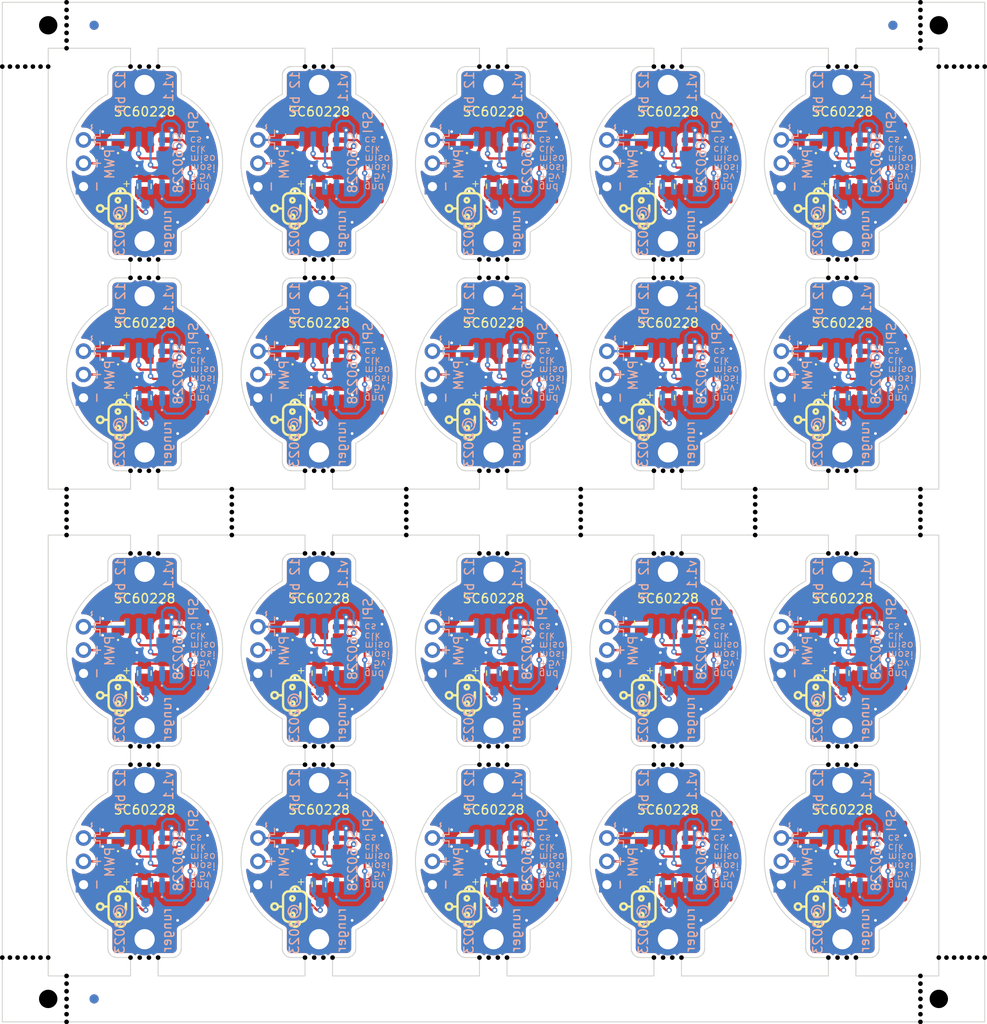
<source format=kicad_pcb>
(kicad_pcb (version 20221018) (generator pcbnew)
  (layers (0 "F.Cu" signal) (31 "B.Cu" signal) (34 "B.Paste" user) (35 "F.Paste" user) (36 "B.SilkS" user "B.Silkscreen") (37 "F.SilkS" user "F.Silkscreen") (38 "B.Mask" user) (39 "F.Mask" user) (44 "Edge.Cuts" user))
  (net 0 "")
  (net 1 "Board_0-/MISO")
  (net 2 "Board_0-/MOSI")
  (net 3 "Board_0-/PWM")
  (net 4 "Board_0-/SCK")
  (net 5 "Board_0-/nCS")
  (net 6 "Board_0-GND")
  (net 7 "Board_0-Net-(D1-K)")
  (net 8 "Board_0-VCC")
  (net 9 "Board_0-unconnected-(U1-NC-Pad2)")
  (net 10 "Board_1-/MISO")
  (net 11 "Board_1-/MOSI")
  (net 12 "Board_1-/PWM")
  (net 13 "Board_1-/SCK")
  (net 14 "Board_1-/nCS")
  (net 15 "Board_1-GND")
  (net 16 "Board_1-Net-(D1-K)")
  (net 17 "Board_1-VCC")
  (net 18 "Board_1-unconnected-(U1-NC-Pad2)")
  (net 19 "Board_2-/MISO")
  (net 20 "Board_2-/MOSI")
  (net 21 "Board_2-/PWM")
  (net 22 "Board_2-/SCK")
  (net 23 "Board_2-/nCS")
  (net 24 "Board_2-GND")
  (net 25 "Board_2-Net-(D1-K)")
  (net 26 "Board_2-VCC")
  (net 27 "Board_2-unconnected-(U1-NC-Pad2)")
  (net 28 "Board_3-/MISO")
  (net 29 "Board_3-/MOSI")
  (net 30 "Board_3-/PWM")
  (net 31 "Board_3-/SCK")
  (net 32 "Board_3-/nCS")
  (net 33 "Board_3-GND")
  (net 34 "Board_3-Net-(D1-K)")
  (net 35 "Board_3-VCC")
  (net 36 "Board_3-unconnected-(U1-NC-Pad2)")
  (net 37 "Board_4-/MISO")
  (net 38 "Board_4-/MOSI")
  (net 39 "Board_4-/PWM")
  (net 40 "Board_4-/SCK")
  (net 41 "Board_4-/nCS")
  (net 42 "Board_4-GND")
  (net 43 "Board_4-Net-(D1-K)")
  (net 44 "Board_4-VCC")
  (net 45 "Board_4-unconnected-(U1-NC-Pad2)")
  (net 46 "Board_5-/MISO")
  (net 47 "Board_5-/MOSI")
  (net 48 "Board_5-/PWM")
  (net 49 "Board_5-/SCK")
  (net 50 "Board_5-/nCS")
  (net 51 "Board_5-GND")
  (net 52 "Board_5-Net-(D1-K)")
  (net 53 "Board_5-VCC")
  (net 54 "Board_5-unconnected-(U1-NC-Pad2)")
  (net 55 "Board_6-/MISO")
  (net 56 "Board_6-/MOSI")
  (net 57 "Board_6-/PWM")
  (net 58 "Board_6-/SCK")
  (net 59 "Board_6-/nCS")
  (net 60 "Board_6-GND")
  (net 61 "Board_6-Net-(D1-K)")
  (net 62 "Board_6-VCC")
  (net 63 "Board_6-unconnected-(U1-NC-Pad2)")
  (net 64 "Board_7-/MISO")
  (net 65 "Board_7-/MOSI")
  (net 66 "Board_7-/PWM")
  (net 67 "Board_7-/SCK")
  (net 68 "Board_7-/nCS")
  (net 69 "Board_7-GND")
  (net 70 "Board_7-Net-(D1-K)")
  (net 71 "Board_7-VCC")
  (net 72 "Board_7-unconnected-(U1-NC-Pad2)")
  (net 73 "Board_8-/MISO")
  (net 74 "Board_8-/MOSI")
  (net 75 "Board_8-/PWM")
  (net 76 "Board_8-/SCK")
  (net 77 "Board_8-/nCS")
  (net 78 "Board_8-GND")
  (net 79 "Board_8-Net-(D1-K)")
  (net 80 "Board_8-VCC")
  (net 81 "Board_8-unconnected-(U1-NC-Pad2)")
  (net 82 "Board_9-/MISO")
  (net 83 "Board_9-/MOSI")
  (net 84 "Board_9-/PWM")
  (net 85 "Board_9-/SCK")
  (net 86 "Board_9-/nCS")
  (net 87 "Board_9-GND")
  (net 88 "Board_9-Net-(D1-K)")
  (net 89 "Board_9-VCC")
  (net 90 "Board_9-unconnected-(U1-NC-Pad2)")
  (net 91 "Board_10-/MISO")
  (net 92 "Board_10-/MOSI")
  (net 93 "Board_10-/PWM")
  (net 94 "Board_10-/SCK")
  (net 95 "Board_10-/nCS")
  (net 96 "Board_10-GND")
  (net 97 "Board_10-Net-(D1-K)")
  (net 98 "Board_10-VCC")
  (net 99 "Board_10-unconnected-(U1-NC-Pad2)")
  (net 100 "Board_11-/MISO")
  (net 101 "Board_11-/MOSI")
  (net 102 "Board_11-/PWM")
  (net 103 "Board_11-/SCK")
  (net 104 "Board_11-/nCS")
  (net 105 "Board_11-GND")
  (net 106 "Board_11-Net-(D1-K)")
  (net 107 "Board_11-VCC")
  (net 108 "Board_11-unconnected-(U1-NC-Pad2)")
  (net 109 "Board_12-/MISO")
  (net 110 "Board_12-/MOSI")
  (net 111 "Board_12-/PWM")
  (net 112 "Board_12-/SCK")
  (net 113 "Board_12-/nCS")
  (net 114 "Board_12-GND")
  (net 115 "Board_12-Net-(D1-K)")
  (net 116 "Board_12-VCC")
  (net 117 "Board_12-unconnected-(U1-NC-Pad2)")
  (net 118 "Board_13-/MISO")
  (net 119 "Board_13-/MOSI")
  (net 120 "Board_13-/PWM")
  (net 121 "Board_13-/SCK")
  (net 122 "Board_13-/nCS")
  (net 123 "Board_13-GND")
  (net 124 "Board_13-Net-(D1-K)")
  (net 125 "Board_13-VCC")
  (net 126 "Board_13-unconnected-(U1-NC-Pad2)")
  (net 127 "Board_14-/MISO")
  (net 128 "Board_14-/MOSI")
  (net 129 "Board_14-/PWM")
  (net 130 "Board_14-/SCK")
  (net 131 "Board_14-/nCS")
  (net 132 "Board_14-GND")
  (net 133 "Board_14-Net-(D1-K)")
  (net 134 "Board_14-VCC")
  (net 135 "Board_14-unconnected-(U1-NC-Pad2)")
  (net 136 "Board_15-/MISO")
  (net 137 "Board_15-/MOSI")
  (net 138 "Board_15-/PWM")
  (net 139 "Board_15-/SCK")
  (net 140 "Board_15-/nCS")
  (net 141 "Board_15-GND")
  (net 142 "Board_15-Net-(D1-K)")
  (net 143 "Board_15-VCC")
  (net 144 "Board_15-unconnected-(U1-NC-Pad2)")
  (net 145 "Board_16-/MISO")
  (net 146 "Board_16-/MOSI")
  (net 147 "Board_16-/PWM")
  (net 148 "Board_16-/SCK")
  (net 149 "Board_16-/nCS")
  (net 150 "Board_16-GND")
  (net 151 "Board_16-Net-(D1-K)")
  (net 152 "Board_16-VCC")
  (net 153 "Board_16-unconnected-(U1-NC-Pad2)")
  (net 154 "Board_17-/MISO")
  (net 155 "Board_17-/MOSI")
  (net 156 "Board_17-/PWM")
  (net 157 "Board_17-/SCK")
  (net 158 "Board_17-/nCS")
  (net 159 "Board_17-GND")
  (net 160 "Board_17-Net-(D1-K)")
  (net 161 "Board_17-VCC")
  (net 162 "Board_17-unconnected-(U1-NC-Pad2)")
  (net 163 "Board_18-/MISO")
  (net 164 "Board_18-/MOSI")
  (net 165 "Board_18-/PWM")
  (net 166 "Board_18-/SCK")
  (net 167 "Board_18-/nCS")
  (net 168 "Board_18-GND")
  (net 169 "Board_18-Net-(D1-K)")
  (net 170 "Board_18-VCC")
  (net 171 "Board_18-unconnected-(U1-NC-Pad2)")
  (net 172 "Board_19-/MISO")
  (net 173 "Board_19-/MOSI")
  (net 174 "Board_19-/PWM")
  (net 175 "Board_19-/SCK")
  (net 176 "Board_19-/nCS")
  (net 177 "Board_19-GND")
  (net 178 "Board_19-Net-(D1-K)")
  (net 179 "Board_19-VCC")
  (net 180 "Board_19-unconnected-(U1-NC-Pad2)")
  (footprint "MountingHole:MountingHole_2.2mm_M2_ISO7380_Pad" (layer "F.Cu") (at 167.499999 69 90)
    (fp_text reference "H1")
    (fp_text value "MountingHole_Pad")
  )
  (footprint "MountingHole:MountingHole_2.2mm_M2_ISO7380_Pad" (layer "F.Cu") (at 148.5 99 90)
    (fp_text reference "H1")
    (fp_text value "MountingHole_Pad")
  )
  (footprint "MountingHole:MountingHole_2.2mm_M2_ISO7380_Pad" (layer "F.Cu") (at 186.499998 69 90)
    (fp_text reference "H1")
    (fp_text value "MountingHole_Pad")
  )
  (footprint "MountingHole:MountingHole_2.2mm_M2_ISO7380_Pad" (layer "F.Cu") (at 129.500001 69 90)
    (fp_text reference "H1")
    (fp_text value "MountingHole_Pad")
  )
  (footprint "MountingHole:MountingHole_2.2mm_M2_ISO7380_Pad" (layer "F.Cu") (at 129.500001 122 90)
    (fp_text reference "H1")
    (fp_text value "MountingHole_Pad")
  )
  (footprint "MountingHole:MountingHole_2.2mm_M2_ISO7380_Pad" (layer "F.Cu") (at 110.500002 99 90)
    (fp_text reference "H1")
    (fp_text value "MountingHole_Pad")
  )
  (footprint "MountingHole:MountingHole_2.2mm_M2_ISO7380_Pad" (layer "F.Cu") (at 186.499998 122 90)
    (fp_text reference "H1")
    (fp_text value "MountingHole_Pad")
  )
  (footprint "MountingHole:MountingHole_2.2mm_M2_ISO7380_Pad" (layer "F.Cu") (at 129.500001 99 90)
    (fp_text reference "H1")
    (fp_text value "MountingHole_Pad")
  )
  (footprint "MountingHole:MountingHole_2.2mm_M2_ISO7380_Pad" (layer "F.Cu") (at 167.499999 99 90)
    (fp_text reference "H1")
    (fp_text value "MountingHole_Pad")
  )
  (footprint "MountingHole:MountingHole_2.2mm_M2_ISO7380_Pad" (layer "F.Cu") (at 110.500002 122 90)
    (fp_text reference "H1")
    (fp_text value "MountingHole_Pad")
  )
  (footprint "MountingHole:MountingHole_2.2mm_M2_ISO7380_Pad" (layer "F.Cu") (at 148.5 46 90)
    (fp_text reference "H1")
    (fp_text value "MountingHole_Pad")
  )
  (footprint "MountingHole:MountingHole_2.2mm_M2_ISO7380_Pad" (layer "F.Cu") (at 148.5 122 90)
    (fp_text reference "H1")
    (fp_text value "MountingHole_Pad")
  )
  (footprint "MountingHole:MountingHole_2.2mm_M2_ISO7380_Pad" (layer "F.Cu") (at 110.500002 69 90)
    (fp_text reference "H1")
    (fp_text value "MountingHole_Pad")
  )
  (footprint "MountingHole:MountingHole_2.2mm_M2_ISO7380_Pad" (layer "F.Cu") (at 148.5 69 90)
    (fp_text reference "H1")
    (fp_text value "MountingHole_Pad")
  )
  (footprint "MountingHole:MountingHole_2.2mm_M2_ISO7380_Pad" (layer "F.Cu") (at 167.499999 46 90)
    (fp_text reference "H1")
    (fp_text value "MountingHole_Pad")
  )
  (footprint "MountingHole:MountingHole_2.2mm_M2_ISO7380_Pad" (layer "F.Cu") (at 167.499999 122 90)
    (fp_text reference "H1")
    (fp_text value "MountingHole_Pad")
  )
  (footprint "MountingHole:MountingHole_2.2mm_M2_ISO7380_Pad" (layer "F.Cu") (at 186.499998 46 90)
    (fp_text reference "H1")
    (fp_text value "MountingHole_Pad")
  )
  (footprint "MountingHole:MountingHole_2.2mm_M2_ISO7380_Pad" (layer "F.Cu") (at 186.499998 99 90)
    (fp_text reference "H1")
    (fp_text value "MountingHole_Pad")
  )
  (footprint "MountingHole:MountingHole_2.2mm_M2_ISO7380_Pad" (layer "F.Cu") (at 110.500002 46 90)
    (fp_text reference "H1")
    (fp_text value "MountingHole_Pad")
  )
  (footprint "MountingHole:MountingHole_2.2mm_M2_ISO7380_Pad" (layer "F.Cu") (at 129.500001 46 90)
    (fp_text reference "H1")
    (fp_text value "MountingHole_Pad")
  )
  (footprint "Connector_JST:JST_SH_SM06B-SRSS-TB_1x06-1MP_P1.00mm_Horizontal" (layer "F.Cu") (at 133.770001 113.5 90)
    (fp_text reference "J1")
    (fp_text value "Conn_01x06_MountingPin")
  )
  (footprint "Connector_JST:JST_SH_SM06B-SRSS-TB_1x06-1MP_P1.00mm_Horizontal" (layer "F.Cu") (at 152.77 60.5 90)
    (fp_text reference "J1")
    (fp_text value "Conn_01x06_MountingPin")
  )
  (footprint "Connector_JST:JST_SH_SM06B-SRSS-TB_1x06-1MP_P1.00mm_Horizontal" (layer "F.Cu") (at 190.769998 60.5 90)
    (fp_text reference "J1")
    (fp_text value "Conn_01x06_MountingPin")
  )
  (footprint "Connector_JST:JST_SH_SM06B-SRSS-TB_1x06-1MP_P1.00mm_Horizontal" (layer "F.Cu") (at 133.770001 90.5 90)
    (fp_text reference "J1")
    (fp_text value "Conn_01x06_MountingPin")
  )
  (footprint "Connector_JST:JST_SH_SM06B-SRSS-TB_1x06-1MP_P1.00mm_Horizontal" (layer "F.Cu") (at 171.769999 113.5 90)
    (fp_text reference "J1")
    (fp_text value "Conn_01x06_MountingPin")
  )
  (footprint "Connector_JST:JST_SH_SM06B-SRSS-TB_1x06-1MP_P1.00mm_Horizontal" (layer "F.Cu") (at 190.769998 113.5 90)
    (fp_text reference "J1")
    (fp_text value "Conn_01x06_MountingPin")
  )
  (footprint "Connector_JST:JST_SH_SM06B-SRSS-TB_1x06-1MP_P1.00mm_Horizontal" (layer "F.Cu") (at 171.769999 90.5 90)
    (fp_text reference "J1")
    (fp_text value "Conn_01x06_MountingPin")
  )
  (footprint "Connector_JST:JST_SH_SM06B-SRSS-TB_1x06-1MP_P1.00mm_Horizontal" (layer "F.Cu") (at 114.770002 37.5 90)
    (fp_text reference "J1")
    (fp_text value "Conn_01x06_MountingPin")
  )
  (footprint "Connector_JST:JST_SH_SM06B-SRSS-TB_1x06-1MP_P1.00mm_Horizontal" (layer "F.Cu") (at 152.77 37.5 90)
    (fp_text reference "J1")
    (fp_text value "Conn_01x06_MountingPin")
  )
  (footprint "Connector_JST:JST_SH_SM06B-SRSS-TB_1x06-1MP_P1.00mm_Horizontal" (layer "F.Cu") (at 133.770001 60.5 90)
    (fp_text reference "J1")
    (fp_text value "Conn_01x06_MountingPin")
  )
  (footprint "Connector_JST:JST_SH_SM06B-SRSS-TB_1x06-1MP_P1.00mm_Horizontal" (layer "F.Cu") (at 152.77 90.5 90)
    (fp_text reference "J1")
    (fp_text value "Conn_01x06_MountingPin")
  )
  (footprint "Connector_JST:JST_SH_SM06B-SRSS-TB_1x06-1MP_P1.00mm_Horizontal" (layer "F.Cu") (at 114.770002 90.5 90)
    (fp_text reference "J1")
    (fp_text value "Conn_01x06_MountingPin")
  )
  (footprint "Connector_JST:JST_SH_SM06B-SRSS-TB_1x06-1MP_P1.00mm_Horizontal" (layer "F.Cu") (at 171.769999 60.5 90)
    (fp_text reference "J1")
    (fp_text value "Conn_01x06_MountingPin")
  )
  (footprint "Connector_JST:JST_SH_SM06B-SRSS-TB_1x06-1MP_P1.00mm_Horizontal" (layer "F.Cu") (at 152.77 113.5 90)
    (fp_text reference "J1")
    (fp_text value "Conn_01x06_MountingPin")
  )
  (footprint "Connector_JST:JST_SH_SM06B-SRSS-TB_1x06-1MP_P1.00mm_Horizontal" (layer "F.Cu") (at 190.769998 90.5 90)
    (fp_text reference "J1")
    (fp_text value "Conn_01x06_MountingPin")
  )
  (footprint "Connector_JST:JST_SH_SM06B-SRSS-TB_1x06-1MP_P1.00mm_Horizontal" (layer "F.Cu") (at 133.770001 37.5 90)
    (fp_text reference "J1")
    (fp_text value "Conn_01x06_MountingPin")
  )
  (footprint "Connector_JST:JST_SH_SM06B-SRSS-TB_1x06-1MP_P1.00mm_Horizontal" (layer "F.Cu") (at 114.770002 60.5 90)
    (fp_text reference "J1")
    (fp_text value "Conn_01x06_MountingPin")
  )
  (footprint "Connector_JST:JST_SH_SM06B-SRSS-TB_1x06-1MP_P1.00mm_Horizontal" (layer "F.Cu") (at 171.769999 37.5 90)
    (fp_text reference "J1")
    (fp_text value "Conn_01x06_MountingPin")
  )
  (footprint "Connector_JST:JST_SH_SM06B-SRSS-TB_1x06-1MP_P1.00mm_Horizontal" (layer "F.Cu") (at 114.770002 113.5 90)
    (fp_text reference "J1")
    (fp_text value "Conn_01x06_MountingPin")
  )
  (footprint "Connector_JST:JST_SH_SM06B-SRSS-TB_1x06-1MP_P1.00mm_Horizontal" (layer "F.Cu") (at 190.769998 37.5 90)
    (fp_text reference "J1")
    (fp_text value "Conn_01x06_MountingPin")
  )
  (footprint "Resistor_SMD:R_0805_2012Metric" (layer "F.Cu") (at 183.599998 57.54 90)
    (fp_text reference "R1" hide)
    (fp_text value "2k2")
  )
  (footprint "Resistor_SMD:R_0805_2012Metric" (layer "F.Cu") (at 183.599998 34.54 90)
    (fp_text reference "R1" hide)
    (fp_text value "2k2")
  )
  (footprint "Resistor_SMD:R_0805_2012Metric" (layer "F.Cu") (at 126.600001 87.54 90)
    (fp_text reference "R1" hide)
    (fp_text value "2k2")
  )
  (footprint "Resistor_SMD:R_0805_2012Metric" (layer "F.Cu") (at 164.599999 110.54 90)
    (fp_text reference "R1" hide)
    (fp_text value "2k2")
  )
  (footprint "Resistor_SMD:R_0805_2012Metric" (layer "F.Cu") (at 183.599998 110.54 90)
    (fp_text reference "R1" hide)
    (fp_text value "2k2")
  )
  (footprint "Resistor_SMD:R_0805_2012Metric" (layer "F.Cu") (at 126.600001 110.54 90)
    (fp_text reference "R1" hide)
    (fp_text value "2k2")
  )
  (footprint "Resistor_SMD:R_0805_2012Metric" (layer "F.Cu") (at 145.6 57.54 90)
    (fp_text reference "R1" hide)
    (fp_text value "2k2")
  )
  (footprint "Resistor_SMD:R_0805_2012Metric" (layer "F.Cu") (at 164.599999 87.54 90)
    (fp_text reference "R1" hide)
    (fp_text value "2k2")
  )
  (footprint "Resistor_SMD:R_0805_2012Metric" (layer "F.Cu") (at 107.600002 110.54 90)
    (fp_text reference "R1" hide)
    (fp_text value "2k2")
  )
  (footprint "Resistor_SMD:R_0805_2012Metric" (layer "F.Cu") (at 107.600002 34.54 90)
    (fp_text reference "R1" hide)
    (fp_text value "2k2")
  )
  (footprint "Resistor_SMD:R_0805_2012Metric" (layer "F.Cu") (at 145.6 34.54 90)
    (fp_text reference "R1" hide)
    (fp_text value "2k2")
  )
  (footprint "Resistor_SMD:R_0805_2012Metric" (layer "F.Cu") (at 126.600001 57.54 90)
    (fp_text reference "R1" hide)
    (fp_text value "2k2")
  )
  (footprint "Resistor_SMD:R_0805_2012Metric" (layer "F.Cu") (at 145.6 87.54 90)
    (fp_text reference "R1" hide)
    (fp_text value "2k2")
  )
  (footprint "Resistor_SMD:R_0805_2012Metric" (layer "F.Cu") (at 145.6 110.54 90)
    (fp_text reference "R1" hide)
    (fp_text value "2k2")
  )
  (footprint "Resistor_SMD:R_0805_2012Metric" (layer "F.Cu") (at 183.599998 87.54 90)
    (fp_text reference "R1" hide)
    (fp_text value "2k2")
  )
  (footprint "Resistor_SMD:R_0805_2012Metric" (layer "F.Cu") (at 164.599999 57.54 90)
    (fp_text reference "R1" hide)
    (fp_text value "2k2")
  )
  (footprint "Resistor_SMD:R_0805_2012Metric" (layer "F.Cu") (at 107.600002 87.54 90)
    (fp_text reference "R1" hide)
    (fp_text value "2k2")
  )
  (footprint "Resistor_SMD:R_0805_2012Metric" (layer "F.Cu") (at 164.599999 34.54 90)
    (fp_text reference "R1" hide)
    (fp_text value "2k2")
  )
  (footprint "Resistor_SMD:R_0805_2012Metric" (layer "F.Cu") (at 107.600002 57.54 90)
    (fp_text reference "R1" hide)
    (fp_text value "2k2")
  )
  (footprint "Resistor_SMD:R_0805_2012Metric" (layer "F.Cu") (at 126.600001 34.54 90)
    (fp_text reference "R1" hide)
    (fp_text value "2k2")
  )
  (footprint "LED_SMD:LED_0805_2012Metric" (layer "F.Cu") (at 183.629998 38.14 -90)
    (fp_text reference "D1" hide)
    (fp_text value "green")
  )
  (footprint "LED_SMD:LED_0805_2012Metric" (layer "F.Cu") (at 183.629998 61.14 -90)
    (fp_text reference "D1" hide)
    (fp_text value "green")
  )
  (footprint "LED_SMD:LED_0805_2012Metric" (layer "F.Cu") (at 126.630001 91.14 -90)
    (fp_text reference "D1" hide)
    (fp_text value "green")
  )
  (footprint "LED_SMD:LED_0805_2012Metric" (layer "F.Cu") (at 164.629999 114.14 -90)
    (fp_text reference "D1" hide)
    (fp_text value "green")
  )
  (footprint "LED_SMD:LED_0805_2012Metric" (layer "F.Cu") (at 183.629998 114.14 -90)
    (fp_text reference "D1" hide)
    (fp_text value "green")
  )
  (footprint "LED_SMD:LED_0805_2012Metric" (layer "F.Cu") (at 126.630001 114.14 -90)
    (fp_text reference "D1" hide)
    (fp_text value "green")
  )
  (footprint "LED_SMD:LED_0805_2012Metric" (layer "F.Cu") (at 145.63 61.14 -90)
    (fp_text reference "D1" hide)
    (fp_text value "green")
  )
  (footprint "LED_SMD:LED_0805_2012Metric" (layer "F.Cu") (at 107.630002 114.14 -90)
    (fp_text reference "D1" hide)
    (fp_text value "green")
  )
  (footprint "LED_SMD:LED_0805_2012Metric" (layer "F.Cu") (at 164.629999 91.14 -90)
    (fp_text reference "D1" hide)
    (fp_text value "green")
  )
  (footprint "LED_SMD:LED_0805_2012Metric" (layer "F.Cu") (at 107.630002 38.14 -90)
    (fp_text reference "D1" hide)
    (fp_text value "green")
  )
  (footprint "LED_SMD:LED_0805_2012Metric" (layer "F.Cu") (at 145.63 38.14 -90)
    (fp_text reference "D1" hide)
    (fp_text value "green")
  )
  (footprint "LED_SMD:LED_0805_2012Metric" (layer "F.Cu") (at 126.630001 61.14 -90)
    (fp_text reference "D1" hide)
    (fp_text value "green")
  )
  (footprint "LED_SMD:LED_0805_2012Metric" (layer "F.Cu") (at 164.629999 61.14 -90)
    (fp_text reference "D1" hide)
    (fp_text value "green")
  )
  (footprint "LED_SMD:LED_0805_2012Metric" (layer "F.Cu") (at 145.63 114.14 -90)
    (fp_text reference "D1" hide)
    (fp_text value "green")
  )
  (footprint "LED_SMD:LED_0805_2012Metric" (layer "F.Cu") (at 183.629998 91.14 -90)
    (fp_text reference "D1" hide)
    (fp_text value "green")
  )
  (footprint "LED_SMD:LED_0805_2012Metric" (layer "F.Cu") (at 107.630002 91.14 -90)
    (fp_text reference "D1" hide)
    (fp_text value "green")
  )
  (footprint "LED_SMD:LED_0805_2012Metric" (layer "F.Cu") (at 145.63 91.14 -90)
    (fp_text reference "D1" hide)
    (fp_text value "green")
  )
  (footprint "LED_SMD:LED_0805_2012Metric" (layer "F.Cu") (at 164.629999 38.14 -90)
    (fp_text reference "D1" hide)
    (fp_text value "green")
  )
  (footprint "LED_SMD:LED_0805_2012Metric" (layer "F.Cu") (at 126.630001 38.14 -90)
    (fp_text reference "D1" hide)
    (fp_text value "green")
  )
  (footprint "LED_SMD:LED_0805_2012Metric" (layer "F.Cu") (at 107.630002 61.14 -90)
    (fp_text reference "D1" hide)
    (fp_text value "green")
  )
  (footprint "Capacitor_SMD:C_0805_2012Metric" (layer "F.Cu") (at 186.479998 40.03 90)
    (fp_text reference "C1" hide)
    (fp_text value "10uF 10V")
  )
  (footprint "Capacitor_SMD:C_0805_2012Metric" (layer "F.Cu") (at 186.479998 63.03 90)
    (fp_text reference "C1" hide)
    (fp_text value "10uF 10V")
  )
  (footprint "Capacitor_SMD:C_0805_2012Metric" (layer "F.Cu") (at 129.480001 93.03 90)
    (fp_text reference "C1" hide)
    (fp_text value "10uF 10V")
  )
  (footprint "Capacitor_SMD:C_0805_2012Metric" (layer "F.Cu") (at 167.479999 116.03 90)
    (fp_text reference "C1" hide)
    (fp_text value "10uF 10V")
  )
  (footprint "Capacitor_SMD:C_0805_2012Metric" (layer "F.Cu") (at 186.479998 116.03 90)
    (fp_text reference "C1" hide)
    (fp_text value "10uF 10V")
  )
  (footprint "Capacitor_SMD:C_0805_2012Metric" (layer "F.Cu") (at 129.480001 116.03 90)
    (fp_text reference "C1" hide)
    (fp_text value "10uF 10V")
  )
  (footprint "Capacitor_SMD:C_0805_2012Metric" (layer "F.Cu") (at 148.48 63.03 90)
    (fp_text reference "C1" hide)
    (fp_text value "10uF 10V")
  )
  (footprint "Capacitor_SMD:C_0805_2012Metric" (layer "F.Cu") (at 167.479999 93.03 90)
    (fp_text reference "C1" hide)
    (fp_text value "10uF 10V")
  )
  (footprint "Capacitor_SMD:C_0805_2012Metric" (layer "F.Cu") (at 110.480002 116.03 90)
    (fp_text reference "C1" hide)
    (fp_text value "10uF 10V")
  )
  (footprint "Capacitor_SMD:C_0805_2012Metric" (layer "F.Cu") (at 110.480002 40.03 90)
    (fp_text reference "C1" hide)
    (fp_text value "10uF 10V")
  )
  (footprint "Capacitor_SMD:C_0805_2012Metric" (layer "F.Cu") (at 148.48 40.03 90)
    (fp_text reference "C1" hide)
    (fp_text value "10uF 10V")
  )
  (footprint "Capacitor_SMD:C_0805_2012Metric" (layer "F.Cu") (at 129.480001 63.03 90)
    (fp_text reference "C1" hide)
    (fp_text value "10uF 10V")
  )
  (footprint "Capacitor_SMD:C_0805_2012Metric" (layer "F.Cu") (at 148.48 93.03 90)
    (fp_text reference "C1" hide)
    (fp_text value "10uF 10V")
  )
  (footprint "Capacitor_SMD:C_0805_2012Metric" (layer "F.Cu") (at 129.480001 40.03 90)
    (fp_text reference "C1" hide)
    (fp_text value "10uF 10V")
  )
  (footprint "Capacitor_SMD:C_0805_2012Metric" (layer "F.Cu") (at 186.479998 93.03 90)
    (fp_text reference "C1" hide)
    (fp_text value "10uF 10V")
  )
  (footprint "Capacitor_SMD:C_0805_2012Metric" (layer "F.Cu") (at 167.479999 63.03 90)
    (fp_text reference "C1" hide)
    (fp_text value "10uF 10V")
  )
  (footprint "Capacitor_SMD:C_0805_2012Metric" (layer "F.Cu") (at 110.480002 93.03 90)
    (fp_text reference "C1" hide)
    (fp_text value "10uF 10V")
  )
  (footprint "Capacitor_SMD:C_0805_2012Metric" (layer "F.Cu") (at 148.48 116.03 90)
    (fp_text reference "C1" hide)
    (fp_text value "10uF 10V")
  )
  (footprint "Capacitor_SMD:C_0805_2012Metric" (layer "F.Cu") (at 110.480002 63.03 90)
    (fp_text reference "C1" hide)
    (fp_text value "10uF 10V")
  )
  (footprint "Capacitor_SMD:C_0805_2012Metric" (layer "F.Cu") (at 167.479999 40.03 90)
    (fp_text reference "C1" hide)
    (fp_text value "10uF 10V")
  )
  (footprint "MountingHole:MountingHole_2.2mm_M2_ISO7380_Pad" (layer "F.Cu") (at 186.499998 29 90)
    (fp_text reference "H2")
    (fp_text value "MountingHole_Pad")
  )
  (footprint "MountingHole:MountingHole_2.2mm_M2_ISO7380_Pad" (layer "F.Cu") (at 186.499998 52 90)
    (fp_text reference "H2")
    (fp_text value "MountingHole_Pad")
  )
  (footprint "MountingHole:MountingHole_2.2mm_M2_ISO7380_Pad" (layer "F.Cu") (at 129.500001 82 90)
    (fp_text reference "H2")
    (fp_text value "MountingHole_Pad")
  )
  (footprint "MountingHole:MountingHole_2.2mm_M2_ISO7380_Pad" (layer "F.Cu") (at 167.499999 105 90)
    (fp_text reference "H2")
    (fp_text value "MountingHole_Pad")
  )
  (footprint "MountingHole:MountingHole_2.2mm_M2_ISO7380_Pad" (layer "F.Cu") (at 186.499998 105 90)
    (fp_text reference "H2")
    (fp_text value "MountingHole_Pad")
  )
  (footprint "MountingHole:MountingHole_2.2mm_M2_ISO7380_Pad" (layer "F.Cu") (at 129.500001 29 90)
    (fp_text reference "H2")
    (fp_text value "MountingHole_Pad")
  )
  (footprint "MountingHole:MountingHole_2.2mm_M2_ISO7380_Pad" (layer "F.Cu") (at 148.5 52 90)
    (fp_text reference "H2")
    (fp_text value "MountingHole_Pad")
  )
  (footprint "MountingHole:MountingHole_2.2mm_M2_ISO7380_Pad" (layer "F.Cu") (at 110.500002 105 90)
    (fp_text reference "H2")
    (fp_text value "MountingHole_Pad")
  )
  (footprint "MountingHole:MountingHole_2.2mm_M2_ISO7380_Pad" (layer "F.Cu") (at 167.499999 82 90)
    (fp_text reference "H2")
    (fp_text value "MountingHole_Pad")
  )
  (footprint "MountingHole:MountingHole_2.2mm_M2_ISO7380_Pad" (layer "F.Cu") (at 110.500002 29 90)
    (fp_text reference "H2")
    (fp_text value "MountingHole_Pad")
  )
  (footprint "MountingHole:MountingHole_2.2mm_M2_ISO7380_Pad" (layer "F.Cu") (at 148.5 29 90)
    (fp_text reference "H2")
    (fp_text value "MountingHole_Pad")
  )
  (footprint "MountingHole:MountingHole_2.2mm_M2_ISO7380_Pad" (layer "F.Cu") (at 129.500001 52 90)
    (fp_text reference "H2")
    (fp_text value "MountingHole_Pad")
  )
  (footprint "MountingHole:MountingHole_2.2mm_M2_ISO7380_Pad" (layer "F.Cu") (at 148.5 82 90)
    (fp_text reference "H2")
    (fp_text value "MountingHole_Pad")
  )
  (footprint "MountingHole:MountingHole_2.2mm_M2_ISO7380_Pad" (layer "F.Cu") (at 129.500001 105 90)
    (fp_text reference "H2")
    (fp_text value "MountingHole_Pad")
  )
  (footprint "MountingHole:MountingHole_2.2mm_M2_ISO7380_Pad" (layer "F.Cu") (at 186.499998 82 90)
    (fp_text reference "H2")
    (fp_text value "MountingHole_Pad")
  )
  (footprint "MountingHole:MountingHole_2.2mm_M2_ISO7380_Pad" (layer "F.Cu") (at 167.499999 52 90)
    (fp_text reference "H2")
    (fp_text value "MountingHole_Pad")
  )
  (footprint "MountingHole:MountingHole_2.2mm_M2_ISO7380_Pad" (layer "F.Cu") (at 110.500002 82 90)
    (fp_text reference "H2")
    (fp_text value "MountingHole_Pad")
  )
  (footprint "MountingHole:MountingHole_2.2mm_M2_ISO7380_Pad" (layer "F.Cu") (at 148.5 105 90)
    (fp_text reference "H2")
    (fp_text value "MountingHole_Pad")
  )
  (footprint "MountingHole:MountingHole_2.2mm_M2_ISO7380_Pad" (layer "F.Cu") (at 110.500002 52 90)
    (fp_text reference "H2")
    (fp_text value "MountingHole_Pad")
  )
  (footprint "MountingHole:MountingHole_2.2mm_M2_ISO7380_Pad" (layer "F.Cu") (at 167.499999 29 90)
    (fp_text reference "H2")
    (fp_text value "MountingHole_Pad")
  )
  (footprint "NPTH" (layer "F.Cu") (at 146.97 101)
    (fp_text reference "REF**" hide)
    (fp_text value "NPTH" hide)
  )
  (footprint "NPTH" (layer "F.Cu") (at 98.336023 124)
    (fp_text reference "REF**" hide)
    (fp_text value "NPTH" hide)
  )
  (footprint "NPTH" (layer "F.Cu") (at 111.970002 48)
    (fp_text reference "REF**" hide)
    (fp_text value "NPTH" hide)
  )
  (footprint "NPTH" (layer "F.Cu") (at 186.969998 27)
    (fp_text reference "REF**" hide)
    (fp_text value "NPTH" hide)
  )
  (footprint "NPTH" (layer "F.Cu") (at 167.969999 124)
    (fp_text reference "REF**" hide)
    (fp_text value "NPTH" hide)
  )
  (footprint "NPTH" (layer "F.Cu") (at 176.999999 73.833333)
    (fp_text reference "REF**" hide)
    (fp_text value "NPTH" hide)
  )
  (footprint "NPTH" (layer "F.Cu") (at 194.997312 74.666666)
    (fp_text reference "REF**" hide)
    (fp_text value "NPTH" hide)
  )
  (footprint "NPTH" (layer "F.Cu") (at 97.502689 27)
    (fp_text reference "REF**" hide)
    (fp_text value "NPTH" hide)
  )
  (footprint "NPTH" (layer "F.Cu") (at 110.970002 101)
    (fp_text reference "REF**" hide)
    (fp_text value "NPTH" hide)
  )
  (footprint "NPTH" (layer "F.Cu") (at 184.969998 50)
    (fp_text reference "REF**" hide)
    (fp_text value "NPTH" hide)
  )
  (footprint "NPTH" (layer "F.Cu") (at 146.97 50)
    (fp_text reference "REF**" hide)
    (fp_text value "NPTH" hide)
  )
  (footprint "NPTH" (layer "F.Cu") (at 102.002689 130.166666)
    (fp_text reference "REF**" hide)
    (fp_text value "NPTH" hide)
  )
  (footprint "NPTH" (layer "F.Cu") (at 108.970002 124)
    (fp_text reference "REF**" hide)
    (fp_text value "NPTH" hide)
  )
  (footprint "NPTH" (layer "F.Cu") (at 102.002689 129.333333)
    (fp_text reference "REF**" hide)
    (fp_text value "NPTH" hide)
  )
  (footprint "NPTH" (layer "F.Cu") (at 187.969998 101)
    (fp_text reference "REF**" hide)
    (fp_text value "NPTH" hide)
  )
  (footprint "NPTH" (layer "F.Cu") (at 200.330645 27)
    (fp_text reference "REF**" hide)
    (fp_text value "NPTH" hide)
  )
  (footprint "NPTH" (layer "F.Cu") (at 130.970001 103)
    (fp_text reference "REF**" hide)
    (fp_text value "NPTH" hide)
  )
  (footprint "NPTH" (layer "F.Cu") (at 194.997312 126)
    (fp_text reference "REF**" hide)
    (fp_text value "NPTH" hide)
  )
  (footprint "NPTH" (layer "F.Cu") (at 128.970001 48)
    (fp_text reference "REF**" hide)
    (fp_text value "NPTH" hide)
  )
  (footprint "NPTH" (layer "F.Cu") (at 139.000001 76.333333)
    (fp_text reference "REF**" hide)
    (fp_text value "NPTH" hide)
  )
  (footprint "NPTH" (layer "F.Cu") (at 127.970001 71)
    (fp_text reference "REF**" hide)
    (fp_text value "NPTH" hide)
  )
  (footprint "NPTH" (layer "F.Cu") (at 129.970001 71)
    (fp_text reference "REF**" hide)
    (fp_text value "NPTH" hide)
  )
  (footprint "NPTH" (layer "F.Cu") (at 108.970002 48)
    (fp_text reference "REF**" hide)
    (fp_text value "NPTH" hide)
  )
  (footprint "NPTH" (layer "F.Cu") (at 185.969998 48)
    (fp_text reference "REF**" hide)
    (fp_text value "NPTH" hide)
  )
  (footprint "NPTH" (layer "F.Cu") (at 148.97 48)
    (fp_text reference "REF**" hide)
    (fp_text value "NPTH" hide)
  )
  (footprint "NPTH" (layer "F.Cu") (at 194.997312 73)
    (fp_text reference "REF**" hide)
    (fp_text value "NPTH" hide)
  )
  (footprint "NPTH" (layer "F.Cu") (at 95.836023 27)
    (fp_text reference "REF**" hide)
    (fp_text value "NPTH" hide)
  )
  (footprint "NPTH" (layer "F.Cu") (at 194.997312 23.333334)
    (fp_text reference "REF**" hide)
    (fp_text value "NPTH" hide)
  )
  (footprint "NPTH" (layer "F.Cu") (at 149.97 48)
    (fp_text reference "REF**" hide)
    (fp_text value "NPTH" hide)
  )
  (footprint "NPTH" (layer "F.Cu") (at 139.000001 73.833333)
    (fp_text reference "REF**" hide)
    (fp_text value "NPTH" hide)
  )
  (footprint "NPTH" (layer "F.Cu") (at 130.970001 71)
    (fp_text reference "REF**" hide)
    (fp_text value "NPTH" hide)
  )
  (footprint "NPTH" (layer "F.Cu") (at 127.970001 103)
    (fp_text reference "REF**" hide)
    (fp_text value "NPTH" hide)
  )
  (footprint "NPTH" (layer "F.Cu") (at 128.970001 50)
    (fp_text reference "REF**" hide)
    (fp_text value "NPTH" hide)
  )
  (footprint "NPTH" (layer "F.Cu") (at 184.969998 103)
    (fp_text reference "REF**" hide)
    (fp_text value "NPTH" hide)
  )
  (footprint "NPTH" (layer "F.Cu") (at 128.970001 27)
    (fp_text reference "REF**" hide)
    (fp_text value "NPTH" hide)
  )
  (footprint "NPTH" (layer "F.Cu") (at 120.000002 75.5)
    (fp_text reference "REF**" hide)
    (fp_text value "NPTH" hide)
  )
  (footprint "NPTH" (layer "F.Cu") (at 194.997312 73.833333)
    (fp_text reference "REF**" hide)
    (fp_text value "NPTH" hide)
  )
  (footprint "NPTH" (layer "F.Cu") (at 194.997312 75.5)
    (fp_text reference "REF**" hide)
    (fp_text value "NPTH" hide)
  )
  (footprint "NPTH" (layer "F.Cu") (at 187.969998 27)
    (fp_text reference "REF**" hide)
    (fp_text value "NPTH" hide)
  )
  (footprint "NPTH" (layer "F.Cu") (at 200.330645 124)
    (fp_text reference "REF**" hide)
    (fp_text value "NPTH" hide)
  )
  (footprint "NPTH" (layer "F.Cu") (at 199.497312 27)
    (fp_text reference "REF**" hide)
    (fp_text value "NPTH" hide)
  )
  (footprint "NPTH" (layer "F.Cu") (at 148.97 50)
    (fp_text reference "REF**" hide)
    (fp_text value "NPTH" hide)
  )
  (footprint "NPTH" (layer "F.Cu") (at 185.969998 124)
    (fp_text reference "REF**" hide)
    (fp_text value "NPTH" hide)
  )
  (footprint "NPTH" (layer "F.Cu") (at 201.997312 124)
    (fp_text reference "REF**" hide)
    (fp_text value "NPTH" hide)
  )
  (footprint "NPTH" (layer "F.Cu") (at 100.002689 27)
    (fp_text reference "REF**" hide)
    (fp_text value "NPTH" hide)
  )
  (footprint "NPTH" (layer "F.Cu") (at 148.97 101)
    (fp_text reference "REF**" hide)
    (fp_text value "NPTH" hide)
  )
  (footprint "NPTH" (layer "F.Cu") (at 102.002689 126.833333)
    (fp_text reference "REF**" hide)
    (fp_text value "NPTH" hide)
  )
  (footprint "NPTH" (layer "F.Cu") (at 165.969999 50)
    (fp_text reference "REF**" hide)
    (fp_text value "NPTH" hide)
  )
  (footprint "Fiducial" (layer "F.Cu") (at 105.002689 22.5)
    (fp_text reference "REF**" hide)
    (fp_text value "Fiducial" hide)
  )
  (footprint "NPTH" (layer "F.Cu") (at 102.002689 75.5)
    (fp_text reference "REF**" hide)
    (fp_text value "NPTH" hide)
  )
  (footprint "NPTH" (layer "F.Cu") (at 184.969998 71)
    (fp_text reference "REF**" hide)
    (fp_text value "NPTH" hide)
  )
  (footprint "NPTH" (layer "F.Cu") (at 102.002689 25)
    (fp_text reference "REF**" hide)
    (fp_text value "NPTH" hide)
  )
  (footprint "NPTH" (layer "F.Cu") (at 128.970001 71)
    (fp_text reference "REF**" hide)
    (fp_text value "NPTH" hide)
  )
  (footprint "NPTH" (layer "F.Cu") (at 194.997312 127.666666)
    (fp_text reference "REF**" hide)
    (fp_text value "NPTH" hide)
  )
  (footprint "NPTH" (layer "F.Cu") (at 166.969999 103)
    (fp_text reference "REF**" hide)
    (fp_text value "NPTH" hide)
  )
  (footprint "NPTH" (layer "F.Cu") (at 184.969998 27)
    (fp_text reference "REF**" hide)
    (fp_text value "NPTH" hide)
  )
  (footprint "NPTH" (layer "F.Cu") (at 149.97 80)
    (fp_text reference "REF**" hide)
    (fp_text value "NPTH" hide)
  )
  (footprint "NPTH" (layer "F.Cu") (at 185.969998 80)
    (fp_text reference "REF**" hide)
    (fp_text value "NPTH" hide)
  )
  (footprint "NPTH" (layer "F.Cu") (at 197.830645 124)
    (fp_text reference "REF**" hide)
    (fp_text value "NPTH" hide)
  )
  (footprint "NPTH" (layer "F.Cu") (at 184.969998 48)
    (fp_text reference "REF**" hide)
    (fp_text value "NPTH" hide)
  )
  (footprint "NPTH" (layer "F.Cu") (at 111.970002 80)
    (fp_text reference "REF**" hide)
    (fp_text value "NPTH" hide)
  )
  (footprint "NPTH" (layer "F.Cu") (at 96.669356 27)
    (fp_text reference "REF**" hide)
    (fp_text value "NPTH" hide)
  )
  (footprint "NPTH" (layer "F.Cu") (at 167.969999 27)
    (fp_text reference "REF**" hide)
    (fp_text value "NPTH" hide)
  )
  (footprint "NPTH" (layer "F.Cu") (at 194.997312 126.833333)
    (fp_text reference "REF**" hide)
    (fp_text value "NPTH" hide)
  )
  (footprint "NPTH" (layer "F.Cu") (at 127.970001 27)
    (fp_text reference "REF**" hide)
    (fp_text value "NPTH" hide)
  )
  (footprint "NPTH" (layer "F.Cu") (at 187.969998 80)
    (fp_text reference "REF**" hide)
    (fp_text value "NPTH" hide)
  )
  (footprint "NPTH" (layer "F.Cu") (at 184.969998 80)
    (fp_text reference "REF**" hide)
    (fp_text value "NPTH" hide)
  )
  (footprint "NPTH" (layer "F.Cu") (at 158 73)
    (fp_text reference "REF**" hide)
    (fp_text value "NPTH" hide)
  )
  (footprint "NPTH" (layer "F.Cu") (at 130.970001 80)
    (fp_text reference "REF**" hide)
    (fp_text value "NPTH" hide)
  )
  (footprint "NPTH" (layer "F.Cu") (at 129.970001 124)
    (fp_text reference "REF**" hide)
    (fp_text value "NPTH" hide)
  )
  (footprint "NPTH" (layer "F.Cu") (at 109.970002 71)
    (fp_text reference "REF**" hide)
    (fp_text value "NPTH" hide)
  )
  (footprint "NPTH" (layer "F.Cu") (at 109.970002 50)
    (fp_text reference "REF**" hide)
    (fp_text value "NPTH" hide)
  )
  (footprint "NPTH" (layer "F.Cu") (at 111.970002 27)
    (fp_text reference "REF**" hide)
    (fp_text value "NPTH" hide)
  )
  (footprint "NPTH" (layer "F.Cu") (at 201.997312 27)
    (fp_text reference "REF**" hide)
    (fp_text value "NPTH" hide)
  )
  (footprint "NPTH" (layer "F.Cu") (at 168.969999 50)
    (fp_text reference "REF**" hide)
    (fp_text value "NPTH" hide)
  )
  (footprint "NPTH" (layer "F.Cu") (at 102.002689 73)
    (fp_text reference "REF**" hide)
    (fp_text value "NPTH" hide)
  )
  (footprint "NPTH" (layer "F.Cu") (at 120.000002 76.333333)
    (fp_text reference "REF**" hide)
    (fp_text value "NPTH" hide)
  )
  (footprint "NPTH" (layer "F.Cu") (at 109.970002 101)
    (fp_text reference "REF**" hide)
    (fp_text value "NPTH" hide)
  )
  (footprint "NPTH" (layer "F.Cu") (at 194.997312 24.166667)
    (fp_text reference "REF**" hide)
    (fp_text value "NPTH" hide)
  )
  (footprint "NPTH" (layer "F.Cu") (at 100.002689 22.5)
    (fp_text reference "REF**" hide)
    (fp_text value "NPTH" hide)
  )
  (footprint "NPTH" (layer "F.Cu") (at 128.970001 124)
    (fp_text reference "REF**" hide)
    (fp_text value "NPTH" hide)
  )
  (footprint "NPTH" (layer "F.Cu") (at 127.970001 48)
    (fp_text reference "REF**" hide)
    (fp_text value "NPTH" hide)
  )
  (footprint "NPTH" (layer "F.Cu") (at 196.997312 27)
    (fp_text reference "REF**" hide)
    (fp_text value "NPTH" hide)
  )
  (footprint "NPTH" (layer "F.Cu") (at 186.969998 103)
    (fp_text reference "REF**" hide)
    (fp_text value "NPTH" hide)
  )
  (footprint "NPTH" (layer "F.Cu") (at 130.970001 50)
    (fp_text reference "REF**" hide)
    (fp_text value "NPTH" hide)
  )
  (footprint "NPTH" (layer "F.Cu") (at 111.970002 101)
    (fp_text reference "REF**" hide)
    (fp_text value "NPTH" hide)
  )
  (footprint "NPTH" (layer "F.Cu") (at 166.969999 48)
    (fp_text reference "REF**" hide)
    (fp_text value "NPTH" hide)
  )
  (footprint "NPTH" (layer "F.Cu") (at 176.999999 75.5)
    (fp_text reference "REF**" hide)
    (fp_text value "NPTH" hide)
  )
  (footprint "NPTH" (layer "F.Cu") (at 158 77.166666)
    (fp_text reference "REF**" hide)
    (fp_text value "NPTH" hide)
  )
  (footprint "NPTH" (layer "F.Cu") (at 111.970002 71)
    (fp_text reference "REF**" hide)
    (fp_text value "NPTH" hide)
  )
  (footprint "NPTH" (layer "F.Cu") (at 102.002689 23.333334)
    (fp_text reference "REF**" hide)
    (fp_text value "NPTH" hide)
  )
  (footprint "NPTH" (layer "F.Cu") (at 158 75.5)
    (fp_text reference "REF**" hide)
    (fp_text value "NPTH" hide)
  )
  (footprint "NPTH" (layer "F.Cu") (at 165.969999 71)
    (fp_text reference "REF**" hide)
    (fp_text value "NPTH" hide)
  )
  (footprint "NPTH" (layer "F.Cu") (at 187.969998 103)
    (fp_text reference "REF**" hide)
    (fp_text value "NPTH" hide)
  )
  (footprint "NPTH" (layer "F.Cu") (at 167.969999 101)
    (fp_text reference "REF**" hide)
    (fp_text value "NPTH" hide)
  )
  (footprint "NPTH" (layer "F.Cu") (at 147.97 48)
    (fp_text reference "REF**" hide)
    (fp_text value "NPTH" hide)
  )
  (footprint "NPTH" (layer "F.Cu") (at 165.969999 80)
    (fp_text reference "REF**" hide)
    (fp_text value "NPTH" hide)
  )
  (footprint "NPTH" (layer "F.Cu") (at 168.969999 27)
    (fp_text reference "REF**" hide)
    (fp_text value "NPTH" hide)
  )
  (footprint "NPTH" (layer "F.Cu") (at 184.969998 124)
    (fp_text reference "REF**" hide)
    (fp_text value "NPTH" hide)
  )
  (footprint "NPTH" (layer "F.Cu") (at 146.97 48)
    (fp_text reference "REF**" hide)
    (fp_text value "NPTH" hide)
  )
  (footprint "NPTH" (layer "F.Cu") (at 176.999999 77.166666)
    (fp_text reference "REF**" hide)
    (fp_text value "NPTH" hide)
  )
  (footprint "NPTH" (layer "F.Cu") (at 127.970001 50)
    (fp_text reference "REF**" hide)
    (fp_text value "NPTH" hide)
  )
  (footprint "NPTH" (layer "F.Cu") (at 194.997312 20.833334)
    (fp_text reference "REF**" hide)
    (fp_text value "NPTH" hide)
  )
  (footprint "NPTH" (layer "F.Cu") (at 102.002689 20.833334)
    (fp_text reference "REF**" hide)
    (fp_text value "NPTH" hide)
  )
  (footprint "NPTH" (layer "F.Cu") (at 165.969999 124)
    (fp_text reference "REF**" hide)
    (fp_text value "NPTH" hide)
  )
  (footprint "NPTH" (layer "F.Cu") (at 186.969998 48)
    (fp_text reference "REF**" hide)
    (fp_text value "NPTH" hide)
  )
  (footprint "NPTH" (layer "F.Cu") (at 109.970002 124)
    (fp_text reference "REF**" hide)
    (fp_text value "NPTH" hide)
  )
  (footprint "NPTH" (layer "F.Cu") (at 147.97 27)
    (fp_text reference "REF**" hide)
    (fp_text value "NPTH" hide)
  )
  (footprint "NPTH" (layer "F.Cu") (at 158 74.666666)
    (fp_text reference "REF**" hide)
    (fp_text value "NPTH" hide)
  )
  (footprint "NPTH" (layer "F.Cu") (at 120.000002 74.666666)
    (fp_text reference "REF**" hide)
    (fp_text value "NPTH" hide)
  )
  (footprint "Connector_PinHeader_2.54mm:PinHeader_1x03_P2.54mm_Vertical" (layer "F.Cu") (at 179.849998 40.065 180)
    (fp_text reference "J2")
    (fp_text value "Conn_01x03")
  )
  (footprint "Connector_PinHeader_2.54mm:PinHeader_1x03_P2.54mm_Vertical" (layer "F.Cu") (at 179.849998 63.065 180)
    (fp_text reference "J2")
    (fp_text value "Conn_01x03")
  )
  (footprint "Connector_PinHeader_2.54mm:PinHeader_1x03_P2.54mm_Vertical" (layer "F.Cu") (at 122.850001 93.065 180)
    (fp_text reference "J2")
    (fp_text value "Conn_01x03")
  )
  (footprint "Connector_PinHeader_2.54mm:PinHeader_1x03_P2.54mm_Vertical" (layer "F.Cu") (at 160.849999 116.065 180)
    (fp_text reference "J2")
    (fp_text value "Conn_01x03")
  )
  (footprint "Connector_PinHeader_2.54mm:PinHeader_1x03_P2.54mm_Vertical" (layer "F.Cu") (at 103.850002 116.065 180)
    (fp_text reference "J2")
    (fp_text value "Conn_01x03")
  )
  (footprint "Connector_PinHeader_2.54mm:PinHeader_1x03_P2.54mm_Vertical" (layer "F.Cu") (at 179.849998 116.065 180)
    (fp_text reference "J2")
    (fp_text value "Conn_01x03")
  )
  (footprint "Connector_PinHeader_2.54mm:PinHeader_1x03_P2.54mm_Vertical" (layer "F.Cu") (at 122.850001 116.065 180)
    (fp_text reference "J2")
    (fp_text value "Conn_01x03")
  )
  (footprint "Connector_PinHeader_2.54mm:PinHeader_1x03_P2.54mm_Vertical" (layer "F.Cu") (at 141.85 63.065 180)
    (fp_text reference "J2")
    (fp_text value "Conn_01x03")
  )
  (footprint "Connector_PinHeader_2.54mm:PinHeader_1x03_P2.54mm_Vertical" (layer "F.Cu") (at 160.849999 93.065 180)
    (fp_text reference "J2")
    (fp_text value "Conn_01x03")
  )
  (footprint "Connector_PinHeader_2.54mm:PinHeader_1x03_P2.54mm_Vertical" (layer "F.Cu") (at 103.850002 40.065 180)
    (fp_text reference "J2")
    (fp_text value "Conn_01x03")
  )
  (footprint "Connector_PinHeader_2.54mm:PinHeader_1x03_P2.54mm_Vertical" (layer "F.Cu") (at 141.85 40.065 180)
    (fp_text reference "J2")
    (fp_text value "Conn_01x03")
  )
  (footprint "Connector_PinHeader_2.54mm:PinHeader_1x03_P2.54mm_Vertical" (layer "F.Cu") (at 122.850001 63.065 180)
    (fp_text reference "J2")
    (fp_text value "Conn_01x03")
  )
  (footprint "Connector_PinHeader_2.54mm:PinHeader_1x03_P2.54mm_Vertical" (layer "F.Cu") (at 141.85 93.065 180)
    (fp_text reference "J2")
    (fp_text value "Conn_01x03")
  )
  (footprint "Connector_PinHeader_2.54mm:PinHeader_1x03_P2.54mm_Vertical" (layer "F.Cu") (at 141.85 116.065 180)
    (fp_text reference "J2")
    (fp_text value "Conn_01x03")
  )
  (footprint "Connector_PinHeader_2.54mm:PinHeader_1x03_P2.54mm_Vertical" (layer "F.Cu") (at 160.849999 63.065 180)
    (fp_text reference "J2")
    (fp_text value "Conn_01x03")
  )
  (footprint "Connector_PinHeader_2.54mm:PinHeader_1x03_P2.54mm_Vertical" (layer "F.Cu") (at 103.850002 93.065 180)
    (fp_text reference "J2")
    (fp_text value "Conn_01x03")
  )
  (footprint "Connector_PinHeader_2.54mm:PinHeader_1x03_P2.54mm_Vertical" (layer "F.Cu") (at 179.849998 93.065 180)
    (fp_text reference "J2")
    (fp_text value "Conn_01x03")
  )
  (footprint "Connector_PinHeader_2.54mm:PinHeader_1x03_P2.54mm_Vertical" (layer "F.Cu") (at 122.850001 40.065 180)
    (fp_text reference "J2")
    (fp_text value "Conn_01x03")
  )
  (footprint "Connector_PinHeader_2.54mm:PinHeader_1x03_P2.54mm_Vertical" (layer "F.Cu") (at 103.850002 63.065 180)
    (fp_text reference "J2")
    (fp_text value "Conn_01x03")
  )
  (footprint "Connector_PinHeader_2.54mm:PinHeader_1x03_P2.54mm_Vertical" (layer "F.Cu") (at 160.849999 40.065 180)
    (fp_text reference "J2")
    (fp_text value "Conn_01x03")
  )
  (footprint "NPTH" (layer "F.Cu") (at 110.970002 80)
    (fp_text reference "REF**" hide)
    (fp_text value "NPTH" hide)
  )
  (footprint "NPTH" (layer "F.Cu") (at 130.970001 124)
    (fp_text reference "REF**" hide)
    (fp_text value "NPTH" hide)
  )
  (footprint "NPTH" (layer "F.Cu") (at 146.97 80)
    (fp_text reference "REF**" hide)
    (fp_text value "NPTH" hide)
  )
  (footprint "NPTH" (layer "F.Cu") (at 186.969998 124)
    (fp_text reference "REF**" hide)
    (fp_text value "NPTH" hide)
  )
  (footprint "NPTH" (layer "F.Cu") (at 110.970002 71)
    (fp_text reference "REF**" hide)
    (fp_text value "NPTH" hide)
  )
  (footprint "NPTH" (layer "F.Cu") (at 194.997312 25)
    (fp_text reference "REF**" hide)
    (fp_text value "NPTH" hide)
  )
  (footprint "NPTH" (layer "F.Cu") (at 194.997312 78)
    (fp_text reference "REF**" hide)
    (fp_text value "NPTH" hide)
  )
  (footprint "NPTH" (layer "F.Cu") (at 148.97 124)
    (fp_text reference "REF**" hide)
    (fp_text value "NPTH" hide)
  )
  (footprint "NPTH" (layer "F.Cu") (at 166.969999 50)
    (fp_text reference "REF**" hide)
    (fp_text value "NPTH" hide)
  )
  (footprint "NPTH" (layer "F.Cu") (at 139.000001 74.666666)
    (fp_text reference "REF**" hide)
    (fp_text value "NPTH" hide)
  )
  (footprint "NPTH" (layer "F.Cu") (at 108.970002 101)
    (fp_text reference "REF**" hide)
    (fp_text value "NPTH" hide)
  )
  (footprint "NPTH" (layer "F.Cu") (at 185.969998 50)
    (fp_text reference "REF**" hide)
    (fp_text value "NPTH" hide)
  )
  (footprint "NPTH" (layer "F.Cu") (at 194.997312 77.166666)
    (fp_text reference "REF**" hide)
    (fp_text value "NPTH" hide)
  )
  (footprint "NPTH" (layer "F.Cu") (at 109.970002 27)
    (fp_text reference "REF**" hide)
    (fp_text value "NPTH" hide)
  )
  (footprint "NPTH" (layer "F.Cu") (at 167.969999 103)
    (fp_text reference "REF**" hide)
    (fp_text value "NPTH" hide)
  )
  (footprint "NPTH" (layer "F.Cu") (at 129.970001 101)
    (fp_text reference "REF**" hide)
    (fp_text value "NPTH" hide)
  )
  (footprint "NPTH" (layer "F.Cu") (at 146.97 124)
    (fp_text reference "REF**" hide)
    (fp_text value "NPTH" hide)
  )
  (footprint "NPTH" (layer "F.Cu") (at 168.969999 71)
    (fp_text reference "REF**" hide)
    (fp_text value "NPTH" hide)
  )
  (footprint "NPTH" (layer "F.Cu") (at 130.970001 48)
    (fp_text reference "REF**" hide)
    (fp_text value "NPTH" hide)
  )
  (footprint "NPTH" (layer "F.Cu") (at 168.969999 48)
    (fp_text reference "REF**" hide)
    (fp_text value "NPTH" hide)
  )
  (footprint "NPTH" (layer "F.Cu") (at 102.002689 77.166666)
    (fp_text reference "REF**" hide)
    (fp_text value "NPTH" hide)
  )
  (footprint "NPTH" (layer "F.Cu") (at 149.97 50)
    (fp_text reference "REF**" hide)
    (fp_text value "NPTH" hide)
  )
  (footprint "NPTH" (layer "F.Cu") (at 194.997312 76.333333)
    (fp_text reference "REF**" hide)
    (fp_text value "NPTH" hide)
  )
  (footprint "NPTH" (layer "F.Cu") (at 147.97 124)
    (fp_text reference "REF**" hide)
    (fp_text value "NPTH" hide)
  )
  (footprint "NPTH" (layer "F.Cu") (at 120.000002 73)
    (fp_text reference "REF**" hide)
    (fp_text value "NPTH" hide)
  )
  (footprint "NPTH" (layer "F.Cu") (at 196.997312 22.5)
    (fp_text reference "REF**" hide)
    (fp_text value "NPTH" hide)
  )
  (footprint "NPTH" (layer "F.Cu") (at 167.969999 50)
    (fp_text reference "REF**" hide)
    (fp_text value "NPTH" hide)
  )
  (footprint "NPTH" (layer "F.Cu") (at 129.970001 48)
    (fp_text reference "REF**" hide)
    (fp_text value "NPTH" hide)
  )
  (footprint "NPTH" (layer "F.Cu") (at 194.997312 131)
    (fp_text reference "REF**" hide)
    (fp_text value "NPTH" hide)
  )
  (footprint "NPTH" (layer "F.Cu") (at 148.97 80)
    (fp_text reference "REF**" hide)
    (fp_text value "NPTH" hide)
  )
  (footprint "NPTH" (layer "F.Cu") (at 139.000001 73)
    (fp_text reference "REF**" hide)
    (fp_text value "NPTH" hide)
  )
  (footprint "NPTH" (layer "F.Cu") (at 139.000001 75.5)
    (fp_text reference "REF**" hide)
    (fp_text value "NPTH" hide)
  )
  (footprint "NPTH" (layer "F.Cu") (at 108.970002 80)
    (fp_text reference "REF**" hide)
    (fp_text value "NPTH" hide)
  )
  (footprint "NPTH" (layer "F.Cu") (at 102.002689 20)
    (fp_text reference "REF**" hide)
    (fp_text value "NPTH" hide)
  )
  (footprint "NPTH" (layer "F.Cu") (at 108.970002 50)
    (fp_text reference "REF**" hide)
    (fp_text value "NPTH" hide)
  )
  (footprint "NPTH" (layer "F.Cu") (at 158 73.833333)
    (fp_text reference "REF**" hide)
    (fp_text value "NPTH" hide)
  )
  (footprint "NPTH" (layer "F.Cu") (at 110.970002 48)
    (fp_text reference "REF**" hide)
    (fp_text value "NPTH" hide)
  )
  (footprint "NPTH" (layer "F.Cu") (at 186.969998 50)
    (fp_text reference "REF**" hide)
    (fp_text value "NPTH" hide)
  )
  (footprint "NPTH" (layer "F.Cu") (at 102.002689 22.5)
    (fp_text reference "REF**" hide)
    (fp_text value "NPTH" hide)
  )
  (footprint "NPTH" (layer "F.Cu") (at 110.970002 27)
    (fp_text reference "REF**" hide)
    (fp_text value "NPTH" hide)
  )
  (footprint "NPTH" (layer "F.Cu") (at 109.970002 103)
    (fp_text reference "REF**" hide)
    (fp_text value "NPTH" hide)
  )
  (footprint "NPTH" (layer "F.Cu") (at 168.969999 101)
    (fp_text reference "REF**" hide)
    (fp_text value "NPTH" hide)
  )
  (footprint "NPTH" (layer "F.Cu") (at 129.970001 50)
    (fp_text reference "REF**" hide)
    (fp_text value "NPTH" hide)
  )
  (footprint "NPTH" (layer "F.Cu") (at 184.969998 101)
    (fp_text reference "REF**" hide)
    (fp_text value "NPTH" hide)
  )
  (footprint "NPTH" (layer "F.Cu") (at 167.969999 71)
    (fp_text reference "REF**" hide)
    (fp_text value "NPTH" hide)
  )
  (footprint "NPTH" (layer "F.Cu") (at 128.970001 101)
    (fp_text reference "REF**" hide)
    (fp_text value "NPTH" hide)
  )
  (footprint "NPTH" (layer "F.Cu") (at 148.97 103)
    (fp_text reference "REF**" hide)
    (fp_text value "NPTH" hide)
  )
  (footprint "NPTH" (layer "F.Cu") (at 176.999999 74.666666)
    (fp_text reference "REF**" hide)
    (fp_text value "NPTH" hide)
  )
  (footprint "NPTH" (layer "F.Cu") (at 95.836023 124)
    (fp_text reference "REF**" hide)
    (fp_text value "NPTH" hide)
  )
  (footprint "NPTH" (layer "F.Cu") (at 187.969998 71)
    (fp_text reference "REF**" hide)
    (fp_text value "NPTH" hide)
  )
  (footprint "NPTH" (layer "F.Cu") (at 149.97 27)
    (fp_text reference "REF**" hide)
    (fp_text value "NPTH" hide)
  )
  (footprint "NPTH" (layer "F.Cu") (at 108.970002 71)
    (fp_text reference "REF**" hide)
    (fp_text value "NPTH" hide)
  )
  (footprint "NPTH" (layer "F.Cu") (at 111.970002 50)
    (fp_text reference "REF**" hide)
    (fp_text value "NPTH" hide)
  )
  (footprint "NPTH" (layer "F.Cu") (at 198.663978 27)
    (fp_text reference "REF**" hide)
    (fp_text value "NPTH" hide)
  )
  (footprint "NPTH" (layer "F.Cu") (at 149.97 71)
    (fp_text reference "REF**" hide)
    (fp_text value "NPTH" hide)
  )
  (footprint "NPTH" (layer "F.Cu") (at 167.969999 48)
    (fp_text reference "REF**" hide)
    (fp_text value "NPTH" hide)
  )
  (footprint "NPTH" (layer "F.Cu") (at 95.002689 124)
    (fp_text reference "REF**" hide)
    (fp_text value "NPTH" hide)
  )
  (footprint "NPTH" (layer "F.Cu") (at 110.970002 124)
    (fp_text reference "REF**" hide)
    (fp_text value "NPTH" hide)
  )
  (footprint "NPTH" (layer "F.Cu") (at 176.999999 78)
    (fp_text reference "REF**" hide)
    (fp_text value "NPTH" hide)
  )
  (footprint "NPTH" (layer "F.Cu") (at 109.970002 80)
    (fp_text reference "REF**" hide)
    (fp_text value "NPTH" hide)
  )
  (footprint "NPTH" (layer "F.Cu") (at 102.002689 74.666666)
    (fp_text reference "REF**" hide)
    (fp_text value "NPTH" hide)
  )
  (footprint "NPTH" (layer "F.Cu") (at 102.002689 128.5)
    (fp_text reference "REF**" hide)
    (fp_text value "NPTH" hide)
  )
  (footprint "NPTH" (layer "F.Cu") (at 127.970001 80)
    (fp_text reference "REF**" hide)
    (fp_text value "NPTH" hide)
  )
  (footprint "NPTH" (layer "F.Cu") (at 168.969999 80)
    (fp_text reference "REF**" hide)
    (fp_text value "NPTH" hide)
  )
  (footprint "NPTH" (layer "F.Cu") (at 199.497312 124)
    (fp_text reference "REF**" hide)
    (fp_text value "NPTH" hide)
  )
  (footprint "NPTH" (layer "F.Cu") (at 120.000002 78)
    (fp_text reference "REF**" hide)
    (fp_text value "NPTH" hide)
  )
  (footprint "NPTH" (layer "F.Cu") (at 168.969999 103)
    (fp_text reference "REF**" hide)
    (fp_text value "NPTH" hide)
  )
  (footprint "NPTH" (layer "F.Cu") (at 146.97 103)
    (fp_text reference "REF**" hide)
    (fp_text value "NPTH" hide)
  )
  (footprint "NPTH" (layer "F.Cu") (at 129.970001 27)
    (fp_text reference "REF**" hide)
    (fp_text value "NPTH" hide)
  )
  (footprint "NPTH" (layer "F.Cu") (at 158 76.333333)
    (fp_text reference "REF**" hide)
    (fp_text value "NPTH" hide)
  )
  (footprint "NPTH" (layer "F.Cu") (at 111.970002 124)
    (fp_text reference "REF**" hide)
    (fp_text value "NPTH" hide)
  )
  (footprint "Fiducial" (layer "F.Cu") (at 191.997312 22.5)
    (fp_text reference "REF**" hide)
    (fp_text value "Fiducial" hide)
  )
  (footprint "NPTH" (layer "F.Cu") (at 165.969999 27)
    (fp_text reference "REF**" hide)
    (fp_text value "NPTH" hide)
  )
  (footprint "NPTH" (layer "F.Cu") (at 165.969999 48)
    (fp_text reference "REF**" hide)
    (fp_text value "NPTH" hide)
  )
  (footprint "NPTH" (layer "F.Cu") (at 166.969999 80)
    (fp_text reference "REF**" hide)
    (fp_text value "NPTH" hide)
  )
  (footprint "NPTH" (layer "F.Cu") (at 176.999999 76.333333)
    (fp_text reference "REF**" hide)
    (fp_text value "NPTH" hide)
  )
  (footprint "NPTH" (layer "F.Cu") (at 108.970002 103)
    (fp_text reference "REF**" hide)
    (fp_text value "NPTH" hide)
  )
  (footprint "NPTH" (layer "F.Cu") (at 96.669356 124)
    (fp_text reference "REF**" hide)
    (fp_text value "NPTH" hide)
  )
  (footprint "NPTH" (layer "F.Cu") (at 187.969998 48)
    (fp_text reference "REF**" hide)
    (fp_text value "NPTH" hide)
  )
  (footprint "NPTH" (layer "F.Cu") (at 127.970001 101)
    (fp_text reference "REF**" hide)
    (fp_text value "NPTH" hide)
  )
  (footprint "NPTH" (layer "F.Cu") (at 187.969998 124)
    (fp_text reference "REF**" hide)
    (fp_text value "NPTH" hide)
  )
  (footprint "NPTH" (layer "F.Cu") (at 185.969998 103)
    (fp_text reference "REF**" hide)
    (fp_text value "NPTH" hide)
  )
  (footprint "NPTH" (layer "F.Cu") (at 168.969999 124)
    (fp_text reference "REF**" hide)
    (fp_text value "NPTH" hide)
  )
  (footprint "NPTH" (layer "F.Cu") (at 165.969999 103)
    (fp_text reference "REF**" hide)
    (fp_text value "NPTH" hide)
  )
  (footprint "runger:Robo_logo2" (layer "F.Cu") (at 183.229998 42.45 90)
    (fp_text reference "L1" hide)
    (fp_text value "Robo_Logo" hide)
  )
  (footprint "runger:Robo_logo2" (layer "F.Cu") (at 183.229998 65.45 90)
    (fp_text reference "L1" hide)
    (fp_text value "Robo_Logo" hide)
  )
  (footprint "runger:Robo_logo2" (layer "F.Cu") (at 126.230001 95.45 90)
    (fp_text reference "L1" hide)
    (fp_text value "Robo_Logo" hide)
  )
  (footprint "runger:Robo_logo2" (layer "F.Cu") (at 164.229999 118.45 90)
    (fp_text reference "L1" hide)
    (fp_text value "Robo_Logo" hide)
  )
  (footprint "runger:Robo_logo2" (layer "F.Cu") (at 107.230002 118.45 90)
    (fp_text reference "L1" hide)
    (fp_text value "Robo_Logo" hide)
  )
  (footprint "runger:Robo_logo2" (layer "F.Cu") (at 183.229998 118.45 90)
    (fp_text reference "L1" hide)
    (fp_text value "Robo_Logo" hide)
  )
  (footprint "runger:Robo_logo2" (layer "F.Cu") (at 126.230001 118.45 90)
    (fp_text reference "L1" hide)
    (fp_text value "Robo_Logo" hide)
  )
  (footprint "runger:Robo_logo2" (layer "F.Cu") (at 145.23 65.45 90)
    (fp_text reference "L1" hide)
    (fp_text value "Robo_Logo" hide)
  )
  (footprint "runger:Robo_logo2" (layer "F.Cu") (at 164.229999 95.45 90)
    (fp_text reference "L1" hide)
    (fp_text value "Robo_Logo" hide)
  )
  (footprint "runger:Robo_logo2" (layer "F.Cu") (at 107.230002 42.45 90)
    (fp_text reference "L1" hide)
    (fp_text value "Robo_Logo" hide)
  )
  (footprint "runger:Robo_logo2" (layer "F.Cu") (at 145.23 42.45 90)
    (fp_text reference "L1" hide)
    (fp_text value "Robo_Logo" hide)
  )
  (footprint "runger:Robo_logo2" (layer "F.Cu") (at 126.230001 65.45 90)
    (fp_text reference "L1" hide)
    (fp_text value "Robo_Logo" hide)
  )
  (footprint "runger:Robo_logo2" (layer "F.Cu") (at 145.23 95.45 90)
    (fp_text reference "L1" hide)
    (fp_text value "Robo_Logo" hide)
  )
  (footprint "runger:Robo_logo2" (layer "F.Cu") (at 164.229999 65.45 90)
    (fp_text reference "L1" hide)
    (fp_text value "Robo_Logo" hide)
  )
  (footprint "runger:Robo_logo2" (layer "F.Cu") (at 145.23 118.45 90)
    (fp_text reference "L1" hide)
    (fp_text value "Robo_Logo" hide)
  )
  (footprint "runger:Robo_logo2" (layer "F.Cu") (at 183.229998 95.45 90)
    (fp_text reference "L1" hide)
    (fp_text value "Robo_Logo" hide)
  )
  (footprint "runger:Robo_logo2" (layer "F.Cu") (at 107.230002 95.45 90)
    (fp_text reference "L1" hide)
    (fp_text value "Robo_Logo" hide)
  )
  (footprint "runger:Robo_logo2" (layer "F.Cu") (at 107.230002 65.45 90)
    (fp_text reference "L1" hide)
    (fp_text value "Robo_Logo" hide)
  )
  (footprint "runger:Robo_logo2" (layer "F.Cu") (at 164.229999 42.45 90)
    (fp_text reference "L1" hide)
    (fp_text value "Robo_Logo" hide)
  )
  (footprint "runger:Robo_logo2" (layer "F.Cu") (at 126.230001 42.45 90)
    (fp_text reference "L1" hide)
    (fp_text value "Robo_Logo" hide)
  )
  (footprint "NPTH" (layer "F.Cu") (at 147.97 80)
    (fp_text reference "REF**" hide)
    (fp_text value "NPTH" hide)
  )
  (footprint "NPTH" (layer "F.Cu") (at 139.000001 78)
    (fp_text reference "REF**" hide)
    (fp_text value "NPTH" hide)
  )
  (footprint "NPTH" (layer "F.Cu") (at 166.969999 71)
    (fp_text reference "REF**" hide)
    (fp_text value "NPTH" hide)
  )
  (footprint "NPTH" (layer "F.Cu") (at 102.002689 21.666667)
    (fp_text reference "REF**" hide)
    (fp_text value "NPTH" hide)
  )
  (footprint "NPTH" (layer "F.Cu") (at 147.97 71)
    (fp_text reference "REF**" hide)
    (fp_text value "NPTH" hide)
  )
  (footprint "NPTH" (layer "F.Cu") (at 98.336023 27)
    (fp_text reference "REF**" hide)
    (fp_text value "NPTH" hide)
  )
  (footprint "NPTH" (layer "F.Cu") (at 197.830645 27)
    (fp_text reference "REF**" hide)
    (fp_text value "NPTH" hide)
  )
  (footprint "NPTH" (layer "F.Cu") (at 158 78)
    (fp_text reference "REF**" hide)
    (fp_text value "NPTH" hide)
  )
  (footprint "NPTH" (layer "F.Cu") (at 194.997312 20)
    (fp_text reference "REF**" hide)
    (fp_text value "NPTH" hide)
  )
  (footprint "NPTH" (layer "F.Cu") (at 196.997312 124)
    (fp_text reference "REF**" hide)
    (fp_text value "NPTH" hide)
  )
  (footprint "NPTH" (layer "F.Cu") (at 186.969998 71)
    (fp_text reference "REF**" hide)
    (fp_text value "NPTH" hide)
  )
  (footprint "NPTH" (layer "F.Cu") (at 129.970001 103)
    (fp_text reference "REF**" hide)
    (fp_text value "NPTH" hide)
  )
  (footprint "NPTH" (layer "F.Cu") (at 186.969998 101)
    (fp_text reference "REF**" hide)
    (fp_text value "NPTH" hide)
  )
  (footprint "NPTH" (layer "F.Cu") (at 110.970002 103)
    (fp_text reference "REF**" hide)
    (fp_text value "NPTH" hide)
  )
  (footprint "NPTH" (layer "F.Cu") (at 120.000002 77.166666)
    (fp_text reference "REF**" hide)
    (fp_text value "NPTH" hide)
  )
  (footprint "NPTH" (layer "F.Cu") (at 108.970002 27)
    (fp_text reference "REF**" hide)
    (fp_text value "NPTH" hide)
  )
  (footprint "NPTH" (layer "F.Cu") (at 127.970001 124)
    (fp_text reference "REF**" hide)
    (fp_text value "NPTH" hide)
  )
  (footprint "NPTH" (layer "F.Cu") (at 147.97 101)
    (fp_text reference "REF**" hide)
    (fp_text value "NPTH" hide)
  )
  (footprint "NPTH" (layer "F.Cu") (at 130.970001 27)
    (fp_text reference "REF**" hide)
    (fp_text value "NPTH" hide)
  )
  (footprint "NPTH" (layer "F.Cu") (at 185.969998 71)
    (fp_text reference "REF**" hide)
    (fp_text value "NPTH" hide)
  )
  (footprint "NPTH" (layer "F.Cu") (at 139.000001 77.166666)
    (fp_text reference "REF**" hide)
    (fp_text value "NPTH" hide)
  )
  (footprint "NPTH" (layer "F.Cu") (at 149.97 101)
    (fp_text reference "REF**" hide)
    (fp_text value "NPTH" hide)
  )
  (footprint "NPTH" (layer "F.Cu") (at 148.97 27)
    (fp_text reference "REF**" hide)
    (fp_text value "NPTH" hide)
  )
  (footprint "NPTH" (layer "F.Cu") (at 146.97 27)
    (fp_text reference "REF**" hide)
    (fp_text value "NPTH" hide)
  )
  (footprint "NPTH" (layer "F.Cu") (at 100.002689 124)
    (fp_text reference "REF**" hide)
    (fp_text value "NPTH" hide)
  )
  (footprint "NPTH" (layer "F.Cu") (at 111.970002 103)
    (fp_text reference "REF**" hide)
    (fp_text value "NPTH" hide)
  )
  (footprint "NPTH" (layer "F.Cu") (at 99.169356 124)
    (fp_text reference "REF**" hide)
    (fp_text value "NPTH" hide)
  )
  (footprint "NPTH" (layer "F.Cu") (at 147.97 50)
    (fp_text reference "REF**" hide)
    (fp_text value "NPTH" hide)
  )
  (footprint "NPTH" (layer "F.Cu") (at 102.002689 131)
    (fp_text reference "REF**" hide)
    (fp_text value "NPTH" hide)
  )
  (footprint "NPTH" (layer "F.Cu") (at 194.997312 22.5)
    (fp_text reference "REF**" hide)
    (fp_text value "NPTH" hide)
  )
  (footprint "NPTH" (layer "F.Cu") (at 187.969998 50)
    (fp_text reference "REF**" hide)
    (fp_text value "NPTH" hide)
  )
  (footprint "NPTH" (layer "F.Cu") (at 102.002689 78)
    (fp_text reference "REF**" hide)
    (fp_text value "NPTH" hide)
  )
  (footprint "NPTH" (layer "F.Cu") (at 185.969998 101)
    (fp_text reference "REF**" hide)
    (fp_text value "NPTH" hide)
  )
  (footprint "NPTH" (layer "F.Cu") (at 100.002689 128.5)
    (fp_text reference "REF**" hide)
    (fp_text value "NPTH" hide)
  )
  (footprint "NPTH" (layer "F.Cu") (at 147.97 103)
    (fp_text reference "REF**" hide)
    (fp_text value "NPTH" hide)
  )
  (footprint "NPTH" (layer "F.Cu") (at 102.002689 24.166667)
    (fp_text reference "REF**" hide)
    (fp_text value "NPTH" hide)
  )
  (footprint "NPTH" (layer "F.Cu") (at 185.969998 27)
    (fp_text reference "REF**" hide)
    (fp_text value "NPTH" hide)
  )
  (footprint "NPTH" (layer "F.Cu") (at 166.969999 124)
    (fp_text reference "REF**" hide)
    (fp_text value "NPTH" hide)
  )
  (footprint "NPTH" (layer "F.Cu") (at 149.97 103)
    (fp_text reference "REF**" hide)
    (fp_text value "NPTH" hide)
  )
  (footprint "NPTH" (layer "F.Cu") (at 186.969998 80)
    (fp_text reference "REF**" hide)
    (fp_text value "NPTH" hide)
  )
  (footprint "NPTH" (layer "F.Cu") (at 196.997312 128.5)
    (fp_text reference "REF**" hide)
    (fp_text value "NPTH" hide)
  )
  (footprint "Fiducial" (layer "F.Cu") (at 105.002689 128.5)
    (fp_text reference "REF**" hide)
    (fp_text value "Fiducial" hide)
  )
  (footprint "NPTH" (layer "F.Cu") (at 166.969999 101)
    (fp_text reference "REF**" hide)
    (fp_text value "NPTH" hide)
  )
  (footprint "NPTH" (layer "F.Cu") (at 129.970001 80)
    (fp_text reference "REF**" hide)
    (fp_text value "NPTH" hide)
  )
  (footprint "NPTH" (layer "F.Cu") (at 120.000002 73.833333)
    (fp_text reference "REF**" hide)
    (fp_text value "NPTH" hide)
  )
  (footprint "NPTH" (layer "F.Cu") (at 102.002689 127.666666)
    (fp_text reference "REF**" hide)
    (fp_text value "NPTH" hide)
  )
  (footprint "NPTH" (layer "F.Cu") (at 102.002689 126)
    (fp_text reference "REF**" hide)
    (fp_text value "NPTH" hide)
  )
  (footprint "NPTH" (layer "F.Cu") (at 167.969999 80)
    (fp_text reference "REF**" hide)
    (fp_text value "NPTH" hide)
  )
  (footprint "NPTH" (layer "F.Cu") (at 128.970001 80)
    (fp_text reference "REF**" hide)
    (fp_text value "NPTH" hide)
  )
  (footprint "NPTH" (layer "F.Cu") (at 97.502689 124)
    (fp_text reference "REF**" hide)
    (fp_text value "NPTH" hide)
  )
  (footprint "NPTH" (layer "F.Cu") (at 194.997312 130.166666)
    (fp_text reference "REF**" hide)
    (fp_text value "NPTH" hide)
  )
  (footprint "NPTH" (layer "F.Cu") (at 201.163978 27)
    (fp_text reference "REF**" hide)
    (fp_text value "NPTH" hide)
  )
  (footprint "NPTH" (layer "F.Cu") (at 201.163978 124)
    (fp_text reference "REF**" hide)
    (fp_text value "NPTH" hide)
  )
  (footprint "NPTH" (layer "F.Cu") (at 194.997312 128.5)
    (fp_text reference "REF**" hide)
    (fp_text value "NPTH" hide)
  )
  (footprint "NPTH" (layer "F.Cu") (at 95.002689 27)
    (fp_text reference "REF**" hide)
    (fp_text value "NPTH" hide)
  )
  (footprint "NPTH" (layer "F.Cu") (at 102.002689 76.333333)
    (fp_text reference "REF**" hide)
    (fp_text value "NPTH" hide)
  )
  (footprint "NPTH" (layer "F.Cu") (at 146.97 71)
    (fp_text reference "REF**" hide)
    (fp_text value "NPTH" hide)
  )
  (footprint "NPTH" (layer "F.Cu") (at 109.970002 48)
    (fp_text reference "REF**" hide)
    (fp_text value "NPTH" hide)
  )
  (footprint "NPTH" (layer "F.Cu") (at 166.969999 27)
    (fp_text reference "REF**" hide)
    (fp_text value "NPTH" hide)
  )
  (footprint "NPTH" (layer "F.Cu") (at 194.997312 21.666667)
    (fp_text reference "REF**" hide)
    (fp_text value "NPTH" hide)
  )
  (footprint "NPTH" (layer "F.Cu") (at 165.969999 101)
    (fp_text reference "REF**" hide)
    (fp_text value "NPTH" hide)
  )
  (footprint "NPTH" (layer "F.Cu") (at 176.999999 73)
    (fp_text reference "REF**" hide)
    (fp_text value "NPTH" hide)
  )
  (footprint "NPTH" (layer "F.Cu") (at 130.970001 101)
    (fp_text reference "REF**" hide)
    (fp_text value "NPTH" hide)
  )
  (footprint "NPTH" (layer "F.Cu") (at 149.97 124)
    (fp_text reference "REF**" hide)
    (fp_text value "NPTH" hide)
  )
  (footprint "NPTH" (layer "F.Cu") (at 194.997312 129.333333)
    (fp_text reference "REF**" hide)
    (fp_text value "NPTH" hide)
  )
  (footprint "NPTH" (layer "F.Cu") (at 148.97 71)
    (fp_text reference "REF**" hide)
    (fp_text value "NPTH" hide)
  )
  (footprint "NPTH" (layer "F.Cu") (at 102.002689 73.833333)
    (fp_text reference "REF**" hide)
    (fp_text value "NPTH" hide)
  )
  (footprint "NPTH" (layer "F.Cu") (at 128.970001 103)
    (fp_text reference "REF**" hide)
    (fp_text value "NPTH" hide)
  )
  (footprint "NPTH" (layer "F.Cu") (at 198.663978 124)
    (fp_text reference "REF**" hide)
    (fp_text value "NPTH" hide)
  )
  (footprint "NPTH" (layer "F.Cu") (at 99.169356 27)
    (fp_text reference "REF**" hide)
    (fp_text value "NPTH" hide)
  )
  (footprint "NPTH" (layer "F.Cu") (at 110.970002 50)
    (fp_text reference "REF**" hide)
    (fp_text value "NPTH" hide)
  )
  (footprint "Package_SO:SOP-8_3.9x4.9mm_P1.27mm" (layer "B.Cu") (at 186.499998 37.5 90)
    (fp_text reference "U1")
    (fp_text value "SC60228")
  )
  (footprint "Package_SO:SOP-8_3.9x4.9mm_P1.27mm" (layer "B.Cu") (at 186.499998 60.5 90)
    (fp_text reference "U1")
    (fp_text value "SC60228")
  )
  (footprint "Package_SO:SOP-8_3.9x4.9mm_P1.27mm" (layer "B.Cu") (at 129.500001 90.5 90)
    (fp_text reference "U1")
    (fp_text value "SC60228")
  )
  (footprint "Package_SO:SOP-8_3.9x4.9mm_P1.27mm" (layer "B.Cu") (at 167.499999 113.5 90)
    (fp_text reference "U1")
    (fp_text value "SC60228")
  )
  (footprint "Package_SO:SOP-8_3.9x4.9mm_P1.27mm" (layer "B.Cu") (at 186.499998 113.5 90)
    (fp_text reference "U1")
    (fp_text value "SC60228")
  )
  (footprint "Package_SO:SOP-8_3.9x4.9mm_P1.27mm" (layer "B.Cu") (at 129.500001 113.5 90)
    (fp_text reference "U1")
    (fp_text value "SC60228")
  )
  (footprint "Package_SO:SOP-8_3.9x4.9mm_P1.27mm" (layer "B.Cu") (at 148.5 60.5 90)
    (fp_text reference "U1")
    (fp_text value "SC60228")
  )
  (footprint "Package_SO:SOP-8_3.9x4.9mm_P1.27mm" (layer "B.Cu") (at 148.5 90.5 90)
    (fp_text reference "U1")
    (fp_text value "SC60228")
  )
  (footprint "Package_SO:SOP-8_3.9x4.9mm_P1.27mm" (layer "B.Cu") (at 167.499999 90.5 90)
    (fp_text reference "U1")
    (fp_text value "SC60228")
  )
  (footprint "Package_SO:SOP-8_3.9x4.9mm_P1.27mm" (layer "B.Cu") (at 110.500002 113.5 90)
    (fp_text reference "U1")
    (fp_text value "SC60228")
  )
  (footprint "Package_SO:SOP-8_3.9x4.9mm_P1.27mm" (layer "B.Cu") (at 110.500002 37.5 90)
    (fp_text reference "U1")
    (fp_text value "SC60228")
  )
  (footprint "Package_SO:SOP-8_3.9x4.9mm_P1.27mm" (layer "B.Cu") (at 148.5 37.5 90)
    (fp_text reference "U1")
    (fp_text value "SC60228")
  )
  (footprint "Package_SO:SOP-8_3.9x4.9mm_P1.27mm" (layer "B.Cu") (at 129.500001 60.5 90)
    (fp_text reference "U1")
    (fp_text value "SC60228")
  )
  (footprint "Package_SO:SOP-8_3.9x4.9mm_P1.27mm" (layer "B.Cu") (at 148.5 113.5 90)
    (fp_text reference "U1")
    (fp_text value "SC60228")
  )
  (footprint "Package_SO:SOP-8_3.9x4.9mm_P1.27mm" (layer "B.Cu") (at 167.499999 60.5 90)
    (fp_text reference "U1")
    (fp_text value "SC60228")
  )
  (footprint "Package_SO:SOP-8_3.9x4.9mm_P1.27mm" (layer "B.Cu") (at 110.500002 90.5 90)
    (fp_text reference "U1")
    (fp_text value "SC60228")
  )
  (footprint "Package_SO:SOP-8_3.9x4.9mm_P1.27mm" (layer "B.Cu") (at 186.499998 90.5 90)
    (fp_text reference "U1")
    (fp_text value "SC60228")
  )
  (footprint "Package_SO:SOP-8_3.9x4.9mm_P1.27mm" (layer "B.Cu") (at 129.500001 37.5 90)
    (fp_text reference "U1")
    (fp_text value "SC60228")
  )
  (footprint "Package_SO:SOP-8_3.9x4.9mm_P1.27mm" (layer "B.Cu") (at 110.500002 60.5 90)
    (fp_text reference "U1")
    (fp_text value "SC60228")
  )
  (footprint "Package_SO:SOP-8_3.9x4.9mm_P1.27mm" (layer "B.Cu") (at 167.499999 37.5 90)
    (fp_text reference "U1")
    (fp_text value "SC60228")
  )
  (footprint "Capacitor_SMD:C_0603_1608Metric" (layer "B.Cu") (at 185.824998 41.99)
    (fp_text reference "C2" hide)
    (fp_text value "100nF 10V")
  )
  (footprint "Capacitor_SMD:C_0603_1608Metric" (layer "B.Cu") (at 185.824998 64.99)
    (fp_text reference "C2" hide)
    (fp_text value "100nF 10V")
  )
  (footprint "Capacitor_SMD:C_0603_1608Metric" (layer "B.Cu") (at 128.825001 94.99)
    (fp_text reference "C2" hide)
    (fp_text value "100nF 10V")
  )
  (footprint "Capacitor_SMD:C_0603_1608Metric" (layer "B.Cu") (at 166.824999 117.99)
    (fp_text reference "C2" hide)
    (fp_text value "100nF 10V")
  )
  (footprint "Capacitor_SMD:C_0603_1608Metric" (layer "B.Cu") (at 185.824998 117.99)
    (fp_text reference "C2" hide)
    (fp_text value "100nF 10V")
  )
  (footprint "Capacitor_SMD:C_0603_1608Metric" (layer "B.Cu") (at 128.825001 117.99)
    (fp_text reference "C2" hide)
    (fp_text value "100nF 10V")
  )
  (footprint "Capacitor_SMD:C_0603_1608Metric" (layer "B.Cu") (at 147.825 64.99)
    (fp_text reference "C2" hide)
    (fp_text value "100nF 10V")
  )
  (footprint "Capacitor_SMD:C_0603_1608Metric" (layer "B.Cu") (at 147.825 94.99)
    (fp_text reference "C2" hide)
    (fp_text value "100nF 10V")
  )
  (footprint "Capacitor_SMD:C_0603_1608Metric" (layer "B.Cu") (at 166.824999 94.99)
    (fp_text reference "C2" hide)
    (fp_text value "100nF 10V")
  )
  (footprint "Capacitor_SMD:C_0603_1608Metric" (layer "B.Cu") (at 109.825002 117.99)
    (fp_text reference "C2" hide)
    (fp_text value "100nF 10V")
  )
  (footprint "Capacitor_SMD:C_0603_1608Metric" (layer "B.Cu") (at 109.825002 41.99)
    (fp_text reference "C2" hide)
    (fp_text value "100nF 10V")
  )
  (footprint "Capacitor_SMD:C_0603_1608Metric" (layer "B.Cu") (at 147.825 41.99)
    (fp_text reference "C2" hide)
    (fp_text value "100nF 10V")
  )
  (footprint "Capacitor_SMD:C_0603_1608Metric" (layer "B.Cu") (at 128.825001 64.99)
    (fp_text reference "C2" hide)
    (fp_text value "100nF 10V")
  )
  (footprint "Capacitor_SMD:C_0603_1608Metric" (layer "B.Cu") (at 147.825 117.99)
    (fp_text reference "C2" hide)
    (fp_text value "100nF 10V")
  )
  (footprint "Capacitor_SMD:C_0603_1608Metric" (layer "B.Cu") (at 185.824998 94.99)
    (fp_text reference "C2" hide)
    (fp_text value "100nF 10V")
  )
  (footprint "Capacitor_SMD:C_0603_1608Metric" (layer "B.Cu") (at 166.824999 64.99)
    (fp_text reference "C2" hide)
    (fp_text value "100nF 10V")
  )
  (footprint "Capacitor_SMD:C_0603_1608Metric" (layer "B.Cu") (at 109.825002 94.99)
    (fp_text reference "C2" hide)
    (fp_text value "100nF 10V")
  )
  (footprint "Capacitor_SMD:C_0603_1608Metric" (layer "B.Cu") (at 128.825001 41.99)
    (fp_text reference "C2" hide)
    (fp_text value "100nF 10V")
  )
  (footprint "Capacitor_SMD:C_0603_1608Metric" (layer "B.Cu") (at 109.825002 64.99)
    (fp_text reference "C2" hide)
    (fp_text value "100nF 10V")
  )
  (footprint "Capacitor_SMD:C_0603_1608Metric" (layer "B.Cu") (at 166.824999 41.99)
    (fp_text reference "C2" hide)
    (fp_text value "100nF 10V")
  )
  (footprint "Fiducial" (layer "B.Cu") (at 105.002689 22.5)
    (fp_text reference "REF**" hide)
    (fp_text value "Fiducial" hide)
  )
  (footprint "Fiducial" (layer "B.Cu") (at 105.002689 128.5)
    (fp_text reference "REF**" hide)
    (fp_text value "Fiducial" hide)
  )
  (footprint "Fiducial" (layer "B.Cu") (at 191.997312 22.5)
    (fp_text reference "REF**" hide)
    (fp_text value "Fiducial" hide)
  )
  (gr_line (start 105.650002 88.3) (end 105.025002 88.3) (stroke (width 0.12)) (layer "B.SilkS"))
  (gr_line (start 143.65 35.3) (end 143.025 35.3) (stroke (width 0.12)) (layer "B.SilkS"))
  (gr_line (start 124.650001 58.3) (end 124.025001 58.3) (stroke (width 0.12)) (layer "B.SilkS"))
  (gr_line (start 143.65 88.3) (end 143.025 88.3) (stroke (width 0.12)) (layer "B.SilkS"))
  (gr_line (start 105.650002 111.3) (end 105.025002 111.3) (stroke (width 0.12)) (layer "B.SilkS"))
  (gr_line (start 181.649998 111.3) (end 181.024998 111.3) (stroke (width 0.12)) (layer "B.SilkS"))
  (gr_line (start 124.650001 111.3) (end 124.025001 111.3) (stroke (width 0.12)) (layer "B.SilkS"))
  (gr_line (start 162.649999 58.3) (end 162.024999 58.3) (stroke (width 0.12)) (layer "B.SilkS"))
  (gr_line (start 105.650002 35.3) (end 105.025002 35.3) (stroke (width 0.12)) (layer "B.SilkS"))
  (gr_line (start 124.650001 35.3) (end 124.025001 35.3) (stroke (width 0.12)) (layer "B.SilkS"))
  (gr_line (start 162.649999 35.3) (end 162.024999 35.3) (stroke (width 0.12)) (layer "B.SilkS"))
  (gr_line (start 162.649999 111.3) (end 162.024999 111.3) (stroke (width 0.12)) (layer "B.SilkS"))
  (gr_line (start 181.649998 58.3) (end 181.024998 58.3) (stroke (width 0.12)) (layer "B.SilkS"))
  (gr_line (start 181.649998 35.3) (end 181.024998 35.3) (stroke (width 0.12)) (layer "B.SilkS"))
  (gr_line (start 124.650001 88.3) (end 124.025001 88.3) (stroke (width 0.12)) (layer "B.SilkS"))
  (gr_line (start 143.65 58.3) (end 143.025 58.3) (stroke (width 0.12)) (layer "B.SilkS"))
  (gr_line (start 105.650002 58.3) (end 105.025002 58.3) (stroke (width 0.12)) (layer "B.SilkS"))
  (gr_line (start 162.649999 88.3) (end 162.024999 88.3) (stroke (width 0.12)) (layer "B.SilkS"))
  (gr_line (start 143.65 111.3) (end 143.025 111.3) (stroke (width 0.12)) (layer "B.SilkS"))
  (gr_line (start 181.649998 88.3) (end 181.024998 88.3) (stroke (width 0.12)) (layer "B.SilkS"))
  (gr_line (start 105.025002 87.6) (end 105.650002 87.6) (stroke (width 0.12)) (layer "B.SilkS"))
  (gr_line (start 143.025 34.6) (end 143.65 34.6) (stroke (width 0.12)) (layer "B.SilkS"))
  (gr_line (start 124.025001 57.6) (end 124.650001 57.6) (stroke (width 0.12)) (layer "B.SilkS"))
  (gr_line (start 143.025 87.6) (end 143.65 87.6) (stroke (width 0.12)) (layer "B.SilkS"))
  (gr_line (start 105.025002 110.6) (end 105.650002 110.6) (stroke (width 0.12)) (layer "B.SilkS"))
  (gr_line (start 181.024998 110.6) (end 181.649998 110.6) (stroke (width 0.12)) (layer "B.SilkS"))
  (gr_line (start 124.025001 110.6) (end 124.650001 110.6) (stroke (width 0.12)) (layer "B.SilkS"))
  (gr_line (start 162.024999 57.6) (end 162.649999 57.6) (stroke (width 0.12)) (layer "B.SilkS"))
  (gr_line (start 105.025002 34.6) (end 105.650002 34.6) (stroke (width 0.12)) (layer "B.SilkS"))
  (gr_line (start 124.025001 34.6) (end 124.650001 34.6) (stroke (width 0.12)) (layer "B.SilkS"))
  (gr_line (start 162.024999 34.6) (end 162.649999 34.6) (stroke (width 0.12)) (layer "B.SilkS"))
  (gr_line (start 162.024999 110.6) (end 162.649999 110.6) (stroke (width 0.12)) (layer "B.SilkS"))
  (gr_line (start 181.024998 57.6) (end 181.649998 57.6) (stroke (width 0.12)) (layer "B.SilkS"))
  (gr_line (start 181.024998 34.6) (end 181.649998 34.6) (stroke (width 0.12)) (layer "B.SilkS"))
  (gr_line (start 143.025 57.6) (end 143.65 57.6) (stroke (width 0.12)) (layer "B.SilkS"))
  (gr_line (start 124.025001 87.6) (end 124.650001 87.6) (stroke (width 0.12)) (layer "B.SilkS"))
  (gr_line (start 105.025002 57.6) (end 105.650002 57.6) (stroke (width 0.12)) (layer "B.SilkS"))
  (gr_line (start 162.024999 87.6) (end 162.649999 87.6) (stroke (width 0.12)) (layer "B.SilkS"))
  (gr_line (start 143.025 110.6) (end 143.65 110.6) (stroke (width 0.12)) (layer "B.SilkS"))
  (gr_line (start 181.024998 87.6) (end 181.649998 87.6) (stroke (width 0.12)) (layer "B.SilkS"))
  (gr_line (start 105.650002 88.975) (end 105.650002 88.3) (stroke (width 0.12)) (layer "B.SilkS"))
  (gr_line (start 143.65 35.975) (end 143.65 35.3) (stroke (width 0.12)) (layer "B.SilkS"))
  (gr_line (start 124.650001 58.975) (end 124.650001 58.3) (stroke (width 0.12)) (layer "B.SilkS"))
  (gr_line (start 143.65 88.975) (end 143.65 88.3) (stroke (width 0.12)) (layer "B.SilkS"))
  (gr_line (start 105.650002 111.975) (end 105.650002 111.3) (stroke (width 0.12)) (layer "B.SilkS"))
  (gr_line (start 181.649998 111.975) (end 181.649998 111.3) (stroke (width 0.12)) (layer "B.SilkS"))
  (gr_line (start 124.650001 111.975) (end 124.650001 111.3) (stroke (width 0.12)) (layer "B.SilkS"))
  (gr_line (start 162.649999 58.975) (end 162.649999 58.3) (stroke (width 0.12)) (layer "B.SilkS"))
  (gr_line (start 105.650002 35.975) (end 105.650002 35.3) (stroke (width 0.12)) (layer "B.SilkS"))
  (gr_line (start 124.650001 35.975) (end 124.650001 35.3) (stroke (width 0.12)) (layer "B.SilkS"))
  (gr_line (start 162.649999 35.975) (end 162.649999 35.3) (stroke (width 0.12)) (layer "B.SilkS"))
  (gr_line (start 162.649999 111.975) (end 162.649999 111.3) (stroke (width 0.12)) (layer "B.SilkS"))
  (gr_line (start 181.649998 58.975) (end 181.649998 58.3) (stroke (width 0.12)) (layer "B.SilkS"))
  (gr_line (start 181.649998 35.975) (end 181.649998 35.3) (stroke (width 0.12)) (layer "B.SilkS"))
  (gr_line (start 143.65 58.975) (end 143.65 58.3) (stroke (width 0.12)) (layer "B.SilkS"))
  (gr_line (start 124.650001 88.975) (end 124.650001 88.3) (stroke (width 0.12)) (layer "B.SilkS"))
  (gr_line (start 105.650002 58.975) (end 105.650002 58.3) (stroke (width 0.12)) (layer "B.SilkS"))
  (gr_line (start 162.649999 88.975) (end 162.649999 88.3) (stroke (width 0.12)) (layer "B.SilkS"))
  (gr_line (start 143.65 111.975) (end 143.65 111.3) (stroke (width 0.12)) (layer "B.SilkS"))
  (gr_line (start 181.649998 88.975) (end 181.649998 88.3) (stroke (width 0.12)) (layer "B.SilkS"))
  (gr_line (start 105.650002 87.6) (end 105.650002 86.9) (stroke (width 0.12)) (layer "B.SilkS"))
  (gr_line (start 143.65 34.6) (end 143.65 33.9) (stroke (width 0.12)) (layer "B.SilkS"))
  (gr_line (start 124.650001 57.6) (end 124.650001 56.9) (stroke (width 0.12)) (layer "B.SilkS"))
  (gr_line (start 143.65 87.6) (end 143.65 86.9) (stroke (width 0.12)) (layer "B.SilkS"))
  (gr_line (start 105.650002 110.6) (end 105.650002 109.9) (stroke (width 0.12)) (layer "B.SilkS"))
  (gr_line (start 181.649998 110.6) (end 181.649998 109.9) (stroke (width 0.12)) (layer "B.SilkS"))
  (gr_line (start 124.650001 110.6) (end 124.650001 109.9) (stroke (width 0.12)) (layer "B.SilkS"))
  (gr_line (start 162.649999 57.6) (end 162.649999 56.9) (stroke (width 0.12)) (layer "B.SilkS"))
  (gr_line (start 105.650002 34.6) (end 105.650002 33.9) (stroke (width 0.12)) (layer "B.SilkS"))
  (gr_line (start 162.649999 34.6) (end 162.649999 33.9) (stroke (width 0.12)) (layer "B.SilkS"))
  (gr_line (start 124.650001 34.6) (end 124.650001 33.9) (stroke (width 0.12)) (layer "B.SilkS"))
  (gr_line (start 162.649999 110.6) (end 162.649999 109.9) (stroke (width 0.12)) (layer "B.SilkS"))
  (gr_line (start 181.649998 57.6) (end 181.649998 56.9) (stroke (width 0.12)) (layer "B.SilkS"))
  (gr_line (start 181.649998 34.6) (end 181.649998 33.9) (stroke (width 0.12)) (layer "B.SilkS"))
  (gr_line (start 143.65 57.6) (end 143.65 56.9) (stroke (width 0.12)) (layer "B.SilkS"))
  (gr_line (start 124.650001 87.6) (end 124.650001 86.9) (stroke (width 0.12)) (layer "B.SilkS"))
  (gr_line (start 105.650002 57.6) (end 105.650002 56.9) (stroke (width 0.12)) (layer "B.SilkS"))
  (gr_line (start 162.649999 87.6) (end 162.649999 86.9) (stroke (width 0.12)) (layer "B.SilkS"))
  (gr_line (start 143.65 110.6) (end 143.65 109.9) (stroke (width 0.12)) (layer "B.SilkS"))
  (gr_line (start 181.649998 87.6) (end 181.649998 86.9) (stroke (width 0.12)) (layer "B.SilkS"))
  (gr_line (start 143.025 111.3) (end 143.025 110.6) (stroke (width 0.12)) (layer "B.SilkS"))
  (gr_line (start 181.024998 88.3) (end 181.024998 87.6) (stroke (width 0.12)) (layer "B.SilkS"))
  (gr_line (start 162.024999 58.3) (end 162.024999 57.6) (stroke (width 0.12)) (layer "B.SilkS"))
  (gr_line (start 105.025002 35.3) (end 105.025002 34.6) (stroke (width 0.12)) (layer "B.SilkS"))
  (gr_line (start 124.025001 35.3) (end 124.025001 34.6) (stroke (width 0.12)) (layer "B.SilkS"))
  (gr_line (start 162.024999 35.3) (end 162.024999 34.6) (stroke (width 0.12)) (layer "B.SilkS"))
  (gr_line (start 162.024999 111.3) (end 162.024999 110.6) (stroke (width 0.12)) (layer "B.SilkS"))
  (gr_line (start 181.024998 58.3) (end 181.024998 57.6) (stroke (width 0.12)) (layer "B.SilkS"))
  (gr_line (start 181.024998 35.3) (end 181.024998 34.6) (stroke (width 0.12)) (layer "B.SilkS"))
  (gr_line (start 143.025 58.3) (end 143.025 57.6) (stroke (width 0.12)) (layer "B.SilkS"))
  (gr_line (start 124.025001 88.3) (end 124.025001 87.6) (stroke (width 0.12)) (layer "B.SilkS"))
  (gr_line (start 105.025002 58.3) (end 105.025002 57.6) (stroke (width 0.12)) (layer "B.SilkS"))
  (gr_line (start 162.024999 88.3) (end 162.024999 87.6) (stroke (width 0.12)) (layer "B.SilkS"))
  (gr_line (start 105.025002 88.3) (end 105.025002 87.6) (stroke (width 0.12)) (layer "B.SilkS"))
  (gr_line (start 143.025 35.3) (end 143.025 34.6) (stroke (width 0.12)) (layer "B.SilkS"))
  (gr_line (start 124.025001 58.3) (end 124.025001 57.6) (stroke (width 0.12)) (layer "B.SilkS"))
  (gr_line (start 143.025 88.3) (end 143.025 87.6) (stroke (width 0.12)) (layer "B.SilkS"))
  (gr_line (start 105.025002 111.3) (end 105.025002 110.6) (stroke (width 0.12)) (layer "B.SilkS"))
  (gr_line (start 181.024998 111.3) (end 181.024998 110.6) (stroke (width 0.12)) (layer "B.SilkS"))
  (gr_line (start 124.025001 111.3) (end 124.025001 110.6) (stroke (width 0.12)) (layer "B.SilkS"))
  (gr_circle (center 107.610002 89.42) (end 107.610002 89.352918) (stroke (width 0.12)) (fill solid) (layer "F.SilkS"))
  (gr_circle (center 145.61 36.42) (end 145.61 36.352918) (stroke (width 0.12)) (fill solid) (layer "F.SilkS"))
  (gr_circle (center 126.610001 59.42) (end 126.610001 59.352918) (stroke (width 0.12)) (fill solid) (layer "F.SilkS"))
  (gr_circle (center 145.61 89.42) (end 145.61 89.352918) (stroke (width 0.12)) (fill solid) (layer "F.SilkS"))
  (gr_circle (center 107.610002 112.42) (end 107.610002 112.352918) (stroke (width 0.12)) (fill solid) (layer "F.SilkS"))
  (gr_circle (center 183.609998 112.42) (end 183.609998 112.352918) (stroke (width 0.12)) (fill solid) (layer "F.SilkS"))
  (gr_circle (center 126.610001 112.42) (end 126.610001 112.352918) (stroke (width 0.12)) (fill solid) (layer "F.SilkS"))
  (gr_circle (center 164.609999 59.42) (end 164.609999 59.352918) (stroke (width 0.12)) (fill solid) (layer "F.SilkS"))
  (gr_circle (center 107.610002 36.42) (end 107.610002 36.352918) (stroke (width 0.12)) (fill solid) (layer "F.SilkS"))
  (gr_circle (center 164.609999 36.42) (end 164.609999 36.352918) (stroke (width 0.12)) (fill solid) (layer "F.SilkS"))
  (gr_circle (center 126.610001 36.42) (end 126.610001 36.352918) (stroke (width 0.12)) (fill solid) (layer "F.SilkS"))
  (gr_circle (center 164.609999 112.42) (end 164.609999 112.352918) (stroke (width 0.12)) (fill solid) (layer "F.SilkS"))
  (gr_circle (center 183.609998 59.42) (end 183.609998 59.352918) (stroke (width 0.12)) (fill solid) (layer "F.SilkS"))
  (gr_circle (center 183.609998 36.42) (end 183.609998 36.352918) (stroke (width 0.12)) (fill solid) (layer "F.SilkS"))
  (gr_circle (center 145.61 59.42) (end 145.61 59.352918) (stroke (width 0.12)) (fill solid) (layer "F.SilkS"))
  (gr_circle (center 126.610001 89.42) (end 126.610001 89.352918) (stroke (width 0.12)) (fill solid) (layer "F.SilkS"))
  (gr_circle (center 107.610002 59.42) (end 107.610002 59.352918) (stroke (width 0.12)) (fill solid) (layer "F.SilkS"))
  (gr_circle (center 164.609999 89.42) (end 164.609999 89.352918) (stroke (width 0.12)) (fill solid) (layer "F.SilkS"))
  (gr_circle (center 145.61 112.42) (end 145.61 112.352918) (stroke (width 0.12)) (fill solid) (layer "F.SilkS"))
  (gr_circle (center 183.609998 89.42) (end 183.609998 89.352918) (stroke (width 0.12)) (fill solid) (layer "F.SilkS"))
  (gr_line (start 106.531924 50.749347) (end 106.520472 50.798701) (stroke (width 0.1)) (layer "Edge.Cuts"))
  (gr_line (start 172.581421 67.313893) (end 172.917403 67.049941) (stroke (width 0.1)) (layer "Edge.Cuts"))
  (gr_line (start 170.750651 70.968077) (end 170.799362 70.954139) (stroke (width 0.1)) (layer "Edge.Cuts"))
  (gr_line (start 125.625654 50.514698) (end 125.602196 50.559605) (stroke (width 0.1)) (layer "Edge.Cuts"))
  (gr_line (start 125.741242 80.348627) (end 125.709225 80.387894) (stroke (width 0.1)) (layer "Edge.Cuts"))
  (gr_line (start 114.397806 100.440394) (end 114.418959 100.394355) (stroke (width 0.1)) (layer "Edge.Cuts"))
  (gr_line (start 107.152696 50.062247) (end 107.105646 50.081042) (stroke (width 0.1)) (layer "Edge.Cuts"))
  (gr_line (start 133.258759 27.348627) (end 133.224793 27.311033) (stroke (width 0.1)) (layer "Edge.Cuts"))
  (gr_line (start 133.498717 103.94935) (end 133.49487 103.898831) (stroke (width 0.1)) (layer "Edge.Cuts"))
  (gr_line (start 123.760303 31.230561) (end 123.452512 31.526904) (stroke (width 0.1)) (layer "Edge.Cuts"))
  (gr_line (start 163.625652 47.485301) (end 163.651354 47.528964) (stroke (width 0.1)) (layer "Edge.Cuts"))
  (gr_line (start 133.188967 50.275207) (end 133.151373 50.241241) (stroke (width 0.1)) (layer "Edge.Cuts"))
  (gr_line (start 163.775206 70.688966) (end 163.811032 70.724792) (stroke (width 0.1)) (layer "Edge.Cuts"))
  (gr_line (start 102.764284 117.022593) (end 102.951069 117.406866) (stroke (width 0.1)) (layer "Edge.Cuts"))
  (gr_line (start 125.511532 47.151427) (end 125.520471 47.201298) (stroke (width 0.1)) (layer "Edge.Cuts"))
  (gr_line (start 114.151374 50.241241) (end 114.112107 50.209224) (stroke (width 0.1)) (layer "Edge.Cuts"))
  (gr_line (start 144.625653 80.514698) (end 144.602195 80.559605) (stroke (width 0.1)) (layer "Edge.Cuts"))
  (gr_line (start 113.60117 50.00513) (end 113.550651 50.001283) (stroke (width 0.1)) (layer "Edge.Cuts"))
  (gr_line (start 190.43775 50.652694) (end 190.418955 50.605644) (stroke (width 0.1)) (layer "Edge.Cuts"))
  (gr_line (start 190.258756 70.651372) (end 190.290773 70.612105) (stroke (width 0.1)) (layer "Edge.Cuts"))
  (gr_line (start 151.550649 100.998716) (end 151.601168 100.994869) (stroke (width 0.1)) (layer "Edge.Cuts"))
  (gr_line (start 183.014696 50.125653) (end 182.971033 50.151355) (stroke (width 0.1)) (layer "Edge.Cuts"))
  (gr_line (start 179.156924 94.781267) (end 179.381336 95.144851) (stroke (width 0.1)) (layer "Edge.Cuts"))
  (gr_line (start 134.917406 83.95006) (end 134.581425 83.686108) (stroke (width 0.1)) (layer "Edge.Cuts"))
  (gr_line (start 163.562246 70.347305) (end 163.581041 70.394355) (stroke (width 0.1)) (layer "Edge.Cuts"))
  (gr_line (start 175.235717 56.977407) (end 175.048933 56.593134) (stroke (width 0.1)) (layer "Edge.Cuts"))
  (gr_line (start 103.883512 118.835921) (end 104.160003 119.161661) (stroke (width 0.1)) (layer "Edge.Cuts"))
  (gr_line (start 142.760302 107.230561) (end 142.452511 107.526904) (stroke (width 0.1)) (layer "Edge.Cuts"))
  (gr_line (start 117.116493 85.164079) (end 116.840001 84.838339) (stroke (width 0.1)) (layer "Edge.Cuts"))
  (gr_line (start 171.258757 50.348627) (end 171.224791 50.311033) (stroke (width 0.1)) (layer "Edge.Cuts"))
  (gr_line (start 152.112105 47.790775) (end 152.151372 47.758758) (stroke (width 0.1)) (layer "Edge.Cuts"))
  (gr_line (start 133.112106 80.209224) (end 133.071269 80.179236) (stroke (width 0.1)) (layer "Edge.Cuts"))
  (gr_line (start 125.651356 80.471035) (end 125.625654 80.514698) (stroke (width 0.1)) (layer "Edge.Cuts"))
  (gr_line (start 113.550651 50.001283) (end 113.500002 50) (stroke (width 0.1)) (layer "Edge.Cuts"))
  (gr_line (start 106.520472 70.201298) (end 106.531924 70.250652) (stroke (width 0.1)) (layer "Edge.Cuts"))
  (gr_line (start 161.760301 43.769438) (end 162.082595 44.04994) (stroke (width 0.1)) (layer "Edge.Cuts"))
  (gr_line (start 144.511531 50.848572) (end 144.50513 50.898831) (stroke (width 0.1)) (layer "Edge.Cuts"))
  (gr_line (start 175.975843 91.140356) (end 175.997313 90.713632) (stroke (width 0.1)) (layer "Edge.Cuts"))
  (gr_line (start 194.932956 38.565462) (end 194.975842 38.140356) (stroke (width 0.1)) (layer "Edge.Cuts"))
  (gr_line (start 175.235716 41.022594) (end 175.402955 40.629421) (stroke (width 0.1)) (layer "Edge.Cuts"))
  (gr_line (start 114.454141 80.700636) (end 114.437754 80.652694) (stroke (width 0.1)) (layer "Edge.Cuts"))
  (gr_line (start 171.151371 100.758758) (end 171.188965 100.724792) (stroke (width 0.1)) (layer "Edge.Cuts"))
  (gr_line (start 183.200634 100.954139) (end 183.249345 100.968077) (stroke (width 0.1)) (layer "Edge.Cuts"))
  (gr_line (start 164.105643 50.081042) (end 164.059604 50.102195) (stroke (width 0.1)) (layer "Edge.Cuts"))
  (gr_line (start 121.951068 41.406866) (end 122.156927 41.781267) (stroke (width 0.1)) (layer "Edge.Cuts"))
  (gr_line (start 164.39883 103.00513) (end 164.348571 103.011531) (stroke (width 0.1)) (layer "Edge.Cuts"))
  (gr_line (start 192.547485 96.473097) (end 192.839996 96.161662) (stroke (width 0.1)) (layer "Edge.Cuts"))
  (gr_line (start 111.970002 71) (end 113.500002 71) (stroke (width 0.1)) (layer "Edge.Cuts"))
  (gr_line (start 126.105645 100.918957) (end 126.152695 100.937752) (stroke (width 0.1)) (layer "Edge.Cuts"))
  (gr_line (start 171.5 30.000001) (end 171.499999 28) (stroke (width 0.1)) (layer "Edge.Cuts"))
  (gr_line (start 161.452511 96.473096) (end 161.760301 96.769438) (stroke (width 0.1)) (layer "Edge.Cuts"))
  (gr_line (start 171.188965 70.724792) (end 171.224791 70.688966) (stroke (width 0.1)) (layer "Edge.Cuts"))
  (gr_line (start 153.232602 67.560628) (end 153.581422 67.313893) (stroke (width 0.1)) (layer "Edge.Cuts"))
  (gr_line (start 137.868766 112.012126) (end 137.783427 111.593472) (stroke (width 0.1)) (layer "Edge.Cuts"))
  (gr_line (start 193.116487 118.835922) (end 193.37626 118.496699) (stroke (width 0.1)) (layer "Edge.Cuts"))
  (gr_line (start 142.160001 119.161661) (end 142.452512 119.473096) (stroke (width 0.1)) (layer "Edge.Cuts"))
  (gr_line (start 190.479527 123.201298) (end 190.488466 123.151427) (stroke (width 0.1)) (layer "Edge.Cuts"))
  (gr_line (start 144.775207 100.688966) (end 144.811033 100.724792) (stroke (width 0.1)) (layer "Edge.Cuts"))
  (gr_line (start 114.028966 70.848644) (end 114.07127 70.820763) (stroke (width 0.1)) (layer "Edge.Cuts"))
  (gr_line (start 152.374346 80.514698) (end 152.348644 80.471035) (stroke (width 0.1)) (layer "Edge.Cuts"))
  (gr_line (start 190.258756 123.651372) (end 190.290773 123.612105) (stroke (width 0.1)) (layer "Edge.Cuts"))
  (gr_line (start 190.290773 70.612105) (end 190.320761 70.571268) (stroke (width 0.1)) (layer "Edge.Cuts"))
  (gr_line (start 144.52047 50.798701) (end 144.511531 50.848572) (stroke (width 0.1)) (layer "Edge.Cuts"))
  (gr_line (start 178.76428 41.022593) (end 178.951065 41.406866) (stroke (width 0.1)) (layer "Edge.Cuts"))
  (gr_line (start 163.625652 80.514698) (end 163.602194 80.559605) (stroke (width 0.1)) (layer "Edge.Cuts"))
  (gr_line (start 121.002687 37.713632) (end 121.024157 38.140355) (stroke (width 0.1)) (layer "Edge.Cuts"))
  (gr_line (start 105.082597 53.95006) (end 104.760304 54.230561) (stroke (width 0.1)) (layer "Edge.Cuts"))
  (gr_line (start 160.381337 55.855149) (end 160.156924 56.218733) (stroke (width 0.1)) (layer "Edge.Cuts"))
  (gr_line (start 114.151374 70.758758) (end 114.188968 70.724792) (stroke (width 0.1)) (layer "Edge.Cuts"))
  (gr_line (start 121.131236 59.012125) (end 121.067043 59.434539) (stroke (width 0.1)) (layer "Edge.Cuts"))
  (gr_line (start 194.783424 111.593472) (end 194.677155 111.179635) (stroke (width 0.1)) (layer "Edge.Cuts"))
  (gr_line (start 183.449348 100.998716) (end 183.499998 101) (stroke (width 0.1)) (layer "Edge.Cuts"))
  (gr_line (start 111.970002 78) (end 120.000002 78) (stroke (width 0.1)) (layer "Edge.Cuts"))
  (gr_line (start 136.116492 85.164079) (end 135.84 84.838339) (stroke (width 0.1)) (layer "Edge.Cuts"))
  (gr_line (start 125.709225 27.387894) (end 125.679237 27.428731) (stroke (width 0.1)) (layer "Edge.Cuts"))
  (gr_line (start 171.418956 47.394355) (end 171.437751 47.347305) (stroke (width 0.1)) (layer "Edge.Cuts"))
  (gr_line (start 171.028963 80.151355) (end 170.9853 80.125653) (stroke (width 0.1)) (layer "Edge.Cuts"))
  (gr_line (start 171.468076 80.749347) (end 171.454138 80.700636) (stroke (width 0.1)) (layer "Edge.Cuts"))
  (gr_line (start 191.917402 97.049941) (end 192.239695 96.769439) (stroke (width 0.1)) (layer "Edge.Cuts"))
  (gr_line (start 104.760304 54.230561) (end 104.452513 54.526904) (stroke (width 0.1)) (layer "Edge.Cuts"))
  (gr_line (start 140.597043 87.37058) (end 140.449773 87.77166) (stroke (width 0.1)) (layer "Edge.Cuts"))
  (gr_line (start 114.871825 44.789523) (end 115.232604 44.560628) (stroke (width 0.1)) (layer "Edge.Cuts"))
  (gr_line (start 117.618665 108.855149) (end 117.376266 108.503302) (stroke (width 0.1)) (layer "Edge.Cuts"))
  (gr_line (start 170.601167 100.994869) (end 170.651426 100.988468) (stroke (width 0.1)) (layer "Edge.Cuts"))
  (gr_line (start 178.131233 91.987874) (end 178.216572 92.406529) (stroke (width 0.1)) (layer "Edge.Cuts"))
  (gr_line (start 143.418577 67.313892) (end 143.767397 67.560627) (stroke (width 0.1)) (layer "Edge.Cuts"))
  (gr_line (start 145.014698 47.874346) (end 145.059605 47.897804) (stroke (width 0.1)) (layer "Edge.Cuts"))
  (gr_line (start 132.894356 50.081042) (end 132.847306 50.062247) (stroke (width 0.1)) (layer "Edge.Cuts"))
  (gr_line (start 153.581422 97.313893) (end 153.917404 97.049941) (stroke (width 0.1)) (layer "Edge.Cuts"))
  (gr_line (start 152.112105 27.209224) (end 152.071268 27.179236) (stroke (width 0.1)) (layer "Edge.Cuts"))
  (gr_line (start 163.74124 100.651372) (end 163.775206 100.688966) (stroke (width 0.1)) (layer "Edge.Cuts"))
  (gr_line (start 143.082595 30.95006) (end 142.760302 31.230561) (stroke (width 0.1)) (layer "Edge.Cuts"))
  (gr_line (start 182.58104 123.394355) (end 182.602193 123.440394) (stroke (width 0.1)) (layer "Edge.Cuts"))
  (gr_line (start 137.975845 38.140356) (end 137.997315 37.713632) (stroke (width 0.1)) (layer "Edge.Cuts"))
  (gr_line (start 174.618662 55.855149) (end 174.376263 55.503302) (stroke (width 0.1)) (layer "Edge.Cuts"))
  (gr_line (start 137.975845 36.859645) (end 137.932959 36.43454) (stroke (width 0.1)) (layer "Edge.Cuts"))
  (gr_line (start 106.602197 27.559605) (end 106.581044 27.605644) (stroke (width 0.1)) (layer "Edge.Cuts"))
  (gr_line (start 114.500003 53.000001) (end 114.500002 51) (stroke (width 0.1)) (layer "Edge.Cuts"))
  (gr_line (start 113.651429 27.011531) (end 113.60117 27.00513) (stroke (width 0.1)) (layer "Edge.Cuts"))
  (gr_line (start 182.562245 100.347305) (end 182.58104 100.394355) (stroke (width 0.1)) (layer "Edge.Cuts"))
  (gr_line (start 180.159999 107.838339) (end 179.883508 108.164079) (stroke (width 0.1)) (layer "Edge.Cuts"))
  (gr_line (start 118.550229 34.771661) (end 118.402959 34.37058) (stroke (width 0.1)) (layer "Edge.Cuts"))
  (gr_line (start 121.002687 113.713632) (end 121.024157 114.140355) (stroke (width 0.1)) (layer "Edge.Cuts"))
  (gr_line (start 182.545858 80.700636) (end 182.53192 80.749347) (stroke (width 0.1)) (layer "Edge.Cuts"))
  (gr_line (start 145.5 50) (end 145.44935 50.001283) (stroke (width 0.1)) (layer "Edge.Cuts"))
  (gr_line (start 175.932957 36.43454) (end 175.868764 36.012126) (stroke (width 0.1)) (layer "Edge.Cuts"))
  (gr_line (start 174.843073 94.781268) (end 175.048931 94.406867) (stroke (width 0.1)) (layer "Edge.Cuts"))
  (gr_line (start 114.224794 70.688966) (end 114.25876 70.651372) (stroke (width 0.1)) (layer "Edge.Cuts"))
  (gr_line (start 125.562248 100.347305) (end 125.581043 100.394355) (stroke (width 0.1)) (layer "Edge.Cuts"))
  (gr_line (start 174.376263 55.503302) (end 174.11649 55.164079) (stroke (width 0.1)) (layer "Edge.Cuts"))
  (gr_line (start 118.550229 40.22834) (end 118.677159 39.820366) (stroke (width 0.1)) (layer "Edge.Cuts"))
  (gr_line (start 133.290776 103.387894) (end 133.258759 103.348627) (stroke (width 0.1)) (layer "Edge.Cuts"))
  (gr_line (start 144.128175 53.210477) (end 143.767397 53.439373) (stroke (width 0.1)) (layer "Edge.Cuts"))
  (gr_line (start 144.651355 123.528964) (end 144.679236 123.571268) (stroke (width 0.1)) (layer "Edge.Cuts"))
  (gr_line (start 133.500001 47) (end 133.5 45) (stroke (width 0.1)) (layer "Edge.Cuts"))
  (gr_line (start 152.348644 80.471035) (end 152.320763 80.428731) (stroke (width 0.1)) (layer "Edge.Cuts"))
  (gr_line (start 154.547487 96.473097) (end 154.839998 96.161662) (stroke (width 0.1)) (layer "Edge.Cuts"))
  (gr_line (start 178.216572 88.593471) (end 178.131233 89.012125) (stroke (width 0.1)) (layer "Edge.Cuts"))
  (gr_line (start 132.500001 50) (end 130.970001 50) (stroke (width 0.1)) (layer "Edge.Cuts"))
  (gr_line (start 132.55065 47.998716) (end 132.601169 47.994869) (stroke (width 0.1)) (layer "Edge.Cuts"))
  (gr_line (start 133.498717 70.050649) (end 133.500001 70) (stroke (width 0.1)) (layer "Edge.Cuts"))
  (gr_line (start 133.49487 70.101168) (end 133.498717 70.050649) (stroke (width 0.1)) (layer "Edge.Cuts"))
  (gr_line (start 125.531923 100.250652) (end 125.545861 100.299363) (stroke (width 0.1)) (layer "Edge.Cuts"))
  (gr_line (start 189.651425 47.988468) (end 189.701296 47.979529) (stroke (width 0.1)) (layer "Edge.Cuts"))
  (gr_line (start 183.34857 123.988468) (end 183.398829 123.994869) (stroke (width 0.1)) (layer "Edge.Cuts"))
  (gr_line (start 194.402955 34.37058) (end 194.235716 33.977407) (stroke (width 0.1)) (layer "Edge.Cuts"))
  (gr_line (start 190.348642 27.471035) (end 190.320761 27.428731) (stroke (width 0.1)) (layer "Edge.Cuts"))
  (gr_line (start 126.398832 27.00513) (end 126.348573 27.011531) (stroke (width 0.1)) (layer "Edge.Cuts"))
  (gr_line (start 171.320762 70.571268) (end 171.348643 70.528964) (stroke (width 0.1)) (layer "Edge.Cuts"))
  (gr_line (start 132.651428 80.011531) (end 132.601169 80.00513) (stroke (width 0.1)) (layer "Edge.Cuts"))
  (gr_line (start 135.84 107.838339) (end 135.54749 107.526904) (stroke (width 0.1)) (layer "Edge.Cuts"))
  (gr_line (start 152.397804 50.559605) (end 152.374346 50.514698) (stroke (width 0.1)) (layer "Edge.Cuts"))
  (gr_line (start 113.60117 103.00513) (end 113.550651 103.001283) (stroke (width 0.1)) (layer "Edge.Cuts"))
  (gr_line (start 145.014698 50.125653) (end 144.971035 50.151355) (stroke (width 0.1)) (layer "Edge.Cuts"))
  (gr_line (start 175.550226 34.771661) (end 175.402956 34.37058) (stroke (width 0.1)) (layer "Edge.Cuts"))
  (gr_line (start 145.348572 50.011531) (end 145.298701 50.02047) (stroke (width 0.1)) (layer "Edge.Cuts"))
  (gr_line (start 151.750652 27.031922) (end 151.701298 27.02047) (stroke (width 0.1)) (layer "Edge.Cuts"))
  (gr_line (start 178.216572 39.406529) (end 178.322841 39.820365) (stroke (width 0.1)) (layer "Edge.Cuts"))
  (gr_line (start 180.159999 31.838339) (end 179.883508 32.164079) (stroke (width 0.1)) (layer "Edge.Cuts"))
  (gr_line (start 133.028965 50.151355) (end 132.985302 50.125653) (stroke (width 0.1)) (layer "Edge.Cuts"))
  (gr_line (start 192.239696 31.230561) (end 191.917403 30.95006) (stroke (width 0.1)) (layer "Edge.Cuts"))
  (gr_line (start 133.112106 27.209224) (end 133.071269 27.179236) (stroke (width 0.1)) (layer "Edge.Cuts"))
  (gr_line (start 159.067041 112.434539) (end 159.024155 112.859645) (stroke (width 0.1)) (layer "Edge.Cuts"))
  (gr_line (start 151.894355 103.081042) (end 151.847305 103.062247) (stroke (width 0.1)) (layer "Edge.Cuts"))
  (gr_line (start 140.597043 110.37058) (end 140.449773 110.77166) (stroke (width 0.1)) (layer "Edge.Cuts"))
  (gr_line (start 145.014698 123.874346) (end 145.059605 123.897804) (stroke (width 0.1)) (layer "Edge.Cuts"))
  (gr_line (start 108.970002 103) (end 107.500002 103) (stroke (width 0.1)) (layer "Edge.Cuts"))
  (gr_line (start 102.216576 115.406529) (end 102.322845 115.820365) (stroke (width 0.1)) (layer "Edge.Cuts"))
  (gr_line (start 114.479531 103.798701) (end 114.468079 103.749347) (stroke (width 0.1)) (layer "Edge.Cuts"))
  (gr_line (start 163.128174 83.210477) (end 162.767396 83.439373) (stroke (width 0.1)) (layer "Edge.Cuts"))
  (gr_line (start 152.071268 103.179236) (end 152.028964 103.151355) (stroke (width 0.1)) (layer "Edge.Cuts"))
  (gr_line (start 164.200635 50.04586) (end 164.152693 50.062247) (stroke (width 0.1)) (layer "Edge.Cuts"))
  (gr_line (start 140.131235 91.987874) (end 140.216574 92.406529) (stroke (width 0.1)) (layer "Edge.Cuts"))
  (gr_line (start 182.501281 100.050649) (end 182.505128 100.101168) (stroke (width 0.1)) (layer "Edge.Cuts"))
  (gr_line (start 178.06704 112.434539) (end 178.024154 112.859645) (stroke (width 0.1)) (layer "Edge.Cuts"))
  (gr_line (start 130.970001 124) (end 132.500001 124) (stroke (width 0.1)) (layer "Edge.Cuts"))
  (gr_line (start 144.775207 50.311033) (end 144.741241 50.348627) (stroke (width 0.1)) (layer "Edge.Cuts"))
  (gr_line (start 190.479527 103.798701) (end 190.468075 103.749347) (stroke (width 0.1)) (layer "Edge.Cuts"))
  (gr_line (start 151.550649 50.001283) (end 151.5 50) (stroke (width 0.1)) (layer "Edge.Cuts"))
  (gr_line (start 182.602193 70.440394) (end 182.625651 70.485301) (stroke (width 0.1)) (layer "Edge.Cuts"))
  (gr_line (start 120.000002 78) (end 127.970001 78) (stroke (width 0.1)) (layer "Edge.Cuts"))
  (gr_line (start 144.928731 50.179236) (end 144.887894 50.209224) (stroke (width 0.1)) (layer "Edge.Cuts"))
  (gr_line (start 134.581425 83.686108) (end 134.232605 83.439372) (stroke (width 0.1)) (layer "Edge.Cuts"))
  (gr_line (start 184.969998 25) (end 184.969998 27) (stroke (width 0.1)) (layer "Edge.Cuts"))
  (gr_line (start 106.128177 30.210477) (end 105.767399 30.439373) (stroke (width 0.1)) (layer "Edge.Cuts"))
  (gr_line (start 140.597044 63.62942) (end 140.764282 64.022593) (stroke (width 0.1)) (layer "Edge.Cuts"))
  (gr_line (start 116.84 96.161662) (end 117.116491 95.835922) (stroke (width 0.1)) (layer "Edge.Cuts"))
  (gr_line (start 125.651356 103.471035) (end 125.625654 103.514698) (stroke (width 0.1)) (layer "Edge.Cuts"))
  (gr_line (start 105.418579 44.313892) (end 105.767399 44.560627) (stroke (width 0.1)) (layer "Edge.Cuts"))
  (gr_line (start 118.997316 113.286369) (end 118.975846 112.859645) (stroke (width 0.1)) (layer "Edge.Cuts"))
  (gr_line (start 163.92873 27.179236) (end 163.887893 27.209224) (stroke (width 0.1)) (layer "Edge.Cuts"))
  (gr_line (start 156.975844 36.859645) (end 156.932958 36.43454) (stroke (width 0.1)) (layer "Edge.Cuts"))
  (gr_line (start 144.562247 100.347305) (end 144.581042 100.394355) (stroke (width 0.1)) (layer "Edge.Cuts"))
  (gr_line (start 170.550648 27.001283) (end 170.499999 27) (stroke (width 0.1)) (layer "Edge.Cuts"))
  (gr_line (start 151.847305 70.937752) (end 151.894355 70.918957) (stroke (width 0.1)) (layer "Edge.Cuts"))
  (gr_line (start 137.783426 62.406529) (end 137.868765 61.987875) (stroke (width 0.1)) (layer "Edge.Cuts"))
  (gr_line (start 144.511531 103.848572) (end 144.50513 103.898831) (stroke (width 0.1)) (layer "Edge.Cuts"))
  (gr_line (start 130.970001 73) (end 130.970001 71) (stroke (width 0.1)) (layer "Edge.Cuts"))
  (gr_line (start 183.449348 27.001283) (end 183.398829 27.00513) (stroke (width 0.1)) (layer "Edge.Cuts"))
  (gr_line (start 102.951069 86.593134) (end 102.764284 86.977407) (stroke (width 0.1)) (layer "Edge.Cuts"))
  (gr_line (start 183.449348 70.998716) (end 183.499998 71) (stroke (width 0.1)) (layer "Edge.Cuts"))
  (gr_line (start 107.449352 80.001283) (end 107.398833 80.00513) (stroke (width 0.1)) (layer "Edge.Cuts"))
  (gr_line (start 163.775206 123.688966) (end 163.811032 123.724792) (stroke (width 0.1)) (layer "Edge.Cuts"))
  (gr_line (start 140.322843 39.820365) (end 140.449773 40.228339) (stroke (width 0.1)) (layer "Edge.Cuts"))
  (gr_line (start 113.847307 100.937752) (end 113.894357 100.918957) (stroke (width 0.1)) (layer "Edge.Cuts"))
  (gr_line (start 105.767399 53.439373) (end 105.418578 53.686108) (stroke (width 0.1)) (layer "Edge.Cuts"))
  (gr_line (start 144.775207 47.688966) (end 144.811033 47.724792) (stroke (width 0.1)) (layer "Edge.Cuts"))
  (gr_line (start 127.970001 25) (end 127.970001 27) (stroke (width 0.1)) (layer "Edge.Cuts"))
  (gr_line (start 106.625655 50.514698) (end 106.602197 50.559605) (stroke (width 0.1)) (layer "Edge.Cuts"))
  (gr_line (start 144.887894 27.209224) (end 144.848627 27.241241) (stroke (width 0.1)) (layer "Edge.Cuts"))
  (gr_line (start 141.623737 118.496698) (end 141.88351 118.835921) (stroke (width 0.1)) (layer "Edge.Cuts"))
  (gr_line (start 173.839998 84.838339) (end 173.547488 84.526904) (stroke (width 0.1)) (layer "Edge.Cuts"))
  (gr_line (start 151.847305 80.062247) (end 151.799363 80.04586) (stroke (width 0.1)) (layer "Edge.Cuts"))
  (gr_line (start 114.418959 50.605644) (end 114.397806 50.559605) (stroke (width 0.1)) (layer "Edge.Cuts"))
  (gr_line (start 106.811035 80.275207) (end 106.775209 80.311033) (stroke (width 0.1)) (layer "Edge.Cuts"))
  (gr_line (start 159.024155 91.140355) (end 159.067041 91.565461) (stroke (width 0.1)) (layer "Edge.Cuts"))
  (gr_line (start 133.290776 27.387894) (end 133.258759 27.348627) (stroke (width 0.1)) (layer "Edge.Cuts"))
  (gr_line (start 171.028963 100.848644) (end 171.071267 100.820763) (stroke (width 0.1)) (layer "Edge.Cuts"))
  (gr_line (start 156.402956 116.629421) (end 156.550227 116.22834) (stroke (width 0.1)) (layer "Edge.Cuts"))
  (gr_line (start 175.783424 115.406529) (end 175.868763 114.987875) (stroke (width 0.1)) (layer "Edge.Cuts"))
  (gr_line (start 175.997313 90.286369) (end 175.975843 89.859645) (stroke (width 0.1)) (layer "Edge.Cuts"))
  (gr_line (start 117.376266 32.503302) (end 117.116493 32.164079) (stroke (width 0.1)) (layer "Edge.Cuts"))
  (gr_line (start 182.53192 80.749347) (end 182.520468 80.798701) (stroke (width 0.1)) (layer "Edge.Cuts"))
  (gr_line (start 152.488468 47.151427) (end 152.494869 47.101168) (stroke (width 0.1)) (layer "Edge.Cuts"))
  (gr_line (start 159.067041 89.434539) (end 159.024155 89.859645) (stroke (width 0.1)) (layer "Edge.Cuts"))
  (gr_line (start 120.000002 73) (end 111.970002 73) (stroke (width 0.1)) (layer "Edge.Cuts"))
  (gr_line (start 125.500002 120.999999) (end 125.500001 123) (stroke (width 0.1)) (layer "Edge.Cuts"))
  (gr_line (start 126.500001 50) (end 126.449351 50.001283) (stroke (width 0.1)) (layer "Edge.Cuts"))
  (gr_line (start 189.799361 70.954139) (end 189.847303 70.937752) (stroke (width 0.1)) (layer "Edge.Cuts"))
  (gr_line (start 102.067044 38.565461) (end 102.131237 38.987874) (stroke (width 0.1)) (layer "Edge.Cuts"))
  (gr_line (start 159.597042 57.37058) (end 159.449772 57.77166) (stroke (width 0.1)) (layer "Edge.Cuts"))
  (gr_line (start 153.917405 106.95006) (end 153.581424 106.686108) (stroke (width 0.1)) (layer "Edge.Cuts"))
  (gr_line (start 106.679238 103.428731) (end 106.651357 103.471035) (stroke (width 0.1)) (layer "Edge.Cuts"))
  (gr_line (start 133.188967 100.724792) (end 133.224793 100.688966) (stroke (width 0.1)) (layer "Edge.Cuts"))
  (gr_line (start 190.290773 80.387894) (end 190.258756 80.348627) (stroke (width 0.1)) (layer "Edge.Cuts"))
  (gr_line (start 171.290774 100.612105) (end 171.320762 100.571268) (stroke (width 0.1)) (layer "Edge.Cuts"))
  (gr_line (start 159.067041 59.434539) (end 159.024155 59.859645) (stroke (width 0.1)) (layer "Edge.Cuts"))
  (gr_line (start 140.024156 91.140355) (end 140.067042 91.565461) (stroke (width 0.1)) (layer "Edge.Cuts"))
  (gr_line (start 156.975844 112.859645) (end 156.932958 112.43454) (stroke (width 0.1)) (layer "Edge.Cuts"))
  (gr_line (start 125.848628 50.241241) (end 125.811034 50.275207) (stroke (width 0.1)) (layer "Edge.Cuts"))
  (gr_line (start 104.760304 84.230561) (end 104.452513 84.526904) (stroke (width 0.1)) (layer "Edge.Cuts"))
  (gr_line (start 121.764283 41.022593) (end 121.951068 41.406866) (stroke (width 0.1)) (layer "Edge.Cuts"))
  (gr_line (start 194.868763 59.012126) (end 194.783424 58.593472) (stroke (width 0.1)) (layer "Edge.Cuts"))
  (gr_line (start 152.418957 70.394355) (end 152.437752 70.347305) (stroke (width 0.1)) (layer "Edge.Cuts"))
  (gr_line (start 179.623735 65.496698) (end 179.883508 65.835921) (stroke (width 0.1)) (layer "Edge.Cuts"))
  (gr_line (start 145.200636 47.954139) (end 145.249347 47.968077) (stroke (width 0.1)) (layer "Edge.Cuts"))
  (gr_line (start 135.84 31.838339) (end 135.54749 31.526904) (stroke (width 0.1)) (layer "Edge.Cuts"))
  (gr_line (start 163.562246 103.652694) (end 163.545859 103.700636) (stroke (width 0.1)) (layer "Edge.Cuts"))
  (gr_line (start 182.511529 50.848572) (end 182.505128 50.898831) (stroke (width 0.1)) (layer "Edge.Cuts"))
  (gr_line (start 154.839999 107.838339) (end 154.547489 107.526904) (stroke (width 0.1)) (layer "Edge.Cuts"))
  (gr_line (start 178.131233 89.012125) (end 178.06704 89.434539) (stroke (width 0.1)) (layer "Edge.Cuts"))
  (gr_line (start 178.002684 113.713632) (end 178.024154 114.140355) (stroke (width 0.1)) (layer "Edge.Cuts"))
  (gr_line (start 152.258758 50.348627) (end 152.224792 50.311033) (stroke (width 0.1)) (layer "Edge.Cuts"))
  (gr_line (start 106.971037 100.848644) (end 107.0147 100.874346) (stroke (width 0.1)) (layer "Edge.Cuts"))
  (gr_line (start 114.498718 123.050649) (end 114.500002 123) (stroke (width 0.1)) (layer "Edge.Cuts"))
  (gr_line (start 133.49487 27.898831) (end 133.488469 27.848572) (stroke (width 0.1)) (layer "Edge.Cuts"))
  (gr_line (start 159.024155 59.859645) (end 159.002685 60.286368) (stroke (width 0.1)) (layer "Edge.Cuts"))
  (gr_line (start 126.398832 47.994869) (end 126.449351 47.998716) (stroke (width 0.1)) (layer "Edge.Cuts"))
  (gr_line (start 163.499999 51) (end 163.499999 53.000001) (stroke (width 0.1)) (layer "Edge.Cuts"))
  (gr_line (start 141.88351 65.835921) (end 142.160001 66.161661) (stroke (width 0.1)) (layer "Edge.Cuts"))
  (gr_line (start 171.397803 123.440394) (end 171.418956 123.394355) (stroke (width 0.1)) (layer "Edge.Cuts"))
  (gr_line (start 121.067043 38.565461) (end 121.131236 38.987874) (stroke (width 0.1)) (layer "Edge.Cuts"))
  (gr_line (start 180.159999 84.838339) (end 179.883508 85.164079) (stroke (width 0.1)) (layer "Edge.Cuts"))
  (gr_line (start 182.625651 47.485301) (end 182.651353 47.528964) (stroke (width 0.1)) (layer "Edge.Cuts"))
  (gr_line (start 113.60117 70.994869) (end 113.651429 70.988468) (stroke (width 0.1)) (layer "Edge.Cuts"))
  (gr_line (start 181.418574 30.686108) (end 181.082593 30.95006) (stroke (width 0.1)) (layer "Edge.Cuts"))
  (gr_line (start 190.499997 121) (end 190.871821 120.789523) (stroke (width 0.1)) (layer "Edge.Cuts"))
  (gr_line (start 133.348645 80.471035) (end 133.320764 80.428731) (stroke (width 0.1)) (layer "Edge.Cuts"))
  (gr_line (start 183.398829 50.00513) (end 183.34857 50.011531) (stroke (width 0.1)) (layer "Edge.Cuts"))
  (gr_line (start 121.597044 57.37058) (end 121.449774 57.77166) (stroke (width 0.1)) (layer "Edge.Cuts"))
  (gr_line (start 132.601169 103.00513) (end 132.55065 103.001283) (stroke (width 0.1)) (layer "Edge.Cuts"))
  (gr_line (start 137.048935 109.593134) (end 136.843076 109.218733) (stroke (width 0.1)) (layer "Edge.Cuts"))
  (gr_line (start 178.951065 64.406866) (end 179.156924 64.781267) (stroke (width 0.1)) (layer "Edge.Cuts"))
  (gr_line (start 106.679238 27.428731) (end 106.651357 27.471035) (stroke (width 0.1)) (layer "Edge.Cuts"))
  (gr_line (start 152.290775 27.387894) (end 152.258758 27.348627) (stroke (width 0.1)) (layer "Edge.Cuts"))
  (gr_line (start 140.067042 114.565461) (end 140.131235 114.987874) (stroke (width 0.1)) (layer "Edge.Cuts"))
  (gr_line (start 193.843073 56.218733) (end 193.618661 55.855149) (stroke (width 0.1)) (layer "Edge.Cuts"))
  (gr_line (start 114.290777 100.612105) (end 114.320765 100.571268) (stroke (width 0.1)) (layer "Edge.Cuts"))
  (gr_line (start 190.499998 100) (end 190.499997 98) (stroke (width 0.1)) (layer "Edge.Cuts"))
  (gr_line (start 116.547489 96.473097) (end 116.84 96.161662) (stroke (width 0.1)) (layer "Edge.Cuts"))
  (gr_line (start 136.11649 95.835922) (end 136.376263 95.496699) (stroke (width 0.1)) (layer "Edge.Cuts"))
  (gr_line (start 135.239699 54.230561) (end 134.917406 53.95006) (stroke (width 0.1)) (layer "Edge.Cuts"))
  (gr_line (start 123.160002 66.161661) (end 123.452513 66.473096) (stroke (width 0.1)) (layer "Edge.Cuts"))
  (gr_line (start 182.53192 47.250652) (end 182.545858 47.299363) (stroke (width 0.1)) (layer "Edge.Cuts"))
  (gr_line (start 137.783426 115.406529) (end 137.868765 114.987875) (stroke (width 0.1)) (layer "Edge.Cuts"))
  (gr_line (start 102.764284 64.022593) (end 102.951069 64.406866) (stroke (width 0.1)) (layer "Edge.Cuts"))
  (gr_line (start 105.082597 83.95006) (end 104.760304 84.230561) (stroke (width 0.1)) (layer "Edge.Cuts"))
  (gr_line (start 189.701296 50.02047) (end 189.651425 50.011531) (stroke (width 0.1)) (layer "Edge.Cuts"))
  (gr_line (start 193.37626 95.496699) (end 193.61866 95.144852) (stroke (width 0.1)) (layer "Edge.Cuts"))
  (gr_line (start 193.37626 42.496699) (end 193.61866 42.144852) (stroke (width 0.1)) (layer "Edge.Cuts"))
  (gr_line (start 165.969999 50) (end 164.499999 50) (stroke (width 0.1)) (layer "Edge.Cuts"))
  (gr_line (start 118.868767 112.012126) (end 118.783428 111.593472) (stroke (width 0.1)) (layer "Edge.Cuts"))
  (gr_line (start 102.067044 112.434539) (end 102.024158 112.859645) (stroke (width 0.1)) (layer "Edge.Cuts"))
  (gr_line (start 106.709226 100.612105) (end 106.741243 100.651372) (stroke (width 0.1)) (layer "Edge.Cuts"))
  (gr_line (start 152.454139 47.299363) (end 152.468077 47.250652) (stroke (width 0.1)) (layer "Edge.Cuts"))
  (gr_line (start 149.97 102) (end 149.97 101) (stroke (width 0.1)) (layer "Edge.Cuts"))
  (gr_line (start 152.374346 100.485301) (end 152.397804 100.440394) (stroke (width 0.1)) (layer "Edge.Cuts"))
  (gr_line (start 164.200635 47.954139) (end 164.249346 47.968077) (stroke (width 0.1)) (layer "Edge.Cuts"))
  (gr_line (start 102.067044 36.434539) (end 102.024158 36.859645) (stroke (width 0.1)) (layer "Edge.Cuts"))
  (gr_line (start 156.975844 114.140356) (end 156.997314 113.713632) (stroke (width 0.1)) (layer "Edge.Cuts"))
  (gr_line (start 114.48847 70.151427) (end 114.494871 70.101168) (stroke (width 0.1)) (layer "Edge.Cuts"))
  (gr_line (start 130.970001 49) (end 130.970001 48) (stroke (width 0.1)) (layer "Edge.Cuts"))
  (gr_line (start 144.50513 100.101168) (end 144.511531 100.151427) (stroke (width 0.1)) (layer "Edge.Cuts"))
  (gr_line (start 174.618661 95.144852) (end 174.843073 94.781268) (stroke (width 0.1)) (layer "Edge.Cuts"))
  (gr_line (start 114.418959 80.605644) (end 114.397806 80.559605) (stroke (width 0.1)) (layer "Edge.Cuts"))
  (gr_line (start 170.847304 70.937752) (end 170.894354 70.918957) (stroke (width 0.1)) (layer "Edge.Cuts"))
  (gr_line (start 189.701296 103.02047) (end 189.651425 103.011531) (stroke (width 0.1)) (layer "Edge.Cuts"))
  (gr_line (start 164.2987 70.979529) (end 164.348571 70.988468) (stroke (width 0.1)) (layer "Edge.Cuts"))
  (gr_line (start 165.969999 49) (end 165.969999 50) (stroke (width 0.1)) (layer "Edge.Cuts"))
  (gr_line (start 187.969998 50) (end 187.969998 49) (stroke (width 0.1)) (layer "Edge.Cuts"))
  (gr_line (start 135.239698 43.769439) (end 135.547488 43.473097) (stroke (width 0.1)) (layer "Edge.Cuts"))
  (gr_line (start 114.500001 121) (end 114.871825 120.789523) (stroke (width 0.1)) (layer "Edge.Cuts"))
  (gr_line (start 142.760302 54.230561) (end 142.452511 54.526904) (stroke (width 0.1)) (layer "Edge.Cuts"))
  (gr_line (start 160.623736 65.496698) (end 160.883509 65.835921) (stroke (width 0.1)) (layer "Edge.Cuts"))
  (gr_line (start 171.320762 80.428731) (end 171.290774 80.387894) (stroke (width 0.1)) (layer "Edge.Cuts"))
  (gr_line (start 190.071266 100.820763) (end 190.112103 100.790775) (stroke (width 0.1)) (layer "Edge.Cuts"))
  (gr_line (start 164.449349 27.001283) (end 164.39883 27.00513) (stroke (width 0.1)) (layer "Edge.Cuts"))
  (gr_line (start 164.39883 123.994869) (end 164.449349 123.998716) (stroke (width 0.1)) (layer "Edge.Cuts"))
  (gr_line (start 144.50513 103.898831) (end 144.501283 103.94935) (stroke (width 0.1)) (layer "Edge.Cuts"))
  (gr_line (start 137.402958 57.37058) (end 137.235719 56.977407) (stroke (width 0.1)) (layer "Edge.Cuts"))
  (gr_line (start 190.499998 28) (end 190.498714 27.94935) (stroke (width 0.1)) (layer "Edge.Cuts"))
  (gr_line (start 155.116491 32.164079) (end 154.839999 31.838339) (stroke (width 0.1)) (layer "Edge.Cuts"))
  (gr_line (start 127.970001 80) (end 126.500001 80) (stroke (width 0.1)) (layer "Edge.Cuts"))
  (gr_line (start 113.847307 50.062247) (end 113.799365 50.04586) (stroke (width 0.1)) (layer "Edge.Cuts"))
  (gr_line (start 183.152692 123.937752) (end 183.200634 123.954139) (stroke (width 0.1)) (layer "Edge.Cuts"))
  (gr_line (start 172.232601 67.560628) (end 172.581421 67.313893) (stroke (width 0.1)) (layer "Edge.Cuts"))
  (gr_line (start 163.811032 103.275207) (end 163.775206 103.311033) (stroke (width 0.1)) (layer "Edge.Cuts"))
  (gr_line (start 159.216573 39.406529) (end 159.322842 39.820365) (stroke (width 0.1)) (layer "Edge.Cuts"))
  (gr_line (start 108.970002 27) (end 107.500002 27) (stroke (width 0.1)) (layer "Edge.Cuts"))
  (gr_line (start 114.498718 103.94935) (end 114.494871 103.898831) (stroke (width 0.1)) (layer "Edge.Cuts"))
  (gr_line (start 126.298702 70.979529) (end 126.348573 70.988468) (stroke (width 0.1)) (layer "Edge.Cuts"))
  (gr_line (start 183.249345 80.031922) (end 183.200634 80.04586) (stroke (width 0.1)) (layer "Edge.Cuts"))
  (gr_line (start 170.799362 70.954139) (end 170.847304 70.937752) (stroke (width 0.1)) (layer "Edge.Cuts"))
  (gr_line (start 163.625652 27.514698) (end 163.602194 27.559605) (stroke (width 0.1)) (layer "Edge.Cuts"))
  (gr_line (start 117.618664 95.144852) (end 117.843076 94.781268) (stroke (width 0.1)) (layer "Edge.Cuts"))
  (gr_line (start 142.452511 31.526904) (end 142.160001 31.838339) (stroke (width 0.1)) (layer "Edge.Cuts"))
  (gr_line (start 133.290776 80.387894) (end 133.258759 80.348627) (stroke (width 0.1)) (layer "Edge.Cuts"))
  (gr_line (start 114.48847 123.151427) (end 114.494871 123.101168) (stroke (width 0.1)) (layer "Edge.Cuts"))
  (gr_line (start 125.562248 70.347305) (end 125.581043 70.394355) (stroke (width 0.1)) (layer "Edge.Cuts"))
  (gr_line (start 160.883509 55.164079) (end 160.623736 55.503302) (stroke (width 0.1)) (layer "Edge.Cuts"))
  (gr_line (start 152.437752 27.652694) (end 152.418957 27.605644) (stroke (width 0.1)) (layer "Edge.Cuts"))
  (gr_line (start 125.545861 103.700636) (end 125.531923 103.749347) (stroke (width 0.1)) (layer "Edge.Cuts"))
  (gr_line (start 173.239696 66.769439) (end 173.547486 66.473097) (stroke (width 0.1)) (layer "Edge.Cuts"))
  (gr_line (start 133.258759 103.348627) (end 133.224793 103.311033) (stroke (width 0.1)) (layer "Edge.Cuts"))
  (gr_line (start 190.499997 45) (end 190.871821 44.789523) (stroke (width 0.1)) (layer "Edge.Cuts"))
  (gr_line (start 144.971035 80.151355) (end 144.928731 80.179236) (stroke (width 0.1)) (layer "Edge.Cuts"))
  (gr_line (start 141.623737 95.496698) (end 141.88351 95.835921) (stroke (width 0.1)) (layer "Edge.Cuts"))
  (gr_line (start 175.402956 57.37058) (end 175.235717 56.977407) (stroke (width 0.1)) (layer "Edge.Cuts"))
  (gr_line (start 171.151371 50.241241) (end 171.112104 50.209224) (stroke (width 0.1)) (layer "Edge.Cuts"))
  (gr_line (start 136.843075 41.781268) (end 137.048933 41.406867) (stroke (width 0.1)) (layer "Edge.Cuts"))
  (gr_line (start 165.969999 102) (end 165.969999 103) (stroke (width 0.1)) (layer "Edge.Cuts"))
  (gr_line (start 114.498718 50.94935) (end 114.494871 50.898831) (stroke (width 0.1)) (layer "Edge.Cuts"))
  (gr_line (start 193.618661 55.855149) (end 193.376262 55.503302) (stroke (width 0.1)) (layer "Edge.Cuts"))
  (gr_line (start 145.105644 100.918957) (end 145.152694 100.937752) (stroke (width 0.1)) (layer "Edge.Cuts"))
  (gr_line (start 126.014699 103.125653) (end 125.971036 103.151355) (stroke (width 0.1)) (layer "Edge.Cuts"))
  (gr_line (start 118.783428 58.593472) (end 118.677159 58.179635) (stroke (width 0.1)) (layer "Edge.Cuts"))
  (gr_line (start 168.969999 50) (end 168.969999 49) (stroke (width 0.1)) (layer "Edge.Cuts"))
  (gr_line (start 163.501282 80.94935) (end 163.499999 81) (stroke (width 0.1)) (layer "Edge.Cuts"))
  (gr_line (start 107.348574 70.988468) (end 107.398833 70.994869) (stroke (width 0.1)) (layer "Edge.Cuts"))
  (gr_line (start 103.38134 108.855149) (end 103.156927 109.218733) (stroke (width 0.1)) (layer "Edge.Cuts"))
  (gr_line (start 106.500002 83.000001) (end 106.128177 83.210477) (stroke (width 0.1)) (layer "Edge.Cuts"))
  (gr_line (start 137.997315 60.286369) (end 137.975845 59.859645) (stroke (width 0.1)) (layer "Edge.Cuts"))
  (gr_line (start 175.975843 61.140356) (end 175.997313 60.713632) (stroke (width 0.1)) (layer "Edge.Cuts"))
  (gr_line (start 164.059604 80.102195) (end 164.014697 80.125653) (stroke (width 0.1)) (layer "Edge.Cuts"))
  (gr_line (start 183.105642 100.918957) (end 183.152692 100.937752) (stroke (width 0.1)) (layer "Edge.Cuts"))
  (gr_line (start 163.92873 103.179236) (end 163.887893 103.209224) (stroke (width 0.1)) (layer "Edge.Cuts"))
  (gr_line (start 154.547489 84.526904) (end 154.239698 84.230561) (stroke (width 0.1)) (layer "Edge.Cuts"))
  (gr_line (start 114.028966 123.848644) (end 114.07127 123.820763) (stroke (width 0.1)) (layer "Edge.Cuts"))
  (gr_line (start 181.767395 106.439373) (end 181.418574 106.686108) (stroke (width 0.1)) (layer "Edge.Cuts"))
  (gr_line (start 171.151371 123.758758) (end 171.188965 123.724792) (stroke (width 0.1)) (layer "Edge.Cuts"))
  (gr_line (start 183.200634 50.04586) (end 183.152692 50.062247) (stroke (width 0.1)) (layer "Edge.Cuts"))
  (gr_line (start 106.775209 103.311033) (end 106.741243 103.348627) (stroke (width 0.1)) (layer "Edge.Cuts"))
  (gr_line (start 106.848629 103.241241) (end 106.811035 103.275207) (stroke (width 0.1)) (layer "Edge.Cuts"))
  (gr_line (start 144.775207 70.688966) (end 144.811033 70.724792) (stroke (width 0.1)) (layer "Edge.Cuts"))
  (gr_line (start 132.500001 124) (end 132.55065 123.998716) (stroke (width 0.1)) (layer "Edge.Cuts"))
  (gr_line (start 171.028963 50.151355) (end 170.9853 50.125653) (stroke (width 0.1)) (layer "Edge.Cuts"))
  (gr_line (start 140.216574 88.593471) (end 140.131235 89.012125) (stroke (width 0.1)) (layer "Edge.Cuts"))
  (gr_line (start 122.381339 85.855149) (end 122.156926 86.218733) (stroke (width 0.1)) (layer "Edge.Cuts"))
  (gr_line (start 132.500001 48) (end 132.55065 47.998716) (stroke (width 0.1)) (layer "Edge.Cuts"))
  (gr_line (start 171.290774 50.387894) (end 171.258757 50.348627) (stroke (width 0.1)) (layer "Edge.Cuts"))
  (gr_line (start 116.547489 66.473097) (end 116.84 66.161662) (stroke (width 0.1)) (layer "Edge.Cuts"))
  (gr_line (start 141.623737 108.503302) (end 141.381338 108.855149) (stroke (width 0.1)) (layer "Edge.Cuts"))
  (gr_line (start 171.499999 123) (end 171.499998 121) (stroke (width 0.1)) (layer "Edge.Cuts"))
  (gr_line (start 152.871825 83.210477) (end 152.500001 83.000001) (stroke (width 0.1)) (layer "Edge.Cuts"))
  (gr_line (start 141.623737 65.496698) (end 141.88351 65.835921) (stroke (width 0.1)) (layer "Edge.Cuts"))
  (gr_line (start 183.014696 27.125653) (end 182.971033 27.151355) (stroke (width 0.1)) (layer "Edge.Cuts"))
  (gr_line (start 175.783425 58.593472) (end 175.677156 58.179635) (stroke (width 0.1)) (layer "Edge.Cuts"))
  (gr_line (start 189.940392 70.897804) (end 189.985299 70.874346) (stroke (width 0.1)) (layer "Edge.Cuts"))
  (gr_line (start 132.651428 27.011531) (end 132.601169 27.00513) (stroke (width 0.1)) (layer "Edge.Cuts"))
  (gr_line (start 126.152695 100.937752) (end 126.200637 100.954139) (stroke (width 0.1)) (layer "Edge.Cuts"))
  (gr_line (start 144.602195 27.559605) (end 144.581042 27.605644) (stroke (width 0.1)) (layer "Edge.Cuts"))
  (gr_line (start 130.970001 102) (end 130.970001 101) (stroke (width 0.1)) (layer "Edge.Cuts"))
  (gr_line (start 190.454137 80.700636) (end 190.43775 80.652694) (stroke (width 0.1)) (layer "Edge.Cuts"))
  (gr_line (start 190.488466 80.848572) (end 190.479527 80.798701) (stroke (width 0.1)) (layer "Edge.Cuts"))
  (gr_line (start 118.402959 57.37058) (end 118.23572 56.977407) (stroke (width 0.1)) (layer "Edge.Cuts"))
  (gr_line (start 163.128175 120.789522) (end 163.5 120.999999) (stroke (width 0.1)) (layer "Edge.Cuts"))
  (gr_line (start 165.969999 73) (end 158 73) (stroke (width 0.1)) (layer "Edge.Cuts"))
  (gr_line (start 114.374348 47.485301) (end 114.397806 47.440394) (stroke (width 0.1)) (layer "Edge.Cuts"))
  (gr_line (start 164.449349 47.998716) (end 164.499999 48) (stroke (width 0.1)) (layer "Edge.Cuts"))
  (gr_line (start 113.799365 27.04586) (end 113.750654 27.031922) (stroke (width 0.1)) (layer "Edge.Cuts"))
  (gr_line (start 156.975844 59.859645) (end 156.932958 59.43454) (stroke (width 0.1)) (layer "Edge.Cuts"))
  (gr_line (start 172.232601 120.560628) (end 172.581421 120.313893) (stroke (width 0.1)) (layer "Edge.Cuts"))
  (gr_line (start 134.581423 120.313893) (end 134.917405 120.049941) (stroke (width 0.1)) (layer "Edge.Cuts"))
  (gr_line (start 194.932956 59.43454) (end 194.868763 59.012126) (stroke (width 0.1)) (layer "Edge.Cuts"))
  (gr_line (start 170.499999 48) (end 170.550648 47.998716) (stroke (width 0.1)) (layer "Edge.Cuts"))
  (gr_line (start 125.562248 123.347305) (end 125.581043 123.394355) (stroke (width 0.1)) (layer "Edge.Cuts"))
  (gr_line (start 143.082596 97.04994) (end 143.418577 97.313892) (stroke (width 0.1)) (layer "Edge.Cuts"))
  (gr_line (start 125.679237 50.428731) (end 125.651356 50.471035) (stroke (width 0.1)) (layer "Edge.Cuts"))
  (gr_line (start 182.505128 100.101168) (end 182.511529 100.151427) (stroke (width 0.1)) (layer "Edge.Cuts"))
  (gr_line (start 175.048931 94.406867) (end 175.235716 94.022594) (stroke (width 0.1)) (layer "Edge.Cuts"))
  (gr_line (start 103.883512 55.164079) (end 103.623739 55.503302) (stroke (width 0.1)) (layer "Edge.Cuts"))
  (gr_line (start 192.239696 107.230561) (end 191.917403 106.95006) (stroke (width 0.1)) (layer "Edge.Cuts"))
  (gr_line (start 156.975844 91.140356) (end 156.997314 90.713632) (stroke (width 0.1)) (layer "Edge.Cuts"))
  (gr_line (start 121.449774 40.228339) (end 121.597045 40.62942) (stroke (width 0.1)) (layer "Edge.Cuts"))
  (gr_line (start 163.679235 50.428731) (end 163.651354 50.471035) (stroke (width 0.1)) (layer "Edge.Cuts"))
  (gr_line (start 106.887896 100.790775) (end 106.928733 100.820763) (stroke (width 0.1)) (layer "Edge.Cuts"))
  (gr_line (start 106.602197 103.559605) (end 106.581044 103.605644) (stroke (width 0.1)) (layer "Edge.Cuts"))
  (gr_line (start 175.997313 60.713632) (end 175.997313 60.286369) (stroke (width 0.1)) (layer "Edge.Cuts"))
  (gr_line (start 118.93296 36.43454) (end 118.868767 36.012126) (stroke (width 0.1)) (layer "Edge.Cuts"))
  (gr_line (start 171.112104 80.209224) (end 171.071267 80.179236) (stroke (width 0.1)) (layer "Edge.Cuts"))
  (gr_line (start 171.224791 100.688966) (end 171.258757 100.651372) (stroke (width 0.1)) (layer "Edge.Cuts"))
  (gr_line (start 181.418575 97.313892) (end 181.767395 97.560627) (stroke (width 0.1)) (layer "Edge.Cuts"))
  (gr_line (start 171.151371 47.758758) (end 171.188965 47.724792) (stroke (width 0.1)) (layer "Edge.Cuts"))
  (gr_line (start 125.531923 103.749347) (end 125.520471 103.798701) (stroke (width 0.1)) (layer "Edge.Cuts"))
  (gr_line (start 182.505128 70.101168) (end 182.511529 70.151427) (stroke (width 0.1)) (layer "Edge.Cuts"))
  (gr_line (start 162.418575 30.686108) (end 162.082594 30.95006) (stroke (width 0.1)) (layer "Edge.Cuts"))
  (gr_line (start 152.494869 123.101168) (end 152.498716 123.050649) (stroke (width 0.1)) (layer "Edge.Cuts"))
  (gr_line (start 181.082593 30.95006) (end 180.7603 31.230561) (stroke (width 0.1)) (layer "Edge.Cuts"))
  (gr_line (start 171.290774 27.387894) (end 171.258757 27.348627) (stroke (width 0.1)) (layer "Edge.Cuts"))
  (gr_line (start 135.239699 107.230561) (end 134.917406 106.95006) (stroke (width 0.1)) (layer "Edge.Cuts"))
  (gr_line (start 164.348571 47.988468) (end 164.39883 47.994869) (stroke (width 0.1)) (layer "Edge.Cuts"))
  (gr_line (start 132.799364 123.954139) (end 132.847306 123.937752) (stroke (width 0.1)) (layer "Edge.Cuts"))
  (gr_line (start 187.969998 102) (end 187.969998 101) (stroke (width 0.1)) (layer "Edge.Cuts"))
  (gr_line (start 133.320764 50.428731) (end 133.290776 50.387894) (stroke (width 0.1)) (layer "Edge.Cuts"))
  (gr_line (start 164.39883 100.994869) (end 164.449349 100.998716) (stroke (width 0.1)) (layer "Edge.Cuts"))
  (gr_line (start 194.04893 117.406867) (end 194.235715 117.022594) (stroke (width 0.1)) (layer "Edge.Cuts"))
  (gr_line (start 143.082595 83.95006) (end 142.760302 84.230561) (stroke (width 0.1)) (layer "Edge.Cuts"))
  (gr_line (start 124.082597 44.04994) (end 124.418578 44.313892) (stroke (width 0.1)) (layer "Edge.Cuts"))
  (gr_line (start 187.969998 48) (end 189.499998 48) (stroke (width 0.1)) (layer "Edge.Cuts"))
  (gr_line (start 184.969998 101) (end 184.969998 102) (stroke (width 0.1)) (layer "Edge.Cuts"))
  (gr_line (start 170.550648 70.998716) (end 170.601167 70.994869) (stroke (width 0.1)) (layer "Edge.Cuts"))
  (gr_line (start 106.887896 50.209224) (end 106.848629 50.241241) (stroke (width 0.1)) (layer "Edge.Cuts"))
  (gr_line (start 162.082595 67.04994) (end 162.418576 67.313892) (stroke (width 0.1)) (layer "Edge.Cuts"))
  (gr_line (start 183.398829 80.00513) (end 183.34857 80.011531) (stroke (width 0.1)) (layer "Edge.Cuts"))
  (gr_line (start 145.298701 50.02047) (end 145.249347 50.031922) (stroke (width 0.1)) (layer "Edge.Cuts"))
  (gr_line (start 142.160001 54.838339) (end 141.88351 55.164079) (stroke (width 0.1)) (layer "Edge.Cuts"))
  (gr_line (start 162.082595 97.04994) (end 162.418576 97.313892) (stroke (width 0.1)) (layer "Edge.Cuts"))
  (gr_line (start 182.562245 80.652694) (end 182.545858 80.700636) (stroke (width 0.1)) (layer "Edge.Cuts"))
  (gr_line (start 171.151371 80.241241) (end 171.112104 80.209224) (stroke (width 0.1)) (layer "Edge.Cuts"))
  (gr_line (start 184.969998 73) (end 176.999999 73) (stroke (width 0.1)) (layer "Edge.Cuts"))
  (gr_line (start 144.971035 47.848644) (end 145.014698 47.874346) (stroke (width 0.1)) (layer "Edge.Cuts"))
  (gr_line (start 152.348644 50.471035) (end 152.320763 50.428731) (stroke (width 0.1)) (layer "Edge.Cuts"))
  (gr_line (start 132.940395 123.897804) (end 132.985302 123.874346) (stroke (width 0.1)) (layer "Edge.Cuts"))
  (gr_line (start 171.488467 80.848572) (end 171.479528 80.798701) (stroke (width 0.1)) (layer "Edge.Cuts"))
  (gr_line (start 114.320765 50.428731) (end 114.290777 50.387894) (stroke (width 0.1)) (layer "Edge.Cuts"))
  (gr_line (start 171.071267 47.820763) (end 171.112104 47.790775) (stroke (width 0.1)) (layer "Edge.Cuts"))
  (gr_line (start 189.985299 103.125653) (end 189.940392 103.102195) (stroke (width 0.1)) (layer "Edge.Cuts"))
  (gr_line (start 171.499999 47) (end 171.499998 45) (stroke (width 0.1)) (layer "Edge.Cuts"))
  (gr_line (start 133.498717 80.94935) (end 133.49487 80.898831) (stroke (width 0.1)) (layer "Edge.Cuts"))
  (gr_line (start 151.985301 70.874346) (end 152.028964 70.848644) (stroke (width 0.1)) (layer "Edge.Cuts"))
  (gr_line (start 182.811031 27.275207) (end 182.775205 27.311033) (stroke (width 0.1)) (layer "Edge.Cuts"))
  (gr_line (start 164.152693 103.062247) (end 164.105643 103.081042) (stroke (width 0.1)) (layer "Edge.Cuts"))
  (gr_line (start 144.50513 80.898831) (end 144.501283 80.94935) (stroke (width 0.1)) (layer "Edge.Cuts"))
  (gr_line (start 117.116491 42.835922) (end 117.376264 42.496699) (stroke (width 0.1)) (layer "Edge.Cuts"))
  (gr_line (start 184.969998 78) (end 184.969998 80) (stroke (width 0.1)) (layer "Edge.Cuts"))
  (gr_line (start 152.258758 70.651372) (end 152.290775 70.612105) (stroke (width 0.1)) (layer "Edge.Cuts"))
  (gr_line (start 190.494867 27.898831) (end 190.488466 27.848572) (stroke (width 0.1)) (layer "Edge.Cuts"))
  (gr_line (start 171.188965 27.275207) (end 171.151371 27.241241) (stroke (width 0.1)) (layer "Edge.Cuts"))
  (gr_line (start 159.002685 90.286368) (end 159.002685 90.713632) (stroke (width 0.1)) (layer "Edge.Cuts"))
  (gr_line (start 152.5 81) (end 152.498716 80.94935) (stroke (width 0.1)) (layer "Edge.Cuts"))
  (gr_line (start 140.002686 37.713632) (end 140.024156 38.140355) (stroke (width 0.1)) (layer "Edge.Cuts"))
  (gr_line (start 145.249347 70.968077) (end 145.298701 70.979529) (stroke (width 0.1)) (layer "Edge.Cuts"))
  (gr_line (start 189.894353 100.918957) (end 189.940392 100.897804) (stroke (width 0.1)) (layer "Edge.Cuts"))
  (gr_line (start 126.152695 80.062247) (end 126.105645 80.081042) (stroke (width 0.1)) (layer "Edge.Cuts"))
  (gr_line (start 190.028962 70.848644) (end 190.071266 70.820763) (stroke (width 0.1)) (layer "Edge.Cuts"))
  (gr_line (start 164.152693 27.062247) (end 164.105643 27.081042) (stroke (width 0.1)) (layer "Edge.Cuts"))
  (gr_line (start 133.500002 30.000001) (end 133.500001 28) (stroke (width 0.1)) (layer "Edge.Cuts"))
  (gr_line (start 132.847306 80.062247) (end 132.799364 80.04586) (stroke (width 0.1)) (layer "Edge.Cuts"))
  (gr_line (start 155.618663 108.855149) (end 155.376264 108.503302) (stroke (width 0.1)) (layer "Edge.Cuts"))
  (gr_line (start 190.374344 80.514698) (end 190.348642 80.471035) (stroke (width 0.1)) (layer "Edge.Cuts"))
  (gr_line (start 159.131234 38.987874) (end 159.216573 39.406529) (stroke (width 0.1)) (layer "Edge.Cuts"))
  (gr_line (start 126.014699 80.125653) (end 125.971036 80.151355) (stroke (width 0.1)) (layer "Edge.Cuts"))
  (gr_line (start 152.498716 103.94935) (end 152.494869 103.898831) (stroke (width 0.1)) (layer "Edge.Cuts"))
  (gr_line (start 163.562246 80.652694) (end 163.545859 80.700636) (stroke (width 0.1)) (layer "Edge.Cuts"))
  (gr_line (start 114.320765 123.571268) (end 114.348646 123.528964) (stroke (width 0.1)) (layer "Edge.Cuts"))
  (gr_line (start 106.811035 47.724792) (end 106.848629 47.758758) (stroke (width 0.1)) (layer "Edge.Cuts"))
  (gr_line (start 194.550225 40.22834) (end 194.677155 39.820366) (stroke (width 0.1)) (layer "Edge.Cuts"))
  (gr_line (start 108.970002 126) (end 100.002689 126) (stroke (width 0.1)) (layer "Edge.Cuts"))
  (gr_line (start 140.002686 37.286368) (end 140.002686 37.713632) (stroke (width 0.1)) (layer "Edge.Cuts"))
  (gr_line (start 114.454141 123.299363) (end 114.468079 123.250652) (stroke (width 0.1)) (layer "Edge.Cuts"))
  (gr_line (start 170.701297 123.979529) (end 170.750651 123.968077) (stroke (width 0.1)) (layer "Edge.Cuts"))
  (gr_line (start 141.88351 118.835921) (end 142.160001 119.161661) (stroke (width 0.1)) (layer "Edge.Cuts"))
  (gr_line (start 123.452512 84.526904) (end 123.160002 84.838339) (stroke (width 0.1)) (layer "Edge.Cuts"))
  (gr_line (start 125.562248 27.652694) (end 125.545861 27.700636) (stroke (width 0.1)) (layer "Edge.Cuts"))
  (gr_line (start 194.997312 37.286369) (end 194.975842 36.859645) (stroke (width 0.1)) (layer "Edge.Cuts"))
  (gr_line (start 178.951065 56.593134) (end 178.76428 56.977407) (stroke (width 0.1)) (layer "Edge.Cuts"))
  (gr_line (start 151.799363 47.954139) (end 151.847305 47.937752) (stroke (width 0.1)) (layer "Edge.Cuts"))
  (gr_line (start 143.767397 97.560627) (end 144.128176 97.789522) (stroke (width 0.1)) (layer "Edge.Cuts"))
  (gr_line (start 182.501281 103.94935) (end 182.499998 104) (stroke (width 0.1)) (layer "Edge.Cuts"))
  (gr_line (start 121.067043 89.434539) (end 121.024157 89.859645) (stroke (width 0.1)) (layer "Edge.Cuts"))
  (gr_line (start 163.92873 70.820763) (end 163.971034 70.848644) (stroke (width 0.1)) (layer "Edge.Cuts"))
  (gr_line (start 149.97 126) (end 149.97 126) (stroke (width 0.1)) (layer "Edge.Cuts"))
  (gr_line (start 162.767396 44.560627) (end 163.128175 44.789522) (stroke (width 0.1)) (layer "Edge.Cuts"))
  (gr_line (start 152.320763 103.428731) (end 152.290775 103.387894) (stroke (width 0.1)) (layer "Edge.Cuts"))
  (gr_line (start 159.449772 57.77166) (end 159.322842 58.179634) (stroke (width 0.1)) (layer "Edge.Cuts"))
  (gr_line (start 152.151372 100.758758) (end 152.188966 100.724792) (stroke (width 0.1)) (layer "Edge.Cuts"))
  (gr_line (start 116.2397 54.230561) (end 115.917407 53.95006) (stroke (width 0.1)) (layer "Edge.Cuts"))
  (gr_line (start 106.709226 123.612105) (end 106.741243 123.651372) (stroke (width 0.1)) (layer "Edge.Cuts"))
  (gr_line (start 183.449348 103.001283) (end 183.398829 103.00513) (stroke (width 0.1)) (layer "Edge.Cuts"))
  (gr_line (start 189.799361 80.04586) (end 189.75065 80.031922) (stroke (width 0.1)) (layer "Edge.Cuts"))
  (gr_line (start 187.969998 101) (end 189.499998 101) (stroke (width 0.1)) (layer "Edge.Cuts"))
  (gr_line (start 181.767395 67.560627) (end 182.128174 67.789522) (stroke (width 0.1)) (layer "Edge.Cuts"))
  (gr_line (start 137.783427 88.593472) (end 137.677158 88.179635) (stroke (width 0.1)) (layer "Edge.Cuts"))
  (gr_line (start 126.200637 70.954139) (end 126.249348 70.968077) (stroke (width 0.1)) (layer "Edge.Cuts"))
  (gr_line (start 161.760301 119.769438) (end 162.082595 120.04994) (stroke (width 0.1)) (layer "Edge.Cuts"))
  (gr_line (start 145.348572 70.988468) (end 145.398831 70.994869) (stroke (width 0.1)) (layer "Edge.Cuts"))
  (gr_line (start 133.488469 27.848572) (end 133.47953 27.798701) (stroke (width 0.1)) (layer "Edge.Cuts"))
  (gr_line (start 137.235719 109.977407) (end 137.048935 109.593134) (stroke (width 0.1)) (layer "Edge.Cuts"))
  (gr_line (start 133.320764 80.428731) (end 133.290776 80.387894) (stroke (width 0.1)) (layer "Edge.Cuts"))
  (gr_line (start 136.618664 32.855149) (end 136.376265 32.503302) (stroke (width 0.1)) (layer "Edge.Cuts"))
  (gr_line (start 133.418958 47.394355) (end 133.437753 47.347305) (stroke (width 0.1)) (layer "Edge.Cuts"))
  (gr_line (start 136.11649 118.835922) (end 136.376263 118.496699) (stroke (width 0.1)) (layer "Edge.Cuts"))
  (gr_line (start 164.152693 123.937752) (end 164.200635 123.954139) (stroke (width 0.1)) (layer "Edge.Cuts"))
  (gr_line (start 190.479527 27.798701) (end 190.468075 27.749347) (stroke (width 0.1)) (layer "Edge.Cuts"))
  (gr_line (start 125.511532 123.151427) (end 125.520471 123.201298) (stroke (width 0.1)) (layer "Edge.Cuts"))
  (gr_line (start 179.623735 95.496698) (end 179.883508 95.835921) (stroke (width 0.1)) (layer "Edge.Cuts"))
  (gr_line (start 143.418576 53.686108) (end 143.082595 53.95006) (stroke (width 0.1)) (layer "Edge.Cuts"))
  (gr_line (start 151.5 80) (end 149.97 80) (stroke (width 0.1)) (layer "Edge.Cuts"))
  (gr_line (start 106.741243 123.651372) (end 106.775209 123.688966) (stroke (width 0.1)) (layer "Edge.Cuts"))
  (gr_line (start 163.848626 70.758758) (end 163.887893 70.790775) (stroke (width 0.1)) (layer "Edge.Cuts"))
  (gr_line (start 140.024156 61.140355) (end 140.067042 61.565461) (stroke (width 0.1)) (layer "Edge.Cuts"))
  (gr_line (start 114.500003 30.000001) (end 114.500002 28) (stroke (width 0.1)) (layer "Edge.Cuts"))
  (gr_line (start 152.290775 70.612105) (end 152.320763 70.571268) (stroke (width 0.1)) (layer "Edge.Cuts"))
  (gr_line (start 163.811032 80.275207) (end 163.775206 80.311033) (stroke (width 0.1)) (layer "Edge.Cuts"))
  (gr_line (start 114.500002 100) (end 114.500001 98) (stroke (width 0.1)) (layer "Edge.Cuts"))
  (gr_line (start 145.200636 100.954139) (end 145.249347 100.968077) (stroke (width 0.1)) (layer "Edge.Cuts"))
  (gr_line (start 190.43775 70.347305) (end 190.454137 70.299363) (stroke (width 0.1)) (layer "Edge.Cuts"))
  (gr_line (start 194.677155 115.820366) (end 194.783423 115.406529) (stroke (width 0.1)) (layer "Edge.Cuts"))
  (gr_line (start 164.014697 80.125653) (end 163.971034 80.151355) (stroke (width 0.1)) (layer "Edge.Cuts"))
  (gr_line (start 140.449773 110.77166) (end 140.322843 111.179634) (stroke (width 0.1)) (layer "Edge.Cuts"))
  (gr_line (start 155.116489 42.835922) (end 155.376262 42.496699) (stroke (width 0.1)) (layer "Edge.Cuts"))
  (gr_line (start 137.235718 64.022594) (end 137.402957 63.629421) (stroke (width 0.1)) (layer "Edge.Cuts"))
  (gr_line (start 106.562249 47.347305) (end 106.581044 47.394355) (stroke (width 0.1)) (layer "Edge.Cuts"))
  (gr_line (start 104.760304 107.230561) (end 104.452513 107.526904) (stroke (width 0.1)) (layer "Edge.Cuts"))
  (gr_line (start 190.498714 70.050649) (end 190.499998 70) (stroke (width 0.1)) (layer "Edge.Cuts"))
  (gr_line (start 182.971033 27.151355) (end 182.928729 27.179236) (stroke (width 0.1)) (layer "Edge.Cuts"))
  (gr_line (start 171.028963 27.151355) (end 170.9853 27.125653) (stroke (width 0.1)) (layer "Edge.Cuts"))
  (gr_line (start 107.348574 123.988468) (end 107.398833 123.994869) (stroke (width 0.1)) (layer "Edge.Cuts"))
  (gr_line (start 151.894355 27.081042) (end 151.847305 27.062247) (stroke (width 0.1)) (layer "Edge.Cuts"))
  (gr_line (start 156.997314 60.713632) (end 156.997314 60.286369) (stroke (width 0.1)) (layer "Edge.Cuts"))
  (gr_line (start 126.249348 103.031922) (end 126.200637 103.04586) (stroke (width 0.1)) (layer "Edge.Cuts"))
  (gr_line (start 143.767397 30.439373) (end 143.418576 30.686108) (stroke (width 0.1)) (layer "Edge.Cuts"))
  (gr_line (start 190.290773 27.387894) (end 190.258756 27.348627) (stroke (width 0.1)) (layer "Edge.Cuts"))
  (gr_line (start 113.651429 47.988468) (end 113.7013 47.979529) (stroke (width 0.1)) (layer "Edge.Cuts"))
  (gr_line (start 106.501285 103.94935) (end 106.500002 104) (stroke (width 0.1)) (layer "Edge.Cuts"))
  (gr_line (start 194.868763 36.012126) (end 194.783424 35.593472) (stroke (width 0.1)) (layer "Edge.Cuts"))
  (gr_line (start 164.200635 27.04586) (end 164.152693 27.062247) (stroke (width 0.1)) (layer "Edge.Cuts"))
  (gr_line (start 152.320763 70.571268) (end 152.348644 70.528964) (stroke (width 0.1)) (layer "Edge.Cuts"))
  (gr_line (start 190.374344 47.485301) (end 190.397802 47.440394) (stroke (width 0.1)) (layer "Edge.Cuts"))
  (gr_line (start 121.764283 86.977407) (end 121.597044 87.37058) (stroke (width 0.1)) (layer "Edge.Cuts"))
  (gr_line (start 124.082597 67.04994) (end 124.418578 67.313892) (stroke (width 0.1)) (layer "Edge.Cuts"))
  (gr_line (start 159.322842 62.820365) (end 159.449772 63.228339) (stroke (width 0.1)) (layer "Edge.Cuts"))
  (gr_line (start 137.975845 61.140356) (end 137.997315 60.713632) (stroke (width 0.1)) (layer "Edge.Cuts"))
  (gr_line (start 175.235716 64.022594) (end 175.402955 63.629421) (stroke (width 0.1)) (layer "Edge.Cuts"))
  (gr_line (start 144.602195 100.440394) (end 144.625653 100.485301) (stroke (width 0.1)) (layer "Edge.Cuts"))
  (gr_line (start 140.024156 114.140355) (end 140.067042 114.565461) (stroke (width 0.1)) (layer "Edge.Cuts"))
  (gr_line (start 151.847305 103.062247) (end 151.799363 103.04586) (stroke (width 0.1)) (layer "Edge.Cuts"))
  (gr_line (start 137.868765 61.987875) (end 137.932959 61.565462) (stroke (width 0.1)) (layer "Edge.Cuts"))
  (gr_line (start 114.397806 103.559605) (end 114.374348 103.514698) (stroke (width 0.1)) (layer "Edge.Cuts"))
  (gr_line (start 163.499999 100) (end 163.501282 100.050649) (stroke (width 0.1)) (layer "Edge.Cuts"))
  (gr_line (start 117.843076 117.781268) (end 118.048934 117.406867) (stroke (width 0.1)) (layer "Edge.Cuts"))
  (gr_line (start 118.23572 109.977407) (end 118.048936 109.593134) (stroke (width 0.1)) (layer "Edge.Cuts"))
  (gr_line (start 124.767398 44.560627) (end 125.128177 44.789522) (stroke (width 0.1)) (layer "Edge.Cuts"))
  (gr_line (start 164.152693 100.937752) (end 164.200635 100.954139) (stroke (width 0.1)) (layer "Edge.Cuts"))
  (gr_line (start 151.799363 70.954139) (end 151.847305 70.937752) (stroke (width 0.1)) (layer "Edge.Cuts"))
  (gr_line (start 170.894354 123.918957) (end 170.940393 123.897804) (stroke (width 0.1)) (layer "Edge.Cuts"))
  (gr_line (start 126.348573 100.988468) (end 126.398832 100.994869) (stroke (width 0.1)) (layer "Edge.Cuts"))
  (gr_line (start 144.50513 50.898831) (end 144.501283 50.94935) (stroke (width 0.1)) (layer "Edge.Cuts"))
  (gr_line (start 132.799364 47.954139) (end 132.847306 47.937752) (stroke (width 0.1)) (layer "Edge.Cuts"))
  (gr_line (start 104.760304 119.769438) (end 105.082598 120.04994) (stroke (width 0.1)) (layer "Edge.Cuts"))
  (gr_line (start 133.500001 104) (end 133.498717 103.94935) (stroke (width 0.1)) (layer "Edge.Cuts"))
  (gr_line (start 151.601168 27.00513) (end 151.550649 27.001283) (stroke (width 0.1)) (layer "Edge.Cuts"))
  (gr_line (start 152.258758 103.348627) (end 152.224792 103.311033) (stroke (width 0.1)) (layer "Edge.Cuts"))
  (gr_line (start 133.188967 27.275207) (end 133.151373 27.241241) (stroke (width 0.1)) (layer "Edge.Cuts"))
  (gr_line (start 144.531922 100.250652) (end 144.54586 100.299363) (stroke (width 0.1)) (layer "Edge.Cuts"))
  (gr_line (start 190.498714 100.050649) (end 190.499998 100) (stroke (width 0.1)) (layer "Edge.Cuts"))
  (gr_line (start 118.048936 109.593134) (end 117.843077 109.218733) (stroke (width 0.1)) (layer "Edge.Cuts"))
  (gr_line (start 121.322844 35.179634) (end 121.216575 35.593471) (stroke (width 0.1)) (layer "Edge.Cuts"))
  (gr_line (start 163.501282 27.94935) (end 163.499999 28) (stroke (width 0.1)) (layer "Edge.Cuts"))
  (gr_line (start 106.971037 123.848644) (end 107.0147 123.874346) (stroke (width 0.1)) (layer "Edge.Cuts"))
  (gr_line (start 124.767398 67.560627) (end 125.128177 67.789522) (stroke (width 0.1)) (layer "Edge.Cuts"))
  (gr_line (start 171.224791 103.311033) (end 171.188965 103.275207) (stroke (width 0.1)) (layer "Edge.Cuts"))
  (gr_line (start 125.928732 50.179236) (end 125.887895 50.209224) (stroke (width 0.1)) (layer "Edge.Cuts"))
  (gr_line (start 151.799363 27.04586) (end 151.750652 27.031922) (stroke (width 0.1)) (layer "Edge.Cuts"))
  (gr_line (start 133.028965 123.848644) (end 133.071269 123.820763) (stroke (width 0.1)) (layer "Edge.Cuts"))
  (gr_line (start 156.048932 117.406867) (end 156.235717 117.022594) (stroke (width 0.1)) (layer "Edge.Cuts"))
  (gr_line (start 118.868766 61.987875) (end 118.93296 61.565462) (stroke (width 0.1)) (layer "Edge.Cuts"))
  (gr_line (start 163.679235 100.571268) (end 163.709223 100.612105) (stroke (width 0.1)) (layer "Edge.Cuts"))
  (gr_line (start 121.449774 57.77166) (end 121.322844 58.179634) (stroke (width 0.1)) (layer "Edge.Cuts"))
  (gr_line (start 107.105646 80.081042) (end 107.059607 80.102195) (stroke (width 0.1)) (layer "Edge.Cuts"))
  (gr_line (start 125.128176 106.210477) (end 124.767398 106.439373) (stroke (width 0.1)) (layer "Edge.Cuts"))
  (gr_line (start 170.750651 27.031922) (end 170.701297 27.02047) (stroke (width 0.1)) (layer "Edge.Cuts"))
  (gr_line (start 137.868766 36.012126) (end 137.783427 35.593472) (stroke (width 0.1)) (layer "Edge.Cuts"))
  (gr_line (start 106.887896 123.790775) (end 106.928733 123.820763) (stroke (width 0.1)) (layer "Edge.Cuts"))
  (gr_line (start 118.93296 91.565462) (end 118.975846 91.140356) (stroke (width 0.1)) (layer "Edge.Cuts"))
  (gr_line (start 145.44935 103.001283) (end 145.398831 103.00513) (stroke (width 0.1)) (layer "Edge.Cuts"))
  (gr_line (start 133.188967 47.724792) (end 133.224793 47.688966) (stroke (width 0.1)) (layer "Edge.Cuts"))
  (gr_line (start 114.468079 80.749347) (end 114.454141 80.700636) (stroke (width 0.1)) (layer "Edge.Cuts"))
  (gr_line (start 133.151373 50.241241) (end 133.112106 50.209224) (stroke (width 0.1)) (layer "Edge.Cuts"))
  (gr_line (start 152.437752 70.347305) (end 152.454139 70.299363) (stroke (width 0.1)) (layer "Edge.Cuts"))
  (gr_line (start 114.48847 50.848572) (end 114.479531 50.798701) (stroke (width 0.1)) (layer "Edge.Cuts"))
  (gr_line (start 142.760302 31.230561) (end 142.452511 31.526904) (stroke (width 0.1)) (layer "Edge.Cuts"))
  (gr_line (start 190.188964 27.275207) (end 190.15137 27.241241) (stroke (width 0.1)) (layer "Edge.Cuts"))
  (gr_line (start 171.028963 47.848644) (end 171.071267 47.820763) (stroke (width 0.1)) (layer "Edge.Cuts"))
  (gr_line (start 144.511531 123.151427) (end 144.52047 123.201298) (stroke (width 0.1)) (layer "Edge.Cuts"))
  (gr_line (start 151.5 101) (end 151.550649 100.998716) (stroke (width 0.1)) (layer "Edge.Cuts"))
  (gr_line (start 171.028963 123.848644) (end 171.071267 123.820763) (stroke (width 0.1)) (layer "Edge.Cuts"))
  (gr_line (start 149.97 48) (end 151.5 48) (stroke (width 0.1)) (layer "Edge.Cuts"))
  (gr_line (start 136.618664 85.855149) (end 136.376265 85.503302) (stroke (width 0.1)) (layer "Edge.Cuts"))
  (gr_line (start 106.741243 70.651372) (end 106.775209 70.688966) (stroke (width 0.1)) (layer "Edge.Cuts"))
  (gr_line (start 107.348574 47.988468) (end 107.398833 47.994869) (stroke (width 0.1)) (layer "Edge.Cuts"))
  (gr_line (start 144.679236 123.571268) (end 144.709224 123.612105) (stroke (width 0.1)) (layer "Edge.Cuts"))
  (gr_line (start 194.048932 56.593134) (end 193.843073 56.218733) (stroke (width 0.1)) (layer "Edge.Cuts"))
  (gr_line (start 163.531921 80.749347) (end 163.520469 80.798701) (stroke (width 0.1)) (layer "Edge.Cuts"))
  (gr_line (start 144.775207 80.311033) (end 144.741241 80.348627) (stroke (width 0.1)) (layer "Edge.Cuts"))
  (gr_line (start 178.322841 35.179634) (end 178.216572 35.593471) (stroke (width 0.1)) (layer "Edge.Cuts"))
  (gr_line (start 137.402957 63.629421) (end 137.550228 63.22834) (stroke (width 0.1)) (layer "Edge.Cuts"))
  (gr_line (start 182.887892 47.790775) (end 182.928729 47.820763) (stroke (width 0.1)) (layer "Edge.Cuts"))
  (gr_line (start 163.562246 27.652694) (end 163.545859 27.700636) (stroke (width 0.1)) (layer "Edge.Cuts"))
  (gr_line (start 164.499999 101) (end 165.969999 101) (stroke (width 0.1)) (layer "Edge.Cuts"))
  (gr_line (start 125.505131 103.898831) (end 125.501284 103.94935) (stroke (width 0.1)) (layer "Edge.Cuts"))
  (gr_line (start 151.651427 103.011531) (end 151.601168 103.00513) (stroke (width 0.1)) (layer "Edge.Cuts"))
  (gr_line (start 182.520468 27.798701) (end 182.511529 27.848572) (stroke (width 0.1)) (layer "Edge.Cuts"))
  (gr_line (start 126.500001 80) (end 126.449351 80.001283) (stroke (width 0.1)) (layer "Edge.Cuts"))
  (gr_line (start 125.848628 100.758758) (end 125.887895 100.790775) (stroke (width 0.1)) (layer "Edge.Cuts"))
  (gr_line (start 114.494871 80.898831) (end 114.48847 80.848572) (stroke (width 0.1)) (layer "Edge.Cuts"))
  (gr_line (start 114.418959 47.394355) (end 114.437754 47.347305) (stroke (width 0.1)) (layer "Edge.Cuts"))
  (gr_line (start 132.940395 100.897804) (end 132.985302 100.874346) (stroke (width 0.1)) (layer "Edge.Cuts"))
  (gr_line (start 114.871825 97.789523) (end 115.232604 97.560628) (stroke (width 0.1)) (layer "Edge.Cuts"))
  (gr_line (start 171.437751 103.652694) (end 171.418956 103.605644) (stroke (width 0.1)) (layer "Edge.Cuts"))
  (gr_line (start 174.376261 65.496699) (end 174.618661 65.144852) (stroke (width 0.1)) (layer "Edge.Cuts"))
  (gr_line (start 126.105645 47.918957) (end 126.152695 47.937752) (stroke (width 0.1)) (layer "Edge.Cuts"))
  (gr_line (start 182.679234 100.571268) (end 182.709222 100.612105) (stroke (width 0.1)) (layer "Edge.Cuts"))
  (gr_line (start 152.290775 80.387894) (end 152.258758 80.348627) (stroke (width 0.1)) (layer "Edge.Cuts"))
  (gr_line (start 159.024155 89.859645) (end 159.002685 90.286368) (stroke (width 0.1)) (layer "Edge.Cuts"))
  (gr_line (start 182.511529 27.848572) (end 182.505128 27.898831) (stroke (width 0.1)) (layer "Edge.Cuts"))
  (gr_line (start 164.348571 80.011531) (end 164.2987 80.02047) (stroke (width 0.1)) (layer "Edge.Cuts"))
  (gr_line (start 182.511529 80.848572) (end 182.505128 80.898831) (stroke (width 0.1)) (layer "Edge.Cuts"))
  (gr_line (start 159.449772 110.77166) (end 159.322842 111.179634) (stroke (width 0.1)) (layer "Edge.Cuts"))
  (gr_line (start 171.871824 30.210477) (end 171.5 30.000001) (stroke (width 0.1)) (layer "Edge.Cuts"))
  (gr_line (start 126.298702 27.02047) (end 126.249348 27.031922) (stroke (width 0.1)) (layer "Edge.Cuts"))
  (gr_line (start 190.494867 50.898831) (end 190.488466 50.848572) (stroke (width 0.1)) (layer "Edge.Cuts"))
  (gr_line (start 132.750653 123.968077) (end 132.799364 123.954139) (stroke (width 0.1)) (layer "Edge.Cuts"))
  (gr_line (start 106.581044 100.394355) (end 106.602197 100.440394) (stroke (width 0.1)) (layer "Edge.Cuts"))
  (gr_line (start 113.894357 47.918957) (end 113.940396 47.897804) (stroke (width 0.1)) (layer "Edge.Cuts"))
  (gr_line (start 155.116491 55.164079) (end 154.839999 54.838339) (stroke (width 0.1)) (layer "Edge.Cuts"))
  (gr_line (start 171.488467 47.151427) (end 171.494868 47.101168) (stroke (width 0.1)) (layer "Edge.Cuts"))
  (gr_line (start 144.531922 123.250652) (end 144.54586 123.299363) (stroke (width 0.1)) (layer "Edge.Cuts"))
  (gr_line (start 151.701298 100.979529) (end 151.750652 100.968077) (stroke (width 0.1)) (layer "Edge.Cuts"))
  (gr_line (start 125.848628 103.241241) (end 125.811034 103.275207) (stroke (width 0.1)) (layer "Edge.Cuts"))
  (gr_line (start 161.16 119.161661) (end 161.452511 119.473096) (stroke (width 0.1)) (layer "Edge.Cuts"))
  (gr_line (start 145.152694 103.062247) (end 145.105644 103.081042) (stroke (width 0.1)) (layer "Edge.Cuts"))
  (gr_line (start 145.249347 103.031922) (end 145.200636 103.04586) (stroke (width 0.1)) (layer "Edge.Cuts"))
  (gr_line (start 182.775205 100.688966) (end 182.811031 100.724792) (stroke (width 0.1)) (layer "Edge.Cuts"))
  (gr_line (start 144.581042 100.394355) (end 144.602195 100.440394) (stroke (width 0.1)) (layer "Edge.Cuts"))
  (gr_line (start 136.11649 65.835922) (end 136.376263 65.496699) (stroke (width 0.1)) (layer "Edge.Cuts"))
  (gr_line (start 102.764284 94.022593) (end 102.951069 94.406866) (stroke (width 0.1)) (layer "Edge.Cuts"))
  (gr_line (start 126.449351 100.998716) (end 126.500001 101) (stroke (width 0.1)) (layer "Edge.Cuts"))
  (gr_line (start 106.709226 50.387894) (end 106.679238 50.428731) (stroke (width 0.1)) (layer "Edge.Cuts"))
  (gr_line (start 114.25876 27.348627) (end 114.224794 27.311033) (stroke (width 0.1)) (layer "Edge.Cuts"))
  (gr_line (start 133.071269 70.820763) (end 133.112106 70.790775) (stroke (width 0.1)) (layer "Edge.Cuts"))
  (gr_line (start 106.848629 47.758758) (end 106.887896 47.790775) (stroke (width 0.1)) (layer "Edge.Cuts"))
  (gr_line (start 191.917402 67.049941) (end 192.239695 66.769439) (stroke (width 0.1)) (layer "Edge.Cuts"))
  (gr_line (start 171.454138 50.700636) (end 171.437751 50.652694) (stroke (width 0.1)) (layer "Edge.Cuts"))
  (gr_line (start 190.454137 70.299363) (end 190.468075 70.250652) (stroke (width 0.1)) (layer "Edge.Cuts"))
  (gr_line (start 104.452514 43.473096) (end 104.760304 43.769438) (stroke (width 0.1)) (layer "Edge.Cuts"))
  (gr_line (start 144.562247 70.347305) (end 144.581042 70.394355) (stroke (width 0.1)) (layer "Edge.Cuts"))
  (gr_line (start 144.775207 123.688966) (end 144.811033 123.724792) (stroke (width 0.1)) (layer "Edge.Cuts"))
  (gr_line (start 191.2326 97.560628) (end 191.58142 97.313893) (stroke (width 0.1)) (layer "Edge.Cuts"))
  (gr_line (start 189.847303 103.062247) (end 189.799361 103.04586) (stroke (width 0.1)) (layer "Edge.Cuts"))
  (gr_line (start 133.500001 100) (end 133.5 98) (stroke (width 0.1)) (layer "Edge.Cuts"))
  (gr_line (start 144.52047 70.201298) (end 144.531922 70.250652) (stroke (width 0.1)) (layer "Edge.Cuts"))
  (gr_line (start 145.348572 103.011531) (end 145.298701 103.02047) (stroke (width 0.1)) (layer "Edge.Cuts"))
  (gr_line (start 182.520468 103.798701) (end 182.511529 103.848572) (stroke (width 0.1)) (layer "Edge.Cuts"))
  (gr_line (start 164.499999 80) (end 164.449349 80.001283) (stroke (width 0.1)) (layer "Edge.Cuts"))
  (gr_line (start 163.887893 100.790775) (end 163.92873 100.820763) (stroke (width 0.1)) (layer "Edge.Cuts"))
  (gr_line (start 132.894356 27.081042) (end 132.847306 27.062247) (stroke (width 0.1)) (layer "Edge.Cuts"))
  (gr_line (start 149.97 124) (end 151.5 124) (stroke (width 0.1)) (layer "Edge.Cuts"))
  (gr_line (start 144.625653 123.485301) (end 144.651355 123.528964) (stroke (width 0.1)) (layer "Edge.Cuts"))
  (gr_line (start 133.45414 27.700636) (end 133.437753 27.652694) (stroke (width 0.1)) (layer "Edge.Cuts"))
  (gr_line (start 171.437751 27.652694) (end 171.418956 27.605644) (stroke (width 0.1)) (layer "Edge.Cuts"))
  (gr_line (start 151.894355 100.918957) (end 151.940394 100.897804) (stroke (width 0.1)) (layer "Edge.Cuts"))
  (gr_line (start 106.887896 103.209224) (end 106.848629 103.241241) (stroke (width 0.1)) (layer "Edge.Cuts"))
  (gr_line (start 184.969998 126) (end 168.969999 126) (stroke (width 0.1)) (layer "Edge.Cuts"))
  (gr_line (start 134.581423 67.313893) (end 134.917405 67.049941) (stroke (width 0.1)) (layer "Edge.Cuts"))
  (gr_line (start 151.847305 27.062247) (end 151.799363 27.04586) (stroke (width 0.1)) (layer "Edge.Cuts"))
  (gr_line (start 163.562246 50.652694) (end 163.545859 50.700636) (stroke (width 0.1)) (layer "Edge.Cuts"))
  (gr_line (start 121.322844 88.179634) (end 121.216575 88.593471) (stroke (width 0.1)) (layer "Edge.Cuts"))
  (gr_line (start 113.894357 50.081042) (end 113.847307 50.062247) (stroke (width 0.1)) (layer "Edge.Cuts"))
  (gr_line (start 133.468078 80.749347) (end 133.45414 80.700636) (stroke (width 0.1)) (layer "Edge.Cuts"))
  (gr_line (start 180.7603 119.769438) (end 181.082594 120.04994) (stroke (width 0.1)) (layer "Edge.Cuts"))
  (gr_line (start 174.843073 64.781268) (end 175.048931 64.406867) (stroke (width 0.1)) (layer "Edge.Cuts"))
  (gr_line (start 102.067044 89.434539) (end 102.024158 89.859645) (stroke (width 0.1)) (layer "Edge.Cuts"))
  (gr_line (start 152.500001 53.000001) (end 152.5 51) (stroke (width 0.1)) (layer "Edge.Cuts"))
  (gr_line (start 175.783424 39.406529) (end 175.868763 38.987875) (stroke (width 0.1)) (layer "Edge.Cuts"))
  (gr_line (start 126.014699 27.125653) (end 125.971036 27.151355) (stroke (width 0.1)) (layer "Edge.Cuts"))
  (gr_line (start 187.969998 71) (end 189.499998 71) (stroke (width 0.1)) (layer "Edge.Cuts"))
  (gr_line (start 190.468075 80.749347) (end 190.454137 80.700636) (stroke (width 0.1)) (layer "Edge.Cuts"))
  (gr_line (start 182.971033 123.848644) (end 183.014696 123.874346) (stroke (width 0.1)) (layer "Edge.Cuts"))
  (gr_line (start 126.398832 80.00513) (end 126.348573 80.011531) (stroke (width 0.1)) (layer "Edge.Cuts"))
  (gr_line (start 164.499999 48) (end 165.969999 48) (stroke (width 0.1)) (layer "Edge.Cuts"))
  (gr_line (start 118.997316 37.713632) (end 118.997316 37.286369) (stroke (width 0.1)) (layer "Edge.Cuts"))
  (gr_line (start 156.783426 35.593472) (end 156.677157 35.179635) (stroke (width 0.1)) (layer "Edge.Cuts"))
  (gr_line (start 133.500002 106.000001) (end 133.500001 104) (stroke (width 0.1)) (layer "Edge.Cuts"))
  (gr_line (start 182.545858 100.299363) (end 182.562245 100.347305) (stroke (width 0.1)) (layer "Edge.Cuts"))
  (gr_line (start 183.200634 27.04586) (end 183.152692 27.062247) (stroke (width 0.1)) (layer "Edge.Cuts"))
  (gr_line (start 102.067044 61.565461) (end 102.131237 61.987874) (stroke (width 0.1)) (layer "Edge.Cuts"))
  (gr_line (start 164.014697 27.125653) (end 163.971034 27.151355) (stroke (width 0.1)) (layer "Edge.Cuts"))
  (gr_line (start 164.348571 100.988468) (end 164.39883 100.994869) (stroke (width 0.1)) (layer "Edge.Cuts"))
  (gr_line (start 114.224794 100.688966) (end 114.25876 100.651372) (stroke (width 0.1)) (layer "Edge.Cuts"))
  (gr_line (start 181.418574 53.686108) (end 181.082593 53.95006) (stroke (width 0.1)) (layer "Edge.Cuts"))
  (gr_line (start 118.402958 63.629421) (end 118.550229 63.22834) (stroke (width 0.1)) (layer "Edge.Cuts"))
  (gr_line (start 133.437753 100.347305) (end 133.45414 100.299363) (stroke (width 0.1)) (layer "Edge.Cuts"))
  (gr_line (start 144.581042 70.394355) (end 144.602195 70.440394) (stroke (width 0.1)) (layer "Edge.Cuts"))
  (gr_line (start 143.767397 83.439373) (end 143.418576 83.686108) (stroke (width 0.1)) (layer "Edge.Cuts"))
  (gr_line (start 156.677157 35.179635) (end 156.550227 34.771661) (stroke (width 0.1)) (layer "Edge.Cuts"))
  (gr_line (start 193.116489 32.164079) (end 192.839997 31.838339) (stroke (width 0.1)) (layer "Edge.Cuts"))
  (gr_line (start 170.9853 100.874346) (end 171.028963 100.848644) (stroke (width 0.1)) (layer "Edge.Cuts"))
  (gr_line (start 132.750653 50.031922) (end 132.701299 50.02047) (stroke (width 0.1)) (layer "Edge.Cuts"))
  (gr_line (start 159.024155 61.140355) (end 159.067041 61.565461) (stroke (width 0.1)) (layer "Edge.Cuts"))
  (gr_line (start 135.239699 84.230561) (end 134.917406 83.95006) (stroke (width 0.1)) (layer "Edge.Cuts"))
  (gr_line (start 125.501284 123.050649) (end 125.505131 123.101168) (stroke (width 0.1)) (layer "Edge.Cuts"))
  (gr_line (start 175.550226 93.22834) (end 175.677156 92.820366) (stroke (width 0.1)) (layer "Edge.Cuts"))
  (gr_line (start 126.249348 80.031922) (end 126.200637 80.04586) (stroke (width 0.1)) (layer "Edge.Cuts"))
  (gr_line (start 183.499998 124) (end 184.969998 124) (stroke (width 0.1)) (layer "Edge.Cuts"))
  (gr_line (start 126.014699 47.874346) (end 126.059606 47.897804) (stroke (width 0.1)) (layer "Edge.Cuts"))
  (gr_line (start 173.239696 119.769439) (end 173.547486 119.473097) (stroke (width 0.1)) (layer "Edge.Cuts"))
  (gr_line (start 193.376262 32.503302) (end 193.116489 32.164079) (stroke (width 0.1)) (layer "Edge.Cuts"))
  (gr_line (start 165.969999 71) (end 165.969999 73) (stroke (width 0.1)) (layer "Edge.Cuts"))
  (gr_line (start 103.883512 65.835921) (end 104.160003 66.161661) (stroke (width 0.1)) (layer "Edge.Cuts"))
  (gr_line (start 132.940395 47.897804) (end 132.985302 47.874346) (stroke (width 0.1)) (layer "Edge.Cuts"))
  (gr_line (start 190.43775 123.347305) (end 190.454137 123.299363) (stroke (width 0.1)) (layer "Edge.Cuts"))
  (gr_line (start 133.348645 50.471035) (end 133.320764 50.428731) (stroke (width 0.1)) (layer "Edge.Cuts"))
  (gr_line (start 194.235715 41.022594) (end 194.402954 40.629421) (stroke (width 0.1)) (layer "Edge.Cuts"))
  (gr_line (start 151.940394 103.102195) (end 151.894355 103.081042) (stroke (width 0.1)) (layer "Edge.Cuts"))
  (gr_line (start 125.128177 44.789522) (end 125.500002 44.999999) (stroke (width 0.1)) (layer "Edge.Cuts"))
  (gr_line (start 189.601166 27.00513) (end 189.550647 27.001283) (stroke (width 0.1)) (layer "Edge.Cuts"))
  (gr_line (start 182.928729 50.179236) (end 182.887892 50.209224) (stroke (width 0.1)) (layer "Edge.Cuts"))
  (gr_line (start 175.868764 36.012126) (end 175.783425 35.593472) (stroke (width 0.1)) (layer "Edge.Cuts"))
  (gr_line (start 179.381336 55.855149) (end 179.156923 56.218733) (stroke (width 0.1)) (layer "Edge.Cuts"))
  (gr_line (start 171.418956 100.394355) (end 171.437751 100.347305) (stroke (width 0.1)) (layer "Edge.Cuts"))
  (gr_line (start 152.488468 103.848572) (end 152.479529 103.798701) (stroke (width 0.1)) (layer "Edge.Cuts"))
  (gr_line (start 182.709222 27.387894) (end 182.679234 27.428731) (stroke (width 0.1)) (layer "Edge.Cuts"))
  (gr_line (start 170.799362 27.04586) (end 170.750651 27.031922) (stroke (width 0.1)) (layer "Edge.Cuts"))
  (gr_line (start 113.651429 123.988468) (end 113.7013 123.979529) (stroke (width 0.1)) (layer "Edge.Cuts"))
  (gr_line (start 151.701298 27.02047) (end 151.651427 27.011531) (stroke (width 0.1)) (layer "Edge.Cuts"))
  (gr_line (start 190.397802 80.559605) (end 190.374344 80.514698) (stroke (width 0.1)) (layer "Edge.Cuts"))
  (gr_line (start 170.894354 47.918957) (end 170.940393 47.897804) (stroke (width 0.1)) (layer "Edge.Cuts"))
  (gr_line (start 160.156925 64.781267) (end 160.381337 65.144851) (stroke (width 0.1)) (layer "Edge.Cuts"))
  (gr_line (start 106.811035 50.275207) (end 106.775209 50.311033) (stroke (width 0.1)) (layer "Edge.Cuts"))
  (gr_line (start 132.55065 80.001283) (end 132.500001 80) (stroke (width 0.1)) (layer "Edge.Cuts"))
  (gr_line (start 190.15137 80.241241) (end 190.112103 80.209224) (stroke (width 0.1)) (layer "Edge.Cuts"))
  (gr_line (start 190.15137 70.758758) (end 190.188964 70.724792) (stroke (width 0.1)) (layer "Edge.Cuts"))
  (gr_line (start 163.499999 47) (end 163.501282 47.050649) (stroke (width 0.1)) (layer "Edge.Cuts"))
  (gr_line (start 191.232602 83.439372) (end 190.871823 83.210477) (stroke (width 0.1)) (layer "Edge.Cuts"))
  (gr_line (start 140.067042 89.434539) (end 140.024156 89.859645) (stroke (width 0.1)) (layer "Edge.Cuts"))
  (gr_line (start 170.847304 50.062247) (end 170.799362 50.04586) (stroke (width 0.1)) (layer "Edge.Cuts"))
  (gr_line (start 160.156925 94.781267) (end 160.381337 95.144851) (stroke (width 0.1)) (layer "Edge.Cuts"))
  (gr_line (start 125.602196 27.559605) (end 125.581043 27.605644) (stroke (width 0.1)) (layer "Edge.Cuts"))
  (gr_line (start 118.975846 89.859645) (end 118.93296 89.43454) (stroke (width 0.1)) (layer "Edge.Cuts"))
  (gr_line (start 194.235716 33.977407) (end 194.048932 33.593134) (stroke (width 0.1)) (layer "Edge.Cuts"))
  (gr_line (start 173.839997 96.161662) (end 174.116488 95.835922) (stroke (width 0.1)) (layer "Edge.Cuts"))
  (gr_line (start 144.52047 100.201298) (end 144.531922 100.250652) (stroke (width 0.1)) (layer "Edge.Cuts"))
  (gr_line (start 189.701296 47.979529) (end 189.75065 47.968077) (stroke (width 0.1)) (layer "Edge.Cuts"))
  (gr_line (start 100.002689 25) (end 108.970002 25) (stroke (width 0.1)) (layer "Edge.Cuts"))
  (gr_line (start 132.601169 50.00513) (end 132.55065 50.001283) (stroke (width 0.1)) (layer "Edge.Cuts"))
  (gr_line (start 145.44935 70.998716) (end 145.5 71) (stroke (width 0.1)) (layer "Edge.Cuts"))
  (gr_line (start 171.499998 45) (end 171.871822 44.789523) (stroke (width 0.1)) (layer "Edge.Cuts"))
  (gr_line (start 178.216572 92.406529) (end 178.322841 92.820365) (stroke (width 0.1)) (layer "Edge.Cuts"))
  (gr_line (start 156.677157 92.820366) (end 156.783425 92.406529) (stroke (width 0.1)) (layer "Edge.Cuts"))
  (gr_line (start 133.397805 27.559605) (end 133.374347 27.514698) (stroke (width 0.1)) (layer "Edge.Cuts"))
  (gr_line (start 116.2397 84.230561) (end 115.917407 83.95006) (stroke (width 0.1)) (layer "Edge.Cuts"))
  (gr_line (start 152.488468 27.848572) (end 152.479529 27.798701) (stroke (width 0.1)) (layer "Edge.Cuts"))
  (gr_line (start 181.767395 53.439373) (end 181.418574 53.686108) (stroke (width 0.1)) (layer "Edge.Cuts"))
  (gr_line (start 135.239698 96.769439) (end 135.547488 96.473097) (stroke (width 0.1)) (layer "Edge.Cuts"))
  (gr_line (start 151.550649 103.001283) (end 151.5 103) (stroke (width 0.1)) (layer "Edge.Cuts"))
  (gr_line (start 121.024157 36.859645) (end 121.002687 37.286368) (stroke (width 0.1)) (layer "Edge.Cuts"))
  (gr_line (start 159.131234 59.012125) (end 159.067041 59.434539) (stroke (width 0.1)) (layer "Edge.Cuts"))
  (gr_line (start 114.437754 70.347305) (end 114.454141 70.299363) (stroke (width 0.1)) (layer "Edge.Cuts"))
  (gr_line (start 107.059607 80.102195) (end 107.0147 80.125653) (stroke (width 0.1)) (layer "Edge.Cuts"))
  (gr_line (start 194.997312 60.713632) (end 194.997312 60.286369) (stroke (width 0.1)) (layer "Edge.Cuts"))
  (gr_line (start 106.500002 70) (end 106.501285 70.050649) (stroke (width 0.1)) (layer "Edge.Cuts"))
  (gr_line (start 163.651354 123.528964) (end 163.679235 123.571268) (stroke (width 0.1)) (layer "Edge.Cuts"))
  (gr_line (start 189.601166 80.00513) (end 189.550647 80.001283) (stroke (width 0.1)) (layer "Edge.Cuts"))
  (gr_line (start 149.97 27) (end 149.97 25) (stroke (width 0.1)) (layer "Edge.Cuts"))
  (gr_line (start 168.969999 49) (end 168.969999 48) (stroke (width 0.1)) (layer "Edge.Cuts"))
  (gr_line (start 133.871824 97.789523) (end 134.232603 97.560628) (stroke (width 0.1)) (layer "Edge.Cuts"))
  (gr_line (start 126.200637 103.04586) (end 126.152695 103.062247) (stroke (width 0.1)) (layer "Edge.Cuts"))
  (gr_line (start 163.679235 80.428731) (end 163.651354 80.471035) (stroke (width 0.1)) (layer "Edge.Cuts"))
  (gr_line (start 171.437751 70.347305) (end 171.454138 70.299363) (stroke (width 0.1)) (layer "Edge.Cuts"))
  (gr_line (start 144.971035 50.151355) (end 144.928731 50.179236) (stroke (width 0.1)) (layer "Edge.Cuts"))
  (gr_line (start 114.348646 123.528964) (end 114.374348 123.485301) (stroke (width 0.1)) (layer "Edge.Cuts"))
  (gr_line (start 182.775205 80.311033) (end 182.741239 80.348627) (stroke (width 0.1)) (layer "Edge.Cuts"))
  (gr_line (start 106.679238 80.428731) (end 106.651357 80.471035) (stroke (width 0.1)) (layer "Edge.Cuts"))
  (gr_line (start 125.501284 27.94935) (end 125.500001 28) (stroke (width 0.1)) (layer "Edge.Cuts"))
  (gr_line (start 170.799362 123.954139) (end 170.847304 123.937752) (stroke (width 0.1)) (layer "Edge.Cuts"))
  (gr_line (start 114.871827 53.210477) (end 114.500003 53.000001) (stroke (width 0.1)) (layer "Edge.Cuts"))
  (gr_line (start 126.059606 80.102195) (end 126.014699 80.125653) (stroke (width 0.1)) (layer "Edge.Cuts"))
  (gr_line (start 182.811031 50.275207) (end 182.775205 50.311033) (stroke (width 0.1)) (layer "Edge.Cuts"))
  (gr_line (start 182.811031 80.275207) (end 182.775205 80.311033) (stroke (width 0.1)) (layer "Edge.Cuts"))
  (gr_line (start 125.602196 100.440394) (end 125.625654 100.485301) (stroke (width 0.1)) (layer "Edge.Cuts"))
  (gr_line (start 159.024155 114.140355) (end 159.067041 114.565461) (stroke (width 0.1)) (layer "Edge.Cuts"))
  (gr_line (start 115.917406 44.049941) (end 116.239699 43.769439) (stroke (width 0.1)) (layer "Edge.Cuts"))
  (gr_line (start 171.224791 47.688966) (end 171.258757 47.651372) (stroke (width 0.1)) (layer "Edge.Cuts"))
  (gr_line (start 132.985302 27.125653) (end 132.940395 27.102195) (stroke (width 0.1)) (layer "Edge.Cuts"))
  (gr_line (start 171.468076 100.250652) (end 171.479528 100.201298) (stroke (width 0.1)) (layer "Edge.Cuts"))
  (gr_line (start 102.131237 114.987874) (end 102.216576 115.406529) (stroke (width 0.1)) (layer "Edge.Cuts"))
  (gr_line (start 163.887893 103.209224) (end 163.848626 103.241241) (stroke (width 0.1)) (layer "Edge.Cuts"))
  (gr_line (start 145.152694 50.062247) (end 145.105644 50.081042) (stroke (width 0.1)) (layer "Edge.Cuts"))
  (gr_line (start 179.381336 85.855149) (end 179.156923 86.218733) (stroke (width 0.1)) (layer "Edge.Cuts"))
  (gr_line (start 122.381339 32.855149) (end 122.156926 33.218733) (stroke (width 0.1)) (layer "Edge.Cuts"))
  (gr_line (start 163.581041 100.394355) (end 163.602194 100.440394) (stroke (width 0.1)) (layer "Edge.Cuts"))
  (gr_line (start 113.500002 101) (end 113.550651 100.998716) (stroke (width 0.1)) (layer "Edge.Cuts"))
  (gr_line (start 106.928733 123.820763) (end 106.971037 123.848644) (stroke (width 0.1)) (layer "Edge.Cuts"))
  (gr_line (start 134.232605 30.439372) (end 133.871826 30.210477) (stroke (width 0.1)) (layer "Edge.Cuts"))
  (gr_line (start 175.932957 89.43454) (end 175.868764 89.012126) (stroke (width 0.1)) (layer "Edge.Cuts"))
  (gr_line (start 168.969999 80) (end 168.969999 78) (stroke (width 0.1)) (layer "Edge.Cuts"))
  (gr_line (start 113.940396 50.102195) (end 113.894357 50.081042) (stroke (width 0.1)) (layer "Edge.Cuts"))
  (gr_line (start 152.437752 50.652694) (end 152.418957 50.605644) (stroke (width 0.1)) (layer "Edge.Cuts"))
  (gr_line (start 164.152693 70.937752) (end 164.200635 70.954139) (stroke (width 0.1)) (layer "Edge.Cuts"))
  (gr_line (start 102.764284 109.977407) (end 102.597045 110.37058) (stroke (width 0.1)) (layer "Edge.Cuts"))
  (gr_line (start 115.232606 30.439372) (end 114.871827 30.210477) (stroke (width 0.1)) (layer "Edge.Cuts"))
  (gr_line (start 151.550649 70.998716) (end 151.601168 70.994869) (stroke (width 0.1)) (layer "Edge.Cuts"))
  (gr_line (start 175.997313 37.286369) (end 175.975843 36.859645) (stroke (width 0.1)) (layer "Edge.Cuts"))
  (gr_line (start 114.437754 80.652694) (end 114.418959 80.605644) (stroke (width 0.1)) (layer "Edge.Cuts"))
  (gr_line (start 190.397802 70.440394) (end 190.418955 70.394355) (stroke (width 0.1)) (layer "Edge.Cuts"))
  (gr_line (start 182.741239 70.651372) (end 182.775205 70.688966) (stroke (width 0.1)) (layer "Edge.Cuts"))
  (gr_line (start 178.449771 34.77166) (end 178.322841 35.179634) (stroke (width 0.1)) (layer "Edge.Cuts"))
  (gr_line (start 189.651425 103.011531) (end 189.601166 103.00513) (stroke (width 0.1)) (layer "Edge.Cuts"))
  (gr_line (start 114.374348 103.514698) (end 114.348646 103.471035) (stroke (width 0.1)) (layer "Edge.Cuts"))
  (gr_line (start 102.322845 92.820365) (end 102.449775 93.228339) (stroke (width 0.1)) (layer "Edge.Cuts"))
  (gr_line (start 137.868765 91.987875) (end 137.932959 91.565462) (stroke (width 0.1)) (layer "Edge.Cuts"))
  (gr_line (start 156.932958 112.43454) (end 156.868765 112.012126) (stroke (width 0.1)) (layer "Edge.Cuts"))
  (gr_line (start 163.562246 47.347305) (end 163.581041 47.394355) (stroke (width 0.1)) (layer "Edge.Cuts"))
  (gr_line (start 182.505128 80.898831) (end 182.501281 80.94935) (stroke (width 0.1)) (layer "Edge.Cuts"))
  (gr_line (start 126.249348 47.968077) (end 126.298702 47.979529) (stroke (width 0.1)) (layer "Edge.Cuts"))
  (gr_line (start 118.783428 111.593472) (end 118.677159 111.179635) (stroke (width 0.1)) (layer "Edge.Cuts"))
  (gr_line (start 133.45414 80.700636) (end 133.437753 80.652694) (stroke (width 0.1)) (layer "Edge.Cuts"))
  (gr_line (start 126.449351 103.001283) (end 126.398832 103.00513) (stroke (width 0.1)) (layer "Edge.Cuts"))
  (gr_line (start 103.883512 108.164079) (end 103.623739 108.503302) (stroke (width 0.1)) (layer "Edge.Cuts"))
  (gr_line (start 125.505131 50.898831) (end 125.501284 50.94935) (stroke (width 0.1)) (layer "Edge.Cuts"))
  (gr_line (start 163.602194 70.440394) (end 163.625652 70.485301) (stroke (width 0.1)) (layer "Edge.Cuts"))
  (gr_line (start 103.38134 85.855149) (end 103.156927 86.218733) (stroke (width 0.1)) (layer "Edge.Cuts"))
  (gr_line (start 152.224792 27.311033) (end 152.188966 27.275207) (stroke (width 0.1)) (layer "Edge.Cuts"))
  (gr_line (start 135.54749 54.526904) (end 135.239699 54.230561) (stroke (width 0.1)) (layer "Edge.Cuts"))
  (gr_line (start 102.067044 91.565461) (end 102.131237 91.987874) (stroke (width 0.1)) (layer "Edge.Cuts"))
  (gr_line (start 144.128176 67.789522) (end 144.500001 67.999999) (stroke (width 0.1)) (layer "Edge.Cuts"))
  (gr_line (start 151.601168 103.00513) (end 151.550649 103.001283) (stroke (width 0.1)) (layer "Edge.Cuts"))
  (gr_line (start 182.887892 100.790775) (end 182.928729 100.820763) (stroke (width 0.1)) (layer "Edge.Cuts"))
  (gr_line (start 152.488468 100.151427) (end 152.494869 100.101168) (stroke (width 0.1)) (layer "Edge.Cuts"))
  (gr_line (start 174.376263 32.503302) (end 174.11649 32.164079) (stroke (width 0.1)) (layer "Edge.Cuts"))
  (gr_line (start 152.454139 80.700636) (end 152.437752 80.652694) (stroke (width 0.1)) (layer "Edge.Cuts"))
  (gr_line (start 163.520469 50.798701) (end 163.51153 50.848572) (stroke (width 0.1)) (layer "Edge.Cuts"))
  (gr_line (start 116.239699 119.769439) (end 116.547489 119.473097) (stroke (width 0.1)) (layer "Edge.Cuts"))
  (gr_line (start 114.290777 50.387894) (end 114.25876 50.348627) (stroke (width 0.1)) (layer "Edge.Cuts"))
  (gr_line (start 118.677159 62.820366) (end 118.783427 62.406529) (stroke (width 0.1)) (layer "Edge.Cuts"))
  (gr_line (start 118.402959 87.37058) (end 118.23572 86.977407) (stroke (width 0.1)) (layer "Edge.Cuts"))
  (gr_line (start 170.499999 27) (end 168.969999 27) (stroke (width 0.1)) (layer "Edge.Cuts"))
  (gr_line (start 125.679237 47.571268) (end 125.709225 47.612105) (stroke (width 0.1)) (layer "Edge.Cuts"))
  (gr_line (start 133.418958 100.394355) (end 133.437753 100.347305) (stroke (width 0.1)) (layer "Edge.Cuts"))
  (gr_line (start 113.651429 80.011531) (end 113.60117 80.00513) (stroke (width 0.1)) (layer "Edge.Cuts"))
  (gr_line (start 133.488469 47.151427) (end 133.49487 47.101168) (stroke (width 0.1)) (layer "Edge.Cuts"))
  (gr_line (start 163.531921 47.250652) (end 163.545859 47.299363) (stroke (width 0.1)) (layer "Edge.Cuts"))
  (gr_line (start 183.105642 47.918957) (end 183.152692 47.937752) (stroke (width 0.1)) (layer "Edge.Cuts"))
  (gr_line (start 118.997316 90.713632) (end 118.997316 90.286369) (stroke (width 0.1)) (layer "Edge.Cuts"))
  (gr_line (start 122.156927 117.781267) (end 122.381339 118.144851) (stroke (width 0.1)) (layer "Edge.Cuts"))
  (gr_line (start 196.997312 126) (end 196.997312 126) (stroke (width 0.1)) (layer "Edge.Cuts"))
  (gr_line (start 173.839997 43.161662) (end 174.116488 42.835922) (stroke (width 0.1)) (layer "Edge.Cuts"))
  (gr_line (start 182.811031 47.724792) (end 182.848625 47.758758) (stroke (width 0.1)) (layer "Edge.Cuts"))
  (gr_line (start 171.151371 27.241241) (end 171.112104 27.209224) (stroke (width 0.1)) (layer "Edge.Cuts"))
  (gr_line (start 152.871825 53.210477) (end 152.500001 53.000001) (stroke (width 0.1)) (layer "Edge.Cuts"))
  (gr_line (start 121.951068 64.406866) (end 122.156927 64.781267) (stroke (width 0.1)) (layer "Edge.Cuts"))
  (gr_line (start 121.597044 34.37058) (end 121.449774 34.77166) (stroke (width 0.1)) (layer "Edge.Cuts"))
  (gr_line (start 190.499997 68) (end 190.871821 67.789523) (stroke (width 0.1)) (layer "Edge.Cuts"))
  (gr_line (start 171.348643 27.471035) (end 171.320762 27.428731) (stroke (width 0.1)) (layer "Edge.Cuts"))
  (gr_line (start 125.128177 67.789522) (end 125.500002 67.999999) (stroke (width 0.1)) (layer "Edge.Cuts"))
  (gr_line (start 183.200634 47.954139) (end 183.249345 47.968077) (stroke (width 0.1)) (layer "Edge.Cuts"))
  (gr_line (start 175.048933 86.593134) (end 174.843074 86.218733) (stroke (width 0.1)) (layer "Edge.Cuts"))
  (gr_line (start 125.545861 70.299363) (end 125.562248 70.347305) (stroke (width 0.1)) (layer "Edge.Cuts"))
  (gr_line (start 133.871826 53.210477) (end 133.500002 53.000001) (stroke (width 0.1)) (layer "Edge.Cuts"))
  (gr_line (start 179.883508 118.835921) (end 180.159999 119.161661) (stroke (width 0.1)) (layer "Edge.Cuts"))
  (gr_line (start 182.709222 50.387894) (end 182.679234 50.428731) (stroke (width 0.1)) (layer "Edge.Cuts"))
  (gr_line (start 143.418576 83.686108) (end 143.082595 83.95006) (stroke (width 0.1)) (layer "Edge.Cuts"))
  (gr_line (start 137.677158 39.820366) (end 137.783426 39.406529) (stroke (width 0.1)) (layer "Edge.Cuts"))
  (gr_line (start 152.151372 27.241241) (end 152.112105 27.209224) (stroke (width 0.1)) (layer "Edge.Cuts"))
  (gr_line (start 114.224794 47.688966) (end 114.25876 47.651372) (stroke (width 0.1)) (layer "Edge.Cuts"))
  (gr_line (start 171.498715 123.050649) (end 171.499999 123) (stroke (width 0.1)) (layer "Edge.Cuts"))
  (gr_line (start 143.767397 53.439373) (end 143.418576 53.686108) (stroke (width 0.1)) (layer "Edge.Cuts"))
  (gr_line (start 171.494868 103.898831) (end 171.488467 103.848572) (stroke (width 0.1)) (layer "Edge.Cuts"))
  (gr_line (start 190.188964 80.275207) (end 190.15137 80.241241) (stroke (width 0.1)) (layer "Edge.Cuts"))
  (gr_line (start 114.500001 68) (end 114.871825 67.789523) (stroke (width 0.1)) (layer "Edge.Cuts"))
  (gr_line (start 125.501284 50.94935) (end 125.500001 51) (stroke (width 0.1)) (layer "Edge.Cuts"))
  (gr_line (start 144.50513 27.898831) (end 144.501283 27.94935) (stroke (width 0.1)) (layer "Edge.Cuts"))
  (gr_line (start 95.002689 20) (end 95.002689 131) (stroke (width 0.1)) (layer "Edge.Cuts"))
  (gr_line (start 190.498714 27.94935) (end 190.494867 27.898831) (stroke (width 0.1)) (layer "Edge.Cuts"))
  (gr_line (start 121.131236 112.012125) (end 121.067043 112.434539) (stroke (width 0.1)) (layer "Edge.Cuts"))
  (gr_line (start 179.883508 95.835921) (end 180.159999 96.161661) (stroke (width 0.1)) (layer "Edge.Cuts"))
  (gr_line (start 194.932956 36.43454) (end 194.868763 36.012126) (stroke (width 0.1)) (layer "Edge.Cuts"))
  (gr_line (start 107.059607 70.897804) (end 107.105646 70.918957) (stroke (width 0.1)) (layer "Edge.Cuts"))
  (gr_line (start 144.562247 50.652694) (end 144.54586 50.700636) (stroke (width 0.1)) (layer "Edge.Cuts"))
  (gr_line (start 170.701297 27.02047) (end 170.651426 27.011531) (stroke (width 0.1)) (layer "Edge.Cuts"))
  (gr_line (start 106.505132 50.898831) (end 106.501285 50.94935) (stroke (width 0.1)) (layer "Edge.Cuts"))
  (gr_line (start 178.002684 60.286368) (end 178.002684 60.713632) (stroke (width 0.1)) (layer "Edge.Cuts"))
  (gr_line (start 132.601169 27.00513) (end 132.55065 27.001283) (stroke (width 0.1)) (layer "Edge.Cuts"))
  (gr_line (start 153.232604 30.439372) (end 152.871825 30.210477) (stroke (width 0.1)) (layer "Edge.Cuts"))
  (gr_line (start 182.775205 103.311033) (end 182.741239 103.348627) (stroke (width 0.1)) (layer "Edge.Cuts"))
  (gr_line (start 152.374346 27.514698) (end 152.348644 27.471035) (stroke (width 0.1)) (layer "Edge.Cuts"))
  (gr_line (start 163.775206 47.688966) (end 163.811032 47.724792) (stroke (width 0.1)) (layer "Edge.Cuts"))
  (gr_line (start 193.61866 42.144852) (end 193.843072 41.781268) (stroke (width 0.1)) (layer "Edge.Cuts"))
  (gr_line (start 182.709222 47.612105) (end 182.741239 47.651372) (stroke (width 0.1)) (layer "Edge.Cuts"))
  (gr_line (start 141.381338 118.144851) (end 141.623737 118.496698) (stroke (width 0.1)) (layer "Edge.Cuts"))
  (gr_line (start 172.917403 120.049941) (end 173.239696 119.769439) (stroke (width 0.1)) (layer "Edge.Cuts"))
  (gr_line (start 134.917406 53.95006) (end 134.581425 53.686108) (stroke (width 0.1)) (layer "Edge.Cuts"))
  (gr_line (start 121.024157 38.140355) (end 121.067043 38.565461) (stroke (width 0.1)) (layer "Edge.Cuts"))
  (gr_line (start 135.239698 66.769439) (end 135.547488 66.473097) (stroke (width 0.1)) (layer "Edge.Cuts"))
  (gr_line (start 170.651426 27.011531) (end 170.601167 27.00513) (stroke (width 0.1)) (layer "Edge.Cuts"))
  (gr_line (start 165.969999 80) (end 164.499999 80) (stroke (width 0.1)) (layer "Edge.Cuts"))
  (gr_line (start 141.381338 32.855149) (end 141.156925 33.218733) (stroke (width 0.1)) (layer "Edge.Cuts"))
  (gr_line (start 151.750652 103.031922) (end 151.701298 103.02047) (stroke (width 0.1)) (layer "Edge.Cuts"))
  (gr_line (start 132.651428 70.988468) (end 132.701299 70.979529) (stroke (width 0.1)) (layer "Edge.Cuts"))
  (gr_line (start 164.2987 27.02047) (end 164.249346 27.031922) (stroke (width 0.1)) (layer "Edge.Cuts"))
  (gr_line (start 190.071266 50.179236) (end 190.028962 50.151355) (stroke (width 0.1)) (layer "Edge.Cuts"))
  (gr_line (start 145.152694 100.937752) (end 145.200636 100.954139) (stroke (width 0.1)) (layer "Edge.Cuts"))
  (gr_line (start 171.498715 103.94935) (end 171.494868 103.898831) (stroke (width 0.1)) (layer "Edge.Cuts"))
  (gr_line (start 106.887896 27.209224) (end 106.848629 27.241241) (stroke (width 0.1)) (layer "Edge.Cuts"))
  (gr_line (start 178.322841 88.179634) (end 178.216572 88.593471) (stroke (width 0.1)) (layer "Edge.Cuts"))
  (gr_line (start 114.500002 28) (end 114.498718 27.94935) (stroke (width 0.1)) (layer "Edge.Cuts"))
  (gr_line (start 163.887893 50.209224) (end 163.848626 50.241241) (stroke (width 0.1)) (layer "Edge.Cuts"))
  (gr_line (start 106.625655 47.485301) (end 106.651357 47.528964) (stroke (width 0.1)) (layer "Edge.Cuts"))
  (gr_line (start 117.376264 118.496699) (end 117.618664 118.144852) (stroke (width 0.1)) (layer "Edge.Cuts"))
  (gr_line (start 125.562248 47.347305) (end 125.581043 47.394355) (stroke (width 0.1)) (layer "Edge.Cuts"))
  (gr_line (start 163.709223 47.612105) (end 163.74124 47.651372) (stroke (width 0.1)) (layer "Edge.Cuts"))
  (gr_line (start 181.418575 67.313892) (end 181.767395 67.560627) (stroke (width 0.1)) (layer "Edge.Cuts"))
  (gr_line (start 156.048932 64.406867) (end 156.235717 64.022594) (stroke (width 0.1)) (layer "Edge.Cuts"))
  (gr_line (start 121.216575 62.406529) (end 121.322844 62.820365) (stroke (width 0.1)) (layer "Edge.Cuts"))
  (gr_line (start 183.34857 70.988468) (end 183.398829 70.994869) (stroke (width 0.1)) (layer "Edge.Cuts"))
  (gr_line (start 103.883512 95.835921) (end 104.160003 96.161661) (stroke (width 0.1)) (layer "Edge.Cuts"))
  (gr_line (start 178.951065 117.406866) (end 179.156924 117.781267) (stroke (width 0.1)) (layer "Edge.Cuts"))
  (gr_line (start 187.969998 80) (end 187.969998 78) (stroke (width 0.1)) (layer "Edge.Cuts"))
  (gr_line (start 175.677156 115.820366) (end 175.783424 115.406529) (stroke (width 0.1)) (layer "Edge.Cuts"))
  (gr_line (start 178.06704 38.565461) (end 178.131233 38.987874) (stroke (width 0.1)) (layer "Edge.Cuts"))
  (gr_line (start 133.488469 123.151427) (end 133.49487 123.101168) (stroke (width 0.1)) (layer "Edge.Cuts"))
  (gr_line (start 153.581424 53.686108) (end 153.232604 53.439372) (stroke (width 0.1)) (layer "Edge.Cuts"))
  (gr_line (start 114.500001 98) (end 114.871825 97.789523) (stroke (width 0.1)) (layer "Edge.Cuts"))
  (gr_line (start 134.581423 44.313893) (end 134.917405 44.049941) (stroke (width 0.1)) (layer "Edge.Cuts"))
  (gr_line (start 183.014696 70.874346) (end 183.059603 70.897804) (stroke (width 0.1)) (layer "Edge.Cuts"))
  (gr_line (start 151.894355 123.918957) (end 151.940394 123.897804) (stroke (width 0.1)) (layer "Edge.Cuts"))
  (gr_line (start 144.128176 97.789522) (end 144.500001 97.999999) (stroke (width 0.1)) (layer "Edge.Cuts"))
  (gr_line (start 105.767399 120.560627) (end 106.128178 120.789522) (stroke (width 0.1)) (layer "Edge.Cuts"))
  (gr_line (start 183.398829 103.00513) (end 183.34857 103.011531) (stroke (width 0.1)) (layer "Edge.Cuts"))
  (gr_line (start 151.701298 103.02047) (end 151.651427 103.011531) (stroke (width 0.1)) (layer "Edge.Cuts"))
  (gr_line (start 145.152694 70.937752) (end 145.200636 70.954139) (stroke (width 0.1)) (layer "Edge.Cuts"))
  (gr_line (start 152.188966 123.724792) (end 152.224792 123.688966) (stroke (width 0.1)) (layer "Edge.Cuts"))
  (gr_line (start 123.452513 119.473096) (end 123.760303 119.769438) (stroke (width 0.1)) (layer "Edge.Cuts"))
  (gr_line (start 164.348571 123.988468) (end 164.39883 123.994869) (stroke (width 0.1)) (layer "Edge.Cuts"))
  (gr_line (start 133.320764 47.571268) (end 133.348645 47.528964) (stroke (width 0.1)) (layer "Edge.Cuts"))
  (gr_line (start 170.750651 123.968077) (end 170.799362 123.954139) (stroke (width 0.1)) (layer "Edge.Cuts"))
  (gr_line (start 190.348642 103.471035) (end 190.320761 103.428731) (stroke (width 0.1)) (layer "Edge.Cuts"))
  (gr_line (start 144.741241 27.348627) (end 144.709224 27.387894) (stroke (width 0.1)) (layer "Edge.Cuts"))
  (gr_line (start 192.839997 84.838339) (end 192.547487 84.526904) (stroke (width 0.1)) (layer "Edge.Cuts"))
  (gr_line (start 189.499998 103) (end 187.969998 103) (stroke (width 0.1)) (layer "Edge.Cuts"))
  (gr_line (start 152.418957 103.605644) (end 152.397804 103.559605) (stroke (width 0.1)) (layer "Edge.Cuts"))
  (gr_line (start 182.58104 27.605644) (end 182.562245 27.652694) (stroke (width 0.1)) (layer "Edge.Cuts"))
  (gr_line (start 190.071266 47.820763) (end 190.112103 47.790775) (stroke (width 0.1)) (layer "Edge.Cuts"))
  (gr_line (start 164.152693 47.937752) (end 164.200635 47.954139) (stroke (width 0.1)) (layer "Edge.Cuts"))
  (gr_line (start 125.811034 27.275207) (end 125.775208 27.311033) (stroke (width 0.1)) (layer "Edge.Cuts"))
  (gr_line (start 118.783428 88.593472) (end 118.677159 88.179635) (stroke (width 0.1)) (layer "Edge.Cuts"))
  (gr_line (start 118.783427 62.406529) (end 118.868766 61.987875) (stroke (width 0.1)) (layer "Edge.Cuts"))
  (gr_line (start 193.116489 55.164079) (end 192.839997 54.838339) (stroke (width 0.1)) (layer "Edge.Cuts"))
  (gr_line (start 114.494871 70.101168) (end 114.498718 70.050649) (stroke (width 0.1)) (layer "Edge.Cuts"))
  (gr_line (start 114.112107 47.790775) (end 114.151374 47.758758) (stroke (width 0.1)) (layer "Edge.Cuts"))
  (gr_line (start 194.997312 78) (end 196.997312 78) (stroke (width 0.1)) (layer "Edge.Cuts"))
  (gr_line (start 192.839996 43.161662) (end 193.116487 42.835922) (stroke (width 0.1)) (layer "Edge.Cuts"))
  (gr_line (start 194.783423 115.406529) (end 194.868762 114.987875) (stroke (width 0.1)) (layer "Edge.Cuts"))
  (gr_line (start 182.887892 103.209224) (end 182.848625 103.241241) (stroke (width 0.1)) (layer "Edge.Cuts"))
  (gr_line (start 163.51153 103.848572) (end 163.505129 103.898831) (stroke (width 0.1)) (layer "Edge.Cuts"))
  (gr_line (start 163.581041 27.605644) (end 163.562246 27.652694) (stroke (width 0.1)) (layer "Edge.Cuts"))
  (gr_line (start 114.479531 100.201298) (end 114.48847 100.151427) (stroke (width 0.1)) (layer "Edge.Cuts"))
  (gr_line (start 182.741239 47.651372) (end 182.775205 47.688966) (stroke (width 0.1)) (layer "Edge.Cuts"))
  (gr_line (start 168.969999 103) (end 168.969999 102) (stroke (width 0.1)) (layer "Edge.Cuts"))
  (gr_line (start 190.374344 27.514698) (end 190.348642 27.471035) (stroke (width 0.1)) (layer "Edge.Cuts"))
  (gr_line (start 126.398832 50.00513) (end 126.348573 50.011531) (stroke (width 0.1)) (layer "Edge.Cuts"))
  (gr_line (start 126.500001 124) (end 127.970001 124) (stroke (width 0.1)) (layer "Edge.Cuts"))
  (gr_line (start 130.970001 126) (end 130.970001 126) (stroke (width 0.1)) (layer "Edge.Cuts"))
  (gr_line (start 156.783425 92.406529) (end 156.868764 91.987875) (stroke (width 0.1)) (layer "Edge.Cuts"))
  (gr_line (start 159.216573 35.593471) (end 159.131234 36.012125) (stroke (width 0.1)) (layer "Edge.Cuts"))
  (gr_line (start 171.071267 123.820763) (end 171.112104 123.790775) (stroke (width 0.1)) (layer "Edge.Cuts"))
  (gr_line (start 118.677159 58.179635) (end 118.550229 57.771661) (stroke (width 0.1)) (layer "Edge.Cuts"))
  (gr_line (start 140.764282 94.022593) (end 140.951067 94.406866) (stroke (width 0.1)) (layer "Edge.Cuts"))
  (gr_line (start 183.014696 100.874346) (end 183.059603 100.897804) (stroke (width 0.1)) (layer "Edge.Cuts"))
  (gr_line (start 113.750654 27.031922) (end 113.7013 27.02047) (stroke (width 0.1)) (layer "Edge.Cuts"))
  (gr_line (start 106.500002 28) (end 106.500002 30.000001) (stroke (width 0.1)) (layer "Edge.Cuts"))
  (gr_line (start 107.298703 27.02047) (end 107.249349 27.031922) (stroke (width 0.1)) (layer "Edge.Cuts"))
  (gr_line (start 133.871826 106.210477) (end 133.500002 106.000001) (stroke (width 0.1)) (layer "Edge.Cuts"))
  (gr_line (start 182.511529 47.151427) (end 182.520468 47.201298) (stroke (width 0.1)) (layer "Edge.Cuts"))
  (gr_line (start 178.597042 116.62942) (end 178.76428 117.022593) (stroke (width 0.1)) (layer "Edge.Cuts"))
  (gr_line (start 170.651426 47.988468) (end 170.701297 47.979529) (stroke (width 0.1)) (layer "Edge.Cuts"))
  (gr_line (start 133.397805 103.559605) (end 133.374347 103.514698) (stroke (width 0.1)) (layer "Edge.Cuts"))
  (gr_line (start 106.531924 47.250652) (end 106.545862 47.299363) (stroke (width 0.1)) (layer "Edge.Cuts"))
  (gr_line (start 136.116492 108.164079) (end 135.84 107.838339) (stroke (width 0.1)) (layer "Edge.Cuts"))
  (gr_line (start 146.97 48) (end 146.97 49) (stroke (width 0.1)) (layer "Edge.Cuts"))
  (gr_line (start 180.7603 31.230561) (end 180.452509 31.526904) (stroke (width 0.1)) (layer "Edge.Cuts"))
  (gr_line (start 122.883511 55.164079) (end 122.623738 55.503302) (stroke (width 0.1)) (layer "Edge.Cuts"))
  (gr_line (start 132.500001 101) (end 132.55065 100.998716) (stroke (width 0.1)) (layer "Edge.Cuts"))
  (gr_line (start 159.131234 112.012125) (end 159.067041 112.434539) (stroke (width 0.1)) (layer "Edge.Cuts"))
  (gr_line (start 133.500002 53.000001) (end 133.500001 51) (stroke (width 0.1)) (layer "Edge.Cuts"))
  (gr_line (start 115.917406 67.049941) (end 116.239699 66.769439) (stroke (width 0.1)) (layer "Edge.Cuts"))
  (gr_line (start 102.216576 35.593471) (end 102.131237 36.012125) (stroke (width 0.1)) (layer "Edge.Cuts"))
  (gr_line (start 114.348646 80.471035) (end 114.320765 80.428731) (stroke (width 0.1)) (layer "Edge.Cuts"))
  (gr_line (start 172.232601 97.560628) (end 172.581421 97.313893) (stroke (width 0.1)) (layer "Edge.Cuts"))
  (gr_line (start 194.975842 38.140356) (end 194.997312 37.713632) (stroke (width 0.1)) (layer "Edge.Cuts"))
  (gr_line (start 159.597042 87.37058) (end 159.449772 87.77166) (stroke (width 0.1)) (layer "Edge.Cuts"))
  (gr_line (start 178.131233 38.987874) (end 178.216572 39.406529) (stroke (width 0.1)) (layer "Edge.Cuts"))
  (gr_line (start 182.848625 50.241241) (end 182.811031 50.275207) (stroke (width 0.1)) (layer "Edge.Cuts"))
  (gr_line (start 133.374347 100.485301) (end 133.397805 100.440394) (stroke (width 0.1)) (layer "Edge.Cuts"))
  (gr_line (start 118.550229 110.771661) (end 118.402959 110.37058) (stroke (width 0.1)) (layer "Edge.Cuts"))
  (gr_line (start 163.775206 100.688966) (end 163.811032 100.724792) (stroke (width 0.1)) (layer "Edge.Cuts"))
  (gr_line (start 194.783424 35.593472) (end 194.677155 35.179635) (stroke (width 0.1)) (layer "Edge.Cuts"))
  (gr_line (start 125.887895 47.790775) (end 125.928732 47.820763) (stroke (width 0.1)) (layer "Edge.Cuts"))
  (gr_line (start 151.940394 80.102195) (end 151.894355 80.081042) (stroke (width 0.1)) (layer "Edge.Cuts"))
  (gr_line (start 126.059606 50.102195) (end 126.014699 50.125653) (stroke (width 0.1)) (layer "Edge.Cuts"))
  (gr_line (start 125.500001 47) (end 125.501284 47.050649) (stroke (width 0.1)) (layer "Edge.Cuts"))
  (gr_line (start 125.811034 80.275207) (end 125.775208 80.311033) (stroke (width 0.1)) (layer "Edge.Cuts"))
  (gr_line (start 126.059606 70.897804) (end 126.105645 70.918957) (stroke (width 0.1)) (layer "Edge.Cuts"))
  (gr_line (start 178.322841 58.179634) (end 178.216572 58.593471) (stroke (width 0.1)) (layer "Edge.Cuts"))
  (gr_line (start 113.500002 71) (end 113.550651 70.998716) (stroke (width 0.1)) (layer "Edge.Cuts"))
  (gr_line (start 140.216574 58.593471) (end 140.131235 59.012125) (stroke (width 0.1)) (layer "Edge.Cuts"))
  (gr_line (start 104.452514 66.473096) (end 104.760304 66.769438) (stroke (width 0.1)) (layer "Edge.Cuts"))
  (gr_line (start 113.940396 80.102195) (end 113.894357 80.081042) (stroke (width 0.1)) (layer "Edge.Cuts"))
  (gr_line (start 171.348643 103.471035) (end 171.320762 103.428731) (stroke (width 0.1)) (layer "Edge.Cuts"))
  (gr_line (start 126.152695 50.062247) (end 126.105645 50.081042) (stroke (width 0.1)) (layer "Edge.Cuts"))
  (gr_line (start 144.511531 80.848572) (end 144.50513 80.898831) (stroke (width 0.1)) (layer "Edge.Cuts"))
  (gr_line (start 115.232604 44.560628) (end 115.581424 44.313893) (stroke (width 0.1)) (layer "Edge.Cuts"))
  (gr_line (start 133.498717 27.94935) (end 133.49487 27.898831) (stroke (width 0.1)) (layer "Edge.Cuts"))
  (gr_line (start 118.677159 111.179635) (end 118.550229 110.771661) (stroke (width 0.1)) (layer "Edge.Cuts"))
  (gr_line (start 171.498715 100.050649) (end 171.499999 100) (stroke (width 0.1)) (layer "Edge.Cuts"))
  (gr_line (start 182.602193 27.559605) (end 182.58104 27.605644) (stroke (width 0.1)) (layer "Edge.Cuts"))
  (gr_line (start 171.498715 70.050649) (end 171.499999 70) (stroke (width 0.1)) (layer "Edge.Cuts"))
  (gr_line (start 133.49487 103.898831) (end 133.488469 103.848572) (stroke (width 0.1)) (layer "Edge.Cuts"))
  (gr_line (start 163.531921 50.749347) (end 163.520469 50.798701) (stroke (width 0.1)) (layer "Edge.Cuts"))
  (gr_line (start 170.940393 50.102195) (end 170.894354 50.081042) (stroke (width 0.1)) (layer "Edge.Cuts"))
  (gr_line (start 163.581041 123.394355) (end 163.602194 123.440394) (stroke (width 0.1)) (layer "Edge.Cuts"))
  (gr_line (start 152.320763 100.571268) (end 152.348644 100.528964) (stroke (width 0.1)) (layer "Edge.Cuts"))
  (gr_line (start 142.160001 107.838339) (end 141.88351 108.164079) (stroke (width 0.1)) (layer "Edge.Cuts"))
  (gr_line (start 106.520472 47.201298) (end 106.531924 47.250652) (stroke (width 0.1)) (layer "Edge.Cuts"))
  (gr_line (start 104.760304 96.769438) (end 105.082598 97.04994) (stroke (width 0.1)) (layer "Edge.Cuts"))
  (gr_line (start 175.048931 64.406867) (end 175.235716 64.022594) (stroke (width 0.1)) (layer "Edge.Cuts"))
  (gr_line (start 182.53192 70.250652) (end 182.545858 70.299363) (stroke (width 0.1)) (layer "Edge.Cuts"))
  (gr_line (start 156.783426 88.593472) (end 156.677157 88.179635) (stroke (width 0.1)) (layer "Edge.Cuts"))
  (gr_line (start 107.398833 100.994869) (end 107.449352 100.998716) (stroke (width 0.1)) (layer "Edge.Cuts"))
  (gr_line (start 137.932959 89.43454) (end 137.868766 89.012126) (stroke (width 0.1)) (layer "Edge.Cuts"))
  (gr_line (start 151.5 71) (end 151.550649 70.998716) (stroke (width 0.1)) (layer "Edge.Cuts"))
  (gr_line (start 175.550226 110.771661) (end 175.402956 110.37058) (stroke (width 0.1)) (layer "Edge.Cuts"))
  (gr_line (start 171.374345 123.485301) (end 171.397803 123.440394) (stroke (width 0.1)) (layer "Edge.Cuts"))
  (gr_line (start 194.975842 89.859645) (end 194.932956 89.43454) (stroke (width 0.1)) (layer "Edge.Cuts"))
  (gr_line (start 161.760301 66.769438) (end 162.082595 67.04994) (stroke (width 0.1)) (layer "Edge.Cuts"))
  (gr_line (start 152.151372 103.241241) (end 152.112105 103.209224) (stroke (width 0.1)) (layer "Edge.Cuts"))
  (gr_line (start 145.152694 47.937752) (end 145.200636 47.954139) (stroke (width 0.1)) (layer "Edge.Cuts"))
  (gr_line (start 194.975842 114.140356) (end 194.997312 113.713632) (stroke (width 0.1)) (layer "Edge.Cuts"))
  (gr_line (start 190.258756 27.348627) (end 190.22479 27.311033) (stroke (width 0.1)) (layer "Edge.Cuts"))
  (gr_line (start 102.597045 110.37058) (end 102.449775 110.77166) (stroke (width 0.1)) (layer "Edge.Cuts"))
  (gr_line (start 133.418958 80.605644) (end 133.397805 80.559605) (stroke (width 0.1)) (layer "Edge.Cuts"))
  (gr_line (start 144.651355 103.471035) (end 144.625653 103.514698) (stroke (width 0.1)) (layer "Edge.Cuts"))
  (gr_line (start 164.014697 50.125653) (end 163.971034 50.151355) (stroke (width 0.1)) (layer "Edge.Cuts"))
  (gr_line (start 118.93296 89.43454) (end 118.868767 89.012126) (stroke (width 0.1)) (layer "Edge.Cuts"))
  (gr_line (start 164.39883 27.00513) (end 164.348571 27.011531) (stroke (width 0.1)) (layer "Edge.Cuts"))
  (gr_line (start 152.500001 30.000001) (end 152.5 28) (stroke (width 0.1)) (layer "Edge.Cuts"))
  (gr_line (start 180.452509 54.526904) (end 180.159999 54.838339) (stroke (width 0.1)) (layer "Edge.Cuts"))
  (gr_line (start 190.320761 80.428731) (end 190.290773 80.387894) (stroke (width 0.1)) (layer "Edge.Cuts"))
  (gr_line (start 190.112103 50.209224) (end 190.071266 50.179236) (stroke (width 0.1)) (layer "Edge.Cuts"))
  (gr_line (start 190.374344 100.485301) (end 190.397802 100.440394) (stroke (width 0.1)) (layer "Edge.Cuts"))
  (gr_line (start 171.071267 80.179236) (end 171.028963 80.151355) (stroke (width 0.1)) (layer "Edge.Cuts"))
  (gr_line (start 118.868767 89.012126) (end 118.783428 88.593472) (stroke (width 0.1)) (layer "Edge.Cuts"))
  (gr_line (start 106.625655 27.514698) (end 106.602197 27.559605) (stroke (width 0.1)) (layer "Edge.Cuts"))
  (gr_line (start 192.839996 96.161662) (end 193.116487 95.835922) (stroke (width 0.1)) (layer "Edge.Cuts"))
  (gr_line (start 159.764281 109.977407) (end 159.597042 110.37058) (stroke (width 0.1)) (layer "Edge.Cuts"))
  (gr_line (start 190.112103 100.790775) (end 190.15137 100.758758) (stroke (width 0.1)) (layer "Edge.Cuts"))
  (gr_line (start 152.418957 47.394355) (end 152.437752 47.347305) (stroke (width 0.1)) (layer "Edge.Cuts"))
  (gr_line (start 154.547487 66.473097) (end 154.839998 66.161662) (stroke (width 0.1)) (layer "Edge.Cuts"))
  (gr_line (start 152.348644 123.528964) (end 152.374346 123.485301) (stroke (width 0.1)) (layer "Edge.Cuts"))
  (gr_line (start 114.07127 47.820763) (end 114.112107 47.790775) (stroke (width 0.1)) (layer "Edge.Cuts"))
  (gr_line (start 153.581424 106.686108) (end 153.232604 106.439372) (stroke (width 0.1)) (layer "Edge.Cuts"))
  (gr_line (start 121.764283 33.977407) (end 121.597044 34.37058) (stroke (width 0.1)) (layer "Edge.Cuts"))
  (gr_line (start 116.84 66.161662) (end 117.116491 65.835922) (stroke (width 0.1)) (layer "Edge.Cuts"))
  (gr_line (start 133.488469 50.848572) (end 133.47953 50.798701) (stroke (width 0.1)) (layer "Edge.Cuts"))
  (gr_line (start 114.498718 80.94935) (end 114.494871 80.898831) (stroke (width 0.1)) (layer "Edge.Cuts"))
  (gr_line (start 183.200634 70.954139) (end 183.249345 70.968077) (stroke (width 0.1)) (layer "Edge.Cuts"))
  (gr_line (start 190.290773 103.387894) (end 190.258756 103.348627) (stroke (width 0.1)) (layer "Edge.Cuts"))
  (gr_line (start 181.082594 67.04994) (end 181.418575 67.313892) (stroke (width 0.1)) (layer "Edge.Cuts"))
  (gr_line (start 159.597042 110.37058) (end 159.449772 110.77166) (stroke (width 0.1)) (layer "Edge.Cuts"))
  (gr_line (start 163.811032 50.275207) (end 163.775206 50.311033) (stroke (width 0.1)) (layer "Edge.Cuts"))
  (gr_line (start 144.52047 123.201298) (end 144.531922 123.250652) (stroke (width 0.1)) (layer "Edge.Cuts"))
  (gr_line (start 113.799365 100.954139) (end 113.847307 100.937752) (stroke (width 0.1)) (layer "Edge.Cuts"))
  (gr_line (start 154.839998 43.161662) (end 155.116489 42.835922) (stroke (width 0.1)) (layer "Edge.Cuts"))
  (gr_line (start 140.002686 113.286368) (end 140.002686 113.713632) (stroke (width 0.1)) (layer "Edge.Cuts"))
  (gr_line (start 136.843075 117.781268) (end 137.048933 117.406867) (stroke (width 0.1)) (layer "Edge.Cuts"))
  (gr_line (start 144.741241 100.651372) (end 144.775207 100.688966) (stroke (width 0.1)) (layer "Edge.Cuts"))
  (gr_line (start 152.397804 47.440394) (end 152.418957 47.394355) (stroke (width 0.1)) (layer "Edge.Cuts"))
  (gr_line (start 125.679237 27.428731) (end 125.651356 27.471035) (stroke (width 0.1)) (layer "Edge.Cuts"))
  (gr_line (start 133.45414 103.700636) (end 133.437753 103.652694) (stroke (width 0.1)) (layer "Edge.Cuts"))
  (gr_line (start 123.160002 96.161661) (end 123.452513 96.473096) (stroke (width 0.1)) (layer "Edge.Cuts"))
  (gr_line (start 194.932956 112.43454) (end 194.868763 112.012126) (stroke (width 0.1)) (layer "Edge.Cuts"))
  (gr_line (start 183.152692 103.062247) (end 183.105642 103.081042) (stroke (width 0.1)) (layer "Edge.Cuts"))
  (gr_line (start 140.764282 56.977407) (end 140.597043 57.37058) (stroke (width 0.1)) (layer "Edge.Cuts"))
  (gr_line (start 113.985303 80.125653) (end 113.940396 80.102195) (stroke (width 0.1)) (layer "Edge.Cuts"))
  (gr_line (start 137.550228 116.22834) (end 137.677158 115.820366) (stroke (width 0.1)) (layer "Edge.Cuts"))
  (gr_line (start 130.970001 27) (end 130.970001 25) (stroke (width 0.1)) (layer "Edge.Cuts"))
  (gr_line (start 106.775209 50.311033) (end 106.741243 50.348627) (stroke (width 0.1)) (layer "Edge.Cuts"))
  (gr_line (start 170.601167 50.00513) (end 170.550648 50.001283) (stroke (width 0.1)) (layer "Edge.Cuts"))
  (gr_line (start 118.677159 88.179635) (end 118.550229 87.771661) (stroke (width 0.1)) (layer "Edge.Cuts"))
  (gr_line (start 106.971037 70.848644) (end 107.0147 70.874346) (stroke (width 0.1)) (layer "Edge.Cuts"))
  (gr_line (start 192.839997 31.838339) (end 192.547487 31.526904) (stroke (width 0.1)) (layer "Edge.Cuts"))
  (gr_line (start 183.105642 50.081042) (end 183.059603 50.102195) (stroke (width 0.1)) (layer "Edge.Cuts"))
  (gr_line (start 183.398829 100.994869) (end 183.449348 100.998716) (stroke (width 0.1)) (layer "Edge.Cuts"))
  (gr_line (start 132.940395 103.102195) (end 132.894356 103.081042) (stroke (width 0.1)) (layer "Edge.Cuts"))
  (gr_line (start 163.651354 47.528964) (end 163.679235 47.571268) (stroke (width 0.1)) (layer "Edge.Cuts"))
  (gr_line (start 165.969999 126) (end 149.97 126) (stroke (width 0.1)) (layer "Edge.Cuts"))
  (gr_line (start 156.677157 58.179635) (end 156.550227 57.771661) (stroke (width 0.1)) (layer "Edge.Cuts"))
  (gr_line (start 132.847306 100.937752) (end 132.894356 100.918957) (stroke (width 0.1)) (layer "Edge.Cuts"))
  (gr_line (start 163.51153 123.151427) (end 163.520469 123.201298) (stroke (width 0.1)) (layer "Edge.Cuts"))
  (gr_line (start 114.25876 70.651372) (end 114.290777 70.612105) (stroke (width 0.1)) (layer "Edge.Cuts"))
  (gr_line (start 163.811032 100.724792) (end 163.848626 100.758758) (stroke (width 0.1)) (layer "Edge.Cuts"))
  (gr_line (start 144.679236 80.428731) (end 144.651355 80.471035) (stroke (width 0.1)) (layer "Edge.Cuts"))
  (gr_line (start 171.454138 103.700636) (end 171.437751 103.652694) (stroke (width 0.1)) (layer "Edge.Cuts"))
  (gr_line (start 168.969999 25) (end 184.969998 25) (stroke (width 0.1)) (layer "Edge.Cuts"))
  (gr_line (start 182.971033 80.151355) (end 182.928729 80.179236) (stroke (width 0.1)) (layer "Edge.Cuts"))
  (gr_line (start 156.048934 86.593134) (end 155.843075 86.218733) (stroke (width 0.1)) (layer "Edge.Cuts"))
  (gr_line (start 144.5 47) (end 144.501283 47.050649) (stroke (width 0.1)) (layer "Edge.Cuts"))
  (gr_line (start 133.112106 123.790775) (end 133.151373 123.758758) (stroke (width 0.1)) (layer "Edge.Cuts"))
  (gr_line (start 183.449348 80.001283) (end 183.398829 80.00513) (stroke (width 0.1)) (layer "Edge.Cuts"))
  (gr_line (start 126.298702 103.02047) (end 126.249348 103.031922) (stroke (width 0.1)) (layer "Edge.Cuts"))
  (gr_line (start 178.024154 59.859645) (end 178.002684 60.286368) (stroke (width 0.1)) (layer "Edge.Cuts"))
  (gr_line (start 190.15137 47.758758) (end 190.188964 47.724792) (stroke (width 0.1)) (layer "Edge.Cuts"))
  (gr_line (start 152.188966 27.275207) (end 152.151372 27.241241) (stroke (width 0.1)) (layer "Edge.Cuts"))
  (gr_line (start 113.847307 123.937752) (end 113.894357 123.918957) (stroke (width 0.1)) (layer "Edge.Cuts"))
  (gr_line (start 126.298702 47.979529) (end 126.348573 47.988468) (stroke (width 0.1)) (layer "Edge.Cuts"))
  (gr_line (start 183.152692 80.062247) (end 183.105642 80.081042) (stroke (width 0.1)) (layer "Edge.Cuts"))
  (gr_line (start 107.298703 47.979529) (end 107.348574 47.988468) (stroke (width 0.1)) (layer "Edge.Cuts"))
  (gr_line (start 163.887893 70.790775) (end 163.92873 70.820763) (stroke (width 0.1)) (layer "Edge.Cuts"))
  (gr_line (start 164.249346 70.968077) (end 164.2987 70.979529) (stroke (width 0.1)) (layer "Edge.Cuts"))
  (gr_line (start 125.811034 103.275207) (end 125.775208 103.311033) (stroke (width 0.1)) (layer "Edge.Cuts"))
  (gr_line (start 155.376264 55.503302) (end 155.116491 55.164079) (stroke (width 0.1)) (layer "Edge.Cuts"))
  (gr_line (start 164.059604 100.897804) (end 164.105643 100.918957) (stroke (width 0.1)) (layer "Edge.Cuts"))
  (gr_line (start 125.581043 100.394355) (end 125.602196 100.440394) (stroke (width 0.1)) (layer "Edge.Cuts"))
  (gr_line (start 156.975844 38.140356) (end 156.997314 37.713632) (stroke (width 0.1)) (layer "Edge.Cuts"))
  (gr_line (start 190.112103 80.209224) (end 190.071266 80.179236) (stroke (width 0.1)) (layer "Edge.Cuts"))
  (gr_line (start 125.500001 81) (end 125.500001 83.000001) (stroke (width 0.1)) (layer "Edge.Cuts"))
  (gr_line (start 122.381339 55.855149) (end 122.156926 56.218733) (stroke (width 0.1)) (layer "Edge.Cuts"))
  (gr_line (start 125.545861 80.700636) (end 125.531923 80.749347) (stroke (width 0.1)) (layer "Edge.Cuts"))
  (gr_line (start 125.531923 50.749347) (end 125.520471 50.798701) (stroke (width 0.1)) (layer "Edge.Cuts"))
  (gr_line (start 114.25876 100.651372) (end 114.290777 100.612105) (stroke (width 0.1)) (layer "Edge.Cuts"))
  (gr_line (start 125.511532 70.151427) (end 125.520471 70.201298) (stroke (width 0.1)) (layer "Edge.Cuts"))
  (gr_line (start 108.970002 49) (end 108.970002 50) (stroke (width 0.1)) (layer "Edge.Cuts"))
  (gr_line (start 171.290774 47.612105) (end 171.320762 47.571268) (stroke (width 0.1)) (layer "Edge.Cuts"))
  (gr_line (start 171.188965 47.724792) (end 171.224791 47.688966) (stroke (width 0.1)) (layer "Edge.Cuts"))
  (gr_line (start 151.799363 100.954139) (end 151.847305 100.937752) (stroke (width 0.1)) (layer "Edge.Cuts"))
  (gr_line (start 121.449774 116.228339) (end 121.597045 116.62942) (stroke (width 0.1)) (layer "Edge.Cuts"))
  (gr_line (start 124.767398 53.439373) (end 124.418577 53.686108) (stroke (width 0.1)) (layer "Edge.Cuts"))
  (gr_line (start 140.216574 92.406529) (end 140.322843 92.820365) (stroke (width 0.1)) (layer "Edge.Cuts"))
  (gr_line (start 114.479531 70.201298) (end 114.48847 70.151427) (stroke (width 0.1)) (layer "Edge.Cuts"))
  (gr_line (start 164.014697 70.874346) (end 164.059604 70.897804) (stroke (width 0.1)) (layer "Edge.Cuts"))
  (gr_line (start 171.494868 70.101168) (end 171.498715 70.050649) (stroke (width 0.1)) (layer "Edge.Cuts"))
  (gr_line (start 163.505129 50.898831) (end 163.501282 50.94935) (stroke (width 0.1)) (layer "Edge.Cuts"))
  (gr_line (start 132.701299 123.979529) (end 132.750653 123.968077) (stroke (width 0.1)) (layer "Edge.Cuts"))
  (gr_line (start 174.618661 42.144852) (end 174.843073 41.781268) (stroke (width 0.1)) (layer "Edge.Cuts"))
  (gr_line (start 171.320762 27.428731) (end 171.290774 27.387894) (stroke (width 0.1)) (layer "Edge.Cuts"))
  (gr_line (start 163.709223 70.612105) (end 163.74124 70.651372) (stroke (width 0.1)) (layer "Edge.Cuts"))
  (gr_line (start 180.7603 66.769438) (end 181.082594 67.04994) (stroke (width 0.1)) (layer "Edge.Cuts"))
  (gr_line (start 189.75065 103.031922) (end 189.701296 103.02047) (stroke (width 0.1)) (layer "Edge.Cuts"))
  (gr_line (start 175.975843 59.859645) (end 175.932957 59.43454) (stroke (width 0.1)) (layer "Edge.Cuts"))
  (gr_line (start 180.452509 84.526904) (end 180.159999 84.838339) (stroke (width 0.1)) (layer "Edge.Cuts"))
  (gr_line (start 191.581422 53.686108) (end 191.232602 53.439372) (stroke (width 0.1)) (layer "Edge.Cuts"))
  (gr_line (start 137.402957 40.629421) (end 137.550228 40.22834) (stroke (width 0.1)) (layer "Edge.Cuts"))
  (gr_line (start 170.940393 103.102195) (end 170.894354 103.081042) (stroke (width 0.1)) (layer "Edge.Cuts"))
  (gr_line (start 173.839997 66.161662) (end 174.116488 65.835922) (stroke (width 0.1)) (layer "Edge.Cuts"))
  (gr_line (start 171.188965 103.275207) (end 171.151371 103.241241) (stroke (width 0.1)) (layer "Edge.Cuts"))
  (gr_line (start 132.940395 50.102195) (end 132.894356 50.081042) (stroke (width 0.1)) (layer "Edge.Cuts"))
  (gr_line (start 107.348574 80.011531) (end 107.298703 80.02047) (stroke (width 0.1)) (layer "Edge.Cuts"))
  (gr_line (start 114.348646 100.528964) (end 114.374348 100.485301) (stroke (width 0.1)) (layer "Edge.Cuts"))
  (gr_line (start 126.500001 71) (end 127.970001 71) (stroke (width 0.1)) (layer "Edge.Cuts"))
  (gr_line (start 137.868765 114.987875) (end 137.932959 114.565462) (stroke (width 0.1)) (layer "Edge.Cuts"))
  (gr_line (start 139.000001 73) (end 130.970001 73) (stroke (width 0.1)) (layer "Edge.Cuts"))
  (gr_line (start 102.002688 37.713632) (end 102.024158 38.140355) (stroke (width 0.1)) (layer "Edge.Cuts"))
  (gr_line (start 125.581043 70.394355) (end 125.602196 70.440394) (stroke (width 0.1)) (layer "Edge.Cuts"))
  (gr_line (start 178.322841 111.179634) (end 178.216572 111.593471) (stroke (width 0.1)) (layer "Edge.Cuts"))
  (gr_line (start 134.232603 120.560628) (end 134.581423 120.313893) (stroke (width 0.1)) (layer "Edge.Cuts"))
  (gr_line (start 164.105643 100.918957) (end 164.152693 100.937752) (stroke (width 0.1)) (layer "Edge.Cuts"))
  (gr_line (start 182.848625 47.758758) (end 182.887892 47.790775) (stroke (width 0.1)) (layer "Edge.Cuts"))
  (gr_line (start 133.320764 123.571268) (end 133.348645 123.528964) (stroke (width 0.1)) (layer "Edge.Cuts"))
  (gr_line (start 133.437753 123.347305) (end 133.45414 123.299363) (stroke (width 0.1)) (layer "Edge.Cuts"))
  (gr_line (start 160.381337 42.144851) (end 160.623736 42.496698) (stroke (width 0.1)) (layer "Edge.Cuts"))
  (gr_line (start 183.34857 103.011531) (end 183.298699 103.02047) (stroke (width 0.1)) (layer "Edge.Cuts"))
  (gr_line (start 182.928729 80.179236) (end 182.887892 80.209224) (stroke (width 0.1)) (layer "Edge.Cuts"))
  (gr_line (start 161.16 54.838339) (end 160.883509 55.164079) (stroke (width 0.1)) (layer "Edge.Cuts"))
  (gr_line (start 114.871827 83.210477) (end 114.500003 83.000001) (stroke (width 0.1)) (layer "Edge.Cuts"))
  (gr_line (start 152.224792 80.311033) (end 152.188966 80.275207) (stroke (width 0.1)) (layer "Edge.Cuts"))
  (gr_line (start 122.156926 33.218733) (end 121.951068 33.593134) (stroke (width 0.1)) (layer "Edge.Cuts"))
  (gr_line (start 164.200635 70.954139) (end 164.249346 70.968077) (stroke (width 0.1)) (layer "Edge.Cuts"))
  (gr_line (start 114.494871 47.101168) (end 114.498718 47.050649) (stroke (width 0.1)) (layer "Edge.Cuts"))
  (gr_line (start 125.128176 83.210477) (end 124.767398 83.439373) (stroke (width 0.1)) (layer "Edge.Cuts"))
  (gr_line (start 132.651428 50.011531) (end 132.601169 50.00513) (stroke (width 0.1)) (layer "Edge.Cuts"))
  (gr_line (start 190.22479 27.311033) (end 190.188964 27.275207) (stroke (width 0.1)) (layer "Edge.Cuts"))
  (gr_line (start 190.258756 47.651372) (end 190.290773 47.612105) (stroke (width 0.1)) (layer "Edge.Cuts"))
  (gr_line (start 102.216576 88.593471) (end 102.131237 89.012125) (stroke (width 0.1)) (layer "Edge.Cuts"))
  (gr_line (start 106.520472 80.798701) (end 106.511533 80.848572) (stroke (width 0.1)) (layer "Edge.Cuts"))
  (gr_line (start 133.500001 81) (end 133.498717 80.94935) (stroke (width 0.1)) (layer "Edge.Cuts"))
  (gr_line (start 178.06704 89.434539) (end 178.024154 89.859645) (stroke (width 0.1)) (layer "Edge.Cuts"))
  (gr_line (start 140.322843 62.820365) (end 140.449773 63.228339) (stroke (width 0.1)) (layer "Edge.Cuts"))
  (gr_line (start 152.5 47) (end 152.499999 45) (stroke (width 0.1)) (layer "Edge.Cuts"))
  (gr_line (start 171.468076 123.250652) (end 171.479528 123.201298) (stroke (width 0.1)) (layer "Edge.Cuts"))
  (gr_line (start 179.623735 118.496698) (end 179.883508 118.835921) (stroke (width 0.1)) (layer "Edge.Cuts"))
  (gr_line (start 126.105645 103.081042) (end 126.059606 103.102195) (stroke (width 0.1)) (layer "Edge.Cuts"))
  (gr_line (start 190.188964 100.724792) (end 190.22479 100.688966) (stroke (width 0.1)) (layer "Edge.Cuts"))
  (gr_line (start 124.418577 30.686108) (end 124.082596 30.95006) (stroke (width 0.1)) (layer "Edge.Cuts"))
  (gr_line (start 181.767395 44.560627) (end 182.128174 44.789522) (stroke (width 0.1)) (layer "Edge.Cuts"))
  (gr_line (start 106.848629 70.758758) (end 106.887896 70.790775) (stroke (width 0.1)) (layer "Edge.Cuts"))
  (gr_line (start 182.501281 70.050649) (end 182.505128 70.101168) (stroke (width 0.1)) (layer "Edge.Cuts"))
  (gr_line (start 115.232604 120.560628) (end 115.581424 120.313893) (stroke (width 0.1)) (layer "Edge.Cuts"))
  (gr_line (start 100.002689 73) (end 100.002689 25) (stroke (width 0.1)) (layer "Edge.Cuts"))
  (gr_line (start 144.5 123) (end 144.501283 123.050649) (stroke (width 0.1)) (layer "Edge.Cuts"))
  (gr_line (start 190.290773 123.612105) (end 190.320761 123.571268) (stroke (width 0.1)) (layer "Edge.Cuts"))
  (gr_line (start 164.39883 50.00513) (end 164.348571 50.011531) (stroke (width 0.1)) (layer "Edge.Cuts"))
  (gr_line (start 178.76428 117.022593) (end 178.951065 117.406866) (stroke (width 0.1)) (layer "Edge.Cuts"))
  (gr_line (start 140.951067 117.406866) (end 141.156926 117.781267) (stroke (width 0.1)) (layer "Edge.Cuts"))
  (gr_line (start 118.048934 64.406867) (end 118.235719 64.022594) (stroke (width 0.1)) (layer "Edge.Cuts"))
  (gr_line (start 194.932956 114.565462) (end 194.975842 114.140356) (stroke (width 0.1)) (layer "Edge.Cuts"))
  (gr_line (start 133.5 121) (end 133.871824 120.789523) (stroke (width 0.1)) (layer "Edge.Cuts"))
  (gr_line (start 171.499999 104) (end 171.498715 103.94935) (stroke (width 0.1)) (layer "Edge.Cuts"))
  (gr_line (start 191.917403 30.95006) (end 191.581422 30.686108) (stroke (width 0.1)) (layer "Edge.Cuts"))
  (gr_line (start 159.449772 93.228339) (end 159.597043 93.62942) (stroke (width 0.1)) (layer "Edge.Cuts"))
  (gr_line (start 118.975846 36.859645) (end 118.93296 36.43454) (stroke (width 0.1)) (layer "Edge.Cuts"))
  (gr_line (start 194.677155 39.820366) (end 194.783423 39.406529) (stroke (width 0.1)) (layer "Edge.Cuts"))
  (gr_line (start 108.970002 48) (end 108.970002 49) (stroke (width 0.1)) (layer "Edge.Cuts"))
  (gr_line (start 102.449775 40.228339) (end 102.597046 40.62942) (stroke (width 0.1)) (layer "Edge.Cuts"))
  (gr_line (start 171.454138 70.299363) (end 171.468076 70.250652) (stroke (width 0.1)) (layer "Edge.Cuts"))
  (gr_line (start 190.871823 83.210477) (end 190.499999 83.000001) (stroke (width 0.1)) (layer "Edge.Cuts"))
  (gr_line (start 183.105642 103.081042) (end 183.059603 103.102195) (stroke (width 0.1)) (layer "Edge.Cuts"))
  (gr_line (start 140.951067 94.406866) (end 141.156926 94.781267) (stroke (width 0.1)) (layer "Edge.Cuts"))
  (gr_line (start 114.25876 80.348627) (end 114.224794 80.311033) (stroke (width 0.1)) (layer "Edge.Cuts"))
  (gr_line (start 149.97 103) (end 149.97 102) (stroke (width 0.1)) (layer "Edge.Cuts"))
  (gr_line (start 175.402956 110.37058) (end 175.235717 109.977407) (stroke (width 0.1)) (layer "Edge.Cuts"))
  (gr_line (start 121.764283 64.022593) (end 121.951068 64.406866) (stroke (width 0.1)) (layer "Edge.Cuts"))
  (gr_line (start 190.494867 103.898831) (end 190.488466 103.848572) (stroke (width 0.1)) (layer "Edge.Cuts"))
  (gr_line (start 107.249349 123.968077) (end 107.298703 123.979529) (stroke (width 0.1)) (layer "Edge.Cuts"))
  (gr_line (start 171.224791 80.311033) (end 171.188965 80.275207) (stroke (width 0.1)) (layer "Edge.Cuts"))
  (gr_line (start 171.499999 81) (end 171.498715 80.94935) (stroke (width 0.1)) (layer "Edge.Cuts"))
  (gr_line (start 135.547488 43.473097) (end 135.839999 43.161662) (stroke (width 0.1)) (layer "Edge.Cuts"))
  (gr_line (start 178.597041 87.37058) (end 178.449771 87.77166) (stroke (width 0.1)) (layer "Edge.Cuts"))
  (gr_line (start 152.494869 70.101168) (end 152.498716 70.050649) (stroke (width 0.1)) (layer "Edge.Cuts"))
  (gr_line (start 182.709222 123.612105) (end 182.741239 123.651372) (stroke (width 0.1)) (layer "Edge.Cuts"))
  (gr_line (start 170.601167 27.00513) (end 170.550648 27.001283) (stroke (width 0.1)) (layer "Edge.Cuts"))
  (gr_line (start 141.156926 64.781267) (end 141.381338 65.144851) (stroke (width 0.1)) (layer "Edge.Cuts"))
  (gr_line (start 137.677158 111.179635) (end 137.550228 110.771661) (stroke (width 0.1)) (layer "Edge.Cuts"))
  (gr_line (start 170.601167 80.00513) (end 170.550648 80.001283) (stroke (width 0.1)) (layer "Edge.Cuts"))
  (gr_line (start 182.520468 123.201298) (end 182.53192 123.250652) (stroke (width 0.1)) (layer "Edge.Cuts"))
  (gr_line (start 164.499999 124) (end 165.969999 124) (stroke (width 0.1)) (layer "Edge.Cuts"))
  (gr_line (start 114.498718 47.050649) (end 114.500002 47) (stroke (width 0.1)) (layer "Edge.Cuts"))
  (gr_line (start 107.449352 47.998716) (end 107.500002 48) (stroke (width 0.1)) (layer "Edge.Cuts"))
  (gr_line (start 152.397804 27.559605) (end 152.374346 27.514698) (stroke (width 0.1)) (layer "Edge.Cuts"))
  (gr_line (start 125.679237 70.571268) (end 125.709225 70.612105) (stroke (width 0.1)) (layer "Edge.Cuts"))
  (gr_line (start 113.894357 80.081042) (end 113.847307 80.062247) (stroke (width 0.1)) (layer "Edge.Cuts"))
  (gr_line (start 183.249345 123.968077) (end 183.298699 123.979529) (stroke (width 0.1)) (layer "Edge.Cuts"))
  (gr_line (start 113.500002 48) (end 113.550651 47.998716) (stroke (width 0.1)) (layer "Edge.Cuts"))
  (gr_line (start 190.397802 103.559605) (end 190.374344 103.514698) (stroke (width 0.1)) (layer "Edge.Cuts"))
  (gr_line (start 189.701296 123.979529) (end 189.75065 123.968077) (stroke (width 0.1)) (layer "Edge.Cuts"))
  (gr_line (start 106.679238 47.571268) (end 106.709226 47.612105) (stroke (width 0.1)) (layer "Edge.Cuts"))
  (gr_line (start 152.871825 106.210477) (end 152.500001 106.000001) (stroke (width 0.1)) (layer "Edge.Cuts"))
  (gr_line (start 171.188965 123.724792) (end 171.224791 123.688966) (stroke (width 0.1)) (layer "Edge.Cuts"))
  (gr_line (start 152.224792 47.688966) (end 152.258758 47.651372) (stroke (width 0.1)) (layer "Edge.Cuts"))
  (gr_line (start 194.402955 87.37058) (end 194.235716 86.977407) (stroke (width 0.1)) (layer "Edge.Cuts"))
  (gr_line (start 113.799365 80.04586) (end 113.750654 80.031922) (stroke (width 0.1)) (layer "Edge.Cuts"))
  (gr_line (start 106.775209 80.311033) (end 106.741243 80.348627) (stroke (width 0.1)) (layer "Edge.Cuts"))
  (gr_line (start 125.531923 70.250652) (end 125.545861 70.299363) (stroke (width 0.1)) (layer "Edge.Cuts"))
  (gr_line (start 194.975842 61.140356) (end 194.997312 60.713632) (stroke (width 0.1)) (layer "Edge.Cuts"))
  (gr_line (start 190.348642 47.528964) (end 190.374344 47.485301) (stroke (width 0.1)) (layer "Edge.Cuts"))
  (gr_line (start 182.545858 27.700636) (end 182.53192 27.749347) (stroke (width 0.1)) (layer "Edge.Cuts"))
  (gr_line (start 162.767396 53.439373) (end 162.418575 53.686108) (stroke (width 0.1)) (layer "Edge.Cuts"))
  (gr_line (start 125.520471 70.201298) (end 125.531923 70.250652) (stroke (width 0.1)) (layer "Edge.Cuts"))
  (gr_line (start 179.883508 65.835921) (end 180.159999 66.161661) (stroke (width 0.1)) (layer "Edge.Cuts"))
  (gr_line (start 133.49487 100.101168) (end 133.498717 100.050649) (stroke (width 0.1)) (layer "Edge.Cuts"))
  (gr_line (start 151.701298 123.979529) (end 151.750652 123.968077) (stroke (width 0.1)) (layer "Edge.Cuts"))
  (gr_line (start 107.059607 50.102195) (end 107.0147 50.125653) (stroke (width 0.1)) (layer "Edge.Cuts"))
  (gr_line (start 144.709224 80.387894) (end 144.679236 80.428731) (stroke (width 0.1)) (layer "Edge.Cuts"))
  (gr_line (start 182.741239 50.348627) (end 182.709222 50.387894) (stroke (width 0.1)) (layer "Edge.Cuts"))
  (gr_line (start 132.55065 50.001283) (end 132.500001 50) (stroke (width 0.1)) (layer "Edge.Cuts"))
  (gr_line (start 140.131235 59.012125) (end 140.067042 59.434539) (stroke (width 0.1)) (layer "Edge.Cuts"))
  (gr_line (start 190.397802 50.559605) (end 190.374344 50.514698) (stroke (width 0.1)) (layer "Edge.Cuts"))
  (gr_line (start 153.232604 83.439372) (end 152.871825 83.210477) (stroke (width 0.1)) (layer "Edge.Cuts"))
  (gr_line (start 125.928732 103.179236) (end 125.887895 103.209224) (stroke (width 0.1)) (layer "Edge.Cuts"))
  (gr_line (start 122.623738 65.496698) (end 122.883511 65.835921) (stroke (width 0.1)) (layer "Edge.Cuts"))
  (gr_line (start 107.398833 123.994869) (end 107.449352 123.998716) (stroke (width 0.1)) (layer "Edge.Cuts"))
  (gr_line (start 164.2987 123.979529) (end 164.348571 123.988468) (stroke (width 0.1)) (layer "Edge.Cuts"))
  (gr_line (start 156.402956 40.629421) (end 156.550227 40.22834) (stroke (width 0.1)) (layer "Edge.Cuts"))
  (gr_line (start 183.449348 47.998716) (end 183.499998 48) (stroke (width 0.1)) (layer "Edge.Cuts"))
  (gr_line (start 125.562248 103.652694) (end 125.545861 103.700636) (stroke (width 0.1)) (layer "Edge.Cuts"))
  (gr_line (start 183.152692 27.062247) (end 183.105642 27.081042) (stroke (width 0.1)) (layer "Edge.Cuts"))
  (gr_line (start 145.5 124) (end 146.97 124) (stroke (width 0.1)) (layer "Edge.Cuts"))
  (gr_line (start 172.917403 97.049941) (end 173.239696 96.769439) (stroke (width 0.1)) (layer "Edge.Cuts"))
  (gr_line (start 111.970002 73) (end 111.970002 71) (stroke (width 0.1)) (layer "Edge.Cuts"))
  (gr_line (start 121.024157 114.140355) (end 121.067043 114.565461) (stroke (width 0.1)) (layer "Edge.Cuts"))
  (gr_line (start 189.701296 27.02047) (end 189.651425 27.011531) (stroke (width 0.1)) (layer "Edge.Cuts"))
  (gr_line (start 175.235717 86.977407) (end 175.048933 86.593134) (stroke (width 0.1)) (layer "Edge.Cuts"))
  (gr_line (start 182.928729 27.179236) (end 182.887892 27.209224) (stroke (width 0.1)) (layer "Edge.Cuts"))
  (gr_line (start 114.224794 103.311033) (end 114.188968 103.275207) (stroke (width 0.1)) (layer "Edge.Cuts"))
  (gr_line (start 152.437752 80.652694) (end 152.418957 80.605644) (stroke (width 0.1)) (layer "Edge.Cuts"))
  (gr_line (start 102.951069 56.593134) (end 102.764284 56.977407) (stroke (width 0.1)) (layer "Edge.Cuts"))
  (gr_line (start 156.550227 57.771661) (end 156.402957 57.37058) (stroke (width 0.1)) (layer "Edge.Cuts"))
  (gr_line (start 145.298701 100.979529) (end 145.348572 100.988468) (stroke (width 0.1)) (layer "Edge.Cuts"))
  (gr_line (start 189.701296 70.979529) (end 189.75065 70.968077) (stroke (width 0.1)) (layer "Edge.Cuts"))
  (gr_line (start 152.468077 123.250652) (end 152.479529 123.201298) (stroke (width 0.1)) (layer "Edge.Cuts"))
  (gr_line (start 179.381336 42.144851) (end 179.623735 42.496698) (stroke (width 0.1)) (layer "Edge.Cuts"))
  (gr_line (start 107.152696 80.062247) (end 107.105646 80.081042) (stroke (width 0.1)) (layer "Edge.Cuts"))
  (gr_line (start 151.750652 50.031922) (end 151.701298 50.02047) (stroke (width 0.1)) (layer "Edge.Cuts"))
  (gr_line (start 152.418957 123.394355) (end 152.437752 123.347305) (stroke (width 0.1)) (layer "Edge.Cuts"))
  (gr_line (start 182.928729 100.820763) (end 182.971033 100.848644) (stroke (width 0.1)) (layer "Edge.Cuts"))
  (gr_line (start 118.93296 59.43454) (end 118.868767 59.012126) (stroke (width 0.1)) (layer "Edge.Cuts"))
  (gr_line (start 114.188968 50.275207) (end 114.151374 50.241241) (stroke (width 0.1)) (layer "Edge.Cuts"))
  (gr_line (start 156.550227 87.771661) (end 156.402957 87.37058) (stroke (width 0.1)) (layer "Edge.Cuts"))
  (gr_line (start 143.082596 120.04994) (end 143.418577 120.313892) (stroke (width 0.1)) (layer "Edge.Cuts"))
  (gr_line (start 190.028962 47.848644) (end 190.071266 47.820763) (stroke (width 0.1)) (layer "Edge.Cuts"))
  (gr_line (start 106.545862 80.700636) (end 106.531924 80.749347) (stroke (width 0.1)) (layer "Edge.Cuts"))
  (gr_line (start 152.028964 123.848644) (end 152.071268 123.820763) (stroke (width 0.1)) (layer "Edge.Cuts"))
  (gr_line (start 155.618663 85.855149) (end 155.376264 85.503302) (stroke (width 0.1)) (layer "Edge.Cuts"))
  (gr_line (start 171.374345 47.485301) (end 171.397803 47.440394) (stroke (width 0.1)) (layer "Edge.Cuts"))
  (gr_line (start 152.348644 100.528964) (end 152.374346 100.485301) (stroke (width 0.1)) (layer "Edge.Cuts"))
  (gr_line (start 171.290774 103.387894) (end 171.258757 103.348627) (stroke (width 0.1)) (layer "Edge.Cuts"))
  (gr_line (start 103.38134 118.144851) (end 103.623739 118.496698) (stroke (width 0.1)) (layer "Edge.Cuts"))
  (gr_line (start 125.709225 50.387894) (end 125.679237 50.428731) (stroke (width 0.1)) (layer "Edge.Cuts"))
  (gr_line (start 184.969998 103) (end 183.499998 103) (stroke (width 0.1)) (layer "Edge.Cuts"))
  (gr_line (start 140.131235 89.012125) (end 140.067042 89.434539) (stroke (width 0.1)) (layer "Edge.Cuts"))
  (gr_line (start 171.151371 70.758758) (end 171.188965 70.724792) (stroke (width 0.1)) (layer "Edge.Cuts"))
  (gr_line (start 163.971034 27.151355) (end 163.92873 27.179236) (stroke (width 0.1)) (layer "Edge.Cuts"))
  (gr_line (start 182.499998 70) (end 182.501281 70.050649) (stroke (width 0.1)) (layer "Edge.Cuts"))
  (gr_line (start 189.985299 50.125653) (end 189.940392 50.102195) (stroke (width 0.1)) (layer "Edge.Cuts"))
  (gr_line (start 133.488469 80.848572) (end 133.47953 80.798701) (stroke (width 0.1)) (layer "Edge.Cuts"))
  (gr_line (start 145.200636 80.04586) (end 145.152694 80.062247) (stroke (width 0.1)) (layer "Edge.Cuts"))
  (gr_line (start 190.418955 100.394355) (end 190.43775 100.347305) (stroke (width 0.1)) (layer "Edge.Cuts"))
  (gr_line (start 173.239696 96.769439) (end 173.547486 96.473097) (stroke (width 0.1)) (layer "Edge.Cuts"))
  (gr_line (start 113.940396 123.897804) (end 113.985303 123.874346) (stroke (width 0.1)) (layer "Edge.Cuts"))
  (gr_line (start 106.775209 123.688966) (end 106.811035 123.724792) (stroke (width 0.1)) (layer "Edge.Cuts"))
  (gr_line (start 193.61866 95.144852) (end 193.843072 94.781268) (stroke (width 0.1)) (layer "Edge.Cuts"))
  (gr_line (start 102.002688 78) (end 108.970002 78) (stroke (width 0.1)) (layer "Edge.Cuts"))
  (gr_line (start 194.048932 86.593134) (end 193.843073 86.218733) (stroke (width 0.1)) (layer "Edge.Cuts"))
  (gr_line (start 163.679235 123.571268) (end 163.709223 123.612105) (stroke (width 0.1)) (layer "Edge.Cuts"))
  (gr_line (start 152.498716 47.050649) (end 152.5 47) (stroke (width 0.1)) (layer "Edge.Cuts"))
  (gr_line (start 152.290775 50.387894) (end 152.258758 50.348627) (stroke (width 0.1)) (layer "Edge.Cuts"))
  (gr_line (start 182.499998 28) (end 182.499998 30.000001) (stroke (width 0.1)) (layer "Edge.Cuts"))
  (gr_line (start 152.071268 80.179236) (end 152.028964 80.151355) (stroke (width 0.1)) (layer "Edge.Cuts"))
  (gr_line (start 106.520472 123.201298) (end 106.531924 123.250652) (stroke (width 0.1)) (layer "Edge.Cuts"))
  (gr_line (start 126.398832 103.00513) (end 126.348573 103.011531) (stroke (width 0.1)) (layer "Edge.Cuts"))
  (gr_line (start 144.562247 27.652694) (end 144.54586 27.700636) (stroke (width 0.1)) (layer "Edge.Cuts"))
  (gr_line (start 143.767397 44.560627) (end 144.128176 44.789522) (stroke (width 0.1)) (layer "Edge.Cuts"))
  (gr_line (start 122.623738 108.503302) (end 122.381339 108.855149) (stroke (width 0.1)) (layer "Edge.Cuts"))
  (gr_line (start 179.381336 65.144851) (end 179.623735 65.496698) (stroke (width 0.1)) (layer "Edge.Cuts"))
  (gr_line (start 126.200637 100.954139) (end 126.249348 100.968077) (stroke (width 0.1)) (layer "Edge.Cuts"))
  (gr_line (start 117.376266 55.503302) (end 117.116493 55.164079) (stroke (width 0.1)) (layer "Edge.Cuts"))
  (gr_line (start 164.449349 100.998716) (end 164.499999 101) (stroke (width 0.1)) (layer "Edge.Cuts"))
  (gr_line (start 136.843076 109.218733) (end 136.618664 108.855149) (stroke (width 0.1)) (layer "Edge.Cuts"))
  (gr_line (start 190.498714 50.94935) (end 190.494867 50.898831) (stroke (width 0.1)) (layer "Edge.Cuts"))
  (gr_line (start 180.159999 43.161661) (end 180.45251 43.473096) (stroke (width 0.1)) (layer "Edge.Cuts"))
  (gr_line (start 183.059603 27.102195) (end 183.014696 27.125653) (stroke (width 0.1)) (layer "Edge.Cuts"))
  (gr_line (start 162.418576 67.313892) (end 162.767396 67.560627) (stroke (width 0.1)) (layer "Edge.Cuts"))
  (gr_line (start 152.479529 123.201298) (end 152.488468 123.151427) (stroke (width 0.1)) (layer "Edge.Cuts"))
  (gr_line (start 126.298702 80.02047) (end 126.249348 80.031922) (stroke (width 0.1)) (layer "Edge.Cuts"))
  (gr_line (start 121.131236 91.987874) (end 121.216575 92.406529) (stroke (width 0.1)) (layer "Edge.Cuts"))
  (gr_line (start 152.112105 103.209224) (end 152.071268 103.179236) (stroke (width 0.1)) (layer "Edge.Cuts"))
  (gr_line (start 106.520472 27.798701) (end 106.511533 27.848572) (stroke (width 0.1)) (layer "Edge.Cuts"))
  (gr_line (start 104.160003 84.838339) (end 103.883512 85.164079) (stroke (width 0.1)) (layer "Edge.Cuts"))
  (gr_line (start 114.494871 100.101168) (end 114.498718 100.050649) (stroke (width 0.1)) (layer "Edge.Cuts"))
  (gr_line (start 144.971035 123.848644) (end 145.014698 123.874346) (stroke (width 0.1)) (layer "Edge.Cuts"))
  (gr_line (start 124.082597 120.04994) (end 124.418578 120.313892) (stroke (width 0.1)) (layer "Edge.Cuts"))
  (gr_line (start 183.499998 50) (end 183.449348 50.001283) (stroke (width 0.1)) (layer "Edge.Cuts"))
  (gr_line (start 190.418955 47.394355) (end 190.43775 47.347305) (stroke (width 0.1)) (layer "Edge.Cuts"))
  (gr_line (start 144.709224 70.612105) (end 144.741241 70.651372) (stroke (width 0.1)) (layer "Edge.Cuts"))
  (gr_line (start 164.499999 103) (end 164.449349 103.001283) (stroke (width 0.1)) (layer "Edge.Cuts"))
  (gr_line (start 107.449352 123.998716) (end 107.500002 124) (stroke (width 0.1)) (layer "Edge.Cuts"))
  (gr_line (start 182.505128 50.898831) (end 182.501281 50.94935) (stroke (width 0.1)) (layer "Edge.Cuts"))
  (gr_line (start 145.059605 123.897804) (end 145.105644 123.918957) (stroke (width 0.1)) (layer "Edge.Cuts"))
  (gr_line (start 145.152694 80.062247) (end 145.105644 80.081042) (stroke (width 0.1)) (layer "Edge.Cuts"))
  (gr_line (start 153.917404 44.049941) (end 154.239697 43.769439) (stroke (width 0.1)) (layer "Edge.Cuts"))
  (gr_line (start 182.128173 83.210477) (end 181.767395 83.439373) (stroke (width 0.1)) (layer "Edge.Cuts"))
  (gr_line (start 144.50513 70.101168) (end 144.511531 70.151427) (stroke (width 0.1)) (layer "Edge.Cuts"))
  (gr_line (start 116.547491 54.526904) (end 116.2397 54.230561) (stroke (width 0.1)) (layer "Edge.Cuts"))
  (gr_line (start 163.679235 70.571268) (end 163.709223 70.612105) (stroke (width 0.1)) (layer "Edge.Cuts"))
  (gr_line (start 179.156924 64.781267) (end 179.381336 65.144851) (stroke (width 0.1)) (layer "Edge.Cuts"))
  (gr_line (start 155.843075 33.218733) (end 155.618663 32.855149) (stroke (width 0.1)) (layer "Edge.Cuts"))
  (gr_line (start 182.53192 50.749347) (end 182.520468 50.798701) (stroke (width 0.1)) (layer "Edge.Cuts"))
  (gr_line (start 163.971034 47.848644) (end 164.014697 47.874346) (stroke (width 0.1)) (layer "Edge.Cuts"))
  (gr_line (start 182.520468 100.201298) (end 182.53192 100.250652) (stroke (width 0.1)) (layer "Edge.Cuts"))
  (gr_line (start 121.597045 93.62942) (end 121.764283 94.022593) (stroke (width 0.1)) (layer "Edge.Cuts"))
  (gr_line (start 182.928729 123.820763) (end 182.971033 123.848644) (stroke (width 0.1)) (layer "Edge.Cuts"))
  (gr_line (start 189.847303 70.937752) (end 189.894353 70.918957) (stroke (width 0.1)) (layer "Edge.Cuts"))
  (gr_line (start 152.028964 70.848644) (end 152.071268 70.820763) (stroke (width 0.1)) (layer "Edge.Cuts"))
  (gr_line (start 144.848627 47.758758) (end 144.887894 47.790775) (stroke (width 0.1)) (layer "Edge.Cuts"))
  (gr_line (start 133.397805 123.440394) (end 133.418958 123.394355) (stroke (width 0.1)) (layer "Edge.Cuts"))
  (gr_line (start 152.494869 100.101168) (end 152.498716 100.050649) (stroke (width 0.1)) (layer "Edge.Cuts"))
  (gr_line (start 159.024155 36.859645) (end 159.002685 37.286368) (stroke (width 0.1)) (layer "Edge.Cuts"))
  (gr_line (start 183.298699 103.02047) (end 183.249345 103.031922) (stroke (width 0.1)) (layer "Edge.Cuts"))
  (gr_line (start 104.760304 43.769438) (end 105.082598 44.04994) (stroke (width 0.1)) (layer "Edge.Cuts"))
  (gr_line (start 127.970001 50) (end 126.500001 50) (stroke (width 0.1)) (layer "Edge.Cuts"))
  (gr_line (start 126.449351 123.998716) (end 126.500001 124) (stroke (width 0.1)) (layer "Edge.Cuts"))
  (gr_line (start 142.452512 66.473096) (end 142.760302 66.769438) (stroke (width 0.1)) (layer "Edge.Cuts"))
  (gr_line (start 123.760303 54.230561) (end 123.452512 54.526904) (stroke (width 0.1)) (layer "Edge.Cuts"))
  (gr_line (start 159.764281 94.022593) (end 159.951066 94.406866) (stroke (width 0.1)) (layer "Edge.Cuts"))
  (gr_line (start 152.112105 123.790775) (end 152.151372 123.758758) (stroke (width 0.1)) (layer "Edge.Cuts"))
  (gr_line (start 180.159999 54.838339) (end 179.883508 55.164079) (stroke (width 0.1)) (layer "Edge.Cuts"))
  (gr_line (start 182.58104 47.394355) (end 182.602193 47.440394) (stroke (width 0.1)) (layer "Edge.Cuts"))
  (gr_line (start 163.520469 103.798701) (end 163.51153 103.848572) (stroke (width 0.1)) (layer "Edge.Cuts"))
  (gr_line (start 114.500001 45) (end 114.871825 44.789523) (stroke (width 0.1)) (layer "Edge.Cuts"))
  (gr_line (start 159.216573 58.593471) (end 159.131234 59.012125) (stroke (width 0.1)) (layer "Edge.Cuts"))
  (gr_line (start 114.397806 123.440394) (end 114.418959 123.394355) (stroke (width 0.1)) (layer "Edge.Cuts"))
  (gr_line (start 135.547488 66.473097) (end 135.839999 66.161662) (stroke (width 0.1)) (layer "Edge.Cuts"))
  (gr_line (start 161.16 66.161661) (end 161.452511 66.473096) (stroke (width 0.1)) (layer "Edge.Cuts"))
  (gr_line (start 144.651355 100.528964) (end 144.679236 100.571268) (stroke (width 0.1)) (layer "Edge.Cuts"))
  (gr_line (start 184.969998 124) (end 184.969998 126) (stroke (width 0.1)) (layer "Edge.Cuts"))
  (gr_line (start 190.22479 47.688966) (end 190.258756 47.651372) (stroke (width 0.1)) (layer "Edge.Cuts"))
  (gr_line (start 174.116488 118.835922) (end 174.376261 118.496699) (stroke (width 0.1)) (layer "Edge.Cuts"))
  (gr_line (start 171.499998 121) (end 171.871822 120.789523) (stroke (width 0.1)) (layer "Edge.Cuts"))
  (gr_line (start 111.970002 50) (end 111.970002 49) (stroke (width 0.1)) (layer "Edge.Cuts"))
  (gr_line (start 152.488468 123.151427) (end 152.494869 123.101168) (stroke (width 0.1)) (layer "Edge.Cuts"))
  (gr_line (start 156.868764 61.987875) (end 156.932958 61.565462) (stroke (width 0.1)) (layer "Edge.Cuts"))
  (gr_line (start 125.581043 50.605644) (end 125.562248 50.652694) (stroke (width 0.1)) (layer "Edge.Cuts"))
  (gr_line (start 162.767396 67.560627) (end 163.128175 67.789522) (stroke (width 0.1)) (layer "Edge.Cuts"))
  (gr_line (start 133.224793 80.311033) (end 133.188967 80.275207) (stroke (width 0.1)) (layer "Edge.Cuts"))
  (gr_line (start 113.500002 124) (end 113.550651 123.998716) (stroke (width 0.1)) (layer "Edge.Cuts"))
  (gr_line (start 190.488466 27.848572) (end 190.479527 27.798701) (stroke (width 0.1)) (layer "Edge.Cuts"))
  (gr_line (start 132.894356 123.918957) (end 132.940395 123.897804) (stroke (width 0.1)) (layer "Edge.Cuts"))
  (gr_line (start 107.249349 100.968077) (end 107.298703 100.979529) (stroke (width 0.1)) (layer "Edge.Cuts"))
  (gr_line (start 137.550228 63.22834) (end 137.677158 62.820366) (stroke (width 0.1)) (layer "Edge.Cuts"))
  (gr_line (start 121.322844 92.820365) (end 121.449774 93.228339) (stroke (width 0.1)) (layer "Edge.Cuts"))
  (gr_line (start 144.679236 100.571268) (end 144.709224 100.612105) (stroke (width 0.1)) (layer "Edge.Cuts"))
  (gr_line (start 175.868763 38.987875) (end 175.932957 38.565462) (stroke (width 0.1)) (layer "Edge.Cuts"))
  (gr_line (start 125.500001 100) (end 125.501284 100.050649) (stroke (width 0.1)) (layer "Edge.Cuts"))
  (gr_line (start 133.224793 103.311033) (end 133.188967 103.275207) (stroke (width 0.1)) (layer "Edge.Cuts"))
  (gr_line (start 187.969998 124) (end 189.499998 124) (stroke (width 0.1)) (layer "Edge.Cuts"))
  (gr_line (start 174.376263 85.503302) (end 174.11649 85.164079) (stroke (width 0.1)) (layer "Edge.Cuts"))
  (gr_line (start 151.847305 100.937752) (end 151.894355 100.918957) (stroke (width 0.1)) (layer "Edge.Cuts"))
  (gr_line (start 182.562245 123.347305) (end 182.58104 123.394355) (stroke (width 0.1)) (layer "Edge.Cuts"))
  (gr_line (start 190.499998 104) (end 190.498714 103.94935) (stroke (width 0.1)) (layer "Edge.Cuts"))
  (gr_line (start 175.550226 57.771661) (end 175.402956 57.37058) (stroke (width 0.1)) (layer "Edge.Cuts"))
  (gr_line (start 113.750654 50.031922) (end 113.7013 50.02047) (stroke (width 0.1)) (layer "Edge.Cuts"))
  (gr_line (start 114.454141 50.700636) (end 114.437754 50.652694) (stroke (width 0.1)) (layer "Edge.Cuts"))
  (gr_line (start 106.545862 123.299363) (end 106.562249 123.347305) (stroke (width 0.1)) (layer "Edge.Cuts"))
  (gr_line (start 170.894354 50.081042) (end 170.847304 50.062247) (stroke (width 0.1)) (layer "Edge.Cuts"))
  (gr_line (start 182.679234 103.428731) (end 182.651353 103.471035) (stroke (width 0.1)) (layer "Edge.Cuts"))
  (gr_line (start 152.500001 106.000001) (end 152.5 104) (stroke (width 0.1)) (layer "Edge.Cuts"))
  (gr_line (start 140.322843 115.820365) (end 140.449773 116.228339) (stroke (width 0.1)) (layer "Edge.Cuts"))
  (gr_line (start 189.799361 103.04586) (end 189.75065 103.031922) (stroke (width 0.1)) (layer "Edge.Cuts"))
  (gr_line (start 140.002686 60.713632) (end 140.024156 61.140355) (stroke (width 0.1)) (layer "Edge.Cuts"))
  (gr_line (start 171.437751 100.347305) (end 171.454138 100.299363) (stroke (width 0.1)) (layer "Edge.Cuts"))
  (gr_line (start 156.975844 89.859645) (end 156.932958 89.43454) (stroke (width 0.1)) (layer "Edge.Cuts"))
  (gr_line (start 126.298702 123.979529) (end 126.348573 123.988468) (stroke (width 0.1)) (layer "Edge.Cuts"))
  (gr_line (start 144.928731 47.820763) (end 144.971035 47.848644) (stroke (width 0.1)) (layer "Edge.Cuts"))
  (gr_line (start 117.116493 32.164079) (end 116.840001 31.838339) (stroke (width 0.1)) (layer "Edge.Cuts"))
  (gr_line (start 160.623736 118.496698) (end 160.883509 118.835921) (stroke (width 0.1)) (layer "Edge.Cuts"))
  (gr_line (start 144.511531 70.151427) (end 144.52047 70.201298) (stroke (width 0.1)) (layer "Edge.Cuts"))
  (gr_line (start 108.970002 102) (end 108.970002 103) (stroke (width 0.1)) (layer "Edge.Cuts"))
  (gr_line (start 121.002687 37.286368) (end 121.002687 37.713632) (stroke (width 0.1)) (layer "Edge.Cuts"))
  (gr_line (start 194.550225 110.771661) (end 194.402955 110.37058) (stroke (width 0.1)) (layer "Edge.Cuts"))
  (gr_line (start 133.290776 47.612105) (end 133.320764 47.571268) (stroke (width 0.1)) (layer "Edge.Cuts"))
  (gr_line (start 144.679236 50.428731) (end 144.651355 50.471035) (stroke (width 0.1)) (layer "Edge.Cuts"))
  (gr_line (start 178.131233 36.012125) (end 178.06704 36.434539) (stroke (width 0.1)) (layer "Edge.Cuts"))
  (gr_line (start 163.520469 70.201298) (end 163.531921 70.250652) (stroke (width 0.1)) (layer "Edge.Cuts"))
  (gr_line (start 130.970001 71) (end 132.500001 71) (stroke (width 0.1)) (layer "Edge.Cuts"))
  (gr_line (start 178.002684 113.286368) (end 178.002684 113.713632) (stroke (width 0.1)) (layer "Edge.Cuts"))
  (gr_line (start 171.418956 123.394355) (end 171.437751 123.347305) (stroke (width 0.1)) (layer "Edge.Cuts"))
  (gr_line (start 133.871826 30.210477) (end 133.500002 30.000001) (stroke (width 0.1)) (layer "Edge.Cuts"))
  (gr_line (start 113.7013 70.979529) (end 113.750654 70.968077) (stroke (width 0.1)) (layer "Edge.Cuts"))
  (gr_line (start 165.969999 101) (end 165.969999 102) (stroke (width 0.1)) (layer "Edge.Cuts"))
  (gr_line (start 146.97 103) (end 145.5 103) (stroke (width 0.1)) (layer "Edge.Cuts"))
  (gr_line (start 172.581421 44.313893) (end 172.917403 44.049941) (stroke (width 0.1)) (layer "Edge.Cuts"))
  (gr_line (start 163.709223 50.387894) (end 163.679235 50.428731) (stroke (width 0.1)) (layer "Edge.Cuts"))
  (gr_line (start 151.940394 100.897804) (end 151.985301 100.874346) (stroke (width 0.1)) (layer "Edge.Cuts"))
  (gr_line (start 102.024158 38.140355) (end 102.067044 38.565461) (stroke (width 0.1)) (layer "Edge.Cuts"))
  (gr_line (start 106.128177 83.210477) (end 105.767399 83.439373) (stroke (width 0.1)) (layer "Edge.Cuts"))
  (gr_line (start 125.848628 47.758758) (end 125.887895 47.790775) (stroke (width 0.1)) (layer "Edge.Cuts"))
  (gr_line (start 114.479531 123.201298) (end 114.48847 123.151427) (stroke (width 0.1)) (layer "Edge.Cuts"))
  (gr_line (start 155.618662 42.144852) (end 155.843074 41.781268) (stroke (width 0.1)) (layer "Edge.Cuts"))
  (gr_line (start 183.105642 27.081042) (end 183.059603 27.102195) (stroke (width 0.1)) (layer "Edge.Cuts"))
  (gr_line (start 164.059604 123.897804) (end 164.105643 123.918957) (stroke (width 0.1)) (layer "Edge.Cuts"))
  (gr_line (start 104.160003 119.161661) (end 104.452514 119.473096) (stroke (width 0.1)) (layer "Edge.Cuts"))
  (gr_line (start 121.764283 109.977407) (end 121.597044 110.37058) (stroke (width 0.1)) (layer "Edge.Cuts"))
  (gr_line (start 146.97 78) (end 146.97 80) (stroke (width 0.1)) (layer "Edge.Cuts"))
  (gr_line (start 171.374345 70.485301) (end 171.397803 70.440394) (stroke (width 0.1)) (layer "Edge.Cuts"))
  (gr_line (start 114.290777 70.612105) (end 114.320765 70.571268) (stroke (width 0.1)) (layer "Edge.Cuts"))
  (gr_line (start 179.623735 85.503302) (end 179.381336 85.855149) (stroke (width 0.1)) (layer "Edge.Cuts"))
  (gr_line (start 145.059605 50.102195) (end 145.014698 50.125653) (stroke (width 0.1)) (layer "Edge.Cuts"))
  (gr_line (start 143.767397 67.560627) (end 144.128176 67.789522) (stroke (width 0.1)) (layer "Edge.Cuts"))
  (gr_line (start 178.024154 91.140355) (end 178.06704 91.565461) (stroke (width 0.1)) (layer "Edge.Cuts"))
  (gr_line (start 192.239695 96.769439) (end 192.547485 96.473097) (stroke (width 0.1)) (layer "Edge.Cuts"))
  (gr_line (start 122.381339 42.144851) (end 122.623738 42.496698) (stroke (width 0.1)) (layer "Edge.Cuts"))
  (gr_line (start 123.452512 54.526904) (end 123.160002 54.838339) (stroke (width 0.1)) (layer "Edge.Cuts"))
  (gr_line (start 140.951067 109.593134) (end 140.764282 109.977407) (stroke (width 0.1)) (layer "Edge.Cuts"))
  (gr_line (start 106.505132 103.898831) (end 106.501285 103.94935) (stroke (width 0.1)) (layer "Edge.Cuts"))
  (gr_line (start 152.479529 100.201298) (end 152.488468 100.151427) (stroke (width 0.1)) (layer "Edge.Cuts"))
  (gr_line (start 182.505128 27.898831) (end 182.501281 27.94935) (stroke (width 0.1)) (layer "Edge.Cuts"))
  (gr_line (start 113.750654 100.968077) (end 113.799365 100.954139) (stroke (width 0.1)) (layer "Edge.Cuts"))
  (gr_line (start 156.402957 110.37058) (end 156.235718 109.977407) (stroke (width 0.1)) (layer "Edge.Cuts"))
  (gr_line (start 102.002688 60.286368) (end 102.002688 60.713632) (stroke (width 0.1)) (layer "Edge.Cuts"))
  (gr_line (start 124.082596 83.95006) (end 123.760303 84.230561) (stroke (width 0.1)) (layer "Edge.Cuts"))
  (gr_line (start 171.397803 27.559605) (end 171.374345 27.514698) (stroke (width 0.1)) (layer "Edge.Cuts"))
  (gr_line (start 107.500002 124) (end 108.970002 124) (stroke (width 0.1)) (layer "Edge.Cuts"))
  (gr_line (start 189.847303 27.062247) (end 189.799361 27.04586) (stroke (width 0.1)) (layer "Edge.Cuts"))
  (gr_line (start 159.449772 34.77166) (end 159.322842 35.179634) (stroke (width 0.1)) (layer "Edge.Cuts"))
  (gr_line (start 140.067042 112.434539) (end 140.024156 112.859645) (stroke (width 0.1)) (layer "Edge.Cuts"))
  (gr_line (start 164.200635 100.954139) (end 164.249346 100.968077) (stroke (width 0.1)) (layer "Edge.Cuts"))
  (gr_line (start 189.894353 103.081042) (end 189.847303 103.062247) (stroke (width 0.1)) (layer "Edge.Cuts"))
  (gr_line (start 106.651357 103.471035) (end 106.625655 103.514698) (stroke (width 0.1)) (layer "Edge.Cuts"))
  (gr_line (start 175.868763 61.987875) (end 175.932957 61.565462) (stroke (width 0.1)) (layer "Edge.Cuts"))
  (gr_line (start 137.783427 58.593472) (end 137.677158 58.179635) (stroke (width 0.1)) (layer "Edge.Cuts"))
  (gr_line (start 144.52047 80.798701) (end 144.511531 80.848572) (stroke (width 0.1)) (layer "Edge.Cuts"))
  (gr_line (start 125.501284 103.94935) (end 125.500001 104) (stroke (width 0.1)) (layer "Edge.Cuts"))
  (gr_line (start 182.511529 103.848572) (end 182.505128 103.898831) (stroke (width 0.1)) (layer "Edge.Cuts"))
  (gr_line (start 163.971034 70.848644) (end 164.014697 70.874346) (stroke (width 0.1)) (layer "Edge.Cuts"))
  (gr_line (start 114.500003 83.000001) (end 114.500002 81) (stroke (width 0.1)) (layer "Edge.Cuts"))
  (gr_line (start 194.402955 57.37058) (end 194.235716 56.977407) (stroke (width 0.1)) (layer "Edge.Cuts"))
  (gr_line (start 168.969999 78) (end 176.999999 78) (stroke (width 0.1)) (layer "Edge.Cuts"))
  (gr_line (start 159.002685 113.713632) (end 159.024155 114.140355) (stroke (width 0.1)) (layer "Edge.Cuts"))
  (gr_line (start 170.499999 71) (end 170.550648 70.998716) (stroke (width 0.1)) (layer "Edge.Cuts"))
  (gr_line (start 156.783425 39.406529) (end 156.868764 38.987875) (stroke (width 0.1)) (layer "Edge.Cuts"))
  (gr_line (start 125.971036 27.151355) (end 125.928732 27.179236) (stroke (width 0.1)) (layer "Edge.Cuts"))
  (gr_line (start 118.975846 59.859645) (end 118.93296 59.43454) (stroke (width 0.1)) (layer "Edge.Cuts"))
  (gr_line (start 123.160002 43.161661) (end 123.452513 43.473096) (stroke (width 0.1)) (layer "Edge.Cuts"))
  (gr_line (start 182.562245 27.652694) (end 182.545858 27.700636) (stroke (width 0.1)) (layer "Edge.Cuts"))
  (gr_line (start 163.971034 103.151355) (end 163.92873 103.179236) (stroke (width 0.1)) (layer "Edge.Cuts"))
  (gr_line (start 144.741241 50.348627) (end 144.709224 50.387894) (stroke (width 0.1)) (layer "Edge.Cuts"))
  (gr_line (start 137.932959 59.43454) (end 137.868766 59.012126) (stroke (width 0.1)) (layer "Edge.Cuts"))
  (gr_line (start 178.951065 86.593134) (end 178.76428 86.977407) (stroke (width 0.1)) (layer "Edge.Cuts"))
  (gr_line (start 155.843075 86.218733) (end 155.618663 85.855149) (stroke (width 0.1)) (layer "Edge.Cuts"))
  (gr_line (start 163.625652 100.485301) (end 163.651354 100.528964) (stroke (width 0.1)) (layer "Edge.Cuts"))
  (gr_line (start 194.868762 61.987875) (end 194.932956 61.565462) (stroke (width 0.1)) (layer "Edge.Cuts"))
  (gr_line (start 140.597044 116.62942) (end 140.764282 117.022593) (stroke (width 0.1)) (layer "Edge.Cuts"))
  (gr_line (start 118.677159 39.820366) (end 118.783427 39.406529) (stroke (width 0.1)) (layer "Edge.Cuts"))
  (gr_line (start 144.928731 123.820763) (end 144.971035 123.848644) (stroke (width 0.1)) (layer "Edge.Cuts"))
  (gr_line (start 132.799364 50.04586) (end 132.750653 50.031922) (stroke (width 0.1)) (layer "Edge.Cuts"))
  (gr_line (start 156.235718 109.977407) (end 156.048934 109.593134) (stroke (width 0.1)) (layer "Edge.Cuts"))
  (gr_line (start 133.112106 47.790775) (end 133.151373 47.758758) (stroke (width 0.1)) (layer "Edge.Cuts"))
  (gr_line (start 133.320764 103.428731) (end 133.290776 103.387894) (stroke (width 0.1)) (layer "Edge.Cuts"))
  (gr_line (start 113.985303 27.125653) (end 113.940396 27.102195) (stroke (width 0.1)) (layer "Edge.Cuts"))
  (gr_line (start 182.625651 27.514698) (end 182.602193 27.559605) (stroke (width 0.1)) (layer "Edge.Cuts"))
  (gr_line (start 183.249345 50.031922) (end 183.200634 50.04586) (stroke (width 0.1)) (layer "Edge.Cuts"))
  (gr_line (start 194.975842 91.140356) (end 194.997312 90.713632) (stroke (width 0.1)) (layer "Edge.Cuts"))
  (gr_line (start 137.932959 61.565462) (end 137.975845 61.140356) (stroke (width 0.1)) (layer "Edge.Cuts"))
  (gr_line (start 189.847303 47.937752) (end 189.894353 47.918957) (stroke (width 0.1)) (layer "Edge.Cuts"))
  (gr_line (start 190.488466 103.848572) (end 190.479527 103.798701) (stroke (width 0.1)) (layer "Edge.Cuts"))
  (gr_line (start 126.500001 27) (end 126.449351 27.001283) (stroke (width 0.1)) (layer "Edge.Cuts"))
  (gr_line (start 115.917406 97.049941) (end 116.239699 96.769439) (stroke (width 0.1)) (layer "Edge.Cuts"))
  (gr_line (start 178.024154 112.859645) (end 178.002684 113.286368) (stroke (width 0.1)) (layer "Edge.Cuts"))
  (gr_line (start 171.374345 80.514698) (end 171.348643 80.471035) (stroke (width 0.1)) (layer "Edge.Cuts"))
  (gr_line (start 137.783427 35.593472) (end 137.677158 35.179635) (stroke (width 0.1)) (layer "Edge.Cuts"))
  (gr_line (start 144.531922 70.250652) (end 144.54586 70.299363) (stroke (width 0.1)) (layer "Edge.Cuts"))
  (gr_line (start 106.520472 100.201298) (end 106.531924 100.250652) (stroke (width 0.1)) (layer "Edge.Cuts"))
  (gr_line (start 168.969999 48) (end 170.499999 48) (stroke (width 0.1)) (layer "Edge.Cuts"))
  (gr_line (start 163.581041 47.394355) (end 163.602194 47.440394) (stroke (width 0.1)) (layer "Edge.Cuts"))
  (gr_line (start 133.437753 103.652694) (end 133.418958 103.605644) (stroke (width 0.1)) (layer "Edge.Cuts"))
  (gr_line (start 114.397806 27.559605) (end 114.374348 27.514698) (stroke (width 0.1)) (layer "Edge.Cuts"))
  (gr_line (start 182.848625 70.758758) (end 182.887892 70.790775) (stroke (width 0.1)) (layer "Edge.Cuts"))
  (gr_line (start 114.320765 103.428731) (end 114.290777 103.387894) (stroke (width 0.1)) (layer "Edge.Cuts"))
  (gr_line (start 152.5 104) (end 152.498716 103.94935) (stroke (width 0.1)) (layer "Edge.Cuts"))
  (gr_line (start 180.7603 107.230561) (end 180.452509 107.526904) (stroke (width 0.1)) (layer "Edge.Cuts"))
  (gr_line (start 171.151371 103.241241) (end 171.112104 103.209224) (stroke (width 0.1)) (layer "Edge.Cuts"))
  (gr_line (start 107.249349 103.031922) (end 107.200638 103.04586) (stroke (width 0.1)) (layer "Edge.Cuts"))
  (gr_line (start 102.131237 91.987874) (end 102.216576 92.406529) (stroke (width 0.1)) (layer "Edge.Cuts"))
  (gr_line (start 159.002685 90.713632) (end 159.024155 91.140355) (stroke (width 0.1)) (layer "Edge.Cuts"))
  (gr_line (start 130.970001 78) (end 139.000001 78) (stroke (width 0.1)) (layer "Edge.Cuts"))
  (gr_line (start 145.44935 80.001283) (end 145.398831 80.00513) (stroke (width 0.1)) (layer "Edge.Cuts"))
  (gr_line (start 156.402956 93.629421) (end 156.550227 93.22834) (stroke (width 0.1)) (layer "Edge.Cuts"))
  (gr_line (start 163.531921 70.250652) (end 163.545859 70.299363) (stroke (width 0.1)) (layer "Edge.Cuts"))
  (gr_line (start 152.320763 123.571268) (end 152.348644 123.528964) (stroke (width 0.1)) (layer "Edge.Cuts"))
  (gr_line (start 191.917403 106.95006) (end 191.581422 106.686108) (stroke (width 0.1)) (layer "Edge.Cuts"))
  (gr_line (start 193.376262 85.503302) (end 193.116489 85.164079) (stroke (width 0.1)) (layer "Edge.Cuts"))
  (gr_line (start 182.971033 100.848644) (end 183.014696 100.874346) (stroke (width 0.1)) (layer "Edge.Cuts"))
  (gr_line (start 152.488468 70.151427) (end 152.494869 70.101168) (stroke (width 0.1)) (layer "Edge.Cuts"))
  (gr_line (start 175.932957 38.565462) (end 175.975843 38.140356) (stroke (width 0.1)) (layer "Edge.Cuts"))
  (gr_line (start 163.848626 123.758758) (end 163.887893 123.790775) (stroke (width 0.1)) (layer "Edge.Cuts"))
  (gr_line (start 144.5 51) (end 144.5 53.000001) (stroke (width 0.1)) (layer "Edge.Cuts"))
  (gr_line (start 154.239697 119.769439) (end 154.547487 119.473097) (stroke (width 0.1)) (layer "Edge.Cuts"))
  (gr_line (start 113.60117 27.00513) (end 113.550651 27.001283) (stroke (width 0.1)) (layer "Edge.Cuts"))
  (gr_line (start 144.531922 103.749347) (end 144.52047 103.798701) (stroke (width 0.1)) (layer "Edge.Cuts"))
  (gr_line (start 174.843074 33.218733) (end 174.618662 32.855149) (stroke (width 0.1)) (layer "Edge.Cuts"))
  (gr_line (start 127.970001 73) (end 120.000002 73) (stroke (width 0.1)) (layer "Edge.Cuts"))
  (gr_line (start 133.188967 80.275207) (end 133.151373 80.241241) (stroke (width 0.1)) (layer "Edge.Cuts"))
  (gr_line (start 190.494867 47.101168) (end 190.498714 47.050649) (stroke (width 0.1)) (layer "Edge.Cuts"))
  (gr_line (start 140.216574 115.406529) (end 140.322843 115.820365) (stroke (width 0.1)) (layer "Edge.Cuts"))
  (gr_line (start 193.116487 42.835922) (end 193.37626 42.496699) (stroke (width 0.1)) (layer "Edge.Cuts"))
  (gr_line (start 165.969999 48) (end 165.969999 49) (stroke (width 0.1)) (layer "Edge.Cuts"))
  (gr_line (start 171.320762 50.428731) (end 171.290774 50.387894) (stroke (width 0.1)) (layer "Edge.Cuts"))
  (gr_line (start 117.116493 108.164079) (end 116.840001 107.838339) (stroke (width 0.1)) (layer "Edge.Cuts"))
  (gr_line (start 121.024157 89.859645) (end 121.002687 90.286368) (stroke (width 0.1)) (layer "Edge.Cuts"))
  (gr_line (start 125.887895 100.790775) (end 125.928732 100.820763) (stroke (width 0.1)) (layer "Edge.Cuts"))
  (gr_line (start 143.082595 106.95006) (end 142.760302 107.230561) (stroke (width 0.1)) (layer "Edge.Cuts"))
  (gr_line (start 183.105642 80.081042) (end 183.059603 80.102195) (stroke (width 0.1)) (layer "Edge.Cuts"))
  (gr_line (start 142.760302 43.769438) (end 143.082596 44.04994) (stroke (width 0.1)) (layer "Edge.Cuts"))
  (gr_line (start 105.082598 44.04994) (end 105.418579 44.313892) (stroke (width 0.1)) (layer "Edge.Cuts"))
  (gr_line (start 102.002688 60.713632) (end 102.024158 61.140355) (stroke (width 0.1)) (layer "Edge.Cuts"))
  (gr_line (start 145.398831 50.00513) (end 145.348572 50.011531) (stroke (width 0.1)) (layer "Edge.Cuts"))
  (gr_line (start 106.811035 70.724792) (end 106.848629 70.758758) (stroke (width 0.1)) (layer "Edge.Cuts"))
  (gr_line (start 140.764282 41.022593) (end 140.951067 41.406866) (stroke (width 0.1)) (layer "Edge.Cuts"))
  (gr_line (start 105.418578 53.686108) (end 105.082597 53.95006) (stroke (width 0.1)) (layer "Edge.Cuts"))
  (gr_line (start 103.883512 85.164079) (end 103.623739 85.503302) (stroke (width 0.1)) (layer "Edge.Cuts"))
  (gr_line (start 133.071269 50.179236) (end 133.028965 50.151355) (stroke (width 0.1)) (layer "Edge.Cuts"))
  (gr_line (start 113.799365 70.954139) (end 113.847307 70.937752) (stroke (width 0.1)) (layer "Edge.Cuts"))
  (gr_line (start 121.131236 61.987874) (end 121.216575 62.406529) (stroke (width 0.1)) (layer "Edge.Cuts"))
  (gr_line (start 132.601169 123.994869) (end 132.651428 123.988468) (stroke (width 0.1)) (layer "Edge.Cuts"))
  (gr_line (start 189.601166 123.994869) (end 189.651425 123.988468) (stroke (width 0.1)) (layer "Edge.Cuts"))
  (gr_line (start 114.437754 50.652694) (end 114.418959 50.605644) (stroke (width 0.1)) (layer "Edge.Cuts"))
  (gr_line (start 114.494871 103.898831) (end 114.48847 103.848572) (stroke (width 0.1)) (layer "Edge.Cuts"))
  (gr_line (start 106.500002 106.000001) (end 106.128177 106.210477) (stroke (width 0.1)) (layer "Edge.Cuts"))
  (gr_line (start 140.067042 91.565461) (end 140.131235 91.987874) (stroke (width 0.1)) (layer "Edge.Cuts"))
  (gr_line (start 175.868764 89.012126) (end 175.783425 88.593472) (stroke (width 0.1)) (layer "Edge.Cuts"))
  (gr_line (start 118.997316 60.713632) (end 118.997316 60.286369) (stroke (width 0.1)) (layer "Edge.Cuts"))
  (gr_line (start 170.847304 27.062247) (end 170.799362 27.04586) (stroke (width 0.1)) (layer "Edge.Cuts"))
  (gr_line (start 126.105645 27.081042) (end 126.059606 27.102195) (stroke (width 0.1)) (layer "Edge.Cuts"))
  (gr_line (start 133.49487 80.898831) (end 133.488469 80.848572) (stroke (width 0.1)) (layer "Edge.Cuts"))
  (gr_line (start 183.152692 100.937752) (end 183.200634 100.954139) (stroke (width 0.1)) (layer "Edge.Cuts"))
  (gr_line (start 114.479531 27.798701) (end 114.468079 27.749347) (stroke (width 0.1)) (layer "Edge.Cuts"))
  (gr_line (start 144.52047 47.201298) (end 144.531922 47.250652) (stroke (width 0.1)) (layer "Edge.Cuts"))
  (gr_line (start 172.917404 30.95006) (end 172.581423 30.686108) (stroke (width 0.1)) (layer "Edge.Cuts"))
  (gr_line (start 146.97 27) (end 145.5 27) (stroke (width 0.1)) (layer "Edge.Cuts"))
  (gr_line (start 145.348572 100.988468) (end 145.398831 100.994869) (stroke (width 0.1)) (layer "Edge.Cuts"))
  (gr_line (start 106.562249 50.652694) (end 106.545862 50.700636) (stroke (width 0.1)) (layer "Edge.Cuts"))
  (gr_line (start 163.775206 80.311033) (end 163.74124 80.348627) (stroke (width 0.1)) (layer "Edge.Cuts"))
  (gr_line (start 105.082598 67.04994) (end 105.418579 67.313892) (stroke (width 0.1)) (layer "Edge.Cuts"))
  (gr_line (start 182.971033 47.848644) (end 183.014696 47.874346) (stroke (width 0.1)) (layer "Edge.Cuts"))
  (gr_line (start 103.156928 64.781267) (end 103.38134 65.144851) (stroke (width 0.1)) (layer "Edge.Cuts"))
  (gr_line (start 133.418958 103.605644) (end 133.397805 103.559605) (stroke (width 0.1)) (layer "Edge.Cuts"))
  (gr_line (start 108.970002 101) (end 108.970002 102) (stroke (width 0.1)) (layer "Edge.Cuts"))
  (gr_line (start 133.071269 103.179236) (end 133.028965 103.151355) (stroke (width 0.1)) (layer "Edge.Cuts"))
  (gr_line (start 125.679237 100.571268) (end 125.709225 100.612105) (stroke (width 0.1)) (layer "Edge.Cuts"))
  (gr_line (start 173.239697 107.230561) (end 172.917404 106.95006) (stroke (width 0.1)) (layer "Edge.Cuts"))
  (gr_line (start 163.602194 27.559605) (end 163.581041 27.605644) (stroke (width 0.1)) (layer "Edge.Cuts"))
  (gr_line (start 144.501283 47.050649) (end 144.50513 47.101168) (stroke (width 0.1)) (layer "Edge.Cuts"))
  (gr_line (start 160.381337 32.855149) (end 160.156924 33.218733) (stroke (width 0.1)) (layer "Edge.Cuts"))
  (gr_line (start 159.002685 37.286368) (end 159.002685 37.713632) (stroke (width 0.1)) (layer "Edge.Cuts"))
  (gr_line (start 163.128175 44.789522) (end 163.5 44.999999) (stroke (width 0.1)) (layer "Edge.Cuts"))
  (gr_line (start 121.216575 88.593471) (end 121.131236 89.012125) (stroke (width 0.1)) (layer "Edge.Cuts"))
  (gr_line (start 125.505131 47.101168) (end 125.511532 47.151427) (stroke (width 0.1)) (layer "Edge.Cuts"))
  (gr_line (start 156.550227 93.22834) (end 156.677157 92.820366) (stroke (width 0.1)) (layer "Edge.Cuts"))
  (gr_line (start 171.320762 47.571268) (end 171.348643 47.528964) (stroke (width 0.1)) (layer "Edge.Cuts"))
  (gr_line (start 133.112106 50.209224) (end 133.071269 50.179236) (stroke (width 0.1)) (layer "Edge.Cuts"))
  (gr_line (start 107.200638 123.954139) (end 107.249349 123.968077) (stroke (width 0.1)) (layer "Edge.Cuts"))
  (gr_line (start 114.07127 123.820763) (end 114.112107 123.790775) (stroke (width 0.1)) (layer "Edge.Cuts"))
  (gr_line (start 152.188966 80.275207) (end 152.151372 80.241241) (stroke (width 0.1)) (layer "Edge.Cuts"))
  (gr_line (start 106.511533 103.848572) (end 106.505132 103.898831) (stroke (width 0.1)) (layer "Edge.Cuts"))
  (gr_line (start 171.498715 50.94935) (end 171.494868 50.898831) (stroke (width 0.1)) (layer "Edge.Cuts"))
  (gr_line (start 126.152695 70.937752) (end 126.200637 70.954139) (stroke (width 0.1)) (layer "Edge.Cuts"))
  (gr_line (start 163.545859 50.700636) (end 163.531921 50.749347) (stroke (width 0.1)) (layer "Edge.Cuts"))
  (gr_line (start 133.468078 50.749347) (end 133.45414 50.700636) (stroke (width 0.1)) (layer "Edge.Cuts"))
  (gr_line (start 145.398831 123.994869) (end 145.44935 123.998716) (stroke (width 0.1)) (layer "Edge.Cuts"))
  (gr_line (start 144.562247 47.347305) (end 144.581042 47.394355) (stroke (width 0.1)) (layer "Edge.Cuts"))
  (gr_line (start 163.545859 100.299363) (end 163.562246 100.347305) (stroke (width 0.1)) (layer "Edge.Cuts"))
  (gr_line (start 118.783427 39.406529) (end 118.868766 38.987875) (stroke (width 0.1)) (layer "Edge.Cuts"))
  (gr_line (start 122.381339 95.144851) (end 122.623738 95.496698) (stroke (width 0.1)) (layer "Edge.Cuts"))
  (gr_line (start 105.767399 30.439373) (end 105.418578 30.686108) (stroke (width 0.1)) (layer "Edge.Cuts"))
  (gr_line (start 183.249345 100.968077) (end 183.298699 100.979529) (stroke (width 0.1)) (layer "Edge.Cuts"))
  (gr_line (start 113.985303 70.874346) (end 114.028966 70.848644) (stroke (width 0.1)) (layer "Edge.Cuts"))
  (gr_line (start 159.597043 40.62942) (end 159.764281 41.022593) (stroke (width 0.1)) (layer "Edge.Cuts"))
  (gr_line (start 113.500002 80) (end 111.970002 80) (stroke (width 0.1)) (layer "Edge.Cuts"))
  (gr_line (start 121.951068 86.593134) (end 121.764283 86.977407) (stroke (width 0.1)) (layer "Edge.Cuts"))
  (gr_line (start 118.93296 38.565462) (end 118.975846 38.140356) (stroke (width 0.1)) (layer "Edge.Cuts"))
  (gr_line (start 136.11649 42.835922) (end 136.376263 42.496699) (stroke (width 0.1)) (layer "Edge.Cuts"))
  (gr_line (start 190.488466 100.151427) (end 190.494867 100.101168) (stroke (width 0.1)) (layer "Edge.Cuts"))
  (gr_line (start 151.550649 123.998716) (end 151.601168 123.994869) (stroke (width 0.1)) (layer "Edge.Cuts"))
  (gr_line (start 117.843077 86.218733) (end 117.618665 85.855149) (stroke (width 0.1)) (layer "Edge.Cuts"))
  (gr_line (start 106.545862 100.299363) (end 106.562249 100.347305) (stroke (width 0.1)) (layer "Edge.Cuts"))
  (gr_line (start 156.048934 33.593134) (end 155.843075 33.218733) (stroke (width 0.1)) (layer "Edge.Cuts"))
  (gr_line (start 144.581042 103.605644) (end 144.562247 103.652694) (stroke (width 0.1)) (layer "Edge.Cuts"))
  (gr_line (start 182.545858 47.299363) (end 182.562245 47.347305) (stroke (width 0.1)) (layer "Edge.Cuts"))
  (gr_line (start 153.917405 53.95006) (end 153.581424 53.686108) (stroke (width 0.1)) (layer "Edge.Cuts"))
  (gr_line (start 144.971035 27.151355) (end 144.928731 27.179236) (stroke (width 0.1)) (layer "Edge.Cuts"))
  (gr_line (start 194.783424 58.593472) (end 194.677155 58.179635) (stroke (width 0.1)) (layer "Edge.Cuts"))
  (gr_line (start 159.597043 63.62942) (end 159.764281 64.022593) (stroke (width 0.1)) (layer "Edge.Cuts"))
  (gr_line (start 133.290776 100.612105) (end 133.320764 100.571268) (stroke (width 0.1)) (layer "Edge.Cuts"))
  (gr_line (start 144.848627 27.241241) (end 144.811033 27.275207) (stroke (width 0.1)) (layer "Edge.Cuts"))
  (gr_line (start 190.028962 80.151355) (end 189.985299 80.125653) (stroke (width 0.1)) (layer "Edge.Cuts"))
  (gr_line (start 182.505128 103.898831) (end 182.501281 103.94935) (stroke (width 0.1)) (layer "Edge.Cuts"))
  (gr_line (start 156.932958 61.565462) (end 156.975844 61.140356) (stroke (width 0.1)) (layer "Edge.Cuts"))
  (gr_line (start 172.917404 106.95006) (end 172.581423 106.686108) (stroke (width 0.1)) (layer "Edge.Cuts"))
  (gr_line (start 133.374347 123.485301) (end 133.397805 123.440394) (stroke (width 0.1)) (layer "Edge.Cuts"))
  (gr_line (start 134.581425 53.686108) (end 134.232605 53.439372) (stroke (width 0.1)) (layer "Edge.Cuts"))
  (gr_line (start 181.767395 83.439373) (end 181.418574 83.686108) (stroke (width 0.1)) (layer "Edge.Cuts"))
  (gr_line (start 170.701297 100.979529) (end 170.750651 100.968077) (stroke (width 0.1)) (layer "Edge.Cuts"))
  (gr_line (start 170.9853 123.874346) (end 171.028963 123.848644) (stroke (width 0.1)) (layer "Edge.Cuts"))
  (gr_line (start 160.623736 85.503302) (end 160.381337 85.855149) (stroke (width 0.1)) (layer "Edge.Cuts"))
  (gr_line (start 152.437752 123.347305) (end 152.454139 123.299363) (stroke (width 0.1)) (layer "Edge.Cuts"))
  (gr_line (start 136.376265 55.503302) (end 136.116492 55.164079) (stroke (width 0.1)) (layer "Edge.Cuts"))
  (gr_line (start 118.783427 115.406529) (end 118.868766 114.987875) (stroke (width 0.1)) (layer "Edge.Cuts"))
  (gr_line (start 171.437751 50.652694) (end 171.418956 50.605644) (stroke (width 0.1)) (layer "Edge.Cuts"))
  (gr_line (start 107.0147 100.874346) (end 107.059607 100.897804) (stroke (width 0.1)) (layer "Edge.Cuts"))
  (gr_line (start 121.322844 39.820365) (end 121.449774 40.228339) (stroke (width 0.1)) (layer "Edge.Cuts"))
  (gr_line (start 114.871825 67.789523) (end 115.232604 67.560628) (stroke (width 0.1)) (layer "Edge.Cuts"))
  (gr_line (start 132.847306 27.062247) (end 132.799364 27.04586) (stroke (width 0.1)) (layer "Edge.Cuts"))
  (gr_line (start 144.511531 47.151427) (end 144.52047 47.201298) (stroke (width 0.1)) (layer "Edge.Cuts"))
  (gr_line (start 140.024156 36.859645) (end 140.002686 37.286368) (stroke (width 0.1)) (layer "Edge.Cuts"))
  (gr_line (start 114.374348 50.514698) (end 114.348646 50.471035) (stroke (width 0.1)) (layer "Edge.Cuts"))
  (gr_line (start 170.9853 103.125653) (end 170.940393 103.102195) (stroke (width 0.1)) (layer "Edge.Cuts"))
  (gr_line (start 127.970001 101) (end 127.970001 102) (stroke (width 0.1)) (layer "Edge.Cuts"))
  (gr_line (start 121.449774 63.228339) (end 121.597045 63.62942) (stroke (width 0.1)) (layer "Edge.Cuts"))
  (gr_line (start 143.767397 120.560627) (end 144.128176 120.789522) (stroke (width 0.1)) (layer "Edge.Cuts"))
  (gr_line (start 194.997312 90.713632) (end 194.997312 90.286369) (stroke (width 0.1)) (layer "Edge.Cuts"))
  (gr_line (start 130.970001 80) (end 130.970001 78) (stroke (width 0.1)) (layer "Edge.Cuts"))
  (gr_line (start 190.028962 103.151355) (end 189.985299 103.125653) (stroke (width 0.1)) (layer "Edge.Cuts"))
  (gr_line (start 184.969998 48) (end 184.969998 49) (stroke (width 0.1)) (layer "Edge.Cuts"))
  (gr_line (start 144.602195 70.440394) (end 144.625653 70.485301) (stroke (width 0.1)) (layer "Edge.Cuts"))
  (gr_line (start 194.235716 109.977407) (end 194.048932 109.593134) (stroke (width 0.1)) (layer "Edge.Cuts"))
  (gr_line (start 107.059607 103.102195) (end 107.0147 103.125653) (stroke (width 0.1)) (layer "Edge.Cuts"))
  (gr_line (start 145.44935 123.998716) (end 145.5 124) (stroke (width 0.1)) (layer "Edge.Cuts"))
  (gr_line (start 163.5 97.999999) (end 163.499999 100) (stroke (width 0.1)) (layer "Edge.Cuts"))
  (gr_line (start 113.651429 100.988468) (end 113.7013 100.979529) (stroke (width 0.1)) (layer "Edge.Cuts"))
  (gr_line (start 155.843075 109.218733) (end 155.618663 108.855149) (stroke (width 0.1)) (layer "Edge.Cuts"))
  (gr_line (start 163.971034 123.848644) (end 164.014697 123.874346) (stroke (width 0.1)) (layer "Edge.Cuts"))
  (gr_line (start 106.602197 47.440394) (end 106.625655 47.485301) (stroke (width 0.1)) (layer "Edge.Cuts"))
  (gr_line (start 136.618663 65.144852) (end 136.843075 64.781268) (stroke (width 0.1)) (layer "Edge.Cuts"))
  (gr_line (start 126.449351 47.998716) (end 126.500001 48) (stroke (width 0.1)) (layer "Edge.Cuts"))
  (gr_line (start 114.454141 100.299363) (end 114.468079 100.250652) (stroke (width 0.1)) (layer "Edge.Cuts"))
  (gr_line (start 182.775205 123.688966) (end 182.811031 123.724792) (stroke (width 0.1)) (layer "Edge.Cuts"))
  (gr_line (start 190.112103 70.790775) (end 190.15137 70.758758) (stroke (width 0.1)) (layer "Edge.Cuts"))
  (gr_line (start 182.562245 70.347305) (end 182.58104 70.394355) (stroke (width 0.1)) (layer "Edge.Cuts"))
  (gr_line (start 182.499998 53.000001) (end 182.128173 53.210477) (stroke (width 0.1)) (layer "Edge.Cuts"))
  (gr_line (start 178.131233 114.987874) (end 178.216572 115.406529) (stroke (width 0.1)) (layer "Edge.Cuts"))
  (gr_line (start 171.437751 47.347305) (end 171.454138 47.299363) (stroke (width 0.1)) (layer "Edge.Cuts"))
  (gr_line (start 153.581422 44.313893) (end 153.917404 44.049941) (stroke (width 0.1)) (layer "Edge.Cuts"))
  (gr_line (start 163.505129 100.101168) (end 163.51153 100.151427) (stroke (width 0.1)) (layer "Edge.Cuts"))
  (gr_line (start 133.468078 27.749347) (end 133.45414 27.700636) (stroke (width 0.1)) (layer "Edge.Cuts"))
  (gr_line (start 104.452513 84.526904) (end 104.160003 84.838339) (stroke (width 0.1)) (layer "Edge.Cuts"))
  (gr_line (start 191.58142 97.313893) (end 191.917402 97.049941) (stroke (width 0.1)) (layer "Edge.Cuts"))
  (gr_line (start 187.969998 103) (end 187.969998 102) (stroke (width 0.1)) (layer "Edge.Cuts"))
  (gr_line (start 141.88351 55.164079) (end 141.623737 55.503302) (stroke (width 0.1)) (layer "Edge.Cuts"))
  (gr_line (start 106.500002 53.000001) (end 106.128177 53.210477) (stroke (width 0.1)) (layer "Edge.Cuts"))
  (gr_line (start 163.679235 103.428731) (end 163.651354 103.471035) (stroke (width 0.1)) (layer "Edge.Cuts"))
  (gr_line (start 137.550228 110.771661) (end 137.402958 110.37058) (stroke (width 0.1)) (layer "Edge.Cuts"))
  (gr_line (start 152.224792 70.688966) (end 152.258758 70.651372) (stroke (width 0.1)) (layer "Edge.Cuts"))
  (gr_line (start 113.550651 103.001283) (end 113.500002 103) (stroke (width 0.1)) (layer "Edge.Cuts"))
  (gr_line (start 125.531923 80.749347) (end 125.520471 80.798701) (stroke (width 0.1)) (layer "Edge.Cuts"))
  (gr_line (start 194.783423 92.406529) (end 194.868762 91.987875) (stroke (width 0.1)) (layer "Edge.Cuts"))
  (gr_line (start 189.799361 123.954139) (end 189.847303 123.937752) (stroke (width 0.1)) (layer "Edge.Cuts"))
  (gr_line (start 114.500002 81) (end 114.498718 80.94935) (stroke (width 0.1)) (layer "Edge.Cuts"))
  (gr_line (start 152.320763 50.428731) (end 152.290775 50.387894) (stroke (width 0.1)) (layer "Edge.Cuts"))
  (gr_line (start 145.298701 80.02047) (end 145.249347 80.031922) (stroke (width 0.1)) (layer "Edge.Cuts"))
  (gr_line (start 175.235716 94.022594) (end 175.402955 93.629421) (stroke (width 0.1)) (layer "Edge.Cuts"))
  (gr_line (start 170.601167 123.994869) (end 170.651426 123.988468) (stroke (width 0.1)) (layer "Edge.Cuts"))
  (gr_line (start 193.61866 118.144852) (end 193.843072 117.781268) (stroke (width 0.1)) (layer "Edge.Cuts"))
  (gr_line (start 134.917406 106.95006) (end 134.581425 106.686108) (stroke (width 0.1)) (layer "Edge.Cuts"))
  (gr_line (start 126.348573 47.988468) (end 126.398832 47.994869) (stroke (width 0.1)) (layer "Edge.Cuts"))
  (gr_line (start 136.116492 32.164079) (end 135.84 31.838339) (stroke (width 0.1)) (layer "Edge.Cuts"))
  (gr_line (start 175.975843 38.140356) (end 175.997313 37.713632) (stroke (width 0.1)) (layer "Edge.Cuts"))
  (gr_line (start 107.152696 123.937752) (end 107.200638 123.954139) (stroke (width 0.1)) (layer "Edge.Cuts"))
  (gr_line (start 126.500001 48) (end 127.970001 48) (stroke (width 0.1)) (layer "Edge.Cuts"))
  (gr_line (start 114.437754 47.347305) (end 114.454141 47.299363) (stroke (width 0.1)) (layer "Edge.Cuts"))
  (gr_line (start 163.971034 100.848644) (end 164.014697 100.874346) (stroke (width 0.1)) (layer "Edge.Cuts"))
  (gr_line (start 159.131234 89.012125) (end 159.067041 89.434539) (stroke (width 0.1)) (layer "Edge.Cuts"))
  (gr_line (start 113.7013 123.979529) (end 113.750654 123.968077) (stroke (width 0.1)) (layer "Edge.Cuts"))
  (gr_line (start 175.048933 109.593134) (end 174.843074 109.218733) (stroke (width 0.1)) (layer "Edge.Cuts"))
  (gr_line (start 172.917404 53.95006) (end 172.581423 53.686108) (stroke (width 0.1)) (layer "Edge.Cuts"))
  (gr_line (start 125.811034 70.724792) (end 125.848628 70.758758) (stroke (width 0.1)) (layer "Edge.Cuts"))
  (gr_line (start 114.397806 80.559605) (end 114.374348 80.514698) (stroke (width 0.1)) (layer "Edge.Cuts"))
  (gr_line (start 146.97 124) (end 146.97 126) (stroke (width 0.1)) (layer "Edge.Cuts"))
  (gr_line (start 104.760304 31.230561) (end 104.452513 31.526904) (stroke (width 0.1)) (layer "Edge.Cuts"))
  (gr_line (start 155.376264 32.503302) (end 155.116491 32.164079) (stroke (width 0.1)) (layer "Edge.Cuts"))
  (gr_line (start 125.775208 27.311033) (end 125.741242 27.348627) (stroke (width 0.1)) (layer "Edge.Cuts"))
  (gr_line (start 180.45251 119.473096) (end 180.7603 119.769438) (stroke (width 0.1)) (layer "Edge.Cuts"))
  (gr_line (start 140.067042 59.434539) (end 140.024156 59.859645) (stroke (width 0.1)) (layer "Edge.Cuts"))
  (gr_line (start 122.156926 109.218733) (end 121.951068 109.593134) (stroke (width 0.1)) (layer "Edge.Cuts"))
  (gr_line (start 174.843073 41.781268) (end 175.048931 41.406867) (stroke (width 0.1)) (layer "Edge.Cuts"))
  (gr_line (start 163.499999 83.000001) (end 163.128174 83.210477) (stroke (width 0.1)) (layer "Edge.Cuts"))
  (gr_line (start 172.232603 30.439372) (end 171.871824 30.210477) (stroke (width 0.1)) (layer "Edge.Cuts"))
  (gr_line (start 151.799363 80.04586) (end 151.750652 80.031922) (stroke (width 0.1)) (layer "Edge.Cuts"))
  (gr_line (start 103.623739 55.503302) (end 103.38134 55.855149) (stroke (width 0.1)) (layer "Edge.Cuts"))
  (gr_line (start 125.971036 100.848644) (end 126.014699 100.874346) (stroke (width 0.1)) (layer "Edge.Cuts"))
  (gr_line (start 106.651357 70.528964) (end 106.679238 70.571268) (stroke (width 0.1)) (layer "Edge.Cuts"))
  (gr_line (start 141.156926 41.781267) (end 141.381338 42.144851) (stroke (width 0.1)) (layer "Edge.Cuts"))
  (gr_line (start 194.235715 94.022594) (end 194.402954 93.629421) (stroke (width 0.1)) (layer "Edge.Cuts"))
  (gr_line (start 182.848625 103.241241) (end 182.811031 103.275207) (stroke (width 0.1)) (layer "Edge.Cuts"))
  (gr_line (start 170.894354 80.081042) (end 170.847304 80.062247) (stroke (width 0.1)) (layer "Edge.Cuts"))
  (gr_line (start 118.997316 90.286369) (end 118.975846 89.859645) (stroke (width 0.1)) (layer "Edge.Cuts"))
  (gr_line (start 107.398833 70.994869) (end 107.449352 70.998716) (stroke (width 0.1)) (layer "Edge.Cuts"))
  (gr_line (start 175.677156 92.820366) (end 175.783424 92.406529) (stroke (width 0.1)) (layer "Edge.Cuts"))
  (gr_line (start 102.024158 59.859645) (end 102.002688 60.286368) (stroke (width 0.1)) (layer "Edge.Cuts"))
  (gr_line (start 152.454139 27.700636) (end 152.437752 27.652694) (stroke (width 0.1)) (layer "Edge.Cuts"))
  (gr_line (start 156.402956 63.629421) (end 156.550227 63.22834) (stroke (width 0.1)) (layer "Edge.Cuts"))
  (gr_line (start 125.520471 103.798701) (end 125.511532 103.848572) (stroke (width 0.1)) (layer "Edge.Cuts"))
  (gr_line (start 121.449774 110.77166) (end 121.322844 111.179634) (stroke (width 0.1)) (layer "Edge.Cuts"))
  (gr_line (start 143.082595 53.95006) (end 142.760302 54.230561) (stroke (width 0.1)) (layer "Edge.Cuts"))
  (gr_line (start 156.868764 38.987875) (end 156.932958 38.565462) (stroke (width 0.1)) (layer "Edge.Cuts"))
  (gr_line (start 118.975846 38.140356) (end 118.997316 37.713632) (stroke (width 0.1)) (layer "Edge.Cuts"))
  (gr_line (start 144.602195 103.559605) (end 144.581042 103.605644) (stroke (width 0.1)) (layer "Edge.Cuts"))
  (gr_line (start 182.53192 27.749347) (end 182.520468 27.798701) (stroke (width 0.1)) (layer "Edge.Cuts"))
  (gr_line (start 102.449775 110.77166) (end 102.322845 111.179634) (stroke (width 0.1)) (layer "Edge.Cuts"))
  (gr_line (start 106.128177 106.210477) (end 105.767399 106.439373) (stroke (width 0.1)) (layer "Edge.Cuts"))
  (gr_line (start 171.071267 50.179236) (end 171.028963 50.151355) (stroke (width 0.1)) (layer "Edge.Cuts"))
  (gr_line (start 132.985302 123.874346) (end 133.028965 123.848644) (stroke (width 0.1)) (layer "Edge.Cuts"))
  (gr_line (start 102.449775 116.228339) (end 102.597046 116.62942) (stroke (width 0.1)) (layer "Edge.Cuts"))
  (gr_line (start 194.997312 37.713632) (end 194.997312 37.286369) (stroke (width 0.1)) (layer "Edge.Cuts"))
  (gr_line (start 114.224794 27.311033) (end 114.188968 27.275207) (stroke (width 0.1)) (layer "Edge.Cuts"))
  (gr_line (start 126.500001 103) (end 126.449351 103.001283) (stroke (width 0.1)) (layer "Edge.Cuts"))
  (gr_line (start 190.22479 100.688966) (end 190.258756 100.651372) (stroke (width 0.1)) (layer "Edge.Cuts"))
  (gr_line (start 117.843076 94.781268) (end 118.048934 94.406867) (stroke (width 0.1)) (layer "Edge.Cuts"))
  (gr_line (start 155.843074 41.781268) (end 156.048932 41.406867) (stroke (width 0.1)) (layer "Edge.Cuts"))
  (gr_line (start 115.581426 83.686108) (end 115.232606 83.439372) (stroke (width 0.1)) (layer "Edge.Cuts"))
  (gr_line (start 106.971037 80.151355) (end 106.928733 80.179236) (stroke (width 0.1)) (layer "Edge.Cuts"))
  (gr_line (start 163.848626 80.241241) (end 163.811032 80.275207) (stroke (width 0.1)) (layer "Edge.Cuts"))
  (gr_line (start 171.5 53.000001) (end 171.499999 51) (stroke (width 0.1)) (layer "Edge.Cuts"))
  (gr_line (start 173.547486 119.473097) (end 173.839997 119.161662) (stroke (width 0.1)) (layer "Edge.Cuts"))
  (gr_line (start 189.601166 50.00513) (end 189.550647 50.001283) (stroke (width 0.1)) (layer "Edge.Cuts"))
  (gr_line (start 132.55065 103.001283) (end 132.500001 103) (stroke (width 0.1)) (layer "Edge.Cuts"))
  (gr_line (start 154.239697 96.769439) (end 154.547487 96.473097) (stroke (width 0.1)) (layer "Edge.Cuts"))
  (gr_line (start 125.848628 70.758758) (end 125.887895 70.790775) (stroke (width 0.1)) (layer "Edge.Cuts"))
  (gr_line (start 163.811032 70.724792) (end 163.848626 70.758758) (stroke (width 0.1)) (layer "Edge.Cuts"))
  (gr_line (start 126.105645 123.918957) (end 126.152695 123.937752) (stroke (width 0.1)) (layer "Edge.Cuts"))
  (gr_line (start 144.651355 47.528964) (end 144.679236 47.571268) (stroke (width 0.1)) (layer "Edge.Cuts"))
  (gr_line (start 125.848628 80.241241) (end 125.811034 80.275207) (stroke (width 0.1)) (layer "Edge.Cuts"))
  (gr_line (start 168.969999 102) (end 168.969999 101) (stroke (width 0.1)) (layer "Edge.Cuts"))
  (gr_line (start 175.868763 114.987875) (end 175.932957 114.565462) (stroke (width 0.1)) (layer "Edge.Cuts"))
  (gr_line (start 190.498714 123.050649) (end 190.499998 123) (stroke (width 0.1)) (layer "Edge.Cuts"))
  (gr_line (start 133.418958 27.605644) (end 133.397805 27.559605) (stroke (width 0.1)) (layer "Edge.Cuts"))
  (gr_line (start 151.847305 123.937752) (end 151.894355 123.918957) (stroke (width 0.1)) (layer "Edge.Cuts"))
  (gr_line (start 170.550648 47.998716) (end 170.601167 47.994869) (stroke (width 0.1)) (layer "Edge.Cuts"))
  (gr_line (start 125.625654 27.514698) (end 125.602196 27.559605) (stroke (width 0.1)) (layer "Edge.Cuts"))
  (gr_line (start 183.34857 27.011531) (end 183.298699 27.02047) (stroke (width 0.1)) (layer "Edge.Cuts"))
  (gr_line (start 189.499998 48) (end 189.550647 47.998716) (stroke (width 0.1)) (layer "Edge.Cuts"))
  (gr_line (start 190.15137 123.758758) (end 190.188964 123.724792) (stroke (width 0.1)) (layer "Edge.Cuts"))
  (gr_line (start 140.322843 88.179634) (end 140.216574 88.593471) (stroke (width 0.1)) (layer "Edge.Cuts"))
  (gr_line (start 178.951065 41.406866) (end 179.156924 41.781267) (stroke (width 0.1)) (layer "Edge.Cuts"))
  (gr_line (start 144.52047 27.798701) (end 144.511531 27.848572) (stroke (width 0.1)) (layer "Edge.Cuts"))
  (gr_line (start 137.235718 41.022594) (end 137.402957 40.629421) (stroke (width 0.1)) (layer "Edge.Cuts"))
  (gr_line (start 178.06704 91.565461) (end 178.131233 91.987874) (stroke (width 0.1)) (layer "Edge.Cuts"))
  (gr_line (start 145.398831 80.00513) (end 145.348572 80.011531) (stroke (width 0.1)) (layer "Edge.Cuts"))
  (gr_line (start 171.374345 50.514698) (end 171.348643 50.471035) (stroke (width 0.1)) (layer "Edge.Cuts"))
  (gr_line (start 152.498716 100.050649) (end 152.5 100) (stroke (width 0.1)) (layer "Edge.Cuts"))
  (gr_line (start 121.216575 35.593471) (end 121.131236 36.012125) (stroke (width 0.1)) (layer "Edge.Cuts"))
  (gr_line (start 168.969999 126) (end 168.969999 124) (stroke (width 0.1)) (layer "Edge.Cuts"))
  (gr_line (start 172.232603 53.439372) (end 171.871824 53.210477) (stroke (width 0.1)) (layer "Edge.Cuts"))
  (gr_line (start 164.059604 103.102195) (end 164.014697 103.125653) (stroke (width 0.1)) (layer "Edge.Cuts"))
  (gr_line (start 190.397802 47.440394) (end 190.418955 47.394355) (stroke (width 0.1)) (layer "Edge.Cuts"))
  (gr_line (start 145.298701 27.02047) (end 145.249347 27.031922) (stroke (width 0.1)) (layer "Edge.Cuts"))
  (gr_line (start 163.625652 70.485301) (end 163.651354 70.528964) (stroke (width 0.1)) (layer "Edge.Cuts"))
  (gr_line (start 122.883511 95.835921) (end 123.160002 96.161661) (stroke (width 0.1)) (layer "Edge.Cuts"))
  (gr_line (start 132.847306 50.062247) (end 132.799364 50.04586) (stroke (width 0.1)) (layer "Edge.Cuts"))
  (gr_line (start 175.783425 35.593472) (end 175.677156 35.179635) (stroke (width 0.1)) (layer "Edge.Cuts"))
  (gr_line (start 144.811033 123.724792) (end 144.848627 123.758758) (stroke (width 0.1)) (layer "Edge.Cuts"))
  (gr_line (start 137.402958 110.37058) (end 137.235719 109.977407) (stroke (width 0.1)) (layer "Edge.Cuts"))
  (gr_line (start 106.531924 80.749347) (end 106.520472 80.798701) (stroke (width 0.1)) (layer "Edge.Cuts"))
  (gr_line (start 107.0147 70.874346) (end 107.059607 70.897804) (stroke (width 0.1)) (layer "Edge.Cuts"))
  (gr_line (start 140.764282 117.022593) (end 140.951067 117.406866) (stroke (width 0.1)) (layer "Edge.Cuts"))
  (gr_line (start 115.917407 30.95006) (end 115.581426 30.686108) (stroke (width 0.1)) (layer "Edge.Cuts"))
  (gr_line (start 170.894354 70.918957) (end 170.940393 70.897804) (stroke (width 0.1)) (layer "Edge.Cuts"))
  (gr_line (start 132.701299 103.02047) (end 132.651428 103.011531) (stroke (width 0.1)) (layer "Edge.Cuts"))
  (gr_line (start 183.449348 50.001283) (end 183.398829 50.00513) (stroke (width 0.1)) (layer "Edge.Cuts"))
  (gr_line (start 154.547489 31.526904) (end 154.239698 31.230561) (stroke (width 0.1)) (layer "Edge.Cuts"))
  (gr_line (start 163.545859 70.299363) (end 163.562246 70.347305) (stroke (width 0.1)) (layer "Edge.Cuts"))
  (gr_line (start 117.843076 64.781268) (end 118.048934 64.406867) (stroke (width 0.1)) (layer "Edge.Cuts"))
  (gr_line (start 114.290777 80.387894) (end 114.25876 80.348627) (stroke (width 0.1)) (layer "Edge.Cuts"))
  (gr_line (start 171.494868 50.898831) (end 171.488467 50.848572) (stroke (width 0.1)) (layer "Edge.Cuts"))
  (gr_line (start 132.799364 100.954139) (end 132.847306 100.937752) (stroke (width 0.1)) (layer "Edge.Cuts"))
  (gr_line (start 178.597041 57.37058) (end 178.449771 57.77166) (stroke (width 0.1)) (layer "Edge.Cuts"))
  (gr_line (start 117.116491 118.835922) (end 117.376264 118.496699) (stroke (width 0.1)) (layer "Edge.Cuts"))
  (gr_line (start 134.917405 67.049941) (end 135.239698 66.769439) (stroke (width 0.1)) (layer "Edge.Cuts"))
  (gr_line (start 170.701297 80.02047) (end 170.651426 80.011531) (stroke (width 0.1)) (layer "Edge.Cuts"))
  (gr_line (start 126.059606 123.897804) (end 126.105645 123.918957) (stroke (width 0.1)) (layer "Edge.Cuts"))
  (gr_line (start 171.479528 70.201298) (end 171.488467 70.151427) (stroke (width 0.1)) (layer "Edge.Cuts"))
  (gr_line (start 145.059605 47.897804) (end 145.105644 47.918957) (stroke (width 0.1)) (layer "Edge.Cuts"))
  (gr_line (start 106.562249 80.652694) (end 106.545862 80.700636) (stroke (width 0.1)) (layer "Edge.Cuts"))
  (gr_line (start 193.843073 109.218733) (end 193.618661 108.855149) (stroke (width 0.1)) (layer "Edge.Cuts"))
  (gr_line (start 121.067043 36.434539) (end 121.024157 36.859645) (stroke (width 0.1)) (layer "Edge.Cuts"))
  (gr_line (start 193.843072 41.781268) (end 194.04893 41.406867) (stroke (width 0.1)) (layer "Edge.Cuts"))
  (gr_line (start 103.38134 95.144851) (end 103.623739 95.496698) (stroke (width 0.1)) (layer "Edge.Cuts"))
  (gr_line (start 140.951067 33.593134) (end 140.764282 33.977407) (stroke (width 0.1)) (layer "Edge.Cuts"))
  (gr_line (start 183.298699 80.02047) (end 183.249345 80.031922) (stroke (width 0.1)) (layer "Edge.Cuts"))
  (gr_line (start 122.883511 85.164079) (end 122.623738 85.503302) (stroke (width 0.1)) (layer "Edge.Cuts"))
  (gr_line (start 151.985301 123.874346) (end 152.028964 123.848644) (stroke (width 0.1)) (layer "Edge.Cuts"))
  (gr_line (start 178.131233 61.987874) (end 178.216572 62.406529) (stroke (width 0.1)) (layer "Edge.Cuts"))
  (gr_line (start 137.932959 36.43454) (end 137.868766 36.012126) (stroke (width 0.1)) (layer "Edge.Cuts"))
  (gr_line (start 189.940392 50.102195) (end 189.894353 50.081042) (stroke (width 0.1)) (layer "Edge.Cuts"))
  (gr_line (start 126.014699 123.874346) (end 126.059606 123.897804) (stroke (width 0.1)) (layer "Edge.Cuts"))
  (gr_line (start 189.651425 50.011531) (end 189.601166 50.00513) (stroke (width 0.1)) (layer "Edge.Cuts"))
  (gr_line (start 144.500001 44.999999) (end 144.5 47) (stroke (width 0.1)) (layer "Edge.Cuts"))
  (gr_line (start 114.479531 80.798701) (end 114.468079 80.749347) (stroke (width 0.1)) (layer "Edge.Cuts"))
  (gr_line (start 159.216573 62.406529) (end 159.322842 62.820365) (stroke (width 0.1)) (layer "Edge.Cuts"))
  (gr_line (start 113.894357 123.918957) (end 113.940396 123.897804) (stroke (width 0.1)) (layer "Edge.Cuts"))
  (gr_line (start 133.188967 70.724792) (end 133.224793 70.688966) (stroke (width 0.1)) (layer "Edge.Cuts"))
  (gr_line (start 125.511532 100.151427) (end 125.520471 100.201298) (stroke (width 0.1)) (layer "Edge.Cuts"))
  (gr_line (start 156.997314 113.286369) (end 156.975844 112.859645) (stroke (width 0.1)) (layer "Edge.Cuts"))
  (gr_line (start 144.811033 70.724792) (end 144.848627 70.758758) (stroke (width 0.1)) (layer "Edge.Cuts"))
  (gr_line (start 182.501281 50.94935) (end 182.499998 51) (stroke (width 0.1)) (layer "Edge.Cuts"))
  (gr_line (start 102.449775 57.77166) (end 102.322845 58.179634) (stroke (width 0.1)) (layer "Edge.Cuts"))
  (gr_line (start 106.741243 100.651372) (end 106.775209 100.688966) (stroke (width 0.1)) (layer "Edge.Cuts"))
  (gr_line (start 140.951067 41.406866) (end 141.156926 41.781267) (stroke (width 0.1)) (layer "Edge.Cuts"))
  (gr_line (start 163.74124 80.348627) (end 163.709223 80.387894) (stroke (width 0.1)) (layer "Edge.Cuts"))
  (gr_line (start 162.767396 30.439373) (end 162.418575 30.686108) (stroke (width 0.1)) (layer "Edge.Cuts"))
  (gr_line (start 175.932957 59.43454) (end 175.868764 59.012126) (stroke (width 0.1)) (layer "Edge.Cuts"))
  (gr_line (start 132.750653 27.031922) (end 132.701299 27.02047) (stroke (width 0.1)) (layer "Edge.Cuts"))
  (gr_line (start 156.677157 88.179635) (end 156.550227 87.771661) (stroke (width 0.1)) (layer "Edge.Cuts"))
  (gr_line (start 190.871821 97.789523) (end 191.2326 97.560628) (stroke (width 0.1)) (layer "Edge.Cuts"))
  (gr_line (start 137.975845 89.859645) (end 137.932959 89.43454) (stroke (width 0.1)) (layer "Edge.Cuts"))
  (gr_line (start 159.002685 113.286368) (end 159.002685 113.713632) (stroke (width 0.1)) (layer "Edge.Cuts"))
  (gr_line (start 190.494867 123.101168) (end 190.498714 123.050649) (stroke (width 0.1)) (layer "Edge.Cuts"))
  (gr_line (start 113.750654 47.968077) (end 113.799365 47.954139) (stroke (width 0.1)) (layer "Edge.Cuts"))
  (gr_line (start 189.651425 27.011531) (end 189.601166 27.00513) (stroke (width 0.1)) (layer "Edge.Cuts"))
  (gr_line (start 151.940394 27.102195) (end 151.894355 27.081042) (stroke (width 0.1)) (layer "Edge.Cuts"))
  (gr_line (start 164.348571 103.011531) (end 164.2987 103.02047) (stroke (width 0.1)) (layer "Edge.Cuts"))
  (gr_line (start 163.520469 100.201298) (end 163.531921 100.250652) (stroke (width 0.1)) (layer "Edge.Cuts"))
  (gr_line (start 133.071269 80.179236) (end 133.028965 80.151355) (stroke (width 0.1)) (layer "Edge.Cuts"))
  (gr_line (start 137.048933 64.406867) (end 137.235718 64.022594) (stroke (width 0.1)) (layer "Edge.Cuts"))
  (gr_line (start 191.581422 106.686108) (end 191.232602 106.439372) (stroke (width 0.1)) (layer "Edge.Cuts"))
  (gr_line (start 102.067044 114.565461) (end 102.131237 114.987874) (stroke (width 0.1)) (layer "Edge.Cuts"))
  (gr_line (start 142.452511 84.526904) (end 142.160001 84.838339) (stroke (width 0.1)) (layer "Edge.Cuts"))
  (gr_line (start 171.454138 47.299363) (end 171.468076 47.250652) (stroke (width 0.1)) (layer "Edge.Cuts"))
  (gr_line (start 164.499999 50) (end 164.449349 50.001283) (stroke (width 0.1)) (layer "Edge.Cuts"))
  (gr_line (start 121.067043 114.565461) (end 121.131236 114.987874) (stroke (width 0.1)) (layer "Edge.Cuts"))
  (gr_line (start 106.500003 97.999999) (end 106.500002 100) (stroke (width 0.1)) (layer "Edge.Cuts"))
  (gr_line (start 159.597043 116.62942) (end 159.764281 117.022593) (stroke (width 0.1)) (layer "Edge.Cuts"))
  (gr_line (start 182.58104 50.605644) (end 182.562245 50.652694) (stroke (width 0.1)) (layer "Edge.Cuts"))
  (gr_line (start 152.290775 103.387894) (end 152.258758 103.348627) (stroke (width 0.1)) (layer "Edge.Cuts"))
  (gr_line (start 114.151374 123.758758) (end 114.188968 123.724792) (stroke (width 0.1)) (layer "Edge.Cuts"))
  (gr_line (start 171.479528 123.201298) (end 171.488467 123.151427) (stroke (width 0.1)) (layer "Edge.Cuts"))
  (gr_line (start 156.677157 39.820366) (end 156.783425 39.406529) (stroke (width 0.1)) (layer "Edge.Cuts"))
  (gr_line (start 153.917404 97.049941) (end 154.239697 96.769439) (stroke (width 0.1)) (layer "Edge.Cuts"))
  (gr_line (start 189.847303 80.062247) (end 189.799361 80.04586) (stroke (width 0.1)) (layer "Edge.Cuts"))
  (gr_line (start 174.376261 95.496699) (end 174.618661 95.144852) (stroke (width 0.1)) (layer "Edge.Cuts"))
  (gr_line (start 132.799364 80.04586) (end 132.750653 80.031922) (stroke (width 0.1)) (layer "Edge.Cuts"))
  (gr_line (start 170.601167 103.00513) (end 170.550648 103.001283) (stroke (width 0.1)) (layer "Edge.Cuts"))
  (gr_line (start 182.625651 70.485301) (end 182.651353 70.528964) (stroke (width 0.1)) (layer "Edge.Cuts"))
  (gr_line (start 194.677155 88.179635) (end 194.550225 87.771661) (stroke (width 0.1)) (layer "Edge.Cuts"))
  (gr_line (start 163.531921 100.250652) (end 163.545859 100.299363) (stroke (width 0.1)) (layer "Edge.Cuts"))
  (gr_line (start 118.048936 33.593134) (end 117.843077 33.218733) (stroke (width 0.1)) (layer "Edge.Cuts"))
  (gr_line (start 194.997312 113.713632) (end 194.997312 113.286369) (stroke (width 0.1)) (layer "Edge.Cuts"))
  (gr_line (start 164.059604 27.102195) (end 164.014697 27.125653) (stroke (width 0.1)) (layer "Edge.Cuts"))
  (gr_line (start 152.871823 97.789523) (end 153.232602 97.560628) (stroke (width 0.1)) (layer "Edge.Cuts"))
  (gr_line (start 106.545862 50.700636) (end 106.531924 50.749347) (stroke (width 0.1)) (layer "Edge.Cuts"))
  (gr_line (start 133.500001 123) (end 133.5 121) (stroke (width 0.1)) (layer "Edge.Cuts"))
  (gr_line (start 102.131237 38.987874) (end 102.216576 39.406529) (stroke (width 0.1)) (layer "Edge.Cuts"))
  (gr_line (start 194.997312 60.286369) (end 194.975842 59.859645) (stroke (width 0.1)) (layer "Edge.Cuts"))
  (gr_line (start 189.799361 50.04586) (end 189.75065 50.031922) (stroke (width 0.1)) (layer "Edge.Cuts"))
  (gr_line (start 178.449771 87.77166) (end 178.322841 88.179634) (stroke (width 0.1)) (layer "Edge.Cuts"))
  (gr_line (start 171.488467 123.151427) (end 171.494868 123.101168) (stroke (width 0.1)) (layer "Edge.Cuts"))
  (gr_line (start 182.651353 47.528964) (end 182.679234 47.571268) (stroke (width 0.1)) (layer "Edge.Cuts"))
  (gr_line (start 156.783425 115.406529) (end 156.868764 114.987875) (stroke (width 0.1)) (layer "Edge.Cuts"))
  (gr_line (start 182.741239 100.651372) (end 182.775205 100.688966) (stroke (width 0.1)) (layer "Edge.Cuts"))
  (gr_line (start 114.151374 103.241241) (end 114.112107 103.209224) (stroke (width 0.1)) (layer "Edge.Cuts"))
  (gr_line (start 153.581422 120.313893) (end 153.917404 120.049941) (stroke (width 0.1)) (layer "Edge.Cuts"))
  (gr_line (start 190.871821 67.789523) (end 191.2326 67.560628) (stroke (width 0.1)) (layer "Edge.Cuts"))
  (gr_line (start 143.418576 106.686108) (end 143.082595 106.95006) (stroke (width 0.1)) (layer "Edge.Cuts"))
  (gr_line (start 164.2987 80.02047) (end 164.249346 80.031922) (stroke (width 0.1)) (layer "Edge.Cuts"))
  (gr_line (start 107.348574 50.011531) (end 107.298703 50.02047) (stroke (width 0.1)) (layer "Edge.Cuts"))
  (gr_line (start 152.028964 27.151355) (end 151.985301 27.125653) (stroke (width 0.1)) (layer "Edge.Cuts"))
  (gr_line (start 174.618662 108.855149) (end 174.376263 108.503302) (stroke (width 0.1)) (layer "Edge.Cuts"))
  (gr_line (start 137.677158 35.179635) (end 137.550228 34.771661) (stroke (width 0.1)) (layer "Edge.Cuts"))
  (gr_line (start 113.7013 47.979529) (end 113.750654 47.968077) (stroke (width 0.1)) (layer "Edge.Cuts"))
  (gr_line (start 145.249347 27.031922) (end 145.200636 27.04586) (stroke (width 0.1)) (layer "Edge.Cuts"))
  (gr_line (start 133.290776 50.387894) (end 133.258759 50.348627) (stroke (width 0.1)) (layer "Edge.Cuts"))
  (gr_line (start 163.581041 50.605644) (end 163.562246 50.652694) (stroke (width 0.1)) (layer "Edge.Cuts"))
  (gr_line (start 162.767396 106.439373) (end 162.418575 106.686108) (stroke (width 0.1)) (layer "Edge.Cuts"))
  (gr_line (start 160.156924 33.218733) (end 159.951066 33.593134) (stroke (width 0.1)) (layer "Edge.Cuts"))
  (gr_line (start 116.547491 84.526904) (end 116.2397 84.230561) (stroke (width 0.1)) (layer "Edge.Cuts"))
  (gr_line (start 125.928732 70.820763) (end 125.971036 70.848644) (stroke (width 0.1)) (layer "Edge.Cuts"))
  (gr_line (start 190.43775 80.652694) (end 190.418955 80.605644) (stroke (width 0.1)) (layer "Edge.Cuts"))
  (gr_line (start 114.188968 100.724792) (end 114.224794 100.688966) (stroke (width 0.1)) (layer "Edge.Cuts"))
  (gr_line (start 124.767398 97.560627) (end 125.128177 97.789522) (stroke (width 0.1)) (layer "Edge.Cuts"))
  (gr_line (start 125.887895 70.790775) (end 125.928732 70.820763) (stroke (width 0.1)) (layer "Edge.Cuts"))
  (gr_line (start 174.618662 32.855149) (end 174.376263 32.503302) (stroke (width 0.1)) (layer "Edge.Cuts"))
  (gr_line (start 183.398829 47.994869) (end 183.449348 47.998716) (stroke (width 0.1)) (layer "Edge.Cuts"))
  (gr_line (start 132.55065 70.998716) (end 132.601169 70.994869) (stroke (width 0.1)) (layer "Edge.Cuts"))
  (gr_line (start 160.623736 55.503302) (end 160.381337 55.855149) (stroke (width 0.1)) (layer "Edge.Cuts"))
  (gr_line (start 171.348643 50.471035) (end 171.320762 50.428731) (stroke (width 0.1)) (layer "Edge.Cuts"))
  (gr_line (start 113.940396 47.897804) (end 113.985303 47.874346) (stroke (width 0.1)) (layer "Edge.Cuts"))
  (gr_line (start 179.883508 55.164079) (end 179.623735 55.503302) (stroke (width 0.1)) (layer "Edge.Cuts"))
  (gr_line (start 130.970001 25) (end 146.97 25) (stroke (width 0.1)) (layer "Edge.Cuts"))
  (gr_line (start 106.679238 100.571268) (end 106.709226 100.612105) (stroke (width 0.1)) (layer "Edge.Cuts"))
  (gr_line (start 145.348572 123.988468) (end 145.398831 123.994869) (stroke (width 0.1)) (layer "Edge.Cuts"))
  (gr_line (start 106.971037 103.151355) (end 106.928733 103.179236) (stroke (width 0.1)) (layer "Edge.Cuts"))
  (gr_line (start 151.701298 70.979529) (end 151.750652 70.968077) (stroke (width 0.1)) (layer "Edge.Cuts"))
  (gr_line (start 145.348572 27.011531) (end 145.298701 27.02047) (stroke (width 0.1)) (layer "Edge.Cuts"))
  (gr_line (start 133.5 45) (end 133.871824 44.789523) (stroke (width 0.1)) (layer "Edge.Cuts"))
  (gr_line (start 133.47953 47.201298) (end 133.488469 47.151427) (stroke (width 0.1)) (layer "Edge.Cuts"))
  (gr_line (start 106.500002 51) (end 106.500002 53.000001) (stroke (width 0.1)) (layer "Edge.Cuts"))
  (gr_line (start 132.894356 80.081042) (end 132.847306 80.062247) (stroke (width 0.1)) (layer "Edge.Cuts"))
  (gr_line (start 170.651426 50.011531) (end 170.601167 50.00513) (stroke (width 0.1)) (layer "Edge.Cuts"))
  (gr_line (start 152.071268 100.820763) (end 152.112105 100.790775) (stroke (width 0.1)) (layer "Edge.Cuts"))
  (gr_line (start 156.235717 64.022594) (end 156.402956 63.629421) (stroke (width 0.1)) (layer "Edge.Cuts"))
  (gr_line (start 190.15137 27.241241) (end 190.112103 27.209224) (stroke (width 0.1)) (layer "Edge.Cuts"))
  (gr_line (start 151.651427 80.011531) (end 151.601168 80.00513) (stroke (width 0.1)) (layer "Edge.Cuts"))
  (gr_line (start 171.871824 53.210477) (end 171.5 53.000001) (stroke (width 0.1)) (layer "Edge.Cuts"))
  (gr_line (start 170.940393 100.897804) (end 170.9853 100.874346) (stroke (width 0.1)) (layer "Edge.Cuts"))
  (gr_line (start 152.224792 100.688966) (end 152.258758 100.651372) (stroke (width 0.1)) (layer "Edge.Cuts"))
  (gr_line (start 106.531924 27.749347) (end 106.520472 27.798701) (stroke (width 0.1)) (layer "Edge.Cuts"))
  (gr_line (start 183.105642 123.918957) (end 183.152692 123.937752) (stroke (width 0.1)) (layer "Edge.Cuts"))
  (gr_line (start 145.348572 80.011531) (end 145.298701 80.02047) (stroke (width 0.1)) (layer "Edge.Cuts"))
  (gr_line (start 114.468079 123.250652) (end 114.479531 123.201298) (stroke (width 0.1)) (layer "Edge.Cuts"))
  (gr_line (start 159.951066 33.593134) (end 159.764281 33.977407) (stroke (width 0.1)) (layer "Edge.Cuts"))
  (gr_line (start 170.651426 123.988468) (end 170.701297 123.979529) (stroke (width 0.1)) (layer "Edge.Cuts"))
  (gr_line (start 191.581422 30.686108) (end 191.232602 30.439372) (stroke (width 0.1)) (layer "Edge.Cuts"))
  (gr_line (start 171.488467 27.848572) (end 171.479528 27.798701) (stroke (width 0.1)) (layer "Edge.Cuts"))
  (gr_line (start 163.602194 47.440394) (end 163.625652 47.485301) (stroke (width 0.1)) (layer "Edge.Cuts"))
  (gr_line (start 133.47953 103.798701) (end 133.468078 103.749347) (stroke (width 0.1)) (layer "Edge.Cuts"))
  (gr_line (start 171.112104 27.209224) (end 171.071267 27.179236) (stroke (width 0.1)) (layer "Edge.Cuts"))
  (gr_line (start 161.760301 31.230561) (end 161.45251 31.526904) (stroke (width 0.1)) (layer "Edge.Cuts"))
  (gr_line (start 125.545861 100.299363) (end 125.562248 100.347305) (stroke (width 0.1)) (layer "Edge.Cuts"))
  (gr_line (start 133.151373 70.758758) (end 133.188967 70.724792) (stroke (width 0.1)) (layer "Edge.Cuts"))
  (gr_line (start 141.156926 94.781267) (end 141.381338 95.144851) (stroke (width 0.1)) (layer "Edge.Cuts"))
  (gr_line (start 125.501284 70.050649) (end 125.505131 70.101168) (stroke (width 0.1)) (layer "Edge.Cuts"))
  (gr_line (start 116.2397 107.230561) (end 115.917407 106.95006) (stroke (width 0.1)) (layer "Edge.Cuts"))
  (gr_line (start 152.151372 123.758758) (end 152.188966 123.724792) (stroke (width 0.1)) (layer "Edge.Cuts"))
  (gr_line (start 118.783427 92.406529) (end 118.868766 91.987875) (stroke (width 0.1)) (layer "Edge.Cuts"))
  (gr_line (start 121.951068 33.593134) (end 121.764283 33.977407) (stroke (width 0.1)) (layer "Edge.Cuts"))
  (gr_line (start 172.581423 106.686108) (end 172.232603 106.439372) (stroke (width 0.1)) (layer "Edge.Cuts"))
  (gr_line (start 106.848629 80.241241) (end 106.811035 80.275207) (stroke (width 0.1)) (layer "Edge.Cuts"))
  (gr_line (start 182.625651 50.514698) (end 182.602193 50.559605) (stroke (width 0.1)) (layer "Edge.Cuts"))
  (gr_line (start 170.550648 123.998716) (end 170.601167 123.994869) (stroke (width 0.1)) (layer "Edge.Cuts"))
  (gr_line (start 181.418574 83.686108) (end 181.082593 83.95006) (stroke (width 0.1)) (layer "Edge.Cuts"))
  (gr_line (start 141.88351 95.835921) (end 142.160001 96.161661) (stroke (width 0.1)) (layer "Edge.Cuts"))
  (gr_line (start 151.5 124) (end 151.550649 123.998716) (stroke (width 0.1)) (layer "Edge.Cuts"))
  (gr_line (start 113.799365 50.04586) (end 113.750654 50.031922) (stroke (width 0.1)) (layer "Edge.Cuts"))
  (gr_line (start 159.024155 112.859645) (end 159.002685 113.286368) (stroke (width 0.1)) (layer "Edge.Cuts"))
  (gr_line (start 170.9853 50.125653) (end 170.940393 50.102195) (stroke (width 0.1)) (layer "Edge.Cuts"))
  (gr_line (start 194.932956 89.43454) (end 194.868763 89.012126) (stroke (width 0.1)) (layer "Edge.Cuts"))
  (gr_line (start 113.651429 103.011531) (end 113.60117 103.00513) (stroke (width 0.1)) (layer "Edge.Cuts"))
  (gr_line (start 189.499998 71) (end 189.550647 70.998716) (stroke (width 0.1)) (layer "Edge.Cuts"))
  (gr_line (start 121.067043 59.434539) (end 121.024157 59.859645) (stroke (width 0.1)) (layer "Edge.Cuts"))
  (gr_line (start 132.894356 100.918957) (end 132.940395 100.897804) (stroke (width 0.1)) (layer "Edge.Cuts"))
  (gr_line (start 125.709225 103.387894) (end 125.679237 103.428731) (stroke (width 0.1)) (layer "Edge.Cuts"))
  (gr_line (start 124.767398 120.560627) (end 125.128177 120.789522) (stroke (width 0.1)) (layer "Edge.Cuts"))
  (gr_line (start 144.531922 27.749347) (end 144.52047 27.798701) (stroke (width 0.1)) (layer "Edge.Cuts"))
  (gr_line (start 133.49487 47.101168) (end 133.498717 47.050649) (stroke (width 0.1)) (layer "Edge.Cuts"))
  (gr_line (start 170.651426 103.011531) (end 170.601167 103.00513) (stroke (width 0.1)) (layer "Edge.Cuts"))
  (gr_line (start 140.216574 111.593471) (end 140.131235 112.012125) (stroke (width 0.1)) (layer "Edge.Cuts"))
  (gr_line (start 132.985302 70.874346) (end 133.028965 70.848644) (stroke (width 0.1)) (layer "Edge.Cuts"))
  (gr_line (start 144.501283 123.050649) (end 144.50513 123.101168) (stroke (width 0.1)) (layer "Edge.Cuts"))
  (gr_line (start 114.028966 103.151355) (end 113.985303 103.125653) (stroke (width 0.1)) (layer "Edge.Cuts"))
  (gr_line (start 140.131235 38.987874) (end 140.216574 39.406529) (stroke (width 0.1)) (layer "Edge.Cuts"))
  (gr_line (start 140.216574 35.593471) (end 140.131235 36.012125) (stroke (width 0.1)) (layer "Edge.Cuts"))
  (gr_line (start 123.452513 66.473096) (end 123.760303 66.769438) (stroke (width 0.1)) (layer "Edge.Cuts"))
  (gr_line (start 144.709224 27.387894) (end 144.679236 27.428731) (stroke (width 0.1)) (layer "Edge.Cuts"))
  (gr_line (start 163.92873 80.179236) (end 163.887893 80.209224) (stroke (width 0.1)) (layer "Edge.Cuts"))
  (gr_line (start 171.112104 47.790775) (end 171.151371 47.758758) (stroke (width 0.1)) (layer "Edge.Cuts"))
  (gr_line (start 114.48847 27.848572) (end 114.479531 27.798701) (stroke (width 0.1)) (layer "Edge.Cuts"))
  (gr_line (start 118.868766 91.987875) (end 118.93296 91.565462) (stroke (width 0.1)) (layer "Edge.Cuts"))
  (gr_line (start 144.741241 103.348627) (end 144.709224 103.387894) (stroke (width 0.1)) (layer "Edge.Cuts"))
  (gr_line (start 159.951066 117.406866) (end 160.156925 117.781267) (stroke (width 0.1)) (layer "Edge.Cuts"))
  (gr_line (start 173.239697 84.230561) (end 172.917404 83.95006) (stroke (width 0.1)) (layer "Edge.Cuts"))
  (gr_line (start 164.449349 103.001283) (end 164.39883 103.00513) (stroke (width 0.1)) (layer "Edge.Cuts"))
  (gr_line (start 183.398829 27.00513) (end 183.34857 27.011531) (stroke (width 0.1)) (layer "Edge.Cuts"))
  (gr_line (start 130.970001 103) (end 130.970001 102) (stroke (width 0.1)) (layer "Edge.Cuts"))
  (gr_line (start 189.75065 50.031922) (end 189.701296 50.02047) (stroke (width 0.1)) (layer "Edge.Cuts"))
  (gr_line (start 126.449351 80.001283) (end 126.398832 80.00513) (stroke (width 0.1)) (layer "Edge.Cuts"))
  (gr_line (start 102.764284 86.977407) (end 102.597045 87.37058) (stroke (width 0.1)) (layer "Edge.Cuts"))
  (gr_line (start 103.623739 85.503302) (end 103.38134 85.855149) (stroke (width 0.1)) (layer "Edge.Cuts"))
  (gr_line (start 137.048935 86.593134) (end 136.843076 86.218733) (stroke (width 0.1)) (layer "Edge.Cuts"))
  (gr_line (start 118.402958 40.629421) (end 118.550229 40.22834) (stroke (width 0.1)) (layer "Edge.Cuts"))
  (gr_line (start 164.39883 70.994869) (end 164.449349 70.998716) (stroke (width 0.1)) (layer "Edge.Cuts"))
  (gr_line (start 146.97 126) (end 130.970001 126) (stroke (width 0.1)) (layer "Edge.Cuts"))
  (gr_line (start 170.799362 47.954139) (end 170.847304 47.937752) (stroke (width 0.1)) (layer "Edge.Cuts"))
  (gr_line (start 183.200634 80.04586) (end 183.152692 80.062247) (stroke (width 0.1)) (layer "Edge.Cuts"))
  (gr_line (start 159.322842 111.179634) (end 159.216573 111.593471) (stroke (width 0.1)) (layer "Edge.Cuts"))
  (gr_line (start 171.488467 70.151427) (end 171.494868 70.101168) (stroke (width 0.1)) (layer "Edge.Cuts"))
  (gr_line (start 159.764281 41.022593) (end 159.951066 41.406866) (stroke (width 0.1)) (layer "Edge.Cuts"))
  (gr_line (start 125.928732 80.179236) (end 125.887895 80.209224) (stroke (width 0.1)) (layer "Edge.Cuts"))
  (gr_line (start 145.014698 80.125653) (end 144.971035 80.151355) (stroke (width 0.1)) (layer "Edge.Cuts"))
  (gr_line (start 171.258757 123.651372) (end 171.290774 123.612105) (stroke (width 0.1)) (layer "Edge.Cuts"))
  (gr_line (start 106.811035 103.275207) (end 106.775209 103.311033) (stroke (width 0.1)) (layer "Edge.Cuts"))
  (gr_line (start 183.298699 123.979529) (end 183.34857 123.988468) (stroke (width 0.1)) (layer "Edge.Cuts"))
  (gr_line (start 132.985302 50.125653) (end 132.940395 50.102195) (stroke (width 0.1)) (layer "Edge.Cuts"))
  (gr_line (start 102.322845 39.820365) (end 102.449775 40.228339) (stroke (width 0.1)) (layer "Edge.Cuts"))
  (gr_line (start 192.839997 54.838339) (end 192.547487 54.526904) (stroke (width 0.1)) (layer "Edge.Cuts"))
  (gr_line (start 123.452513 96.473096) (end 123.760303 96.769438) (stroke (width 0.1)) (layer "Edge.Cuts"))
  (gr_line (start 115.581424 97.313893) (end 115.917406 97.049941) (stroke (width 0.1)) (layer "Edge.Cuts"))
  (gr_line (start 152.112105 100.790775) (end 152.151372 100.758758) (stroke (width 0.1)) (layer "Edge.Cuts"))
  (gr_line (start 121.449774 87.77166) (end 121.322844 88.179634) (stroke (width 0.1)) (layer "Edge.Cuts"))
  (gr_line (start 182.499998 100) (end 182.501281 100.050649) (stroke (width 0.1)) (layer "Edge.Cuts"))
  (gr_line (start 152.468077 80.749347) (end 152.454139 80.700636) (stroke (width 0.1)) (layer "Edge.Cuts"))
  (gr_line (start 133.47953 70.201298) (end 133.488469 70.151427) (stroke (width 0.1)) (layer "Edge.Cuts"))
  (gr_line (start 173.547486 43.473097) (end 173.839997 43.161662) (stroke (width 0.1)) (layer "Edge.Cuts"))
  (gr_line (start 156.783426 111.593472) (end 156.677157 111.179635) (stroke (width 0.1)) (layer "Edge.Cuts"))
  (gr_line (start 144.679236 70.571268) (end 144.709224 70.612105) (stroke (width 0.1)) (layer "Edge.Cuts"))
  (gr_line (start 174.618661 118.144852) (end 174.843073 117.781268) (stroke (width 0.1)) (layer "Edge.Cuts"))
  (gr_line (start 151.5 103) (end 149.97 103) (stroke (width 0.1)) (layer "Edge.Cuts"))
  (gr_line (start 187.969998 25) (end 196.997312 25) (stroke (width 0.1)) (layer "Edge.Cuts"))
  (gr_line (start 102.597045 87.37058) (end 102.449775 87.77166) (stroke (width 0.1)) (layer "Edge.Cuts"))
  (gr_line (start 152.479529 47.201298) (end 152.488468 47.151427) (stroke (width 0.1)) (layer "Edge.Cuts"))
  (gr_line (start 156.868764 91.987875) (end 156.932958 91.565462) (stroke (width 0.1)) (layer "Edge.Cuts"))
  (gr_line (start 175.550226 87.771661) (end 175.402956 87.37058) (stroke (width 0.1)) (layer "Edge.Cuts"))
  (gr_line (start 163.92873 50.179236) (end 163.887893 50.209224) (stroke (width 0.1)) (layer "Edge.Cuts"))
  (gr_line (start 145.014698 27.125653) (end 144.971035 27.151355) (stroke (width 0.1)) (layer "Edge.Cuts"))
  (gr_line (start 134.232603 97.560628) (end 134.581423 97.313893) (stroke (width 0.1)) (layer "Edge.Cuts"))
  (gr_line (start 178.216572 62.406529) (end 178.322841 62.820365) (stroke (width 0.1)) (layer "Edge.Cuts"))
  (gr_line (start 126.014699 70.874346) (end 126.059606 70.897804) (stroke (width 0.1)) (layer "Edge.Cuts"))
  (gr_line (start 179.623735 42.496698) (end 179.883508 42.835921) (stroke (width 0.1)) (layer "Edge.Cuts"))
  (gr_line (start 144.775207 27.311033) (end 144.741241 27.348627) (stroke (width 0.1)) (layer "Edge.Cuts"))
  (gr_line (start 122.883511 108.164079) (end 122.623738 108.503302) (stroke (width 0.1)) (layer "Edge.Cuts"))
  (gr_line (start 171.454138 27.700636) (end 171.437751 27.652694) (stroke (width 0.1)) (layer "Edge.Cuts"))
  (gr_line (start 194.677155 35.179635) (end 194.550225 34.771661) (stroke (width 0.1)) (layer "Edge.Cuts"))
  (gr_line (start 152.374346 70.485301) (end 152.397804 70.440394) (stroke (width 0.1)) (layer "Edge.Cuts"))
  (gr_line (start 115.232604 97.560628) (end 115.581424 97.313893) (stroke (width 0.1)) (layer "Edge.Cuts"))
  (gr_line (start 125.651356 100.528964) (end 125.679237 100.571268) (stroke (width 0.1)) (layer "Edge.Cuts"))
  (gr_line (start 114.25876 50.348627) (end 114.224794 50.311033) (stroke (width 0.1)) (layer "Edge.Cuts"))
  (gr_line (start 113.7013 80.02047) (end 113.651429 80.011531) (stroke (width 0.1)) (layer "Edge.Cuts"))
  (gr_line (start 135.84 84.838339) (end 135.54749 84.526904) (stroke (width 0.1)) (layer "Edge.Cuts"))
  (gr_line (start 190.348642 70.528964) (end 190.374344 70.485301) (stroke (width 0.1)) (layer "Edge.Cuts"))
  (gr_line (start 125.501284 100.050649) (end 125.505131 100.101168) (stroke (width 0.1)) (layer "Edge.Cuts"))
  (gr_line (start 107.105646 27.081042) (end 107.059607 27.102195) (stroke (width 0.1)) (layer "Edge.Cuts"))
  (gr_line (start 145.44935 47.998716) (end 145.5 48) (stroke (width 0.1)) (layer "Edge.Cuts"))
  (gr_line (start 133.112106 70.790775) (end 133.151373 70.758758) (stroke (width 0.1)) (layer "Edge.Cuts"))
  (gr_line (start 102.131237 59.012125) (end 102.067044 59.434539) (stroke (width 0.1)) (layer "Edge.Cuts"))
  (gr_line (start 152.437752 100.347305) (end 152.454139 100.299363) (stroke (width 0.1)) (layer "Edge.Cuts"))
  (gr_line (start 106.651357 27.471035) (end 106.625655 27.514698) (stroke (width 0.1)) (layer "Edge.Cuts"))
  (gr_line (start 182.811031 123.724792) (end 182.848625 123.758758) (stroke (width 0.1)) (layer "Edge.Cuts"))
  (gr_line (start 121.216575 115.406529) (end 121.322844 115.820365) (stroke (width 0.1)) (layer "Edge.Cuts"))
  (gr_line (start 137.402958 34.37058) (end 137.235719 33.977407) (stroke (width 0.1)) (layer "Edge.Cuts"))
  (gr_line (start 134.232603 67.560628) (end 134.581423 67.313893) (stroke (width 0.1)) (layer "Edge.Cuts"))
  (gr_line (start 100.002689 78) (end 102.002688 78) (stroke (width 0.1)) (layer "Edge.Cuts"))
  (gr_line (start 190.499999 53.000001) (end 190.499998 51) (stroke (width 0.1)) (layer "Edge.Cuts"))
  (gr_line (start 163.709223 27.387894) (end 163.679235 27.428731) (stroke (width 0.1)) (layer "Edge.Cuts"))
  (gr_line (start 125.651356 27.471035) (end 125.625654 27.514698) (stroke (width 0.1)) (layer "Edge.Cuts"))
  (gr_line (start 144.501283 70.050649) (end 144.50513 70.101168) (stroke (width 0.1)) (layer "Edge.Cuts"))
  (gr_line (start 136.618664 55.855149) (end 136.376265 55.503302) (stroke (width 0.1)) (layer "Edge.Cuts"))
  (gr_line (start 172.917404 83.95006) (end 172.581423 83.686108) (stroke (width 0.1)) (layer "Edge.Cuts"))
  (gr_line (start 153.917404 67.049941) (end 154.239697 66.769439) (stroke (width 0.1)) (layer "Edge.Cuts"))
  (gr_line (start 152.151372 47.758758) (end 152.188966 47.724792) (stroke (width 0.1)) (layer "Edge.Cuts"))
  (gr_line (start 159.764281 64.022593) (end 159.951066 64.406866) (stroke (width 0.1)) (layer "Edge.Cuts"))
  (gr_line (start 117.618664 42.144852) (end 117.843076 41.781268) (stroke (width 0.1)) (layer "Edge.Cuts"))
  (gr_line (start 187.969998 126) (end 187.969998 124) (stroke (width 0.1)) (layer "Edge.Cuts"))
  (gr_line (start 183.014696 47.874346) (end 183.059603 47.897804) (stroke (width 0.1)) (layer "Edge.Cuts"))
  (gr_line (start 133.500002 83.000001) (end 133.500001 81) (stroke (width 0.1)) (layer "Edge.Cuts"))
  (gr_line (start 144.581042 123.394355) (end 144.602195 123.440394) (stroke (width 0.1)) (layer "Edge.Cuts"))
  (gr_line (start 164.39883 80.00513) (end 164.348571 80.011531) (stroke (width 0.1)) (layer "Edge.Cuts"))
  (gr_line (start 137.402957 116.629421) (end 137.550228 116.22834) (stroke (width 0.1)) (layer "Edge.Cuts"))
  (gr_line (start 106.811035 27.275207) (end 106.775209 27.311033) (stroke (width 0.1)) (layer "Edge.Cuts"))
  (gr_line (start 125.501284 47.050649) (end 125.505131 47.101168) (stroke (width 0.1)) (layer "Edge.Cuts"))
  (gr_line (start 152.348644 70.528964) (end 152.374346 70.485301) (stroke (width 0.1)) (layer "Edge.Cuts"))
  (gr_line (start 178.06704 36.434539) (end 178.024154 36.859645) (stroke (width 0.1)) (layer "Edge.Cuts"))
  (gr_line (start 175.932957 112.43454) (end 175.868764 112.012126) (stroke (width 0.1)) (layer "Edge.Cuts"))
  (gr_line (start 189.894353 47.918957) (end 189.940392 47.897804) (stroke (width 0.1)) (layer "Edge.Cuts"))
  (gr_line (start 106.651357 47.528964) (end 106.679238 47.571268) (stroke (width 0.1)) (layer "Edge.Cuts"))
  (gr_line (start 133.468078 103.749347) (end 133.45414 103.700636) (stroke (width 0.1)) (layer "Edge.Cuts"))
  (gr_line (start 160.381337 108.855149) (end 160.156924 109.218733) (stroke (width 0.1)) (layer "Edge.Cuts"))
  (gr_line (start 142.760302 96.769438) (end 143.082596 97.04994) (stroke (width 0.1)) (layer "Edge.Cuts"))
  (gr_line (start 192.547487 107.526904) (end 192.239696 107.230561) (stroke (width 0.1)) (layer "Edge.Cuts"))
  (gr_line (start 180.7603 84.230561) (end 180.452509 84.526904) (stroke (width 0.1)) (layer "Edge.Cuts"))
  (gr_line (start 145.059605 27.102195) (end 145.014698 27.125653) (stroke (width 0.1)) (layer "Edge.Cuts"))
  (gr_line (start 136.376263 95.496699) (end 136.618663 95.144852) (stroke (width 0.1)) (layer "Edge.Cuts"))
  (gr_line (start 133.320764 27.428731) (end 133.290776 27.387894) (stroke (width 0.1)) (layer "Edge.Cuts"))
  (gr_line (start 164.059604 50.102195) (end 164.014697 50.125653) (stroke (width 0.1)) (layer "Edge.Cuts"))
  (gr_line (start 106.581044 103.605644) (end 106.562249 103.652694) (stroke (width 0.1)) (layer "Edge.Cuts"))
  (gr_line (start 172.917403 67.049941) (end 173.239696 66.769439) (stroke (width 0.1)) (layer "Edge.Cuts"))
  (gr_line (start 133.498717 123.050649) (end 133.500001 123) (stroke (width 0.1)) (layer "Edge.Cuts"))
  (gr_line (start 152.468077 70.250652) (end 152.479529 70.201298) (stroke (width 0.1)) (layer "Edge.Cuts"))
  (gr_line (start 182.128174 97.789522) (end 182.499999 97.999999) (stroke (width 0.1)) (layer "Edge.Cuts"))
  (gr_line (start 118.23572 33.977407) (end 118.048936 33.593134) (stroke (width 0.1)) (layer "Edge.Cuts"))
  (gr_line (start 103.623739 65.496698) (end 103.883512 65.835921) (stroke (width 0.1)) (layer "Edge.Cuts"))
  (gr_line (start 190.320761 27.428731) (end 190.290773 27.387894) (stroke (width 0.1)) (layer "Edge.Cuts"))
  (gr_line (start 106.128178 44.789522) (end 106.500003 44.999999) (stroke (width 0.1)) (layer "Edge.Cuts"))
  (gr_line (start 125.520471 47.201298) (end 125.531923 47.250652) (stroke (width 0.1)) (layer "Edge.Cuts"))
  (gr_line (start 137.235719 56.977407) (end 137.048935 56.593134) (stroke (width 0.1)) (layer "Edge.Cuts"))
  (gr_line (start 182.625651 80.514698) (end 182.602193 80.559605) (stroke (width 0.1)) (layer "Edge.Cuts"))
  (gr_line (start 189.499998 50) (end 187.969998 50) (stroke (width 0.1)) (layer "Edge.Cuts"))
  (gr_line (start 164.499999 71) (end 165.969999 71) (stroke (width 0.1)) (layer "Edge.Cuts"))
  (gr_line (start 122.883511 42.835921) (end 123.160002 43.161661) (stroke (width 0.1)) (layer "Edge.Cuts"))
  (gr_line (start 183.059603 123.897804) (end 183.105642 123.918957) (stroke (width 0.1)) (layer "Edge.Cuts"))
  (gr_line (start 182.651353 123.528964) (end 182.679234 123.571268) (stroke (width 0.1)) (layer "Edge.Cuts"))
  (gr_line (start 163.128174 53.210477) (end 162.767396 53.439373) (stroke (width 0.1)) (layer "Edge.Cuts"))
  (gr_line (start 161.760301 107.230561) (end 161.45251 107.526904) (stroke (width 0.1)) (layer "Edge.Cuts"))
  (gr_line (start 163.499999 30.000001) (end 163.128174 30.210477) (stroke (width 0.1)) (layer "Edge.Cuts"))
  (gr_line (start 133.488469 70.151427) (end 133.49487 70.101168) (stroke (width 0.1)) (layer "Edge.Cuts"))
  (gr_line (start 190.454137 50.700636) (end 190.43775 50.652694) (stroke (width 0.1)) (layer "Edge.Cuts"))
  (gr_line (start 122.156927 64.781267) (end 122.381339 65.144851) (stroke (width 0.1)) (layer "Edge.Cuts"))
  (gr_line (start 114.498718 100.050649) (end 114.500002 100) (stroke (width 0.1)) (layer "Edge.Cuts"))
  (gr_line (start 172.232601 44.560628) (end 172.581421 44.313893) (stroke (width 0.1)) (layer "Edge.Cuts"))
  (gr_line (start 114.374348 27.514698) (end 114.348646 27.471035) (stroke (width 0.1)) (layer "Edge.Cuts"))
  (gr_line (start 190.320761 50.428731) (end 190.290773 50.387894) (stroke (width 0.1)) (layer "Edge.Cuts"))
  (gr_line (start 107.200638 50.04586) (end 107.152696 50.062247) (stroke (width 0.1)) (layer "Edge.Cuts"))
  (gr_line (start 106.602197 50.559605) (end 106.581044 50.605644) (stroke (width 0.1)) (layer "Edge.Cuts"))
  (gr_line (start 126.348573 80.011531) (end 126.298702 80.02047) (stroke (width 0.1)) (layer "Edge.Cuts"))
  (gr_line (start 106.562249 103.652694) (end 106.545862 103.700636) (stroke (width 0.1)) (layer "Edge.Cuts"))
  (gr_line (start 159.449772 40.228339) (end 159.597043 40.62942) (stroke (width 0.1)) (layer "Edge.Cuts"))
  (gr_line (start 151.5 27) (end 149.97 27) (stroke (width 0.1)) (layer "Edge.Cuts"))
  (gr_line (start 106.511533 27.848572) (end 106.505132 27.898831) (stroke (width 0.1)) (layer "Edge.Cuts"))
  (gr_line (start 190.071266 123.820763) (end 190.112103 123.790775) (stroke (width 0.1)) (layer "Edge.Cuts"))
  (gr_line (start 133.071269 123.820763) (end 133.112106 123.790775) (stroke (width 0.1)) (layer "Edge.Cuts"))
  (gr_line (start 152.188966 100.724792) (end 152.224792 100.688966) (stroke (width 0.1)) (layer "Edge.Cuts"))
  (gr_line (start 140.764282 109.977407) (end 140.597043 110.37058) (stroke (width 0.1)) (layer "Edge.Cuts"))
  (gr_line (start 144.928731 80.179236) (end 144.887894 80.209224) (stroke (width 0.1)) (layer "Edge.Cuts"))
  (gr_line (start 114.437754 27.652694) (end 114.418959 27.605644) (stroke (width 0.1)) (layer "Edge.Cuts"))
  (gr_line (start 108.970002 71) (end 108.970002 73) (stroke (width 0.1)) (layer "Edge.Cuts"))
  (gr_line (start 114.397806 47.440394) (end 114.418959 47.394355) (stroke (width 0.1)) (layer "Edge.Cuts"))
  (gr_line (start 126.014699 50.125653) (end 125.971036 50.151355) (stroke (width 0.1)) (layer "Edge.Cuts"))
  (gr_line (start 106.625655 70.485301) (end 106.651357 70.528964) (stroke (width 0.1)) (layer "Edge.Cuts"))
  (gr_line (start 114.374348 100.485301) (end 114.397806 100.440394) (stroke (width 0.1)) (layer "Edge.Cuts"))
  (gr_line (start 152.468077 103.749347) (end 152.454139 103.700636) (stroke (width 0.1)) (layer "Edge.Cuts"))
  (gr_line (start 113.60117 80.00513) (end 113.550651 80.001283) (stroke (width 0.1)) (layer "Edge.Cuts"))
  (gr_line (start 145.200636 103.04586) (end 145.152694 103.062247) (stroke (width 0.1)) (layer "Edge.Cuts"))
  (gr_line (start 171.468076 70.250652) (end 171.479528 70.201298) (stroke (width 0.1)) (layer "Edge.Cuts"))
  (gr_line (start 151.5 48) (end 151.550649 47.998716) (stroke (width 0.1)) (layer "Edge.Cuts"))
  (gr_line (start 106.505132 123.101168) (end 106.511533 123.151427) (stroke (width 0.1)) (layer "Edge.Cuts"))
  (gr_line (start 106.971037 27.151355) (end 106.928733 27.179236) (stroke (width 0.1)) (layer "Edge.Cuts"))
  (gr_line (start 135.839999 43.161662) (end 136.11649 42.835922) (stroke (width 0.1)) (layer "Edge.Cuts"))
  (gr_line (start 194.677155 92.820366) (end 194.783423 92.406529) (stroke (width 0.1)) (layer "Edge.Cuts"))
  (gr_line (start 140.322843 92.820365) (end 140.449773 93.228339) (stroke (width 0.1)) (layer "Edge.Cuts"))
  (gr_line (start 163.651354 70.528964) (end 163.679235 70.571268) (stroke (width 0.1)) (layer "Edge.Cuts"))
  (gr_line (start 133.224793 70.688966) (end 133.258759 70.651372) (stroke (width 0.1)) (layer "Edge.Cuts"))
  (gr_line (start 183.249345 70.968077) (end 183.298699 70.979529) (stroke (width 0.1)) (layer "Edge.Cuts"))
  (gr_line (start 162.082595 44.04994) (end 162.418576 44.313892) (stroke (width 0.1)) (layer "Edge.Cuts"))
  (gr_line (start 133.498717 50.94935) (end 133.49487 50.898831) (stroke (width 0.1)) (layer "Edge.Cuts"))
  (gr_line (start 106.581044 27.605644) (end 106.562249 27.652694) (stroke (width 0.1)) (layer "Edge.Cuts"))
  (gr_line (start 132.985302 103.125653) (end 132.940395 103.102195) (stroke (width 0.1)) (layer "Edge.Cuts"))
  (gr_line (start 152.488468 80.848572) (end 152.479529 80.798701) (stroke (width 0.1)) (layer "Edge.Cuts"))
  (gr_line (start 189.601166 100.994869) (end 189.651425 100.988468) (stroke (width 0.1)) (layer "Edge.Cuts"))
  (gr_line (start 170.550648 50.001283) (end 170.499999 50) (stroke (width 0.1)) (layer "Edge.Cuts"))
  (gr_line (start 152.498716 27.94935) (end 152.494869 27.898831) (stroke (width 0.1)) (layer "Edge.Cuts"))
  (gr_line (start 136.843075 64.781268) (end 137.048933 64.406867) (stroke (width 0.1)) (layer "Edge.Cuts"))
  (gr_line (start 140.322843 35.179634) (end 140.216574 35.593471) (stroke (width 0.1)) (layer "Edge.Cuts"))
  (gr_line (start 190.071266 70.820763) (end 190.112103 70.790775) (stroke (width 0.1)) (layer "Edge.Cuts"))
  (gr_line (start 151.799363 50.04586) (end 151.750652 50.031922) (stroke (width 0.1)) (layer "Edge.Cuts"))
  (gr_line (start 126.014699 100.874346) (end 126.059606 100.897804) (stroke (width 0.1)) (layer "Edge.Cuts"))
  (gr_line (start 182.775205 47.688966) (end 182.811031 47.724792) (stroke (width 0.1)) (layer "Edge.Cuts"))
  (gr_line (start 125.545861 47.299363) (end 125.562248 47.347305) (stroke (width 0.1)) (layer "Edge.Cuts"))
  (gr_line (start 135.239698 119.769439) (end 135.547488 119.473097) (stroke (width 0.1)) (layer "Edge.Cuts"))
  (gr_line (start 194.997312 90.286369) (end 194.975842 89.859645) (stroke (width 0.1)) (layer "Edge.Cuts"))
  (gr_line (start 171.374345 27.514698) (end 171.348643 27.471035) (stroke (width 0.1)) (layer "Edge.Cuts"))
  (gr_line (start 115.581426 106.686108) (end 115.232606 106.439372) (stroke (width 0.1)) (layer "Edge.Cuts"))
  (gr_line (start 189.601166 103.00513) (end 189.550647 103.001283) (stroke (width 0.1)) (layer "Edge.Cuts"))
  (gr_line (start 152.151372 50.241241) (end 152.112105 50.209224) (stroke (width 0.1)) (layer "Edge.Cuts"))
  (gr_line (start 192.839997 107.838339) (end 192.547487 107.526904) (stroke (width 0.1)) (layer "Edge.Cuts"))
  (gr_line (start 133.45414 70.299363) (end 133.468078 70.250652) (stroke (width 0.1)) (layer "Edge.Cuts"))
  (gr_line (start 140.597043 34.37058) (end 140.449773 34.77166) (stroke (width 0.1)) (layer "Edge.Cuts"))
  (gr_line (start 133.290776 70.612105) (end 133.320764 70.571268) (stroke (width 0.1)) (layer "Edge.Cuts"))
  (gr_line (start 183.398829 70.994869) (end 183.449348 70.998716) (stroke (width 0.1)) (layer "Edge.Cuts"))
  (gr_line (start 144.651355 80.471035) (end 144.625653 80.514698) (stroke (width 0.1)) (layer "Edge.Cuts"))
  (gr_line (start 163.887893 47.790775) (end 163.92873 47.820763) (stroke (width 0.1)) (layer "Edge.Cuts"))
  (gr_line (start 121.024157 112.859645) (end 121.002687 113.286368) (stroke (width 0.1)) (layer "Edge.Cuts"))
  (gr_line (start 163.602194 123.440394) (end 163.625652 123.485301) (stroke (width 0.1)) (layer "Edge.Cuts"))
  (gr_line (start 182.971033 50.151355) (end 182.928729 50.179236) (stroke (width 0.1)) (layer "Edge.Cuts"))
  (gr_line (start 189.940392 27.102195) (end 189.894353 27.081042) (stroke (width 0.1)) (layer "Edge.Cuts"))
  (gr_line (start 141.156925 86.218733) (end 140.951067 86.593134) (stroke (width 0.1)) (layer "Edge.Cuts"))
  (gr_line (start 182.625651 123.485301) (end 182.651353 123.528964) (stroke (width 0.1)) (layer "Edge.Cuts"))
  (gr_line (start 125.679237 123.571268) (end 125.709225 123.612105) (stroke (width 0.1)) (layer "Edge.Cuts"))
  (gr_line (start 102.024158 112.859645) (end 102.002688 113.286368) (stroke (width 0.1)) (layer "Edge.Cuts"))
  (gr_line (start 107.298703 123.979529) (end 107.348574 123.988468) (stroke (width 0.1)) (layer "Edge.Cuts"))
  (gr_line (start 164.249346 47.968077) (end 164.2987 47.979529) (stroke (width 0.1)) (layer "Edge.Cuts"))
  (gr_line (start 178.322841 39.820365) (end 178.449771 40.228339) (stroke (width 0.1)) (layer "Edge.Cuts"))
  (gr_line (start 136.376265 108.503302) (end 136.116492 108.164079) (stroke (width 0.1)) (layer "Edge.Cuts"))
  (gr_line (start 151.651427 70.988468) (end 151.701298 70.979529) (stroke (width 0.1)) (layer "Edge.Cuts"))
  (gr_line (start 190.488466 70.151427) (end 190.494867 70.101168) (stroke (width 0.1)) (layer "Edge.Cuts"))
  (gr_line (start 156.048934 56.593134) (end 155.843075 56.218733) (stroke (width 0.1)) (layer "Edge.Cuts"))
  (gr_line (start 118.550229 116.22834) (end 118.677159 115.820366) (stroke (width 0.1)) (layer "Edge.Cuts"))
  (gr_line (start 178.322841 62.820365) (end 178.449771 63.228339) (stroke (width 0.1)) (layer "Edge.Cuts"))
  (gr_line (start 154.239697 66.769439) (end 154.547487 66.473097) (stroke (width 0.1)) (layer "Edge.Cuts"))
  (gr_line (start 170.894354 100.918957) (end 170.940393 100.897804) (stroke (width 0.1)) (layer "Edge.Cuts"))
  (gr_line (start 121.322844 62.820365) (end 121.449774 63.228339) (stroke (width 0.1)) (layer "Edge.Cuts"))
  (gr_line (start 170.799362 80.04586) (end 170.750651 80.031922) (stroke (width 0.1)) (layer "Edge.Cuts"))
  (gr_line (start 183.059603 100.897804) (end 183.105642 100.918957) (stroke (width 0.1)) (layer "Edge.Cuts"))
  (gr_line (start 153.232602 44.560628) (end 153.581422 44.313893) (stroke (width 0.1)) (layer "Edge.Cuts"))
  (gr_line (start 180.7603 54.230561) (end 180.452509 54.526904) (stroke (width 0.1)) (layer "Edge.Cuts"))
  (gr_line (start 171.488467 50.848572) (end 171.479528 50.798701) (stroke (width 0.1)) (layer "Edge.Cuts"))
  (gr_line (start 152.112105 50.209224) (end 152.071268 50.179236) (stroke (width 0.1)) (layer "Edge.Cuts"))
  (gr_line (start 135.54749 107.526904) (end 135.239699 107.230561) (stroke (width 0.1)) (layer "Edge.Cuts"))
  (gr_line (start 132.701299 50.02047) (end 132.651428 50.011531) (stroke (width 0.1)) (layer "Edge.Cuts"))
  (gr_line (start 107.152696 70.937752) (end 107.200638 70.954139) (stroke (width 0.1)) (layer "Edge.Cuts"))
  (gr_line (start 126.105645 50.081042) (end 126.059606 50.102195) (stroke (width 0.1)) (layer "Edge.Cuts"))
  (gr_line (start 163.971034 50.151355) (end 163.92873 50.179236) (stroke (width 0.1)) (layer "Edge.Cuts"))
  (gr_line (start 168.969999 126) (end 168.969999 126) (stroke (width 0.1)) (layer "Edge.Cuts"))
  (gr_line (start 125.520471 80.798701) (end 125.511532 80.848572) (stroke (width 0.1)) (layer "Edge.Cuts"))
  (gr_line (start 106.511533 80.848572) (end 106.505132 80.898831) (stroke (width 0.1)) (layer "Edge.Cuts"))
  (gr_line (start 126.398832 123.994869) (end 126.449351 123.998716) (stroke (width 0.1)) (layer "Edge.Cuts"))
  (gr_line (start 121.131236 89.012125) (end 121.067043 89.434539) (stroke (width 0.1)) (layer "Edge.Cuts"))
  (gr_line (start 114.454141 27.700636) (end 114.437754 27.652694) (stroke (width 0.1)) (layer "Edge.Cuts"))
  (gr_line (start 190.15137 50.241241) (end 190.112103 50.209224) (stroke (width 0.1)) (layer "Edge.Cuts"))
  (gr_line (start 183.014696 103.125653) (end 182.971033 103.151355) (stroke (width 0.1)) (layer "Edge.Cuts"))
  (gr_line (start 180.159999 119.161661) (end 180.45251 119.473096) (stroke (width 0.1)) (layer "Edge.Cuts"))
  (gr_line (start 163.562246 123.347305) (end 163.581041 123.394355) (stroke (width 0.1)) (layer "Edge.Cuts"))
  (gr_line (start 107.152696 103.062247) (end 107.105646 103.081042) (stroke (width 0.1)) (layer "Edge.Cuts"))
  (gr_line (start 189.550647 70.998716) (end 189.601166 70.994869) (stroke (width 0.1)) (layer "Edge.Cuts"))
  (gr_line (start 140.067042 61.565461) (end 140.131235 61.987874) (stroke (width 0.1)) (layer "Edge.Cuts"))
  (gr_line (start 189.894353 70.918957) (end 189.940392 70.897804) (stroke (width 0.1)) (layer "Edge.Cuts"))
  (gr_line (start 174.618661 65.144852) (end 174.843073 64.781268) (stroke (width 0.1)) (layer "Edge.Cuts"))
  (gr_line (start 133.5 68) (end 133.871824 67.789523) (stroke (width 0.1)) (layer "Edge.Cuts"))
  (gr_line (start 159.322842 88.179634) (end 159.216573 88.593471) (stroke (width 0.1)) (layer "Edge.Cuts"))
  (gr_line (start 178.024154 61.140355) (end 178.06704 61.565461) (stroke (width 0.1)) (layer "Edge.Cuts"))
  (gr_line (start 140.597043 57.37058) (end 140.449773 57.77166) (stroke (width 0.1)) (layer "Edge.Cuts"))
  (gr_line (start 106.562249 27.652694) (end 106.545862 27.700636) (stroke (width 0.1)) (layer "Edge.Cuts"))
  (gr_line (start 175.975843 114.140356) (end 175.997313 113.713632) (stroke (width 0.1)) (layer "Edge.Cuts"))
  (gr_line (start 189.940392 123.897804) (end 189.985299 123.874346) (stroke (width 0.1)) (layer "Edge.Cuts"))
  (gr_line (start 102.951069 33.593134) (end 102.764284 33.977407) (stroke (width 0.1)) (layer "Edge.Cuts"))
  (gr_line (start 142.452511 107.526904) (end 142.160001 107.838339) (stroke (width 0.1)) (layer "Edge.Cuts"))
  (gr_line (start 125.775208 70.688966) (end 125.811034 70.724792) (stroke (width 0.1)) (layer "Edge.Cuts"))
  (gr_line (start 171.348643 70.528964) (end 171.374345 70.485301) (stroke (width 0.1)) (layer "Edge.Cuts"))
  (gr_line (start 152.468077 50.749347) (end 152.454139 50.700636) (stroke (width 0.1)) (layer "Edge.Cuts"))
  (gr_line (start 122.156926 86.218733) (end 121.951068 86.593134) (stroke (width 0.1)) (layer "Edge.Cuts"))
  (gr_line (start 116.840001 31.838339) (end 116.547491 31.526904) (stroke (width 0.1)) (layer "Edge.Cuts"))
  (gr_line (start 113.799365 123.954139) (end 113.847307 123.937752) (stroke (width 0.1)) (layer "Edge.Cuts"))
  (gr_line (start 183.249345 47.968077) (end 183.298699 47.979529) (stroke (width 0.1)) (layer "Edge.Cuts"))
  (gr_line (start 136.116492 55.164079) (end 135.84 54.838339) (stroke (width 0.1)) (layer "Edge.Cuts"))
  (gr_line (start 125.500002 67.999999) (end 125.500001 70) (stroke (width 0.1)) (layer "Edge.Cuts"))
  (gr_line (start 133.47953 80.798701) (end 133.468078 80.749347) (stroke (width 0.1)) (layer "Edge.Cuts"))
  (gr_line (start 171.397803 100.440394) (end 171.418956 100.394355) (stroke (width 0.1)) (layer "Edge.Cuts"))
  (gr_line (start 105.082598 120.04994) (end 105.418579 120.313892) (stroke (width 0.1)) (layer "Edge.Cuts"))
  (gr_line (start 106.128178 120.789522) (end 106.500003 120.999999) (stroke (width 0.1)) (layer "Edge.Cuts"))
  (gr_line (start 174.618662 85.855149) (end 174.376263 85.503302) (stroke (width 0.1)) (layer "Edge.Cuts"))
  (gr_line (start 105.767399 67.560627) (end 106.128178 67.789522) (stroke (width 0.1)) (layer "Edge.Cuts"))
  (gr_line (start 107.200638 27.04586) (end 107.152696 27.062247) (stroke (width 0.1)) (layer "Edge.Cuts"))
  (gr_line (start 152.112105 70.790775) (end 152.151372 70.758758) (stroke (width 0.1)) (layer "Edge.Cuts"))
  (gr_line (start 178.216572 58.593471) (end 178.131233 59.012125) (stroke (width 0.1)) (layer "Edge.Cuts"))
  (gr_line (start 175.997313 37.713632) (end 175.997313 37.286369) (stroke (width 0.1)) (layer "Edge.Cuts"))
  (gr_line (start 173.839998 31.838339) (end 173.547488 31.526904) (stroke (width 0.1)) (layer "Edge.Cuts"))
  (gr_line (start 137.932959 112.43454) (end 137.868766 112.012126) (stroke (width 0.1)) (layer "Edge.Cuts"))
  (gr_line (start 121.002687 90.713632) (end 121.024157 91.140355) (stroke (width 0.1)) (layer "Edge.Cuts"))
  (gr_line (start 118.868767 36.012126) (end 118.783428 35.593472) (stroke (width 0.1)) (layer "Edge.Cuts"))
  (gr_line (start 152.397804 70.440394) (end 152.418957 70.394355) (stroke (width 0.1)) (layer "Edge.Cuts"))
  (gr_line (start 116.239699 66.769439) (end 116.547489 66.473097) (stroke (width 0.1)) (layer "Edge.Cuts"))
  (gr_line (start 102.449775 34.77166) (end 102.322845 35.179634) (stroke (width 0.1)) (layer "Edge.Cuts"))
  (gr_line (start 178.06704 61.565461) (end 178.131233 61.987874) (stroke (width 0.1)) (layer "Edge.Cuts"))
  (gr_line (start 194.235716 56.977407) (end 194.048932 56.593134) (stroke (width 0.1)) (layer "Edge.Cuts"))
  (gr_line (start 159.067041 61.565461) (end 159.131234 61.987874) (stroke (width 0.1)) (layer "Edge.Cuts"))
  (gr_line (start 189.701296 80.02047) (end 189.651425 80.011531) (stroke (width 0.1)) (layer "Edge.Cuts"))
  (gr_line (start 182.499998 30.000001) (end 182.128173 30.210477) (stroke (width 0.1)) (layer "Edge.Cuts"))
  (gr_line (start 152.5 100) (end 152.499999 98) (stroke (width 0.1)) (layer "Edge.Cuts"))
  (gr_line (start 151.651427 50.011531) (end 151.601168 50.00513) (stroke (width 0.1)) (layer "Edge.Cuts"))
  (gr_line (start 103.156928 41.781267) (end 103.38134 42.144851) (stroke (width 0.1)) (layer "Edge.Cuts"))
  (gr_line (start 118.997316 37.286369) (end 118.975846 36.859645) (stroke (width 0.1)) (layer "Edge.Cuts"))
  (gr_line (start 159.597043 93.62942) (end 159.764281 94.022593) (stroke (width 0.1)) (layer "Edge.Cuts"))
  (gr_line (start 118.975846 112.859645) (end 118.93296 112.43454) (stroke (width 0.1)) (layer "Edge.Cuts"))
  (gr_line (start 192.547485 43.473097) (end 192.839996 43.161662) (stroke (width 0.1)) (layer "Edge.Cuts"))
  (gr_line (start 114.07127 103.179236) (end 114.028966 103.151355) (stroke (width 0.1)) (layer "Edge.Cuts"))
  (gr_line (start 171.320762 103.428731) (end 171.290774 103.387894) (stroke (width 0.1)) (layer "Edge.Cuts"))
  (gr_line (start 132.701299 47.979529) (end 132.750653 47.968077) (stroke (width 0.1)) (layer "Edge.Cuts"))
  (gr_line (start 174.116488 42.835922) (end 174.376261 42.496699) (stroke (width 0.1)) (layer "Edge.Cuts"))
  (gr_line (start 144.562247 103.652694) (end 144.54586 103.700636) (stroke (width 0.1)) (layer "Edge.Cuts"))
  (gr_line (start 182.928729 70.820763) (end 182.971033 70.848644) (stroke (width 0.1)) (layer "Edge.Cuts"))
  (gr_line (start 104.160003 54.838339) (end 103.883512 55.164079) (stroke (width 0.1)) (layer "Edge.Cuts"))
  (gr_line (start 174.376261 42.496699) (end 174.618661 42.144852) (stroke (width 0.1)) (layer "Edge.Cuts"))
  (gr_line (start 173.239697 31.230561) (end 172.917404 30.95006) (stroke (width 0.1)) (layer "Edge.Cuts"))
  (gr_line (start 106.679238 123.571268) (end 106.709226 123.612105) (stroke (width 0.1)) (layer "Edge.Cuts"))
  (gr_line (start 114.224794 80.311033) (end 114.188968 80.275207) (stroke (width 0.1)) (layer "Edge.Cuts"))
  (gr_line (start 145.5 71) (end 146.97 71) (stroke (width 0.1)) (layer "Edge.Cuts"))
  (gr_line (start 164.105643 70.918957) (end 164.152693 70.937752) (stroke (width 0.1)) (layer "Edge.Cuts"))
  (gr_line (start 132.601169 80.00513) (end 132.55065 80.001283) (stroke (width 0.1)) (layer "Edge.Cuts"))
  (gr_line (start 156.997314 37.286369) (end 156.975844 36.859645) (stroke (width 0.1)) (layer "Edge.Cuts"))
  (gr_line (start 125.811034 100.724792) (end 125.848628 100.758758) (stroke (width 0.1)) (layer "Edge.Cuts"))
  (gr_line (start 107.398833 50.00513) (end 107.348574 50.011531) (stroke (width 0.1)) (layer "Edge.Cuts"))
  (gr_line (start 114.468079 27.749347) (end 114.454141 27.700636) (stroke (width 0.1)) (layer "Edge.Cuts"))
  (gr_line (start 106.500002 81) (end 106.500002 83.000001) (stroke (width 0.1)) (layer "Edge.Cuts"))
  (gr_line (start 121.597044 110.37058) (end 121.449774 110.77166) (stroke (width 0.1)) (layer "Edge.Cuts"))
  (gr_line (start 194.04893 94.406867) (end 194.235715 94.022594) (stroke (width 0.1)) (layer "Edge.Cuts"))
  (gr_line (start 155.618662 65.144852) (end 155.843074 64.781268) (stroke (width 0.1)) (layer "Edge.Cuts"))
  (gr_line (start 133.028965 47.848644) (end 133.071269 47.820763) (stroke (width 0.1)) (layer "Edge.Cuts"))
  (gr_line (start 133.258759 123.651372) (end 133.290776 123.612105) (stroke (width 0.1)) (layer "Edge.Cuts"))
  (gr_line (start 133.071269 47.820763) (end 133.112106 47.790775) (stroke (width 0.1)) (layer "Edge.Cuts"))
  (gr_line (start 133.028965 80.151355) (end 132.985302 80.125653) (stroke (width 0.1)) (layer "Edge.Cuts"))
  (gr_line (start 114.224794 123.688966) (end 114.25876 123.651372) (stroke (width 0.1)) (layer "Edge.Cuts"))
  (gr_line (start 190.871821 120.789523) (end 191.2326 120.560628) (stroke (width 0.1)) (layer "Edge.Cuts"))
  (gr_line (start 133.500001 70) (end 133.5 68) (stroke (width 0.1)) (layer "Edge.Cuts"))
  (gr_line (start 194.997312 73) (end 187.969998 73) (stroke (width 0.1)) (layer "Edge.Cuts"))
  (gr_line (start 162.767396 120.560627) (end 163.128175 120.789522) (stroke (width 0.1)) (layer "Edge.Cuts"))
  (gr_line (start 144.848627 70.758758) (end 144.887894 70.790775) (stroke (width 0.1)) (layer "Edge.Cuts"))
  (gr_line (start 133.151373 27.241241) (end 133.112106 27.209224) (stroke (width 0.1)) (layer "Edge.Cuts"))
  (gr_line (start 121.131236 114.987874) (end 121.216575 115.406529) (stroke (width 0.1)) (layer "Edge.Cuts"))
  (gr_line (start 161.16 43.161661) (end 161.452511 43.473096) (stroke (width 0.1)) (layer "Edge.Cuts"))
  (gr_line (start 144.581042 47.394355) (end 144.602195 47.440394) (stroke (width 0.1)) (layer "Edge.Cuts"))
  (gr_line (start 141.381338 65.144851) (end 141.623737 65.496698) (stroke (width 0.1)) (layer "Edge.Cuts"))
  (gr_line (start 144.54586 100.299363) (end 144.562247 100.347305) (stroke (width 0.1)) (layer "Edge.Cuts"))
  (gr_line (start 190.15137 100.758758) (end 190.188964 100.724792) (stroke (width 0.1)) (layer "Edge.Cuts"))
  (gr_line (start 106.741243 103.348627) (end 106.709226 103.387894) (stroke (width 0.1)) (layer "Edge.Cuts"))
  (gr_line (start 190.488466 123.151427) (end 190.494867 123.101168) (stroke (width 0.1)) (layer "Edge.Cuts"))
  (gr_line (start 183.298699 47.979529) (end 183.34857 47.988468) (stroke (width 0.1)) (layer "Edge.Cuts"))
  (gr_line (start 159.449772 63.228339) (end 159.597043 63.62942) (stroke (width 0.1)) (layer "Edge.Cuts"))
  (gr_line (start 127.970001 27) (end 126.500001 27) (stroke (width 0.1)) (layer "Edge.Cuts"))
  (gr_line (start 121.002687 113.286368) (end 121.002687 113.713632) (stroke (width 0.1)) (layer "Edge.Cuts"))
  (gr_line (start 152.028964 47.848644) (end 152.071268 47.820763) (stroke (width 0.1)) (layer "Edge.Cuts"))
  (gr_line (start 178.131233 112.012125) (end 178.06704 112.434539) (stroke (width 0.1)) (layer "Edge.Cuts"))
  (gr_line (start 152.188966 47.724792) (end 152.224792 47.688966) (stroke (width 0.1)) (layer "Edge.Cuts"))
  (gr_line (start 117.843077 33.218733) (end 117.618665 32.855149) (stroke (width 0.1)) (layer "Edge.Cuts"))
  (gr_line (start 107.500002 101) (end 108.970002 101) (stroke (width 0.1)) (layer "Edge.Cuts"))
  (gr_line (start 193.843073 33.218733) (end 193.618661 32.855149) (stroke (width 0.1)) (layer "Edge.Cuts"))
  (gr_line (start 125.500001 30.000001) (end 125.128176 30.210477) (stroke (width 0.1)) (layer "Edge.Cuts"))
  (gr_line (start 183.105642 70.918957) (end 183.152692 70.937752) (stroke (width 0.1)) (layer "Edge.Cuts"))
  (gr_line (start 190.468075 103.749347) (end 190.454137 103.700636) (stroke (width 0.1)) (layer "Edge.Cuts"))
  (gr_line (start 106.709226 80.387894) (end 106.679238 80.428731) (stroke (width 0.1)) (layer "Edge.Cuts"))
  (gr_line (start 144.602195 123.440394) (end 144.625653 123.485301) (stroke (width 0.1)) (layer "Edge.Cuts"))
  (gr_line (start 159.216573 111.593471) (end 159.131234 112.012125) (stroke (width 0.1)) (layer "Edge.Cuts"))
  (gr_line (start 125.500001 104) (end 125.500001 106.000001) (stroke (width 0.1)) (layer "Edge.Cuts"))
  (gr_line (start 151.750652 100.968077) (end 151.799363 100.954139) (stroke (width 0.1)) (layer "Edge.Cuts"))
  (gr_line (start 153.232604 106.439372) (end 152.871825 106.210477) (stroke (width 0.1)) (layer "Edge.Cuts"))
  (gr_line (start 179.156923 109.218733) (end 178.951065 109.593134) (stroke (width 0.1)) (layer "Edge.Cuts"))
  (gr_line (start 137.783426 92.406529) (end 137.868765 91.987875) (stroke (width 0.1)) (layer "Edge.Cuts"))
  (gr_line (start 171.871822 97.789523) (end 172.232601 97.560628) (stroke (width 0.1)) (layer "Edge.Cuts"))
  (gr_line (start 183.298699 70.979529) (end 183.34857 70.988468) (stroke (width 0.1)) (layer "Edge.Cuts"))
  (gr_line (start 171.494868 47.101168) (end 171.498715 47.050649) (stroke (width 0.1)) (layer "Edge.Cuts"))
  (gr_line (start 162.767396 97.560627) (end 163.128175 97.789522) (stroke (width 0.1)) (layer "Edge.Cuts"))
  (gr_line (start 182.709222 100.612105) (end 182.741239 100.651372) (stroke (width 0.1)) (layer "Edge.Cuts"))
  (gr_line (start 183.34857 100.988468) (end 183.398829 100.994869) (stroke (width 0.1)) (layer "Edge.Cuts"))
  (gr_line (start 154.839999 54.838339) (end 154.547489 54.526904) (stroke (width 0.1)) (layer "Edge.Cuts"))
  (gr_line (start 141.623737 85.503302) (end 141.381338 85.855149) (stroke (width 0.1)) (layer "Edge.Cuts"))
  (gr_line (start 182.511529 70.151427) (end 182.520468 70.201298) (stroke (width 0.1)) (layer "Edge.Cuts"))
  (gr_line (start 171.454138 80.700636) (end 171.437751 80.652694) (stroke (width 0.1)) (layer "Edge.Cuts"))
  (gr_line (start 152.494869 50.898831) (end 152.488468 50.848572) (stroke (width 0.1)) (layer "Edge.Cuts"))
  (gr_line (start 190.871823 30.210477) (end 190.499999 30.000001) (stroke (width 0.1)) (layer "Edge.Cuts"))
  (gr_line (start 140.597044 40.62942) (end 140.764282 41.022593) (stroke (width 0.1)) (layer "Edge.Cuts"))
  (gr_line (start 126.059606 27.102195) (end 126.014699 27.125653) (stroke (width 0.1)) (layer "Edge.Cuts"))
  (gr_line (start 175.783424 62.406529) (end 175.868763 61.987875) (stroke (width 0.1)) (layer "Edge.Cuts"))
  (gr_line (start 106.741243 27.348627) (end 106.709226 27.387894) (stroke (width 0.1)) (layer "Edge.Cuts"))
  (gr_line (start 164.249346 80.031922) (end 164.200635 80.04586) (stroke (width 0.1)) (layer "Edge.Cuts"))
  (gr_line (start 164.449349 50.001283) (end 164.39883 50.00513) (stroke (width 0.1)) (layer "Edge.Cuts"))
  (gr_line (start 156.997314 60.286369) (end 156.975844 59.859645) (stroke (width 0.1)) (layer "Edge.Cuts"))
  (gr_line (start 171.258757 103.348627) (end 171.224791 103.311033) (stroke (width 0.1)) (layer "Edge.Cuts"))
  (gr_line (start 182.562245 50.652694) (end 182.545858 50.700636) (stroke (width 0.1)) (layer "Edge.Cuts"))
  (gr_line (start 178.951065 109.593134) (end 178.76428 109.977407) (stroke (width 0.1)) (layer "Edge.Cuts"))
  (gr_line (start 132.500001 80) (end 130.970001 80) (stroke (width 0.1)) (layer "Edge.Cuts"))
  (gr_line (start 163.709223 103.387894) (end 163.679235 103.428731) (stroke (width 0.1)) (layer "Edge.Cuts"))
  (gr_line (start 137.868766 59.012126) (end 137.783427 58.593472) (stroke (width 0.1)) (layer "Edge.Cuts"))
  (gr_line (start 183.059603 50.102195) (end 183.014696 50.125653) (stroke (width 0.1)) (layer "Edge.Cuts"))
  (gr_line (start 133.028965 103.151355) (end 132.985302 103.125653) (stroke (width 0.1)) (layer "Edge.Cuts"))
  (gr_line (start 133.348645 47.528964) (end 133.374347 47.485301) (stroke (width 0.1)) (layer "Edge.Cuts"))
  (gr_line (start 102.322845 58.179634) (end 102.216576 58.593471) (stroke (width 0.1)) (layer "Edge.Cuts"))
  (gr_line (start 106.775209 70.688966) (end 106.811035 70.724792) (stroke (width 0.1)) (layer "Edge.Cuts"))
  (gr_line (start 152.871825 30.210477) (end 152.500001 30.000001) (stroke (width 0.1)) (layer "Edge.Cuts"))
  (gr_line (start 189.651425 80.011531) (end 189.601166 80.00513) (stroke (width 0.1)) (layer "Edge.Cuts"))
  (gr_line (start 144.887894 123.790775) (end 144.928731 123.820763) (stroke (width 0.1)) (layer "Edge.Cuts"))
  (gr_line (start 136.618663 42.144852) (end 136.843075 41.781268) (stroke (width 0.1)) (layer "Edge.Cuts"))
  (gr_line (start 104.452513 31.526904) (end 104.160003 31.838339) (stroke (width 0.1)) (layer "Edge.Cuts"))
  (gr_line (start 126.398832 70.994869) (end 126.449351 70.998716) (stroke (width 0.1)) (layer "Edge.Cuts"))
  (gr_line (start 114.374348 70.485301) (end 114.397806 70.440394) (stroke (width 0.1)) (layer "Edge.Cuts"))
  (gr_line (start 189.894353 50.081042) (end 189.847303 50.062247) (stroke (width 0.1)) (layer "Edge.Cuts"))
  (gr_line (start 163.775206 50.311033) (end 163.74124 50.348627) (stroke (width 0.1)) (layer "Edge.Cuts"))
  (gr_line (start 111.970002 80) (end 111.970002 78) (stroke (width 0.1)) (layer "Edge.Cuts"))
  (gr_line (start 152.498716 50.94935) (end 152.494869 50.898831) (stroke (width 0.1)) (layer "Edge.Cuts"))
  (gr_line (start 152.224792 123.688966) (end 152.258758 123.651372) (stroke (width 0.1)) (layer "Edge.Cuts"))
  (gr_line (start 123.760303 43.769438) (end 124.082597 44.04994) (stroke (width 0.1)) (layer "Edge.Cuts"))
  (gr_line (start 137.677158 115.820366) (end 137.783426 115.406529) (stroke (width 0.1)) (layer "Edge.Cuts"))
  (gr_line (start 171.871822 67.789523) (end 172.232601 67.560628) (stroke (width 0.1)) (layer "Edge.Cuts"))
  (gr_line (start 163.5 120.999999) (end 163.499999 123) (stroke (width 0.1)) (layer "Edge.Cuts"))
  (gr_line (start 194.783423 39.406529) (end 194.868762 38.987875) (stroke (width 0.1)) (layer "Edge.Cuts"))
  (gr_line (start 182.679234 80.428731) (end 182.651353 80.471035) (stroke (width 0.1)) (layer "Edge.Cuts"))
  (gr_line (start 163.74124 47.651372) (end 163.775206 47.688966) (stroke (width 0.1)) (layer "Edge.Cuts"))
  (gr_line (start 163.581041 103.605644) (end 163.562246 103.652694) (stroke (width 0.1)) (layer "Edge.Cuts"))
  (gr_line (start 102.067044 59.434539) (end 102.024158 59.859645) (stroke (width 0.1)) (layer "Edge.Cuts"))
  (gr_line (start 126.105645 70.918957) (end 126.152695 70.937752) (stroke (width 0.1)) (layer "Edge.Cuts"))
  (gr_line (start 115.581424 44.313893) (end 115.917406 44.049941) (stroke (width 0.1)) (layer "Edge.Cuts"))
  (gr_line (start 133.49487 50.898831) (end 133.488469 50.848572) (stroke (width 0.1)) (layer "Edge.Cuts"))
  (gr_line (start 163.74124 70.651372) (end 163.775206 70.688966) (stroke (width 0.1)) (layer "Edge.Cuts"))
  (gr_line (start 164.249346 123.968077) (end 164.2987 123.979529) (stroke (width 0.1)) (layer "Edge.Cuts"))
  (gr_line (start 106.741243 50.348627) (end 106.709226 50.387894) (stroke (width 0.1)) (layer "Edge.Cuts"))
  (gr_line (start 102.002688 73) (end 100.002689 73) (stroke (width 0.1)) (layer "Edge.Cuts"))
  (gr_line (start 104.160003 107.838339) (end 103.883512 108.164079) (stroke (width 0.1)) (layer "Edge.Cuts"))
  (gr_line (start 133.397805 50.559605) (end 133.374347 50.514698) (stroke (width 0.1)) (layer "Edge.Cuts"))
  (gr_line (start 133.151373 100.758758) (end 133.188967 100.724792) (stroke (width 0.1)) (layer "Edge.Cuts"))
  (gr_line (start 103.38134 42.144851) (end 103.623739 42.496698) (stroke (width 0.1)) (layer "Edge.Cuts"))
  (gr_line (start 133.418958 123.394355) (end 133.437753 123.347305) (stroke (width 0.1)) (layer "Edge.Cuts"))
  (gr_line (start 172.581421 97.313893) (end 172.917403 97.049941) (stroke (width 0.1)) (layer "Edge.Cuts"))
  (gr_line (start 142.160001 43.161661) (end 142.452512 43.473096) (stroke (width 0.1)) (layer "Edge.Cuts"))
  (gr_line (start 152.188966 70.724792) (end 152.224792 70.688966) (stroke (width 0.1)) (layer "Edge.Cuts"))
  (gr_line (start 106.520472 50.798701) (end 106.511533 50.848572) (stroke (width 0.1)) (layer "Edge.Cuts"))
  (gr_line (start 187.969998 78) (end 194.997312 78) (stroke (width 0.1)) (layer "Edge.Cuts"))
  (gr_line (start 189.75065 47.968077) (end 189.799361 47.954139) (stroke (width 0.1)) (layer "Edge.Cuts"))
  (gr_line (start 118.048934 41.406867) (end 118.235719 41.022594) (stroke (width 0.1)) (layer "Edge.Cuts"))
  (gr_line (start 170.940393 70.897804) (end 170.9853 70.874346) (stroke (width 0.1)) (layer "Edge.Cuts"))
  (gr_line (start 153.917405 30.95006) (end 153.581424 30.686108) (stroke (width 0.1)) (layer "Edge.Cuts"))
  (gr_line (start 160.883509 85.164079) (end 160.623736 85.503302) (stroke (width 0.1)) (layer "Edge.Cuts"))
  (gr_line (start 151.847305 47.937752) (end 151.894355 47.918957) (stroke (width 0.1)) (layer "Edge.Cuts"))
  (gr_line (start 151.750652 80.031922) (end 151.701298 80.02047) (stroke (width 0.1)) (layer "Edge.Cuts"))
  (gr_line (start 144.5 83.000001) (end 144.128175 83.210477) (stroke (width 0.1)) (layer "Edge.Cuts"))
  (gr_line (start 113.940396 100.897804) (end 113.985303 100.874346) (stroke (width 0.1)) (layer "Edge.Cuts"))
  (gr_line (start 144.848627 80.241241) (end 144.811033 80.275207) (stroke (width 0.1)) (layer "Edge.Cuts"))
  (gr_line (start 144.741241 123.651372) (end 144.775207 123.688966) (stroke (width 0.1)) (layer "Edge.Cuts"))
  (gr_line (start 140.216574 62.406529) (end 140.322843 62.820365) (stroke (width 0.1)) (layer "Edge.Cuts"))
  (gr_line (start 151.601168 80.00513) (end 151.550649 80.001283) (stroke (width 0.1)) (layer "Edge.Cuts"))
  (gr_line (start 176.999999 73) (end 168.969999 73) (stroke (width 0.1)) (layer "Edge.Cuts"))
  (gr_line (start 114.188968 27.275207) (end 114.151374 27.241241) (stroke (width 0.1)) (layer "Edge.Cuts"))
  (gr_line (start 125.562248 80.652694) (end 125.545861 80.700636) (stroke (width 0.1)) (layer "Edge.Cuts"))
  (gr_line (start 164.059604 70.897804) (end 164.105643 70.918957) (stroke (width 0.1)) (layer "Edge.Cuts"))
  (gr_line (start 140.024156 112.859645) (end 140.002686 113.286368) (stroke (width 0.1)) (layer "Edge.Cuts"))
  (gr_line (start 171.479528 103.798701) (end 171.468076 103.749347) (stroke (width 0.1)) (layer "Edge.Cuts"))
  (gr_line (start 189.799361 27.04586) (end 189.75065 27.031922) (stroke (width 0.1)) (layer "Edge.Cuts"))
  (gr_line (start 201.997312 20) (end 95.002689 20) (stroke (width 0.1)) (layer "Edge.Cuts"))
  (gr_line (start 125.971036 70.848644) (end 126.014699 70.874346) (stroke (width 0.1)) (layer "Edge.Cuts"))
  (gr_line (start 115.917407 83.95006) (end 115.581426 83.686108) (stroke (width 0.1)) (layer "Edge.Cuts"))
  (gr_line (start 190.320761 47.571268) (end 190.348642 47.528964) (stroke (width 0.1)) (layer "Edge.Cuts"))
  (gr_line (start 133.112106 103.209224) (end 133.071269 103.179236) (stroke (width 0.1)) (layer "Edge.Cuts"))
  (gr_line (start 116.84 43.161662) (end 117.116491 42.835922) (stroke (width 0.1)) (layer "Edge.Cuts"))
  (gr_line (start 179.623735 55.503302) (end 179.381336 55.855149) (stroke (width 0.1)) (layer "Edge.Cuts"))
  (gr_line (start 189.651425 123.988468) (end 189.701296 123.979529) (stroke (width 0.1)) (layer "Edge.Cuts"))
  (gr_line (start 121.322844 111.179634) (end 121.216575 111.593471) (stroke (width 0.1)) (layer "Edge.Cuts"))
  (gr_line (start 163.811032 123.724792) (end 163.848626 123.758758) (stroke (width 0.1)) (layer "Edge.Cuts"))
  (gr_line (start 114.437754 100.347305) (end 114.454141 100.299363) (stroke (width 0.1)) (layer "Edge.Cuts"))
  (gr_line (start 107.298703 100.979529) (end 107.348574 100.988468) (stroke (width 0.1)) (layer "Edge.Cuts"))
  (gr_line (start 125.971036 50.151355) (end 125.928732 50.179236) (stroke (width 0.1)) (layer "Edge.Cuts"))
  (gr_line (start 118.048936 86.593134) (end 117.843077 86.218733) (stroke (width 0.1)) (layer "Edge.Cuts"))
  (gr_line (start 190.488466 50.848572) (end 190.479527 50.798701) (stroke (width 0.1)) (layer "Edge.Cuts"))
  (gr_line (start 156.783426 58.593472) (end 156.677157 58.179635) (stroke (width 0.1)) (layer "Edge.Cuts"))
  (gr_line (start 134.917405 120.049941) (end 135.239698 119.769439) (stroke (width 0.1)) (layer "Edge.Cuts"))
  (gr_line (start 140.597044 93.62942) (end 140.764282 94.022593) (stroke (width 0.1)) (layer "Edge.Cuts"))
  (gr_line (start 132.55065 100.998716) (end 132.601169 100.994869) (stroke (width 0.1)) (layer "Edge.Cuts"))
  (gr_line (start 152.071268 50.179236) (end 152.028964 50.151355) (stroke (width 0.1)) (layer "Edge.Cuts"))
  (gr_line (start 125.511532 50.848572) (end 125.505131 50.898831) (stroke (width 0.1)) (layer "Edge.Cuts"))
  (gr_line (start 182.741239 123.651372) (end 182.775205 123.688966) (stroke (width 0.1)) (layer "Edge.Cuts"))
  (gr_line (start 130.970001 48) (end 132.500001 48) (stroke (width 0.1)) (layer "Edge.Cuts"))
  (gr_line (start 114.437754 123.347305) (end 114.454141 123.299363) (stroke (width 0.1)) (layer "Edge.Cuts"))
  (gr_line (start 155.116489 118.835922) (end 155.376262 118.496699) (stroke (width 0.1)) (layer "Edge.Cuts"))
  (gr_line (start 170.799362 103.04586) (end 170.750651 103.031922) (stroke (width 0.1)) (layer "Edge.Cuts"))
  (gr_line (start 118.23572 56.977407) (end 118.048936 56.593134) (stroke (width 0.1)) (layer "Edge.Cuts"))
  (gr_line (start 182.545858 103.700636) (end 182.53192 103.749347) (stroke (width 0.1)) (layer "Edge.Cuts"))
  (gr_line (start 144.651355 50.471035) (end 144.625653 50.514698) (stroke (width 0.1)) (layer "Edge.Cuts"))
  (gr_line (start 194.783423 62.406529) (end 194.868762 61.987875) (stroke (width 0.1)) (layer "Edge.Cuts"))
  (gr_line (start 190.348642 80.471035) (end 190.320761 80.428731) (stroke (width 0.1)) (layer "Edge.Cuts"))
  (gr_line (start 106.679238 70.571268) (end 106.709226 70.612105) (stroke (width 0.1)) (layer "Edge.Cuts"))
  (gr_line (start 121.322844 115.820365) (end 121.449774 116.228339) (stroke (width 0.1)) (layer "Edge.Cuts"))
  (gr_line (start 190.22479 123.688966) (end 190.258756 123.651372) (stroke (width 0.1)) (layer "Edge.Cuts"))
  (gr_line (start 190.112103 47.790775) (end 190.15137 47.758758) (stroke (width 0.1)) (layer "Edge.Cuts"))
  (gr_line (start 194.550225 63.22834) (end 194.677155 62.820366) (stroke (width 0.1)) (layer "Edge.Cuts"))
  (gr_line (start 114.07127 100.820763) (end 114.112107 100.790775) (stroke (width 0.1)) (layer "Edge.Cuts"))
  (gr_line (start 124.418578 120.313892) (end 124.767398 120.560627) (stroke (width 0.1)) (layer "Edge.Cuts"))
  (gr_line (start 145.200636 70.954139) (end 145.249347 70.968077) (stroke (width 0.1)) (layer "Edge.Cuts"))
  (gr_line (start 144.5 30.000001) (end 144.128175 30.210477) (stroke (width 0.1)) (layer "Edge.Cuts"))
  (gr_line (start 155.116489 65.835922) (end 155.376262 65.496699) (stroke (width 0.1)) (layer "Edge.Cuts"))
  (gr_line (start 133.320764 100.571268) (end 133.348645 100.528964) (stroke (width 0.1)) (layer "Edge.Cuts"))
  (gr_line (start 125.520471 50.798701) (end 125.511532 50.848572) (stroke (width 0.1)) (layer "Edge.Cuts"))
  (gr_line (start 133.374347 50.514698) (end 133.348645 50.471035) (stroke (width 0.1)) (layer "Edge.Cuts"))
  (gr_line (start 194.932956 61.565462) (end 194.975842 61.140356) (stroke (width 0.1)) (layer "Edge.Cuts"))
  (gr_line (start 136.843076 33.218733) (end 136.618664 32.855149) (stroke (width 0.1)) (layer "Edge.Cuts"))
  (gr_line (start 133.374347 103.514698) (end 133.348645 103.471035) (stroke (width 0.1)) (layer "Edge.Cuts"))
  (gr_line (start 140.449773 40.228339) (end 140.597044 40.62942) (stroke (width 0.1)) (layer "Edge.Cuts"))
  (gr_line (start 135.84 54.838339) (end 135.54749 54.526904) (stroke (width 0.1)) (layer "Edge.Cuts"))
  (gr_line (start 181.082593 53.95006) (end 180.7603 54.230561) (stroke (width 0.1)) (layer "Edge.Cuts"))
  (gr_line (start 163.651354 103.471035) (end 163.625652 103.514698) (stroke (width 0.1)) (layer "Edge.Cuts"))
  (gr_line (start 115.232606 83.439372) (end 114.871827 83.210477) (stroke (width 0.1)) (layer "Edge.Cuts"))
  (gr_line (start 160.381337 95.144851) (end 160.623736 95.496698) (stroke (width 0.1)) (layer "Edge.Cuts"))
  (gr_line (start 179.156923 56.218733) (end 178.951065 56.593134) (stroke (width 0.1)) (layer "Edge.Cuts"))
  (gr_line (start 127.970001 126) (end 111.970002 126) (stroke (width 0.1)) (layer "Edge.Cuts"))
  (gr_line (start 176.999999 78) (end 184.969998 78) (stroke (width 0.1)) (layer "Edge.Cuts"))
  (gr_line (start 111.970002 126) (end 111.970002 124) (stroke (width 0.1)) (layer "Edge.Cuts"))
  (gr_line (start 151.799363 103.04586) (end 151.750652 103.031922) (stroke (width 0.1)) (layer "Edge.Cuts"))
  (gr_line (start 113.550651 80.001283) (end 113.500002 80) (stroke (width 0.1)) (layer "Edge.Cuts"))
  (gr_line (start 125.520471 27.798701) (end 125.511532 27.848572) (stroke (width 0.1)) (layer "Edge.Cuts"))
  (gr_line (start 160.381337 65.144851) (end 160.623736 65.496698) (stroke (width 0.1)) (layer "Edge.Cuts"))
  (gr_line (start 144.602195 50.559605) (end 144.581042 50.605644) (stroke (width 0.1)) (layer "Edge.Cuts"))
  (gr_line (start 118.868766 114.987875) (end 118.93296 114.565462) (stroke (width 0.1)) (layer "Edge.Cuts"))
  (gr_line (start 125.511532 80.848572) (end 125.505131 80.898831) (stroke (width 0.1)) (layer "Edge.Cuts"))
  (gr_line (start 182.499998 106.000001) (end 182.128173 106.210477) (stroke (width 0.1)) (layer "Edge.Cuts"))
  (gr_line (start 118.783428 35.593472) (end 118.677159 35.179635) (stroke (width 0.1)) (layer "Edge.Cuts"))
  (gr_line (start 144.928731 100.820763) (end 144.971035 100.848644) (stroke (width 0.1)) (layer "Edge.Cuts"))
  (gr_line (start 144.52047 103.798701) (end 144.511531 103.848572) (stroke (width 0.1)) (layer "Edge.Cuts"))
  (gr_line (start 106.709226 70.612105) (end 106.741243 70.651372) (stroke (width 0.1)) (layer "Edge.Cuts"))
  (gr_line (start 141.381338 42.144851) (end 141.623737 42.496698) (stroke (width 0.1)) (layer "Edge.Cuts"))
  (gr_line (start 183.059603 47.897804) (end 183.105642 47.918957) (stroke (width 0.1)) (layer "Edge.Cuts"))
  (gr_line (start 107.298703 80.02047) (end 107.249349 80.031922) (stroke (width 0.1)) (layer "Edge.Cuts"))
  (gr_line (start 196.997312 126) (end 187.969998 126) (stroke (width 0.1)) (layer "Edge.Cuts"))
  (gr_line (start 144.500001 97.999999) (end 144.5 100) (stroke (width 0.1)) (layer "Edge.Cuts"))
  (gr_line (start 132.651428 47.988468) (end 132.701299 47.979529) (stroke (width 0.1)) (layer "Edge.Cuts"))
  (gr_line (start 145.44935 100.998716) (end 145.5 101) (stroke (width 0.1)) (layer "Edge.Cuts"))
  (gr_line (start 181.767395 97.560627) (end 182.128174 97.789522) (stroke (width 0.1)) (layer "Edge.Cuts"))
  (gr_line (start 170.701297 70.979529) (end 170.750651 70.968077) (stroke (width 0.1)) (layer "Edge.Cuts"))
  (gr_line (start 164.200635 123.954139) (end 164.249346 123.968077) (stroke (width 0.1)) (layer "Edge.Cuts"))
  (gr_line (start 190.43775 47.347305) (end 190.454137 47.299363) (stroke (width 0.1)) (layer "Edge.Cuts"))
  (gr_line (start 144.511531 27.848572) (end 144.50513 27.898831) (stroke (width 0.1)) (layer "Edge.Cuts"))
  (gr_line (start 152.418957 50.605644) (end 152.397804 50.559605) (stroke (width 0.1)) (layer "Edge.Cuts"))
  (gr_line (start 144.128175 30.210477) (end 143.767397 30.439373) (stroke (width 0.1)) (layer "Edge.Cuts"))
  (gr_line (start 174.843073 117.781268) (end 175.048931 117.406867) (stroke (width 0.1)) (layer "Edge.Cuts"))
  (gr_line (start 168.969999 71) (end 170.499999 71) (stroke (width 0.1)) (layer "Edge.Cuts"))
  (gr_line (start 178.449771 110.77166) (end 178.322841 111.179634) (stroke (width 0.1)) (layer "Edge.Cuts"))
  (gr_line (start 189.550647 47.998716) (end 189.601166 47.994869) (stroke (width 0.1)) (layer "Edge.Cuts"))
  (gr_line (start 153.232602 120.560628) (end 153.581422 120.313893) (stroke (width 0.1)) (layer "Edge.Cuts"))
  (gr_line (start 145.014698 100.874346) (end 145.059605 100.897804) (stroke (width 0.1)) (layer "Edge.Cuts"))
  (gr_line (start 127.970001 103) (end 126.500001 103) (stroke (width 0.1)) (layer "Edge.Cuts"))
  (gr_line (start 158 78) (end 165.969999 78) (stroke (width 0.1)) (layer "Edge.Cuts"))
  (gr_line (start 114.112107 27.209224) (end 114.07127 27.179236) (stroke (width 0.1)) (layer "Edge.Cuts"))
  (gr_line (start 115.581426 30.686108) (end 115.232606 30.439372) (stroke (width 0.1)) (layer "Edge.Cuts"))
  (gr_line (start 137.975845 91.140356) (end 137.997315 90.713632) (stroke (width 0.1)) (layer "Edge.Cuts"))
  (gr_line (start 190.071266 103.179236) (end 190.028962 103.151355) (stroke (width 0.1)) (layer "Edge.Cuts"))
  (gr_line (start 144.811033 100.724792) (end 144.848627 100.758758) (stroke (width 0.1)) (layer "Edge.Cuts"))
  (gr_line (start 121.449774 34.77166) (end 121.322844 35.179634) (stroke (width 0.1)) (layer "Edge.Cuts"))
  (gr_line (start 170.847304 103.062247) (end 170.799362 103.04586) (stroke (width 0.1)) (layer "Edge.Cuts"))
  (gr_line (start 171.871824 83.210477) (end 171.5 83.000001) (stroke (width 0.1)) (layer "Edge.Cuts"))
  (gr_line (start 152.290775 100.612105) (end 152.320763 100.571268) (stroke (width 0.1)) (layer "Edge.Cuts"))
  (gr_line (start 182.709222 70.612105) (end 182.741239 70.651372) (stroke (width 0.1)) (layer "Edge.Cuts"))
  (gr_line (start 124.418577 53.686108) (end 124.082596 53.95006) (stroke (width 0.1)) (layer "Edge.Cuts"))
  (gr_line (start 160.381337 85.855149) (end 160.156924 86.218733) (stroke (width 0.1)) (layer "Edge.Cuts"))
  (gr_line (start 193.843072 94.781268) (end 194.04893 94.406867) (stroke (width 0.1)) (layer "Edge.Cuts"))
  (gr_line (start 118.048936 56.593134) (end 117.843077 56.218733) (stroke (width 0.1)) (layer "Edge.Cuts"))
  (gr_line (start 183.34857 50.011531) (end 183.298699 50.02047) (stroke (width 0.1)) (layer "Edge.Cuts"))
  (gr_line (start 105.767399 97.560627) (end 106.128178 97.789522) (stroke (width 0.1)) (layer "Edge.Cuts"))
  (gr_line (start 183.298699 50.02047) (end 183.249345 50.031922) (stroke (width 0.1)) (layer "Edge.Cuts"))
  (gr_line (start 163.128175 97.789522) (end 163.5 97.999999) (stroke (width 0.1)) (layer "Edge.Cuts"))
  (gr_line (start 133.224793 27.311033) (end 133.188967 27.275207) (stroke (width 0.1)) (layer "Edge.Cuts"))
  (gr_line (start 144.971035 100.848644) (end 145.014698 100.874346) (stroke (width 0.1)) (layer "Edge.Cuts"))
  (gr_line (start 113.985303 103.125653) (end 113.940396 103.102195) (stroke (width 0.1)) (layer "Edge.Cuts"))
  (gr_line (start 132.651428 100.988468) (end 132.701299 100.979529) (stroke (width 0.1)) (layer "Edge.Cuts"))
  (gr_line (start 160.156924 109.218733) (end 159.951066 109.593134) (stroke (width 0.1)) (layer "Edge.Cuts"))
  (gr_line (start 114.500002 70) (end 114.500001 68) (stroke (width 0.1)) (layer "Edge.Cuts"))
  (gr_line (start 175.932957 61.565462) (end 175.975843 61.140356) (stroke (width 0.1)) (layer "Edge.Cuts"))
  (gr_line (start 172.232603 83.439372) (end 171.871824 83.210477) (stroke (width 0.1)) (layer "Edge.Cuts"))
  (gr_line (start 171.418956 50.605644) (end 171.397803 50.559605) (stroke (width 0.1)) (layer "Edge.Cuts"))
  (gr_line (start 163.51153 47.151427) (end 163.520469 47.201298) (stroke (width 0.1)) (layer "Edge.Cuts"))
  (gr_line (start 133.224793 50.311033) (end 133.188967 50.275207) (stroke (width 0.1)) (layer "Edge.Cuts"))
  (gr_line (start 171.5 106.000001) (end 171.499999 104) (stroke (width 0.1)) (layer "Edge.Cuts"))
  (gr_line (start 175.783425 88.593472) (end 175.677156 88.179635) (stroke (width 0.1)) (layer "Edge.Cuts"))
  (gr_line (start 182.651353 50.471035) (end 182.625651 50.514698) (stroke (width 0.1)) (layer "Edge.Cuts"))
  (gr_line (start 118.235719 94.022594) (end 118.402958 93.629421) (stroke (width 0.1)) (layer "Edge.Cuts"))
  (gr_line (start 133.437753 50.652694) (end 133.418958 50.605644) (stroke (width 0.1)) (layer "Edge.Cuts"))
  (gr_line (start 159.067041 36.434539) (end 159.024155 36.859645) (stroke (width 0.1)) (layer "Edge.Cuts"))
  (gr_line (start 190.871821 44.789523) (end 191.2326 44.560628) (stroke (width 0.1)) (layer "Edge.Cuts"))
  (gr_line (start 187.969998 73) (end 187.969998 71) (stroke (width 0.1)) (layer "Edge.Cuts"))
  (gr_line (start 133.258759 47.651372) (end 133.290776 47.612105) (stroke (width 0.1)) (layer "Edge.Cuts"))
  (gr_line (start 159.322842 58.179634) (end 159.216573 58.593471) (stroke (width 0.1)) (layer "Edge.Cuts"))
  (gr_line (start 152.499999 45) (end 152.871823 44.789523) (stroke (width 0.1)) (layer "Edge.Cuts"))
  (gr_line (start 180.159999 66.161661) (end 180.45251 66.473096) (stroke (width 0.1)) (layer "Edge.Cuts"))
  (gr_line (start 121.449774 93.228339) (end 121.597045 93.62942) (stroke (width 0.1)) (layer "Edge.Cuts"))
  (gr_line (start 125.651356 123.528964) (end 125.679237 123.571268) (stroke (width 0.1)) (layer "Edge.Cuts"))
  (gr_line (start 106.651357 50.471035) (end 106.625655 50.514698) (stroke (width 0.1)) (layer "Edge.Cuts"))
  (gr_line (start 114.479531 47.201298) (end 114.48847 47.151427) (stroke (width 0.1)) (layer "Edge.Cuts"))
  (gr_line (start 125.128177 97.789522) (end 125.500002 97.999999) (stroke (width 0.1)) (layer "Edge.Cuts"))
  (gr_line (start 191.2326 44.560628) (end 191.58142 44.313893) (stroke (width 0.1)) (layer "Edge.Cuts"))
  (gr_line (start 137.997315 90.713632) (end 137.997315 90.286369) (stroke (width 0.1)) (layer "Edge.Cuts"))
  (gr_line (start 171.374345 100.485301) (end 171.397803 100.440394) (stroke (width 0.1)) (layer "Edge.Cuts"))
  (gr_line (start 125.500001 51) (end 125.500001 53.000001) (stroke (width 0.1)) (layer "Edge.Cuts"))
  (gr_line (start 171.071267 27.179236) (end 171.028963 27.151355) (stroke (width 0.1)) (layer "Edge.Cuts"))
  (gr_line (start 106.531924 103.749347) (end 106.520472 103.798701) (stroke (width 0.1)) (layer "Edge.Cuts"))
  (gr_line (start 107.105646 47.918957) (end 107.152696 47.937752) (stroke (width 0.1)) (layer "Edge.Cuts"))
  (gr_line (start 171.437751 123.347305) (end 171.454138 123.299363) (stroke (width 0.1)) (layer "Edge.Cuts"))
  (gr_line (start 122.156927 94.781267) (end 122.381339 95.144851) (stroke (width 0.1)) (layer "Edge.Cuts"))
  (gr_line (start 114.07127 80.179236) (end 114.028966 80.151355) (stroke (width 0.1)) (layer "Edge.Cuts"))
  (gr_line (start 106.887896 80.209224) (end 106.848629 80.241241) (stroke (width 0.1)) (layer "Edge.Cuts"))
  (gr_line (start 182.128173 30.210477) (end 181.767395 30.439373) (stroke (width 0.1)) (layer "Edge.Cuts"))
  (gr_line (start 161.760301 96.769438) (end 162.082595 97.04994) (stroke (width 0.1)) (layer "Edge.Cuts"))
  (gr_line (start 190.028962 27.151355) (end 189.985299 27.125653) (stroke (width 0.1)) (layer "Edge.Cuts"))
  (gr_line (start 154.839999 31.838339) (end 154.547489 31.526904) (stroke (width 0.1)) (layer "Edge.Cuts"))
  (gr_line (start 107.298703 50.02047) (end 107.249349 50.031922) (stroke (width 0.1)) (layer "Edge.Cuts"))
  (gr_line (start 115.917407 53.95006) (end 115.581426 53.686108) (stroke (width 0.1)) (layer "Edge.Cuts"))
  (gr_line (start 182.128174 44.789522) (end 182.499999 44.999999) (stroke (width 0.1)) (layer "Edge.Cuts"))
  (gr_line (start 106.531924 123.250652) (end 106.545862 123.299363) (stroke (width 0.1)) (layer "Edge.Cuts"))
  (gr_line (start 194.868763 89.012126) (end 194.783424 88.593472) (stroke (width 0.1)) (layer "Edge.Cuts"))
  (gr_line (start 145.249347 100.968077) (end 145.298701 100.979529) (stroke (width 0.1)) (layer "Edge.Cuts"))
  (gr_line (start 159.951066 41.406866) (end 160.156925 41.781267) (stroke (width 0.1)) (layer "Edge.Cuts"))
  (gr_line (start 137.868766 89.012126) (end 137.783427 88.593472) (stroke (width 0.1)) (layer "Edge.Cuts"))
  (gr_line (start 159.449772 116.228339) (end 159.597043 116.62942) (stroke (width 0.1)) (layer "Edge.Cuts"))
  (gr_line (start 182.848625 27.241241) (end 182.811031 27.275207) (stroke (width 0.1)) (layer "Edge.Cuts"))
  (gr_line (start 183.34857 47.988468) (end 183.398829 47.994869) (stroke (width 0.1)) (layer "Edge.Cuts"))
  (gr_line (start 132.55065 123.998716) (end 132.601169 123.994869) (stroke (width 0.1)) (layer "Edge.Cuts"))
  (gr_line (start 153.232604 53.439372) (end 152.871825 53.210477) (stroke (width 0.1)) (layer "Edge.Cuts"))
  (gr_line (start 170.847304 47.937752) (end 170.894354 47.918957) (stroke (width 0.1)) (layer "Edge.Cuts"))
  (gr_line (start 175.235717 33.977407) (end 175.048933 33.593134) (stroke (width 0.1)) (layer "Edge.Cuts"))
  (gr_line (start 111.970002 49) (end 111.970002 48) (stroke (width 0.1)) (layer "Edge.Cuts"))
  (gr_line (start 163.520469 27.798701) (end 163.51153 27.848572) (stroke (width 0.1)) (layer "Edge.Cuts"))
  (gr_line (start 165.969999 25) (end 165.969999 25) (stroke (width 0.1)) (layer "Edge.Cuts"))
  (gr_line (start 102.449775 87.77166) (end 102.322845 88.179634) (stroke (width 0.1)) (layer "Edge.Cuts"))
  (gr_line (start 175.048933 56.593134) (end 174.843074 56.218733) (stroke (width 0.1)) (layer "Edge.Cuts"))
  (gr_line (start 194.402954 40.629421) (end 194.550225 40.22834) (stroke (width 0.1)) (layer "Edge.Cuts"))
  (gr_line (start 161.452511 119.473096) (end 161.760301 119.769438) (stroke (width 0.1)) (layer "Edge.Cuts"))
  (gr_line (start 107.449352 103.001283) (end 107.398833 103.00513) (stroke (width 0.1)) (layer "Edge.Cuts"))
  (gr_line (start 156.932958 59.43454) (end 156.868765 59.012126) (stroke (width 0.1)) (layer "Edge.Cuts"))
  (gr_line (start 124.418578 97.313892) (end 124.767398 97.560627) (stroke (width 0.1)) (layer "Edge.Cuts"))
  (gr_line (start 114.871827 30.210477) (end 114.500003 30.000001) (stroke (width 0.1)) (layer "Edge.Cuts"))
  (gr_line (start 136.843075 94.781268) (end 137.048933 94.406867) (stroke (width 0.1)) (layer "Edge.Cuts"))
  (gr_line (start 113.847307 47.937752) (end 113.894357 47.918957) (stroke (width 0.1)) (layer "Edge.Cuts"))
  (gr_line (start 143.418577 44.313892) (end 143.767397 44.560627) (stroke (width 0.1)) (layer "Edge.Cuts"))
  (gr_line (start 114.454141 103.700636) (end 114.437754 103.652694) (stroke (width 0.1)) (layer "Edge.Cuts"))
  (gr_line (start 123.160002 31.838339) (end 122.883511 32.164079) (stroke (width 0.1)) (layer "Edge.Cuts"))
  (gr_line (start 118.677159 92.820366) (end 118.783427 92.406529) (stroke (width 0.1)) (layer "Edge.Cuts"))
  (gr_line (start 125.848628 27.241241) (end 125.811034 27.275207) (stroke (width 0.1)) (layer "Edge.Cuts"))
  (gr_line (start 106.928733 80.179236) (end 106.887896 80.209224) (stroke (width 0.1)) (layer "Edge.Cuts"))
  (gr_line (start 190.479527 80.798701) (end 190.468075 80.749347) (stroke (width 0.1)) (layer "Edge.Cuts"))
  (gr_line (start 152.320763 80.428731) (end 152.290775 80.387894) (stroke (width 0.1)) (layer "Edge.Cuts"))
  (gr_line (start 182.709222 103.387894) (end 182.679234 103.428731) (stroke (width 0.1)) (layer "Edge.Cuts"))
  (gr_line (start 152.028964 103.151355) (end 151.985301 103.125653) (stroke (width 0.1)) (layer "Edge.Cuts"))
  (gr_line (start 170.847304 100.937752) (end 170.894354 100.918957) (stroke (width 0.1)) (layer "Edge.Cuts"))
  (gr_line (start 113.894357 27.081042) (end 113.847307 27.062247) (stroke (width 0.1)) (layer "Edge.Cuts"))
  (gr_line (start 133.47953 27.798701) (end 133.468078 27.749347) (stroke (width 0.1)) (layer "Edge.Cuts"))
  (gr_line (start 106.581044 123.394355) (end 106.602197 123.440394) (stroke (width 0.1)) (layer "Edge.Cuts"))
  (gr_line (start 190.071266 80.179236) (end 190.028962 80.151355) (stroke (width 0.1)) (layer "Edge.Cuts"))
  (gr_line (start 190.418955 27.605644) (end 190.397802 27.559605) (stroke (width 0.1)) (layer "Edge.Cuts"))
  (gr_line (start 190.468075 100.250652) (end 190.479527 100.201298) (stroke (width 0.1)) (layer "Edge.Cuts"))
  (gr_line (start 159.131234 114.987874) (end 159.216573 115.406529) (stroke (width 0.1)) (layer "Edge.Cuts"))
  (gr_line (start 132.750653 80.031922) (end 132.701299 80.02047) (stroke (width 0.1)) (layer "Edge.Cuts"))
  (gr_line (start 118.550229 57.771661) (end 118.402959 57.37058) (stroke (width 0.1)) (layer "Edge.Cuts"))
  (gr_line (start 152.071268 47.820763) (end 152.112105 47.790775) (stroke (width 0.1)) (layer "Edge.Cuts"))
  (gr_line (start 102.131237 112.012125) (end 102.067044 112.434539) (stroke (width 0.1)) (layer "Edge.Cuts"))
  (gr_line (start 145.298701 70.979529) (end 145.348572 70.988468) (stroke (width 0.1)) (layer "Edge.Cuts"))
  (gr_line (start 125.709225 80.387894) (end 125.679237 80.428731) (stroke (width 0.1)) (layer "Edge.Cuts"))
  (gr_line (start 152.418957 27.605644) (end 152.397804 27.559605) (stroke (width 0.1)) (layer "Edge.Cuts"))
  (gr_line (start 108.970002 124) (end 108.970002 126) (stroke (width 0.1)) (layer "Edge.Cuts"))
  (gr_line (start 159.002685 60.286368) (end 159.002685 60.713632) (stroke (width 0.1)) (layer "Edge.Cuts"))
  (gr_line (start 145.014698 70.874346) (end 145.059605 70.897804) (stroke (width 0.1)) (layer "Edge.Cuts"))
  (gr_line (start 152.479529 103.798701) (end 152.468077 103.749347) (stroke (width 0.1)) (layer "Edge.Cuts"))
  (gr_line (start 114.348646 47.528964) (end 114.374348 47.485301) (stroke (width 0.1)) (layer "Edge.Cuts"))
  (gr_line (start 190.320761 70.571268) (end 190.348642 70.528964) (stroke (width 0.1)) (layer "Edge.Cuts"))
  (gr_line (start 190.348642 50.471035) (end 190.320761 50.428731) (stroke (width 0.1)) (layer "Edge.Cuts"))
  (gr_line (start 146.97 25) (end 146.97 25) (stroke (width 0.1)) (layer "Edge.Cuts"))
  (gr_line (start 114.454141 47.299363) (end 114.468079 47.250652) (stroke (width 0.1)) (layer "Edge.Cuts"))
  (gr_line (start 163.499999 28) (end 163.499999 30.000001) (stroke (width 0.1)) (layer "Edge.Cuts"))
  (gr_line (start 132.651428 103.011531) (end 132.601169 103.00513) (stroke (width 0.1)) (layer "Edge.Cuts"))
  (gr_line (start 155.843074 117.781268) (end 156.048932 117.406867) (stroke (width 0.1)) (layer "Edge.Cuts"))
  (gr_line (start 115.232606 53.439372) (end 114.871827 53.210477) (stroke (width 0.1)) (layer "Edge.Cuts"))
  (gr_line (start 193.116489 108.164079) (end 192.839997 107.838339) (stroke (width 0.1)) (layer "Edge.Cuts"))
  (gr_line (start 194.677155 62.820366) (end 194.783423 62.406529) (stroke (width 0.1)) (layer "Edge.Cuts"))
  (gr_line (start 105.082597 106.95006) (end 104.760304 107.230561) (stroke (width 0.1)) (layer "Edge.Cuts"))
  (gr_line (start 182.971033 70.848644) (end 183.014696 70.874346) (stroke (width 0.1)) (layer "Edge.Cuts"))
  (gr_line (start 163.501282 103.94935) (end 163.499999 104) (stroke (width 0.1)) (layer "Edge.Cuts"))
  (gr_line (start 122.623738 85.503302) (end 122.381339 85.855149) (stroke (width 0.1)) (layer "Edge.Cuts"))
  (gr_line (start 105.418579 67.313892) (end 105.767399 67.560627) (stroke (width 0.1)) (layer "Edge.Cuts"))
  (gr_line (start 140.764282 33.977407) (end 140.597043 34.37058) (stroke (width 0.1)) (layer "Edge.Cuts"))
  (gr_line (start 114.151374 80.241241) (end 114.112107 80.209224) (stroke (width 0.1)) (layer "Edge.Cuts"))
  (gr_line (start 121.002687 90.286368) (end 121.002687 90.713632) (stroke (width 0.1)) (layer "Edge.Cuts"))
  (gr_line (start 178.449771 93.228339) (end 178.597042 93.62942) (stroke (width 0.1)) (layer "Edge.Cuts"))
  (gr_line (start 162.767396 83.439373) (end 162.418575 83.686108) (stroke (width 0.1)) (layer "Edge.Cuts"))
  (gr_line (start 103.623739 32.503302) (end 103.38134 32.855149) (stroke (width 0.1)) (layer "Edge.Cuts"))
  (gr_line (start 102.951069 109.593134) (end 102.764284 109.977407) (stroke (width 0.1)) (layer "Edge.Cuts"))
  (gr_line (start 125.128176 53.210477) (end 124.767398 53.439373) (stroke (width 0.1)) (layer "Edge.Cuts"))
  (gr_line (start 107.152696 27.062247) (end 107.105646 27.081042) (stroke (width 0.1)) (layer "Edge.Cuts"))
  (gr_line (start 144.54586 47.299363) (end 144.562247 47.347305) (stroke (width 0.1)) (layer "Edge.Cuts"))
  (gr_line (start 171.871822 120.789523) (end 172.232601 120.560628) (stroke (width 0.1)) (layer "Edge.Cuts"))
  (gr_line (start 194.550225 57.771661) (end 194.402955 57.37058) (stroke (width 0.1)) (layer "Edge.Cuts"))
  (gr_line (start 105.767399 83.439373) (end 105.418578 83.686108) (stroke (width 0.1)) (layer "Edge.Cuts"))
  (gr_line (start 172.232603 106.439372) (end 171.871824 106.210477) (stroke (width 0.1)) (layer "Edge.Cuts"))
  (gr_line (start 171.112104 103.209224) (end 171.071267 103.179236) (stroke (width 0.1)) (layer "Edge.Cuts"))
  (gr_line (start 140.951067 64.406866) (end 141.156926 64.781267) (stroke (width 0.1)) (layer "Edge.Cuts"))
  (gr_line (start 151.550649 80.001283) (end 151.5 80) (stroke (width 0.1)) (layer "Edge.Cuts"))
  (gr_line (start 191.232602 106.439372) (end 190.871823 106.210477) (stroke (width 0.1)) (layer "Edge.Cuts"))
  (gr_line (start 145.249347 123.968077) (end 145.298701 123.979529) (stroke (width 0.1)) (layer "Edge.Cuts"))
  (gr_line (start 183.152692 47.937752) (end 183.200634 47.954139) (stroke (width 0.1)) (layer "Edge.Cuts"))
  (gr_line (start 190.499998 123) (end 190.499997 121) (stroke (width 0.1)) (layer "Edge.Cuts"))
  (gr_line (start 152.290775 47.612105) (end 152.320763 47.571268) (stroke (width 0.1)) (layer "Edge.Cuts"))
  (gr_line (start 171.468076 47.250652) (end 171.479528 47.201298) (stroke (width 0.1)) (layer "Edge.Cuts"))
  (gr_line (start 140.131235 36.012125) (end 140.067042 36.434539) (stroke (width 0.1)) (layer "Edge.Cuts"))
  (gr_line (start 106.741243 47.651372) (end 106.775209 47.688966) (stroke (width 0.1)) (layer "Edge.Cuts"))
  (gr_line (start 125.581043 27.605644) (end 125.562248 27.652694) (stroke (width 0.1)) (layer "Edge.Cuts"))
  (gr_line (start 141.156925 33.218733) (end 140.951067 33.593134) (stroke (width 0.1)) (layer "Edge.Cuts"))
  (gr_line (start 178.216572 35.593471) (end 178.131233 36.012125) (stroke (width 0.1)) (layer "Edge.Cuts"))
  (gr_line (start 175.932957 114.565462) (end 175.975843 114.140356) (stroke (width 0.1)) (layer "Edge.Cuts"))
  (gr_line (start 171.290774 123.612105) (end 171.320762 123.571268) (stroke (width 0.1)) (layer "Edge.Cuts"))
  (gr_line (start 168.969999 73) (end 168.969999 71) (stroke (width 0.1)) (layer "Edge.Cuts"))
  (gr_line (start 194.550225 87.771661) (end 194.402955 87.37058) (stroke (width 0.1)) (layer "Edge.Cuts"))
  (gr_line (start 137.997315 60.713632) (end 137.997315 60.286369) (stroke (width 0.1)) (layer "Edge.Cuts"))
  (gr_line (start 118.93296 114.565462) (end 118.975846 114.140356) (stroke (width 0.1)) (layer "Edge.Cuts"))
  (gr_line (start 184.969998 25) (end 184.969998 25) (stroke (width 0.1)) (layer "Edge.Cuts"))
  (gr_line (start 156.235718 86.977407) (end 156.048934 86.593134) (stroke (width 0.1)) (layer "Edge.Cuts"))
  (gr_line (start 111.970002 101) (end 113.500002 101) (stroke (width 0.1)) (layer "Edge.Cuts"))
  (gr_line (start 180.45251 43.473096) (end 180.7603 43.769438) (stroke (width 0.1)) (layer "Edge.Cuts"))
  (gr_line (start 132.701299 70.979529) (end 132.750653 70.968077) (stroke (width 0.1)) (layer "Edge.Cuts"))
  (gr_line (start 102.597046 93.62942) (end 102.764284 94.022593) (stroke (width 0.1)) (layer "Edge.Cuts"))
  (gr_line (start 133.028965 70.848644) (end 133.071269 70.820763) (stroke (width 0.1)) (layer "Edge.Cuts"))
  (gr_line (start 145.059605 70.897804) (end 145.105644 70.918957) (stroke (width 0.1)) (layer "Edge.Cuts"))
  (gr_line (start 113.550651 47.998716) (end 113.60117 47.994869) (stroke (width 0.1)) (layer "Edge.Cuts"))
  (gr_line (start 174.11649 108.164079) (end 173.839998 107.838339) (stroke (width 0.1)) (layer "Edge.Cuts"))
  (gr_line (start 183.499998 80) (end 183.449348 80.001283) (stroke (width 0.1)) (layer "Edge.Cuts"))
  (gr_line (start 144.54586 80.700636) (end 144.531922 80.749347) (stroke (width 0.1)) (layer "Edge.Cuts"))
  (gr_line (start 125.581043 47.394355) (end 125.602196 47.440394) (stroke (width 0.1)) (layer "Edge.Cuts"))
  (gr_line (start 132.750653 100.968077) (end 132.799364 100.954139) (stroke (width 0.1)) (layer "Edge.Cuts"))
  (gr_line (start 183.152692 70.937752) (end 183.200634 70.954139) (stroke (width 0.1)) (layer "Edge.Cuts"))
  (gr_line (start 133.224793 123.688966) (end 133.258759 123.651372) (stroke (width 0.1)) (layer "Edge.Cuts"))
  (gr_line (start 118.677159 115.820366) (end 118.783427 115.406529) (stroke (width 0.1)) (layer "Edge.Cuts"))
  (gr_line (start 104.160003 31.838339) (end 103.883512 32.164079) (stroke (width 0.1)) (layer "Edge.Cuts"))
  (gr_line (start 106.501285 47.050649) (end 106.505132 47.101168) (stroke (width 0.1)) (layer "Edge.Cuts"))
  (gr_line (start 126.249348 100.968077) (end 126.298702 100.979529) (stroke (width 0.1)) (layer "Edge.Cuts"))
  (gr_line (start 133.151373 80.241241) (end 133.112106 80.209224) (stroke (width 0.1)) (layer "Edge.Cuts"))
  (gr_line (start 175.402955 40.629421) (end 175.550226 40.22834) (stroke (width 0.1)) (layer "Edge.Cuts"))
  (gr_line (start 133.45414 47.299363) (end 133.468078 47.250652) (stroke (width 0.1)) (layer "Edge.Cuts"))
  (gr_line (start 159.067041 114.565461) (end 159.131234 114.987874) (stroke (width 0.1)) (layer "Edge.Cuts"))
  (gr_line (start 170.940393 123.897804) (end 170.9853 123.874346) (stroke (width 0.1)) (layer "Edge.Cuts"))
  (gr_line (start 161.760301 54.230561) (end 161.45251 54.526904) (stroke (width 0.1)) (layer "Edge.Cuts"))
  (gr_line (start 140.002686 60.286368) (end 140.002686 60.713632) (stroke (width 0.1)) (layer "Edge.Cuts"))
  (gr_line (start 194.783424 88.593472) (end 194.677155 88.179635) (stroke (width 0.1)) (layer "Edge.Cuts"))
  (gr_line (start 144.709224 47.612105) (end 144.741241 47.651372) (stroke (width 0.1)) (layer "Edge.Cuts"))
  (gr_line (start 190.499999 106.000001) (end 190.499998 104) (stroke (width 0.1)) (layer "Edge.Cuts"))
  (gr_line (start 171.494868 123.101168) (end 171.498715 123.050649) (stroke (width 0.1)) (layer "Edge.Cuts"))
  (gr_line (start 133.437753 27.652694) (end 133.418958 27.605644) (stroke (width 0.1)) (layer "Edge.Cuts"))
  (gr_line (start 164.449349 70.998716) (end 164.499999 71) (stroke (width 0.1)) (layer "Edge.Cuts"))
  (gr_line (start 114.498718 70.050649) (end 114.500002 70) (stroke (width 0.1)) (layer "Edge.Cuts"))
  (gr_line (start 114.468079 100.250652) (end 114.479531 100.201298) (stroke (width 0.1)) (layer "Edge.Cuts"))
  (gr_line (start 117.376264 42.496699) (end 117.618664 42.144852) (stroke (width 0.1)) (layer "Edge.Cuts"))
  (gr_line (start 152.397804 100.440394) (end 152.418957 100.394355) (stroke (width 0.1)) (layer "Edge.Cuts"))
  (gr_line (start 163.545859 27.700636) (end 163.531921 27.749347) (stroke (width 0.1)) (layer "Edge.Cuts"))
  (gr_line (start 153.917405 83.95006) (end 153.581424 83.686108) (stroke (width 0.1)) (layer "Edge.Cuts"))
  (gr_line (start 125.775208 123.688966) (end 125.811034 123.724792) (stroke (width 0.1)) (layer "Edge.Cuts"))
  (gr_line (start 125.505131 27.898831) (end 125.501284 27.94935) (stroke (width 0.1)) (layer "Edge.Cuts"))
  (gr_line (start 132.799364 103.04586) (end 132.750653 103.031922) (stroke (width 0.1)) (layer "Edge.Cuts"))
  (gr_line (start 191.58142 67.313893) (end 191.917402 67.049941) (stroke (width 0.1)) (layer "Edge.Cuts"))
  (gr_line (start 106.651357 100.528964) (end 106.679238 100.571268) (stroke (width 0.1)) (layer "Edge.Cuts"))
  (gr_line (start 152.479529 27.798701) (end 152.468077 27.749347) (stroke (width 0.1)) (layer "Edge.Cuts"))
  (gr_line (start 125.562248 50.652694) (end 125.545861 50.700636) (stroke (width 0.1)) (layer "Edge.Cuts"))
  (gr_line (start 100.002689 126) (end 100.002689 126) (stroke (width 0.1)) (layer "Edge.Cuts"))
  (gr_line (start 144.625653 70.485301) (end 144.651355 70.528964) (stroke (width 0.1)) (layer "Edge.Cuts"))
  (gr_line (start 184.969998 49) (end 184.969998 50) (stroke (width 0.1)) (layer "Edge.Cuts"))
  (gr_line (start 171.494868 27.898831) (end 171.488467 27.848572) (stroke (width 0.1)) (layer "Edge.Cuts"))
  (gr_line (start 190.112103 123.790775) (end 190.15137 123.758758) (stroke (width 0.1)) (layer "Edge.Cuts"))
  (gr_line (start 159.764281 86.977407) (end 159.597042 87.37058) (stroke (width 0.1)) (layer "Edge.Cuts"))
  (gr_line (start 137.783426 39.406529) (end 137.868765 38.987875) (stroke (width 0.1)) (layer "Edge.Cuts"))
  (gr_line (start 137.975845 59.859645) (end 137.932959 59.43454) (stroke (width 0.1)) (layer "Edge.Cuts"))
  (gr_line (start 163.625652 103.514698) (end 163.602194 103.559605) (stroke (width 0.1)) (layer "Edge.Cuts"))
  (gr_line (start 117.116493 55.164079) (end 116.840001 54.838339) (stroke (width 0.1)) (layer "Edge.Cuts"))
  (gr_line (start 194.550225 93.22834) (end 194.677155 92.820366) (stroke (width 0.1)) (layer "Edge.Cuts"))
  (gr_line (start 154.839998 119.161662) (end 155.116489 118.835922) (stroke (width 0.1)) (layer "Edge.Cuts"))
  (gr_line (start 152.258758 27.348627) (end 152.224792 27.311033) (stroke (width 0.1)) (layer "Edge.Cuts"))
  (gr_line (start 182.709222 80.387894) (end 182.679234 80.428731) (stroke (width 0.1)) (layer "Edge.Cuts"))
  (gr_line (start 156.997314 37.713632) (end 156.997314 37.286369) (stroke (width 0.1)) (layer "Edge.Cuts"))
  (gr_line (start 106.505132 70.101168) (end 106.511533 70.151427) (stroke (width 0.1)) (layer "Edge.Cuts"))
  (gr_line (start 102.216576 92.406529) (end 102.322845 92.820365) (stroke (width 0.1)) (layer "Edge.Cuts"))
  (gr_line (start 190.43775 103.652694) (end 190.418955 103.605644) (stroke (width 0.1)) (layer "Edge.Cuts"))
  (gr_line (start 113.799365 47.954139) (end 113.847307 47.937752) (stroke (width 0.1)) (layer "Edge.Cuts"))
  (gr_line (start 107.500002 27) (end 107.449352 27.001283) (stroke (width 0.1)) (layer "Edge.Cuts"))
  (gr_line (start 125.741242 70.651372) (end 125.775208 70.688966) (stroke (width 0.1)) (layer "Edge.Cuts"))
  (gr_line (start 163.531921 27.749347) (end 163.520469 27.798701) (stroke (width 0.1)) (layer "Edge.Cuts"))
  (gr_line (start 163.505129 123.101168) (end 163.51153 123.151427) (stroke (width 0.1)) (layer "Edge.Cuts"))
  (gr_line (start 183.298699 100.979529) (end 183.34857 100.988468) (stroke (width 0.1)) (layer "Edge.Cuts"))
  (gr_line (start 182.887892 70.790775) (end 182.928729 70.820763) (stroke (width 0.1)) (layer "Edge.Cuts"))
  (gr_line (start 173.839998 54.838339) (end 173.547488 54.526904) (stroke (width 0.1)) (layer "Edge.Cuts"))
  (gr_line (start 144.625653 100.485301) (end 144.651355 100.528964) (stroke (width 0.1)) (layer "Edge.Cuts"))
  (gr_line (start 178.024154 38.140355) (end 178.06704 38.565461) (stroke (width 0.1)) (layer "Edge.Cuts"))
  (gr_line (start 190.498714 80.94935) (end 190.494867 80.898831) (stroke (width 0.1)) (layer "Edge.Cuts"))
  (gr_line (start 145.5 27) (end 145.44935 27.001283) (stroke (width 0.1)) (layer "Edge.Cuts"))
  (gr_line (start 107.500002 48) (end 108.970002 48) (stroke (width 0.1)) (layer "Edge.Cuts"))
  (gr_line (start 140.951067 86.593134) (end 140.764282 86.977407) (stroke (width 0.1)) (layer "Edge.Cuts"))
  (gr_line (start 178.597042 40.62942) (end 178.76428 41.022593) (stroke (width 0.1)) (layer "Edge.Cuts"))
  (gr_line (start 152.5 28) (end 152.498716 27.94935) (stroke (width 0.1)) (layer "Edge.Cuts"))
  (gr_line (start 162.418576 120.313892) (end 162.767396 120.560627) (stroke (width 0.1)) (layer "Edge.Cuts"))
  (gr_line (start 179.156924 41.781267) (end 179.381336 42.144851) (stroke (width 0.1)) (layer "Edge.Cuts"))
  (gr_line (start 95.002689 131) (end 95.002689 131) (stroke (width 0.1)) (layer "Edge.Cuts"))
  (gr_line (start 133.468078 123.250652) (end 133.47953 123.201298) (stroke (width 0.1)) (layer "Edge.Cuts"))
  (gr_line (start 181.767395 120.560627) (end 182.128174 120.789522) (stroke (width 0.1)) (layer "Edge.Cuts"))
  (gr_line (start 106.709226 103.387894) (end 106.679238 103.428731) (stroke (width 0.1)) (layer "Edge.Cuts"))
  (gr_line (start 121.216575 58.593471) (end 121.131236 59.012125) (stroke (width 0.1)) (layer "Edge.Cuts"))
  (gr_line (start 114.468079 103.749347) (end 114.454141 103.700636) (stroke (width 0.1)) (layer "Edge.Cuts"))
  (gr_line (start 171.374345 103.514698) (end 171.348643 103.471035) (stroke (width 0.1)) (layer "Edge.Cuts"))
  (gr_line (start 181.082593 106.95006) (end 180.7603 107.230561) (stroke (width 0.1)) (layer "Edge.Cuts"))
  (gr_line (start 114.112107 50.209224) (end 114.07127 50.179236) (stroke (width 0.1)) (layer "Edge.Cuts"))
  (gr_line (start 125.741242 103.348627) (end 125.709225 103.387894) (stroke (width 0.1)) (layer "Edge.Cuts"))
  (gr_line (start 144.709224 123.612105) (end 144.741241 123.651372) (stroke (width 0.1)) (layer "Edge.Cuts"))
  (gr_line (start 114.290777 103.387894) (end 114.25876 103.348627) (stroke (width 0.1)) (layer "Edge.Cuts"))
  (gr_line (start 151.701298 47.979529) (end 151.750652 47.968077) (stroke (width 0.1)) (layer "Edge.Cuts"))
  (gr_line (start 161.45251 54.526904) (end 161.16 54.838339) (stroke (width 0.1)) (layer "Edge.Cuts"))
  (gr_line (start 144.581042 50.605644) (end 144.562247 50.652694) (stroke (width 0.1)) (layer "Edge.Cuts"))
  (gr_line (start 125.811034 47.724792) (end 125.848628 47.758758) (stroke (width 0.1)) (layer "Edge.Cuts"))
  (gr_line (start 163.499999 106.000001) (end 163.128174 106.210477) (stroke (width 0.1)) (layer "Edge.Cuts"))
  (gr_line (start 164.249346 103.031922) (end 164.200635 103.04586) (stroke (width 0.1)) (layer "Edge.Cuts"))
  (gr_line (start 113.7013 103.02047) (end 113.651429 103.011531) (stroke (width 0.1)) (layer "Edge.Cuts"))
  (gr_line (start 126.200637 80.04586) (end 126.152695 80.062247) (stroke (width 0.1)) (layer "Edge.Cuts"))
  (gr_line (start 163.531921 123.250652) (end 163.545859 123.299363) (stroke (width 0.1)) (layer "Edge.Cuts"))
  (gr_line (start 152.498716 70.050649) (end 152.5 70) (stroke (width 0.1)) (layer "Edge.Cuts"))
  (gr_line (start 106.581044 80.605644) (end 106.562249 80.652694) (stroke (width 0.1)) (layer "Edge.Cuts"))
  (gr_line (start 114.500002 51) (end 114.498718 50.94935) (stroke (width 0.1)) (layer "Edge.Cuts"))
  (gr_line (start 189.894353 123.918957) (end 189.940392 123.897804) (stroke (width 0.1)) (layer "Edge.Cuts"))
  (gr_line (start 189.847303 123.937752) (end 189.894353 123.918957) (stroke (width 0.1)) (layer "Edge.Cuts"))
  (gr_line (start 151.750652 47.968077) (end 151.799363 47.954139) (stroke (width 0.1)) (layer "Edge.Cuts"))
  (gr_line (start 171.494868 100.101168) (end 171.498715 100.050649) (stroke (width 0.1)) (layer "Edge.Cuts"))
  (gr_line (start 144.811033 47.724792) (end 144.848627 47.758758) (stroke (width 0.1)) (layer "Edge.Cuts"))
  (gr_line (start 151.601168 123.994869) (end 151.651427 123.988468) (stroke (width 0.1)) (layer "Edge.Cuts"))
  (gr_line (start 152.498716 123.050649) (end 152.5 123) (stroke (width 0.1)) (layer "Edge.Cuts"))
  (gr_line (start 182.602193 100.440394) (end 182.625651 100.485301) (stroke (width 0.1)) (layer "Edge.Cuts"))
  (gr_line (start 190.22479 80.311033) (end 190.188964 80.275207) (stroke (width 0.1)) (layer "Edge.Cuts"))
  (gr_line (start 107.0147 50.125653) (end 106.971037 50.151355) (stroke (width 0.1)) (layer "Edge.Cuts"))
  (gr_line (start 152.499999 98) (end 152.871823 97.789523) (stroke (width 0.1)) (layer "Edge.Cuts"))
  (gr_line (start 183.298699 27.02047) (end 183.249345 27.031922) (stroke (width 0.1)) (layer "Edge.Cuts"))
  (gr_line (start 182.562245 47.347305) (end 182.58104 47.394355) (stroke (width 0.1)) (layer "Edge.Cuts"))
  (gr_line (start 144.54586 50.700636) (end 144.531922 50.749347) (stroke (width 0.1)) (layer "Edge.Cuts"))
  (gr_line (start 189.75065 100.968077) (end 189.799361 100.954139) (stroke (width 0.1)) (layer "Edge.Cuts"))
  (gr_line (start 144.811033 80.275207) (end 144.775207 80.311033) (stroke (width 0.1)) (layer "Edge.Cuts"))
  (gr_line (start 175.997313 90.713632) (end 175.997313 90.286369) (stroke (width 0.1)) (layer "Edge.Cuts"))
  (gr_line (start 145.105644 80.081042) (end 145.059605 80.102195) (stroke (width 0.1)) (layer "Edge.Cuts"))
  (gr_line (start 102.002688 113.713632) (end 102.024158 114.140355) (stroke (width 0.1)) (layer "Edge.Cuts"))
  (gr_line (start 105.767399 44.560627) (end 106.128178 44.789522) (stroke (width 0.1)) (layer "Edge.Cuts"))
  (gr_line (start 190.418955 70.394355) (end 190.43775 70.347305) (stroke (width 0.1)) (layer "Edge.Cuts"))
  (gr_line (start 117.843076 41.781268) (end 118.048934 41.406867) (stroke (width 0.1)) (layer "Edge.Cuts"))
  (gr_line (start 178.024154 114.140355) (end 178.06704 114.565461) (stroke (width 0.1)) (layer "Edge.Cuts"))
  (gr_line (start 163.520469 80.798701) (end 163.51153 80.848572) (stroke (width 0.1)) (layer "Edge.Cuts"))
  (gr_line (start 154.239698 31.230561) (end 153.917405 30.95006) (stroke (width 0.1)) (layer "Edge.Cuts"))
  (gr_line (start 180.159999 96.161661) (end 180.45251 96.473096) (stroke (width 0.1)) (layer "Edge.Cuts"))
  (gr_line (start 137.048935 56.593134) (end 136.843076 56.218733) (stroke (width 0.1)) (layer "Edge.Cuts"))
  (gr_line (start 182.928729 103.179236) (end 182.887892 103.209224) (stroke (width 0.1)) (layer "Edge.Cuts"))
  (gr_line (start 144.811033 50.275207) (end 144.775207 50.311033) (stroke (width 0.1)) (layer "Edge.Cuts"))
  (gr_line (start 144.5 100) (end 144.501283 100.050649) (stroke (width 0.1)) (layer "Edge.Cuts"))
  (gr_line (start 160.883509 65.835921) (end 161.16 66.161661) (stroke (width 0.1)) (layer "Edge.Cuts"))
  (gr_line (start 156.868764 114.987875) (end 156.932958 114.565462) (stroke (width 0.1)) (layer "Edge.Cuts"))
  (gr_line (start 163.505129 27.898831) (end 163.501282 27.94935) (stroke (width 0.1)) (layer "Edge.Cuts"))
  (gr_line (start 152.374346 103.514698) (end 152.348644 103.471035) (stroke (width 0.1)) (layer "Edge.Cuts"))
  (gr_line (start 125.775208 103.311033) (end 125.741242 103.348627) (stroke (width 0.1)) (layer "Edge.Cuts"))
  (gr_line (start 133.500001 28) (end 133.498717 27.94935) (stroke (width 0.1)) (layer "Edge.Cuts"))
  (gr_line (start 189.75065 123.968077) (end 189.799361 123.954139) (stroke (width 0.1)) (layer "Edge.Cuts"))
  (gr_line (start 181.418575 120.313892) (end 181.767395 120.560627) (stroke (width 0.1)) (layer "Edge.Cuts"))
  (gr_line (start 174.376261 118.496699) (end 174.618661 118.144852) (stroke (width 0.1)) (layer "Edge.Cuts"))
  (gr_line (start 125.679237 80.428731) (end 125.651356 80.471035) (stroke (width 0.1)) (layer "Edge.Cuts"))
  (gr_line (start 190.494867 100.101168) (end 190.498714 100.050649) (stroke (width 0.1)) (layer "Edge.Cuts"))
  (gr_line (start 106.531924 70.250652) (end 106.545862 70.299363) (stroke (width 0.1)) (layer "Edge.Cuts"))
  (gr_line (start 178.449771 40.228339) (end 178.597042 40.62942) (stroke (width 0.1)) (layer "Edge.Cuts"))
  (gr_line (start 164.200635 80.04586) (end 164.152693 80.062247) (stroke (width 0.1)) (layer "Edge.Cuts"))
  (gr_line (start 192.239695 66.769439) (end 192.547485 66.473097) (stroke (width 0.1)) (layer "Edge.Cuts"))
  (gr_line (start 133.397805 47.440394) (end 133.418958 47.394355) (stroke (width 0.1)) (layer "Edge.Cuts"))
  (gr_line (start 170.701297 50.02047) (end 170.651426 50.011531) (stroke (width 0.1)) (layer "Edge.Cuts"))
  (gr_line (start 133.45414 123.299363) (end 133.468078 123.250652) (stroke (width 0.1)) (layer "Edge.Cuts"))
  (gr_line (start 126.105645 80.081042) (end 126.059606 80.102195) (stroke (width 0.1)) (layer "Edge.Cuts"))
  (gr_line (start 140.131235 112.012125) (end 140.067042 112.434539) (stroke (width 0.1)) (layer "Edge.Cuts"))
  (gr_line (start 182.928729 47.820763) (end 182.971033 47.848644) (stroke (width 0.1)) (layer "Edge.Cuts"))
  (gr_line (start 152.348644 103.471035) (end 152.320763 103.428731) (stroke (width 0.1)) (layer "Edge.Cuts"))
  (gr_line (start 106.511533 123.151427) (end 106.520472 123.201298) (stroke (width 0.1)) (layer "Edge.Cuts"))
  (gr_line (start 174.11649 55.164079) (end 173.839998 54.838339) (stroke (width 0.1)) (layer "Edge.Cuts"))
  (gr_line (start 118.975846 91.140356) (end 118.997316 90.713632) (stroke (width 0.1)) (layer "Edge.Cuts"))
  (gr_line (start 152.028964 80.151355) (end 151.985301 80.125653) (stroke (width 0.1)) (layer "Edge.Cuts"))
  (gr_line (start 182.520468 80.798701) (end 182.511529 80.848572) (stroke (width 0.1)) (layer "Edge.Cuts"))
  (gr_line (start 141.381338 108.855149) (end 141.156925 109.218733) (stroke (width 0.1)) (layer "Edge.Cuts"))
  (gr_line (start 171.071267 70.820763) (end 171.112104 70.790775) (stroke (width 0.1)) (layer "Edge.Cuts"))
  (gr_line (start 152.437752 103.652694) (end 152.418957 103.605644) (stroke (width 0.1)) (layer "Edge.Cuts"))
  (gr_line (start 111.970002 103) (end 111.970002 102) (stroke (width 0.1)) (layer "Edge.Cuts"))
  (gr_line (start 193.843072 117.781268) (end 194.04893 117.406867) (stroke (width 0.1)) (layer "Edge.Cuts"))
  (gr_line (start 164.200635 103.04586) (end 164.152693 103.062247) (stroke (width 0.1)) (layer "Edge.Cuts"))
  (gr_line (start 171.224791 70.688966) (end 171.258757 70.651372) (stroke (width 0.1)) (layer "Edge.Cuts"))
  (gr_line (start 122.883511 65.835921) (end 123.160002 66.161661) (stroke (width 0.1)) (layer "Edge.Cuts"))
  (gr_line (start 182.887892 80.209224) (end 182.848625 80.241241) (stroke (width 0.1)) (layer "Edge.Cuts"))
  (gr_line (start 164.39883 47.994869) (end 164.449349 47.998716) (stroke (width 0.1)) (layer "Edge.Cuts"))
  (gr_line (start 170.9853 27.125653) (end 170.940393 27.102195) (stroke (width 0.1)) (layer "Edge.Cuts"))
  (gr_line (start 140.449773 63.228339) (end 140.597044 63.62942) (stroke (width 0.1)) (layer "Edge.Cuts"))
  (gr_line (start 123.160002 119.161661) (end 123.452513 119.473096) (stroke (width 0.1)) (layer "Edge.Cuts"))
  (gr_line (start 165.969999 124) (end 165.969999 126) (stroke (width 0.1)) (layer "Edge.Cuts"))
  (gr_line (start 114.494871 50.898831) (end 114.48847 50.848572) (stroke (width 0.1)) (layer "Edge.Cuts"))
  (gr_line (start 192.239696 54.230561) (end 191.917403 53.95006) (stroke (width 0.1)) (layer "Edge.Cuts"))
  (gr_line (start 106.505132 47.101168) (end 106.511533 47.151427) (stroke (width 0.1)) (layer "Edge.Cuts"))
  (gr_line (start 190.112103 103.209224) (end 190.071266 103.179236) (stroke (width 0.1)) (layer "Edge.Cuts"))
  (gr_line (start 159.951066 109.593134) (end 159.764281 109.977407) (stroke (width 0.1)) (layer "Edge.Cuts"))
  (gr_line (start 121.322844 58.179634) (end 121.216575 58.593471) (stroke (width 0.1)) (layer "Edge.Cuts"))
  (gr_line (start 105.418578 83.686108) (end 105.082597 83.95006) (stroke (width 0.1)) (layer "Edge.Cuts"))
  (gr_line (start 123.160002 54.838339) (end 122.883511 55.164079) (stroke (width 0.1)) (layer "Edge.Cuts"))
  (gr_line (start 140.024156 59.859645) (end 140.002686 60.286368) (stroke (width 0.1)) (layer "Edge.Cuts"))
  (gr_line (start 183.499998 101) (end 184.969998 101) (stroke (width 0.1)) (layer "Edge.Cuts"))
  (gr_line (start 194.677155 58.179635) (end 194.550225 57.771661) (stroke (width 0.1)) (layer "Edge.Cuts"))
  (gr_line (start 151.985301 103.125653) (end 151.940394 103.102195) (stroke (width 0.1)) (layer "Edge.Cuts"))
  (gr_line (start 155.843075 56.218733) (end 155.618663 55.855149) (stroke (width 0.1)) (layer "Edge.Cuts"))
  (gr_line (start 156.677157 62.820366) (end 156.783425 62.406529) (stroke (width 0.1)) (layer "Edge.Cuts"))
  (gr_line (start 163.74124 103.348627) (end 163.709223 103.387894) (stroke (width 0.1)) (layer "Edge.Cuts"))
  (gr_line (start 171.071267 103.179236) (end 171.028963 103.151355) (stroke (width 0.1)) (layer "Edge.Cuts"))
  (gr_line (start 132.894356 70.918957) (end 132.940395 70.897804) (stroke (width 0.1)) (layer "Edge.Cuts"))
  (gr_line (start 118.550229 63.22834) (end 118.677159 62.820366) (stroke (width 0.1)) (layer "Edge.Cuts"))
  (gr_line (start 102.131237 36.012125) (end 102.067044 36.434539) (stroke (width 0.1)) (layer "Edge.Cuts"))
  (gr_line (start 190.22479 50.311033) (end 190.188964 50.275207) (stroke (width 0.1)) (layer "Edge.Cuts"))
  (gr_line (start 106.501285 27.94935) (end 106.500002 28) (stroke (width 0.1)) (layer "Edge.Cuts"))
  (gr_line (start 102.597046 116.62942) (end 102.764284 117.022593) (stroke (width 0.1)) (layer "Edge.Cuts"))
  (gr_line (start 164.348571 27.011531) (end 164.2987 27.02047) (stroke (width 0.1)) (layer "Edge.Cuts"))
  (gr_line (start 190.22479 70.688966) (end 190.258756 70.651372) (stroke (width 0.1)) (layer "Edge.Cuts"))
  (gr_line (start 194.04893 41.406867) (end 194.235715 41.022594) (stroke (width 0.1)) (layer "Edge.Cuts"))
  (gr_line (start 121.951068 56.593134) (end 121.764283 56.977407) (stroke (width 0.1)) (layer "Edge.Cuts"))
  (gr_line (start 103.156928 94.781267) (end 103.38134 95.144851) (stroke (width 0.1)) (layer "Edge.Cuts"))
  (gr_line (start 181.082594 120.04994) (end 181.418575 120.313892) (stroke (width 0.1)) (layer "Edge.Cuts"))
  (gr_line (start 114.418959 70.394355) (end 114.437754 70.347305) (stroke (width 0.1)) (layer "Edge.Cuts"))
  (gr_line (start 105.418578 106.686108) (end 105.082597 106.95006) (stroke (width 0.1)) (layer "Edge.Cuts"))
  (gr_line (start 114.112107 103.209224) (end 114.07127 103.179236) (stroke (width 0.1)) (layer "Edge.Cuts"))
  (gr_line (start 104.452514 119.473096) (end 104.760304 119.769438) (stroke (width 0.1)) (layer "Edge.Cuts"))
  (gr_line (start 108.970002 73) (end 102.002688 73) (stroke (width 0.1)) (layer "Edge.Cuts"))
  (gr_line (start 175.677156 88.179635) (end 175.550226 87.771661) (stroke (width 0.1)) (layer "Edge.Cuts"))
  (gr_line (start 171.258757 27.348627) (end 171.224791 27.311033) (stroke (width 0.1)) (layer "Edge.Cuts"))
  (gr_line (start 106.505132 100.101168) (end 106.511533 100.151427) (stroke (width 0.1)) (layer "Edge.Cuts"))
  (gr_line (start 164.014697 100.874346) (end 164.059604 100.897804) (stroke (width 0.1)) (layer "Edge.Cuts"))
  (gr_line (start 160.623736 42.496698) (end 160.883509 42.835921) (stroke (width 0.1)) (layer "Edge.Cuts"))
  (gr_line (start 113.750654 70.968077) (end 113.799365 70.954139) (stroke (width 0.1)) (layer "Edge.Cuts"))
  (gr_line (start 171.290774 80.387894) (end 171.258757 80.348627) (stroke (width 0.1)) (layer "Edge.Cuts"))
  (gr_line (start 145.398831 70.994869) (end 145.44935 70.998716) (stroke (width 0.1)) (layer "Edge.Cuts"))
  (gr_line (start 106.887896 47.790775) (end 106.928733 47.820763) (stroke (width 0.1)) (layer "Edge.Cuts"))
  (gr_line (start 113.550651 70.998716) (end 113.60117 70.994869) (stroke (width 0.1)) (layer "Edge.Cuts"))
  (gr_line (start 153.581424 83.686108) (end 153.232604 83.439372) (stroke (width 0.1)) (layer "Edge.Cuts"))
  (gr_line (start 151.550649 27.001283) (end 151.5 27) (stroke (width 0.1)) (layer "Edge.Cuts"))
  (gr_line (start 133.871824 120.789523) (end 134.232603 120.560628) (stroke (width 0.1)) (layer "Edge.Cuts"))
  (gr_line (start 171.188965 80.275207) (end 171.151371 80.241241) (stroke (width 0.1)) (layer "Edge.Cuts"))
  (gr_line (start 183.014696 80.125653) (end 182.971033 80.151355) (stroke (width 0.1)) (layer "Edge.Cuts"))
  (gr_line (start 125.928732 27.179236) (end 125.887895 27.209224) (stroke (width 0.1)) (layer "Edge.Cuts"))
  (gr_line (start 106.602197 70.440394) (end 106.625655 70.485301) (stroke (width 0.1)) (layer "Edge.Cuts"))
  (gr_line (start 111.970002 48) (end 113.500002 48) (stroke (width 0.1)) (layer "Edge.Cuts"))
  (gr_line (start 156.868765 89.012126) (end 156.783426 88.593472) (stroke (width 0.1)) (layer "Edge.Cuts"))
  (gr_line (start 145.298701 103.02047) (end 145.249347 103.031922) (stroke (width 0.1)) (layer "Edge.Cuts"))
  (gr_line (start 164.249346 50.031922) (end 164.200635 50.04586) (stroke (width 0.1)) (layer "Edge.Cuts"))
  (gr_line (start 113.651429 70.988468) (end 113.7013 70.979529) (stroke (width 0.1)) (layer "Edge.Cuts"))
  (gr_line (start 125.887895 80.209224) (end 125.848628 80.241241) (stroke (width 0.1)) (layer "Edge.Cuts"))
  (gr_line (start 117.376264 65.496699) (end 117.618664 65.144852) (stroke (width 0.1)) (layer "Edge.Cuts"))
  (gr_line (start 122.883511 32.164079) (end 122.623738 32.503302) (stroke (width 0.1)) (layer "Edge.Cuts"))
  (gr_line (start 117.618665 85.855149) (end 117.376266 85.503302) (stroke (width 0.1)) (layer "Edge.Cuts"))
  (gr_line (start 192.547487 54.526904) (end 192.239696 54.230561) (stroke (width 0.1)) (layer "Edge.Cuts"))
  (gr_line (start 178.002684 90.286368) (end 178.002684 90.713632) (stroke (width 0.1)) (layer "Edge.Cuts"))
  (gr_line (start 133.488469 103.848572) (end 133.47953 103.798701) (stroke (width 0.1)) (layer "Edge.Cuts"))
  (gr_line (start 174.116488 65.835922) (end 174.376261 65.496699) (stroke (width 0.1)) (layer "Edge.Cuts"))
  (gr_line (start 190.188964 123.724792) (end 190.22479 123.688966) (stroke (width 0.1)) (layer "Edge.Cuts"))
  (gr_line (start 171.498715 80.94935) (end 171.494868 80.898831) (stroke (width 0.1)) (layer "Edge.Cuts"))
  (gr_line (start 189.799361 47.954139) (end 189.847303 47.937752) (stroke (width 0.1)) (layer "Edge.Cuts"))
  (gr_line (start 133.224793 47.688966) (end 133.258759 47.651372) (stroke (width 0.1)) (layer "Edge.Cuts"))
  (gr_line (start 190.494867 80.898831) (end 190.488466 80.848572) (stroke (width 0.1)) (layer "Edge.Cuts"))
  (gr_line (start 113.7013 100.979529) (end 113.750654 100.968077) (stroke (width 0.1)) (layer "Edge.Cuts"))
  (gr_line (start 125.602196 70.440394) (end 125.625654 70.485301) (stroke (width 0.1)) (layer "Edge.Cuts"))
  (gr_line (start 105.418579 97.313892) (end 105.767399 97.560627) (stroke (width 0.1)) (layer "Edge.Cuts"))
  (gr_line (start 189.894353 80.081042) (end 189.847303 80.062247) (stroke (width 0.1)) (layer "Edge.Cuts"))
  (gr_line (start 114.418959 123.394355) (end 114.437754 123.347305) (stroke (width 0.1)) (layer "Edge.Cuts"))
  (gr_line (start 152.188966 50.275207) (end 152.151372 50.241241) (stroke (width 0.1)) (layer "Edge.Cuts"))
  (gr_line (start 114.320765 47.571268) (end 114.348646 47.528964) (stroke (width 0.1)) (layer "Edge.Cuts"))
  (gr_line (start 107.105646 123.918957) (end 107.152696 123.937752) (stroke (width 0.1)) (layer "Edge.Cuts"))
  (gr_line (start 193.37626 65.496699) (end 193.61866 65.144852) (stroke (width 0.1)) (layer "Edge.Cuts"))
  (gr_line (start 144.501283 50.94935) (end 144.5 51) (stroke (width 0.1)) (layer "Edge.Cuts"))
  (gr_line (start 106.501285 123.050649) (end 106.505132 123.101168) (stroke (width 0.1)) (layer "Edge.Cuts"))
  (gr_line (start 145.249347 50.031922) (end 145.200636 50.04586) (stroke (width 0.1)) (layer "Edge.Cuts"))
  (gr_line (start 152.258758 47.651372) (end 152.290775 47.612105) (stroke (width 0.1)) (layer "Edge.Cuts"))
  (gr_line (start 113.550651 100.998716) (end 113.60117 100.994869) (stroke (width 0.1)) (layer "Edge.Cuts"))
  (gr_line (start 162.418575 83.686108) (end 162.082594 83.95006) (stroke (width 0.1)) (layer "Edge.Cuts"))
  (gr_line (start 182.505128 47.101168) (end 182.511529 47.151427) (stroke (width 0.1)) (layer "Edge.Cuts"))
  (gr_line (start 133.151373 47.758758) (end 133.188967 47.724792) (stroke (width 0.1)) (layer "Edge.Cuts"))
  (gr_line (start 118.93296 61.565462) (end 118.975846 61.140356) (stroke (width 0.1)) (layer "Edge.Cuts"))
  (gr_line (start 114.418959 100.394355) (end 114.437754 100.347305) (stroke (width 0.1)) (layer "Edge.Cuts"))
  (gr_line (start 149.97 80) (end 149.97 78) (stroke (width 0.1)) (layer "Edge.Cuts"))
  (gr_line (start 189.985299 47.874346) (end 190.028962 47.848644) (stroke (width 0.1)) (layer "Edge.Cuts"))
  (gr_line (start 136.618664 108.855149) (end 136.376265 108.503302) (stroke (width 0.1)) (layer "Edge.Cuts"))
  (gr_line (start 174.376263 108.503302) (end 174.11649 108.164079) (stroke (width 0.1)) (layer "Edge.Cuts"))
  (gr_line (start 152.028964 100.848644) (end 152.071268 100.820763) (stroke (width 0.1)) (layer "Edge.Cuts"))
  (gr_line (start 160.381337 118.144851) (end 160.623736 118.496698) (stroke (width 0.1)) (layer "Edge.Cuts"))
  (gr_line (start 175.868763 91.987875) (end 175.932957 91.565462) (stroke (width 0.1)) (layer "Edge.Cuts"))
  (gr_line (start 160.883509 118.835921) (end 161.16 119.161661) (stroke (width 0.1)) (layer "Edge.Cuts"))
  (gr_line (start 152.468077 47.250652) (end 152.479529 47.201298) (stroke (width 0.1)) (layer "Edge.Cuts"))
  (gr_line (start 181.418574 106.686108) (end 181.082593 106.95006) (stroke (width 0.1)) (layer "Edge.Cuts"))
  (gr_line (start 106.741243 80.348627) (end 106.709226 80.387894) (stroke (width 0.1)) (layer "Edge.Cuts"))
  (gr_line (start 106.602197 123.440394) (end 106.625655 123.485301) (stroke (width 0.1)) (layer "Edge.Cuts"))
  (gr_line (start 152.188966 103.275207) (end 152.151372 103.241241) (stroke (width 0.1)) (layer "Edge.Cuts"))
  (gr_line (start 161.45251 107.526904) (end 161.16 107.838339) (stroke (width 0.1)) (layer "Edge.Cuts"))
  (gr_line (start 137.997315 113.713632) (end 137.997315 113.286369) (stroke (width 0.1)) (layer "Edge.Cuts"))
  (gr_line (start 105.418579 120.313892) (end 105.767399 120.560627) (stroke (width 0.1)) (layer "Edge.Cuts"))
  (gr_line (start 122.623738 42.496698) (end 122.883511 42.835921) (stroke (width 0.1)) (layer "Edge.Cuts"))
  (gr_line (start 126.298702 50.02047) (end 126.249348 50.031922) (stroke (width 0.1)) (layer "Edge.Cuts"))
  (gr_line (start 125.928732 100.820763) (end 125.971036 100.848644) (stroke (width 0.1)) (layer "Edge.Cuts"))
  (gr_line (start 152.397804 80.559605) (end 152.374346 80.514698) (stroke (width 0.1)) (layer "Edge.Cuts"))
  (gr_line (start 146.97 50) (end 145.5 50) (stroke (width 0.1)) (layer "Edge.Cuts"))
  (gr_line (start 144.531922 50.749347) (end 144.52047 50.798701) (stroke (width 0.1)) (layer "Edge.Cuts"))
  (gr_line (start 106.775209 47.688966) (end 106.811035 47.724792) (stroke (width 0.1)) (layer "Edge.Cuts"))
  (gr_line (start 114.188968 80.275207) (end 114.151374 80.241241) (stroke (width 0.1)) (layer "Edge.Cuts"))
  (gr_line (start 143.767397 106.439373) (end 143.418576 106.686108) (stroke (width 0.1)) (layer "Edge.Cuts"))
  (gr_line (start 178.951065 33.593134) (end 178.76428 33.977407) (stroke (width 0.1)) (layer "Edge.Cuts"))
  (gr_line (start 179.623735 108.503302) (end 179.381336 108.855149) (stroke (width 0.1)) (layer "Edge.Cuts"))
  (gr_line (start 132.500001 103) (end 130.970001 103) (stroke (width 0.1)) (layer "Edge.Cuts"))
  (gr_line (start 152.494869 80.898831) (end 152.488468 80.848572) (stroke (width 0.1)) (layer "Edge.Cuts"))
  (gr_line (start 121.216575 39.406529) (end 121.322844 39.820365) (stroke (width 0.1)) (layer "Edge.Cuts"))
  (gr_line (start 163.545859 47.299363) (end 163.562246 47.347305) (stroke (width 0.1)) (layer "Edge.Cuts"))
  (gr_line (start 145.105644 123.918957) (end 145.152694 123.937752) (stroke (width 0.1)) (layer "Edge.Cuts"))
  (gr_line (start 183.152692 50.062247) (end 183.105642 50.081042) (stroke (width 0.1)) (layer "Edge.Cuts"))
  (gr_line (start 171.479528 100.201298) (end 171.488467 100.151427) (stroke (width 0.1)) (layer "Edge.Cuts"))
  (gr_line (start 125.545861 27.700636) (end 125.531923 27.749347) (stroke (width 0.1)) (layer "Edge.Cuts"))
  (gr_line (start 162.082594 83.95006) (end 161.760301 84.230561) (stroke (width 0.1)) (layer "Edge.Cuts"))
  (gr_line (start 121.131236 36.012125) (end 121.067043 36.434539) (stroke (width 0.1)) (layer "Edge.Cuts"))
  (gr_line (start 140.764282 64.022593) (end 140.951067 64.406866) (stroke (width 0.1)) (layer "Edge.Cuts"))
  (gr_line (start 168.969999 27) (end 168.969999 25) (stroke (width 0.1)) (layer "Edge.Cuts"))
  (gr_line (start 140.449773 87.77166) (end 140.322843 88.179634) (stroke (width 0.1)) (layer "Edge.Cuts"))
  (gr_line (start 144.128175 106.210477) (end 143.767397 106.439373) (stroke (width 0.1)) (layer "Edge.Cuts"))
  (gr_line (start 171.418956 103.605644) (end 171.397803 103.559605) (stroke (width 0.1)) (layer "Edge.Cuts"))
  (gr_line (start 107.500002 80) (end 107.449352 80.001283) (stroke (width 0.1)) (layer "Edge.Cuts"))
  (gr_line (start 137.783427 111.593472) (end 137.677158 111.179635) (stroke (width 0.1)) (layer "Edge.Cuts"))
  (gr_line (start 182.679234 123.571268) (end 182.709222 123.612105) (stroke (width 0.1)) (layer "Edge.Cuts"))
  (gr_line (start 117.376266 85.503302) (end 117.116493 85.164079) (stroke (width 0.1)) (layer "Edge.Cuts"))
  (gr_line (start 102.951069 64.406866) (end 103.156928 64.781267) (stroke (width 0.1)) (layer "Edge.Cuts"))
  (gr_line (start 156.402957 87.37058) (end 156.235718 86.977407) (stroke (width 0.1)) (layer "Edge.Cuts"))
  (gr_line (start 190.22479 103.311033) (end 190.188964 103.275207) (stroke (width 0.1)) (layer "Edge.Cuts"))
  (gr_line (start 135.54749 31.526904) (end 135.239699 31.230561) (stroke (width 0.1)) (layer "Edge.Cuts"))
  (gr_line (start 113.60117 123.994869) (end 113.651429 123.988468) (stroke (width 0.1)) (layer "Edge.Cuts"))
  (gr_line (start 156.550227 40.22834) (end 156.677157 39.820366) (stroke (width 0.1)) (layer "Edge.Cuts"))
  (gr_line (start 151.651427 100.988468) (end 151.701298 100.979529) (stroke (width 0.1)) (layer "Edge.Cuts"))
  (gr_line (start 171.397803 47.440394) (end 171.418956 47.394355) (stroke (width 0.1)) (layer "Edge.Cuts"))
  (gr_line (start 161.45251 84.526904) (end 161.16 84.838339) (stroke (width 0.1)) (layer "Edge.Cuts"))
  (gr_line (start 155.843074 64.781268) (end 156.048932 64.406867) (stroke (width 0.1)) (layer "Edge.Cuts"))
  (gr_line (start 194.975842 59.859645) (end 194.932956 59.43454) (stroke (width 0.1)) (layer "Edge.Cuts"))
  (gr_line (start 163.5 44.999999) (end 163.499999 47) (stroke (width 0.1)) (layer "Edge.Cuts"))
  (gr_line (start 164.152693 50.062247) (end 164.105643 50.081042) (stroke (width 0.1)) (layer "Edge.Cuts"))
  (gr_line (start 171.488467 103.848572) (end 171.479528 103.798701) (stroke (width 0.1)) (layer "Edge.Cuts"))
  (gr_line (start 156.235717 94.022594) (end 156.402956 93.629421) (stroke (width 0.1)) (layer "Edge.Cuts"))
  (gr_line (start 107.200638 100.954139) (end 107.249349 100.968077) (stroke (width 0.1)) (layer "Edge.Cuts"))
  (gr_line (start 114.498718 27.94935) (end 114.494871 27.898831) (stroke (width 0.1)) (layer "Edge.Cuts"))
  (gr_line (start 144.128175 83.210477) (end 143.767397 83.439373) (stroke (width 0.1)) (layer "Edge.Cuts"))
  (gr_line (start 152.112105 80.209224) (end 152.071268 80.179236) (stroke (width 0.1)) (layer "Edge.Cuts"))
  (gr_line (start 171.498715 27.94935) (end 171.494868 27.898831) (stroke (width 0.1)) (layer "Edge.Cuts"))
  (gr_line (start 125.581043 80.605644) (end 125.562248 80.652694) (stroke (width 0.1)) (layer "Edge.Cuts"))
  (gr_line (start 151.651427 123.988468) (end 151.701298 123.979529) (stroke (width 0.1)) (layer "Edge.Cuts"))
  (gr_line (start 171.188965 100.724792) (end 171.224791 100.688966) (stroke (width 0.1)) (layer "Edge.Cuts"))
  (gr_line (start 152.224792 50.311033) (end 152.188966 50.275207) (stroke (width 0.1)) (layer "Edge.Cuts"))
  (gr_line (start 152.374346 50.514698) (end 152.348644 50.471035) (stroke (width 0.1)) (layer "Edge.Cuts"))
  (gr_line (start 171.437751 80.652694) (end 171.418956 80.605644) (stroke (width 0.1)) (layer "Edge.Cuts"))
  (gr_line (start 133.500001 51) (end 133.498717 50.94935) (stroke (width 0.1)) (layer "Edge.Cuts"))
  (gr_line (start 114.418959 103.605644) (end 114.397806 103.559605) (stroke (width 0.1)) (layer "Edge.Cuts"))
  (gr_line (start 171.028963 103.151355) (end 170.9853 103.125653) (stroke (width 0.1)) (layer "Edge.Cuts"))
  (gr_line (start 155.618663 55.855149) (end 155.376264 55.503302) (stroke (width 0.1)) (layer "Edge.Cuts"))
  (gr_line (start 163.581041 80.605644) (end 163.562246 80.652694) (stroke (width 0.1)) (layer "Edge.Cuts"))
  (gr_line (start 132.985302 80.125653) (end 132.940395 80.102195) (stroke (width 0.1)) (layer "Edge.Cuts"))
  (gr_line (start 114.348646 27.471035) (end 114.320765 27.428731) (stroke (width 0.1)) (layer "Edge.Cuts"))
  (gr_line (start 118.93296 112.43454) (end 118.868767 112.012126) (stroke (width 0.1)) (layer "Edge.Cuts"))
  (gr_line (start 125.625654 100.485301) (end 125.651356 100.528964) (stroke (width 0.1)) (layer "Edge.Cuts"))
  (gr_line (start 163.602194 100.440394) (end 163.625652 100.485301) (stroke (width 0.1)) (layer "Edge.Cuts"))
  (gr_line (start 182.811031 70.724792) (end 182.848625 70.758758) (stroke (width 0.1)) (layer "Edge.Cuts"))
  (gr_line (start 178.76428 33.977407) (end 178.597041 34.37058) (stroke (width 0.1)) (layer "Edge.Cuts"))
  (gr_line (start 137.550228 57.771661) (end 137.402958 57.37058) (stroke (width 0.1)) (layer "Edge.Cuts"))
  (gr_line (start 114.07127 50.179236) (end 114.028966 50.151355) (stroke (width 0.1)) (layer "Edge.Cuts"))
  (gr_line (start 143.082596 67.04994) (end 143.418577 67.313892) (stroke (width 0.1)) (layer "Edge.Cuts"))
  (gr_line (start 170.940393 47.897804) (end 170.9853 47.874346) (stroke (width 0.1)) (layer "Edge.Cuts"))
  (gr_line (start 132.847306 103.062247) (end 132.799364 103.04586) (stroke (width 0.1)) (layer "Edge.Cuts"))
  (gr_line (start 134.917406 30.95006) (end 134.581425 30.686108) (stroke (width 0.1)) (layer "Edge.Cuts"))
  (gr_line (start 146.97 71) (end 146.97 73) (stroke (width 0.1)) (layer "Edge.Cuts"))
  (gr_line (start 173.839998 107.838339) (end 173.547488 107.526904) (stroke (width 0.1)) (layer "Edge.Cuts"))
  (gr_line (start 135.547488 119.473097) (end 135.839999 119.161662) (stroke (width 0.1)) (layer "Edge.Cuts"))
  (gr_line (start 170.799362 50.04586) (end 170.750651 50.031922) (stroke (width 0.1)) (layer "Edge.Cuts"))
  (gr_line (start 178.322841 92.820365) (end 178.449771 93.228339) (stroke (width 0.1)) (layer "Edge.Cuts"))
  (gr_line (start 113.7013 50.02047) (end 113.651429 50.011531) (stroke (width 0.1)) (layer "Edge.Cuts"))
  (gr_line (start 163.505129 80.898831) (end 163.501282 80.94935) (stroke (width 0.1)) (layer "Edge.Cuts"))
  (gr_line (start 192.547485 66.473097) (end 192.839996 66.161662) (stroke (width 0.1)) (layer "Edge.Cuts"))
  (gr_line (start 184.969998 102) (end 184.969998 103) (stroke (width 0.1)) (layer "Edge.Cuts"))
  (gr_line (start 156.932958 91.565462) (end 156.975844 91.140356) (stroke (width 0.1)) (layer "Edge.Cuts"))
  (gr_line (start 190.188964 70.724792) (end 190.22479 70.688966) (stroke (width 0.1)) (layer "Edge.Cuts"))
  (gr_line (start 182.741239 27.348627) (end 182.709222 27.387894) (stroke (width 0.1)) (layer "Edge.Cuts"))
  (gr_line (start 183.249345 103.031922) (end 183.200634 103.04586) (stroke (width 0.1)) (layer "Edge.Cuts"))
  (gr_line (start 173.547488 107.526904) (end 173.239697 107.230561) (stroke (width 0.1)) (layer "Edge.Cuts"))
  (gr_line (start 113.651429 50.011531) (end 113.60117 50.00513) (stroke (width 0.1)) (layer "Edge.Cuts"))
  (gr_line (start 159.131234 61.987874) (end 159.216573 62.406529) (stroke (width 0.1)) (layer "Edge.Cuts"))
  (gr_line (start 106.928733 103.179236) (end 106.887896 103.209224) (stroke (width 0.1)) (layer "Edge.Cuts"))
  (gr_line (start 171.290774 70.612105) (end 171.320762 70.571268) (stroke (width 0.1)) (layer "Edge.Cuts"))
  (gr_line (start 127.970001 78) (end 127.970001 80) (stroke (width 0.1)) (layer "Edge.Cuts"))
  (gr_line (start 107.200638 47.954139) (end 107.249349 47.968077) (stroke (width 0.1)) (layer "Edge.Cuts"))
  (gr_line (start 106.520472 103.798701) (end 106.511533 103.848572) (stroke (width 0.1)) (layer "Edge.Cuts"))
  (gr_line (start 114.418959 27.605644) (end 114.397806 27.559605) (stroke (width 0.1)) (layer "Edge.Cuts"))
  (gr_line (start 156.868765 36.012126) (end 156.783426 35.593472) (stroke (width 0.1)) (layer "Edge.Cuts"))
  (gr_line (start 170.750651 103.031922) (end 170.701297 103.02047) (stroke (width 0.1)) (layer "Edge.Cuts"))
  (gr_line (start 106.887896 70.790775) (end 106.928733 70.820763) (stroke (width 0.1)) (layer "Edge.Cuts"))
  (gr_line (start 137.048933 117.406867) (end 137.235718 117.022594) (stroke (width 0.1)) (layer "Edge.Cuts"))
  (gr_line (start 175.550226 40.22834) (end 175.677156 39.820366) (stroke (width 0.1)) (layer "Edge.Cuts"))
  (gr_line (start 124.082597 97.04994) (end 124.418578 97.313892) (stroke (width 0.1)) (layer "Edge.Cuts"))
  (gr_line (start 152.320763 47.571268) (end 152.348644 47.528964) (stroke (width 0.1)) (layer "Edge.Cuts"))
  (gr_line (start 107.059607 123.897804) (end 107.105646 123.918957) (stroke (width 0.1)) (layer "Edge.Cuts"))
  (gr_line (start 182.128174 120.789522) (end 182.499999 120.999999) (stroke (width 0.1)) (layer "Edge.Cuts"))
  (gr_line (start 181.767395 30.439373) (end 181.418574 30.686108) (stroke (width 0.1)) (layer "Edge.Cuts"))
  (gr_line (start 164.249346 27.031922) (end 164.200635 27.04586) (stroke (width 0.1)) (layer "Edge.Cuts"))
  (gr_line (start 193.116487 65.835922) (end 193.37626 65.496699) (stroke (width 0.1)) (layer "Edge.Cuts"))
  (gr_line (start 142.160001 84.838339) (end 141.88351 85.164079) (stroke (width 0.1)) (layer "Edge.Cuts"))
  (gr_line (start 190.43775 27.652694) (end 190.418955 27.605644) (stroke (width 0.1)) (layer "Edge.Cuts"))
  (gr_line (start 152.258758 80.348627) (end 152.224792 80.311033) (stroke (width 0.1)) (layer "Edge.Cuts"))
  (gr_line (start 140.322843 58.179634) (end 140.216574 58.593471) (stroke (width 0.1)) (layer "Edge.Cuts"))
  (gr_line (start 175.402956 87.37058) (end 175.235717 86.977407) (stroke (width 0.1)) (layer "Edge.Cuts"))
  (gr_line (start 142.452511 54.526904) (end 142.160001 54.838339) (stroke (width 0.1)) (layer "Edge.Cuts"))
  (gr_line (start 125.500001 28) (end 125.500001 30.000001) (stroke (width 0.1)) (layer "Edge.Cuts"))
  (gr_line (start 163.501282 70.050649) (end 163.505129 70.101168) (stroke (width 0.1)) (layer "Edge.Cuts"))
  (gr_line (start 132.750653 47.968077) (end 132.799364 47.954139) (stroke (width 0.1)) (layer "Edge.Cuts"))
  (gr_line (start 190.374344 70.485301) (end 190.397802 70.440394) (stroke (width 0.1)) (layer "Edge.Cuts"))
  (gr_line (start 145.152694 27.062247) (end 145.105644 27.081042) (stroke (width 0.1)) (layer "Edge.Cuts"))
  (gr_line (start 178.597042 93.62942) (end 178.76428 94.022593) (stroke (width 0.1)) (layer "Edge.Cuts"))
  (gr_line (start 156.868765 59.012126) (end 156.783426 58.593472) (stroke (width 0.1)) (layer "Edge.Cuts"))
  (gr_line (start 135.547488 96.473097) (end 135.839999 96.161662) (stroke (width 0.1)) (layer "Edge.Cuts"))
  (gr_line (start 163.625652 123.485301) (end 163.651354 123.528964) (stroke (width 0.1)) (layer "Edge.Cuts"))
  (gr_line (start 140.002686 113.713632) (end 140.024156 114.140355) (stroke (width 0.1)) (layer "Edge.Cuts"))
  (gr_line (start 118.402958 93.629421) (end 118.550229 93.22834) (stroke (width 0.1)) (layer "Edge.Cuts"))
  (gr_line (start 106.709226 27.387894) (end 106.679238 27.428731) (stroke (width 0.1)) (layer "Edge.Cuts"))
  (gr_line (start 163.887893 27.209224) (end 163.848626 27.241241) (stroke (width 0.1)) (layer "Edge.Cuts"))
  (gr_line (start 113.985303 100.874346) (end 114.028966 100.848644) (stroke (width 0.1)) (layer "Edge.Cuts"))
  (gr_line (start 114.494871 123.101168) (end 114.498718 123.050649) (stroke (width 0.1)) (layer "Edge.Cuts"))
  (gr_line (start 160.156924 86.218733) (end 159.951066 86.593134) (stroke (width 0.1)) (layer "Edge.Cuts"))
  (gr_line (start 163.520469 123.201298) (end 163.531921 123.250652) (stroke (width 0.1)) (layer "Edge.Cuts"))
  (gr_line (start 121.597045 63.62942) (end 121.764283 64.022593) (stroke (width 0.1)) (layer "Edge.Cuts"))
  (gr_line (start 118.550229 93.22834) (end 118.677159 92.820366) (stroke (width 0.1)) (layer "Edge.Cuts"))
  (gr_line (start 142.160001 96.161661) (end 142.452512 96.473096) (stroke (width 0.1)) (layer "Edge.Cuts"))
  (gr_line (start 178.06704 114.565461) (end 178.131233 114.987874) (stroke (width 0.1)) (layer "Edge.Cuts"))
  (gr_line (start 178.449771 116.228339) (end 178.597042 116.62942) (stroke (width 0.1)) (layer "Edge.Cuts"))
  (gr_line (start 196.997312 78) (end 196.997312 126) (stroke (width 0.1)) (layer "Edge.Cuts"))
  (gr_line (start 164.449349 80.001283) (end 164.39883 80.00513) (stroke (width 0.1)) (layer "Edge.Cuts"))
  (gr_line (start 140.067042 36.434539) (end 140.024156 36.859645) (stroke (width 0.1)) (layer "Edge.Cuts"))
  (gr_line (start 194.868762 38.987875) (end 194.932956 38.565462) (stroke (width 0.1)) (layer "Edge.Cuts"))
  (gr_line (start 137.997315 90.286369) (end 137.975845 89.859645) (stroke (width 0.1)) (layer "Edge.Cuts"))
  (gr_line (start 126.348573 103.011531) (end 126.298702 103.02047) (stroke (width 0.1)) (layer "Edge.Cuts"))
  (gr_line (start 170.499999 101) (end 170.550648 100.998716) (stroke (width 0.1)) (layer "Edge.Cuts"))
  (gr_line (start 102.951069 117.406866) (end 103.156928 117.781267) (stroke (width 0.1)) (layer "Edge.Cuts"))
  (gr_line (start 190.499999 83.000001) (end 190.499998 81) (stroke (width 0.1)) (layer "Edge.Cuts"))
  (gr_line (start 189.550647 27.001283) (end 189.499998 27) (stroke (width 0.1)) (layer "Edge.Cuts"))
  (gr_line (start 152.224792 103.311033) (end 152.188966 103.275207) (stroke (width 0.1)) (layer "Edge.Cuts"))
  (gr_line (start 144.511531 100.151427) (end 144.52047 100.201298) (stroke (width 0.1)) (layer "Edge.Cuts"))
  (gr_line (start 125.741242 50.348627) (end 125.709225 50.387894) (stroke (width 0.1)) (layer "Edge.Cuts"))
  (gr_line (start 163.848626 100.758758) (end 163.887893 100.790775) (stroke (width 0.1)) (layer "Edge.Cuts"))
  (gr_line (start 171.397803 70.440394) (end 171.418956 70.394355) (stroke (width 0.1)) (layer "Edge.Cuts"))
  (gr_line (start 180.7603 43.769438) (end 181.082594 44.04994) (stroke (width 0.1)) (layer "Edge.Cuts"))
  (gr_line (start 184.969998 80) (end 183.499998 80) (stroke (width 0.1)) (layer "Edge.Cuts"))
  (gr_line (start 182.625651 100.485301) (end 182.651353 100.528964) (stroke (width 0.1)) (layer "Edge.Cuts"))
  (gr_line (start 125.500002 97.999999) (end 125.500001 100) (stroke (width 0.1)) (layer "Edge.Cuts"))
  (gr_line (start 189.940392 47.897804) (end 189.985299 47.874346) (stroke (width 0.1)) (layer "Edge.Cuts"))
  (gr_line (start 107.449352 27.001283) (end 107.398833 27.00513) (stroke (width 0.1)) (layer "Edge.Cuts"))
  (gr_line (start 126.449351 50.001283) (end 126.398832 50.00513) (stroke (width 0.1)) (layer "Edge.Cuts"))
  (gr_line (start 156.048932 41.406867) (end 156.235717 41.022594) (stroke (width 0.1)) (layer "Edge.Cuts"))
  (gr_line (start 106.500002 30.000001) (end 106.128177 30.210477) (stroke (width 0.1)) (layer "Edge.Cuts"))
  (gr_line (start 126.449351 70.998716) (end 126.500001 71) (stroke (width 0.1)) (layer "Edge.Cuts"))
  (gr_line (start 190.258756 100.651372) (end 190.290773 100.612105) (stroke (width 0.1)) (layer "Edge.Cuts"))
  (gr_line (start 163.602194 50.559605) (end 163.581041 50.605644) (stroke (width 0.1)) (layer "Edge.Cuts"))
  (gr_line (start 118.868766 38.987875) (end 118.93296 38.565462) (stroke (width 0.1)) (layer "Edge.Cuts"))
  (gr_line (start 159.024155 38.140355) (end 159.067041 38.565461) (stroke (width 0.1)) (layer "Edge.Cuts"))
  (gr_line (start 183.014696 123.874346) (end 183.059603 123.897804) (stroke (width 0.1)) (layer "Edge.Cuts"))
  (gr_line (start 102.131237 61.987874) (end 102.216576 62.406529) (stroke (width 0.1)) (layer "Edge.Cuts"))
  (gr_line (start 161.16 31.838339) (end 160.883509 32.164079) (stroke (width 0.1)) (layer "Edge.Cuts"))
  (gr_line (start 183.200634 123.954139) (end 183.249345 123.968077) (stroke (width 0.1)) (layer "Edge.Cuts"))
  (gr_line (start 125.971036 123.848644) (end 126.014699 123.874346) (stroke (width 0.1)) (layer "Edge.Cuts"))
  (gr_line (start 159.131234 36.012125) (end 159.067041 36.434539) (stroke (width 0.1)) (layer "Edge.Cuts"))
  (gr_line (start 136.376265 32.503302) (end 136.116492 32.164079) (stroke (width 0.1)) (layer "Edge.Cuts"))
  (gr_line (start 182.651353 27.471035) (end 182.625651 27.514698) (stroke (width 0.1)) (layer "Edge.Cuts"))
  (gr_line (start 114.25876 47.651372) (end 114.290777 47.612105) (stroke (width 0.1)) (layer "Edge.Cuts"))
  (gr_line (start 102.764284 33.977407) (end 102.597045 34.37058) (stroke (width 0.1)) (layer "Edge.Cuts"))
  (gr_line (start 142.760302 119.769438) (end 143.082596 120.04994) (stroke (width 0.1)) (layer "Edge.Cuts"))
  (gr_line (start 164.2987 50.02047) (end 164.249346 50.031922) (stroke (width 0.1)) (layer "Edge.Cuts"))
  (gr_line (start 154.839998 66.161662) (end 155.116489 65.835922) (stroke (width 0.1)) (layer "Edge.Cuts"))
  (gr_line (start 145.105644 47.918957) (end 145.152694 47.937752) (stroke (width 0.1)) (layer "Edge.Cuts"))
  (gr_line (start 145.014698 103.125653) (end 144.971035 103.151355) (stroke (width 0.1)) (layer "Edge.Cuts"))
  (gr_line (start 184.969998 50) (end 183.499998 50) (stroke (width 0.1)) (layer "Edge.Cuts"))
  (gr_line (start 133.348645 70.528964) (end 133.374347 70.485301) (stroke (width 0.1)) (layer "Edge.Cuts"))
  (gr_line (start 103.38134 32.855149) (end 103.156927 33.218733) (stroke (width 0.1)) (layer "Edge.Cuts"))
  (gr_line (start 127.970001 25) (end 127.970001 25) (stroke (width 0.1)) (layer "Edge.Cuts"))
  (gr_line (start 125.500002 44.999999) (end 125.500001 47) (stroke (width 0.1)) (layer "Edge.Cuts"))
  (gr_line (start 104.160003 43.161661) (end 104.452514 43.473096) (stroke (width 0.1)) (layer "Edge.Cuts"))
  (gr_line (start 171.348643 80.471035) (end 171.320762 80.428731) (stroke (width 0.1)) (layer "Edge.Cuts"))
  (gr_line (start 123.452512 107.526904) (end 123.160002 107.838339) (stroke (width 0.1)) (layer "Edge.Cuts"))
  (gr_line (start 175.048931 41.406867) (end 175.235716 41.022594) (stroke (width 0.1)) (layer "Edge.Cuts"))
  (gr_line (start 113.750654 103.031922) (end 113.7013 103.02047) (stroke (width 0.1)) (layer "Edge.Cuts"))
  (gr_line (start 175.975843 89.859645) (end 175.932957 89.43454) (stroke (width 0.1)) (layer "Edge.Cuts"))
  (gr_line (start 102.951069 41.406866) (end 103.156928 41.781267) (stroke (width 0.1)) (layer "Edge.Cuts"))
  (gr_line (start 182.499998 47) (end 182.501281 47.050649) (stroke (width 0.1)) (layer "Edge.Cuts"))
  (gr_line (start 137.677158 92.820366) (end 137.783426 92.406529) (stroke (width 0.1)) (layer "Edge.Cuts"))
  (gr_line (start 179.883508 108.164079) (end 179.623735 108.503302) (stroke (width 0.1)) (layer "Edge.Cuts"))
  (gr_line (start 190.418955 123.394355) (end 190.43775 123.347305) (stroke (width 0.1)) (layer "Edge.Cuts"))
  (gr_line (start 144.54586 103.700636) (end 144.531922 103.749347) (stroke (width 0.1)) (layer "Edge.Cuts"))
  (gr_line (start 116.840001 107.838339) (end 116.547491 107.526904) (stroke (width 0.1)) (layer "Edge.Cuts"))
  (gr_line (start 106.511533 70.151427) (end 106.520472 70.201298) (stroke (width 0.1)) (layer "Edge.Cuts"))
  (gr_line (start 165.969999 25) (end 165.969999 27) (stroke (width 0.1)) (layer "Edge.Cuts"))
  (gr_line (start 118.402958 116.629421) (end 118.550229 116.22834) (stroke (width 0.1)) (layer "Edge.Cuts"))
  (gr_line (start 114.224794 50.311033) (end 114.188968 50.275207) (stroke (width 0.1)) (layer "Edge.Cuts"))
  (gr_line (start 106.775209 100.688966) (end 106.811035 100.724792) (stroke (width 0.1)) (layer "Edge.Cuts"))
  (gr_line (start 107.348574 100.988468) (end 107.398833 100.994869) (stroke (width 0.1)) (layer "Edge.Cuts"))
  (gr_line (start 126.398832 100.994869) (end 126.449351 100.998716) (stroke (width 0.1)) (layer "Edge.Cuts"))
  (gr_line (start 191.581422 83.686108) (end 191.232602 83.439372) (stroke (width 0.1)) (layer "Edge.Cuts"))
  (gr_line (start 121.597045 40.62942) (end 121.764283 41.022593) (stroke (width 0.1)) (layer "Edge.Cuts"))
  (gr_line (start 106.625655 103.514698) (end 106.602197 103.559605) (stroke (width 0.1)) (layer "Edge.Cuts"))
  (gr_line (start 144.128176 44.789522) (end 144.500001 44.999999) (stroke (width 0.1)) (layer "Edge.Cuts"))
  (gr_line (start 194.235716 86.977407) (end 194.048932 86.593134) (stroke (width 0.1)) (layer "Edge.Cuts"))
  (gr_line (start 189.985299 70.874346) (end 190.028962 70.848644) (stroke (width 0.1)) (layer "Edge.Cuts"))
  (gr_line (start 145.249347 80.031922) (end 145.200636 80.04586) (stroke (width 0.1)) (layer "Edge.Cuts"))
  (gr_line (start 114.348646 70.528964) (end 114.374348 70.485301) (stroke (width 0.1)) (layer "Edge.Cuts"))
  (gr_line (start 170.750651 47.968077) (end 170.799362 47.954139) (stroke (width 0.1)) (layer "Edge.Cuts"))
  (gr_line (start 194.932956 91.565462) (end 194.975842 91.140356) (stroke (width 0.1)) (layer "Edge.Cuts"))
  (gr_line (start 125.500001 70) (end 125.501284 70.050649) (stroke (width 0.1)) (layer "Edge.Cuts"))
  (gr_line (start 164.249346 100.968077) (end 164.2987 100.979529) (stroke (width 0.1)) (layer "Edge.Cuts"))
  (gr_line (start 124.767398 30.439373) (end 124.418577 30.686108) (stroke (width 0.1)) (layer "Edge.Cuts"))
  (gr_line (start 159.764281 117.022593) (end 159.951066 117.406866) (stroke (width 0.1)) (layer "Edge.Cuts"))
  (gr_line (start 113.894357 100.918957) (end 113.940396 100.897804) (stroke (width 0.1)) (layer "Edge.Cuts"))
  (gr_line (start 175.550226 63.22834) (end 175.677156 62.820366) (stroke (width 0.1)) (layer "Edge.Cuts"))
  (gr_line (start 162.418576 97.313892) (end 162.767396 97.560627) (stroke (width 0.1)) (layer "Edge.Cuts"))
  (gr_line (start 170.499999 80) (end 168.969999 80) (stroke (width 0.1)) (layer "Edge.Cuts"))
  (gr_line (start 156.932958 36.43454) (end 156.868765 36.012126) (stroke (width 0.1)) (layer "Edge.Cuts"))
  (gr_line (start 144.531922 80.749347) (end 144.52047 80.798701) (stroke (width 0.1)) (layer "Edge.Cuts"))
  (gr_line (start 178.322841 115.820365) (end 178.449771 116.228339) (stroke (width 0.1)) (layer "Edge.Cuts"))
  (gr_line (start 133.320764 70.571268) (end 133.348645 70.528964) (stroke (width 0.1)) (layer "Edge.Cuts"))
  (gr_line (start 163.709223 100.612105) (end 163.74124 100.651372) (stroke (width 0.1)) (layer "Edge.Cuts"))
  (gr_line (start 151.940394 123.897804) (end 151.985301 123.874346) (stroke (width 0.1)) (layer "Edge.Cuts"))
  (gr_line (start 164.2987 47.979529) (end 164.348571 47.988468) (stroke (width 0.1)) (layer "Edge.Cuts"))
  (gr_line (start 175.997313 113.286369) (end 175.975843 112.859645) (stroke (width 0.1)) (layer "Edge.Cuts"))
  (gr_line (start 190.374344 50.514698) (end 190.348642 50.471035) (stroke (width 0.1)) (layer "Edge.Cuts"))
  (gr_line (start 189.940392 80.102195) (end 189.894353 80.081042) (stroke (width 0.1)) (layer "Edge.Cuts"))
  (gr_line (start 107.200638 80.04586) (end 107.152696 80.062247) (stroke (width 0.1)) (layer "Edge.Cuts"))
  (gr_line (start 190.479527 100.201298) (end 190.488466 100.151427) (stroke (width 0.1)) (layer "Edge.Cuts"))
  (gr_line (start 165.969999 27) (end 164.499999 27) (stroke (width 0.1)) (layer "Edge.Cuts"))
  (gr_line (start 145.105644 50.081042) (end 145.059605 50.102195) (stroke (width 0.1)) (layer "Edge.Cuts"))
  (gr_line (start 125.709225 123.612105) (end 125.741242 123.651372) (stroke (width 0.1)) (layer "Edge.Cuts"))
  (gr_line (start 182.501281 47.050649) (end 182.505128 47.101168) (stroke (width 0.1)) (layer "Edge.Cuts"))
  (gr_line (start 178.002684 90.713632) (end 178.024154 91.140355) (stroke (width 0.1)) (layer "Edge.Cuts"))
  (gr_line (start 106.581044 47.394355) (end 106.602197 47.440394) (stroke (width 0.1)) (layer "Edge.Cuts"))
  (gr_line (start 182.545858 123.299363) (end 182.562245 123.347305) (stroke (width 0.1)) (layer "Edge.Cuts"))
  (gr_line (start 149.97 101) (end 151.5 101) (stroke (width 0.1)) (layer "Edge.Cuts"))
  (gr_line (start 163.545859 123.299363) (end 163.562246 123.347305) (stroke (width 0.1)) (layer "Edge.Cuts"))
  (gr_line (start 133.47953 123.201298) (end 133.488469 123.151427) (stroke (width 0.1)) (layer "Edge.Cuts"))
  (gr_line (start 118.402959 110.37058) (end 118.23572 109.977407) (stroke (width 0.1)) (layer "Edge.Cuts"))
  (gr_line (start 105.767399 106.439373) (end 105.418578 106.686108) (stroke (width 0.1)) (layer "Edge.Cuts"))
  (gr_line (start 175.235716 117.022594) (end 175.402955 116.629421) (stroke (width 0.1)) (layer "Edge.Cuts"))
  (gr_line (start 194.550225 116.22834) (end 194.677155 115.820366) (stroke (width 0.1)) (layer "Edge.Cuts"))
  (gr_line (start 107.0147 27.125653) (end 106.971037 27.151355) (stroke (width 0.1)) (layer "Edge.Cuts"))
  (gr_line (start 117.843077 109.218733) (end 117.618665 108.855149) (stroke (width 0.1)) (layer "Edge.Cuts"))
  (gr_line (start 151.651427 27.011531) (end 151.601168 27.00513) (stroke (width 0.1)) (layer "Edge.Cuts"))
  (gr_line (start 124.418577 106.686108) (end 124.082596 106.95006) (stroke (width 0.1)) (layer "Edge.Cuts"))
  (gr_line (start 102.449775 93.228339) (end 102.597046 93.62942) (stroke (width 0.1)) (layer "Edge.Cuts"))
  (gr_line (start 133.258759 50.348627) (end 133.224793 50.311033) (stroke (width 0.1)) (layer "Edge.Cuts"))
  (gr_line (start 133.418958 70.394355) (end 133.437753 70.347305) (stroke (width 0.1)) (layer "Edge.Cuts"))
  (gr_line (start 106.511533 47.151427) (end 106.520472 47.201298) (stroke (width 0.1)) (layer "Edge.Cuts"))
  (gr_line (start 137.975845 114.140356) (end 137.997315 113.713632) (stroke (width 0.1)) (layer "Edge.Cuts"))
  (gr_line (start 137.048933 41.406867) (end 137.235718 41.022594) (stroke (width 0.1)) (layer "Edge.Cuts"))
  (gr_line (start 132.601169 47.994869) (end 132.651428 47.988468) (stroke (width 0.1)) (layer "Edge.Cuts"))
  (gr_line (start 162.418576 44.313892) (end 162.767396 44.560627) (stroke (width 0.1)) (layer "Edge.Cuts"))
  (gr_line (start 182.651353 80.471035) (end 182.625651 80.514698) (stroke (width 0.1)) (layer "Edge.Cuts"))
  (gr_line (start 114.494871 27.898831) (end 114.48847 27.848572) (stroke (width 0.1)) (layer "Edge.Cuts"))
  (gr_line (start 172.581421 120.313893) (end 172.917403 120.049941) (stroke (width 0.1)) (layer "Edge.Cuts"))
  (gr_line (start 152.871823 120.789523) (end 153.232602 120.560628) (stroke (width 0.1)) (layer "Edge.Cuts"))
  (gr_line (start 142.160001 66.161661) (end 142.452512 66.473096) (stroke (width 0.1)) (layer "Edge.Cuts"))
  (gr_line (start 190.188964 47.724792) (end 190.22479 47.688966) (stroke (width 0.1)) (layer "Edge.Cuts"))
  (gr_line (start 182.511529 100.151427) (end 182.520468 100.201298) (stroke (width 0.1)) (layer "Edge.Cuts"))
  (gr_line (start 124.767398 106.439373) (end 124.418577 106.686108) (stroke (width 0.1)) (layer "Edge.Cuts"))
  (gr_line (start 107.249349 50.031922) (end 107.200638 50.04586) (stroke (width 0.1)) (layer "Edge.Cuts"))
  (gr_line (start 183.249345 27.031922) (end 183.200634 27.04586) (stroke (width 0.1)) (layer "Edge.Cuts"))
  (gr_line (start 191.58142 44.313893) (end 191.917402 44.049941) (stroke (width 0.1)) (layer "Edge.Cuts"))
  (gr_line (start 171.112104 123.790775) (end 171.151371 123.758758) (stroke (width 0.1)) (layer "Edge.Cuts"))
  (gr_line (start 156.975844 61.140356) (end 156.997314 60.713632) (stroke (width 0.1)) (layer "Edge.Cuts"))
  (gr_line (start 137.402958 87.37058) (end 137.235719 86.977407) (stroke (width 0.1)) (layer "Edge.Cuts"))
  (gr_line (start 132.985302 47.874346) (end 133.028965 47.848644) (stroke (width 0.1)) (layer "Edge.Cuts"))
  (gr_line (start 163.92873 100.820763) (end 163.971034 100.848644) (stroke (width 0.1)) (layer "Edge.Cuts"))
  (gr_line (start 173.547486 66.473097) (end 173.839997 66.161662) (stroke (width 0.1)) (layer "Edge.Cuts"))
  (gr_line (start 102.322845 88.179634) (end 102.216576 88.593471) (stroke (width 0.1)) (layer "Edge.Cuts"))
  (gr_line (start 144.971035 70.848644) (end 145.014698 70.874346) (stroke (width 0.1)) (layer "Edge.Cuts"))
  (gr_line (start 171.397803 50.559605) (end 171.374345 50.514698) (stroke (width 0.1)) (layer "Edge.Cuts"))
  (gr_line (start 171.871822 44.789523) (end 172.232601 44.560628) (stroke (width 0.1)) (layer "Edge.Cuts"))
  (gr_line (start 163.501282 47.050649) (end 163.505129 47.101168) (stroke (width 0.1)) (layer "Edge.Cuts"))
  (gr_line (start 154.547489 107.526904) (end 154.239698 107.230561) (stroke (width 0.1)) (layer "Edge.Cuts"))
  (gr_line (start 107.152696 47.937752) (end 107.200638 47.954139) (stroke (width 0.1)) (layer "Edge.Cuts"))
  (gr_line (start 156.048934 109.593134) (end 155.843075 109.218733) (stroke (width 0.1)) (layer "Edge.Cuts"))
  (gr_line (start 106.848629 100.758758) (end 106.887896 100.790775) (stroke (width 0.1)) (layer "Edge.Cuts"))
  (gr_line (start 151.651427 47.988468) (end 151.701298 47.979529) (stroke (width 0.1)) (layer "Edge.Cuts"))
  (gr_line (start 163.499999 81) (end 163.499999 83.000001) (stroke (width 0.1)) (layer "Edge.Cuts"))
  (gr_line (start 107.449352 70.998716) (end 107.500002 71) (stroke (width 0.1)) (layer "Edge.Cuts"))
  (gr_line (start 102.322845 62.820365) (end 102.449775 63.228339) (stroke (width 0.1)) (layer "Edge.Cuts"))
  (gr_line (start 163.811032 27.275207) (end 163.775206 27.311033) (stroke (width 0.1)) (layer "Edge.Cuts"))
  (gr_line (start 142.452512 43.473096) (end 142.760302 43.769438) (stroke (width 0.1)) (layer "Edge.Cuts"))
  (gr_line (start 144.54586 70.299363) (end 144.562247 70.347305) (stroke (width 0.1)) (layer "Edge.Cuts"))
  (gr_line (start 144.679236 103.428731) (end 144.651355 103.471035) (stroke (width 0.1)) (layer "Edge.Cuts"))
  (gr_line (start 175.550226 116.22834) (end 175.677156 115.820366) (stroke (width 0.1)) (layer "Edge.Cuts"))
  (gr_line (start 144.709224 50.387894) (end 144.679236 50.428731) (stroke (width 0.1)) (layer "Edge.Cuts"))
  (gr_line (start 191.58142 120.313893) (end 191.917402 120.049941) (stroke (width 0.1)) (layer "Edge.Cuts"))
  (gr_line (start 156.677157 111.179635) (end 156.550227 110.771661) (stroke (width 0.1)) (layer "Edge.Cuts"))
  (gr_line (start 134.232605 106.439372) (end 133.871826 106.210477) (stroke (width 0.1)) (layer "Edge.Cuts"))
  (gr_line (start 178.76428 64.022593) (end 178.951065 64.406866) (stroke (width 0.1)) (layer "Edge.Cuts"))
  (gr_line (start 178.131233 59.012125) (end 178.06704 59.434539) (stroke (width 0.1)) (layer "Edge.Cuts"))
  (gr_line (start 125.651356 47.528964) (end 125.679237 47.571268) (stroke (width 0.1)) (layer "Edge.Cuts"))
  (gr_line (start 190.258756 80.348627) (end 190.22479 80.311033) (stroke (width 0.1)) (layer "Edge.Cuts"))
  (gr_line (start 155.116491 108.164079) (end 154.839999 107.838339) (stroke (width 0.1)) (layer "Edge.Cuts"))
  (gr_line (start 164.014697 123.874346) (end 164.059604 123.897804) (stroke (width 0.1)) (layer "Edge.Cuts"))
  (gr_line (start 114.48847 47.151427) (end 114.494871 47.101168) (stroke (width 0.1)) (layer "Edge.Cuts"))
  (gr_line (start 192.239695 119.769439) (end 192.547485 119.473097) (stroke (width 0.1)) (layer "Edge.Cuts"))
  (gr_line (start 171.499999 51) (end 171.498715 50.94935) (stroke (width 0.1)) (layer "Edge.Cuts"))
  (gr_line (start 183.449348 123.998716) (end 183.499998 124) (stroke (width 0.1)) (layer "Edge.Cuts"))
  (gr_line (start 111.970002 25) (end 127.970001 25) (stroke (width 0.1)) (layer "Edge.Cuts"))
  (gr_line (start 123.160002 84.838339) (end 122.883511 85.164079) (stroke (width 0.1)) (layer "Edge.Cuts"))
  (gr_line (start 122.623738 55.503302) (end 122.381339 55.855149) (stroke (width 0.1)) (layer "Edge.Cuts"))
  (gr_line (start 182.520468 70.201298) (end 182.53192 70.250652) (stroke (width 0.1)) (layer "Edge.Cuts"))
  (gr_line (start 145.059605 103.102195) (end 145.014698 103.125653) (stroke (width 0.1)) (layer "Edge.Cuts"))
  (gr_line (start 140.951067 56.593134) (end 140.764282 56.977407) (stroke (width 0.1)) (layer "Edge.Cuts"))
  (gr_line (start 182.971033 103.151355) (end 182.928729 103.179236) (stroke (width 0.1)) (layer "Edge.Cuts"))
  (gr_line (start 163.545859 80.700636) (end 163.531921 80.749347) (stroke (width 0.1)) (layer "Edge.Cuts"))
  (gr_line (start 125.775208 80.311033) (end 125.741242 80.348627) (stroke (width 0.1)) (layer "Edge.Cuts"))
  (gr_line (start 113.750654 123.968077) (end 113.799365 123.954139) (stroke (width 0.1)) (layer "Edge.Cuts"))
  (gr_line (start 113.750654 80.031922) (end 113.7013 80.02047) (stroke (width 0.1)) (layer "Edge.Cuts"))
  (gr_line (start 133.468078 47.250652) (end 133.47953 47.201298) (stroke (width 0.1)) (layer "Edge.Cuts"))
  (gr_line (start 113.500002 27) (end 111.970002 27) (stroke (width 0.1)) (layer "Edge.Cuts"))
  (gr_line (start 160.883509 42.835921) (end 161.16 43.161661) (stroke (width 0.1)) (layer "Edge.Cuts"))
  (gr_line (start 102.131237 89.012125) (end 102.067044 89.434539) (stroke (width 0.1)) (layer "Edge.Cuts"))
  (gr_line (start 133.374347 80.514698) (end 133.348645 80.471035) (stroke (width 0.1)) (layer "Edge.Cuts"))
  (gr_line (start 182.501281 80.94935) (end 182.499998 81) (stroke (width 0.1)) (layer "Edge.Cuts"))
  (gr_line (start 175.402955 63.629421) (end 175.550226 63.22834) (stroke (width 0.1)) (layer "Edge.Cuts"))
  (gr_line (start 108.970002 80) (end 107.500002 80) (stroke (width 0.1)) (layer "Edge.Cuts"))
  (gr_line (start 193.116489 85.164079) (end 192.839997 84.838339) (stroke (width 0.1)) (layer "Edge.Cuts"))
  (gr_line (start 174.843074 86.218733) (end 174.618662 85.855149) (stroke (width 0.1)) (layer "Edge.Cuts"))
  (gr_line (start 190.320761 100.571268) (end 190.348642 100.528964) (stroke (width 0.1)) (layer "Edge.Cuts"))
  (gr_line (start 191.2326 120.560628) (end 191.58142 120.313893) (stroke (width 0.1)) (layer "Edge.Cuts"))
  (gr_line (start 117.116491 95.835922) (end 117.376264 95.496699) (stroke (width 0.1)) (layer "Edge.Cuts"))
  (gr_line (start 107.0147 123.874346) (end 107.059607 123.897804) (stroke (width 0.1)) (layer "Edge.Cuts"))
  (gr_line (start 118.048934 117.406867) (end 118.235719 117.022594) (stroke (width 0.1)) (layer "Edge.Cuts"))
  (gr_line (start 130.970001 50) (end 130.970001 49) (stroke (width 0.1)) (layer "Edge.Cuts"))
  (gr_line (start 140.002686 90.286368) (end 140.002686 90.713632) (stroke (width 0.1)) (layer "Edge.Cuts"))
  (gr_line (start 144.54586 27.700636) (end 144.531922 27.749347) (stroke (width 0.1)) (layer "Edge.Cuts"))
  (gr_line (start 125.505131 100.101168) (end 125.511532 100.151427) (stroke (width 0.1)) (layer "Edge.Cuts"))
  (gr_line (start 145.200636 27.04586) (end 145.152694 27.062247) (stroke (width 0.1)) (layer "Edge.Cuts"))
  (gr_line (start 151.985301 50.125653) (end 151.940394 50.102195) (stroke (width 0.1)) (layer "Edge.Cuts"))
  (gr_line (start 190.499999 30.000001) (end 190.499998 28) (stroke (width 0.1)) (layer "Edge.Cuts"))
  (gr_line (start 190.397802 123.440394) (end 190.418955 123.394355) (stroke (width 0.1)) (layer "Edge.Cuts"))
  (gr_line (start 190.374344 123.485301) (end 190.397802 123.440394) (stroke (width 0.1)) (layer "Edge.Cuts"))
  (gr_line (start 191.232602 53.439372) (end 190.871823 53.210477) (stroke (width 0.1)) (layer "Edge.Cuts"))
  (gr_line (start 192.839996 119.161662) (end 193.116487 118.835922) (stroke (width 0.1)) (layer "Edge.Cuts"))
  (gr_line (start 179.156923 86.218733) (end 178.951065 86.593134) (stroke (width 0.1)) (layer "Edge.Cuts"))
  (gr_line (start 194.402954 63.629421) (end 194.550225 63.22834) (stroke (width 0.1)) (layer "Edge.Cuts"))
  (gr_line (start 184.969998 71) (end 184.969998 73) (stroke (width 0.1)) (layer "Edge.Cuts"))
  (gr_line (start 155.376262 65.496699) (end 155.618662 65.144852) (stroke (width 0.1)) (layer "Edge.Cuts"))
  (gr_line (start 189.499998 124) (end 189.550647 123.998716) (stroke (width 0.1)) (layer "Edge.Cuts"))
  (gr_line (start 125.709225 70.612105) (end 125.741242 70.651372) (stroke (width 0.1)) (layer "Edge.Cuts"))
  (gr_line (start 137.235719 86.977407) (end 137.048935 86.593134) (stroke (width 0.1)) (layer "Edge.Cuts"))
  (gr_line (start 103.156927 56.218733) (end 102.951069 56.593134) (stroke (width 0.1)) (layer "Edge.Cuts"))
  (gr_line (start 171.454138 123.299363) (end 171.468076 123.250652) (stroke (width 0.1)) (layer "Edge.Cuts"))
  (gr_line (start 201.997312 131) (end 201.997312 20) (stroke (width 0.1)) (layer "Edge.Cuts"))
  (gr_line (start 121.002687 60.713632) (end 121.024157 61.140355) (stroke (width 0.1)) (layer "Edge.Cuts"))
  (gr_line (start 152.468077 27.749347) (end 152.454139 27.700636) (stroke (width 0.1)) (layer "Edge.Cuts"))
  (gr_line (start 133.418958 50.605644) (end 133.397805 50.559605) (stroke (width 0.1)) (layer "Edge.Cuts"))
  (gr_line (start 196.997312 73) (end 194.997312 73) (stroke (width 0.1)) (layer "Edge.Cuts"))
  (gr_line (start 171.499999 28) (end 171.498715 27.94935) (stroke (width 0.1)) (layer "Edge.Cuts"))
  (gr_line (start 133.028965 100.848644) (end 133.071269 100.820763) (stroke (width 0.1)) (layer "Edge.Cuts"))
  (gr_line (start 114.48847 103.848572) (end 114.479531 103.798701) (stroke (width 0.1)) (layer "Edge.Cuts"))
  (gr_line (start 154.547487 119.473097) (end 154.839998 119.161662) (stroke (width 0.1)) (layer "Edge.Cuts"))
  (gr_line (start 182.499998 104) (end 182.499998 106.000001) (stroke (width 0.1)) (layer "Edge.Cuts"))
  (gr_line (start 134.232605 53.439372) (end 133.871826 53.210477) (stroke (width 0.1)) (layer "Edge.Cuts"))
  (gr_line (start 107.0147 80.125653) (end 106.971037 80.151355) (stroke (width 0.1)) (layer "Edge.Cuts"))
  (gr_line (start 171.397803 80.559605) (end 171.374345 80.514698) (stroke (width 0.1)) (layer "Edge.Cuts"))
  (gr_line (start 179.883508 85.164079) (end 179.623735 85.503302) (stroke (width 0.1)) (layer "Edge.Cuts"))
  (gr_line (start 173.547488 31.526904) (end 173.239697 31.230561) (stroke (width 0.1)) (layer "Edge.Cuts"))
  (gr_line (start 190.028962 100.848644) (end 190.071266 100.820763) (stroke (width 0.1)) (layer "Edge.Cuts"))
  (gr_line (start 115.232606 106.439372) (end 114.871827 106.210477) (stroke (width 0.1)) (layer "Edge.Cuts"))
  (gr_line (start 144.709224 103.387894) (end 144.679236 103.428731) (stroke (width 0.1)) (layer "Edge.Cuts"))
  (gr_line (start 175.235717 109.977407) (end 175.048933 109.593134) (stroke (width 0.1)) (layer "Edge.Cuts"))
  (gr_line (start 183.499998 71) (end 184.969998 71) (stroke (width 0.1)) (layer "Edge.Cuts"))
  (gr_line (start 125.887895 103.209224) (end 125.848628 103.241241) (stroke (width 0.1)) (layer "Edge.Cuts"))
  (gr_line (start 171.258757 47.651372) (end 171.290774 47.612105) (stroke (width 0.1)) (layer "Edge.Cuts"))
  (gr_line (start 133.188967 123.724792) (end 133.224793 123.688966) (stroke (width 0.1)) (layer "Edge.Cuts"))
  (gr_line (start 171.258757 100.651372) (end 171.290774 100.612105) (stroke (width 0.1)) (layer "Edge.Cuts"))
  (gr_line (start 125.545861 123.299363) (end 125.562248 123.347305) (stroke (width 0.1)) (layer "Edge.Cuts"))
  (gr_line (start 151.847305 50.062247) (end 151.799363 50.04586) (stroke (width 0.1)) (layer "Edge.Cuts"))
  (gr_line (start 107.105646 70.918957) (end 107.152696 70.937752) (stroke (width 0.1)) (layer "Edge.Cuts"))
  (gr_line (start 137.677158 58.179635) (end 137.550228 57.771661) (stroke (width 0.1)) (layer "Edge.Cuts"))
  (gr_line (start 141.88351 85.164079) (end 141.623737 85.503302) (stroke (width 0.1)) (layer "Edge.Cuts"))
  (gr_line (start 170.499999 124) (end 170.550648 123.998716) (stroke (width 0.1)) (layer "Edge.Cuts"))
  (gr_line (start 190.028962 50.151355) (end 189.985299 50.125653) (stroke (width 0.1)) (layer "Edge.Cuts"))
  (gr_line (start 151.601168 70.994869) (end 151.651427 70.988468) (stroke (width 0.1)) (layer "Edge.Cuts"))
  (gr_line (start 115.917407 106.95006) (end 115.581426 106.686108) (stroke (width 0.1)) (layer "Edge.Cuts"))
  (gr_line (start 172.581423 83.686108) (end 172.232603 83.439372) (stroke (width 0.1)) (layer "Edge.Cuts"))
  (gr_line (start 141.623737 42.496698) (end 141.88351 42.835921) (stroke (width 0.1)) (layer "Edge.Cuts"))
  (gr_line (start 145.059605 100.897804) (end 145.105644 100.918957) (stroke (width 0.1)) (layer "Edge.Cuts"))
  (gr_line (start 189.550647 50.001283) (end 189.499998 50) (stroke (width 0.1)) (layer "Edge.Cuts"))
  (gr_line (start 142.760302 84.230561) (end 142.452511 84.526904) (stroke (width 0.1)) (layer "Edge.Cuts"))
  (gr_line (start 118.048934 94.406867) (end 118.235719 94.022594) (stroke (width 0.1)) (layer "Edge.Cuts"))
  (gr_line (start 125.500001 83.000001) (end 125.128176 83.210477) (stroke (width 0.1)) (layer "Edge.Cuts"))
  (gr_line (start 125.651356 50.471035) (end 125.625654 50.514698) (stroke (width 0.1)) (layer "Edge.Cuts"))
  (gr_line (start 175.975843 112.859645) (end 175.932957 112.43454) (stroke (width 0.1)) (layer "Edge.Cuts"))
  (gr_line (start 152.871823 44.789523) (end 153.232602 44.560628) (stroke (width 0.1)) (layer "Edge.Cuts"))
  (gr_line (start 102.322845 111.179634) (end 102.216576 111.593471) (stroke (width 0.1)) (layer "Edge.Cuts"))
  (gr_line (start 181.082594 44.04994) (end 181.418575 44.313892) (stroke (width 0.1)) (layer "Edge.Cuts"))
  (gr_line (start 127.970001 102) (end 127.970001 103) (stroke (width 0.1)) (layer "Edge.Cuts"))
  (gr_line (start 180.452509 107.526904) (end 180.159999 107.838339) (stroke (width 0.1)) (layer "Edge.Cuts"))
  (gr_line (start 106.971037 50.151355) (end 106.928733 50.179236) (stroke (width 0.1)) (layer "Edge.Cuts"))
  (gr_line (start 160.623736 108.503302) (end 160.381337 108.855149) (stroke (width 0.1)) (layer "Edge.Cuts"))
  (gr_line (start 175.997313 113.713632) (end 175.997313 113.286369) (stroke (width 0.1)) (layer "Edge.Cuts"))
  (gr_line (start 189.550647 123.998716) (end 189.601166 123.994869) (stroke (width 0.1)) (layer "Edge.Cuts"))
  (gr_line (start 152.071268 70.820763) (end 152.112105 70.790775) (stroke (width 0.1)) (layer "Edge.Cuts"))
  (gr_line (start 125.709225 100.612105) (end 125.741242 100.651372) (stroke (width 0.1)) (layer "Edge.Cuts"))
  (gr_line (start 180.45251 66.473096) (end 180.7603 66.769438) (stroke (width 0.1)) (layer "Edge.Cuts"))
  (gr_line (start 152.454139 100.299363) (end 152.468077 100.250652) (stroke (width 0.1)) (layer "Edge.Cuts"))
  (gr_line (start 163.5 67.999999) (end 163.499999 70) (stroke (width 0.1)) (layer "Edge.Cuts"))
  (gr_line (start 144.562247 123.347305) (end 144.581042 123.394355) (stroke (width 0.1)) (layer "Edge.Cuts"))
  (gr_line (start 141.381338 55.855149) (end 141.156925 56.218733) (stroke (width 0.1)) (layer "Edge.Cuts"))
  (gr_line (start 190.454137 100.299363) (end 190.468075 100.250652) (stroke (width 0.1)) (layer "Edge.Cuts"))
  (gr_line (start 106.500002 123) (end 106.501285 123.050649) (stroke (width 0.1)) (layer "Edge.Cuts"))
  (gr_line (start 182.887892 123.790775) (end 182.928729 123.820763) (stroke (width 0.1)) (layer "Edge.Cuts"))
  (gr_line (start 116.84 119.161662) (end 117.116491 118.835922) (stroke (width 0.1)) (layer "Edge.Cuts"))
  (gr_line (start 163.505129 47.101168) (end 163.51153 47.151427) (stroke (width 0.1)) (layer "Edge.Cuts"))
  (gr_line (start 114.25876 103.348627) (end 114.224794 103.311033) (stroke (width 0.1)) (layer "Edge.Cuts"))
  (gr_line (start 174.116488 95.835922) (end 174.376261 95.496699) (stroke (width 0.1)) (layer "Edge.Cuts"))
  (gr_line (start 182.602193 123.440394) (end 182.625651 123.485301) (stroke (width 0.1)) (layer "Edge.Cuts"))
  (gr_line (start 163.651354 27.471035) (end 163.625652 27.514698) (stroke (width 0.1)) (layer "Edge.Cuts"))
  (gr_line (start 159.951066 56.593134) (end 159.764281 56.977407) (stroke (width 0.1)) (layer "Edge.Cuts"))
  (gr_line (start 192.547487 31.526904) (end 192.239696 31.230561) (stroke (width 0.1)) (layer "Edge.Cuts"))
  (gr_line (start 152.468077 100.250652) (end 152.479529 100.201298) (stroke (width 0.1)) (layer "Edge.Cuts"))
  (gr_line (start 133.468078 100.250652) (end 133.47953 100.201298) (stroke (width 0.1)) (layer "Edge.Cuts"))
  (gr_line (start 151.894355 80.081042) (end 151.847305 80.062247) (stroke (width 0.1)) (layer "Edge.Cuts"))
  (gr_line (start 178.216572 115.406529) (end 178.322841 115.820365) (stroke (width 0.1)) (layer "Edge.Cuts"))
  (gr_line (start 125.520471 100.201298) (end 125.531923 100.250652) (stroke (width 0.1)) (layer "Edge.Cuts"))
  (gr_line (start 125.679237 103.428731) (end 125.651356 103.471035) (stroke (width 0.1)) (layer "Edge.Cuts"))
  (gr_line (start 114.07127 70.820763) (end 114.112107 70.790775) (stroke (width 0.1)) (layer "Edge.Cuts"))
  (gr_line (start 170.750651 100.968077) (end 170.799362 100.954139) (stroke (width 0.1)) (layer "Edge.Cuts"))
  (gr_line (start 164.499999 27) (end 164.449349 27.001283) (stroke (width 0.1)) (layer "Edge.Cuts"))
  (gr_line (start 170.601167 47.994869) (end 170.651426 47.988468) (stroke (width 0.1)) (layer "Edge.Cuts"))
  (gr_line (start 189.499998 27) (end 187.969998 27) (stroke (width 0.1)) (layer "Edge.Cuts"))
  (gr_line (start 125.741242 100.651372) (end 125.775208 100.688966) (stroke (width 0.1)) (layer "Edge.Cuts"))
  (gr_line (start 145.398831 47.994869) (end 145.44935 47.998716) (stroke (width 0.1)) (layer "Edge.Cuts"))
  (gr_line (start 192.547485 119.473097) (end 192.839996 119.161662) (stroke (width 0.1)) (layer "Edge.Cuts"))
  (gr_line (start 170.940393 27.102195) (end 170.894354 27.081042) (stroke (width 0.1)) (layer "Edge.Cuts"))
  (gr_line (start 141.88351 32.164079) (end 141.623737 32.503302) (stroke (width 0.1)) (layer "Edge.Cuts"))
  (gr_line (start 103.156927 109.218733) (end 102.951069 109.593134) (stroke (width 0.1)) (layer "Edge.Cuts"))
  (gr_line (start 133.437753 47.347305) (end 133.45414 47.299363) (stroke (width 0.1)) (layer "Edge.Cuts"))
  (gr_line (start 113.500002 50) (end 111.970002 50) (stroke (width 0.1)) (layer "Edge.Cuts"))
  (gr_line (start 121.597044 87.37058) (end 121.449774 87.77166) (stroke (width 0.1)) (layer "Edge.Cuts"))
  (gr_line (start 107.105646 50.081042) (end 107.059607 50.102195) (stroke (width 0.1)) (layer "Edge.Cuts"))
  (gr_line (start 196.997312 25) (end 196.997312 73) (stroke (width 0.1)) (layer "Edge.Cuts"))
  (gr_line (start 152.454139 123.299363) (end 152.468077 123.250652) (stroke (width 0.1)) (layer "Edge.Cuts"))
  (gr_line (start 163.651354 100.528964) (end 163.679235 100.571268) (stroke (width 0.1)) (layer "Edge.Cuts"))
  (gr_line (start 194.975842 36.859645) (end 194.932956 36.43454) (stroke (width 0.1)) (layer "Edge.Cuts"))
  (gr_line (start 132.701299 27.02047) (end 132.651428 27.011531) (stroke (width 0.1)) (layer "Edge.Cuts"))
  (gr_line (start 106.500002 100) (end 106.501285 100.050649) (stroke (width 0.1)) (layer "Edge.Cuts"))
  (gr_line (start 190.15137 103.241241) (end 190.112103 103.209224) (stroke (width 0.1)) (layer "Edge.Cuts"))
  (gr_line (start 181.082594 97.04994) (end 181.418575 97.313892) (stroke (width 0.1)) (layer "Edge.Cuts"))
  (gr_line (start 190.188964 103.275207) (end 190.15137 103.241241) (stroke (width 0.1)) (layer "Edge.Cuts"))
  (gr_line (start 125.971036 80.151355) (end 125.928732 80.179236) (stroke (width 0.1)) (layer "Edge.Cuts"))
  (gr_line (start 170.9853 70.874346) (end 171.028963 70.848644) (stroke (width 0.1)) (layer "Edge.Cuts"))
  (gr_line (start 132.847306 70.937752) (end 132.894356 70.918957) (stroke (width 0.1)) (layer "Edge.Cuts"))
  (gr_line (start 140.024156 38.140355) (end 140.067042 38.565461) (stroke (width 0.1)) (layer "Edge.Cuts"))
  (gr_line (start 106.511533 100.151427) (end 106.520472 100.201298) (stroke (width 0.1)) (layer "Edge.Cuts"))
  (gr_line (start 164.105643 27.081042) (end 164.059604 27.102195) (stroke (width 0.1)) (layer "Edge.Cuts"))
  (gr_line (start 103.623739 108.503302) (end 103.38134 108.855149) (stroke (width 0.1)) (layer "Edge.Cuts"))
  (gr_line (start 107.059607 27.102195) (end 107.0147 27.125653) (stroke (width 0.1)) (layer "Edge.Cuts"))
  (gr_line (start 106.709226 47.612105) (end 106.741243 47.651372) (stroke (width 0.1)) (layer "Edge.Cuts"))
  (gr_line (start 133.348645 27.471035) (end 133.320764 27.428731) (stroke (width 0.1)) (layer "Edge.Cuts"))
  (gr_line (start 126.500001 101) (end 127.970001 101) (stroke (width 0.1)) (layer "Edge.Cuts"))
  (gr_line (start 151.601168 100.994869) (end 151.651427 100.988468) (stroke (width 0.1)) (layer "Edge.Cuts"))
  (gr_line (start 154.239698 84.230561) (end 153.917405 83.95006) (stroke (width 0.1)) (layer "Edge.Cuts"))
  (gr_line (start 190.348642 123.528964) (end 190.374344 123.485301) (stroke (width 0.1)) (layer "Edge.Cuts"))
  (gr_line (start 132.940395 70.897804) (end 132.985302 70.874346) (stroke (width 0.1)) (layer "Edge.Cuts"))
  (gr_line (start 107.500002 71) (end 108.970002 71) (stroke (width 0.1)) (layer "Edge.Cuts"))
  (gr_line (start 123.760303 119.769438) (end 124.082597 120.04994) (stroke (width 0.1)) (layer "Edge.Cuts"))
  (gr_line (start 162.082595 120.04994) (end 162.418576 120.313892) (stroke (width 0.1)) (layer "Edge.Cuts"))
  (gr_line (start 170.651426 70.988468) (end 170.701297 70.979529) (stroke (width 0.1)) (layer "Edge.Cuts"))
  (gr_line (start 190.028962 123.848644) (end 190.071266 123.820763) (stroke (width 0.1)) (layer "Edge.Cuts"))
  (gr_line (start 159.322842 39.820365) (end 159.449772 40.228339) (stroke (width 0.1)) (layer "Edge.Cuts"))
  (gr_line (start 144.651355 70.528964) (end 144.679236 70.571268) (stroke (width 0.1)) (layer "Edge.Cuts"))
  (gr_line (start 125.128177 120.789522) (end 125.500002 120.999999) (stroke (width 0.1)) (layer "Edge.Cuts"))
  (gr_line (start 121.067043 91.565461) (end 121.131236 91.987874) (stroke (width 0.1)) (layer "Edge.Cuts"))
  (gr_line (start 151.985301 100.874346) (end 152.028964 100.848644) (stroke (width 0.1)) (layer "Edge.Cuts"))
  (gr_line (start 159.002685 37.713632) (end 159.024155 38.140355) (stroke (width 0.1)) (layer "Edge.Cuts"))
  (gr_line (start 158 73) (end 149.97 73) (stroke (width 0.1)) (layer "Edge.Cuts"))
  (gr_line (start 133.47953 50.798701) (end 133.468078 50.749347) (stroke (width 0.1)) (layer "Edge.Cuts"))
  (gr_line (start 190.499998 51) (end 190.498714 50.94935) (stroke (width 0.1)) (layer "Edge.Cuts"))
  (gr_line (start 121.764283 117.022593) (end 121.951068 117.406866) (stroke (width 0.1)) (layer "Edge.Cuts"))
  (gr_line (start 106.545862 70.299363) (end 106.562249 70.347305) (stroke (width 0.1)) (layer "Edge.Cuts"))
  (gr_line (start 144.625653 50.514698) (end 144.602195 50.559605) (stroke (width 0.1)) (layer "Edge.Cuts"))
  (gr_line (start 161.16 96.161661) (end 161.452511 96.473096) (stroke (width 0.1)) (layer "Edge.Cuts"))
  (gr_line (start 145.44935 50.001283) (end 145.398831 50.00513) (stroke (width 0.1)) (layer "Edge.Cuts"))
  (gr_line (start 116.840001 54.838339) (end 116.547491 54.526904) (stroke (width 0.1)) (layer "Edge.Cuts"))
  (gr_line (start 187.969998 27) (end 187.969998 25) (stroke (width 0.1)) (layer "Edge.Cuts"))
  (gr_line (start 163.651354 50.471035) (end 163.625652 50.514698) (stroke (width 0.1)) (layer "Edge.Cuts"))
  (gr_line (start 125.500001 106.000001) (end 125.128176 106.210477) (stroke (width 0.1)) (layer "Edge.Cuts"))
  (gr_line (start 133.45414 50.700636) (end 133.437753 50.652694) (stroke (width 0.1)) (layer "Edge.Cuts"))
  (gr_line (start 106.602197 80.559605) (end 106.581044 80.605644) (stroke (width 0.1)) (layer "Edge.Cuts"))
  (gr_line (start 145.398831 27.00513) (end 145.348572 27.011531) (stroke (width 0.1)) (layer "Edge.Cuts"))
  (gr_line (start 103.883512 32.164079) (end 103.623739 32.503302) (stroke (width 0.1)) (layer "Edge.Cuts"))
  (gr_line (start 175.402955 116.629421) (end 175.550226 116.22834) (stroke (width 0.1)) (layer "Edge.Cuts"))
  (gr_line (start 106.848629 123.758758) (end 106.887896 123.790775) (stroke (width 0.1)) (layer "Edge.Cuts"))
  (gr_line (start 156.677157 115.820366) (end 156.783425 115.406529) (stroke (width 0.1)) (layer "Edge.Cuts"))
  (gr_line (start 141.156925 56.218733) (end 140.951067 56.593134) (stroke (width 0.1)) (layer "Edge.Cuts"))
  (gr_line (start 116.547489 43.473097) (end 116.84 43.161662) (stroke (width 0.1)) (layer "Edge.Cuts"))
  (gr_line (start 182.602193 50.559605) (end 182.58104 50.605644) (stroke (width 0.1)) (layer "Edge.Cuts"))
  (gr_line (start 171.479528 80.798701) (end 171.468076 80.749347) (stroke (width 0.1)) (layer "Edge.Cuts"))
  (gr_line (start 189.799361 100.954139) (end 189.847303 100.937752) (stroke (width 0.1)) (layer "Edge.Cuts"))
  (gr_line (start 106.500003 67.999999) (end 106.500002 70) (stroke (width 0.1)) (layer "Edge.Cuts"))
  (gr_line (start 182.775205 27.311033) (end 182.741239 27.348627) (stroke (width 0.1)) (layer "Edge.Cuts"))
  (gr_line (start 136.376263 118.496699) (end 136.618663 118.144852) (stroke (width 0.1)) (layer "Edge.Cuts"))
  (gr_line (start 102.597045 34.37058) (end 102.449775 34.77166) (stroke (width 0.1)) (layer "Edge.Cuts"))
  (gr_line (start 133.871824 67.789523) (end 134.232603 67.560628) (stroke (width 0.1)) (layer "Edge.Cuts"))
  (gr_line (start 156.932958 38.565462) (end 156.975844 38.140356) (stroke (width 0.1)) (layer "Edge.Cuts"))
  (gr_line (start 106.562249 100.347305) (end 106.581044 100.394355) (stroke (width 0.1)) (layer "Edge.Cuts"))
  (gr_line (start 144.811033 27.275207) (end 144.775207 27.311033) (stroke (width 0.1)) (layer "Edge.Cuts"))
  (gr_line (start 173.547488 84.526904) (end 173.239697 84.230561) (stroke (width 0.1)) (layer "Edge.Cuts"))
  (gr_line (start 125.741242 27.348627) (end 125.709225 27.387894) (stroke (width 0.1)) (layer "Edge.Cuts"))
  (gr_line (start 189.847303 100.937752) (end 189.894353 100.918957) (stroke (width 0.1)) (layer "Edge.Cuts"))
  (gr_line (start 189.75065 80.031922) (end 189.701296 80.02047) (stroke (width 0.1)) (layer "Edge.Cuts"))
  (gr_line (start 164.105643 123.918957) (end 164.152693 123.937752) (stroke (width 0.1)) (layer "Edge.Cuts"))
  (gr_line (start 156.235717 41.022594) (end 156.402956 40.629421) (stroke (width 0.1)) (layer "Edge.Cuts"))
  (gr_line (start 163.848626 27.241241) (end 163.811032 27.275207) (stroke (width 0.1)) (layer "Edge.Cuts"))
  (gr_line (start 183.499998 27) (end 183.449348 27.001283) (stroke (width 0.1)) (layer "Edge.Cuts"))
  (gr_line (start 178.06704 59.434539) (end 178.024154 59.859645) (stroke (width 0.1)) (layer "Edge.Cuts"))
  (gr_line (start 133.871826 83.210477) (end 133.500002 83.000001) (stroke (width 0.1)) (layer "Edge.Cuts"))
  (gr_line (start 144.887894 47.790775) (end 144.928731 47.820763) (stroke (width 0.1)) (layer "Edge.Cuts"))
  (gr_line (start 163.581041 70.394355) (end 163.602194 70.440394) (stroke (width 0.1)) (layer "Edge.Cuts"))
  (gr_line (start 111.970002 102) (end 111.970002 101) (stroke (width 0.1)) (layer "Edge.Cuts"))
  (gr_line (start 162.082594 106.95006) (end 161.760301 107.230561) (stroke (width 0.1)) (layer "Edge.Cuts"))
  (gr_line (start 175.402955 93.629421) (end 175.550226 93.22834) (stroke (width 0.1)) (layer "Edge.Cuts"))
  (gr_line (start 114.437754 103.652694) (end 114.418959 103.605644) (stroke (width 0.1)) (layer "Edge.Cuts"))
  (gr_line (start 146.97 49) (end 146.97 50) (stroke (width 0.1)) (layer "Edge.Cuts"))
  (gr_line (start 145.249347 47.968077) (end 145.298701 47.979529) (stroke (width 0.1)) (layer "Edge.Cuts"))
  (gr_line (start 190.479527 47.201298) (end 190.488466 47.151427) (stroke (width 0.1)) (layer "Edge.Cuts"))
  (gr_line (start 152.290775 123.612105) (end 152.320763 123.571268) (stroke (width 0.1)) (layer "Edge.Cuts"))
  (gr_line (start 122.156926 56.218733) (end 121.951068 56.593134) (stroke (width 0.1)) (layer "Edge.Cuts"))
  (gr_line (start 136.376265 85.503302) (end 136.116492 85.164079) (stroke (width 0.1)) (layer "Edge.Cuts"))
  (gr_line (start 114.468079 47.250652) (end 114.479531 47.201298) (stroke (width 0.1)) (layer "Edge.Cuts"))
  (gr_line (start 190.468075 47.250652) (end 190.479527 47.201298) (stroke (width 0.1)) (layer "Edge.Cuts"))
  (gr_line (start 156.235717 117.022594) (end 156.402956 116.629421) (stroke (width 0.1)) (layer "Edge.Cuts"))
  (gr_line (start 137.550228 34.771661) (end 137.402958 34.37058) (stroke (width 0.1)) (layer "Edge.Cuts"))
  (gr_line (start 161.452511 66.473096) (end 161.760301 66.769438) (stroke (width 0.1)) (layer "Edge.Cuts"))
  (gr_line (start 118.235719 64.022594) (end 118.402958 63.629421) (stroke (width 0.1)) (layer "Edge.Cuts"))
  (gr_line (start 151.701298 50.02047) (end 151.651427 50.011531) (stroke (width 0.1)) (layer "Edge.Cuts"))
  (gr_line (start 114.500003 106.000001) (end 114.500002 104) (stroke (width 0.1)) (layer "Edge.Cuts"))
  (gr_line (start 196.997312 25) (end 196.997312 25) (stroke (width 0.1)) (layer "Edge.Cuts"))
  (gr_line (start 180.45251 96.473096) (end 180.7603 96.769438) (stroke (width 0.1)) (layer "Edge.Cuts"))
  (gr_line (start 113.940396 103.102195) (end 113.894357 103.081042) (stroke (width 0.1)) (layer "Edge.Cuts"))
  (gr_line (start 190.320761 103.428731) (end 190.290773 103.387894) (stroke (width 0.1)) (layer "Edge.Cuts"))
  (gr_line (start 190.479527 70.201298) (end 190.488466 70.151427) (stroke (width 0.1)) (layer "Edge.Cuts"))
  (gr_line (start 170.701297 47.979529) (end 170.750651 47.968077) (stroke (width 0.1)) (layer "Edge.Cuts"))
  (gr_line (start 113.550651 123.998716) (end 113.60117 123.994869) (stroke (width 0.1)) (layer "Edge.Cuts"))
  (gr_line (start 151.701298 80.02047) (end 151.651427 80.011531) (stroke (width 0.1)) (layer "Edge.Cuts"))
  (gr_line (start 108.970002 25) (end 108.970002 25) (stroke (width 0.1)) (layer "Edge.Cuts"))
  (gr_line (start 106.651357 123.528964) (end 106.679238 123.571268) (stroke (width 0.1)) (layer "Edge.Cuts"))
  (gr_line (start 171.499999 100) (end 171.499998 98) (stroke (width 0.1)) (layer "Edge.Cuts"))
  (gr_line (start 171.348643 123.528964) (end 171.374345 123.485301) (stroke (width 0.1)) (layer "Edge.Cuts"))
  (gr_line (start 133.498717 100.050649) (end 133.500001 100) (stroke (width 0.1)) (layer "Edge.Cuts"))
  (gr_line (start 189.940392 100.897804) (end 189.985299 100.874346) (stroke (width 0.1)) (layer "Edge.Cuts"))
  (gr_line (start 106.501285 100.050649) (end 106.505132 100.101168) (stroke (width 0.1)) (layer "Edge.Cuts"))
  (gr_line (start 146.97 25) (end 146.97 27) (stroke (width 0.1)) (layer "Edge.Cuts"))
  (gr_line (start 182.58104 70.394355) (end 182.602193 70.440394) (stroke (width 0.1)) (layer "Edge.Cuts"))
  (gr_line (start 103.38134 65.144851) (end 103.623739 65.496698) (stroke (width 0.1)) (layer "Edge.Cuts"))
  (gr_line (start 114.290777 47.612105) (end 114.320765 47.571268) (stroke (width 0.1)) (layer "Edge.Cuts"))
  (gr_line (start 107.0147 103.125653) (end 106.971037 103.151355) (stroke (width 0.1)) (layer "Edge.Cuts"))
  (gr_line (start 118.677159 35.179635) (end 118.550229 34.771661) (stroke (width 0.1)) (layer "Edge.Cuts"))
  (gr_line (start 124.767398 83.439373) (end 124.418577 83.686108) (stroke (width 0.1)) (layer "Edge.Cuts"))
  (gr_line (start 126.449351 27.001283) (end 126.398832 27.00513) (stroke (width 0.1)) (layer "Edge.Cuts"))
  (gr_line (start 134.232605 83.439372) (end 133.871826 83.210477) (stroke (width 0.1)) (layer "Edge.Cuts"))
  (gr_line (start 125.581043 123.394355) (end 125.602196 123.440394) (stroke (width 0.1)) (layer "Edge.Cuts"))
  (gr_line (start 175.048933 33.593134) (end 174.843074 33.218733) (stroke (width 0.1)) (layer "Edge.Cuts"))
  (gr_line (start 171.188965 50.275207) (end 171.151371 50.241241) (stroke (width 0.1)) (layer "Edge.Cuts"))
  (gr_line (start 152.374346 123.485301) (end 152.397804 123.440394) (stroke (width 0.1)) (layer "Edge.Cuts"))
  (gr_line (start 125.505131 80.898831) (end 125.501284 80.94935) (stroke (width 0.1)) (layer "Edge.Cuts"))
  (gr_line (start 124.082596 106.95006) (end 123.760303 107.230561) (stroke (width 0.1)) (layer "Edge.Cuts"))
  (gr_line (start 156.402957 57.37058) (end 156.235718 56.977407) (stroke (width 0.1)) (layer "Edge.Cuts"))
  (gr_line (start 190.498714 47.050649) (end 190.499998 47) (stroke (width 0.1)) (layer "Edge.Cuts"))
  (gr_line (start 144.602195 47.440394) (end 144.625653 47.485301) (stroke (width 0.1)) (layer "Edge.Cuts"))
  (gr_line (start 182.741239 103.348627) (end 182.709222 103.387894) (stroke (width 0.1)) (layer "Edge.Cuts"))
  (gr_line (start 164.105643 103.081042) (end 164.059604 103.102195) (stroke (width 0.1)) (layer "Edge.Cuts"))
  (gr_line (start 190.871823 106.210477) (end 190.499999 106.000001) (stroke (width 0.1)) (layer "Edge.Cuts"))
  (gr_line (start 136.376263 65.496699) (end 136.618663 65.144852) (stroke (width 0.1)) (layer "Edge.Cuts"))
  (gr_line (start 107.249349 70.968077) (end 107.298703 70.979529) (stroke (width 0.1)) (layer "Edge.Cuts"))
  (gr_line (start 152.151372 80.241241) (end 152.112105 80.209224) (stroke (width 0.1)) (layer "Edge.Cuts"))
  (gr_line (start 106.928733 50.179236) (end 106.887896 50.209224) (stroke (width 0.1)) (layer "Edge.Cuts"))
  (gr_line (start 170.651426 80.011531) (end 170.601167 80.00513) (stroke (width 0.1)) (layer "Edge.Cuts"))
  (gr_line (start 142.452512 96.473096) (end 142.760302 96.769438) (stroke (width 0.1)) (layer "Edge.Cuts"))
  (gr_line (start 102.216576 39.406529) (end 102.322845 39.820365) (stroke (width 0.1)) (layer "Edge.Cuts"))
  (gr_line (start 106.128178 67.789522) (end 106.500003 67.999999) (stroke (width 0.1)) (layer "Edge.Cuts"))
  (gr_line (start 117.618664 65.144852) (end 117.843076 64.781268) (stroke (width 0.1)) (layer "Edge.Cuts"))
  (gr_line (start 155.116489 95.835922) (end 155.376262 95.496699) (stroke (width 0.1)) (layer "Edge.Cuts"))
  (gr_line (start 189.985299 80.125653) (end 189.940392 80.102195) (stroke (width 0.1)) (layer "Edge.Cuts"))
  (gr_line (start 144.5 70) (end 144.501283 70.050649) (stroke (width 0.1)) (layer "Edge.Cuts"))
  (gr_line (start 133.397805 70.440394) (end 133.418958 70.394355) (stroke (width 0.1)) (layer "Edge.Cuts"))
  (gr_line (start 144.501283 80.94935) (end 144.5 81) (stroke (width 0.1)) (layer "Edge.Cuts"))
  (gr_line (start 168.969999 101) (end 170.499999 101) (stroke (width 0.1)) (layer "Edge.Cuts"))
  (gr_line (start 194.677155 111.179635) (end 194.550225 110.771661) (stroke (width 0.1)) (layer "Edge.Cuts"))
  (gr_line (start 125.520471 123.201298) (end 125.531923 123.250652) (stroke (width 0.1)) (layer "Edge.Cuts"))
  (gr_line (start 193.116487 95.835922) (end 193.37626 95.496699) (stroke (width 0.1)) (layer "Edge.Cuts"))
  (gr_line (start 151.985301 47.874346) (end 152.028964 47.848644) (stroke (width 0.1)) (layer "Edge.Cuts"))
  (gr_line (start 182.602193 103.559605) (end 182.58104 103.605644) (stroke (width 0.1)) (layer "Edge.Cuts"))
  (gr_line (start 121.131236 38.987874) (end 121.216575 39.406529) (stroke (width 0.1)) (layer "Edge.Cuts"))
  (gr_line (start 159.002685 60.713632) (end 159.024155 61.140355) (stroke (width 0.1)) (layer "Edge.Cuts"))
  (gr_line (start 107.152696 100.937752) (end 107.200638 100.954139) (stroke (width 0.1)) (layer "Edge.Cuts"))
  (gr_line (start 125.775208 100.688966) (end 125.811034 100.724792) (stroke (width 0.1)) (layer "Edge.Cuts"))
  (gr_line (start 116.547491 31.526904) (end 116.2397 31.230561) (stroke (width 0.1)) (layer "Edge.Cuts"))
  (gr_line (start 134.581425 106.686108) (end 134.232605 106.439372) (stroke (width 0.1)) (layer "Edge.Cuts"))
  (gr_line (start 143.082596 44.04994) (end 143.418577 44.313892) (stroke (width 0.1)) (layer "Edge.Cuts"))
  (gr_line (start 144.5 81) (end 144.5 83.000001) (stroke (width 0.1)) (layer "Edge.Cuts"))
  (gr_line (start 126.348573 27.011531) (end 126.298702 27.02047) (stroke (width 0.1)) (layer "Edge.Cuts"))
  (gr_line (start 170.9853 80.125653) (end 170.940393 80.102195) (stroke (width 0.1)) (layer "Edge.Cuts"))
  (gr_line (start 114.320765 80.428731) (end 114.290777 80.387894) (stroke (width 0.1)) (layer "Edge.Cuts"))
  (gr_line (start 151.985301 27.125653) (end 151.940394 27.102195) (stroke (width 0.1)) (layer "Edge.Cuts"))
  (gr_line (start 144.5 53.000001) (end 144.128175 53.210477) (stroke (width 0.1)) (layer "Edge.Cuts"))
  (gr_line (start 193.376262 108.503302) (end 193.116489 108.164079) (stroke (width 0.1)) (layer "Edge.Cuts"))
  (gr_line (start 165.969999 78) (end 165.969999 80) (stroke (width 0.1)) (layer "Edge.Cuts"))
  (gr_line (start 193.618661 108.855149) (end 193.376262 108.503302) (stroke (width 0.1)) (layer "Edge.Cuts"))
  (gr_line (start 118.402959 34.37058) (end 118.23572 33.977407) (stroke (width 0.1)) (layer "Edge.Cuts"))
  (gr_line (start 144.54586 123.299363) (end 144.562247 123.347305) (stroke (width 0.1)) (layer "Edge.Cuts"))
  (gr_line (start 194.235715 117.022594) (end 194.402954 116.629421) (stroke (width 0.1)) (layer "Edge.Cuts"))
  (gr_line (start 163.887893 123.790775) (end 163.92873 123.820763) (stroke (width 0.1)) (layer "Edge.Cuts"))
  (gr_line (start 102.597046 40.62942) (end 102.764284 41.022593) (stroke (width 0.1)) (layer "Edge.Cuts"))
  (gr_line (start 125.500001 53.000001) (end 125.128176 53.210477) (stroke (width 0.1)) (layer "Edge.Cuts"))
  (gr_line (start 126.200637 47.954139) (end 126.249348 47.968077) (stroke (width 0.1)) (layer "Edge.Cuts"))
  (gr_line (start 160.623736 95.496698) (end 160.883509 95.835921) (stroke (width 0.1)) (layer "Edge.Cuts"))
  (gr_line (start 132.940395 27.102195) (end 132.894356 27.081042) (stroke (width 0.1)) (layer "Edge.Cuts"))
  (gr_line (start 108.970002 50) (end 107.500002 50) (stroke (width 0.1)) (layer "Edge.Cuts"))
  (gr_line (start 163.562246 100.347305) (end 163.581041 100.394355) (stroke (width 0.1)) (layer "Edge.Cuts"))
  (gr_line (start 115.232604 67.560628) (end 115.581424 67.313893) (stroke (width 0.1)) (layer "Edge.Cuts"))
  (gr_line (start 102.002688 113.286368) (end 102.002688 113.713632) (stroke (width 0.1)) (layer "Edge.Cuts"))
  (gr_line (start 103.623739 118.496698) (end 103.883512 118.835921) (stroke (width 0.1)) (layer "Edge.Cuts"))
  (gr_line (start 103.156927 33.218733) (end 102.951069 33.593134) (stroke (width 0.1)) (layer "Edge.Cuts"))
  (gr_line (start 122.381339 65.144851) (end 122.623738 65.496698) (stroke (width 0.1)) (layer "Edge.Cuts"))
  (gr_line (start 193.618661 85.855149) (end 193.376262 85.503302) (stroke (width 0.1)) (layer "Edge.Cuts"))
  (gr_line (start 171.454138 100.299363) (end 171.468076 100.250652) (stroke (width 0.1)) (layer "Edge.Cuts"))
  (gr_line (start 149.97 25) (end 165.969999 25) (stroke (width 0.1)) (layer "Edge.Cuts"))
  (gr_line (start 164.105643 47.918957) (end 164.152693 47.937752) (stroke (width 0.1)) (layer "Edge.Cuts"))
  (gr_line (start 135.839999 66.161662) (end 136.11649 65.835922) (stroke (width 0.1)) (layer "Edge.Cuts"))
  (gr_line (start 130.970001 126) (end 130.970001 124) (stroke (width 0.1)) (layer "Edge.Cuts"))
  (gr_line (start 121.024157 61.140355) (end 121.067043 61.565461) (stroke (width 0.1)) (layer "Edge.Cuts"))
  (gr_line (start 125.625654 80.514698) (end 125.602196 80.559605) (stroke (width 0.1)) (layer "Edge.Cuts"))
  (gr_line (start 144.50513 47.101168) (end 144.511531 47.151427) (stroke (width 0.1)) (layer "Edge.Cuts"))
  (gr_line (start 122.623738 32.503302) (end 122.381339 32.855149) (stroke (width 0.1)) (layer "Edge.Cuts"))
  (gr_line (start 136.843076 56.218733) (end 136.618664 55.855149) (stroke (width 0.1)) (layer "Edge.Cuts"))
  (gr_line (start 175.868764 112.012126) (end 175.783425 111.593472) (stroke (width 0.1)) (layer "Edge.Cuts"))
  (gr_line (start 106.811035 123.724792) (end 106.848629 123.758758) (stroke (width 0.1)) (layer "Edge.Cuts"))
  (gr_line (start 178.002684 37.713632) (end 178.024154 38.140355) (stroke (width 0.1)) (layer "Edge.Cuts"))
  (gr_line (start 152.418957 100.394355) (end 152.437752 100.347305) (stroke (width 0.1)) (layer "Edge.Cuts"))
  (gr_line (start 170.550648 80.001283) (end 170.499999 80) (stroke (width 0.1)) (layer "Edge.Cuts"))
  (gr_line (start 133.348645 100.528964) (end 133.374347 100.485301) (stroke (width 0.1)) (layer "Edge.Cuts"))
  (gr_line (start 171.028963 70.848644) (end 171.071267 70.820763) (stroke (width 0.1)) (layer "Edge.Cuts"))
  (gr_line (start 163.651354 80.471035) (end 163.625652 80.514698) (stroke (width 0.1)) (layer "Edge.Cuts"))
  (gr_line (start 122.883511 118.835921) (end 123.160002 119.161661) (stroke (width 0.1)) (layer "Edge.Cuts"))
  (gr_line (start 182.887892 27.209224) (end 182.848625 27.241241) (stroke (width 0.1)) (layer "Edge.Cuts"))
  (gr_line (start 179.381336 32.855149) (end 179.156923 33.218733) (stroke (width 0.1)) (layer "Edge.Cuts"))
  (gr_line (start 106.501285 50.94935) (end 106.500002 51) (stroke (width 0.1)) (layer "Edge.Cuts"))
  (gr_line (start 145.44935 27.001283) (end 145.398831 27.00513) (stroke (width 0.1)) (layer "Edge.Cuts"))
  (gr_line (start 145.5 101) (end 146.97 101) (stroke (width 0.1)) (layer "Edge.Cuts"))
  (gr_line (start 125.531923 123.250652) (end 125.545861 123.299363) (stroke (width 0.1)) (layer "Edge.Cuts"))
  (gr_line (start 123.452513 43.473096) (end 123.760303 43.769438) (stroke (width 0.1)) (layer "Edge.Cuts"))
  (gr_line (start 189.651425 70.988468) (end 189.701296 70.979529) (stroke (width 0.1)) (layer "Edge.Cuts"))
  (gr_line (start 125.581043 103.605644) (end 125.562248 103.652694) (stroke (width 0.1)) (layer "Edge.Cuts"))
  (gr_line (start 144.562247 80.652694) (end 144.54586 80.700636) (stroke (width 0.1)) (layer "Edge.Cuts"))
  (gr_line (start 102.216576 58.593471) (end 102.131237 59.012125) (stroke (width 0.1)) (layer "Edge.Cuts"))
  (gr_line (start 175.677156 39.820366) (end 175.783424 39.406529) (stroke (width 0.1)) (layer "Edge.Cuts"))
  (gr_line (start 137.975845 112.859645) (end 137.932959 112.43454) (stroke (width 0.1)) (layer "Edge.Cuts"))
  (gr_line (start 160.883509 95.835921) (end 161.16 96.161661) (stroke (width 0.1)) (layer "Edge.Cuts"))
  (gr_line (start 106.928733 27.179236) (end 106.887896 27.209224) (stroke (width 0.1)) (layer "Edge.Cuts"))
  (gr_line (start 124.082596 30.95006) (end 123.760303 31.230561) (stroke (width 0.1)) (layer "Edge.Cuts"))
  (gr_line (start 156.932958 89.43454) (end 156.868765 89.012126) (stroke (width 0.1)) (layer "Edge.Cuts"))
  (gr_line (start 145.059605 80.102195) (end 145.014698 80.125653) (stroke (width 0.1)) (layer "Edge.Cuts"))
  (gr_line (start 163.848626 103.241241) (end 163.811032 103.275207) (stroke (width 0.1)) (layer "Edge.Cuts"))
  (gr_line (start 103.883512 42.835921) (end 104.160003 43.161661) (stroke (width 0.1)) (layer "Edge.Cuts"))
  (gr_line (start 126.059606 100.897804) (end 126.105645 100.918957) (stroke (width 0.1)) (layer "Edge.Cuts"))
  (gr_line (start 151.985301 80.125653) (end 151.940394 80.102195) (stroke (width 0.1)) (layer "Edge.Cuts"))
  (gr_line (start 154.547487 43.473097) (end 154.839998 43.161662) (stroke (width 0.1)) (layer "Edge.Cuts"))
  (gr_line (start 192.839996 66.161662) (end 193.116487 65.835922) (stroke (width 0.1)) (layer "Edge.Cuts"))
  (gr_line (start 107.500002 50) (end 107.449352 50.001283) (stroke (width 0.1)) (layer "Edge.Cuts"))
  (gr_line (start 103.623739 42.496698) (end 103.883512 42.835921) (stroke (width 0.1)) (layer "Edge.Cuts"))
  (gr_line (start 151.894355 50.081042) (end 151.847305 50.062247) (stroke (width 0.1)) (layer "Edge.Cuts"))
  (gr_line (start 156.550227 63.22834) (end 156.677157 62.820366) (stroke (width 0.1)) (layer "Edge.Cuts"))
  (gr_line (start 171.5 83.000001) (end 171.499999 81) (stroke (width 0.1)) (layer "Edge.Cuts"))
  (gr_line (start 140.449773 57.77166) (end 140.322843 58.179634) (stroke (width 0.1)) (layer "Edge.Cuts"))
  (gr_line (start 178.024154 89.859645) (end 178.002684 90.286368) (stroke (width 0.1)) (layer "Edge.Cuts"))
  (gr_line (start 190.418955 80.605644) (end 190.397802 80.559605) (stroke (width 0.1)) (layer "Edge.Cuts"))
  (gr_line (start 171.397803 103.559605) (end 171.374345 103.514698) (stroke (width 0.1)) (layer "Edge.Cuts"))
  (gr_line (start 144.887894 70.790775) (end 144.928731 70.820763) (stroke (width 0.1)) (layer "Edge.Cuts"))
  (gr_line (start 152.397804 103.559605) (end 152.374346 103.514698) (stroke (width 0.1)) (layer "Edge.Cuts"))
  (gr_line (start 140.764282 86.977407) (end 140.597043 87.37058) (stroke (width 0.1)) (layer "Edge.Cuts"))
  (gr_line (start 190.499998 70) (end 190.499997 68) (stroke (width 0.1)) (layer "Edge.Cuts"))
  (gr_line (start 173.839997 119.161662) (end 174.116488 118.835922) (stroke (width 0.1)) (layer "Edge.Cuts"))
  (gr_line (start 182.848625 80.241241) (end 182.811031 80.275207) (stroke (width 0.1)) (layer "Edge.Cuts"))
  (gr_line (start 106.511533 50.848572) (end 106.505132 50.898831) (stroke (width 0.1)) (layer "Edge.Cuts"))
  (gr_line (start 132.894356 47.918957) (end 132.940395 47.897804) (stroke (width 0.1)) (layer "Edge.Cuts"))
  (gr_line (start 170.799362 100.954139) (end 170.847304 100.937752) (stroke (width 0.1)) (layer "Edge.Cuts"))
  (gr_line (start 190.871823 53.210477) (end 190.499999 53.000001) (stroke (width 0.1)) (layer "Edge.Cuts"))
  (gr_line (start 114.479531 50.798701) (end 114.468079 50.749347) (stroke (width 0.1)) (layer "Edge.Cuts"))
  (gr_line (start 194.402955 110.37058) (end 194.235716 109.977407) (stroke (width 0.1)) (layer "Edge.Cuts"))
  (gr_line (start 152.5 70) (end 152.499999 68) (stroke (width 0.1)) (layer "Edge.Cuts"))
  (gr_line (start 108.970002 25) (end 108.970002 27) (stroke (width 0.1)) (layer "Edge.Cuts"))
  (gr_line (start 118.975846 61.140356) (end 118.997316 60.713632) (stroke (width 0.1)) (layer "Edge.Cuts"))
  (gr_line (start 170.847304 123.937752) (end 170.894354 123.918957) (stroke (width 0.1)) (layer "Edge.Cuts"))
  (gr_line (start 190.290773 100.612105) (end 190.320761 100.571268) (stroke (width 0.1)) (layer "Edge.Cuts"))
  (gr_line (start 171.479528 47.201298) (end 171.488467 47.151427) (stroke (width 0.1)) (layer "Edge.Cuts"))
  (gr_line (start 163.51153 80.848572) (end 163.505129 80.898831) (stroke (width 0.1)) (layer "Edge.Cuts"))
  (gr_line (start 183.059603 103.102195) (end 183.014696 103.125653) (stroke (width 0.1)) (layer "Edge.Cuts"))
  (gr_line (start 133.374347 27.514698) (end 133.348645 27.471035) (stroke (width 0.1)) (layer "Edge.Cuts"))
  (gr_line (start 106.128177 53.210477) (end 105.767399 53.439373) (stroke (width 0.1)) (layer "Edge.Cuts"))
  (gr_line (start 125.500001 123) (end 125.501284 123.050649) (stroke (width 0.1)) (layer "Edge.Cuts"))
  (gr_line (start 170.499999 50) (end 168.969999 50) (stroke (width 0.1)) (layer "Edge.Cuts"))
  (gr_line (start 111.970002 126) (end 111.970002 126) (stroke (width 0.1)) (layer "Edge.Cuts"))
  (gr_line (start 163.709223 123.612105) (end 163.74124 123.651372) (stroke (width 0.1)) (layer "Edge.Cuts"))
  (gr_line (start 123.760303 107.230561) (end 123.452512 107.526904) (stroke (width 0.1)) (layer "Edge.Cuts"))
  (gr_line (start 133.871824 44.789523) (end 134.232603 44.560628) (stroke (width 0.1)) (layer "Edge.Cuts"))
  (gr_line (start 163.775206 27.311033) (end 163.74124 27.348627) (stroke (width 0.1)) (layer "Edge.Cuts"))
  (gr_line (start 194.868763 112.012126) (end 194.783424 111.593472) (stroke (width 0.1)) (layer "Edge.Cuts"))
  (gr_line (start 191.917402 44.049941) (end 192.239695 43.769439) (stroke (width 0.1)) (layer "Edge.Cuts"))
  (gr_line (start 178.76428 109.977407) (end 178.597041 110.37058) (stroke (width 0.1)) (layer "Edge.Cuts"))
  (gr_line (start 108.970002 78) (end 108.970002 80) (stroke (width 0.1)) (layer "Edge.Cuts"))
  (gr_line (start 144.50513 123.101168) (end 144.511531 123.151427) (stroke (width 0.1)) (layer "Edge.Cuts"))
  (gr_line (start 114.188968 123.724792) (end 114.224794 123.688966) (stroke (width 0.1)) (layer "Edge.Cuts"))
  (gr_line (start 170.894354 27.081042) (end 170.847304 27.062247) (stroke (width 0.1)) (layer "Edge.Cuts"))
  (gr_line (start 107.059607 47.897804) (end 107.105646 47.918957) (stroke (width 0.1)) (layer "Edge.Cuts"))
  (gr_line (start 156.997314 90.286369) (end 156.975844 89.859645) (stroke (width 0.1)) (layer "Edge.Cuts"))
  (gr_line (start 175.783425 111.593472) (end 175.677156 111.179635) (stroke (width 0.1)) (layer "Edge.Cuts"))
  (gr_line (start 163.92873 123.820763) (end 163.971034 123.848644) (stroke (width 0.1)) (layer "Edge.Cuts"))
  (gr_line (start 182.679234 50.428731) (end 182.651353 50.471035) (stroke (width 0.1)) (layer "Edge.Cuts"))
  (gr_line (start 190.397802 100.440394) (end 190.418955 100.394355) (stroke (width 0.1)) (layer "Edge.Cuts"))
  (gr_line (start 179.156923 33.218733) (end 178.951065 33.593134) (stroke (width 0.1)) (layer "Edge.Cuts"))
  (gr_line (start 114.028966 27.151355) (end 113.985303 27.125653) (stroke (width 0.1)) (layer "Edge.Cuts"))
  (gr_line (start 170.550648 103.001283) (end 170.499999 103) (stroke (width 0.1)) (layer "Edge.Cuts"))
  (gr_line (start 114.151374 27.241241) (end 114.112107 27.209224) (stroke (width 0.1)) (layer "Edge.Cuts"))
  (gr_line (start 179.156924 117.781267) (end 179.381336 118.144851) (stroke (width 0.1)) (layer "Edge.Cuts"))
  (gr_line (start 163.602194 103.559605) (end 163.581041 103.605644) (stroke (width 0.1)) (layer "Edge.Cuts"))
  (gr_line (start 106.500003 44.999999) (end 106.500002 47) (stroke (width 0.1)) (layer "Edge.Cuts"))
  (gr_line (start 105.082598 97.04994) (end 105.418579 97.313892) (stroke (width 0.1)) (layer "Edge.Cuts"))
  (gr_line (start 125.709225 47.612105) (end 125.741242 47.651372) (stroke (width 0.1)) (layer "Edge.Cuts"))
  (gr_line (start 103.156927 86.218733) (end 102.951069 86.593134) (stroke (width 0.1)) (layer "Edge.Cuts"))
  (gr_line (start 141.381338 85.855149) (end 141.156925 86.218733) (stroke (width 0.1)) (layer "Edge.Cuts"))
  (gr_line (start 114.320765 27.428731) (end 114.290777 27.387894) (stroke (width 0.1)) (layer "Edge.Cuts"))
  (gr_line (start 133.498717 47.050649) (end 133.500001 47) (stroke (width 0.1)) (layer "Edge.Cuts"))
  (gr_line (start 130.970001 101) (end 132.500001 101) (stroke (width 0.1)) (layer "Edge.Cuts"))
  (gr_line (start 170.499999 103) (end 168.969999 103) (stroke (width 0.1)) (layer "Edge.Cuts"))
  (gr_line (start 134.917405 97.049941) (end 135.239698 96.769439) (stroke (width 0.1)) (layer "Edge.Cuts"))
  (gr_line (start 179.381336 118.144851) (end 179.623735 118.496698) (stroke (width 0.1)) (layer "Edge.Cuts"))
  (gr_line (start 152.454139 70.299363) (end 152.468077 70.250652) (stroke (width 0.1)) (layer "Edge.Cuts"))
  (gr_line (start 121.002687 60.286368) (end 121.002687 60.713632) (stroke (width 0.1)) (layer "Edge.Cuts"))
  (gr_line (start 183.200634 103.04586) (end 183.152692 103.062247) (stroke (width 0.1)) (layer "Edge.Cuts"))
  (gr_line (start 127.970001 49) (end 127.970001 50) (stroke (width 0.1)) (layer "Edge.Cuts"))
  (gr_line (start 151.940394 47.897804) (end 151.985301 47.874346) (stroke (width 0.1)) (layer "Edge.Cuts"))
  (gr_line (start 159.597042 34.37058) (end 159.449772 34.77166) (stroke (width 0.1)) (layer "Edge.Cuts"))
  (gr_line (start 184.969998 27) (end 183.499998 27) (stroke (width 0.1)) (layer "Edge.Cuts"))
  (gr_line (start 155.376264 85.503302) (end 155.116491 85.164079) (stroke (width 0.1)) (layer "Edge.Cuts"))
  (gr_line (start 160.156924 56.218733) (end 159.951066 56.593134) (stroke (width 0.1)) (layer "Edge.Cuts"))
  (gr_line (start 102.764284 41.022593) (end 102.951069 41.406866) (stroke (width 0.1)) (layer "Edge.Cuts"))
  (gr_line (start 182.128174 67.789522) (end 182.499999 67.999999) (stroke (width 0.1)) (layer "Edge.Cuts"))
  (gr_line (start 182.811031 100.724792) (end 182.848625 100.758758) (stroke (width 0.1)) (layer "Edge.Cuts"))
  (gr_line (start 159.216573 88.593471) (end 159.131234 89.012125) (stroke (width 0.1)) (layer "Edge.Cuts"))
  (gr_line (start 107.200638 103.04586) (end 107.152696 103.062247) (stroke (width 0.1)) (layer "Edge.Cuts"))
  (gr_line (start 121.067043 112.434539) (end 121.024157 112.859645) (stroke (width 0.1)) (layer "Edge.Cuts"))
  (gr_line (start 126.249348 70.968077) (end 126.298702 70.979529) (stroke (width 0.1)) (layer "Edge.Cuts"))
  (gr_line (start 107.398833 47.994869) (end 107.449352 47.998716) (stroke (width 0.1)) (layer "Edge.Cuts"))
  (gr_line (start 173.547486 96.473097) (end 173.839997 96.161662) (stroke (width 0.1)) (layer "Edge.Cuts"))
  (gr_line (start 163.499999 123) (end 163.501282 123.050649) (stroke (width 0.1)) (layer "Edge.Cuts"))
  (gr_line (start 156.932958 114.565462) (end 156.975844 114.140356) (stroke (width 0.1)) (layer "Edge.Cuts"))
  (gr_line (start 156.550227 116.22834) (end 156.677157 115.820366) (stroke (width 0.1)) (layer "Edge.Cuts"))
  (gr_line (start 181.418575 44.313892) (end 181.767395 44.560627) (stroke (width 0.1)) (layer "Edge.Cuts"))
  (gr_line (start 190.494867 70.101168) (end 190.498714 70.050649) (stroke (width 0.1)) (layer "Edge.Cuts"))
  (gr_line (start 132.847306 47.937752) (end 132.894356 47.918957) (stroke (width 0.1)) (layer "Edge.Cuts"))
  (gr_line (start 190.418955 50.605644) (end 190.397802 50.559605) (stroke (width 0.1)) (layer "Edge.Cuts"))
  (gr_line (start 114.151374 47.758758) (end 114.188968 47.724792) (stroke (width 0.1)) (layer "Edge.Cuts"))
  (gr_line (start 144.531922 47.250652) (end 144.54586 47.299363) (stroke (width 0.1)) (layer "Edge.Cuts"))
  (gr_line (start 152.5 123) (end 152.499999 121) (stroke (width 0.1)) (layer "Edge.Cuts"))
  (gr_line (start 161.760301 84.230561) (end 161.45251 84.526904) (stroke (width 0.1)) (layer "Edge.Cuts"))
  (gr_line (start 125.505131 70.101168) (end 125.511532 70.151427) (stroke (width 0.1)) (layer "Edge.Cuts"))
  (gr_line (start 106.848629 50.241241) (end 106.811035 50.275207) (stroke (width 0.1)) (layer "Edge.Cuts"))
  (gr_line (start 194.048932 109.593134) (end 193.843073 109.218733) (stroke (width 0.1)) (layer "Edge.Cuts"))
  (gr_line (start 106.581044 70.394355) (end 106.602197 70.440394) (stroke (width 0.1)) (layer "Edge.Cuts"))
  (gr_line (start 163.679235 47.571268) (end 163.709223 47.612105) (stroke (width 0.1)) (layer "Edge.Cuts"))
  (gr_line (start 134.581425 30.686108) (end 134.232605 30.439372) (stroke (width 0.1)) (layer "Edge.Cuts"))
  (gr_line (start 104.452513 107.526904) (end 104.160003 107.838339) (stroke (width 0.1)) (layer "Edge.Cuts"))
  (gr_line (start 126.059606 103.102195) (end 126.014699 103.125653) (stroke (width 0.1)) (layer "Edge.Cuts"))
  (gr_line (start 140.131235 61.987874) (end 140.216574 62.406529) (stroke (width 0.1)) (layer "Edge.Cuts"))
  (gr_line (start 160.156925 41.781267) (end 160.381337 42.144851) (stroke (width 0.1)) (layer "Edge.Cuts"))
  (gr_line (start 178.002684 37.286368) (end 178.002684 37.713632) (stroke (width 0.1)) (layer "Edge.Cuts"))
  (gr_line (start 172.581423 30.686108) (end 172.232603 30.439372) (stroke (width 0.1)) (layer "Edge.Cuts"))
  (gr_line (start 125.531923 47.250652) (end 125.545861 47.299363) (stroke (width 0.1)) (layer "Edge.Cuts"))
  (gr_line (start 190.454137 27.700636) (end 190.43775 27.652694) (stroke (width 0.1)) (layer "Edge.Cuts"))
  (gr_line (start 154.239698 54.230561) (end 153.917405 53.95006) (stroke (width 0.1)) (layer "Edge.Cuts"))
  (gr_line (start 133.437753 80.652694) (end 133.418958 80.605644) (stroke (width 0.1)) (layer "Edge.Cuts"))
  (gr_line (start 159.764281 56.977407) (end 159.597042 57.37058) (stroke (width 0.1)) (layer "Edge.Cuts"))
  (gr_line (start 117.618665 55.855149) (end 117.376266 55.503302) (stroke (width 0.1)) (layer "Edge.Cuts"))
  (gr_line (start 189.550647 80.001283) (end 189.499998 80) (stroke (width 0.1)) (layer "Edge.Cuts"))
  (gr_line (start 159.764281 33.977407) (end 159.597042 34.37058) (stroke (width 0.1)) (layer "Edge.Cuts"))
  (gr_line (start 146.97 73) (end 139.000001 73) (stroke (width 0.1)) (layer "Edge.Cuts"))
  (gr_line (start 189.847303 50.062247) (end 189.799361 50.04586) (stroke (width 0.1)) (layer "Edge.Cuts"))
  (gr_line (start 174.843074 56.218733) (end 174.618662 55.855149) (stroke (width 0.1)) (layer "Edge.Cuts"))
  (gr_line (start 106.545862 103.700636) (end 106.531924 103.749347) (stroke (width 0.1)) (layer "Edge.Cuts"))
  (gr_line (start 145.5 80) (end 145.44935 80.001283) (stroke (width 0.1)) (layer "Edge.Cuts"))
  (gr_line (start 145.5 48) (end 146.97 48) (stroke (width 0.1)) (layer "Edge.Cuts"))
  (gr_line (start 126.059606 47.897804) (end 126.105645 47.918957) (stroke (width 0.1)) (layer "Edge.Cuts"))
  (gr_line (start 159.216573 115.406529) (end 159.322842 115.820365) (stroke (width 0.1)) (layer "Edge.Cuts"))
  (gr_line (start 106.971037 47.848644) (end 107.0147 47.874346) (stroke (width 0.1)) (layer "Edge.Cuts"))
  (gr_line (start 137.048935 33.593134) (end 136.843076 33.218733) (stroke (width 0.1)) (layer "Edge.Cuts"))
  (gr_line (start 151.5 50) (end 149.97 50) (stroke (width 0.1)) (layer "Edge.Cuts"))
  (gr_line (start 144.741241 80.348627) (end 144.709224 80.387894) (stroke (width 0.1)) (layer "Edge.Cuts"))
  (gr_line (start 133.468078 70.250652) (end 133.47953 70.201298) (stroke (width 0.1)) (layer "Edge.Cuts"))
  (gr_line (start 121.024157 91.140355) (end 121.067043 91.565461) (stroke (width 0.1)) (layer "Edge.Cuts"))
  (gr_line (start 149.97 49) (end 149.97 48) (stroke (width 0.1)) (layer "Edge.Cuts"))
  (gr_line (start 106.775209 27.311033) (end 106.741243 27.348627) (stroke (width 0.1)) (layer "Edge.Cuts"))
  (gr_line (start 175.402956 34.37058) (end 175.235717 33.977407) (stroke (width 0.1)) (layer "Edge.Cuts"))
  (gr_line (start 114.25876 123.651372) (end 114.290777 123.612105) (stroke (width 0.1)) (layer "Edge.Cuts"))
  (gr_line (start 190.468075 123.250652) (end 190.479527 123.201298) (stroke (width 0.1)) (layer "Edge.Cuts"))
  (gr_line (start 171.488467 100.151427) (end 171.494868 100.101168) (stroke (width 0.1)) (layer "Edge.Cuts"))
  (gr_line (start 171.468076 103.749347) (end 171.454138 103.700636) (stroke (width 0.1)) (layer "Edge.Cuts"))
  (gr_line (start 156.550227 34.771661) (end 156.402957 34.37058) (stroke (width 0.1)) (layer "Edge.Cuts"))
  (gr_line (start 171.348643 47.528964) (end 171.374345 47.485301) (stroke (width 0.1)) (layer "Edge.Cuts"))
  (gr_line (start 125.651356 70.528964) (end 125.679237 70.571268) (stroke (width 0.1)) (layer "Edge.Cuts"))
  (gr_line (start 159.067041 91.565461) (end 159.131234 91.987874) (stroke (width 0.1)) (layer "Edge.Cuts"))
  (gr_line (start 175.048931 117.406867) (end 175.235716 117.022594) (stroke (width 0.1)) (layer "Edge.Cuts"))
  (gr_line (start 173.239697 54.230561) (end 172.917404 53.95006) (stroke (width 0.1)) (layer "Edge.Cuts"))
  (gr_line (start 193.618661 32.855149) (end 193.376262 32.503302) (stroke (width 0.1)) (layer "Edge.Cuts"))
  (gr_line (start 151.601168 50.00513) (end 151.550649 50.001283) (stroke (width 0.1)) (layer "Edge.Cuts"))
  (gr_line (start 105.418578 30.686108) (end 105.082597 30.95006) (stroke (width 0.1)) (layer "Edge.Cuts"))
  (gr_line (start 132.55065 27.001283) (end 132.500001 27) (stroke (width 0.1)) (layer "Edge.Cuts"))
  (gr_line (start 191.917403 53.95006) (end 191.581422 53.686108) (stroke (width 0.1)) (layer "Edge.Cuts"))
  (gr_line (start 190.454137 123.299363) (end 190.468075 123.250652) (stroke (width 0.1)) (layer "Edge.Cuts"))
  (gr_line (start 149.97 78) (end 158 78) (stroke (width 0.1)) (layer "Edge.Cuts"))
  (gr_line (start 163.74124 50.348627) (end 163.709223 50.387894) (stroke (width 0.1)) (layer "Edge.Cuts"))
  (gr_line (start 106.679238 50.428731) (end 106.651357 50.471035) (stroke (width 0.1)) (layer "Edge.Cuts"))
  (gr_line (start 114.871825 120.789523) (end 115.232604 120.560628) (stroke (width 0.1)) (layer "Edge.Cuts"))
  (gr_line (start 106.625655 100.485301) (end 106.651357 100.528964) (stroke (width 0.1)) (layer "Edge.Cuts"))
  (gr_line (start 156.048932 94.406867) (end 156.235717 94.022594) (stroke (width 0.1)) (layer "Edge.Cuts"))
  (gr_line (start 137.932959 38.565462) (end 137.975845 38.140356) (stroke (width 0.1)) (layer "Edge.Cuts"))
  (gr_line (start 151.894355 70.918957) (end 151.940394 70.897804) (stroke (width 0.1)) (layer "Edge.Cuts"))
  (gr_line (start 125.501284 80.94935) (end 125.500001 81) (stroke (width 0.1)) (layer "Edge.Cuts"))
  (gr_line (start 114.028966 50.151355) (end 113.985303 50.125653) (stroke (width 0.1)) (layer "Edge.Cuts"))
  (gr_line (start 117.116491 65.835922) (end 117.376264 65.496699) (stroke (width 0.1)) (layer "Edge.Cuts"))
  (gr_line (start 114.028966 47.848644) (end 114.07127 47.820763) (stroke (width 0.1)) (layer "Edge.Cuts"))
  (gr_line (start 155.376262 118.496699) (end 155.618662 118.144852) (stroke (width 0.1)) (layer "Edge.Cuts"))
  (gr_line (start 164.449349 123.998716) (end 164.499999 124) (stroke (width 0.1)) (layer "Edge.Cuts"))
  (gr_line (start 190.258756 103.348627) (end 190.22479 103.311033) (stroke (width 0.1)) (layer "Edge.Cuts"))
  (gr_line (start 153.917404 120.049941) (end 154.239697 119.769439) (stroke (width 0.1)) (layer "Edge.Cuts"))
  (gr_line (start 107.348574 103.011531) (end 107.298703 103.02047) (stroke (width 0.1)) (layer "Edge.Cuts"))
  (gr_line (start 145.200636 123.954139) (end 145.249347 123.968077) (stroke (width 0.1)) (layer "Edge.Cuts"))
  (gr_line (start 193.843073 86.218733) (end 193.618661 85.855149) (stroke (width 0.1)) (layer "Edge.Cuts"))
  (gr_line (start 113.894357 103.081042) (end 113.847307 103.062247) (stroke (width 0.1)) (layer "Edge.Cuts"))
  (gr_line (start 144.928731 27.179236) (end 144.887894 27.209224) (stroke (width 0.1)) (layer "Edge.Cuts"))
  (gr_line (start 145.298701 47.979529) (end 145.348572 47.988468) (stroke (width 0.1)) (layer "Edge.Cuts"))
  (gr_line (start 144.928731 70.820763) (end 144.971035 70.848644) (stroke (width 0.1)) (layer "Edge.Cuts"))
  (gr_line (start 160.623736 32.503302) (end 160.381337 32.855149) (stroke (width 0.1)) (layer "Edge.Cuts"))
  (gr_line (start 163.501282 100.050649) (end 163.505129 100.101168) (stroke (width 0.1)) (layer "Edge.Cuts"))
  (gr_line (start 152.320763 27.428731) (end 152.290775 27.387894) (stroke (width 0.1)) (layer "Edge.Cuts"))
  (gr_line (start 145.152694 123.937752) (end 145.200636 123.954139) (stroke (width 0.1)) (layer "Edge.Cuts"))
  (gr_line (start 141.156925 109.218733) (end 140.951067 109.593134) (stroke (width 0.1)) (layer "Edge.Cuts"))
  (gr_line (start 140.449773 116.228339) (end 140.597044 116.62942) (stroke (width 0.1)) (layer "Edge.Cuts"))
  (gr_line (start 171.468076 27.749347) (end 171.454138 27.700636) (stroke (width 0.1)) (layer "Edge.Cuts"))
  (gr_line (start 155.618663 32.855149) (end 155.376264 32.503302) (stroke (width 0.1)) (layer "Edge.Cuts"))
  (gr_line (start 171.418956 27.605644) (end 171.397803 27.559605) (stroke (width 0.1)) (layer "Edge.Cuts"))
  (gr_line (start 183.059603 70.897804) (end 183.105642 70.918957) (stroke (width 0.1)) (layer "Edge.Cuts"))
  (gr_line (start 152.258758 123.651372) (end 152.290775 123.612105) (stroke (width 0.1)) (layer "Edge.Cuts"))
  (gr_line (start 133.397805 80.559605) (end 133.374347 80.514698) (stroke (width 0.1)) (layer "Edge.Cuts"))
  (gr_line (start 190.468075 70.250652) (end 190.479527 70.201298) (stroke (width 0.1)) (layer "Edge.Cuts"))
  (gr_line (start 152.151372 70.758758) (end 152.188966 70.724792) (stroke (width 0.1)) (layer "Edge.Cuts"))
  (gr_line (start 183.059603 80.102195) (end 183.014696 80.125653) (stroke (width 0.1)) (layer "Edge.Cuts"))
  (gr_line (start 117.376264 95.496699) (end 117.618664 95.144852) (stroke (width 0.1)) (layer "Edge.Cuts"))
  (gr_line (start 113.985303 47.874346) (end 114.028966 47.848644) (stroke (width 0.1)) (layer "Edge.Cuts"))
  (gr_line (start 163.625652 50.514698) (end 163.602194 50.559605) (stroke (width 0.1)) (layer "Edge.Cuts"))
  (gr_line (start 190.290773 47.612105) (end 190.320761 47.571268) (stroke (width 0.1)) (layer "Edge.Cuts"))
  (gr_line (start 118.975846 114.140356) (end 118.997316 113.713632) (stroke (width 0.1)) (layer "Edge.Cuts"))
  (gr_line (start 133.258759 100.651372) (end 133.290776 100.612105) (stroke (width 0.1)) (layer "Edge.Cuts"))
  (gr_line (start 152.454139 50.700636) (end 152.437752 50.652694) (stroke (width 0.1)) (layer "Edge.Cuts"))
  (gr_line (start 174.11649 85.164079) (end 173.839998 84.838339) (stroke (width 0.1)) (layer "Edge.Cuts"))
  (gr_line (start 182.679234 70.571268) (end 182.709222 70.612105) (stroke (width 0.1)) (layer "Edge.Cuts"))
  (gr_line (start 137.677158 62.820366) (end 137.783426 62.406529) (stroke (width 0.1)) (layer "Edge.Cuts"))
  (gr_line (start 163.51153 50.848572) (end 163.505129 50.898831) (stroke (width 0.1)) (layer "Edge.Cuts"))
  (gr_line (start 182.520468 50.798701) (end 182.511529 50.848572) (stroke (width 0.1)) (layer "Edge.Cuts"))
  (gr_line (start 182.679234 47.571268) (end 182.709222 47.612105) (stroke (width 0.1)) (layer "Edge.Cuts"))
  (gr_line (start 122.381339 108.855149) (end 122.156926 109.218733) (stroke (width 0.1)) (layer "Edge.Cuts"))
  (gr_line (start 117.618664 118.144852) (end 117.843076 117.781268) (stroke (width 0.1)) (layer "Edge.Cuts"))
  (gr_line (start 178.76428 86.977407) (end 178.597041 87.37058) (stroke (width 0.1)) (layer "Edge.Cuts"))
  (gr_line (start 124.418577 83.686108) (end 124.082596 83.95006) (stroke (width 0.1)) (layer "Edge.Cuts"))
  (gr_line (start 179.381336 95.144851) (end 179.623735 95.496698) (stroke (width 0.1)) (layer "Edge.Cuts"))
  (gr_line (start 107.398833 103.00513) (end 107.348574 103.011531) (stroke (width 0.1)) (layer "Edge.Cuts"))
  (gr_line (start 171.479528 50.798701) (end 171.468076 50.749347) (stroke (width 0.1)) (layer "Edge.Cuts"))
  (gr_line (start 140.216574 39.406529) (end 140.322843 39.820365) (stroke (width 0.1)) (layer "Edge.Cuts"))
  (gr_line (start 140.449773 34.77166) (end 140.322843 35.179634) (stroke (width 0.1)) (layer "Edge.Cuts"))
  (gr_line (start 121.597045 116.62942) (end 121.764283 117.022593) (stroke (width 0.1)) (layer "Edge.Cuts"))
  (gr_line (start 189.985299 100.874346) (end 190.028962 100.848644) (stroke (width 0.1)) (layer "Edge.Cuts"))
  (gr_line (start 171.499999 70) (end 171.499998 68) (stroke (width 0.1)) (layer "Edge.Cuts"))
  (gr_line (start 171.348643 100.528964) (end 171.374345 100.485301) (stroke (width 0.1)) (layer "Edge.Cuts"))
  (gr_line (start 182.501281 27.94935) (end 182.499998 28) (stroke (width 0.1)) (layer "Edge.Cuts"))
  (gr_line (start 132.940395 80.102195) (end 132.894356 80.081042) (stroke (width 0.1)) (layer "Edge.Cuts"))
  (gr_line (start 139.000001 78) (end 146.97 78) (stroke (width 0.1)) (layer "Edge.Cuts"))
  (gr_line (start 190.499998 47) (end 190.499997 45) (stroke (width 0.1)) (layer "Edge.Cuts"))
  (gr_line (start 161.16 107.838339) (end 160.883509 108.164079) (stroke (width 0.1)) (layer "Edge.Cuts"))
  (gr_line (start 154.839999 84.838339) (end 154.547489 84.526904) (stroke (width 0.1)) (layer "Edge.Cuts"))
  (gr_line (start 194.868762 91.987875) (end 194.932956 91.565462) (stroke (width 0.1)) (layer "Edge.Cuts"))
  (gr_line (start 151.750652 123.968077) (end 151.799363 123.954139) (stroke (width 0.1)) (layer "Edge.Cuts"))
  (gr_line (start 142.452512 119.473096) (end 142.760302 119.769438) (stroke (width 0.1)) (layer "Edge.Cuts"))
  (gr_line (start 175.677156 58.179635) (end 175.550226 57.771661) (stroke (width 0.1)) (layer "Edge.Cuts"))
  (gr_line (start 104.160003 66.161661) (end 104.452514 66.473096) (stroke (width 0.1)) (layer "Edge.Cuts"))
  (gr_line (start 102.597046 63.62942) (end 102.764284 64.022593) (stroke (width 0.1)) (layer "Edge.Cuts"))
  (gr_line (start 123.160002 107.838339) (end 122.883511 108.164079) (stroke (width 0.1)) (layer "Edge.Cuts"))
  (gr_line (start 132.799364 27.04586) (end 132.750653 27.031922) (stroke (width 0.1)) (layer "Edge.Cuts"))
  (gr_line (start 107.348574 27.011531) (end 107.298703 27.02047) (stroke (width 0.1)) (layer "Edge.Cuts"))
  (gr_line (start 133.112106 100.790775) (end 133.151373 100.758758) (stroke (width 0.1)) (layer "Edge.Cuts"))
  (gr_line (start 180.452509 31.526904) (end 180.159999 31.838339) (stroke (width 0.1)) (layer "Edge.Cuts"))
  (gr_line (start 175.975843 36.859645) (end 175.932957 36.43454) (stroke (width 0.1)) (layer "Edge.Cuts"))
  (gr_line (start 163.971034 80.151355) (end 163.92873 80.179236) (stroke (width 0.1)) (layer "Edge.Cuts"))
  (gr_line (start 151.550649 47.998716) (end 151.601168 47.994869) (stroke (width 0.1)) (layer "Edge.Cuts"))
  (gr_line (start 154.839998 96.161662) (end 155.116489 95.835922) (stroke (width 0.1)) (layer "Edge.Cuts"))
  (gr_line (start 181.082593 83.95006) (end 180.7603 84.230561) (stroke (width 0.1)) (layer "Edge.Cuts"))
  (gr_line (start 182.128173 53.210477) (end 181.767395 53.439373) (stroke (width 0.1)) (layer "Edge.Cuts"))
  (gr_line (start 106.500003 120.999999) (end 106.500002 123) (stroke (width 0.1)) (layer "Edge.Cuts"))
  (gr_line (start 124.082596 53.95006) (end 123.760303 54.230561) (stroke (width 0.1)) (layer "Edge.Cuts"))
  (gr_line (start 116.239699 96.769439) (end 116.547489 96.473097) (stroke (width 0.1)) (layer "Edge.Cuts"))
  (gr_line (start 113.847307 27.062247) (end 113.799365 27.04586) (stroke (width 0.1)) (layer "Edge.Cuts"))
  (gr_line (start 114.454141 70.299363) (end 114.468079 70.250652) (stroke (width 0.1)) (layer "Edge.Cuts"))
  (gr_line (start 133.374347 70.485301) (end 133.397805 70.440394) (stroke (width 0.1)) (layer "Edge.Cuts"))
  (gr_line (start 163.74124 123.651372) (end 163.775206 123.688966) (stroke (width 0.1)) (layer "Edge.Cuts"))
  (gr_line (start 143.418576 30.686108) (end 143.082595 30.95006) (stroke (width 0.1)) (layer "Edge.Cuts"))
  (gr_line (start 102.597045 57.37058) (end 102.449775 57.77166) (stroke (width 0.1)) (layer "Edge.Cuts"))
  (gr_line (start 159.449772 87.77166) (end 159.322842 88.179634) (stroke (width 0.1)) (layer "Edge.Cuts"))
  (gr_line (start 118.550229 87.771661) (end 118.402959 87.37058) (stroke (width 0.1)) (layer "Edge.Cuts"))
  (gr_line (start 163.92873 47.820763) (end 163.971034 47.848644) (stroke (width 0.1)) (layer "Edge.Cuts"))
  (gr_line (start 118.997316 60.286369) (end 118.975846 59.859645) (stroke (width 0.1)) (layer "Edge.Cuts"))
  (gr_line (start 144.679236 47.571268) (end 144.709224 47.612105) (stroke (width 0.1)) (layer "Edge.Cuts"))
  (gr_line (start 125.602196 80.559605) (end 125.581043 80.605644) (stroke (width 0.1)) (layer "Edge.Cuts"))
  (gr_line (start 178.216572 111.593471) (end 178.131233 112.012125) (stroke (width 0.1)) (layer "Edge.Cuts"))
  (gr_line (start 152.479529 80.798701) (end 152.468077 80.749347) (stroke (width 0.1)) (layer "Edge.Cuts"))
  (gr_line (start 164.059604 47.897804) (end 164.105643 47.918957) (stroke (width 0.1)) (layer "Edge.Cuts"))
  (gr_line (start 118.235719 41.022594) (end 118.402958 40.629421) (stroke (width 0.1)) (layer "Edge.Cuts"))
  (gr_line (start 133.258759 80.348627) (end 133.224793 80.311033) (stroke (width 0.1)) (layer "Edge.Cuts"))
  (gr_line (start 175.677156 62.820366) (end 175.783424 62.406529) (stroke (width 0.1)) (layer "Edge.Cuts"))
  (gr_line (start 183.34857 80.011531) (end 183.298699 80.02047) (stroke (width 0.1)) (layer "Edge.Cuts"))
  (gr_line (start 133.348645 103.471035) (end 133.320764 103.428731) (stroke (width 0.1)) (layer "Edge.Cuts"))
  (gr_line (start 132.799364 70.954139) (end 132.847306 70.937752) (stroke (width 0.1)) (layer "Edge.Cuts"))
  (gr_line (start 163.531921 103.749347) (end 163.520469 103.798701) (stroke (width 0.1)) (layer "Edge.Cuts"))
  (gr_line (start 170.601167 70.994869) (end 170.651426 70.988468) (stroke (width 0.1)) (layer "Edge.Cuts"))
  (gr_line (start 155.618662 95.144852) (end 155.843074 94.781268) (stroke (width 0.1)) (layer "Edge.Cuts"))
  (gr_line (start 133.348645 123.528964) (end 133.374347 123.485301) (stroke (width 0.1)) (layer "Edge.Cuts"))
  (gr_line (start 178.449771 57.77166) (end 178.322841 58.179634) (stroke (width 0.1)) (layer "Edge.Cuts"))
  (gr_line (start 178.76428 94.022593) (end 178.951065 94.406866) (stroke (width 0.1)) (layer "Edge.Cuts"))
  (gr_line (start 115.917406 120.049941) (end 116.239699 119.769439) (stroke (width 0.1)) (layer "Edge.Cuts"))
  (gr_line (start 175.677156 35.179635) (end 175.550226 34.771661) (stroke (width 0.1)) (layer "Edge.Cuts"))
  (gr_line (start 190.320761 123.571268) (end 190.348642 123.528964) (stroke (width 0.1)) (layer "Edge.Cuts"))
  (gr_line (start 190.488466 47.151427) (end 190.494867 47.101168) (stroke (width 0.1)) (layer "Edge.Cuts"))
  (gr_line (start 163.128175 67.789522) (end 163.5 67.999999) (stroke (width 0.1)) (layer "Edge.Cuts"))
  (gr_line (start 171.320762 100.571268) (end 171.348643 100.528964) (stroke (width 0.1)) (layer "Edge.Cuts"))
  (gr_line (start 156.997314 113.713632) (end 156.997314 113.286369) (stroke (width 0.1)) (layer "Edge.Cuts"))
  (gr_line (start 136.843076 86.218733) (end 136.618664 85.855149) (stroke (width 0.1)) (layer "Edge.Cuts"))
  (gr_line (start 182.651353 100.528964) (end 182.679234 100.571268) (stroke (width 0.1)) (layer "Edge.Cuts"))
  (gr_line (start 182.775205 70.688966) (end 182.811031 70.724792) (stroke (width 0.1)) (layer "Edge.Cuts"))
  (gr_line (start 114.468079 70.250652) (end 114.479531 70.201298) (stroke (width 0.1)) (layer "Edge.Cuts"))
  (gr_line (start 145.105644 27.081042) (end 145.059605 27.102195) (stroke (width 0.1)) (layer "Edge.Cuts"))
  (gr_line (start 102.322845 115.820365) (end 102.449775 116.228339) (stroke (width 0.1)) (layer "Edge.Cuts"))
  (gr_line (start 141.623737 55.503302) (end 141.381338 55.855149) (stroke (width 0.1)) (layer "Edge.Cuts"))
  (gr_line (start 152.494869 47.101168) (end 152.498716 47.050649) (stroke (width 0.1)) (layer "Edge.Cuts"))
  (gr_line (start 173.239696 43.769439) (end 173.547486 43.473097) (stroke (width 0.1)) (layer "Edge.Cuts"))
  (gr_line (start 152.454139 103.700636) (end 152.437752 103.652694) (stroke (width 0.1)) (layer "Edge.Cuts"))
  (gr_line (start 144.887894 100.790775) (end 144.928731 100.820763) (stroke (width 0.1)) (layer "Edge.Cuts"))
  (gr_line (start 114.397806 70.440394) (end 114.418959 70.394355) (stroke (width 0.1)) (layer "Edge.Cuts"))
  (gr_line (start 114.348646 103.471035) (end 114.320765 103.428731) (stroke (width 0.1)) (layer "Edge.Cuts"))
  (gr_line (start 102.216576 111.593471) (end 102.131237 112.012125) (stroke (width 0.1)) (layer "Edge.Cuts"))
  (gr_line (start 144.500001 120.999999) (end 144.5 123) (stroke (width 0.1)) (layer "Edge.Cuts"))
  (gr_line (start 125.971036 47.848644) (end 126.014699 47.874346) (stroke (width 0.1)) (layer "Edge.Cuts"))
  (gr_line (start 144.625653 47.485301) (end 144.651355 47.528964) (stroke (width 0.1)) (layer "Edge.Cuts"))
  (gr_line (start 133.258759 70.651372) (end 133.290776 70.612105) (stroke (width 0.1)) (layer "Edge.Cuts"))
  (gr_line (start 182.505128 123.101168) (end 182.511529 123.151427) (stroke (width 0.1)) (layer "Edge.Cuts"))
  (gr_line (start 134.581423 97.313893) (end 134.917405 97.049941) (stroke (width 0.1)) (layer "Edge.Cuts"))
  (gr_line (start 114.500002 104) (end 114.498718 103.94935) (stroke (width 0.1)) (layer "Edge.Cuts"))
  (gr_line (start 133.071269 27.179236) (end 133.028965 27.151355) (stroke (width 0.1)) (layer "Edge.Cuts"))
  (gr_line (start 107.398833 80.00513) (end 107.348574 80.011531) (stroke (width 0.1)) (layer "Edge.Cuts"))
  (gr_line (start 164.2987 103.02047) (end 164.249346 103.031922) (stroke (width 0.1)) (layer "Edge.Cuts"))
  (gr_line (start 144.501283 103.94935) (end 144.5 104) (stroke (width 0.1)) (layer "Edge.Cuts"))
  (gr_line (start 111.970002 27) (end 111.970002 25) (stroke (width 0.1)) (layer "Edge.Cuts"))
  (gr_line (start 175.997313 60.286369) (end 175.975843 59.859645) (stroke (width 0.1)) (layer "Edge.Cuts"))
  (gr_line (start 149.97 50) (end 149.97 49) (stroke (width 0.1)) (layer "Edge.Cuts"))
  (gr_line (start 190.112103 27.209224) (end 190.071266 27.179236) (stroke (width 0.1)) (layer "Edge.Cuts"))
  (gr_line (start 182.58104 103.605644) (end 182.562245 103.652694) (stroke (width 0.1)) (layer "Edge.Cuts"))
  (gr_line (start 182.128173 106.210477) (end 181.767395 106.439373) (stroke (width 0.1)) (layer "Edge.Cuts"))
  (gr_line (start 102.024158 114.140355) (end 102.067044 114.565461) (stroke (width 0.1)) (layer "Edge.Cuts"))
  (gr_line (start 134.232603 44.560628) (end 134.581423 44.313893) (stroke (width 0.1)) (layer "Edge.Cuts"))
  (gr_line (start 153.581424 30.686108) (end 153.232604 30.439372) (stroke (width 0.1)) (layer "Edge.Cuts"))
  (gr_line (start 133.071269 100.820763) (end 133.112106 100.790775) (stroke (width 0.1)) (layer "Edge.Cuts"))
  (gr_line (start 102.002688 90.713632) (end 102.024158 91.140355) (stroke (width 0.1)) (layer "Edge.Cuts"))
  (gr_line (start 113.940396 70.897804) (end 113.985303 70.874346) (stroke (width 0.1)) (layer "Edge.Cuts"))
  (gr_line (start 102.764284 56.977407) (end 102.597045 57.37058) (stroke (width 0.1)) (layer "Edge.Cuts"))
  (gr_line (start 178.449771 63.228339) (end 178.597042 63.62942) (stroke (width 0.1)) (layer "Edge.Cuts"))
  (gr_line (start 162.418575 106.686108) (end 162.082594 106.95006) (stroke (width 0.1)) (layer "Edge.Cuts"))
  (gr_line (start 163.811032 47.724792) (end 163.848626 47.758758) (stroke (width 0.1)) (layer "Edge.Cuts"))
  (gr_line (start 182.602193 80.559605) (end 182.58104 80.605644) (stroke (width 0.1)) (layer "Edge.Cuts"))
  (gr_line (start 159.951066 94.406866) (end 160.156925 94.781267) (stroke (width 0.1)) (layer "Edge.Cuts"))
  (gr_line (start 152.258758 100.651372) (end 152.290775 100.612105) (stroke (width 0.1)) (layer "Edge.Cuts"))
  (gr_line (start 152.028964 50.151355) (end 151.985301 50.125653) (stroke (width 0.1)) (layer "Edge.Cuts"))
  (gr_line (start 137.997315 113.286369) (end 137.975845 112.859645) (stroke (width 0.1)) (layer "Edge.Cuts"))
  (gr_line (start 125.848628 123.758758) (end 125.887895 123.790775) (stroke (width 0.1)) (layer "Edge.Cuts"))
  (gr_line (start 135.839999 96.161662) (end 136.11649 95.835922) (stroke (width 0.1)) (layer "Edge.Cuts"))
  (gr_line (start 163.848626 47.758758) (end 163.887893 47.790775) (stroke (width 0.1)) (layer "Edge.Cuts"))
  (gr_line (start 159.322842 92.820365) (end 159.449772 93.228339) (stroke (width 0.1)) (layer "Edge.Cuts"))
  (gr_line (start 190.188964 50.275207) (end 190.15137 50.241241) (stroke (width 0.1)) (layer "Edge.Cuts"))
  (gr_line (start 190.454137 103.700636) (end 190.43775 103.652694) (stroke (width 0.1)) (layer "Edge.Cuts"))
  (gr_line (start 117.618665 32.855149) (end 117.376266 32.503302) (stroke (width 0.1)) (layer "Edge.Cuts"))
  (gr_line (start 102.002688 90.286368) (end 102.002688 90.713632) (stroke (width 0.1)) (layer "Edge.Cuts"))
  (gr_line (start 144.887894 103.209224) (end 144.848627 103.241241) (stroke (width 0.1)) (layer "Edge.Cuts"))
  (gr_line (start 170.750651 80.031922) (end 170.701297 80.02047) (stroke (width 0.1)) (layer "Edge.Cuts"))
  (gr_line (start 179.623735 32.503302) (end 179.381336 32.855149) (stroke (width 0.1)) (layer "Edge.Cuts"))
  (gr_line (start 115.581424 120.313893) (end 115.917406 120.049941) (stroke (width 0.1)) (layer "Edge.Cuts"))
  (gr_line (start 173.547488 54.526904) (end 173.239697 54.230561) (stroke (width 0.1)) (layer "Edge.Cuts"))
  (gr_line (start 163.520469 47.201298) (end 163.531921 47.250652) (stroke (width 0.1)) (layer "Edge.Cuts"))
  (gr_line (start 125.887895 123.790775) (end 125.928732 123.820763) (stroke (width 0.1)) (layer "Edge.Cuts"))
  (gr_line (start 106.651357 80.471035) (end 106.625655 80.514698) (stroke (width 0.1)) (layer "Edge.Cuts"))
  (gr_line (start 122.623738 95.496698) (end 122.883511 95.835921) (stroke (width 0.1)) (layer "Edge.Cuts"))
  (gr_line (start 126.200637 50.04586) (end 126.152695 50.062247) (stroke (width 0.1)) (layer "Edge.Cuts"))
  (gr_line (start 163.775206 103.311033) (end 163.74124 103.348627) (stroke (width 0.1)) (layer "Edge.Cuts"))
  (gr_line (start 182.499998 83.000001) (end 182.128173 83.210477) (stroke (width 0.1)) (layer "Edge.Cuts"))
  (gr_line (start 121.764283 94.022593) (end 121.951068 94.406866) (stroke (width 0.1)) (layer "Edge.Cuts"))
  (gr_line (start 144.887894 50.209224) (end 144.848627 50.241241) (stroke (width 0.1)) (layer "Edge.Cuts"))
  (gr_line (start 190.499997 98) (end 190.871821 97.789523) (stroke (width 0.1)) (layer "Edge.Cuts"))
  (gr_line (start 155.843074 94.781268) (end 156.048932 94.406867) (stroke (width 0.1)) (layer "Edge.Cuts"))
  (gr_line (start 102.449775 63.228339) (end 102.597046 63.62942) (stroke (width 0.1)) (layer "Edge.Cuts"))
  (gr_line (start 114.151374 100.758758) (end 114.188968 100.724792) (stroke (width 0.1)) (layer "Edge.Cuts"))
  (gr_line (start 152.071268 27.179236) (end 152.028964 27.151355) (stroke (width 0.1)) (layer "Edge.Cuts"))
  (gr_line (start 133.224793 100.688966) (end 133.258759 100.651372) (stroke (width 0.1)) (layer "Edge.Cuts"))
  (gr_line (start 190.454137 47.299363) (end 190.468075 47.250652) (stroke (width 0.1)) (layer "Edge.Cuts"))
  (gr_line (start 164.348571 50.011531) (end 164.2987 50.02047) (stroke (width 0.1)) (layer "Edge.Cuts"))
  (gr_line (start 121.067043 61.565461) (end 121.131236 61.987874) (stroke (width 0.1)) (layer "Edge.Cuts"))
  (gr_line (start 161.45251 31.526904) (end 161.16 31.838339) (stroke (width 0.1)) (layer "Edge.Cuts"))
  (gr_line (start 160.156925 117.781267) (end 160.381337 118.144851) (stroke (width 0.1)) (layer "Edge.Cuts"))
  (gr_line (start 194.04893 64.406867) (end 194.235715 64.022594) (stroke (width 0.1)) (layer "Edge.Cuts"))
  (gr_line (start 144.741241 70.651372) (end 144.775207 70.688966) (stroke (width 0.1)) (layer "Edge.Cuts"))
  (gr_line (start 190.290773 50.387894) (end 190.258756 50.348627) (stroke (width 0.1)) (layer "Edge.Cuts"))
  (gr_line (start 190.499998 81) (end 190.498714 80.94935) (stroke (width 0.1)) (layer "Edge.Cuts"))
  (gr_line (start 126.152695 47.937752) (end 126.200637 47.954139) (stroke (width 0.1)) (layer "Edge.Cuts"))
  (gr_line (start 170.9853 47.874346) (end 171.028963 47.848644) (stroke (width 0.1)) (layer "Edge.Cuts"))
  (gr_line (start 178.024154 36.859645) (end 178.002684 37.286368) (stroke (width 0.1)) (layer "Edge.Cuts"))
  (gr_line (start 161.16 84.838339) (end 160.883509 85.164079) (stroke (width 0.1)) (layer "Edge.Cuts"))
  (gr_line (start 171.258757 70.651372) (end 171.290774 70.612105) (stroke (width 0.1)) (layer "Edge.Cuts"))
  (gr_line (start 106.500002 47) (end 106.501285 47.050649) (stroke (width 0.1)) (layer "Edge.Cuts"))
  (gr_line (start 189.651425 100.988468) (end 189.701296 100.979529) (stroke (width 0.1)) (layer "Edge.Cuts"))
  (gr_line (start 127.970001 124) (end 127.970001 126) (stroke (width 0.1)) (layer "Edge.Cuts"))
  (gr_line (start 155.376262 42.496699) (end 155.618662 42.144852) (stroke (width 0.1)) (layer "Edge.Cuts"))
  (gr_line (start 194.235715 64.022594) (end 194.402954 63.629421) (stroke (width 0.1)) (layer "Edge.Cuts"))
  (gr_line (start 145.348572 47.988468) (end 145.398831 47.994869) (stroke (width 0.1)) (layer "Edge.Cuts"))
  (gr_line (start 103.156928 117.781267) (end 103.38134 118.144851) (stroke (width 0.1)) (layer "Edge.Cuts"))
  (gr_line (start 162.418575 53.686108) (end 162.082594 53.95006) (stroke (width 0.1)) (layer "Edge.Cuts"))
  (gr_line (start 163.545859 103.700636) (end 163.531921 103.749347) (stroke (width 0.1)) (layer "Edge.Cuts"))
  (gr_line (start 164.348571 70.988468) (end 164.39883 70.994869) (stroke (width 0.1)) (layer "Edge.Cuts"))
  (gr_line (start 143.418577 120.313892) (end 143.767397 120.560627) (stroke (width 0.1)) (layer "Edge.Cuts"))
  (gr_line (start 107.249349 47.968077) (end 107.298703 47.979529) (stroke (width 0.1)) (layer "Edge.Cuts"))
  (gr_line (start 121.951068 117.406866) (end 122.156927 117.781267) (stroke (width 0.1)) (layer "Edge.Cuts"))
  (gr_line (start 106.848629 27.241241) (end 106.811035 27.275207) (stroke (width 0.1)) (layer "Edge.Cuts"))
  (gr_line (start 126.152695 123.937752) (end 126.200637 123.954139) (stroke (width 0.1)) (layer "Edge.Cuts"))
  (gr_line (start 106.505132 27.898831) (end 106.501285 27.94935) (stroke (width 0.1)) (layer "Edge.Cuts"))
  (gr_line (start 144.679236 27.428731) (end 144.651355 27.471035) (stroke (width 0.1)) (layer "Edge.Cuts"))
  (gr_line (start 106.581044 50.605644) (end 106.562249 50.652694) (stroke (width 0.1)) (layer "Edge.Cuts"))
  (gr_line (start 189.499998 101) (end 189.550647 100.998716) (stroke (width 0.1)) (layer "Edge.Cuts"))
  (gr_line (start 190.479527 50.798701) (end 190.468075 50.749347) (stroke (width 0.1)) (layer "Edge.Cuts"))
  (gr_line (start 183.499998 103) (end 183.449348 103.001283) (stroke (width 0.1)) (layer "Edge.Cuts"))
  (gr_line (start 144.775207 103.311033) (end 144.741241 103.348627) (stroke (width 0.1)) (layer "Edge.Cuts"))
  (gr_line (start 125.887895 27.209224) (end 125.848628 27.241241) (stroke (width 0.1)) (layer "Edge.Cuts"))
  (gr_line (start 106.501285 80.94935) (end 106.500002 81) (stroke (width 0.1)) (layer "Edge.Cuts"))
  (gr_line (start 114.320765 70.571268) (end 114.348646 70.528964) (stroke (width 0.1)) (layer "Edge.Cuts"))
  (gr_line (start 160.883509 108.164079) (end 160.623736 108.503302) (stroke (width 0.1)) (layer "Edge.Cuts"))
  (gr_line (start 152.397804 123.440394) (end 152.418957 123.394355) (stroke (width 0.1)) (layer "Edge.Cuts"))
  (gr_line (start 144.581042 80.605644) (end 144.562247 80.652694) (stroke (width 0.1)) (layer "Edge.Cuts"))
  (gr_line (start 106.501285 70.050649) (end 106.505132 70.101168) (stroke (width 0.1)) (layer "Edge.Cuts"))
  (gr_line (start 171.499998 98) (end 171.871822 97.789523) (stroke (width 0.1)) (layer "Edge.Cuts"))
  (gr_line (start 191.917403 83.95006) (end 191.581422 83.686108) (stroke (width 0.1)) (layer "Edge.Cuts"))
  (gr_line (start 142.760302 66.769438) (end 143.082596 67.04994) (stroke (width 0.1)) (layer "Edge.Cuts"))
  (gr_line (start 144.811033 103.275207) (end 144.775207 103.311033) (stroke (width 0.1)) (layer "Edge.Cuts"))
  (gr_line (start 190.374344 103.514698) (end 190.348642 103.471035) (stroke (width 0.1)) (layer "Edge.Cuts"))
  (gr_line (start 114.188968 47.724792) (end 114.224794 47.688966) (stroke (width 0.1)) (layer "Edge.Cuts"))
  (gr_line (start 144.887894 80.209224) (end 144.848627 80.241241) (stroke (width 0.1)) (layer "Edge.Cuts"))
  (gr_line (start 121.024157 59.859645) (end 121.002687 60.286368) (stroke (width 0.1)) (layer "Edge.Cuts"))
  (gr_line (start 133.151373 123.758758) (end 133.188967 123.724792) (stroke (width 0.1)) (layer "Edge.Cuts"))
  (gr_line (start 137.997315 37.286369) (end 137.975845 36.859645) (stroke (width 0.1)) (layer "Edge.Cuts"))
  (gr_line (start 164.014697 47.874346) (end 164.059604 47.897804) (stroke (width 0.1)) (layer "Edge.Cuts"))
  (gr_line (start 178.76428 56.977407) (end 178.597041 57.37058) (stroke (width 0.1)) (layer "Edge.Cuts"))
  (gr_line (start 171.112104 100.790775) (end 171.151371 100.758758) (stroke (width 0.1)) (layer "Edge.Cuts"))
  (gr_line (start 190.348642 100.528964) (end 190.374344 100.485301) (stroke (width 0.1)) (layer "Edge.Cuts"))
  (gr_line (start 182.545858 70.299363) (end 182.562245 70.347305) (stroke (width 0.1)) (layer "Edge.Cuts"))
  (gr_line (start 174.843074 109.218733) (end 174.618662 108.855149) (stroke (width 0.1)) (layer "Edge.Cuts"))
  (gr_line (start 114.112107 70.790775) (end 114.151374 70.758758) (stroke (width 0.1)) (layer "Edge.Cuts"))
  (gr_line (start 165.969999 103) (end 164.499999 103) (stroke (width 0.1)) (layer "Edge.Cuts"))
  (gr_line (start 133.49487 123.101168) (end 133.498717 123.050649) (stroke (width 0.1)) (layer "Edge.Cuts"))
  (gr_line (start 137.235718 94.022594) (end 137.402957 93.629421) (stroke (width 0.1)) (layer "Edge.Cuts"))
  (gr_line (start 137.677158 88.179635) (end 137.550228 87.771661) (stroke (width 0.1)) (layer "Edge.Cuts"))
  (gr_line (start 164.2987 100.979529) (end 164.348571 100.988468) (stroke (width 0.1)) (layer "Edge.Cuts"))
  (gr_line (start 163.51153 27.848572) (end 163.505129 27.898831) (stroke (width 0.1)) (layer "Edge.Cuts"))
  (gr_line (start 144.128176 120.789522) (end 144.500001 120.999999) (stroke (width 0.1)) (layer "Edge.Cuts"))
  (gr_line (start 132.701299 80.02047) (end 132.651428 80.011531) (stroke (width 0.1)) (layer "Edge.Cuts"))
  (gr_line (start 144.500001 67.999999) (end 144.5 70) (stroke (width 0.1)) (layer "Edge.Cuts"))
  (gr_line (start 141.88351 42.835921) (end 142.160001 43.161661) (stroke (width 0.1)) (layer "Edge.Cuts"))
  (gr_line (start 182.58104 80.605644) (end 182.562245 80.652694) (stroke (width 0.1)) (layer "Edge.Cuts"))
  (gr_line (start 106.928733 47.820763) (end 106.971037 47.848644) (stroke (width 0.1)) (layer "Edge.Cuts"))
  (gr_line (start 113.60117 47.994869) (end 113.651429 47.988468) (stroke (width 0.1)) (layer "Edge.Cuts"))
  (gr_line (start 152.348644 47.528964) (end 152.374346 47.485301) (stroke (width 0.1)) (layer "Edge.Cuts"))
  (gr_line (start 135.239699 31.230561) (end 134.917406 30.95006) (stroke (width 0.1)) (layer "Edge.Cuts"))
  (gr_line (start 126.249348 123.968077) (end 126.298702 123.979529) (stroke (width 0.1)) (layer "Edge.Cuts"))
  (gr_line (start 171.494868 80.898831) (end 171.488467 80.848572) (stroke (width 0.1)) (layer "Edge.Cuts"))
  (gr_line (start 125.625654 103.514698) (end 125.602196 103.559605) (stroke (width 0.1)) (layer "Edge.Cuts"))
  (gr_line (start 189.601166 70.994869) (end 189.651425 70.988468) (stroke (width 0.1)) (layer "Edge.Cuts"))
  (gr_line (start 162.082594 53.95006) (end 161.760301 54.230561) (stroke (width 0.1)) (layer "Edge.Cuts"))
  (gr_line (start 133.028965 27.151355) (end 132.985302 27.125653) (stroke (width 0.1)) (layer "Edge.Cuts"))
  (gr_line (start 114.028966 100.848644) (end 114.07127 100.820763) (stroke (width 0.1)) (layer "Edge.Cuts"))
  (gr_line (start 191.917402 120.049941) (end 192.239695 119.769439) (stroke (width 0.1)) (layer "Edge.Cuts"))
  (gr_line (start 159.322842 115.820365) (end 159.449772 116.228339) (stroke (width 0.1)) (layer "Edge.Cuts"))
  (gr_line (start 170.750651 50.031922) (end 170.701297 50.02047) (stroke (width 0.1)) (layer "Edge.Cuts"))
  (gr_line (start 163.128174 106.210477) (end 162.767396 106.439373) (stroke (width 0.1)) (layer "Edge.Cuts"))
  (gr_line (start 182.499999 44.999999) (end 182.499998 47) (stroke (width 0.1)) (layer "Edge.Cuts"))
  (gr_line (start 136.376263 42.496699) (end 136.618663 42.144852) (stroke (width 0.1)) (layer "Edge.Cuts"))
  (gr_line (start 111.970002 124) (end 113.500002 124) (stroke (width 0.1)) (layer "Edge.Cuts"))
  (gr_line (start 190.468075 50.749347) (end 190.454137 50.700636) (stroke (width 0.1)) (layer "Edge.Cuts"))
  (gr_line (start 182.651353 103.471035) (end 182.625651 103.514698) (stroke (width 0.1)) (layer "Edge.Cuts"))
  (gr_line (start 116.547491 107.526904) (end 116.2397 107.230561) (stroke (width 0.1)) (layer "Edge.Cuts"))
  (gr_line (start 156.783425 62.406529) (end 156.868764 61.987875) (stroke (width 0.1)) (layer "Edge.Cuts"))
  (gr_line (start 144.602195 80.559605) (end 144.581042 80.605644) (stroke (width 0.1)) (layer "Edge.Cuts"))
  (gr_line (start 163.505129 103.898831) (end 163.501282 103.94935) (stroke (width 0.1)) (layer "Edge.Cuts"))
  (gr_line (start 140.322843 111.179634) (end 140.216574 111.593471) (stroke (width 0.1)) (layer "Edge.Cuts"))
  (gr_line (start 126.298702 100.979529) (end 126.348573 100.988468) (stroke (width 0.1)) (layer "Edge.Cuts"))
  (gr_line (start 125.928732 123.820763) (end 125.971036 123.848644) (stroke (width 0.1)) (layer "Edge.Cuts"))
  (gr_line (start 152.494869 27.898831) (end 152.488468 27.848572) (stroke (width 0.1)) (layer "Edge.Cuts"))
  (gr_line (start 182.848625 123.758758) (end 182.887892 123.790775) (stroke (width 0.1)) (layer "Edge.Cuts"))
  (gr_line (start 102.024158 89.859645) (end 102.002688 90.286368) (stroke (width 0.1)) (layer "Edge.Cuts"))
  (gr_line (start 125.741242 47.651372) (end 125.775208 47.688966) (stroke (width 0.1)) (layer "Edge.Cuts"))
  (gr_line (start 144.848627 50.241241) (end 144.811033 50.275207) (stroke (width 0.1)) (layer "Edge.Cuts"))
  (gr_line (start 192.547487 84.526904) (end 192.239696 84.230561) (stroke (width 0.1)) (layer "Edge.Cuts"))
  (gr_line (start 125.625654 70.485301) (end 125.651356 70.528964) (stroke (width 0.1)) (layer "Edge.Cuts"))
  (gr_line (start 163.51153 70.151427) (end 163.520469 70.201298) (stroke (width 0.1)) (layer "Edge.Cuts"))
  (gr_line (start 152.498716 80.94935) (end 152.494869 80.898831) (stroke (width 0.1)) (layer "Edge.Cuts"))
  (gr_line (start 118.868767 59.012126) (end 118.783428 58.593472) (stroke (width 0.1)) (layer "Edge.Cuts"))
  (gr_line (start 137.932959 91.565462) (end 137.975845 91.140356) (stroke (width 0.1)) (layer "Edge.Cuts"))
  (gr_line (start 106.562249 70.347305) (end 106.581044 70.394355) (stroke (width 0.1)) (layer "Edge.Cuts"))
  (gr_line (start 152.374346 47.485301) (end 152.397804 47.440394) (stroke (width 0.1)) (layer "Edge.Cuts"))
  (gr_line (start 114.290777 123.612105) (end 114.320765 123.571268) (stroke (width 0.1)) (layer "Edge.Cuts"))
  (gr_line (start 106.928733 70.820763) (end 106.971037 70.848644) (stroke (width 0.1)) (layer "Edge.Cuts"))
  (gr_line (start 95.002689 131) (end 201.997312 131) (stroke (width 0.1)) (layer "Edge.Cuts"))
  (gr_line (start 152.871823 67.789523) (end 153.232602 67.560628) (stroke (width 0.1)) (layer "Edge.Cuts"))
  (gr_line (start 194.550225 34.771661) (end 194.402955 34.37058) (stroke (width 0.1)) (layer "Edge.Cuts"))
  (gr_line (start 182.53192 103.749347) (end 182.520468 103.798701) (stroke (width 0.1)) (layer "Edge.Cuts"))
  (gr_line (start 123.760303 66.769438) (end 124.082597 67.04994) (stroke (width 0.1)) (layer "Edge.Cuts"))
  (gr_line (start 113.894357 70.918957) (end 113.940396 70.897804) (stroke (width 0.1)) (layer "Edge.Cuts"))
  (gr_line (start 137.550228 87.771661) (end 137.402958 87.37058) (stroke (width 0.1)) (layer "Edge.Cuts"))
  (gr_line (start 189.985299 123.874346) (end 190.028962 123.848644) (stroke (width 0.1)) (layer "Edge.Cuts"))
  (gr_line (start 151.750652 70.968077) (end 151.799363 70.954139) (stroke (width 0.1)) (layer "Edge.Cuts"))
  (gr_line (start 117.843077 56.218733) (end 117.618665 55.855149) (stroke (width 0.1)) (layer "Edge.Cuts"))
  (gr_line (start 159.216573 92.406529) (end 159.322842 92.820365) (stroke (width 0.1)) (layer "Edge.Cuts"))
  (gr_line (start 164.152693 80.062247) (end 164.105643 80.081042) (stroke (width 0.1)) (layer "Edge.Cuts"))
  (gr_line (start 123.760303 84.230561) (end 123.452512 84.526904) (stroke (width 0.1)) (layer "Edge.Cuts"))
  (gr_line (start 155.116491 85.164079) (end 154.839999 84.838339) (stroke (width 0.1)) (layer "Edge.Cuts"))
  (gr_line (start 102.024158 91.140355) (end 102.067044 91.565461) (stroke (width 0.1)) (layer "Edge.Cuts"))
  (gr_line (start 102.024158 61.140355) (end 102.067044 61.565461) (stroke (width 0.1)) (layer "Edge.Cuts"))
  (gr_line (start 163.679235 27.428731) (end 163.651354 27.471035) (stroke (width 0.1)) (layer "Edge.Cuts"))
  (gr_line (start 146.97 80) (end 145.5 80) (stroke (width 0.1)) (layer "Edge.Cuts"))
  (gr_line (start 141.156926 117.781267) (end 141.381338 118.144851) (stroke (width 0.1)) (layer "Edge.Cuts"))
  (gr_line (start 116.547489 119.473097) (end 116.84 119.161662) (stroke (width 0.1)) (layer "Edge.Cuts"))
  (gr_line (start 104.452514 96.473096) (end 104.760304 96.769438) (stroke (width 0.1)) (layer "Edge.Cuts"))
  (gr_line (start 142.160001 31.838339) (end 141.88351 32.164079) (stroke (width 0.1)) (layer "Edge.Cuts"))
  (gr_line (start 178.597041 34.37058) (end 178.449771 34.77166) (stroke (width 0.1)) (layer "Edge.Cuts"))
  (gr_line (start 178.597041 110.37058) (end 178.449771 110.77166) (stroke (width 0.1)) (layer "Edge.Cuts"))
  (gr_line (start 163.848626 50.241241) (end 163.811032 50.275207) (stroke (width 0.1)) (layer "Edge.Cuts"))
  (gr_line (start 113.550651 27.001283) (end 113.500002 27) (stroke (width 0.1)) (layer "Edge.Cuts"))
  (gr_line (start 189.601166 47.994869) (end 189.651425 47.988468) (stroke (width 0.1)) (layer "Edge.Cuts"))
  (gr_line (start 107.398833 27.00513) (end 107.348574 27.011531) (stroke (width 0.1)) (layer "Edge.Cuts"))
  (gr_line (start 134.917405 44.049941) (end 135.239698 43.769439) (stroke (width 0.1)) (layer "Edge.Cuts"))
  (gr_line (start 125.602196 103.559605) (end 125.581043 103.605644) (stroke (width 0.1)) (layer "Edge.Cuts"))
  (gr_line (start 187.969998 49) (end 187.969998 48) (stroke (width 0.1)) (layer "Edge.Cuts"))
  (gr_line (start 190.071266 27.179236) (end 190.028962 27.151355) (stroke (width 0.1)) (layer "Edge.Cuts"))
  (gr_line (start 103.38134 55.855149) (end 103.156927 56.218733) (stroke (width 0.1)) (layer "Edge.Cuts"))
  (gr_line (start 124.418578 44.313892) (end 124.767398 44.560627) (stroke (width 0.1)) (layer "Edge.Cuts"))
  (gr_line (start 171.112104 50.209224) (end 171.071267 50.179236) (stroke (width 0.1)) (layer "Edge.Cuts"))
  (gr_line (start 126.348573 123.988468) (end 126.398832 123.994869) (stroke (width 0.1)) (layer "Edge.Cuts"))
  (gr_line (start 190.43775 100.347305) (end 190.454137 100.299363) (stroke (width 0.1)) (layer "Edge.Cuts"))
  (gr_line (start 153.232602 97.560628) (end 153.581422 97.313893) (stroke (width 0.1)) (layer "Edge.Cuts"))
  (gr_line (start 171.479528 27.798701) (end 171.468076 27.749347) (stroke (width 0.1)) (layer "Edge.Cuts"))
  (gr_line (start 151.940394 70.897804) (end 151.985301 70.874346) (stroke (width 0.1)) (layer "Edge.Cuts"))
  (gr_line (start 114.348646 50.471035) (end 114.320765 50.428731) (stroke (width 0.1)) (layer "Edge.Cuts"))
  (gr_line (start 137.048933 94.406867) (end 137.235718 94.022594) (stroke (width 0.1)) (layer "Edge.Cuts"))
  (gr_line (start 113.940396 27.102195) (end 113.894357 27.081042) (stroke (width 0.1)) (layer "Edge.Cuts"))
  (gr_line (start 171.224791 27.311033) (end 171.188965 27.275207) (stroke (width 0.1)) (layer "Edge.Cuts"))
  (gr_line (start 144.848627 100.758758) (end 144.887894 100.790775) (stroke (width 0.1)) (layer "Edge.Cuts"))
  (gr_line (start 107.200638 70.954139) (end 107.249349 70.968077) (stroke (width 0.1)) (layer "Edge.Cuts"))
  (gr_line (start 151.940394 50.102195) (end 151.894355 50.081042) (stroke (width 0.1)) (layer "Edge.Cuts"))
  (gr_line (start 126.200637 27.04586) (end 126.152695 27.062247) (stroke (width 0.1)) (layer "Edge.Cuts"))
  (gr_line (start 126.152695 27.062247) (end 126.105645 27.081042) (stroke (width 0.1)) (layer "Edge.Cuts"))
  (gr_line (start 107.298703 70.979529) (end 107.348574 70.988468) (stroke (width 0.1)) (layer "Edge.Cuts"))
  (gr_line (start 154.547489 54.526904) (end 154.239698 54.230561) (stroke (width 0.1)) (layer "Edge.Cuts"))
  (gr_line (start 132.750653 70.968077) (end 132.799364 70.954139) (stroke (width 0.1)) (layer "Edge.Cuts"))
  (gr_line (start 163.501282 123.050649) (end 163.505129 123.101168) (stroke (width 0.1)) (layer "Edge.Cuts"))
  (gr_line (start 125.545861 50.700636) (end 125.531923 50.749347) (stroke (width 0.1)) (layer "Edge.Cuts"))
  (gr_line (start 182.679234 27.428731) (end 182.651353 27.471035) (stroke (width 0.1)) (layer "Edge.Cuts"))
  (gr_line (start 152.499999 121) (end 152.871823 120.789523) (stroke (width 0.1)) (layer "Edge.Cuts"))
  (gr_line (start 113.500002 103) (end 111.970002 103) (stroke (width 0.1)) (layer "Edge.Cuts"))
  (gr_line (start 156.550227 110.771661) (end 156.402957 110.37058) (stroke (width 0.1)) (layer "Edge.Cuts"))
  (gr_line (start 145.200636 50.04586) (end 145.152694 50.062247) (stroke (width 0.1)) (layer "Edge.Cuts"))
  (gr_line (start 133.151373 103.241241) (end 133.112106 103.209224) (stroke (width 0.1)) (layer "Edge.Cuts"))
  (gr_line (start 114.500002 47) (end 114.500001 45) (stroke (width 0.1)) (layer "Edge.Cuts"))
  (gr_line (start 152.071268 123.820763) (end 152.112105 123.790775) (stroke (width 0.1)) (layer "Edge.Cuts"))
  (gr_line (start 155.618662 118.144852) (end 155.843074 117.781268) (stroke (width 0.1)) (layer "Edge.Cuts"))
  (gr_line (start 137.997315 37.713632) (end 137.997315 37.286369) (stroke (width 0.1)) (layer "Edge.Cuts"))
  (gr_line (start 152.5 51) (end 152.498716 50.94935) (stroke (width 0.1)) (layer "Edge.Cuts"))
  (gr_line (start 170.550648 100.998716) (end 170.601167 100.994869) (stroke (width 0.1)) (layer "Edge.Cuts"))
  (gr_line (start 193.37626 118.496699) (end 193.61866 118.144852) (stroke (width 0.1)) (layer "Edge.Cuts"))
  (gr_line (start 156.997314 90.713632) (end 156.997314 90.286369) (stroke (width 0.1)) (layer "Edge.Cuts"))
  (gr_line (start 125.625654 47.485301) (end 125.651356 47.528964) (stroke (width 0.1)) (layer "Edge.Cuts"))
  (gr_line (start 156.235718 33.977407) (end 156.048934 33.593134) (stroke (width 0.1)) (layer "Edge.Cuts"))
  (gr_line (start 113.7013 27.02047) (end 113.651429 27.011531) (stroke (width 0.1)) (layer "Edge.Cuts"))
  (gr_line (start 182.811031 103.275207) (end 182.775205 103.311033) (stroke (width 0.1)) (layer "Edge.Cuts"))
  (gr_line (start 182.499998 51) (end 182.499998 53.000001) (stroke (width 0.1)) (layer "Edge.Cuts"))
  (gr_line (start 192.239695 43.769439) (end 192.547485 43.473097) (stroke (width 0.1)) (layer "Edge.Cuts"))
  (gr_line (start 114.374348 123.485301) (end 114.397806 123.440394) (stroke (width 0.1)) (layer "Edge.Cuts"))
  (gr_line (start 152.494869 103.898831) (end 152.488468 103.848572) (stroke (width 0.1)) (layer "Edge.Cuts"))
  (gr_line (start 189.894353 27.081042) (end 189.847303 27.062247) (stroke (width 0.1)) (layer "Edge.Cuts"))
  (gr_line (start 114.112107 123.790775) (end 114.151374 123.758758) (stroke (width 0.1)) (layer "Edge.Cuts"))
  (gr_line (start 106.625655 80.514698) (end 106.602197 80.559605) (stroke (width 0.1)) (layer "Edge.Cuts"))
  (gr_line (start 163.499999 70) (end 163.501282 70.050649) (stroke (width 0.1)) (layer "Edge.Cuts"))
  (gr_line (start 160.883509 32.164079) (end 160.623736 32.503302) (stroke (width 0.1)) (layer "Edge.Cuts"))
  (gr_line (start 164.014697 103.125653) (end 163.971034 103.151355) (stroke (width 0.1)) (layer "Edge.Cuts"))
  (gr_line (start 194.868762 114.987875) (end 194.932956 114.565462) (stroke (width 0.1)) (layer "Edge.Cuts"))
  (gr_line (start 113.985303 50.125653) (end 113.940396 50.102195) (stroke (width 0.1)) (layer "Edge.Cuts"))
  (gr_line (start 114.188968 103.275207) (end 114.151374 103.241241) (stroke (width 0.1)) (layer "Edge.Cuts"))
  (gr_line (start 114.871827 106.210477) (end 114.500003 106.000001) (stroke (width 0.1)) (layer "Edge.Cuts"))
  (gr_line (start 182.511529 123.151427) (end 182.520468 123.201298) (stroke (width 0.1)) (layer "Edge.Cuts"))
  (gr_line (start 114.374348 80.514698) (end 114.348646 80.471035) (stroke (width 0.1)) (layer "Edge.Cuts"))
  (gr_line (start 162.082594 30.95006) (end 161.760301 31.230561) (stroke (width 0.1)) (layer "Edge.Cuts"))
  (gr_line (start 182.53192 100.250652) (end 182.545858 100.299363) (stroke (width 0.1)) (layer "Edge.Cuts"))
  (gr_line (start 171.258757 80.348627) (end 171.224791 80.311033) (stroke (width 0.1)) (layer "Edge.Cuts"))
  (gr_line (start 106.545862 27.700636) (end 106.531924 27.749347) (stroke (width 0.1)) (layer "Edge.Cuts"))
  (gr_line (start 156.235718 56.977407) (end 156.048934 56.593134) (stroke (width 0.1)) (layer "Edge.Cuts"))
  (gr_line (start 114.397806 50.559605) (end 114.374348 50.514698) (stroke (width 0.1)) (layer "Edge.Cuts"))
  (gr_line (start 179.883508 42.835921) (end 180.159999 43.161661) (stroke (width 0.1)) (layer "Edge.Cuts"))
  (gr_line (start 144.651355 27.471035) (end 144.625653 27.514698) (stroke (width 0.1)) (layer "Edge.Cuts"))
  (gr_line (start 144.581042 27.605644) (end 144.562247 27.652694) (stroke (width 0.1)) (layer "Edge.Cuts"))
  (gr_line (start 121.951068 94.406866) (end 122.156927 94.781267) (stroke (width 0.1)) (layer "Edge.Cuts"))
  (gr_line (start 194.402954 93.629421) (end 194.550225 93.22834) (stroke (width 0.1)) (layer "Edge.Cuts"))
  (gr_line (start 194.048932 33.593134) (end 193.843073 33.218733) (stroke (width 0.1)) (layer "Edge.Cuts"))
  (gr_line (start 170.847304 80.062247) (end 170.799362 80.04586) (stroke (width 0.1)) (layer "Edge.Cuts"))
  (gr_line (start 124.418578 67.313892) (end 124.767398 67.560627) (stroke (width 0.1)) (layer "Edge.Cuts"))
  (gr_line (start 126.348573 70.988468) (end 126.398832 70.994869) (stroke (width 0.1)) (layer "Edge.Cuts"))
  (gr_line (start 171.418956 80.605644) (end 171.397803 80.559605) (stroke (width 0.1)) (layer "Edge.Cuts"))
  (gr_line (start 182.58104 100.394355) (end 182.602193 100.440394) (stroke (width 0.1)) (layer "Edge.Cuts"))
  (gr_line (start 103.623739 95.496698) (end 103.883512 95.835921) (stroke (width 0.1)) (layer "Edge.Cuts"))
  (gr_line (start 149.97 126) (end 149.97 124) (stroke (width 0.1)) (layer "Edge.Cuts"))
  (gr_line (start 114.500002 123) (end 114.500001 121) (stroke (width 0.1)) (layer "Edge.Cuts"))
  (gr_line (start 189.701296 100.979529) (end 189.75065 100.968077) (stroke (width 0.1)) (layer "Edge.Cuts"))
  (gr_line (start 106.928733 100.820763) (end 106.971037 100.848644) (stroke (width 0.1)) (layer "Edge.Cuts"))
  (gr_line (start 123.452512 31.526904) (end 123.160002 31.838339) (stroke (width 0.1)) (layer "Edge.Cuts"))
  (gr_line (start 179.381336 108.855149) (end 179.156923 109.218733) (stroke (width 0.1)) (layer "Edge.Cuts"))
  (gr_line (start 137.402957 93.629421) (end 137.550228 93.22834) (stroke (width 0.1)) (layer "Edge.Cuts"))
  (gr_line (start 135.839999 119.161662) (end 136.11649 118.835922) (stroke (width 0.1)) (layer "Edge.Cuts"))
  (gr_line (start 149.97 73) (end 149.97 71) (stroke (width 0.1)) (layer "Edge.Cuts"))
  (gr_line (start 126.249348 50.031922) (end 126.200637 50.04586) (stroke (width 0.1)) (layer "Edge.Cuts"))
  (gr_line (start 154.239697 43.769439) (end 154.547487 43.473097) (stroke (width 0.1)) (layer "Edge.Cuts"))
  (gr_line (start 121.216575 92.406529) (end 121.322844 92.820365) (stroke (width 0.1)) (layer "Edge.Cuts"))
  (gr_line (start 144.501283 100.050649) (end 144.50513 100.101168) (stroke (width 0.1)) (layer "Edge.Cuts"))
  (gr_line (start 152.348644 27.471035) (end 152.320763 27.428731) (stroke (width 0.1)) (layer "Edge.Cuts"))
  (gr_line (start 137.550228 93.22834) (end 137.677158 92.820366) (stroke (width 0.1)) (layer "Edge.Cuts"))
  (gr_line (start 107.249349 80.031922) (end 107.200638 80.04586) (stroke (width 0.1)) (layer "Edge.Cuts"))
  (gr_line (start 133.397805 100.440394) (end 133.418958 100.394355) (stroke (width 0.1)) (layer "Edge.Cuts"))
  (gr_line (start 107.298703 103.02047) (end 107.249349 103.031922) (stroke (width 0.1)) (layer "Edge.Cuts"))
  (gr_line (start 106.811035 100.724792) (end 106.848629 100.758758) (stroke (width 0.1)) (layer "Edge.Cuts"))
  (gr_line (start 144.501283 27.94935) (end 144.5 28) (stroke (width 0.1)) (layer "Edge.Cuts"))
  (gr_line (start 100.002689 126) (end 100.002689 78) (stroke (width 0.1)) (layer "Edge.Cuts"))
  (gr_line (start 102.002688 37.286368) (end 102.002688 37.713632) (stroke (width 0.1)) (layer "Edge.Cuts"))
  (gr_line (start 152.479529 70.201298) (end 152.488468 70.151427) (stroke (width 0.1)) (layer "Edge.Cuts"))
  (gr_line (start 113.799365 103.04586) (end 113.750654 103.031922) (stroke (width 0.1)) (layer "Edge.Cuts"))
  (gr_line (start 140.131235 114.987874) (end 140.216574 115.406529) (stroke (width 0.1)) (layer "Edge.Cuts"))
  (gr_line (start 189.985299 27.125653) (end 189.940392 27.102195) (stroke (width 0.1)) (layer "Edge.Cuts"))
  (gr_line (start 144.5 28) (end 144.5 30.000001) (stroke (width 0.1)) (layer "Edge.Cuts"))
  (gr_line (start 107.449352 50.001283) (end 107.398833 50.00513) (stroke (width 0.1)) (layer "Edge.Cuts"))
  (gr_line (start 183.398829 123.994869) (end 183.449348 123.998716) (stroke (width 0.1)) (layer "Edge.Cuts"))
  (gr_line (start 175.783424 92.406529) (end 175.868763 91.987875) (stroke (width 0.1)) (layer "Edge.Cuts"))
  (gr_line (start 114.028966 80.151355) (end 113.985303 80.125653) (stroke (width 0.1)) (layer "Edge.Cuts"))
  (gr_line (start 193.843072 64.781268) (end 194.04893 64.406867) (stroke (width 0.1)) (layer "Edge.Cuts"))
  (gr_line (start 191.2326 67.560628) (end 191.58142 67.313893) (stroke (width 0.1)) (layer "Edge.Cuts"))
  (gr_line (start 155.376264 108.503302) (end 155.116491 108.164079) (stroke (width 0.1)) (layer "Edge.Cuts"))
  (gr_line (start 132.651428 123.988468) (end 132.701299 123.979529) (stroke (width 0.1)) (layer "Edge.Cuts"))
  (gr_line (start 182.520468 47.201298) (end 182.53192 47.250652) (stroke (width 0.1)) (layer "Edge.Cuts"))
  (gr_line (start 155.376262 95.496699) (end 155.618662 95.144852) (stroke (width 0.1)) (layer "Edge.Cuts"))
  (gr_line (start 189.550647 100.998716) (end 189.601166 100.994869) (stroke (width 0.1)) (layer "Edge.Cuts"))
  (gr_line (start 125.811034 50.275207) (end 125.775208 50.311033) (stroke (width 0.1)) (layer "Edge.Cuts"))
  (gr_line (start 172.581423 53.686108) (end 172.232603 53.439372) (stroke (width 0.1)) (layer "Edge.Cuts"))
  (gr_line (start 132.701299 100.979529) (end 132.750653 100.968077) (stroke (width 0.1)) (layer "Edge.Cuts"))
  (gr_line (start 126.152695 103.062247) (end 126.105645 103.081042) (stroke (width 0.1)) (layer "Edge.Cuts"))
  (gr_line (start 125.511532 103.848572) (end 125.505131 103.898831) (stroke (width 0.1)) (layer "Edge.Cuts"))
  (gr_line (start 102.216576 62.406529) (end 102.322845 62.820365) (stroke (width 0.1)) (layer "Edge.Cuts"))
  (gr_line (start 132.750653 103.031922) (end 132.701299 103.02047) (stroke (width 0.1)) (layer "Edge.Cuts"))
  (gr_line (start 145.398831 100.994869) (end 145.44935 100.998716) (stroke (width 0.1)) (layer "Edge.Cuts"))
  (gr_line (start 189.75065 27.031922) (end 189.701296 27.02047) (stroke (width 0.1)) (layer "Edge.Cuts"))
  (gr_line (start 113.847307 80.062247) (end 113.799365 80.04586) (stroke (width 0.1)) (layer "Edge.Cuts"))
  (gr_line (start 137.868765 38.987875) (end 137.932959 38.565462) (stroke (width 0.1)) (layer "Edge.Cuts"))
  (gr_line (start 126.348573 50.011531) (end 126.298702 50.02047) (stroke (width 0.1)) (layer "Edge.Cuts"))
  (gr_line (start 146.97 101) (end 146.97 102) (stroke (width 0.1)) (layer "Edge.Cuts"))
  (gr_line (start 182.651353 70.528964) (end 182.679234 70.571268) (stroke (width 0.1)) (layer "Edge.Cuts"))
  (gr_line (start 144.625653 103.514698) (end 144.602195 103.559605) (stroke (width 0.1)) (layer "Edge.Cuts"))
  (gr_line (start 152.499999 68) (end 152.871823 67.789523) (stroke (width 0.1)) (layer "Edge.Cuts"))
  (gr_line (start 141.623737 32.503302) (end 141.381338 32.855149) (stroke (width 0.1)) (layer "Edge.Cuts"))
  (gr_line (start 163.128174 30.210477) (end 162.767396 30.439373) (stroke (width 0.1)) (layer "Edge.Cuts"))
  (gr_line (start 144.709224 100.612105) (end 144.741241 100.651372) (stroke (width 0.1)) (layer "Edge.Cuts"))
  (gr_line (start 106.625655 123.485301) (end 106.651357 123.528964) (stroke (width 0.1)) (layer "Edge.Cuts"))
  (gr_line (start 137.235719 33.977407) (end 137.048935 33.593134) (stroke (width 0.1)) (layer "Edge.Cuts"))
  (gr_line (start 132.847306 123.937752) (end 132.894356 123.918957) (stroke (width 0.1)) (layer "Edge.Cuts"))
  (gr_line (start 140.002686 90.713632) (end 140.024156 91.140355) (stroke (width 0.1)) (layer "Edge.Cuts"))
  (gr_line (start 171.499998 68) (end 171.871822 67.789523) (stroke (width 0.1)) (layer "Edge.Cuts"))
  (gr_line (start 125.511532 27.848572) (end 125.505131 27.898831) (stroke (width 0.1)) (layer "Edge.Cuts"))
  (gr_line (start 182.775205 50.311033) (end 182.741239 50.348627) (stroke (width 0.1)) (layer "Edge.Cuts"))
  (gr_line (start 171.224791 123.688966) (end 171.258757 123.651372) (stroke (width 0.1)) (layer "Edge.Cuts"))
  (gr_line (start 132.985302 100.874346) (end 133.028965 100.848644) (stroke (width 0.1)) (layer "Edge.Cuts"))
  (gr_line (start 125.928732 47.820763) (end 125.971036 47.848644) (stroke (width 0.1)) (layer "Edge.Cuts"))
  (gr_line (start 171.224791 50.311033) (end 171.188965 50.275207) (stroke (width 0.1)) (layer "Edge.Cuts"))
  (gr_line (start 116.2397 31.230561) (end 115.917407 30.95006) (stroke (width 0.1)) (layer "Edge.Cuts"))
  (gr_line (start 171.871824 106.210477) (end 171.5 106.000001) (stroke (width 0.1)) (layer "Edge.Cuts"))
  (gr_line (start 145.105644 70.918957) (end 145.152694 70.937752) (stroke (width 0.1)) (layer "Edge.Cuts"))
  (gr_line (start 172.917403 44.049941) (end 173.239696 43.769439) (stroke (width 0.1)) (layer "Edge.Cuts"))
  (gr_line (start 133.374347 47.485301) (end 133.397805 47.440394) (stroke (width 0.1)) (layer "Edge.Cuts"))
  (gr_line (start 180.7603 96.769438) (end 181.082594 97.04994) (stroke (width 0.1)) (layer "Edge.Cuts"))
  (gr_line (start 114.468079 50.749347) (end 114.454141 50.700636) (stroke (width 0.1)) (layer "Edge.Cuts"))
  (gr_line (start 163.501282 50.94935) (end 163.499999 51) (stroke (width 0.1)) (layer "Edge.Cuts"))
  (gr_line (start 123.760303 96.769438) (end 124.082597 97.04994) (stroke (width 0.1)) (layer "Edge.Cuts"))
  (gr_line (start 133.188967 103.275207) (end 133.151373 103.241241) (stroke (width 0.1)) (layer "Edge.Cuts"))
  (gr_line (start 170.701297 103.02047) (end 170.651426 103.011531) (stroke (width 0.1)) (layer "Edge.Cuts"))
  (gr_line (start 122.381339 118.144851) (end 122.623738 118.496698) (stroke (width 0.1)) (layer "Edge.Cuts"))
  (gr_line (start 105.082597 30.95006) (end 104.760304 31.230561) (stroke (width 0.1)) (layer "Edge.Cuts"))
  (gr_line (start 194.975842 112.859645) (end 194.932956 112.43454) (stroke (width 0.1)) (layer "Edge.Cuts"))
  (gr_line (start 182.545858 50.700636) (end 182.53192 50.749347) (stroke (width 0.1)) (layer "Edge.Cuts"))
  (gr_line (start 190.418955 103.605644) (end 190.397802 103.559605) (stroke (width 0.1)) (layer "Edge.Cuts"))
  (gr_line (start 125.887895 50.209224) (end 125.848628 50.241241) (stroke (width 0.1)) (layer "Edge.Cuts"))
  (gr_line (start 125.775208 50.311033) (end 125.741242 50.348627) (stroke (width 0.1)) (layer "Edge.Cuts"))
  (gr_line (start 159.067041 38.565461) (end 159.131234 38.987874) (stroke (width 0.1)) (layer "Edge.Cuts"))
  (gr_line (start 116.840001 84.838339) (end 116.547491 84.526904) (stroke (width 0.1)) (layer "Edge.Cuts"))
  (gr_line (start 133.45414 100.299363) (end 133.468078 100.250652) (stroke (width 0.1)) (layer "Edge.Cuts"))
  (gr_line (start 182.499999 120.999999) (end 182.499998 123) (stroke (width 0.1)) (layer "Edge.Cuts"))
  (gr_line (start 106.602197 100.440394) (end 106.625655 100.485301) (stroke (width 0.1)) (layer "Edge.Cuts"))
  (gr_line (start 133.488469 100.151427) (end 133.49487 100.101168) (stroke (width 0.1)) (layer "Edge.Cuts"))
  (gr_line (start 149.97 71) (end 151.5 71) (stroke (width 0.1)) (layer "Edge.Cuts"))
  (gr_line (start 178.951065 94.406866) (end 179.156924 94.781267) (stroke (width 0.1)) (layer "Edge.Cuts"))
  (gr_line (start 192.239696 84.230561) (end 191.917403 83.95006) (stroke (width 0.1)) (layer "Edge.Cuts"))
  (gr_line (start 170.651426 100.988468) (end 170.701297 100.979529) (stroke (width 0.1)) (layer "Edge.Cuts"))
  (gr_line (start 190.498714 103.94935) (end 190.494867 103.898831) (stroke (width 0.1)) (layer "Edge.Cuts"))
  (gr_line (start 114.48847 100.151427) (end 114.494871 100.101168) (stroke (width 0.1)) (layer "Edge.Cuts"))
  (gr_line (start 114.07127 27.179236) (end 114.028966 27.151355) (stroke (width 0.1)) (layer "Edge.Cuts"))
  (gr_line (start 125.811034 123.724792) (end 125.848628 123.758758) (stroke (width 0.1)) (layer "Edge.Cuts"))
  (gr_line (start 102.951069 94.406866) (end 103.156928 94.781267) (stroke (width 0.1)) (layer "Edge.Cuts"))
  (gr_line (start 121.216575 111.593471) (end 121.131236 112.012125) (stroke (width 0.1)) (layer "Edge.Cuts"))
  (gr_line (start 145.105644 103.081042) (end 145.059605 103.102195) (stroke (width 0.1)) (layer "Edge.Cuts"))
  (gr_line (start 151.601168 47.994869) (end 151.651427 47.988468) (stroke (width 0.1)) (layer "Edge.Cuts"))
  (gr_line (start 114.112107 80.209224) (end 114.07127 80.179236) (stroke (width 0.1)) (layer "Edge.Cuts"))
  (gr_line (start 140.449773 93.228339) (end 140.597044 93.62942) (stroke (width 0.1)) (layer "Edge.Cuts"))
  (gr_line (start 113.847307 103.062247) (end 113.799365 103.04586) (stroke (width 0.1)) (layer "Edge.Cuts"))
  (gr_line (start 143.418577 97.313892) (end 143.767397 97.560627) (stroke (width 0.1)) (layer "Edge.Cuts"))
  (gr_line (start 115.581426 53.686108) (end 115.232606 53.439372) (stroke (width 0.1)) (layer "Edge.Cuts"))
  (gr_line (start 106.545862 47.299363) (end 106.562249 47.347305) (stroke (width 0.1)) (layer "Edge.Cuts"))
  (gr_line (start 159.951066 86.593134) (end 159.764281 86.977407) (stroke (width 0.1)) (layer "Edge.Cuts"))
  (gr_line (start 125.971036 103.151355) (end 125.928732 103.179236) (stroke (width 0.1)) (layer "Edge.Cuts"))
  (gr_line (start 104.760304 66.769438) (end 105.082598 67.04994) (stroke (width 0.1)) (layer "Edge.Cuts"))
  (gr_line (start 151.799363 123.954139) (end 151.847305 123.937752) (stroke (width 0.1)) (layer "Edge.Cuts"))
  (gr_line (start 140.067042 38.565461) (end 140.131235 38.987874) (stroke (width 0.1)) (layer "Edge.Cuts"))
  (gr_line (start 189.550647 103.001283) (end 189.499998 103) (stroke (width 0.1)) (layer "Edge.Cuts"))
  (gr_line (start 107.059607 100.897804) (end 107.105646 100.918957) (stroke (width 0.1)) (layer "Edge.Cuts"))
  (gr_line (start 113.847307 70.937752) (end 113.894357 70.918957) (stroke (width 0.1)) (layer "Edge.Cuts"))
  (gr_line (start 121.951068 109.593134) (end 121.764283 109.977407) (stroke (width 0.1)) (layer "Edge.Cuts"))
  (gr_line (start 133.47953 100.201298) (end 133.488469 100.151427) (stroke (width 0.1)) (layer "Edge.Cuts"))
  (gr_line (start 163.499999 53.000001) (end 163.128174 53.210477) (stroke (width 0.1)) (layer "Edge.Cuts"))
  (gr_line (start 146.97 102) (end 146.97 103) (stroke (width 0.1)) (layer "Edge.Cuts"))
  (gr_line (start 116.239699 43.769439) (end 116.547489 43.473097) (stroke (width 0.1)) (layer "Edge.Cuts"))
  (gr_line (start 144.625653 27.514698) (end 144.602195 27.559605) (stroke (width 0.1)) (layer "Edge.Cuts"))
  (gr_line (start 125.505131 123.101168) (end 125.511532 123.151427) (stroke (width 0.1)) (layer "Edge.Cuts"))
  (gr_line (start 137.932959 114.565462) (end 137.975845 114.140356) (stroke (width 0.1)) (layer "Edge.Cuts"))
  (gr_line (start 122.623738 118.496698) (end 122.883511 118.835921) (stroke (width 0.1)) (layer "Edge.Cuts"))
  (gr_line (start 151.894355 47.918957) (end 151.940394 47.897804) (stroke (width 0.1)) (layer "Edge.Cuts"))
  (gr_line (start 175.677156 111.179635) (end 175.550226 110.771661) (stroke (width 0.1)) (layer "Edge.Cuts"))
  (gr_line (start 104.452513 54.526904) (end 104.160003 54.838339) (stroke (width 0.1)) (layer "Edge.Cuts"))
  (gr_line (start 171.468076 50.749347) (end 171.454138 50.700636) (stroke (width 0.1)) (layer "Edge.Cuts"))
  (gr_line (start 171.320762 123.571268) (end 171.348643 123.528964) (stroke (width 0.1)) (layer "Edge.Cuts"))
  (gr_line (start 182.602193 47.440394) (end 182.625651 47.485301) (stroke (width 0.1)) (layer "Edge.Cuts"))
  (gr_line (start 144.848627 103.241241) (end 144.811033 103.275207) (stroke (width 0.1)) (layer "Edge.Cuts"))
  (gr_line (start 163.499999 104) (end 163.499999 106.000001) (stroke (width 0.1)) (layer "Edge.Cuts"))
  (gr_line (start 107.105646 103.081042) (end 107.059607 103.102195) (stroke (width 0.1)) (layer "Edge.Cuts"))
  (gr_line (start 121.764283 56.977407) (end 121.597044 57.37058) (stroke (width 0.1)) (layer "Edge.Cuts"))
  (gr_line (start 144.741241 47.651372) (end 144.775207 47.688966) (stroke (width 0.1)) (layer "Edge.Cuts"))
  (gr_line (start 182.499999 67.999999) (end 182.499998 70) (stroke (width 0.1)) (layer "Edge.Cuts"))
  (gr_line (start 170.894354 103.081042) (end 170.847304 103.062247) (stroke (width 0.1)) (layer "Edge.Cuts"))
  (gr_line (start 163.602194 80.559605) (end 163.581041 80.605644) (stroke (width 0.1)) (layer "Edge.Cuts"))
  (gr_line (start 159.322842 35.179634) (end 159.216573 35.593471) (stroke (width 0.1)) (layer "Edge.Cuts"))
  (gr_line (start 114.290777 27.387894) (end 114.25876 27.348627) (stroke (width 0.1)) (layer "Edge.Cuts"))
  (gr_line (start 164.105643 80.081042) (end 164.059604 80.102195) (stroke (width 0.1)) (layer "Edge.Cuts"))
  (gr_line (start 182.848625 100.758758) (end 182.887892 100.790775) (stroke (width 0.1)) (layer "Edge.Cuts"))
  (gr_line (start 156.868765 112.012126) (end 156.783426 111.593472) (stroke (width 0.1)) (layer "Edge.Cuts"))
  (gr_line (start 191.232602 30.439372) (end 190.871823 30.210477) (stroke (width 0.1)) (layer "Edge.Cuts"))
  (gr_line (start 171.112104 70.790775) (end 171.151371 70.758758) (stroke (width 0.1)) (layer "Edge.Cuts"))
  (gr_line (start 106.500002 104) (end 106.500002 106.000001) (stroke (width 0.1)) (layer "Edge.Cuts"))
  (gr_line (start 175.868764 59.012126) (end 175.783425 58.593472) (stroke (width 0.1)) (layer "Edge.Cuts"))
  (gr_line (start 178.597042 63.62942) (end 178.76428 64.022593) (stroke (width 0.1)) (layer "Edge.Cuts"))
  (gr_line (start 182.501281 123.050649) (end 182.505128 123.101168) (stroke (width 0.1)) (layer "Edge.Cuts"))
  (gr_line (start 171.498715 47.050649) (end 171.499999 47) (stroke (width 0.1)) (layer "Edge.Cuts"))
  (gr_line (start 152.437752 47.347305) (end 152.454139 47.299363) (stroke (width 0.1)) (layer "Edge.Cuts"))
  (gr_line (start 125.775208 47.688966) (end 125.811034 47.724792) (stroke (width 0.1)) (layer "Edge.Cuts"))
  (gr_line (start 114.112107 100.790775) (end 114.151374 100.758758) (stroke (width 0.1)) (layer "Edge.Cuts"))
  (gr_line (start 161.452511 43.473096) (end 161.760301 43.769438) (stroke (width 0.1)) (layer "Edge.Cuts"))
  (gr_line (start 125.531923 27.749347) (end 125.520471 27.798701) (stroke (width 0.1)) (layer "Edge.Cuts"))
  (gr_line (start 125.741242 123.651372) (end 125.775208 123.688966) (stroke (width 0.1)) (layer "Edge.Cuts"))
  (gr_line (start 182.53192 123.250652) (end 182.545858 123.299363) (stroke (width 0.1)) (layer "Edge.Cuts"))
  (gr_line (start 190.258756 50.348627) (end 190.22479 50.311033) (stroke (width 0.1)) (layer "Edge.Cuts"))
  (gr_line (start 152.488468 50.848572) (end 152.479529 50.798701) (stroke (width 0.1)) (layer "Edge.Cuts"))
  (gr_line (start 182.499998 81) (end 182.499998 83.000001) (stroke (width 0.1)) (layer "Edge.Cuts"))
  (gr_line (start 178.002684 60.713632) (end 178.024154 61.140355) (stroke (width 0.1)) (layer "Edge.Cuts"))
  (gr_line (start 159.951066 64.406866) (end 160.156925 64.781267) (stroke (width 0.1)) (layer "Edge.Cuts"))
  (gr_line (start 145.298701 123.979529) (end 145.348572 123.988468) (stroke (width 0.1)) (layer "Edge.Cuts"))
  (gr_line (start 125.602196 47.440394) (end 125.625654 47.485301) (stroke (width 0.1)) (layer "Edge.Cuts"))
  (gr_line (start 107.249349 27.031922) (end 107.200638 27.04586) (stroke (width 0.1)) (layer "Edge.Cuts"))
  (gr_line (start 136.618663 95.144852) (end 136.843075 94.781268) (stroke (width 0.1)) (layer "Edge.Cuts"))
  (gr_line (start 104.160003 96.161661) (end 104.452514 96.473096) (stroke (width 0.1)) (layer "Edge.Cuts"))
  (gr_line (start 193.61866 65.144852) (end 193.843072 64.781268) (stroke (width 0.1)) (layer "Edge.Cuts"))
  (gr_line (start 126.200637 123.954139) (end 126.249348 123.968077) (stroke (width 0.1)) (layer "Edge.Cuts"))
  (gr_line (start 141.88351 108.164079) (end 141.623737 108.503302) (stroke (width 0.1)) (layer "Edge.Cuts"))
  (gr_line (start 126.249348 27.031922) (end 126.200637 27.04586) (stroke (width 0.1)) (layer "Edge.Cuts"))
  (gr_line (start 182.562245 103.652694) (end 182.545858 103.700636) (stroke (width 0.1)) (layer "Edge.Cuts"))
  (gr_line (start 168.969999 124) (end 170.499999 124) (stroke (width 0.1)) (layer "Edge.Cuts"))
  (gr_line (start 115.581424 67.313893) (end 115.917406 67.049941) (stroke (width 0.1)) (layer "Edge.Cuts"))
  (gr_line (start 156.402957 34.37058) (end 156.235718 33.977407) (stroke (width 0.1)) (layer "Edge.Cuts"))
  (gr_line (start 132.601169 100.994869) (end 132.651428 100.988468) (stroke (width 0.1)) (layer "Edge.Cuts"))
  (gr_line (start 152.479529 50.798701) (end 152.468077 50.749347) (stroke (width 0.1)) (layer "Edge.Cuts"))
  (gr_line (start 106.128178 97.789522) (end 106.500003 97.999999) (stroke (width 0.1)) (layer "Edge.Cuts"))
  (gr_line (start 118.235719 117.022594) (end 118.402958 116.629421) (stroke (width 0.1)) (layer "Edge.Cuts"))
  (gr_line (start 118.23572 86.977407) (end 118.048936 86.593134) (stroke (width 0.1)) (layer "Edge.Cuts"))
  (gr_line (start 113.985303 123.874346) (end 114.028966 123.848644) (stroke (width 0.1)) (layer "Edge.Cuts"))
  (gr_line (start 132.601169 70.994869) (end 132.651428 70.988468) (stroke (width 0.1)) (layer "Edge.Cuts"))
  (gr_line (start 135.54749 84.526904) (end 135.239699 84.230561) (stroke (width 0.1)) (layer "Edge.Cuts"))
  (gr_line (start 106.531924 100.250652) (end 106.545862 100.299363) (stroke (width 0.1)) (layer "Edge.Cuts"))
  (gr_line (start 152.418957 80.605644) (end 152.397804 80.559605) (stroke (width 0.1)) (layer "Edge.Cuts"))
  (gr_line (start 122.156927 41.781267) (end 122.381339 42.144851) (stroke (width 0.1)) (layer "Edge.Cuts"))
  (gr_line (start 125.625654 123.485301) (end 125.651356 123.528964) (stroke (width 0.1)) (layer "Edge.Cuts"))
  (gr_line (start 144.928731 103.179236) (end 144.887894 103.209224) (stroke (width 0.1)) (layer "Edge.Cuts"))
  (gr_line (start 137.235718 117.022594) (end 137.402957 116.629421) (stroke (width 0.1)) (layer "Edge.Cuts"))
  (gr_line (start 132.500001 27) (end 130.970001 27) (stroke (width 0.1)) (layer "Edge.Cuts"))
  (gr_line (start 114.320765 100.571268) (end 114.348646 100.528964) (stroke (width 0.1)) (layer "Edge.Cuts"))
  (gr_line (start 132.894356 103.081042) (end 132.847306 103.062247) (stroke (width 0.1)) (layer "Edge.Cuts"))
  (gr_line (start 133.290776 123.612105) (end 133.320764 123.571268) (stroke (width 0.1)) (layer "Edge.Cuts"))
  (gr_line (start 136.618663 118.144852) (end 136.843075 117.781268) (stroke (width 0.1)) (layer "Edge.Cuts"))
  (gr_line (start 189.499998 80) (end 187.969998 80) (stroke (width 0.1)) (layer "Edge.Cuts"))
  (gr_line (start 144.5 106.000001) (end 144.128175 106.210477) (stroke (width 0.1)) (layer "Edge.Cuts"))
  (gr_line (start 154.239698 107.230561) (end 153.917405 106.95006) (stroke (width 0.1)) (layer "Edge.Cuts"))
  (gr_line (start 171.071267 100.820763) (end 171.112104 100.790775) (stroke (width 0.1)) (layer "Edge.Cuts"))
  (gr_line (start 113.60117 100.994869) (end 113.651429 100.988468) (stroke (width 0.1)) (layer "Edge.Cuts"))
  (gr_line (start 170.940393 80.102195) (end 170.894354 80.081042) (stroke (width 0.1)) (layer "Edge.Cuts"))
  (gr_line (start 114.188968 70.724792) (end 114.224794 70.688966) (stroke (width 0.1)) (layer "Edge.Cuts"))
  (gr_line (start 114.48847 80.848572) (end 114.479531 80.798701) (stroke (width 0.1)) (layer "Edge.Cuts"))
  (gr_line (start 145.5 103) (end 145.44935 103.001283) (stroke (width 0.1)) (layer "Edge.Cuts"))
  (gr_line (start 175.932957 91.565462) (end 175.975843 91.140356) (stroke (width 0.1)) (layer "Edge.Cuts"))
  (gr_line (start 190.468075 27.749347) (end 190.454137 27.700636) (stroke (width 0.1)) (layer "Edge.Cuts"))
  (gr_line (start 107.449352 100.998716) (end 107.500002 101) (stroke (width 0.1)) (layer "Edge.Cuts"))
  (gr_line (start 132.500001 71) (end 132.55065 70.998716) (stroke (width 0.1)) (layer "Edge.Cuts"))
  (gr_line (start 163.74124 27.348627) (end 163.709223 27.387894) (stroke (width 0.1)) (layer "Edge.Cuts"))
  (gr_line (start 182.741239 80.348627) (end 182.709222 80.387894) (stroke (width 0.1)) (layer "Edge.Cuts"))
  (gr_line (start 145.398831 103.00513) (end 145.348572 103.011531) (stroke (width 0.1)) (layer "Edge.Cuts"))
  (gr_line (start 144.5 104) (end 144.5 106.000001) (stroke (width 0.1)) (layer "Edge.Cuts"))
  (gr_line (start 182.625651 103.514698) (end 182.602193 103.559605) (stroke (width 0.1)) (layer "Edge.Cuts"))
  (gr_line (start 125.602196 123.440394) (end 125.625654 123.485301) (stroke (width 0.1)) (layer "Edge.Cuts"))
  (gr_line (start 163.887893 80.209224) (end 163.848626 80.241241) (stroke (width 0.1)) (layer "Edge.Cuts"))
  (gr_line (start 117.376266 108.503302) (end 117.116493 108.164079) (stroke (width 0.1)) (layer "Edge.Cuts"))
  (gr_line (start 193.376262 55.503302) (end 193.116489 55.164079) (stroke (width 0.1)) (layer "Edge.Cuts"))
  (gr_line (start 174.11649 32.164079) (end 173.839998 31.838339) (stroke (width 0.1)) (layer "Edge.Cuts"))
  (gr_line (start 182.499998 123) (end 182.501281 123.050649) (stroke (width 0.1)) (layer "Edge.Cuts"))
  (gr_line (start 133.437753 70.347305) (end 133.45414 70.299363) (stroke (width 0.1)) (layer "Edge.Cuts"))
  (gr_line (start 182.887892 50.209224) (end 182.848625 50.241241) (stroke (width 0.1)) (layer "Edge.Cuts"))
  (gr_line (start 163.709223 80.387894) (end 163.679235 80.428731) (stroke (width 0.1)) (layer "Edge.Cuts"))
  (gr_line (start 144.971035 103.151355) (end 144.928731 103.179236) (stroke (width 0.1)) (layer "Edge.Cuts"))
  (gr_line (start 133.5 98) (end 133.871824 97.789523) (stroke (width 0.1)) (layer "Edge.Cuts"))
  (gr_line (start 107.105646 100.918957) (end 107.152696 100.937752) (stroke (width 0.1)) (layer "Edge.Cuts"))
  (gr_line (start 102.322845 35.179634) (end 102.216576 35.593471) (stroke (width 0.1)) (layer "Edge.Cuts"))
  (gr_line (start 107.500002 103) (end 107.449352 103.001283) (stroke (width 0.1)) (layer "Edge.Cuts"))
  (gr_line (start 190.397802 27.559605) (end 190.374344 27.514698) (stroke (width 0.1)) (layer "Edge.Cuts"))
  (gr_line (start 153.581422 67.313893) (end 153.917404 67.049941) (stroke (width 0.1)) (layer "Edge.Cuts"))
  (gr_line (start 144.848627 123.758758) (end 144.887894 123.790775) (stroke (width 0.1)) (layer "Edge.Cuts"))
  (gr_line (start 102.024158 36.859645) (end 102.002688 37.286368) (stroke (width 0.1)) (layer "Edge.Cuts"))
  (gr_line (start 194.402954 116.629421) (end 194.550225 116.22834) (stroke (width 0.1)) (layer "Edge.Cuts"))
  (gr_line (start 163.505129 70.101168) (end 163.51153 70.151427) (stroke (width 0.1)) (layer "Edge.Cuts"))
  (gr_line (start 106.562249 123.347305) (end 106.581044 123.394355) (stroke (width 0.1)) (layer "Edge.Cuts"))
  (gr_line (start 183.499998 48) (end 184.969998 48) (stroke (width 0.1)) (layer "Edge.Cuts"))
  (gr_line (start 125.602196 50.559605) (end 125.581043 50.605644) (stroke (width 0.1)) (layer "Edge.Cuts"))
  (gr_line (start 125.128176 30.210477) (end 124.767398 30.439373) (stroke (width 0.1)) (layer "Edge.Cuts"))
  (gr_line (start 140.024156 89.859645) (end 140.002686 90.286368) (stroke (width 0.1)) (layer "Edge.Cuts"))
  (gr_line (start 118.997316 113.713632) (end 118.997316 113.286369) (stroke (width 0.1)) (layer "Edge.Cuts"))
  (gr_line (start 106.505132 80.898831) (end 106.501285 80.94935) (stroke (width 0.1)) (layer "Edge.Cuts"))
  (gr_line (start 171.418956 70.394355) (end 171.437751 70.347305) (stroke (width 0.1)) (layer "Edge.Cuts"))
  (gr_line (start 107.0147 47.874346) (end 107.059607 47.897804) (stroke (width 0.1)) (layer "Edge.Cuts"))
  (gr_line (start 189.940392 103.102195) (end 189.894353 103.081042) (stroke (width 0.1)) (layer "Edge.Cuts"))
  (gr_line (start 137.550228 40.22834) (end 137.677158 39.820366) (stroke (width 0.1)) (layer "Edge.Cuts"))
  (gr_line (start 152.500001 83.000001) (end 152.5 81) (stroke (width 0.1)) (layer "Edge.Cuts"))
  (gr_line (start 189.75065 70.968077) (end 189.799361 70.954139) (stroke (width 0.1)) (layer "Edge.Cuts"))
  (gr_line (start 127.970001 48) (end 127.970001 49) (stroke (width 0.1)) (layer "Edge.Cuts"))
  (gr_line (start 163.51153 100.151427) (end 163.520469 100.201298) (stroke (width 0.1)) (layer "Edge.Cuts"))
  (gr_line (start 159.131234 91.987874) (end 159.216573 92.406529) (stroke (width 0.1)) (layer "Edge.Cuts"))
  (gr_line (start 182.499999 97.999999) (end 182.499998 100) (stroke (width 0.1)) (layer "Edge.Cuts"))
  (gr_line (start 194.997312 113.286369) (end 194.975842 112.859645) (stroke (width 0.1)) (layer "Edge.Cuts"))
  (gr_line (start 141.381338 95.144851) (end 141.623737 95.496698) (stroke (width 0.1)) (layer "Edge.Cuts"))
  (gr_line (start 179.883508 32.164079) (end 179.623735 32.503302) (stroke (width 0.1)) (layer "Edge.Cuts"))
  (gr_line (start 127.970001 71) (end 127.970001 73) (stroke (width 0.1)) (layer "Edge.Cuts"))
  (gr_text "cs" (at 115.365002 88.04 180) (layer "B.SilkS") (effects (font (size 0.8 0.8) (thickness 0.1)) (justify left mirror)))
  (gr_text "cs" (at 153.365 35.04 180) (layer "B.SilkS") (effects (font (size 0.8 0.8) (thickness 0.1)) (justify left mirror)))
  (gr_text "cs" (at 134.365001 58.04 180) (layer "B.SilkS") (effects (font (size 0.8 0.8) (thickness 0.1)) (justify left mirror)))
  (gr_text "cs" (at 153.365 88.04 180) (layer "B.SilkS") (effects (font (size 0.8 0.8) (thickness 0.1)) (justify left mirror)))
  (gr_text "cs" (at 115.365002 111.04 180) (layer "B.SilkS") (effects (font (size 0.8 0.8) (thickness 0.1)) (justify left mirror)))
  (gr_text "cs" (at 191.364998 111.04 180) (layer "B.SilkS") (effects (font (size 0.8 0.8) (thickness 0.1)) (justify left mirror)))
  (gr_text "cs" (at 134.365001 111.04 180) (layer "B.SilkS") (effects (font (size 0.8 0.8) (thickness 0.1)) (justify left mirror)))
  (gr_text "cs" (at 172.364999 58.04 180) (layer "B.SilkS") (effects (font (size 0.8 0.8) (thickness 0.1)) (justify left mirror)))
  (gr_text "cs" (at 115.365002 35.04 180) (layer "B.SilkS") (effects (font (size 0.8 0.8) (thickness 0.1)) (justify left mirror)))
  (gr_text "cs" (at 172.364999 35.04 180) (layer "B.SilkS") (effects (font (size 0.8 0.8) (thickness 0.1)) (justify left mirror)))
  (gr_text "cs" (at 172.364999 111.04 180) (layer "B.SilkS") (effects (font (size 0.8 0.8) (thickness 0.1)) (justify left mirror)))
  (gr_text "cs" (at 191.364998 58.04 180) (layer "B.SilkS") (effects (font (size 0.8 0.8) (thickness 0.1)) (justify left mirror)))
  (gr_text "cs" (at 191.364998 35.04 180) (layer "B.SilkS") (effects (font (size 0.8 0.8) (thickness 0.1)) (justify left mirror)))
  (gr_text "cs" (at 153.365 58.04 180) (layer "B.SilkS") (effects (font (size 0.8 0.8) (thickness 0.1)) (justify left mirror)))
  (gr_text "cs" (at 134.365001 88.04 180) (layer "B.SilkS") (effects (font (size 0.8 0.8) (thickness 0.1)) (justify left mirror)))
  (gr_text "cs" (at 115.365002 58.04 180) (layer "B.SilkS") (effects (font (size 0.8 0.8) (thickness 0.1)) (justify left mirror)))
  (gr_text "cs" (at 172.364999 88.04 180) (layer "B.SilkS") (effects (font (size 0.8 0.8) (thickness 0.1)) (justify left mirror)))
  (gr_text "cs" (at 153.365 111.04 180) (layer "B.SilkS") (effects (font (size 0.8 0.8) (thickness 0.1)) (justify left mirror)))
  (gr_text "cs" (at 191.364998 88.04 180) (layer "B.SilkS") (effects (font (size 0.8 0.8) (thickness 0.1)) (justify left mirror)))
  (gr_text "cs" (at 134.365001 35.04 180) (layer "B.SilkS") (effects (font (size 0.8 0.8) (thickness 0.1)) (justify left mirror)))
  (gr_text "gnd" (at 115.365002 93.14 180) (layer "B.SilkS") (effects (font (size 0.8 0.8) (thickness 0.1)) (justify left mirror)))
  (gr_text "gnd" (at 153.365 40.14 180) (layer "B.SilkS") (effects (font (size 0.8 0.8) (thickness 0.1)) (justify left mirror)))
  (gr_text "gnd" (at 134.365001 63.14 180) (layer "B.SilkS") (effects (font (size 0.8 0.8) (thickness 0.1)) (justify left mirror)))
  (gr_text "gnd" (at 153.365 93.14 180) (layer "B.SilkS") (effects (font (size 0.8 0.8) (thickness 0.1)) (justify left mirror)))
  (gr_text "gnd" (at 115.365002 116.14 180) (layer "B.SilkS") (effects (font (size 0.8 0.8) (thickness 0.1)) (justify left mirror)))
  (gr_text "gnd" (at 191.364998 116.14 180) (layer "B.SilkS") (effects (font (size 0.8 0.8) (thickness 0.1)) (justify left mirror)))
  (gr_text "gnd" (at 134.365001 116.14 180) (layer "B.SilkS") (effects (font (size 0.8 0.8) (thickness 0.1)) (justify left mirror)))
  (gr_text "gnd" (at 172.364999 63.14 180) (layer "B.SilkS") (effects (font (size 0.8 0.8) (thickness 0.1)) (justify left mirror)))
  (gr_text "gnd" (at 115.365002 40.14 180) (layer "B.SilkS") (effects (font (size 0.8 0.8) (thickness 0.1)) (justify left mirror)))
  (gr_text "gnd" (at 172.364999 40.14 180) (layer "B.SilkS") (effects (font (size 0.8 0.8) (thickness 0.1)) (justify left mirror)))
  (gr_text "gnd" (at 172.364999 116.14 180) (layer "B.SilkS") (effects (font (size 0.8 0.8) (thickness 0.1)) (justify left mirror)))
  (gr_text "gnd" (at 191.364998 63.14 180) (layer "B.SilkS") (effects (font (size 0.8 0.8) (thickness 0.1)) (justify left mirror)))
  (gr_text "gnd" (at 191.364998 40.14 180) (layer "B.SilkS") (effects (font (size 0.8 0.8) (thickness 0.1)) (justify left mirror)))
  (gr_text "gnd" (at 153.365 63.14 180) (layer "B.SilkS") (effects (font (size 0.8 0.8) (thickness 0.1)) (justify left mirror)))
  (gr_text "gnd" (at 134.365001 93.14 180) (layer "B.SilkS") (effects (font (size 0.8 0.8) (thickness 0.1)) (justify left mirror)))
  (gr_text "gnd" (at 115.365002 63.14 180) (layer "B.SilkS") (effects (font (size 0.8 0.8) (thickness 0.1)) (justify left mirror)))
  (gr_text "gnd" (at 172.364999 93.14 180) (layer "B.SilkS") (effects (font (size 0.8 0.8) (thickness 0.1)) (justify left mirror)))
  (gr_text "gnd" (at 153.365 116.14 180) (layer "B.SilkS") (effects (font (size 0.8 0.8) (thickness 0.1)) (justify left mirror)))
  (gr_text "gnd" (at 191.364998 93.14 180) (layer "B.SilkS") (effects (font (size 0.8 0.8) (thickness 0.1)) (justify left mirror)))
  (gr_text "gnd" (at 134.365001 40.14 180) (layer "B.SilkS") (effects (font (size 0.8 0.8) (thickness 0.1)) (justify left mirror)))
  (gr_text "+5v" (at 115.365002 92.04 180) (layer "B.SilkS") (effects (font (size 0.8 0.8) (thickness 0.1)) (justify left mirror)))
  (gr_text "+5v" (at 153.365 39.04 180) (layer "B.SilkS") (effects (font (size 0.8 0.8) (thickness 0.1)) (justify left mirror)))
  (gr_text "+5v" (at 134.365001 62.04 180) (layer "B.SilkS") (effects (font (size 0.8 0.8) (thickness 0.1)) (justify left mirror)))
  (gr_text "+5v" (at 153.365 92.04 180) (layer "B.SilkS") (effects (font (size 0.8 0.8) (thickness 0.1)) (justify left mirror)))
  (gr_text "+5v" (at 115.365002 115.04 180) (layer "B.SilkS") (effects (font (size 0.8 0.8) (thickness 0.1)) (justify left mirror)))
  (gr_text "+5v" (at 191.364998 115.04 180) (layer "B.SilkS") (effects (font (size 0.8 0.8) (thickness 0.1)) (justify left mirror)))
  (gr_text "+5v" (at 134.365001 115.04 180) (layer "B.SilkS") (effects (font (size 0.8 0.8) (thickness 0.1)) (justify left mirror)))
  (gr_text "+5v" (at 172.364999 62.04 180) (layer "B.SilkS") (effects (font (size 0.8 0.8) (thickness 0.1)) (justify left mirror)))
  (gr_text "+5v" (at 115.365002 39.04 180) (layer "B.SilkS") (effects (font (size 0.8 0.8) (thickness 0.1)) (justify left mirror)))
  (gr_text "+5v" (at 172.364999 39.04 180) (layer "B.SilkS") (effects (font (size 0.8 0.8) (thickness 0.1)) (justify left mirror)))
  (gr_text "+5v" (at 172.364999 115.04 180) (layer "B.SilkS") (effects (font (size 0.8 0.8) (thickness 0.1)) (justify left mirror)))
  (gr_text "+5v" (at 191.364998 62.04 180) (layer "B.SilkS") (effects (font (size 0.8 0.8) (thickness 0.1)) (justify left mirror)))
  (gr_text "+5v" (at 191.364998 39.04 180) (layer "B.SilkS") (effects (font (size 0.8 0.8) (thickness 0.1)) (justify left mirror)))
  (gr_text "+5v" (at 153.365 62.04 180) (layer "B.SilkS") (effects (font (size 0.8 0.8) (thickness 0.1)) (justify left mirror)))
  (gr_text "+5v" (at 134.365001 92.04 180) (layer "B.SilkS") (effects (font (size 0.8 0.8) (thickness 0.1)) (justify left mirror)))
  (gr_text "+5v" (at 115.365002 62.04 180) (layer "B.SilkS") (effects (font (size 0.8 0.8) (thickness 0.1)) (justify left mirror)))
  (gr_text "+5v" (at 172.364999 92.04 180) (layer "B.SilkS") (effects (font (size 0.8 0.8) (thickness 0.1)) (justify left mirror)))
  (gr_text "+5v" (at 153.365 115.04 180) (layer "B.SilkS") (effects (font (size 0.8 0.8) (thickness 0.1)) (justify left mirror)))
  (gr_text "+5v" (at 191.364998 92.04 180) (layer "B.SilkS") (effects (font (size 0.8 0.8) (thickness 0.1)) (justify left mirror)))
  (gr_text "+5v" (at 134.365001 39.04 180) (layer "B.SilkS") (effects (font (size 0.8 0.8) (thickness 0.1)) (justify left mirror)))
  (gr_text "clk" (at 115.365002 89.04 180) (layer "B.SilkS") (effects (font (size 0.8 0.8) (thickness 0.1)) (justify left mirror)))
  (gr_text "clk" (at 153.365 36.04 180) (layer "B.SilkS") (effects (font (size 0.8 0.8) (thickness 0.1)) (justify left mirror)))
  (gr_text "clk" (at 134.365001 59.04 180) (layer "B.SilkS") (effects (font (size 0.8 0.8) (thickness 0.1)) (justify left mirror)))
  (gr_text "clk" (at 153.365 89.04 180) (layer "B.SilkS") (effects (font (size 0.8 0.8) (thickness 0.1)) (justify left mirror)))
  (gr_text "clk" (at 115.365002 112.04 180) (layer "B.SilkS") (effects (font (size 0.8 0.8) (thickness 0.1)) (justify left mirror)))
  (gr_text "clk" (at 191.364998 112.04 180) (layer "B.SilkS") (effects (font (size 0.8 0.8) (thickness 0.1)) (justify left mirror)))
  (gr_text "clk" (at 134.365001 112.04 180) (layer "B.SilkS") (effects (font (size 0.8 0.8) (thickness 0.1)) (justify left mirror)))
  (gr_text "clk" (at 172.364999 59.04 180) (layer "B.SilkS") (effects (font (size 0.8 0.8) (thickness 0.1)) (justify left mirror)))
  (gr_text "clk" (at 115.365002 36.04 180) (layer "B.SilkS") (effects (font (size 0.8 0.8) (thickness 0.1)) (justify left mirror)))
  (gr_text "clk" (at 172.364999 36.04 180) (layer "B.SilkS") (effects (font (size 0.8 0.8) (thickness 0.1)) (justify left mirror)))
  (gr_text "clk" (at 172.364999 112.04 180) (layer "B.SilkS") (effects (font (size 0.8 0.8) (thickness 0.1)) (justify left mirror)))
  (gr_text "clk" (at 191.364998 59.04 180) (layer "B.SilkS") (effects (font (size 0.8 0.8) (thickness 0.1)) (justify left mirror)))
  (gr_text "clk" (at 191.364998 36.04 180) (layer "B.SilkS") (effects (font (size 0.8 0.8) (thickness 0.1)) (justify left mirror)))
  (gr_text "clk" (at 153.365 59.04 180) (layer "B.SilkS") (effects (font (size 0.8 0.8) (thickness 0.1)) (justify left mirror)))
  (gr_text "clk" (at 134.365001 89.04 180) (layer "B.SilkS") (effects (font (size 0.8 0.8) (thickness 0.1)) (justify left mirror)))
  (gr_text "clk" (at 115.365002 59.04 180) (layer "B.SilkS") (effects (font (size 0.8 0.8) (thickness 0.1)) (justify left mirror)))
  (gr_text "clk" (at 172.364999 89.04 180) (layer "B.SilkS") (effects (font (size 0.8 0.8) (thickness 0.1)) (justify left mirror)))
  (gr_text "clk" (at 153.365 112.04 180) (layer "B.SilkS") (effects (font (size 0.8 0.8) (thickness 0.1)) (justify left mirror)))
  (gr_text "clk" (at 191.364998 89.04 180) (layer "B.SilkS") (effects (font (size 0.8 0.8) (thickness 0.1)) (justify left mirror)))
  (gr_text "clk" (at 134.365001 36.04 180) (layer "B.SilkS") (effects (font (size 0.8 0.8) (thickness 0.1)) (justify left mirror)))
  (gr_text "miso" (at 115.365002 90.04 180) (layer "B.SilkS") (effects (font (size 0.8 0.8) (thickness 0.1)) (justify left mirror)))
  (gr_text "miso" (at 153.365 37.04 180) (layer "B.SilkS") (effects (font (size 0.8 0.8) (thickness 0.1)) (justify left mirror)))
  (gr_text "miso" (at 134.365001 60.04 180) (layer "B.SilkS") (effects (font (size 0.8 0.8) (thickness 0.1)) (justify left mirror)))
  (gr_text "miso" (at 153.365 90.04 180) (layer "B.SilkS") (effects (font (size 0.8 0.8) (thickness 0.1)) (justify left mirror)))
  (gr_text "miso" (at 115.365002 113.04 180) (layer "B.SilkS") (effects (font (size 0.8 0.8) (thickness 0.1)) (justify left mirror)))
  (gr_text "miso" (at 191.364998 113.04 180) (layer "B.SilkS") (effects (font (size 0.8 0.8) (thickness 0.1)) (justify left mirror)))
  (gr_text "miso" (at 134.365001 113.04 180) (layer "B.SilkS") (effects (font (size 0.8 0.8) (thickness 0.1)) (justify left mirror)))
  (gr_text "miso" (at 172.364999 60.04 180) (layer "B.SilkS") (effects (font (size 0.8 0.8) (thickness 0.1)) (justify left mirror)))
  (gr_text "miso" (at 115.365002 37.04 180) (layer "B.SilkS") (effects (font (size 0.8 0.8) (thickness 0.1)) (justify left mirror)))
  (gr_text "miso" (at 172.364999 37.04 180) (layer "B.SilkS") (effects (font (size 0.8 0.8) (thickness 0.1)) (justify left mirror)))
  (gr_text "miso" (at 172.364999 113.04 180) (layer "B.SilkS") (effects (font (size 0.8 0.8) (thickness 0.1)) (justify left mirror)))
  (gr_text "miso" (at 191.364998 60.04 180) (layer "B.SilkS") (effects (font (size 0.8 0.8) (thickness 0.1)) (justify left mirror)))
  (gr_text "miso" (at 191.364998 37.04 180) (layer "B.SilkS") (effects (font (size 0.8 0.8) (thickness 0.1)) (justify left mirror)))
  (gr_text "miso" (at 153.365 60.04 180) (layer "B.SilkS") (effects (font (size 0.8 0.8) (thickness 0.1)) (justify left mirror)))
  (gr_text "miso" (at 134.365001 90.04 180) (layer "B.SilkS") (effects (font (size 0.8 0.8) (thickness 0.1)) (justify left mirror)))
  (gr_text "miso" (at 115.365002 60.04 180) (layer "B.SilkS") (effects (font (size 0.8 0.8) (thickness 0.1)) (justify left mirror)))
  (gr_text "miso" (at 172.364999 90.04 180) (layer "B.SilkS") (effects (font (size 0.8 0.8) (thickness 0.1)) (justify left mirror)))
  (gr_text "miso" (at 153.365 113.04 180) (layer "B.SilkS") (effects (font (size 0.8 0.8) (thickness 0.1)) (justify left mirror)))
  (gr_text "miso" (at 191.364998 90.04 180) (layer "B.SilkS") (effects (font (size 0.8 0.8) (thickness 0.1)) (justify left mirror)))
  (gr_text "miso" (at 134.365001 37.04 180) (layer "B.SilkS") (effects (font (size 0.8 0.8) (thickness 0.1)) (justify left mirror)))
  (gr_text "." (at 111.975002 94.4 90) (layer "B.SilkS") (effects (font (size 1 1))))
  (gr_text "." (at 149.975 41.4 90) (layer "B.SilkS") (effects (font (size 1 1))))
  (gr_text "." (at 130.975001 64.4 90) (layer "B.SilkS") (effects (font (size 1 1))))
  (gr_text "." (at 149.975 94.4 90) (layer "B.SilkS") (effects (font (size 1 1))))
  (gr_text "." (at 111.975002 117.4 90) (layer "B.SilkS") (effects (font (size 1 1))))
  (gr_text "." (at 187.974998 117.4 90) (layer "B.SilkS") (effects (font (size 1 1))))
  (gr_text "." (at 130.975001 117.4 90) (layer "B.SilkS") (effects (font (size 1 1))))
  (gr_text "." (at 168.974999 64.4 90) (layer "B.SilkS") (effects (font (size 1 1))))
  (gr_text "." (at 111.975002 41.4 90) (layer "B.SilkS") (effects (font (size 1 1))))
  (gr_text "." (at 168.974999 41.4 90) (layer "B.SilkS") (effects (font (size 1 1))))
  (gr_text "." (at 168.974999 117.4 90) (layer "B.SilkS") (effects (font (size 1 1))))
  (gr_text "." (at 187.974998 64.4 90) (layer "B.SilkS") (effects (font (size 1 1))))
  (gr_text "." (at 187.974998 41.4 90) (layer "B.SilkS") (effects (font (size 1 1))))
  (gr_text "." (at 149.975 64.4 90) (layer "B.SilkS") (effects (font (size 1 1))))
  (gr_text "." (at 130.975001 94.4 90) (layer "B.SilkS") (effects (font (size 1 1))))
  (gr_text "." (at 111.975002 64.4 90) (layer "B.SilkS") (effects (font (size 1 1))))
  (gr_text "." (at 168.974999 94.4 90) (layer "B.SilkS") (effects (font (size 1 1))))
  (gr_text "." (at 149.975 117.4 90) (layer "B.SilkS") (effects (font (size 1 1))))
  (gr_text "." (at 187.974998 94.4 90) (layer "B.SilkS") (effects (font (size 1 1))))
  (gr_text "." (at 130.975001 41.4 90) (layer "B.SilkS") (effects (font (size 1 1))))
  (gr_text "SC60228" (at 114.150002 90.425 90) (layer "B.SilkS") (effects (font (size 1 1)) (justify mirror)))
  (gr_text "SC60228" (at 152.15 37.425 90) (layer "B.SilkS") (effects (font (size 1 1)) (justify mirror)))
  (gr_text "SC60228" (at 133.150001 60.425 90) (layer "B.SilkS") (effects (font (size 1 1)) (justify mirror)))
  (gr_text "SC60228" (at 152.15 90.425 90) (layer "B.SilkS") (effects (font (size 1 1)) (justify mirror)))
  (gr_text "SC60228" (at 114.150002 113.425 90) (layer "B.SilkS") (effects (font (size 1 1)) (justify mirror)))
  (gr_text "SC60228" (at 190.149998 113.425 90) (layer "B.SilkS") (effects (font (size 1 1)) (justify mirror)))
  (gr_text "SC60228" (at 133.150001 113.425 90) (layer "B.SilkS") (effects (font (size 1 1)) (justify mirror)))
  (gr_text "SC60228" (at 171.149999 60.425 90) (layer "B.SilkS") (effects (font (size 1 1)) (justify mirror)))
  (gr_text "SC60228" (at 114.150002 37.425 90) (layer "B.SilkS") (effects (font (size 1 1)) (justify mirror)))
  (gr_text "SC60228" (at 171.149999 37.425 90) (layer "B.SilkS") (effects (font (size 1 1)) (justify mirror)))
  (gr_text "SC60228" (at 171.149999 113.425 90) (layer "B.SilkS") (effects (font (size 1 1)) (justify mirror)))
  (gr_text "SC60228" (at 190.149998 60.425 90) (layer "B.SilkS") (effects (font (size 1 1)) (justify mirror)))
  (gr_text "SC60228" (at 190.149998 37.425 90) (layer "B.SilkS") (effects (font (size 1 1)) (justify mirror)))
  (gr_text "SC60228" (at 152.15 60.425 90) (layer "B.SilkS") (effects (font (size 1 1)) (justify mirror)))
  (gr_text "SC60228" (at 133.150001 90.425 90) (layer "B.SilkS") (effects (font (size 1 1)) (justify mirror)))
  (gr_text "SC60228" (at 114.150002 60.425 90) (layer "B.SilkS") (effects (font (size 1 1)) (justify mirror)))
  (gr_text "SC60228" (at 171.149999 90.425 90) (layer "B.SilkS") (effects (font (size 1 1)) (justify mirror)))
  (gr_text "SC60228" (at 152.15 113.425 90) (layer "B.SilkS") (effects (font (size 1 1)) (justify mirror)))
  (gr_text "SC60228" (at 190.149998 90.425 90) (layer "B.SilkS") (effects (font (size 1 1)) (justify mirror)))
  (gr_text "SC60228" (at 133.150001 37.425 90) (layer "B.SilkS") (effects (font (size 1 1)) (justify mirror)))
  (gr_text "mosi" (at 115.365002 91.04 180) (layer "B.SilkS") (effects (font (size 0.8 0.8) (thickness 0.1)) (justify left mirror)))
  (gr_text "mosi" (at 153.365 38.04 180) (layer "B.SilkS") (effects (font (size 0.8 0.8) (thickness 0.1)) (justify left mirror)))
  (gr_text "mosi" (at 134.365001 61.04 180) (layer "B.SilkS") (effects (font (size 0.8 0.8) (thickness 0.1)) (justify left mirror)))
  (gr_text "mosi" (at 153.365 91.04 180) (layer "B.SilkS") (effects (font (size 0.8 0.8) (thickness 0.1)) (justify left mirror)))
  (gr_text "mosi" (at 115.365002 114.04 180) (layer "B.SilkS") (effects (font (size 0.8 0.8) (thickness 0.1)) (justify left mirror)))
  (gr_text "mosi" (at 191.364998 114.04 180) (layer "B.SilkS") (effects (font (size 0.8 0.8) (thickness 0.1)) (justify left mirror)))
  (gr_text "mosi" (at 134.365001 114.04 180) (layer "B.SilkS") (effects (font (size 0.8 0.8) (thickness 0.1)) (justify left mirror)))
  (gr_text "mosi" (at 172.364999 61.04 180) (layer "B.SilkS") (effects (font (size 0.8 0.8) (thickness 0.1)) (justify left mirror)))
  (gr_text "mosi" (at 115.365002 38.04 180) (layer "B.SilkS") (effects (font (size 0.8 0.8) (thickness 0.1)) (justify left mirror)))
  (gr_text "mosi" (at 172.364999 38.04 180) (layer "B.SilkS") (effects (font (size 0.8 0.8) (thickness 0.1)) (justify left mirror)))
  (gr_text "mosi" (at 172.364999 114.04 180) (layer "B.SilkS") (effects (font (size 0.8 0.8) (thickness 0.1)) (justify left mirror)))
  (gr_text "mosi" (at 191.364998 61.04 180) (layer "B.SilkS") (effects (font (size 0.8 0.8) (thickness 0.1)) (justify left mirror)))
  (gr_text "mosi" (at 191.364998 38.04 180) (layer "B.SilkS") (effects (font (size 0.8 0.8) (thickness 0.1)) (justify left mirror)))
  (gr_text "mosi" (at 153.365 61.04 180) (layer "B.SilkS") (effects (font (size 0.8 0.8) (thickness 0.1)) (justify left mirror)))
  (gr_text "mosi" (at 134.365001 91.04 180) (layer "B.SilkS") (effects (font (size 0.8 0.8) (thickness 0.1)) (justify left mirror)))
  (gr_text "mosi" (at 115.365002 61.04 180) (layer "B.SilkS") (effects (font (size 0.8 0.8) (thickness 0.1)) (justify left mirror)))
  (gr_text "mosi" (at 172.364999 91.04 180) (layer "B.SilkS") (effects (font (size 0.8 0.8) (thickness 0.1)) (justify left mirror)))
  (gr_text "mosi" (at 153.365 114.04 180) (layer "B.SilkS") (effects (font (size 0.8 0.8) (thickness 0.1)) (justify left mirror)))
  (gr_text "mosi" (at 191.364998 91.04 180) (layer "B.SilkS") (effects (font (size 0.8 0.8) (thickness 0.1)) (justify left mirror)))
  (gr_text "mosi" (at 134.365001 38.04 180) (layer "B.SilkS") (effects (font (size 0.8 0.8) (thickness 0.1)) (justify left mirror)))
  (gr_text "~" (at 104.710002 86.59 90) (layer "B.SilkS") (effects (font (size 1 1)) (justify mirror)))
  (gr_text "~" (at 142.71 33.59 90) (layer "B.SilkS") (effects (font (size 1 1)) (justify mirror)))
  (gr_text "~" (at 123.710001 56.59 90) (layer "B.SilkS") (effects (font (size 1 1)) (justify mirror)))
  (gr_text "~" (at 142.71 86.59 90) (layer "B.SilkS") (effects (font (size 1 1)) (justify mirror)))
  (gr_text "~" (at 104.710002 109.59 90) (layer "B.SilkS") (effects (font (size 1 1)) (justify mirror)))
  (gr_text "~" (at 180.709998 109.59 90) (layer "B.SilkS") (effects (font (size 1 1)) (justify mirror)))
  (gr_text "~" (at 123.710001 109.59 90) (layer "B.SilkS") (effects (font (size 1 1)) (justify mirror)))
  (gr_text "~" (at 161.709999 56.59 90) (layer "B.SilkS") (effects (font (size 1 1)) (justify mirror)))
  (gr_text "~" (at 104.710002 33.59 90) (layer "B.SilkS") (effects (font (size 1 1)) (justify mirror)))
  (gr_text "~" (at 161.709999 33.59 90) (layer "B.SilkS") (effects (font (size 1 1)) (justify mirror)))
  (gr_text "~" (at 161.709999 109.59 90) (layer "B.SilkS") (effects (font (size 1 1)) (justify mirror)))
  (gr_text "~" (at 180.709998 56.59 90) (layer "B.SilkS") (effects (font (size 1 1)) (justify mirror)))
  (gr_text "~" (at 180.709998 33.59 90) (layer "B.SilkS") (effects (font (size 1 1)) (justify mirror)))
  (gr_text "~" (at 123.710001 33.59 90) (layer "B.SilkS") (effects (font (size 1 1)) (justify mirror)))
  (gr_text "~" (at 142.71 56.59 90) (layer "B.SilkS") (effects (font (size 1 1)) (justify mirror)))
  (gr_text "~" (at 123.710001 86.59 90) (layer "B.SilkS") (effects (font (size 1 1)) (justify mirror)))
  (gr_text "~" (at 104.710002 56.59 90) (layer "B.SilkS") (effects (font (size 1 1)) (justify mirror)))
  (gr_text "~" (at 161.709999 86.59 90) (layer "B.SilkS") (effects (font (size 1 1)) (justify mirror)))
  (gr_text "~" (at 142.71 109.59 90) (layer "B.SilkS") (effects (font (size 1 1)) (justify mirror)))
  (gr_text "~" (at 180.709998 86.59 90) (layer "B.SilkS") (effects (font (size 1 1)) (justify mirror)))
  (gr_text "©2023" (at 107.810002 97.89 90) (layer "B.SilkS") (effects (font (size 1 1)) (justify mirror)))
  (gr_text "©2023" (at 145.81 44.89 90) (layer "B.SilkS") (effects (font (size 1 1)) (justify mirror)))
  (gr_text "©2023" (at 126.810001 67.89 90) (layer "B.SilkS") (effects (font (size 1 1)) (justify mirror)))
  (gr_text "©2023" (at 145.81 97.89 90) (layer "B.SilkS") (effects (font (size 1 1)) (justify mirror)))
  (gr_text "©2023" (at 107.810002 120.89 90) (layer "B.SilkS") (effects (font (size 1 1)) (justify mirror)))
  (gr_text "©2023" (at 183.809998 120.89 90) (layer "B.SilkS") (effects (font (size 1 1)) (justify mirror)))
  (gr_text "©2023" (at 126.810001 120.89 90) (layer "B.SilkS") (effects (font (size 1 1)) (justify mirror)))
  (gr_text "©2023" (at 164.809999 67.89 90) (layer "B.SilkS") (effects (font (size 1 1)) (justify mirror)))
  (gr_text "©2023" (at 107.810002 44.89 90) (layer "B.SilkS") (effects (font (size 1 1)) (justify mirror)))
  (gr_text "©2023" (at 164.809999 44.89 90) (layer "B.SilkS") (effects (font (size 1 1)) (justify mirror)))
  (gr_text "©2023" (at 164.809999 120.89 90) (layer "B.SilkS") (effects (font (size 1 1)) (justify mirror)))
  (gr_text "©2023" (at 183.809998 67.89 90) (layer "B.SilkS") (effects (font (size 1 1)) (justify mirror)))
  (gr_text "©2023" (at 183.809998 44.89 90) (layer "B.SilkS") (effects (font (size 1 1)) (justify mirror)))
  (gr_text "©2023" (at 126.810001 44.89 90) (layer "B.SilkS") (effects (font (size 1 1)) (justify mirror)))
  (gr_text "©2023" (at 145.81 67.89 90) (layer "B.SilkS") (effects (font (size 1 1)) (justify mirror)))
  (gr_text "©2023" (at 126.810001 97.89 90) (layer "B.SilkS") (effects (font (size 1 1)) (justify mirror)))
  (gr_text "©2023" (at 107.810002 67.89 90) (layer "B.SilkS") (effects (font (size 1 1)) (justify mirror)))
  (gr_text "©2023" (at 164.809999 97.89 90) (layer "B.SilkS") (effects (font (size 1 1)) (justify mirror)))
  (gr_text "©2023" (at 145.81 120.89 90) (layer "B.SilkS") (effects (font (size 1 1)) (justify mirror)))
  (gr_text "©2023" (at 183.809998 97.89 90) (layer "B.SilkS") (effects (font (size 1 1)) (justify mirror)))
  (gr_text "runger" (at 112.910002 97.99 90) (layer "B.SilkS") (effects (font (size 1 1)) (justify mirror)))
  (gr_text "runger" (at 150.91 44.99 90) (layer "B.SilkS") (effects (font (size 1 1)) (justify mirror)))
  (gr_text "runger" (at 131.910001 67.99 90) (layer "B.SilkS") (effects (font (size 1 1)) (justify mirror)))
  (gr_text "runger" (at 150.91 97.99 90) (layer "B.SilkS") (effects (font (size 1 1)) (justify mirror)))
  (gr_text "runger" (at 112.910002 120.99 90) (layer "B.SilkS") (effects (font (size 1 1)) (justify mirror)))
  (gr_text "runger" (at 188.909998 120.99 90) (layer "B.SilkS") (effects (font (size 1 1)) (justify mirror)))
  (gr_text "runger" (at 131.910001 120.99 90) (layer "B.SilkS") (effects (font (size 1 1)) (justify mirror)))
  (gr_text "runger" (at 169.909999 67.99 90) (layer "B.SilkS") (effects (font (size 1 1)) (justify mirror)))
  (gr_text "runger" (at 112.910002 44.99 90) (layer "B.SilkS") (effects (font (size 1 1)) (justify mirror)))
  (gr_text "runger" (at 169.909999 44.99 90) (layer "B.SilkS") (effects (font (size 1 1)) (justify mirror)))
  (gr_text "runger" (at 169.909999 120.99 90) (layer "B.SilkS") (effects (font (size 1 1)) (justify mirror)))
  (gr_text "runger" (at 188.909998 67.99 90) (layer "B.SilkS") (effects (font (size 1 1)) (justify mirror)))
  (gr_text "runger" (at 188.909998 44.99 90) (layer "B.SilkS") (effects (font (size 1 1)) (justify mirror)))
  (gr_text "runger" (at 131.910001 44.99 90) (layer "B.SilkS") (effects (font (size 1 1)) (justify mirror)))
  (gr_text "runger" (at 150.91 67.99 90) (layer "B.SilkS") (effects (font (size 1 1)) (justify mirror)))
  (gr_text "runger" (at 131.910001 97.99 90) (layer "B.SilkS") (effects (font (size 1 1)) (justify mirror)))
  (gr_text "runger" (at 112.910002 67.99 90) (layer "B.SilkS") (effects (font (size 1 1)) (justify mirror)))
  (gr_text "runger" (at 169.909999 97.99 90) (layer "B.SilkS") (effects (font (size 1 1)) (justify mirror)))
  (gr_text "runger" (at 150.91 120.99 90) (layer "B.SilkS") (effects (font (size 1 1)) (justify mirror)))
  (gr_text "runger" (at 188.909998 97.99 90) (layer "B.SilkS") (effects (font (size 1 1)) (justify mirror)))
  (gr_text "SPI" (at 115.835002 86.065 90) (layer "B.SilkS") (effects (font (size 1 1)) (justify mirror)))
  (gr_text "SPI" (at 153.835 33.065 90) (layer "B.SilkS") (effects (font (size 1 1)) (justify mirror)))
  (gr_text "SPI" (at 134.835001 56.065 90) (layer "B.SilkS") (effects (font (size 1 1)) (justify mirror)))
  (gr_text "SPI" (at 153.835 86.065 90) (layer "B.SilkS") (effects (font (size 1 1)) (justify mirror)))
  (gr_text "SPI" (at 115.835002 109.065 90) (layer "B.SilkS") (effects (font (size 1 1)) (justify mirror)))
  (gr_text "SPI" (at 191.834998 109.065 90) (layer "B.SilkS") (effects (font (size 1 1)) (justify mirror)))
  (gr_text "SPI" (at 134.835001 109.065 90) (layer "B.SilkS") (effects (font (size 1 1)) (justify mirror)))
  (gr_text "SPI" (at 172.834999 56.065 90) (layer "B.SilkS") (effects (font (size 1 1)) (justify mirror)))
  (gr_text "SPI" (at 115.835002 33.065 90) (layer "B.SilkS") (effects (font (size 1 1)) (justify mirror)))
  (gr_text "SPI" (at 172.834999 33.065 90) (layer "B.SilkS") (effects (font (size 1 1)) (justify mirror)))
  (gr_text "SPI" (at 172.834999 109.065 90) (layer "B.SilkS") (effects (font (size 1 1)) (justify mirror)))
  (gr_text "SPI" (at 191.834998 56.065 90) (layer "B.SilkS") (effects (font (size 1 1)) (justify mirror)))
  (gr_text "SPI" (at 191.834998 33.065 90) (layer "B.SilkS") (effects (font (size 1 1)) (justify mirror)))
  (gr_text "SPI" (at 134.835001 33.065 90) (layer "B.SilkS") (effects (font (size 1 1)) (justify mirror)))
  (gr_text "SPI" (at 153.835 56.065 90) (layer "B.SilkS") (effects (font (size 1 1)) (justify mirror)))
  (gr_text "SPI" (at 134.835001 86.065 90) (layer "B.SilkS") (effects (font (size 1 1)) (justify mirror)))
  (gr_text "SPI" (at 115.835002 56.065 90) (layer "B.SilkS") (effects (font (size 1 1)) (justify mirror)))
  (gr_text "SPI" (at 172.834999 86.065 90) (layer "B.SilkS") (effects (font (size 1 1)) (justify mirror)))
  (gr_text "SPI" (at 153.835 109.065 90) (layer "B.SilkS") (effects (font (size 1 1)) (justify mirror)))
  (gr_text "SPI" (at 191.834998 86.065 90) (layer "B.SilkS") (effects (font (size 1 1)) (justify mirror)))
  (gr_text "v1.1" (at 113.110002 82.29 90) (layer "B.SilkS") (effects (font (size 1 1)) (justify mirror)))
  (gr_text "v1.1" (at 151.11 29.29 90) (layer "B.SilkS") (effects (font (size 1 1)) (justify mirror)))
  (gr_text "v1.1" (at 132.110001 52.29 90) (layer "B.SilkS") (effects (font (size 1 1)) (justify mirror)))
  (gr_text "v1.1" (at 151.11 82.29 90) (layer "B.SilkS") (effects (font (size 1 1)) (justify mirror)))
  (gr_text "v1.1" (at 113.110002 105.29 90) (layer "B.SilkS") (effects (font (size 1 1)) (justify mirror)))
  (gr_text "v1.1" (at 189.109998 105.29 90) (layer "B.SilkS") (effects (font (size 1 1)) (justify mirror)))
  (gr_text "v1.1" (at 132.110001 105.29 90) (layer "B.SilkS") (effects (font (size 1 1)) (justify mirror)))
  (gr_text "v1.1" (at 170.109999 52.29 90) (layer "B.SilkS") (effects (font (size 1 1)) (justify mirror)))
  (gr_text "v1.1" (at 113.110002 29.29 90) (layer "B.SilkS") (effects (font (size 1 1)) (justify mirror)))
  (gr_text "v1.1" (at 170.109999 29.29 90) (layer "B.SilkS") (effects (font (size 1 1)) (justify mirror)))
  (gr_text "v1.1" (at 170.109999 105.29 90) (layer "B.SilkS") (effects (font (size 1 1)) (justify mirror)))
  (gr_text "v1.1" (at 189.109998 52.29 90) (layer "B.SilkS") (effects (font (size 1 1)) (justify mirror)))
  (gr_text "v1.1" (at 189.109998 29.29 90) (layer "B.SilkS") (effects (font (size 1 1)) (justify mirror)))
  (gr_text "v1.1" (at 132.110001 29.29 90) (layer "B.SilkS") (effects (font (size 1 1)) (justify mirror)))
  (gr_text "v1.1" (at 151.11 52.29 90) (layer "B.SilkS") (effects (font (size 1 1)) (justify mirror)))
  (gr_text "v1.1" (at 132.110001 82.29 90) (layer "B.SilkS") (effects (font (size 1 1)) (justify mirror)))
  (gr_text "v1.1" (at 113.110002 52.29 90) (layer "B.SilkS") (effects (font (size 1 1)) (justify mirror)))
  (gr_text "v1.1" (at 170.109999 82.29 90) (layer "B.SilkS") (effects (font (size 1 1)) (justify mirror)))
  (gr_text "v1.1" (at 151.11 105.29 90) (layer "B.SilkS") (effects (font (size 1 1)) (justify mirror)))
  (gr_text "v1.1" (at 189.109998 82.29 90) (layer "B.SilkS") (effects (font (size 1 1)) (justify mirror)))
  (gr_text "PWM" (at 106.700002 90.6 90) (layer "B.SilkS") (effects (font (size 1 1)) (justify mirror)))
  (gr_text "PWM" (at 144.7 37.6 90) (layer "B.SilkS") (effects (font (size 1 1)) (justify mirror)))
  (gr_text "PWM" (at 125.700001 60.6 90) (layer "B.SilkS") (effects (font (size 1 1)) (justify mirror)))
  (gr_text "PWM" (at 144.7 90.6 90) (layer "B.SilkS") (effects (font (size 1 1)) (justify mirror)))
  (gr_text "PWM" (at 106.700002 113.6 90) (layer "B.SilkS") (effects (font (size 1 1)) (justify mirror)))
  (gr_text "PWM" (at 182.699998 113.6 90) (layer "B.SilkS") (effects (font (size 1 1)) (justify mirror)))
  (gr_text "PWM" (at 125.700001 113.6 90) (layer "B.SilkS") (effects (font (size 1 1)) (justify mirror)))
  (gr_text "PWM" (at 163.699999 60.6 90) (layer "B.SilkS") (effects (font (size 1 1)) (justify mirror)))
  (gr_text "PWM" (at 106.700002 37.6 90) (layer "B.SilkS") (effects (font (size 1 1)) (justify mirror)))
  (gr_text "PWM" (at 163.699999 37.6 90) (layer "B.SilkS") (effects (font (size 1 1)) (justify mirror)))
  (gr_text "PWM" (at 163.699999 113.6 90) (layer "B.SilkS") (effects (font (size 1 1)) (justify mirror)))
  (gr_text "PWM" (at 182.699998 60.6 90) (layer "B.SilkS") (effects (font (size 1 1)) (justify mirror)))
  (gr_text "PWM" (at 182.699998 37.6 90) (layer "B.SilkS") (effects (font (size 1 1)) (justify mirror)))
  (gr_text "PWM" (at 125.700001 37.6 90) (layer "B.SilkS") (effects (font (size 1 1)) (justify mirror)))
  (gr_text "PWM" (at 144.7 60.6 90) (layer "B.SilkS") (effects (font (size 1 1)) (justify mirror)))
  (gr_text "PWM" (at 125.700001 90.6 90) (layer "B.SilkS") (effects (font (size 1 1)) (justify mirror)))
  (gr_text "PWM" (at 106.700002 60.6 90) (layer "B.SilkS") (effects (font (size 1 1)) (justify mirror)))
  (gr_text "PWM" (at 163.699999 90.6 90) (layer "B.SilkS") (effects (font (size 1 1)) (justify mirror)))
  (gr_text "PWM" (at 144.7 113.6 90) (layer "B.SilkS") (effects (font (size 1 1)) (justify mirror)))
  (gr_text "PWM" (at 182.699998 90.6 90) (layer "B.SilkS") (effects (font (size 1 1)) (justify mirror)))
  (gr_text "12 bit" (at 107.875002 82.825 90) (layer "B.SilkS") (effects (font (size 1 1)) (justify mirror)))
  (gr_text "12 bit" (at 145.875 29.825 90) (layer "B.SilkS") (effects (font (size 1 1)) (justify mirror)))
  (gr_text "12 bit" (at 126.875001 52.825 90) (layer "B.SilkS") (effects (font (size 1 1)) (justify mirror)))
  (gr_text "12 bit" (at 145.875 82.825 90) (layer "B.SilkS") (effects (font (size 1 1)) (justify mirror)))
  (gr_text "12 bit" (at 107.875002 105.825 90) (layer "B.SilkS") (effects (font (size 1 1)) (justify mirror)))
  (gr_text "12 bit" (at 183.874998 105.825 90) (layer "B.SilkS") (effects (font (size 1 1)) (justify mirror)))
  (gr_text "12 bit" (at 126.875001 105.825 90) (layer "B.SilkS") (effects (font (size 1 1)) (justify mirror)))
  (gr_text "12 bit" (at 164.874999 52.825 90) (layer "B.SilkS") (effects (font (size 1 1)) (justify mirror)))
  (gr_text "12 bit" (at 107.875002 29.825 90) (layer "B.SilkS") (effects (font (size 1 1)) (justify mirror)))
  (gr_text "12 bit" (at 164.874999 29.825 90) (layer "B.SilkS") (effects (font (size 1 1)) (justify mirror)))
  (gr_text "12 bit" (at 164.874999 105.825 90) (layer "B.SilkS") (effects (font (size 1 1)) (justify mirror)))
  (gr_text "12 bit" (at 183.874998 52.825 90) (layer "B.SilkS") (effects (font (size 1 1)) (justify mirror)))
  (gr_text "12 bit" (at 183.874998 29.825 90) (layer "B.SilkS") (effects (font (size 1 1)) (justify mirror)))
  (gr_text "12 bit" (at 126.875001 29.825 90) (layer "B.SilkS") (effects (font (size 1 1)) (justify mirror)))
  (gr_text "12 bit" (at 145.875 52.825 90) (layer "B.SilkS") (effects (font (size 1 1)) (justify mirror)))
  (gr_text "12 bit" (at 126.875001 82.825 90) (layer "B.SilkS") (effects (font (size 1 1)) (justify mirror)))
  (gr_text "12 bit" (at 107.875002 52.825 90) (layer "B.SilkS") (effects (font (size 1 1)) (justify mirror)))
  (gr_text "12 bit" (at 164.874999 82.825 90) (layer "B.SilkS") (effects (font (size 1 1)) (justify mirror)))
  (gr_text "12 bit" (at 145.875 105.825 90) (layer "B.SilkS") (effects (font (size 1 1)) (justify mirror)))
  (gr_text "12 bit" (at 183.874998 82.825 90) (layer "B.SilkS") (effects (font (size 1 1)) (justify mirror)))
  (gr_text "+" (at 105.250002 90.525 90) (layer "B.SilkS") (effects (font (size 1 1)) (justify mirror)))
  (gr_text "+" (at 143.25 37.525 90) (layer "B.SilkS") (effects (font (size 1 1)) (justify mirror)))
  (gr_text "+" (at 124.250001 60.525 90) (layer "B.SilkS") (effects (font (size 1 1)) (justify mirror)))
  (gr_text "+" (at 143.25 90.525 90) (layer "B.SilkS") (effects (font (size 1 1)) (justify mirror)))
  (gr_text "+" (at 105.250002 113.525 90) (layer "B.SilkS") (effects (font (size 1 1)) (justify mirror)))
  (gr_text "+" (at 181.249998 113.525 90) (layer "B.SilkS") (effects (font (size 1 1)) (justify mirror)))
  (gr_text "+" (at 124.250001 113.525 90) (layer "B.SilkS") (effects (font (size 1 1)) (justify mirror)))
  (gr_text "+" (at 162.249999 60.525 90) (layer "B.SilkS") (effects (font (size 1 1)) (justify mirror)))
  (gr_text "+" (at 105.250002 37.525 90) (layer "B.SilkS") (effects (font (size 1 1)) (justify mirror)))
  (gr_text "+" (at 162.249999 37.525 90) (layer "B.SilkS") (effects (font (size 1 1)) (justify mirror)))
  (gr_text "+" (at 162.249999 113.525 90) (layer "B.SilkS") (effects (font (size 1 1)) (justify mirror)))
  (gr_text "+" (at 181.249998 60.525 90) (layer "B.SilkS") (effects (font (size 1 1)) (justify mirror)))
  (gr_text "+" (at 181.249998 37.525 90) (layer "B.SilkS") (effects (font (size 1 1)) (justify mirror)))
  (gr_text "+" (at 124.250001 37.525 90) (layer "B.SilkS") (effects (font (size 1 1)) (justify mirror)))
  (gr_text "+" (at 143.25 60.525 90) (layer "B.SilkS") (effects (font (size 1 1)) (justify mirror)))
  (gr_text "+" (at 124.250001 90.525 90) (layer "B.SilkS") (effects (font (size 1 1)) (justify mirror)))
  (gr_text "+" (at 105.250002 60.525 90) (layer "B.SilkS") (effects (font (size 1 1)) (justify mirror)))
  (gr_text "+" (at 162.249999 90.525 90) (layer "B.SilkS") (effects (font (size 1 1)) (justify mirror)))
  (gr_text "+" (at 143.25 113.525 90) (layer "B.SilkS") (effects (font (size 1 1)) (justify mirror)))
  (gr_text "+" (at 181.249998 90.525 90) (layer "B.SilkS") (effects (font (size 1 1)) (justify mirror)))
  (gr_text "-" (at 105.225002 93.05 90) (layer "B.SilkS") (effects (font (size 1 1)) (justify mirror)))
  (gr_text "-" (at 143.225 40.05 90) (layer "B.SilkS") (effects (font (size 1 1)) (justify mirror)))
  (gr_text "-" (at 124.225001 63.05 90) (layer "B.SilkS") (effects (font (size 1 1)) (justify mirror)))
  (gr_text "-" (at 143.225 93.05 90) (layer "B.SilkS") (effects (font (size 1 1)) (justify mirror)))
  (gr_text "-" (at 105.225002 116.05 90) (layer "B.SilkS") (effects (font (size 1 1)) (justify mirror)))
  (gr_text "-" (at 181.224998 116.05 90) (layer "B.SilkS") (effects (font (size 1 1)) (justify mirror)))
  (gr_text "-" (at 124.225001 116.05 90) (layer "B.SilkS") (effects (font (size 1 1)) (justify mirror)))
  (gr_text "-" (at 162.224999 63.05 90) (layer "B.SilkS") (effects (font (size 1 1)) (justify mirror)))
  (gr_text "-" (at 105.225002 40.05 90) (layer "B.SilkS") (effects (font (size 1 1)) (justify mirror)))
  (gr_text "-" (at 162.224999 40.05 90) (layer "B.SilkS") (effects (font (size 1 1)) (justify mirror)))
  (gr_text "-" (at 162.224999 116.05 90) (layer "B.SilkS") (effects (font (size 1 1)) (justify mirror)))
  (gr_text "-" (at 181.224998 63.05 90) (layer "B.SilkS") (effects (font (size 1 1)) (justify mirror)))
  (gr_text "-" (at 181.224998 40.05 90) (layer "B.SilkS") (effects (font (size 1 1)) (justify mirror)))
  (gr_text "-" (at 124.225001 40.05 90) (layer "B.SilkS") (effects (font (size 1 1)) (justify mirror)))
  (gr_text "-" (at 143.225 63.05 90) (layer "B.SilkS") (effects (font (size 1 1)) (justify mirror)))
  (gr_text "-" (at 124.225001 93.05 90) (layer "B.SilkS") (effects (font (size 1 1)) (justify mirror)))
  (gr_text "-" (at 105.225002 63.05 90) (layer "B.SilkS") (effects (font (size 1 1)) (justify mirror)))
  (gr_text "-" (at 162.224999 93.05 90) (layer "B.SilkS") (effects (font (size 1 1)) (justify mirror)))
  (gr_text "-" (at 143.225 116.05 90) (layer "B.SilkS") (effects (font (size 1 1)) (justify mirror)))
  (gr_text "-" (at 181.224998 93.05 90) (layer "B.SilkS") (effects (font (size 1 1)) (justify mirror)))
  (gr_text "+" (at 108.950002 93.33 90) (layer "F.SilkS") (effects (font (size 0.8 0.8) (thickness 0.1)) (justify left bottom)))
  (gr_text "+" (at 146.95 40.33 90) (layer "F.SilkS") (effects (font (size 0.8 0.8) (thickness 0.1)) (justify left bottom)))
  (gr_text "+" (at 127.950001 63.33 90) (layer "F.SilkS") (effects (font (size 0.8 0.8) (thickness 0.1)) (justify left bottom)))
  (gr_text "+" (at 146.95 93.33 90) (layer "F.SilkS") (effects (font (size 0.8 0.8) (thickness 0.1)) (justify left bottom)))
  (gr_text "+" (at 108.950002 116.33 90) (layer "F.SilkS") (effects (font (size 0.8 0.8) (thickness 0.1)) (justify left bottom)))
  (gr_text "+" (at 184.949998 116.33 90) (layer "F.SilkS") (effects (font (size 0.8 0.8) (thickness 0.1)) (justify left bottom)))
  (gr_text "+" (at 127.950001 116.33 90) (layer "F.SilkS") (effects (font (size 0.8 0.8) (thickness 0.1)) (justify left bottom)))
  (gr_text "+" (at 165.949999 63.33 90) (layer "F.SilkS") (effects (font (size 0.8 0.8) (thickness 0.1)) (justify left bottom)))
  (gr_text "+" (at 108.950002 40.33 90) (layer "F.SilkS") (effects (font (size 0.8 0.8) (thickness 0.1)) (justify left bottom)))
  (gr_text "+" (at 165.949999 40.33 90) (layer "F.SilkS") (effects (font (size 0.8 0.8) (thickness 0.1)) (justify left bottom)))
  (gr_text "+" (at 165.949999 116.33 90) (layer "F.SilkS") (effects (font (size 0.8 0.8) (thickness 0.1)) (justify left bottom)))
  (gr_text "+" (at 184.949998 63.33 90) (layer "F.SilkS") (effects (font (size 0.8 0.8) (thickness 0.1)) (justify left bottom)))
  (gr_text "+" (at 184.949998 40.33 90) (layer "F.SilkS") (effects (font (size 0.8 0.8) (thickness 0.1)) (justify left bottom)))
  (gr_text "+" (at 127.950001 40.33 90) (layer "F.SilkS") (effects (font (size 0.8 0.8) (thickness 0.1)) (justify left bottom)))
  (gr_text "+" (at 146.95 63.33 90) (layer "F.SilkS") (effects (font (size 0.8 0.8) (thickness 0.1)) (justify left bottom)))
  (gr_text "+" (at 127.950001 93.33 90) (layer "F.SilkS") (effects (font (size 0.8 0.8) (thickness 0.1)) (justify left bottom)))
  (gr_text "+" (at 108.950002 63.33 90) (layer "F.SilkS") (effects (font (size 0.8 0.8) (thickness 0.1)) (justify left bottom)))
  (gr_text "+" (at 165.949999 93.33 90) (layer "F.SilkS") (effects (font (size 0.8 0.8) (thickness 0.1)) (justify left bottom)))
  (gr_text "+" (at 146.95 116.33 90) (layer "F.SilkS") (effects (font (size 0.8 0.8) (thickness 0.1)) (justify left bottom)))
  (gr_text "+" (at 184.949998 93.33 90) (layer "F.SilkS") (effects (font (size 0.8 0.8) (thickness 0.1)) (justify left bottom)))
  (gr_text "SC60228" (at 110.500002 84.912) (layer "F.SilkS") (effects (font (size 1 1))))
  (gr_text "SC60228" (at 148.5 31.912) (layer "F.SilkS") (effects (font (size 1 1))))
  (gr_text "SC60228" (at 129.500001 54.912) (layer "F.SilkS") (effects (font (size 1 1))))
  (gr_text "SC60228" (at 148.5 84.912) (layer "F.SilkS") (effects (font (size 1 1))))
  (gr_text "SC60228" (at 110.500002 107.912) (layer "F.SilkS") (effects (font (size 1 1))))
  (gr_text "SC60228" (at 186.499998 107.912) (layer "F.SilkS") (effects (font (size 1 1))))
  (gr_text "SC60228" (at 129.500001 107.912) (layer "F.SilkS") (effects (font (size 1 1))))
  (gr_text "SC60228" (at 167.499999 54.912) (layer "F.SilkS") (effects (font (size 1 1))))
  (gr_text "SC60228" (at 110.500002 31.912) (layer "F.SilkS") (effects (font (size 1 1))))
  (gr_text "SC60228" (at 167.499999 31.912) (layer "F.SilkS") (effects (font (size 1 1))))
  (gr_text "SC60228" (at 167.499999 107.912) (layer "F.SilkS") (effects (font (size 1 1))))
  (gr_text "SC60228" (at 186.499998 54.912) (layer "F.SilkS") (effects (font (size 1 1))))
  (gr_text "SC60228" (at 186.499998 31.912) (layer "F.SilkS") (effects (font (size 1 1))))
  (gr_text "SC60228" (at 129.500001 31.912) (layer "F.SilkS") (effects (font (size 1 1))))
  (gr_text "SC60228" (at 148.5 54.912) (layer "F.SilkS") (effects (font (size 1 1))))
  (gr_text "SC60228" (at 129.500001 84.912) (layer "F.SilkS") (effects (font (size 1 1))))
  (gr_text "SC60228" (at 110.500002 54.912) (layer "F.SilkS") (effects (font (size 1 1))))
  (gr_text "SC60228" (at 167.499999 84.912) (layer "F.SilkS") (effects (font (size 1 1))))
  (gr_text "SC60228" (at 148.5 107.912) (layer "F.SilkS") (effects (font (size 1 1))))
  (gr_text "SC60228" (at 186.499998 84.912) (layer "F.SilkS") (effects (font (size 1 1))))
  (segment (start 109.850002 36.8) (end 109.850002 36.475) (width 0.25) (layer "F.Cu") (net 1))
  (segment (start 112.770002 37) (end 110.050002 37) (width 0.25) (layer "F.Cu") (net 1))
  (segment (start 110.050002 37) (end 109.850002 36.8) (width 0.25) (layer "F.Cu") (net 1))
  (via (at 109.850002 36.475) (size 0.6) (drill 0.3) (layers "F.Cu" "B.Cu") (net 1))
  (segment (start 109.850002 36.475) (end 109.850002 34.89) (width 0.25) (layer "B.Cu") (net 1))
  (segment (start 109.850002 34.89) (end 109.865002 34.875) (width 0.25) (layer "B.Cu") (net 1))
  (segment (start 111.150002 37.7) (end 111.450002 38) (width 0.25) (layer "F.Cu") (net 2))
  (segment (start 111.450002 38) (end 112.770002 38) (width 0.25) (layer "F.Cu") (net 2))
  (via (at 111.150002 37.7) (size 0.6) (drill 0.3) (layers "F.Cu" "B.Cu") (net 2))
  (segment (start 111.150002 37.7) (end 111.150002 34.89) (width 0.25) (layer "B.Cu") (net 2))
  (segment (start 111.150002 34.89) (end 111.135002 34.875) (width 0.25) (layer "B.Cu") (net 2))
  (segment (start 108.595002 34.875) (end 108.485002 34.985) (width 0.25) (layer "B.Cu") (net 3))
  (segment (start 108.485002 34.985) (end 103.850002 34.985) (width 0.25) (layer "B.Cu") (net 3))
  (segment (start 113.950002 36) (end 112.770002 36) (width 0.25) (layer "F.Cu") (net 4))
  (segment (start 114.275002 35.675) (end 113.950002 36) (width 0.25) (layer "F.Cu") (net 4))
  (via (at 114.275002 35.675) (size 0.6) (drill 0.3) (layers "F.Cu" "B.Cu") (net 4))
  (segment (start 113.725002 32.925) (end 112.825002 32.925) (width 0.25) (layer "B.Cu") (net 4))
  (segment (start 114.275002 33.475) (end 113.725002 32.925) (width 0.25) (layer "B.Cu") (net 4))
  (segment (start 112.405002 33.345) (end 112.405002 34.875) (width 0.25) (layer "B.Cu") (net 4))
  (segment (start 112.825002 32.925) (end 112.405002 33.345) (width 0.25) (layer "B.Cu") (net 4))
  (segment (start 114.275002 35.675) (end 114.275002 33.475) (width 0.25) (layer "B.Cu") (net 4))
  (segment (start 114.650002 35) (end 112.770002 35) (width 0.25) (layer "F.Cu") (net 5))
  (segment (start 115.475002 35.825) (end 114.650002 35) (width 0.25) (layer "F.Cu") (net 5))
  (segment (start 115.475002 38.6) (end 115.475002 35.825) (width 0.25) (layer "F.Cu") (net 5))
  (via (at 115.475002 38.6) (size 0.6) (drill 0.3) (layers "F.Cu" "B.Cu") (net 5))
  (segment (start 112.405002 41.28) (end 112.405002 40.125) (width 0.25) (layer "B.Cu") (net 5))
  (segment (start 115.475002 38.6) (end 115.475002 40.925) (width 0.25) (layer "B.Cu") (net 5))
  (segment (start 114.625002 41.775) (end 112.900002 41.775) (width 0.25) (layer "B.Cu") (net 5))
  (segment (start 115.475002 40.925) (end 114.625002 41.775) (width 0.25) (layer "B.Cu") (net 5))
  (segment (start 112.900002 41.775) (end 112.405002 41.28) (width 0.25) (layer "B.Cu") (net 5))
  (segment (start 110.500002 46) (end 110.090002 45.59) (width 0.25) (layer "F.Cu") (net 6))
  (via (at 117.350002 34.7) (size 0.6) (drill 0.3) (layers "F.Cu" "B.Cu") (net 6))
  (via (at 113.450002 33.925) (size 0.6) (drill 0.3) (layers "F.Cu" "B.Cu") (net 6))
  (via (at 114.750002 37.05) (size 0.6) (drill 0.3) (layers "F.Cu" "B.Cu") (net 6))
  (via (at 114.125002 39.75) (size 0.6) (drill 0.3) (layers "F.Cu" "B.Cu") (net 6))
  (via (at 109.670002 37.8) (size 0.6) (drill 0.3) (layers "F.Cu" "B.Cu") (net 6))
  (via (at 114.100002 43.95) (size 0.6) (drill 0.3) (layers "F.Cu" "B.Cu") (net 6))
  (via (at 112.375002 32.375) (size 0.6) (drill 0.3) (layers "F.Cu" "B.Cu") (net 6))
  (via (at 105.930002 35.91) (size 0.6) (drill 0.3) (layers "F.Cu" "B.Cu") (net 6))
  (via (at 105.940002 34.08) (size 0.6) (drill 0.3) (layers "F.Cu" "B.Cu") (net 6))
  (via (at 107.860002 40.55) (size 0.6) (drill 0.3) (layers "F.Cu" "B.Cu") (net 6))
  (segment (start 107.630002 37.2025) (end 107.600002 37.1725) (width 0.25) (layer "F.Cu") (net 7))
  (segment (start 107.600002 37.1725) (end 107.600002 35.4525) (width 0.25) (layer "F.Cu") (net 7))
  (segment (start 105.485002 37.525) (end 107.037502 39.0775) (width 0.25) (layer "F.Cu") (net 8))
  (segment (start 108.167502 39) (end 108.110002 39.0575) (width 0.25) (layer "F.Cu") (net 8))
  (segment (start 108.820002 41.38) (end 108.820002 39) (width 0.25) (layer "F.Cu") (net 8))
  (segment (start 110.280002 42.84) (end 108.820002 41.38) (width 0.25) (layer "F.Cu") (net 8))
  (segment (start 112.770002 39) (end 109.230002 39) (width 0.25) (layer "F.Cu") (net 8))
  (segment (start 103.850002 37.525) (end 105.485002 37.525) (width 0.25) (layer "F.Cu") (net 8))
  (segment (start 107.037502 39.0775) (end 107.630002 39.0775) (width 0.25) (layer "F.Cu") (net 8))
  (segment (start 109.230002 39) (end 108.167502 39) (width 0.25) (layer "F.Cu") (net 8))
  (segment (start 110.620002 42.84) (end 110.280002 42.84) (width 0.25) (layer "F.Cu") (net 8))
  (via (at 110.620002 42.84) (size 0.6) (drill 0.3) (layers "F.Cu" "B.Cu") (net 8))
  (segment (start 109.850002 41.05) (end 109.850002 40.3625) (width 0.25) (layer "B.Cu") (net 8))
  (segment (start 110.600002 41.99) (end 110.600002 41.8) (width 0.25) (layer "B.Cu") (net 8))
  (segment (start 109.865002 40.84) (end 109.865002 40.125) (width 0.25) (layer "B.Cu") (net 8))
  (segment (start 110.620002 42.01) (end 110.620002 42.84) (width 0.25) (layer "B.Cu") (net 8))
  (segment (start 110.600002 41.8) (end 109.850002 41.05) (width 0.25) (layer "B.Cu") (net 8))
  (segment (start 128.850001 36.8) (end 128.850001 36.475) (width 0.25) (layer "F.Cu") (net 10))
  (segment (start 131.770001 37) (end 129.050001 37) (width 0.25) (layer "F.Cu") (net 10))
  (segment (start 129.050001 37) (end 128.850001 36.8) (width 0.25) (layer "F.Cu") (net 10))
  (via (at 128.850001 36.475) (size 0.6) (drill 0.3) (layers "F.Cu" "B.Cu") (net 10))
  (segment (start 128.850001 36.475) (end 128.850001 34.89) (width 0.25) (layer "B.Cu") (net 10))
  (segment (start 128.850001 34.89) (end 128.865001 34.875) (width 0.25) (layer "B.Cu") (net 10))
  (segment (start 130.150001 37.7) (end 130.450001 38) (width 0.25) (layer "F.Cu") (net 11))
  (segment (start 130.450001 38) (end 131.770001 38) (width 0.25) (layer "F.Cu") (net 11))
  (via (at 130.150001 37.7) (size 0.6) (drill 0.3) (layers "F.Cu" "B.Cu") (net 11))
  (segment (start 130.150001 37.7) (end 130.150001 34.89) (width 0.25) (layer "B.Cu") (net 11))
  (segment (start 130.150001 34.89) (end 130.135001 34.875) (width 0.25) (layer "B.Cu") (net 11))
  (segment (start 127.595001 34.875) (end 127.485001 34.985) (width 0.25) (layer "B.Cu") (net 12))
  (segment (start 127.485001 34.985) (end 122.850001 34.985) (width 0.25) (layer "B.Cu") (net 12))
  (segment (start 132.950001 36) (end 131.770001 36) (width 0.25) (layer "F.Cu") (net 13))
  (segment (start 133.275001 35.675) (end 132.950001 36) (width 0.25) (layer "F.Cu") (net 13))
  (via (at 133.275001 35.675) (size 0.6) (drill 0.3) (layers "F.Cu" "B.Cu") (net 13))
  (segment (start 132.725001 32.925) (end 131.825001 32.925) (width 0.25) (layer "B.Cu") (net 13))
  (segment (start 133.275001 33.475) (end 132.725001 32.925) (width 0.25) (layer "B.Cu") (net 13))
  (segment (start 131.405001 33.345) (end 131.405001 34.875) (width 0.25) (layer "B.Cu") (net 13))
  (segment (start 131.825001 32.925) (end 131.405001 33.345) (width 0.25) (layer "B.Cu") (net 13))
  (segment (start 133.275001 35.675) (end 133.275001 33.475) (width 0.25) (layer "B.Cu") (net 13))
  (segment (start 133.650001 35) (end 131.770001 35) (width 0.25) (layer "F.Cu") (net 14))
  (segment (start 134.475001 35.825) (end 133.650001 35) (width 0.25) (layer "F.Cu") (net 14))
  (segment (start 134.475001 38.6) (end 134.475001 35.825) (width 0.25) (layer "F.Cu") (net 14))
  (via (at 134.475001 38.6) (size 0.6) (drill 0.3) (layers "F.Cu" "B.Cu") (net 14))
  (segment (start 131.405001 41.28) (end 131.405001 40.125) (width 0.25) (layer "B.Cu") (net 14))
  (segment (start 134.475001 38.6) (end 134.475001 40.925) (width 0.25) (layer "B.Cu") (net 14))
  (segment (start 133.625001 41.775) (end 131.900001 41.775) (width 0.25) (layer "B.Cu") (net 14))
  (segment (start 134.475001 40.925) (end 133.625001 41.775) (width 0.25) (layer "B.Cu") (net 14))
  (segment (start 131.900001 41.775) (end 131.405001 41.28) (width 0.25) (layer "B.Cu") (net 14))
  (segment (start 129.500001 46) (end 129.090001 45.59) (width 0.25) (layer "F.Cu") (net 15))
  (via (at 136.350001 34.7) (size 0.6) (drill 0.3) (layers "F.Cu" "B.Cu") (net 15))
  (via (at 132.450001 33.925) (size 0.6) (drill 0.3) (layers "F.Cu" "B.Cu") (net 15))
  (via (at 133.750001 37.05) (size 0.6) (drill 0.3) (layers "F.Cu" "B.Cu") (net 15))
  (via (at 133.125001 39.75) (size 0.6) (drill 0.3) (layers "F.Cu" "B.Cu") (net 15))
  (via (at 128.670001 37.8) (size 0.6) (drill 0.3) (layers "F.Cu" "B.Cu") (net 15))
  (via (at 133.100001 43.95) (size 0.6) (drill 0.3) (layers "F.Cu" "B.Cu") (net 15))
  (via (at 131.375001 32.375) (size 0.6) (drill 0.3) (layers "F.Cu" "B.Cu") (net 15))
  (via (at 124.930001 35.91) (size 0.6) (drill 0.3) (layers "F.Cu" "B.Cu") (net 15))
  (via (at 124.940001 34.08) (size 0.6) (drill 0.3) (layers "F.Cu" "B.Cu") (net 15))
  (via (at 126.860001 40.55) (size 0.6) (drill 0.3) (layers "F.Cu" "B.Cu") (net 15))
  (segment (start 126.630001 37.2025) (end 126.600001 37.1725) (width 0.25) (layer "F.Cu") (net 16))
  (segment (start 126.600001 37.1725) (end 126.600001 35.4525) (width 0.25) (layer "F.Cu") (net 16))
  (segment (start 124.485001 37.525) (end 126.037501 39.0775) (width 0.25) (layer "F.Cu") (net 17))
  (segment (start 127.167501 39) (end 127.110001 39.0575) (width 0.25) (layer "F.Cu") (net 17))
  (segment (start 127.820001 41.38) (end 127.820001 39) (width 0.25) (layer "F.Cu") (net 17))
  (segment (start 129.280001 42.84) (end 127.820001 41.38) (width 0.25) (layer "F.Cu") (net 17))
  (segment (start 131.770001 39) (end 128.230001 39) (width 0.25) (layer "F.Cu") (net 17))
  (segment (start 122.850001 37.525) (end 124.485001 37.525) (width 0.25) (layer "F.Cu") (net 17))
  (segment (start 126.037501 39.0775) (end 126.630001 39.0775) (width 0.25) (layer "F.Cu") (net 17))
  (segment (start 128.230001 39) (end 127.167501 39) (width 0.25) (layer "F.Cu") (net 17))
  (segment (start 129.620001 42.84) (end 129.280001 42.84) (width 0.25) (layer "F.Cu") (net 17))
  (via (at 129.620001 42.84) (size 0.6) (drill 0.3) (layers "F.Cu" "B.Cu") (net 17))
  (segment (start 128.850001 41.05) (end 128.850001 40.3625) (width 0.25) (layer "B.Cu") (net 17))
  (segment (start 129.600001 41.99) (end 129.600001 41.8) (width 0.25) (layer "B.Cu") (net 17))
  (segment (start 128.865001 40.84) (end 128.865001 40.125) (width 0.25) (layer "B.Cu") (net 17))
  (segment (start 129.620001 42.01) (end 129.620001 42.84) (width 0.25) (layer "B.Cu") (net 17))
  (segment (start 129.600001 41.8) (end 128.850001 41.05) (width 0.25) (layer "B.Cu") (net 17))
  (segment (start 147.85 36.8) (end 147.85 36.475) (width 0.25) (layer "F.Cu") (net 19))
  (segment (start 150.77 37) (end 148.05 37) (width 0.25) (layer "F.Cu") (net 19))
  (segment (start 148.05 37) (end 147.85 36.8) (width 0.25) (layer "F.Cu") (net 19))
  (via (at 147.85 36.475) (size 0.6) (drill 0.3) (layers "F.Cu" "B.Cu") (net 19))
  (segment (start 147.85 36.475) (end 147.85 34.89) (width 0.25) (layer "B.Cu") (net 19))
  (segment (start 147.85 34.89) (end 147.865 34.875) (width 0.25) (layer "B.Cu") (net 19))
  (segment (start 149.15 37.7) (end 149.45 38) (width 0.25) (layer "F.Cu") (net 20))
  (segment (start 149.45 38) (end 150.77 38) (width 0.25) (layer "F.Cu") (net 20))
  (via (at 149.15 37.7) (size 0.6) (drill 0.3) (layers "F.Cu" "B.Cu") (net 20))
  (segment (start 149.15 37.7) (end 149.15 34.89) (width 0.25) (layer "B.Cu") (net 20))
  (segment (start 149.15 34.89) (end 149.135 34.875) (width 0.25) (layer "B.Cu") (net 20))
  (segment (start 146.595 34.875) (end 146.485 34.985) (width 0.25) (layer "B.Cu") (net 21))
  (segment (start 146.485 34.985) (end 141.85 34.985) (width 0.25) (layer "B.Cu") (net 21))
  (segment (start 151.95 36) (end 150.77 36) (width 0.25) (layer "F.Cu") (net 22))
  (segment (start 152.275 35.675) (end 151.95 36) (width 0.25) (layer "F.Cu") (net 22))
  (via (at 152.275 35.675) (size 0.6) (drill 0.3) (layers "F.Cu" "B.Cu") (net 22))
  (segment (start 151.725 32.925) (end 150.825 32.925) (width 0.25) (layer "B.Cu") (net 22))
  (segment (start 152.275 33.475) (end 151.725 32.925) (width 0.25) (layer "B.Cu") (net 22))
  (segment (start 150.405 33.345) (end 150.405 34.875) (width 0.25) (layer "B.Cu") (net 22))
  (segment (start 150.825 32.925) (end 150.405 33.345) (width 0.25) (layer "B.Cu") (net 22))
  (segment (start 152.275 35.675) (end 152.275 33.475) (width 0.25) (layer "B.Cu") (net 22))
  (segment (start 152.65 35) (end 150.77 35) (width 0.25) (layer "F.Cu") (net 23))
  (segment (start 153.475 35.825) (end 152.65 35) (width 0.25) (layer "F.Cu") (net 23))
  (segment (start 153.475 38.6) (end 153.475 35.825) (width 0.25) (layer "F.Cu") (net 23))
  (via (at 153.475 38.6) (size 0.6) (drill 0.3) (layers "F.Cu" "B.Cu") (net 23))
  (segment (start 150.405 41.28) (end 150.405 40.125) (width 0.25) (layer "B.Cu") (net 23))
  (segment (start 153.475 38.6) (end 153.475 40.925) (width 0.25) (layer "B.Cu") (net 23))
  (segment (start 152.625 41.775) (end 150.9 41.775) (width 0.25) (layer "B.Cu") (net 23))
  (segment (start 153.475 40.925) (end 152.625 41.775) (width 0.25) (layer "B.Cu") (net 23))
  (segment (start 150.9 41.775) (end 150.405 41.28) (width 0.25) (layer "B.Cu") (net 23))
  (segment (start 148.5 46) (end 148.09 45.59) (width 0.25) (layer "F.Cu") (net 24))
  (via (at 155.35 34.7) (size 0.6) (drill 0.3) (layers "F.Cu" "B.Cu") (net 24))
  (via (at 151.45 33.925) (size 0.6) (drill 0.3) (layers "F.Cu" "B.Cu") (net 24))
  (via (at 152.75 37.05) (size 0.6) (drill 0.3) (layers "F.Cu" "B.Cu") (net 24))
  (via (at 152.125 39.75) (size 0.6) (drill 0.3) (layers "F.Cu" "B.Cu") (net 24))
  (via (at 147.67 37.8) (size 0.6) (drill 0.3) (layers "F.Cu" "B.Cu") (net 24))
  (via (at 152.1 43.95) (size 0.6) (drill 0.3) (layers "F.Cu" "B.Cu") (net 24))
  (via (at 150.375 32.375) (size 0.6) (drill 0.3) (layers "F.Cu" "B.Cu") (net 24))
  (via (at 143.93 35.91) (size 0.6) (drill 0.3) (layers "F.Cu" "B.Cu") (net 24))
  (via (at 143.94 34.08) (size 0.6) (drill 0.3) (layers "F.Cu" "B.Cu") (net 24))
  (via (at 145.86 40.55) (size 0.6) (drill 0.3) (layers "F.Cu" "B.Cu") (net 24))
  (segment (start 145.63 37.2025) (end 145.6 37.1725) (width 0.25) (layer "F.Cu") (net 25))
  (segment (start 145.6 37.1725) (end 145.6 35.4525) (width 0.25) (layer "F.Cu") (net 25))
  (segment (start 143.485 37.525) (end 145.0375 39.0775) (width 0.25) (layer "F.Cu") (net 26))
  (segment (start 146.1675 39) (end 146.11 39.0575) (width 0.25) (layer "F.Cu") (net 26))
  (segment (start 146.82 41.38) (end 146.82 39) (width 0.25) (layer "F.Cu") (net 26))
  (segment (start 148.28 42.84) (end 146.82 41.38) (width 0.25) (layer "F.Cu") (net 26))
  (segment (start 150.77 39) (end 147.23 39) (width 0.25) (layer "F.Cu") (net 26))
  (segment (start 141.85 37.525) (end 143.485 37.525) (width 0.25) (layer "F.Cu") (net 26))
  (segment (start 145.0375 39.0775) (end 145.63 39.0775) (width 0.25) (layer "F.Cu") (net 26))
  (segment (start 147.23 39) (end 146.1675 39) (width 0.25) (layer "F.Cu") (net 26))
  (segment (start 148.62 42.84) (end 148.28 42.84) (width 0.25) (layer "F.Cu") (net 26))
  (via (at 148.62 42.84) (size 0.6) (drill 0.3) (layers "F.Cu" "B.Cu") (net 26))
  (segment (start 147.85 41.05) (end 147.85 40.3625) (width 0.25) (layer "B.Cu") (net 26))
  (segment (start 148.6 41.99) (end 148.6 41.8) (width 0.25) (layer "B.Cu") (net 26))
  (segment (start 147.865 40.84) (end 147.865 40.125) (width 0.25) (layer "B.Cu") (net 26))
  (segment (start 148.62 42.01) (end 148.62 42.84) (width 0.25) (layer "B.Cu") (net 26))
  (segment (start 148.6 41.8) (end 147.85 41.05) (width 0.25) (layer "B.Cu") (net 26))
  (segment (start 166.849999 36.8) (end 166.849999 36.475) (width 0.25) (layer "F.Cu") (net 28))
  (segment (start 169.769999 37) (end 167.049999 37) (width 0.25) (layer "F.Cu") (net 28))
  (segment (start 167.049999 37) (end 166.849999 36.8) (width 0.25) (layer "F.Cu") (net 28))
  (via (at 166.849999 36.475) (size 0.6) (drill 0.3) (layers "F.Cu" "B.Cu") (net 28))
  (segment (start 166.849999 36.475) (end 166.849999 34.89) (width 0.25) (layer "B.Cu") (net 28))
  (segment (start 166.849999 34.89) (end 166.864999 34.875) (width 0.25) (layer "B.Cu") (net 28))
  (segment (start 168.149999 37.7) (end 168.449999 38) (width 0.25) (layer "F.Cu") (net 29))
  (segment (start 168.449999 38) (end 169.769999 38) (width 0.25) (layer "F.Cu") (net 29))
  (via (at 168.149999 37.7) (size 0.6) (drill 0.3) (layers "F.Cu" "B.Cu") (net 29))
  (segment (start 168.149999 37.7) (end 168.149999 34.89) (width 0.25) (layer "B.Cu") (net 29))
  (segment (start 168.149999 34.89) (end 168.134999 34.875) (width 0.25) (layer "B.Cu") (net 29))
  (segment (start 165.594999 34.875) (end 165.484999 34.985) (width 0.25) (layer "B.Cu") (net 30))
  (segment (start 165.484999 34.985) (end 160.849999 34.985) (width 0.25) (layer "B.Cu") (net 30))
  (segment (start 170.949999 36) (end 169.769999 36) (width 0.25) (layer "F.Cu") (net 31))
  (segment (start 171.274999 35.675) (end 170.949999 36) (width 0.25) (layer "F.Cu") (net 31))
  (via (at 171.274999 35.675) (size 0.6) (drill 0.3) (layers "F.Cu" "B.Cu") (net 31))
  (segment (start 170.724999 32.925) (end 169.824999 32.925) (width 0.25) (layer "B.Cu") (net 31))
  (segment (start 171.274999 33.475) (end 170.724999 32.925) (width 0.25) (layer "B.Cu") (net 31))
  (segment (start 169.404999 33.345) (end 169.404999 34.875) (width 0.25) (layer "B.Cu") (net 31))
  (segment (start 169.824999 32.925) (end 169.404999 33.345) (width 0.25) (layer "B.Cu") (net 31))
  (segment (start 171.274999 35.675) (end 171.274999 33.475) (width 0.25) (layer "B.Cu") (net 31))
  (segment (start 171.649999 35) (end 169.769999 35) (width 0.25) (layer "F.Cu") (net 32))
  (segment (start 172.474999 35.825) (end 171.649999 35) (width 0.25) (layer "F.Cu") (net 32))
  (segment (start 172.474999 38.6) (end 172.474999 35.825) (width 0.25) (layer "F.Cu") (net 32))
  (via (at 172.474999 38.6) (size 0.6) (drill 0.3) (layers "F.Cu" "B.Cu") (net 32))
  (segment (start 169.404999 41.28) (end 169.404999 40.125) (width 0.25) (layer "B.Cu") (net 32))
  (segment (start 172.474999 38.6) (end 172.474999 40.925) (width 0.25) (layer "B.Cu") (net 32))
  (segment (start 171.624999 41.775) (end 169.899999 41.775) (width 0.25) (layer "B.Cu") (net 32))
  (segment (start 172.474999 40.925) (end 171.624999 41.775) (width 0.25) (layer "B.Cu") (net 32))
  (segment (start 169.899999 41.775) (end 169.404999 41.28) (width 0.25) (layer "B.Cu") (net 32))
  (segment (start 167.499999 46) (end 167.089999 45.59) (width 0.25) (layer "F.Cu") (net 33))
  (via (at 174.349999 34.7) (size 0.6) (drill 0.3) (layers "F.Cu" "B.Cu") (net 33))
  (via (at 170.449999 33.925) (size 0.6) (drill 0.3) (layers "F.Cu" "B.Cu") (net 33))
  (via (at 171.749999 37.05) (size 0.6) (drill 0.3) (layers "F.Cu" "B.Cu") (net 33))
  (via (at 171.124999 39.75) (size 0.6) (drill 0.3) (layers "F.Cu" "B.Cu") (net 33))
  (via (at 166.669999 37.8) (size 0.6) (drill 0.3) (layers "F.Cu" "B.Cu") (net 33))
  (via (at 171.099999 43.95) (size 0.6) (drill 0.3) (layers "F.Cu" "B.Cu") (net 33))
  (via (at 169.374999 32.375) (size 0.6) (drill 0.3) (layers "F.Cu" "B.Cu") (net 33))
  (via (at 162.929999 35.91) (size 0.6) (drill 0.3) (layers "F.Cu" "B.Cu") (net 33))
  (via (at 162.939999 34.08) (size 0.6) (drill 0.3) (layers "F.Cu" "B.Cu") (net 33))
  (via (at 164.859999 40.55) (size 0.6) (drill 0.3) (layers "F.Cu" "B.Cu") (net 33))
  (segment (start 164.629999 37.2025) (end 164.599999 37.1725) (width 0.25) (layer "F.Cu") (net 34))
  (segment (start 164.599999 37.1725) (end 164.599999 35.4525) (width 0.25) (layer "F.Cu") (net 34))
  (segment (start 162.484999 37.525) (end 164.037499 39.0775) (width 0.25) (layer "F.Cu") (net 35))
  (segment (start 165.167499 39) (end 165.109999 39.0575) (width 0.25) (layer "F.Cu") (net 35))
  (segment (start 165.819999 41.38) (end 165.819999 39) (width 0.25) (layer "F.Cu") (net 35))
  (segment (start 167.279999 42.84) (end 165.819999 41.38) (width 0.25) (layer "F.Cu") (net 35))
  (segment (start 169.769999 39) (end 166.229999 39) (width 0.25) (layer "F.Cu") (net 35))
  (segment (start 160.849999 37.525) (end 162.484999 37.525) (width 0.25) (layer "F.Cu") (net 35))
  (segment (start 164.037499 39.0775) (end 164.629999 39.0775) (width 0.25) (layer "F.Cu") (net 35))
  (segment (start 166.229999 39) (end 165.167499 39) (width 0.25) (layer "F.Cu") (net 35))
  (segment (start 167.619999 42.84) (end 167.279999 42.84) (width 0.25) (layer "F.Cu") (net 35))
  (via (at 167.619999 42.84) (size 0.6) (drill 0.3) (layers "F.Cu" "B.Cu") (net 35))
  (segment (start 166.849999 41.05) (end 166.849999 40.3625) (width 0.25) (layer "B.Cu") (net 35))
  (segment (start 167.599999 41.99) (end 167.599999 41.8) (width 0.25) (layer "B.Cu") (net 35))
  (segment (start 166.864999 40.84) (end 166.864999 40.125) (width 0.25) (layer "B.Cu") (net 35))
  (segment (start 167.619999 42.01) (end 167.619999 42.84) (width 0.25) (layer "B.Cu") (net 35))
  (segment (start 167.599999 41.8) (end 166.849999 41.05) (width 0.25) (layer "B.Cu") (net 35))
  (segment (start 185.849998 36.8) (end 185.849998 36.475) (width 0.25) (layer "F.Cu") (net 37))
  (segment (start 188.769998 37) (end 186.049998 37) (width 0.25) (layer "F.Cu") (net 37))
  (segment (start 186.049998 37) (end 185.849998 36.8) (width 0.25) (layer "F.Cu") (net 37))
  (via (at 185.849998 36.475) (size 0.6) (drill 0.3) (layers "F.Cu" "B.Cu") (net 37))
  (segment (start 185.849998 36.475) (end 185.849998 34.89) (width 0.25) (layer "B.Cu") (net 37))
  (segment (start 185.849998 34.89) (end 185.864998 34.875) (width 0.25) (layer "B.Cu") (net 37))
  (segment (start 187.149998 37.7) (end 187.449998 38) (width 0.25) (layer "F.Cu") (net 38))
  (segment (start 187.449998 38) (end 188.769998 38) (width 0.25) (layer "F.Cu") (net 38))
  (via (at 187.149998 37.7) (size 0.6) (drill 0.3) (layers "F.Cu" "B.Cu") (net 38))
  (segment (start 187.149998 37.7) (end 187.149998 34.89) (width 0.25) (layer "B.Cu") (net 38))
  (segment (start 187.149998 34.89) (end 187.134998 34.875) (width 0.25) (layer "B.Cu") (net 38))
  (segment (start 184.594998 34.875) (end 184.484998 34.985) (width 0.25) (layer "B.Cu") (net 39))
  (segment (start 184.484998 34.985) (end 179.849998 34.985) (width 0.25) (layer "B.Cu") (net 39))
  (segment (start 189.949998 36) (end 188.769998 36) (width 0.25) (layer "F.Cu") (net 40))
  (segment (start 190.274998 35.675) (end 189.949998 36) (width 0.25) (layer "F.Cu") (net 40))
  (via (at 190.274998 35.675) (size 0.6) (drill 0.3) (layers "F.Cu" "B.Cu") (net 40))
  (segment (start 189.724998 32.925) (end 188.824998 32.925) (width 0.25) (layer "B.Cu") (net 40))
  (segment (start 190.274998 33.475) (end 189.724998 32.925) (width 0.25) (layer "B.Cu") (net 40))
  (segment (start 188.404998 33.345) (end 188.404998 34.875) (width 0.25) (layer "B.Cu") (net 40))
  (segment (start 188.824998 32.925) (end 188.404998 33.345) (width 0.25) (layer "B.Cu") (net 40))
  (segment (start 190.274998 35.675) (end 190.274998 33.475) (width 0.25) (layer "B.Cu") (net 40))
  (segment (start 190.649998 35) (end 188.769998 35) (width 0.25) (layer "F.Cu") (net 41))
  (segment (start 191.474998 35.825) (end 190.649998 35) (width 0.25) (layer "F.Cu") (net 41))
  (segment (start 191.474998 38.6) (end 191.474998 35.825) (width 0.25) (layer "F.Cu") (net 41))
  (via (at 191.474998 38.6) (size 0.6) (drill 0.3) (layers "F.Cu" "B.Cu") (net 41))
  (segment (start 188.404998 41.28) (end 188.404998 40.125) (width 0.25) (layer "B.Cu") (net 41))
  (segment (start 191.474998 38.6) (end 191.474998 40.925) (width 0.25) (layer "B.Cu") (net 41))
  (segment (start 190.624998 41.775) (end 188.899998 41.775) (width 0.25) (layer "B.Cu") (net 41))
  (segment (start 191.474998 40.925) (end 190.624998 41.775) (width 0.25) (layer "B.Cu") (net 41))
  (segment (start 188.899998 41.775) (end 188.404998 41.28) (width 0.25) (layer "B.Cu") (net 41))
  (segment (start 186.499998 46) (end 186.089998 45.59) (width 0.25) (layer "F.Cu") (net 42))
  (via (at 193.349998 34.7) (size 0.6) (drill 0.3) (layers "F.Cu" "B.Cu") (net 42))
  (via (at 189.449998 33.925) (size 0.6) (drill 0.3) (layers "F.Cu" "B.Cu") (net 42))
  (via (at 190.749998 37.05) (size 0.6) (drill 0.3) (layers "F.Cu" "B.Cu") (net 42))
  (via (at 190.124998 39.75) (size 0.6) (drill 0.3) (layers "F.Cu" "B.Cu") (net 42))
  (via (at 185.669998 37.8) (size 0.6) (drill 0.3) (layers "F.Cu" "B.Cu") (net 42))
  (via (at 190.099998 43.95) (size 0.6) (drill 0.3) (layers "F.Cu" "B.Cu") (net 42))
  (via (at 188.374998 32.375) (size 0.6) (drill 0.3) (layers "F.Cu" "B.Cu") (net 42))
  (via (at 181.929998 35.91) (size 0.6) (drill 0.3) (layers "F.Cu" "B.Cu") (net 42))
  (via (at 181.939998 34.08) (size 0.6) (drill 0.3) (layers "F.Cu" "B.Cu") (net 42))
  (via (at 183.859998 40.55) (size 0.6) (drill 0.3) (layers "F.Cu" "B.Cu") (net 42))
  (segment (start 183.629998 37.2025) (end 183.599998 37.1725) (width 0.25) (layer "F.Cu") (net 43))
  (segment (start 183.599998 37.1725) (end 183.599998 35.4525) (width 0.25) (layer "F.Cu") (net 43))
  (segment (start 181.484998 37.525) (end 183.037498 39.0775) (width 0.25) (layer "F.Cu") (net 44))
  (segment (start 184.167498 39) (end 184.109998 39.0575) (width 0.25) (layer "F.Cu") (net 44))
  (segment (start 184.819998 41.38) (end 184.819998 39) (width 0.25) (layer "F.Cu") (net 44))
  (segment (start 186.279998 42.84) (end 184.819998 41.38) (width 0.25) (layer "F.Cu") (net 44))
  (segment (start 188.769998 39) (end 185.229998 39) (width 0.25) (layer "F.Cu") (net 44))
  (segment (start 179.849998 37.525) (end 181.484998 37.525) (width 0.25) (layer "F.Cu") (net 44))
  (segment (start 183.037498 39.0775) (end 183.629998 39.0775) (width 0.25) (layer "F.Cu") (net 44))
  (segment (start 185.229998 39) (end 184.167498 39) (width 0.25) (layer "F.Cu") (net 44))
  (segment (start 186.619998 42.84) (end 186.279998 42.84) (width 0.25) (layer "F.Cu") (net 44))
  (via (at 186.619998 42.84) (size 0.6) (drill 0.3) (layers "F.Cu" "B.Cu") (net 44))
  (segment (start 185.849998 41.05) (end 185.849998 40.3625) (width 0.25) (layer "B.Cu") (net 44))
  (segment (start 186.599998 41.99) (end 186.599998 41.8) (width 0.25) (layer "B.Cu") (net 44))
  (segment (start 185.864998 40.84) (end 185.864998 40.125) (width 0.25) (layer "B.Cu") (net 44))
  (segment (start 186.619998 42.01) (end 186.619998 42.84) (width 0.25) (layer "B.Cu") (net 44))
  (segment (start 186.599998 41.8) (end 185.849998 41.05) (width 0.25) (layer "B.Cu") (net 44))
  (segment (start 109.850002 59.8) (end 109.850002 59.475) (width 0.25) (layer "F.Cu") (net 46))
  (segment (start 112.770002 60) (end 110.050002 60) (width 0.25) (layer "F.Cu") (net 46))
  (segment (start 110.050002 60) (end 109.850002 59.8) (width 0.25) (layer "F.Cu") (net 46))
  (via (at 109.850002 59.475) (size 0.6) (drill 0.3) (layers "F.Cu" "B.Cu") (net 46))
  (segment (start 109.850002 59.475) (end 109.850002 57.89) (width 0.25) (layer "B.Cu") (net 46))
  (segment (start 109.850002 57.89) (end 109.865002 57.875) (width 0.25) (layer "B.Cu") (net 46))
  (segment (start 111.150002 60.7) (end 111.450002 61) (width 0.25) (layer "F.Cu") (net 47))
  (segment (start 111.450002 61) (end 112.770002 61) (width 0.25) (layer "F.Cu") (net 47))
  (via (at 111.150002 60.7) (size 0.6) (drill 0.3) (layers "F.Cu" "B.Cu") (net 47))
  (segment (start 111.150002 60.7) (end 111.150002 57.89) (width 0.25) (layer "B.Cu") (net 47))
  (segment (start 111.150002 57.89) (end 111.135002 57.875) (width 0.25) (layer "B.Cu") (net 47))
  (segment (start 108.595002 57.875) (end 108.485002 57.985) (width 0.25) (layer "B.Cu") (net 48))
  (segment (start 108.485002 57.985) (end 103.850002 57.985) (width 0.25) (layer "B.Cu") (net 48))
  (segment (start 113.950002 59) (end 112.770002 59) (width 0.25) (layer "F.Cu") (net 49))
  (segment (start 114.275002 58.675) (end 113.950002 59) (width 0.25) (layer "F.Cu") (net 49))
  (via (at 114.275002 58.675) (size 0.6) (drill 0.3) (layers "F.Cu" "B.Cu") (net 49))
  (segment (start 113.725002 55.925) (end 112.825002 55.925) (width 0.25) (layer "B.Cu") (net 49))
  (segment (start 114.275002 56.475) (end 113.725002 55.925) (width 0.25) (layer "B.Cu") (net 49))
  (segment (start 112.405002 56.345) (end 112.405002 57.875) (width 0.25) (layer "B.Cu") (net 49))
  (segment (start 112.825002 55.925) (end 112.405002 56.345) (width 0.25) (layer "B.Cu") (net 49))
  (segment (start 114.275002 58.675) (end 114.275002 56.475) (width 0.25) (layer "B.Cu") (net 49))
  (segment (start 114.650002 58) (end 112.770002 58) (width 0.25) (layer "F.Cu") (net 50))
  (segment (start 115.475002 58.825) (end 114.650002 58) (width 0.25) (layer "F.Cu") (net 50))
  (segment (start 115.475002 61.6) (end 115.475002 58.825) (width 0.25) (layer "F.Cu") (net 50))
  (via (at 115.475002 61.6) (size 0.6) (drill 0.3) (layers "F.Cu" "B.Cu") (net 50))
  (segment (start 112.405002 64.28) (end 112.405002 63.125) (width 0.25) (layer "B.Cu") (net 50))
  (segment (start 115.475002 61.6) (end 115.475002 63.925) (width 0.25) (layer "B.Cu") (net 50))
  (segment (start 114.625002 64.775) (end 112.900002 64.775) (width 0.25) (layer "B.Cu") (net 50))
  (segment (start 115.475002 63.925) (end 114.625002 64.775) (width 0.25) (layer "B.Cu") (net 50))
  (segment (start 112.900002 64.775) (end 112.405002 64.28) (width 0.25) (layer "B.Cu") (net 50))
  (segment (start 110.500002 69) (end 110.090002 68.59) (width 0.25) (layer "F.Cu") (net 51))
  (via (at 117.350002 57.7) (size 0.6) (drill 0.3) (layers "F.Cu" "B.Cu") (net 51))
  (via (at 113.450002 56.925) (size 0.6) (drill 0.3) (layers "F.Cu" "B.Cu") (net 51))
  (via (at 114.750002 60.05) (size 0.6) (drill 0.3) (layers "F.Cu" "B.Cu") (net 51))
  (via (at 114.125002 62.75) (size 0.6) (drill 0.3) (layers "F.Cu" "B.Cu") (net 51))
  (via (at 109.670002 60.8) (size 0.6) (drill 0.3) (layers "F.Cu" "B.Cu") (net 51))
  (via (at 114.100002 66.95) (size 0.6) (drill 0.3) (layers "F.Cu" "B.Cu") (net 51))
  (via (at 112.375002 55.375) (size 0.6) (drill 0.3) (layers "F.Cu" "B.Cu") (net 51))
  (via (at 105.930002 58.91) (size 0.6) (drill 0.3) (layers "F.Cu" "B.Cu") (net 51))
  (via (at 105.940002 57.08) (size 0.6) (drill 0.3) (layers "F.Cu" "B.Cu") (net 51))
  (via (at 107.860002 63.55) (size 0.6) (drill 0.3) (layers "F.Cu" "B.Cu") (net 51))
  (segment (start 107.630002 60.2025) (end 107.600002 60.1725) (width 0.25) (layer "F.Cu") (net 52))
  (segment (start 107.600002 60.1725) (end 107.600002 58.4525) (width 0.25) (layer "F.Cu") (net 52))
  (segment (start 105.485002 60.525) (end 107.037502 62.0775) (width 0.25) (layer "F.Cu") (net 53))
  (segment (start 108.167502 62) (end 108.110002 62.0575) (width 0.25) (layer "F.Cu") (net 53))
  (segment (start 108.820002 64.38) (end 108.820002 62) (width 0.25) (layer "F.Cu") (net 53))
  (segment (start 110.280002 65.84) (end 108.820002 64.38) (width 0.25) (layer "F.Cu") (net 53))
  (segment (start 112.770002 62) (end 109.230002 62) (width 0.25) (layer "F.Cu") (net 53))
  (segment (start 103.850002 60.525) (end 105.485002 60.525) (width 0.25) (layer "F.Cu") (net 53))
  (segment (start 107.037502 62.0775) (end 107.630002 62.0775) (width 0.25) (layer "F.Cu") (net 53))
  (segment (start 109.230002 62) (end 108.167502 62) (width 0.25) (layer "F.Cu") (net 53))
  (segment (start 110.620002 65.84) (end 110.280002 65.84) (width 0.25) (layer "F.Cu") (net 53))
  (via (at 110.620002 65.84) (size 0.6) (drill 0.3) (layers "F.Cu" "B.Cu") (net 53))
  (segment (start 109.850002 64.05) (end 109.850002 63.3625) (width 0.25) (layer "B.Cu") (net 53))
  (segment (start 110.600002 64.99) (end 110.600002 64.8) (width 0.25) (layer "B.Cu") (net 53))
  (segment (start 109.865002 63.84) (end 109.865002 63.125) (width 0.25) (layer "B.Cu") (net 53))
  (segment (start 110.620002 65.01) (end 110.620002 65.84) (width 0.25) (layer "B.Cu") (net 53))
  (segment (start 110.600002 64.8) (end 109.850002 64.05) (width 0.25) (layer "B.Cu") (net 53))
  (segment (start 128.850001 59.8) (end 128.850001 59.475) (width 0.25) (layer "F.Cu") (net 55))
  (segment (start 131.770001 60) (end 129.050001 60) (width 0.25) (layer "F.Cu") (net 55))
  (segment (start 129.050001 60) (end 128.850001 59.8) (width 0.25) (layer "F.Cu") (net 55))
  (via (at 128.850001 59.475) (size 0.6) (drill 0.3) (layers "F.Cu" "B.Cu") (net 55))
  (segment (start 128.850001 59.475) (end 128.850001 57.89) (width 0.25) (layer "B.Cu") (net 55))
  (segment (start 128.850001 57.89) (end 128.865001 57.875) (width 0.25) (layer "B.Cu") (net 55))
  (segment (start 130.150001 60.7) (end 130.450001 61) (width 0.25) (layer "F.Cu") (net 56))
  (segment (start 130.450001 61) (end 131.770001 61) (width 0.25) (layer "F.Cu") (net 56))
  (via (at 130.150001 60.7) (size 0.6) (drill 0.3) (layers "F.Cu" "B.Cu") (net 56))
  (segment (start 130.150001 60.7) (end 130.150001 57.89) (width 0.25) (layer "B.Cu") (net 56))
  (segment (start 130.150001 57.89) (end 130.135001 57.875) (width 0.25) (layer "B.Cu") (net 56))
  (segment (start 127.595001 57.875) (end 127.485001 57.985) (width 0.25) (layer "B.Cu") (net 57))
  (segment (start 127.485001 57.985) (end 122.850001 57.985) (width 0.25) (layer "B.Cu") (net 57))
  (segment (start 132.950001 59) (end 131.770001 59) (width 0.25) (layer "F.Cu") (net 58))
  (segment (start 133.275001 58.675) (end 132.950001 59) (width 0.25) (layer "F.Cu") (net 58))
  (via (at 133.275001 58.675) (size 0.6) (drill 0.3) (layers "F.Cu" "B.Cu") (net 58))
  (segment (start 132.725001 55.925) (end 131.825001 55.925) (width 0.25) (layer "B.Cu") (net 58))
  (segment (start 133.275001 56.475) (end 132.725001 55.925) (width 0.25) (layer "B.Cu") (net 58))
  (segment (start 131.405001 56.345) (end 131.405001 57.875) (width 0.25) (layer "B.Cu") (net 58))
  (segment (start 131.825001 55.925) (end 131.405001 56.345) (width 0.25) (layer "B.Cu") (net 58))
  (segment (start 133.275001 58.675) (end 133.275001 56.475) (width 0.25) (layer "B.Cu") (net 58))
  (segment (start 133.650001 58) (end 131.770001 58) (width 0.25) (layer "F.Cu") (net 59))
  (segment (start 134.475001 58.825) (end 133.650001 58) (width 0.25) (layer "F.Cu") (net 59))
  (segment (start 134.475001 61.6) (end 134.475001 58.825) (width 0.25) (layer "F.Cu") (net 59))
  (via (at 134.475001 61.6) (size 0.6) (drill 0.3) (layers "F.Cu" "B.Cu") (net 59))
  (segment (start 131.405001 64.28) (end 131.405001 63.125) (width 0.25) (layer "B.Cu") (net 59))
  (segment (start 134.475001 61.6) (end 134.475001 63.925) (width 0.25) (layer "B.Cu") (net 59))
  (segment (start 133.625001 64.775) (end 131.900001 64.775) (width 0.25) (layer "B.Cu") (net 59))
  (segment (start 134.475001 63.925) (end 133.625001 64.775) (width 0.25) (layer "B.Cu") (net 59))
  (segment (start 131.900001 64.775) (end 131.405001 64.28) (width 0.25) (layer "B.Cu") (net 59))
  (segment (start 129.500001 69) (end 129.090001 68.59) (width 0.25) (layer "F.Cu") (net 60))
  (via (at 136.350001 57.7) (size 0.6) (drill 0.3) (layers "F.Cu" "B.Cu") (net 60))
  (via (at 132.450001 56.925) (size 0.6) (drill 0.3) (layers "F.Cu" "B.Cu") (net 60))
  (via (at 133.750001 60.05) (size 0.6) (drill 0.3) (layers "F.Cu" "B.Cu") (net 60))
  (via (at 133.125001 62.75) (size 0.6) (drill 0.3) (layers "F.Cu" "B.Cu") (net 60))
  (via (at 128.670001 60.8) (size 0.6) (drill 0.3) (layers "F.Cu" "B.Cu") (net 60))
  (via (at 133.100001 66.95) (size 0.6) (drill 0.3) (layers "F.Cu" "B.Cu") (net 60))
  (via (at 131.375001 55.375) (size 0.6) (drill 0.3) (layers "F.Cu" "B.Cu") (net 60))
  (via (at 124.930001 58.91) (size 0.6) (drill 0.3) (layers "F.Cu" "B.Cu") (net 60))
  (via (at 124.940001 57.08) (size 0.6) (drill 0.3) (layers "F.Cu" "B.Cu") (net 60))
  (via (at 126.860001 63.55) (size 0.6) (drill 0.3) (layers "F.Cu" "B.Cu") (net 60))
  (segment (start 126.630001 60.2025) (end 126.600001 60.1725) (width 0.25) (layer "F.Cu") (net 61))
  (segment (start 126.600001 60.1725) (end 126.600001 58.4525) (width 0.25) (layer "F.Cu") (net 61))
  (segment (start 124.485001 60.525) (end 126.037501 62.0775) (width 0.25) (layer "F.Cu") (net 62))
  (segment (start 127.167501 62) (end 127.110001 62.0575) (width 0.25) (layer "F.Cu") (net 62))
  (segment (start 127.820001 64.38) (end 127.820001 62) (width 0.25) (layer "F.Cu") (net 62))
  (segment (start 129.280001 65.84) (end 127.820001 64.38) (width 0.25) (layer "F.Cu") (net 62))
  (segment (start 131.770001 62) (end 128.230001 62) (width 0.25) (layer "F.Cu") (net 62))
  (segment (start 122.850001 60.525) (end 124.485001 60.525) (width 0.25) (layer "F.Cu") (net 62))
  (segment (start 126.037501 62.0775) (end 126.630001 62.0775) (width 0.25) (layer "F.Cu") (net 62))
  (segment (start 128.230001 62) (end 127.167501 62) (width 0.25) (layer "F.Cu") (net 62))
  (segment (start 129.620001 65.84) (end 129.280001 65.84) (width 0.25) (layer "F.Cu") (net 62))
  (via (at 129.620001 65.84) (size 0.6) (drill 0.3) (layers "F.Cu" "B.Cu") (net 62))
  (segment (start 128.850001 64.05) (end 128.850001 63.3625) (width 0.25) (layer "B.Cu") (net 62))
  (segment (start 129.600001 64.99) (end 129.600001 64.8) (width 0.25) (layer "B.Cu") (net 62))
  (segment (start 128.865001 63.84) (end 128.865001 63.125) (width 0.25) (layer "B.Cu") (net 62))
  (segment (start 129.620001 65.01) (end 129.620001 65.84) (width 0.25) (layer "B.Cu") (net 62))
  (segment (start 129.600001 64.8) (end 128.850001 64.05) (width 0.25) (layer "B.Cu") (net 62))
  (segment (start 147.85 59.8) (end 147.85 59.475) (width 0.25) (layer "F.Cu") (net 64))
  (segment (start 150.77 60) (end 148.05 60) (width 0.25) (layer "F.Cu") (net 64))
  (segment (start 148.05 60) (end 147.85 59.8) (width 0.25) (layer "F.Cu") (net 64))
  (via (at 147.85 59.475) (size 0.6) (drill 0.3) (layers "F.Cu" "B.Cu") (net 64))
  (segment (start 147.85 59.475) (end 147.85 57.89) (width 0.25) (layer "B.Cu") (net 64))
  (segment (start 147.85 57.89) (end 147.865 57.875) (width 0.25) (layer "B.Cu") (net 64))
  (segment (start 149.15 60.7) (end 149.45 61) (width 0.25) (layer "F.Cu") (net 65))
  (segment (start 149.45 61) (end 150.77 61) (width 0.25) (layer "F.Cu") (net 65))
  (via (at 149.15 60.7) (size 0.6) (drill 0.3) (layers "F.Cu" "B.Cu") (net 65))
  (segment (start 149.15 60.7) (end 149.15 57.89) (width 0.25) (layer "B.Cu") (net 65))
  (segment (start 149.15 57.89) (end 149.135 57.875) (width 0.25) (layer "B.Cu") (net 65))
  (segment (start 146.595 57.875) (end 146.485 57.985) (width 0.25) (layer "B.Cu") (net 66))
  (segment (start 146.485 57.985) (end 141.85 57.985) (width 0.25) (layer "B.Cu") (net 66))
  (segment (start 151.95 59) (end 150.77 59) (width 0.25) (layer "F.Cu") (net 67))
  (segment (start 152.275 58.675) (end 151.95 59) (width 0.25) (layer "F.Cu") (net 67))
  (via (at 152.275 58.675) (size 0.6) (drill 0.3) (layers "F.Cu" "B.Cu") (net 67))
  (segment (start 151.725 55.925) (end 150.825 55.925) (width 0.25) (layer "B.Cu") (net 67))
  (segment (start 152.275 56.475) (end 151.725 55.925) (width 0.25) (layer "B.Cu") (net 67))
  (segment (start 150.405 56.345) (end 150.405 57.875) (width 0.25) (layer "B.Cu") (net 67))
  (segment (start 150.825 55.925) (end 150.405 56.345) (width 0.25) (layer "B.Cu") (net 67))
  (segment (start 152.275 58.675) (end 152.275 56.475) (width 0.25) (layer "B.Cu") (net 67))
  (segment (start 152.65 58) (end 150.77 58) (width 0.25) (layer "F.Cu") (net 68))
  (segment (start 153.475 58.825) (end 152.65 58) (width 0.25) (layer "F.Cu") (net 68))
  (segment (start 153.475 61.6) (end 153.475 58.825) (width 0.25) (layer "F.Cu") (net 68))
  (via (at 153.475 61.6) (size 0.6) (drill 0.3) (layers "F.Cu" "B.Cu") (net 68))
  (segment (start 150.405 64.28) (end 150.405 63.125) (width 0.25) (layer "B.Cu") (net 68))
  (segment (start 153.475 61.6) (end 153.475 63.925) (width 0.25) (layer "B.Cu") (net 68))
  (segment (start 152.625 64.775) (end 150.9 64.775) (width 0.25) (layer "B.Cu") (net 68))
  (segment (start 153.475 63.925) (end 152.625 64.775) (width 0.25) (layer "B.Cu") (net 68))
  (segment (start 150.9 64.775) (end 150.405 64.28) (width 0.25) (layer "B.Cu") (net 68))
  (segment (start 148.5 69) (end 148.09 68.59) (width 0.25) (layer "F.Cu") (net 69))
  (via (at 155.35 57.7) (size 0.6) (drill 0.3) (layers "F.Cu" "B.Cu") (net 69))
  (via (at 151.45 56.925) (size 0.6) (drill 0.3) (layers "F.Cu" "B.Cu") (net 69))
  (via (at 152.75 60.05) (size 0.6) (drill 0.3) (layers "F.Cu" "B.Cu") (net 69))
  (via (at 152.125 62.75) (size 0.6) (drill 0.3) (layers "F.Cu" "B.Cu") (net 69))
  (via (at 147.67 60.8) (size 0.6) (drill 0.3) (layers "F.Cu" "B.Cu") (net 69))
  (via (at 152.1 66.95) (size 0.6) (drill 0.3) (layers "F.Cu" "B.Cu") (net 69))
  (via (at 150.375 55.375) (size 0.6) (drill 0.3) (layers "F.Cu" "B.Cu") (net 69))
  (via (at 143.93 58.91) (size 0.6) (drill 0.3) (layers "F.Cu" "B.Cu") (net 69))
  (via (at 143.94 57.08) (size 0.6) (drill 0.3) (layers "F.Cu" "B.Cu") (net 69))
  (via (at 145.86 63.55) (size 0.6) (drill 0.3) (layers "F.Cu" "B.Cu") (net 69))
  (segment (start 145.63 60.2025) (end 145.6 60.1725) (width 0.25) (layer "F.Cu") (net 70))
  (segment (start 145.6 60.1725) (end 145.6 58.4525) (width 0.25) (layer "F.Cu") (net 70))
  (segment (start 143.485 60.525) (end 145.0375 62.0775) (width 0.25) (layer "F.Cu") (net 71))
  (segment (start 146.1675 62) (end 146.11 62.0575) (width 0.25) (layer "F.Cu") (net 71))
  (segment (start 146.82 64.38) (end 146.82 62) (width 0.25) (layer "F.Cu") (net 71))
  (segment (start 148.28 65.84) (end 146.82 64.38) (width 0.25) (layer "F.Cu") (net 71))
  (segment (start 150.77 62) (end 147.23 62) (width 0.25) (layer "F.Cu") (net 71))
  (segment (start 141.85 60.525) (end 143.485 60.525) (width 0.25) (layer "F.Cu") (net 71))
  (segment (start 145.0375 62.0775) (end 145.63 62.0775) (width 0.25) (layer "F.Cu") (net 71))
  (segment (start 147.23 62) (end 146.1675 62) (width 0.25) (layer "F.Cu") (net 71))
  (segment (start 148.62 65.84) (end 148.28 65.84) (width 0.25) (layer "F.Cu") (net 71))
  (via (at 148.62 65.84) (size 0.6) (drill 0.3) (layers "F.Cu" "B.Cu") (net 71))
  (segment (start 147.85 64.05) (end 147.85 63.3625) (width 0.25) (layer "B.Cu") (net 71))
  (segment (start 148.6 64.99) (end 148.6 64.8) (width 0.25) (layer "B.Cu") (net 71))
  (segment (start 147.865 63.84) (end 147.865 63.125) (width 0.25) (layer "B.Cu") (net 71))
  (segment (start 148.62 65.01) (end 148.62 65.84) (width 0.25) (layer "B.Cu") (net 71))
  (segment (start 148.6 64.8) (end 147.85 64.05) (width 0.25) (layer "B.Cu") (net 71))
  (segment (start 166.849999 59.8) (end 166.849999 59.475) (width 0.25) (layer "F.Cu") (net 73))
  (segment (start 169.769999 60) (end 167.049999 60) (width 0.25) (layer "F.Cu") (net 73))
  (segment (start 167.049999 60) (end 166.849999 59.8) (width 0.25) (layer "F.Cu") (net 73))
  (via (at 166.849999 59.475) (size 0.6) (drill 0.3) (layers "F.Cu" "B.Cu") (net 73))
  (segment (start 166.849999 59.475) (end 166.849999 57.89) (width 0.25) (layer "B.Cu") (net 73))
  (segment (start 166.849999 57.89) (end 166.864999 57.875) (width 0.25) (layer "B.Cu") (net 73))
  (segment (start 168.149999 60.7) (end 168.449999 61) (width 0.25) (layer "F.Cu") (net 74))
  (segment (start 168.449999 61) (end 169.769999 61) (width 0.25) (layer "F.Cu") (net 74))
  (via (at 168.149999 60.7) (size 0.6) (drill 0.3) (layers "F.Cu" "B.Cu") (net 74))
  (segment (start 168.149999 60.7) (end 168.149999 57.89) (width 0.25) (layer "B.Cu") (net 74))
  (segment (start 168.149999 57.89) (end 168.134999 57.875) (width 0.25) (layer "B.Cu") (net 74))
  (segment (start 165.594999 57.875) (end 165.484999 57.985) (width 0.25) (layer "B.Cu") (net 75))
  (segment (start 165.484999 57.985) (end 160.849999 57.985) (width 0.25) (layer "B.Cu") (net 75))
  (segment (start 170.949999 59) (end 169.769999 59) (width 0.25) (layer "F.Cu") (net 76))
  (segment (start 171.274999 58.675) (end 170.949999 59) (width 0.25) (layer "F.Cu") (net 76))
  (via (at 171.274999 58.675) (size 0.6) (drill 0.3) (layers "F.Cu" "B.Cu") (net 76))
  (segment (start 170.724999 55.925) (end 169.824999 55.925) (width 0.25) (layer "B.Cu") (net 76))
  (segment (start 171.274999 56.475) (end 170.724999 55.925) (width 0.25) (layer "B.Cu") (net 76))
  (segment (start 169.404999 56.345) (end 169.404999 57.875) (width 0.25) (layer "B.Cu") (net 76))
  (segment (start 169.824999 55.925) (end 169.404999 56.345) (width 0.25) (layer "B.Cu") (net 76))
  (segment (start 171.274999 58.675) (end 171.274999 56.475) (width 0.25) (layer "B.Cu") (net 76))
  (segment (start 171.649999 58) (end 169.769999 58) (width 0.25) (layer "F.Cu") (net 77))
  (segment (start 172.474999 58.825) (end 171.649999 58) (width 0.25) (layer "F.Cu") (net 77))
  (segment (start 172.474999 61.6) (end 172.474999 58.825) (width 0.25) (layer "F.Cu") (net 77))
  (via (at 172.474999 61.6) (size 0.6) (drill 0.3) (layers "F.Cu" "B.Cu") (net 77))
  (segment (start 169.404999 64.28) (end 169.404999 63.125) (width 0.25) (layer "B.Cu") (net 77))
  (segment (start 172.474999 61.6) (end 172.474999 63.925) (width 0.25) (layer "B.Cu") (net 77))
  (segment (start 171.624999 64.775) (end 169.899999 64.775) (width 0.25) (layer "B.Cu") (net 77))
  (segment (start 172.474999 63.925) (end 171.624999 64.775) (width 0.25) (layer "B.Cu") (net 77))
  (segment (start 169.899999 64.775) (end 169.404999 64.28) (width 0.25) (layer "B.Cu") (net 77))
  (segment (start 167.499999 69) (end 167.089999 68.59) (width 0.25) (layer "F.Cu") (net 78))
  (via (at 174.349999 57.7) (size 0.6) (drill 0.3) (layers "F.Cu" "B.Cu") (net 78))
  (via (at 170.449999 56.925) (size 0.6) (drill 0.3) (layers "F.Cu" "B.Cu") (net 78))
  (via (at 171.749999 60.05) (size 0.6) (drill 0.3) (layers "F.Cu" "B.Cu") (net 78))
  (via (at 171.124999 62.75) (size 0.6) (drill 0.3) (layers "F.Cu" "B.Cu") (net 78))
  (via (at 166.669999 60.8) (size 0.6) (drill 0.3) (layers "F.Cu" "B.Cu") (net 78))
  (via (at 171.099999 66.95) (size 0.6) (drill 0.3) (layers "F.Cu" "B.Cu") (net 78))
  (via (at 169.374999 55.375) (size 0.6) (drill 0.3) (layers "F.Cu" "B.Cu") (net 78))
  (via (at 162.929999 58.91) (size 0.6) (drill 0.3) (layers "F.Cu" "B.Cu") (net 78))
  (via (at 162.939999 57.08) (size 0.6) (drill 0.3) (layers "F.Cu" "B.Cu") (net 78))
  (via (at 164.859999 63.55) (size 0.6) (drill 0.3) (layers "F.Cu" "B.Cu") (net 78))
  (segment (start 164.629999 60.2025) (end 164.599999 60.1725) (width 0.25) (layer "F.Cu") (net 79))
  (segment (start 164.599999 60.1725) (end 164.599999 58.4525) (width 0.25) (layer "F.Cu") (net 79))
  (segment (start 162.484999 60.525) (end 164.037499 62.0775) (width 0.25) (layer "F.Cu") (net 80))
  (segment (start 165.167499 62) (end 165.109999 62.0575) (width 0.25) (layer "F.Cu") (net 80))
  (segment (start 165.819999 64.38) (end 165.819999 62) (width 0.25) (layer "F.Cu") (net 80))
  (segment (start 167.279999 65.84) (end 165.819999 64.38) (width 0.25) (layer "F.Cu") (net 80))
  (segment (start 169.769999 62) (end 166.229999 62) (width 0.25) (layer "F.Cu") (net 80))
  (segment (start 160.849999 60.525) (end 162.484999 60.525) (width 0.25) (layer "F.Cu") (net 80))
  (segment (start 164.037499 62.0775) (end 164.629999 62.0775) (width 0.25) (layer "F.Cu") (net 80))
  (segment (start 166.229999 62) (end 165.167499 62) (width 0.25) (layer "F.Cu") (net 80))
  (segment (start 167.619999 65.84) (end 167.279999 65.84) (width 0.25) (layer "F.Cu") (net 80))
  (via (at 167.619999 65.84) (size 0.6) (drill 0.3) (layers "F.Cu" "B.Cu") (net 80))
  (segment (start 166.849999 64.05) (end 166.849999 63.3625) (width 0.25) (layer "B.Cu") (net 80))
  (segment (start 167.599999 64.99) (end 167.599999 64.8) (width 0.25) (layer "B.Cu") (net 80))
  (segment (start 166.864999 63.84) (end 166.864999 63.125) (width 0.25) (layer "B.Cu") (net 80))
  (segment (start 167.619999 65.01) (end 167.619999 65.84) (width 0.25) (layer "B.Cu") (net 80))
  (segment (start 167.599999 64.8) (end 166.849999 64.05) (width 0.25) (layer "B.Cu") (net 80))
  (segment (start 185.849998 59.8) (end 185.849998 59.475) (width 0.25) (layer "F.Cu") (net 82))
  (segment (start 188.769998 60) (end 186.049998 60) (width 0.25) (layer "F.Cu") (net 82))
  (segment (start 186.049998 60) (end 185.849998 59.8) (width 0.25) (layer "F.Cu") (net 82))
  (via (at 185.849998 59.475) (size 0.6) (drill 0.3) (layers "F.Cu" "B.Cu") (net 82))
  (segment (start 185.849998 59.475) (end 185.849998 57.89) (width 0.25) (layer "B.Cu") (net 82))
  (segment (start 185.849998 57.89) (end 185.864998 57.875) (width 0.25) (layer "B.Cu") (net 82))
  (segment (start 187.149998 60.7) (end 187.449998 61) (width 0.25) (layer "F.Cu") (net 83))
  (segment (start 187.449998 61) (end 188.769998 61) (width 0.25) (layer "F.Cu") (net 83))
  (via (at 187.149998 60.7) (size 0.6) (drill 0.3) (layers "F.Cu" "B.Cu") (net 83))
  (segment (start 187.149998 60.7) (end 187.149998 57.89) (width 0.25) (layer "B.Cu") (net 83))
  (segment (start 187.149998 57.89) (end 187.134998 57.875) (width 0.25) (layer "B.Cu") (net 83))
  (segment (start 184.594998 57.875) (end 184.484998 57.985) (width 0.25) (layer "B.Cu") (net 84))
  (segment (start 184.484998 57.985) (end 179.849998 57.985) (width 0.25) (layer "B.Cu") (net 84))
  (segment (start 189.949998 59) (end 188.769998 59) (width 0.25) (layer "F.Cu") (net 85))
  (segment (start 190.274998 58.675) (end 189.949998 59) (width 0.25) (layer "F.Cu") (net 85))
  (via (at 190.274998 58.675) (size 0.6) (drill 0.3) (layers "F.Cu" "B.Cu") (net 85))
  (segment (start 189.724998 55.925) (end 188.824998 55.925) (width 0.25) (layer "B.Cu") (net 85))
  (segment (start 190.274998 56.475) (end 189.724998 55.925) (width 0.25) (layer "B.Cu") (net 85))
  (segment (start 188.404998 56.345) (end 188.404998 57.875) (width 0.25) (layer "B.Cu") (net 85))
  (segment (start 188.824998 55.925) (end 188.404998 56.345) (width 0.25) (layer "B.Cu") (net 85))
  (segment (start 190.274998 58.675) (end 190.274998 56.475) (width 0.25) (layer "B.Cu") (net 85))
  (segment (start 190.649998 58) (end 188.769998 58) (width 0.25) (layer "F.Cu") (net 86))
  (segment (start 191.474998 58.825) (end 190.649998 58) (width 0.25) (layer "F.Cu") (net 86))
  (segment (start 191.474998 61.6) (end 191.474998 58.825) (width 0.25) (layer "F.Cu") (net 86))
  (via (at 191.474998 61.6) (size 0.6) (drill 0.3) (layers "F.Cu" "B.Cu") (net 86))
  (segment (start 188.404998 64.28) (end 188.404998 63.125) (width 0.25) (layer "B.Cu") (net 86))
  (segment (start 191.474998 61.6) (end 191.474998 63.925) (width 0.25) (layer "B.Cu") (net 86))
  (segment (start 190.624998 64.775) (end 188.899998 64.775) (width 0.25) (layer "B.Cu") (net 86))
  (segment (start 191.474998 63.925) (end 190.624998 64.775) (width 0.25) (layer "B.Cu") (net 86))
  (segment (start 188.899998 64.775) (end 188.404998 64.28) (width 0.25) (layer "B.Cu") (net 86))
  (segment (start 186.499998 69) (end 186.089998 68.59) (width 0.25) (layer "F.Cu") (net 87))
  (via (at 193.349998 57.7) (size 0.6) (drill 0.3) (layers "F.Cu" "B.Cu") (net 87))
  (via (at 189.449998 56.925) (size 0.6) (drill 0.3) (layers "F.Cu" "B.Cu") (net 87))
  (via (at 190.749998 60.05) (size 0.6) (drill 0.3) (layers "F.Cu" "B.Cu") (net 87))
  (via (at 190.124998 62.75) (size 0.6) (drill 0.3) (layers "F.Cu" "B.Cu") (net 87))
  (via (at 185.669998 60.8) (size 0.6) (drill 0.3) (layers "F.Cu" "B.Cu") (net 87))
  (via (at 190.099998 66.95) (size 0.6) (drill 0.3) (layers "F.Cu" "B.Cu") (net 87))
  (via (at 188.374998 55.375) (size 0.6) (drill 0.3) (layers "F.Cu" "B.Cu") (net 87))
  (via (at 181.929998 58.91) (size 0.6) (drill 0.3) (layers "F.Cu" "B.Cu") (net 87))
  (via (at 181.939998 57.08) (size 0.6) (drill 0.3) (layers "F.Cu" "B.Cu") (net 87))
  (via (at 183.859998 63.55) (size 0.6) (drill 0.3) (layers "F.Cu" "B.Cu") (net 87))
  (segment (start 183.629998 60.2025) (end 183.599998 60.1725) (width 0.25) (layer "F.Cu") (net 88))
  (segment (start 183.599998 60.1725) (end 183.599998 58.4525) (width 0.25) (layer "F.Cu") (net 88))
  (segment (start 181.484998 60.525) (end 183.037498 62.0775) (width 0.25) (layer "F.Cu") (net 89))
  (segment (start 184.167498 62) (end 184.109998 62.0575) (width 0.25) (layer "F.Cu") (net 89))
  (segment (start 184.819998 64.38) (end 184.819998 62) (width 0.25) (layer "F.Cu") (net 89))
  (segment (start 186.279998 65.84) (end 184.819998 64.38) (width 0.25) (layer "F.Cu") (net 89))
  (segment (start 188.769998 62) (end 185.229998 62) (width 0.25) (layer "F.Cu") (net 89))
  (segment (start 179.849998 60.525) (end 181.484998 60.525) (width 0.25) (layer "F.Cu") (net 89))
  (segment (start 183.037498 62.0775) (end 183.629998 62.0775) (width 0.25) (layer "F.Cu") (net 89))
  (segment (start 185.229998 62) (end 184.167498 62) (width 0.25) (layer "F.Cu") (net 89))
  (segment (start 186.619998 65.84) (end 186.279998 65.84) (width 0.25) (layer "F.Cu") (net 89))
  (via (at 186.619998 65.84) (size 0.6) (drill 0.3) (layers "F.Cu" "B.Cu") (net 89))
  (segment (start 185.849998 64.05) (end 185.849998 63.3625) (width 0.25) (layer "B.Cu") (net 89))
  (segment (start 186.599998 64.99) (end 186.599998 64.8) (width 0.25) (layer "B.Cu") (net 89))
  (segment (start 185.864998 63.84) (end 185.864998 63.125) (width 0.25) (layer "B.Cu") (net 89))
  (segment (start 186.619998 65.01) (end 186.619998 65.84) (width 0.25) (layer "B.Cu") (net 89))
  (segment (start 186.599998 64.8) (end 185.849998 64.05) (width 0.25) (layer "B.Cu") (net 89))
  (segment (start 109.850002 89.8) (end 109.850002 89.475) (width 0.25) (layer "F.Cu") (net 91))
  (segment (start 112.770002 90) (end 110.050002 90) (width 0.25) (layer "F.Cu") (net 91))
  (segment (start 110.050002 90) (end 109.850002 89.8) (width 0.25) (layer "F.Cu") (net 91))
  (via (at 109.850002 89.475) (size 0.6) (drill 0.3) (layers "F.Cu" "B.Cu") (net 91))
  (segment (start 109.850002 89.475) (end 109.850002 87.89) (width 0.25) (layer "B.Cu") (net 91))
  (segment (start 109.850002 87.89) (end 109.865002 87.875) (width 0.25) (layer "B.Cu") (net 91))
  (segment (start 111.150002 90.7) (end 111.450002 91) (width 0.25) (layer "F.Cu") (net 92))
  (segment (start 111.450002 91) (end 112.770002 91) (width 0.25) (layer "F.Cu") (net 92))
  (via (at 111.150002 90.7) (size 0.6) (drill 0.3) (layers "F.Cu" "B.Cu") (net 92))
  (segment (start 111.150002 90.7) (end 111.150002 87.89) (width 0.25) (layer "B.Cu") (net 92))
  (segment (start 111.150002 87.89) (end 111.135002 87.875) (width 0.25) (layer "B.Cu") (net 92))
  (segment (start 108.595002 87.875) (end 108.485002 87.985) (width 0.25) (layer "B.Cu") (net 93))
  (segment (start 108.485002 87.985) (end 103.850002 87.985) (width 0.25) (layer "B.Cu") (net 93))
  (segment (start 113.950002 89) (end 112.770002 89) (width 0.25) (layer "F.Cu") (net 94))
  (segment (start 114.275002 88.675) (end 113.950002 89) (width 0.25) (layer "F.Cu") (net 94))
  (via (at 114.275002 88.675) (size 0.6) (drill 0.3) (layers "F.Cu" "B.Cu") (net 94))
  (segment (start 113.725002 85.925) (end 112.825002 85.925) (width 0.25) (layer "B.Cu") (net 94))
  (segment (start 114.275002 86.475) (end 113.725002 85.925) (width 0.25) (layer "B.Cu") (net 94))
  (segment (start 112.405002 86.345) (end 112.405002 87.875) (width 0.25) (layer "B.Cu") (net 94))
  (segment (start 112.825002 85.925) (end 112.405002 86.345) (width 0.25) (layer "B.Cu") (net 94))
  (segment (start 114.275002 88.675) (end 114.275002 86.475) (width 0.25) (layer "B.Cu") (net 94))
  (segment (start 114.650002 88) (end 112.770002 88) (width 0.25) (layer "F.Cu") (net 95))
  (segment (start 115.475002 88.825) (end 114.650002 88) (width 0.25) (layer "F.Cu") (net 95))
  (segment (start 115.475002 91.6) (end 115.475002 88.825) (width 0.25) (layer "F.Cu") (net 95))
  (via (at 115.475002 91.6) (size 0.6) (drill 0.3) (layers "F.Cu" "B.Cu") (net 95))
  (segment (start 112.405002 94.28) (end 112.405002 93.125) (width 0.25) (layer "B.Cu") (net 95))
  (segment (start 115.475002 91.6) (end 115.475002 93.925) (width 0.25) (layer "B.Cu") (net 95))
  (segment (start 114.625002 94.775) (end 112.900002 94.775) (width 0.25) (layer "B.Cu") (net 95))
  (segment (start 115.475002 93.925) (end 114.625002 94.775) (width 0.25) (layer "B.Cu") (net 95))
  (segment (start 112.900002 94.775) (end 112.405002 94.28) (width 0.25) (layer "B.Cu") (net 95))
  (segment (start 110.500002 99) (end 110.090002 98.59) (width 0.25) (layer "F.Cu") (net 96))
  (via (at 117.350002 87.7) (size 0.6) (drill 0.3) (layers "F.Cu" "B.Cu") (net 96))
  (via (at 113.450002 86.925) (size 0.6) (drill 0.3) (layers "F.Cu" "B.Cu") (net 96))
  (via (at 114.750002 90.05) (size 0.6) (drill 0.3) (layers "F.Cu" "B.Cu") (net 96))
  (via (at 114.125002 92.75) (size 0.6) (drill 0.3) (layers "F.Cu" "B.Cu") (net 96))
  (via (at 109.670002 90.8) (size 0.6) (drill 0.3) (layers "F.Cu" "B.Cu") (net 96))
  (via (at 114.100002 96.95) (size 0.6) (drill 0.3) (layers "F.Cu" "B.Cu") (net 96))
  (via (at 112.375002 85.375) (size 0.6) (drill 0.3) (layers "F.Cu" "B.Cu") (net 96))
  (via (at 105.930002 88.91) (size 0.6) (drill 0.3) (layers "F.Cu" "B.Cu") (net 96))
  (via (at 105.940002 87.08) (size 0.6) (drill 0.3) (layers "F.Cu" "B.Cu") (net 96))
  (via (at 107.860002 93.55) (size 0.6) (drill 0.3) (layers "F.Cu" "B.Cu") (net 96))
  (segment (start 107.630002 90.2025) (end 107.600002 90.1725) (width 0.25) (layer "F.Cu") (net 97))
  (segment (start 107.600002 90.1725) (end 107.600002 88.4525) (width 0.25) (layer "F.Cu") (net 97))
  (segment (start 105.485002 90.525) (end 107.037502 92.0775) (width 0.25) (layer "F.Cu") (net 98))
  (segment (start 108.167502 92) (end 108.110002 92.0575) (width 0.25) (layer "F.Cu") (net 98))
  (segment (start 108.820002 94.38) (end 108.820002 92) (width 0.25) (layer "F.Cu") (net 98))
  (segment (start 110.280002 95.84) (end 108.820002 94.38) (width 0.25) (layer "F.Cu") (net 98))
  (segment (start 112.770002 92) (end 109.230002 92) (width 0.25) (layer "F.Cu") (net 98))
  (segment (start 103.850002 90.525) (end 105.485002 90.525) (width 0.25) (layer "F.Cu") (net 98))
  (segment (start 107.037502 92.0775) (end 107.630002 92.0775) (width 0.25) (layer "F.Cu") (net 98))
  (segment (start 109.230002 92) (end 108.167502 92) (width 0.25) (layer "F.Cu") (net 98))
  (segment (start 110.620002 95.84) (end 110.280002 95.84) (width 0.25) (layer "F.Cu") (net 98))
  (via (at 110.620002 95.84) (size 0.6) (drill 0.3) (layers "F.Cu" "B.Cu") (net 98))
  (segment (start 109.850002 94.05) (end 109.850002 93.3625) (width 0.25) (layer "B.Cu") (net 98))
  (segment (start 110.600002 94.99) (end 110.600002 94.8) (width 0.25) (layer "B.Cu") (net 98))
  (segment (start 109.865002 93.84) (end 109.865002 93.125) (width 0.25) (layer "B.Cu") (net 98))
  (segment (start 110.620002 95.01) (end 110.620002 95.84) (width 0.25) (layer "B.Cu") (net 98))
  (segment (start 110.600002 94.8) (end 109.850002 94.05) (width 0.25) (layer "B.Cu") (net 98))
  (segment (start 128.850001 89.8) (end 128.850001 89.475) (width 0.25) (layer "F.Cu") (net 100))
  (segment (start 131.770001 90) (end 129.050001 90) (width 0.25) (layer "F.Cu") (net 100))
  (segment (start 129.050001 90) (end 128.850001 89.8) (width 0.25) (layer "F.Cu") (net 100))
  (via (at 128.850001 89.475) (size 0.6) (drill 0.3) (layers "F.Cu" "B.Cu") (net 100))
  (segment (start 128.850001 89.475) (end 128.850001 87.89) (width 0.25) (layer "B.Cu") (net 100))
  (segment (start 128.850001 87.89) (end 128.865001 87.875) (width 0.25) (layer "B.Cu") (net 100))
  (segment (start 130.150001 90.7) (end 130.450001 91) (width 0.25) (layer "F.Cu") (net 101))
  (segment (start 130.450001 91) (end 131.770001 91) (width 0.25) (layer "F.Cu") (net 101))
  (via (at 130.150001 90.7) (size 0.6) (drill 0.3) (layers "F.Cu" "B.Cu") (net 101))
  (segment (start 130.150001 90.7) (end 130.150001 87.89) (width 0.25) (layer "B.Cu") (net 101))
  (segment (start 130.150001 87.89) (end 130.135001 87.875) (width 0.25) (layer "B.Cu") (net 101))
  (segment (start 127.595001 87.875) (end 127.485001 87.985) (width 0.25) (layer "B.Cu") (net 102))
  (segment (start 127.485001 87.985) (end 122.850001 87.985) (width 0.25) (layer "B.Cu") (net 102))
  (segment (start 132.950001 89) (end 131.770001 89) (width 0.25) (layer "F.Cu") (net 103))
  (segment (start 133.275001 88.675) (end 132.950001 89) (width 0.25) (layer "F.Cu") (net 103))
  (via (at 133.275001 88.675) (size 0.6) (drill 0.3) (layers "F.Cu" "B.Cu") (net 103))
  (segment (start 132.725001 85.925) (end 131.825001 85.925) (width 0.25) (layer "B.Cu") (net 103))
  (segment (start 133.275001 86.475) (end 132.725001 85.925) (width 0.25) (layer "B.Cu") (net 103))
  (segment (start 131.405001 86.345) (end 131.405001 87.875) (width 0.25) (layer "B.Cu") (net 103))
  (segment (start 131.825001 85.925) (end 131.405001 86.345) (width 0.25) (layer "B.Cu") (net 103))
  (segment (start 133.275001 88.675) (end 133.275001 86.475) (width 0.25) (layer "B.Cu") (net 103))
  (segment (start 133.650001 88) (end 131.770001 88) (width 0.25) (layer "F.Cu") (net 104))
  (segment (start 134.475001 88.825) (end 133.650001 88) (width 0.25) (layer "F.Cu") (net 104))
  (segment (start 134.475001 91.6) (end 134.475001 88.825) (width 0.25) (layer "F.Cu") (net 104))
  (via (at 134.475001 91.6) (size 0.6) (drill 0.3) (layers "F.Cu" "B.Cu") (net 104))
  (segment (start 131.405001 94.28) (end 131.405001 93.125) (width 0.25) (layer "B.Cu") (net 104))
  (segment (start 134.475001 91.6) (end 134.475001 93.925) (width 0.25) (layer "B.Cu") (net 104))
  (segment (start 133.625001 94.775) (end 131.900001 94.775) (width 0.25) (layer "B.Cu") (net 104))
  (segment (start 134.475001 93.925) (end 133.625001 94.775) (width 0.25) (layer "B.Cu") (net 104))
  (segment (start 131.900001 94.775) (end 131.405001 94.28) (width 0.25) (layer "B.Cu") (net 104))
  (segment (start 129.500001 99) (end 129.090001 98.59) (width 0.25) (layer "F.Cu") (net 105))
  (via (at 136.350001 87.7) (size 0.6) (drill 0.3) (layers "F.Cu" "B.Cu") (net 105))
  (via (at 132.450001 86.925) (size 0.6) (drill 0.3) (layers "F.Cu" "B.Cu") (net 105))
  (via (at 133.750001 90.05) (size 0.6) (drill 0.3) (layers "F.Cu" "B.Cu") (net 105))
  (via (at 133.125001 92.75) (size 0.6) (drill 0.3) (layers "F.Cu" "B.Cu") (net 105))
  (via (at 128.670001 90.8) (size 0.6) (drill 0.3) (layers "F.Cu" "B.Cu") (net 105))
  (via (at 133.100001 96.95) (size 0.6) (drill 0.3) (layers "F.Cu" "B.Cu") (net 105))
  (via (at 131.375001 85.375) (size 0.6) (drill 0.3) (layers "F.Cu" "B.Cu") (net 105))
  (via (at 124.930001 88.91) (size 0.6) (drill 0.3) (layers "F.Cu" "B.Cu") (net 105))
  (via (at 124.940001 87.08) (size 0.6) (drill 0.3) (layers "F.Cu" "B.Cu") (net 105))
  (via (at 126.860001 93.55) (size 0.6) (drill 0.3) (layers "F.Cu" "B.Cu") (net 105))
  (segment (start 126.630001 90.2025) (end 126.600001 90.1725) (width 0.25) (layer "F.Cu") (net 106))
  (segment (start 126.600001 90.1725) (end 126.600001 88.4525) (width 0.25) (layer "F.Cu") (net 106))
  (segment (start 124.485001 90.525) (end 126.037501 92.0775) (width 0.25) (layer "F.Cu") (net 107))
  (segment (start 127.167501 92) (end 127.110001 92.0575) (width 0.25) (layer "F.Cu") (net 107))
  (segment (start 127.820001 94.38) (end 127.820001 92) (width 0.25) (layer "F.Cu") (net 107))
  (segment (start 129.280001 95.84) (end 127.820001 94.38) (width 0.25) (layer "F.Cu") (net 107))
  (segment (start 131.770001 92) (end 128.230001 92) (width 0.25) (layer "F.Cu") (net 107))
  (segment (start 122.850001 90.525) (end 124.485001 90.525) (width 0.25) (layer "F.Cu") (net 107))
  (segment (start 126.037501 92.0775) (end 126.630001 92.0775) (width 0.25) (layer "F.Cu") (net 107))
  (segment (start 128.230001 92) (end 127.167501 92) (width 0.25) (layer "F.Cu") (net 107))
  (segment (start 129.620001 95.84) (end 129.280001 95.84) (width 0.25) (layer "F.Cu") (net 107))
  (via (at 129.620001 95.84) (size 0.6) (drill 0.3) (layers "F.Cu" "B.Cu") (net 107))
  (segment (start 128.850001 94.05) (end 128.850001 93.3625) (width 0.25) (layer "B.Cu") (net 107))
  (segment (start 129.600001 94.99) (end 129.600001 94.8) (width 0.25) (layer "B.Cu") (net 107))
  (segment (start 128.865001 93.84) (end 128.865001 93.125) (width 0.25) (layer "B.Cu") (net 107))
  (segment (start 129.620001 95.01) (end 129.620001 95.84) (width 0.25) (layer "B.Cu") (net 107))
  (segment (start 129.600001 94.8) (end 128.850001 94.05) (width 0.25) (layer "B.Cu") (net 107))
  (segment (start 147.85 89.8) (end 147.85 89.475) (width 0.25) (layer "F.Cu") (net 109))
  (segment (start 150.77 90) (end 148.05 90) (width 0.25) (layer "F.Cu") (net 109))
  (segment (start 148.05 90) (end 147.85 89.8) (width 0.25) (layer "F.Cu") (net 109))
  (via (at 147.85 89.475) (size 0.6) (drill 0.3) (layers "F.Cu" "B.Cu") (net 109))
  (segment (start 147.85 89.475) (end 147.85 87.89) (width 0.25) (layer "B.Cu") (net 109))
  (segment (start 147.85 87.89) (end 147.865 87.875) (width 0.25) (layer "B.Cu") (net 109))
  (segment (start 149.15 90.7) (end 149.45 91) (width 0.25) (layer "F.Cu") (net 110))
  (segment (start 149.45 91) (end 150.77 91) (width 0.25) (layer "F.Cu") (net 110))
  (via (at 149.15 90.7) (size 0.6) (drill 0.3) (layers "F.Cu" "B.Cu") (net 110))
  (segment (start 149.15 90.7) (end 149.15 87.89) (width 0.25) (layer "B.Cu") (net 110))
  (segment (start 149.15 87.89) (end 149.135 87.875) (width 0.25) (layer "B.Cu") (net 110))
  (segment (start 146.595 87.875) (end 146.485 87.985) (width 0.25) (layer "B.Cu") (net 111))
  (segment (start 146.485 87.985) (end 141.85 87.985) (width 0.25) (layer "B.Cu") (net 111))
  (segment (start 151.95 89) (end 150.77 89) (width 0.25) (layer "F.Cu") (net 112))
  (segment (start 152.275 88.675) (end 151.95 89) (width 0.25) (layer "F.Cu") (net 112))
  (via (at 152.275 88.675) (size 0.6) (drill 0.3) (layers "F.Cu" "B.Cu") (net 112))
  (segment (start 151.725 85.925) (end 150.825 85.925) (width 0.25) (layer "B.Cu") (net 112))
  (segment (start 152.275 86.475) (end 151.725 85.925) (width 0.25) (layer "B.Cu") (net 112))
  (segment (start 150.405 86.345) (end 150.405 87.875) (width 0.25) (layer "B.Cu") (net 112))
  (segment (start 150.825 85.925) (end 150.405 86.345) (width 0.25) (layer "B.Cu") (net 112))
  (segment (start 152.275 88.675) (end 152.275 86.475) (width 0.25) (layer "B.Cu") (net 112))
  (segment (start 152.65 88) (end 150.77 88) (width 0.25) (layer "F.Cu") (net 113))
  (segment (start 153.475 88.825) (end 152.65 88) (width 0.25) (layer "F.Cu") (net 113))
  (segment (start 153.475 91.6) (end 153.475 88.825) (width 0.25) (layer "F.Cu") (net 113))
  (via (at 153.475 91.6) (size 0.6) (drill 0.3) (layers "F.Cu" "B.Cu") (net 113))
  (segment (start 150.405 94.28) (end 150.405 93.125) (width 0.25) (layer "B.Cu") (net 113))
  (segment (start 153.475 91.6) (end 153.475 93.925) (width 0.25) (layer "B.Cu") (net 113))
  (segment (start 152.625 94.775) (end 150.9 94.775) (width 0.25) (layer "B.Cu") (net 113))
  (segment (start 153.475 93.925) (end 152.625 94.775) (width 0.25) (layer "B.Cu") (net 113))
  (segment (start 150.9 94.775) (end 150.405 94.28) (width 0.25) (layer "B.Cu") (net 113))
  (segment (start 148.5 99) (end 148.09 98.59) (width 0.25) (layer "F.Cu") (net 114))
  (via (at 155.35 87.7) (size 0.6) (drill 0.3) (layers "F.Cu" "B.Cu") (net 114))
  (via (at 151.45 86.925) (size 0.6) (drill 0.3) (layers "F.Cu" "B.Cu") (net 114))
  (via (at 152.75 90.05) (size 0.6) (drill 0.3) (layers "F.Cu" "B.Cu") (net 114))
  (via (at 152.125 92.75) (size 0.6) (drill 0.3) (layers "F.Cu" "B.Cu") (net 114))
  (via (at 147.67 90.8) (size 0.6) (drill 0.3) (layers "F.Cu" "B.Cu") (net 114))
  (via (at 152.1 96.95) (size 0.6) (drill 0.3) (layers "F.Cu" "B.Cu") (net 114))
  (via (at 150.375 85.375) (size 0.6) (drill 0.3) (layers "F.Cu" "B.Cu") (net 114))
  (via (at 143.93 88.91) (size 0.6) (drill 0.3) (layers "F.Cu" "B.Cu") (net 114))
  (via (at 143.94 87.08) (size 0.6) (drill 0.3) (layers "F.Cu" "B.Cu") (net 114))
  (via (at 145.86 93.55) (size 0.6) (drill 0.3) (layers "F.Cu" "B.Cu") (net 114))
  (segment (start 145.63 90.2025) (end 145.6 90.1725) (width 0.25) (layer "F.Cu") (net 115))
  (segment (start 145.6 90.1725) (end 145.6 88.4525) (width 0.25) (layer "F.Cu") (net 115))
  (segment (start 143.485 90.525) (end 145.0375 92.0775) (width 0.25) (layer "F.Cu") (net 116))
  (segment (start 146.1675 92) (end 146.11 92.0575) (width 0.25) (layer "F.Cu") (net 116))
  (segment (start 146.82 94.38) (end 146.82 92) (width 0.25) (layer "F.Cu") (net 116))
  (segment (start 148.28 95.84) (end 146.82 94.38) (width 0.25) (layer "F.Cu") (net 116))
  (segment (start 150.77 92) (end 147.23 92) (width 0.25) (layer "F.Cu") (net 116))
  (segment (start 141.85 90.525) (end 143.485 90.525) (width 0.25) (layer "F.Cu") (net 116))
  (segment (start 145.0375 92.0775) (end 145.63 92.0775) (width 0.25) (layer "F.Cu") (net 116))
  (segment (start 147.23 92) (end 146.1675 92) (width 0.25) (layer "F.Cu") (net 116))
  (segment (start 148.62 95.84) (end 148.28 95.84) (width 0.25) (layer "F.Cu") (net 116))
  (via (at 148.62 95.84) (size 0.6) (drill 0.3) (layers "F.Cu" "B.Cu") (net 116))
  (segment (start 147.85 94.05) (end 147.85 93.3625) (width 0.25) (layer "B.Cu") (net 116))
  (segment (start 148.6 94.99) (end 148.6 94.8) (width 0.25) (layer "B.Cu") (net 116))
  (segment (start 147.865 93.84) (end 147.865 93.125) (width 0.25) (layer "B.Cu") (net 116))
  (segment (start 148.62 95.01) (end 148.62 95.84) (width 0.25) (layer "B.Cu") (net 116))
  (segment (start 148.6 94.8) (end 147.85 94.05) (width 0.25) (layer "B.Cu") (net 116))
  (segment (start 166.849999 89.8) (end 166.849999 89.475) (width 0.25) (layer "F.Cu") (net 118))
  (segment (start 169.769999 90) (end 167.049999 90) (width 0.25) (layer "F.Cu") (net 118))
  (segment (start 167.049999 90) (end 166.849999 89.8) (width 0.25) (layer "F.Cu") (net 118))
  (via (at 166.849999 89.475) (size 0.6) (drill 0.3) (layers "F.Cu" "B.Cu") (net 118))
  (segment (start 166.849999 89.475) (end 166.849999 87.89) (width 0.25) (layer "B.Cu") (net 118))
  (segment (start 166.849999 87.89) (end 166.864999 87.875) (width 0.25) (layer "B.Cu") (net 118))
  (segment (start 168.149999 90.7) (end 168.449999 91) (width 0.25) (layer "F.Cu") (net 119))
  (segment (start 168.449999 91) (end 169.769999 91) (width 0.25) (layer "F.Cu") (net 119))
  (via (at 168.149999 90.7) (size 0.6) (drill 0.3) (layers "F.Cu" "B.Cu") (net 119))
  (segment (start 168.149999 90.7) (end 168.149999 87.89) (width 0.25) (layer "B.Cu") (net 119))
  (segment (start 168.149999 87.89) (end 168.134999 87.875) (width 0.25) (layer "B.Cu") (net 119))
  (segment (start 165.594999 87.875) (end 165.484999 87.985) (width 0.25) (layer "B.Cu") (net 120))
  (segment (start 165.484999 87.985) (end 160.849999 87.985) (width 0.25) (layer "B.Cu") (net 120))
  (segment (start 170.949999 89) (end 169.769999 89) (width 0.25) (layer "F.Cu") (net 121))
  (segment (start 171.274999 88.675) (end 170.949999 89) (width 0.25) (layer "F.Cu") (net 121))
  (via (at 171.274999 88.675) (size 0.6) (drill 0.3) (layers "F.Cu" "B.Cu") (net 121))
  (segment (start 170.724999 85.925) (end 169.824999 85.925) (width 0.25) (layer "B.Cu") (net 121))
  (segment (start 171.274999 86.475) (end 170.724999 85.925) (width 0.25) (layer "B.Cu") (net 121))
  (segment (start 169.404999 86.345) (end 169.404999 87.875) (width 0.25) (layer "B.Cu") (net 121))
  (segment (start 169.824999 85.925) (end 169.404999 86.345) (width 0.25) (layer "B.Cu") (net 121))
  (segment (start 171.274999 88.675) (end 171.274999 86.475) (width 0.25) (layer "B.Cu") (net 121))
  (segment (start 171.649999 88) (end 169.769999 88) (width 0.25) (layer "F.Cu") (net 122))
  (segment (start 172.474999 88.825) (end 171.649999 88) (width 0.25) (layer "F.Cu") (net 122))
  (segment (start 172.474999 91.6) (end 172.474999 88.825) (width 0.25) (layer "F.Cu") (net 122))
  (via (at 172.474999 91.6) (size 0.6) (drill 0.3) (layers "F.Cu" "B.Cu") (net 122))
  (segment (start 169.404999 94.28) (end 169.404999 93.125) (width 0.25) (layer "B.Cu") (net 122))
  (segment (start 172.474999 91.6) (end 172.474999 93.925) (width 0.25) (layer "B.Cu") (net 122))
  (segment (start 171.624999 94.775) (end 169.899999 94.775) (width 0.25) (layer "B.Cu") (net 122))
  (segment (start 172.474999 93.925) (end 171.624999 94.775) (width 0.25) (layer "B.Cu") (net 122))
  (segment (start 169.899999 94.775) (end 169.404999 94.28) (width 0.25) (layer "B.Cu") (net 122))
  (segment (start 167.499999 99) (end 167.089999 98.59) (width 0.25) (layer "F.Cu") (net 123))
  (via (at 174.349999 87.7) (size 0.6) (drill 0.3) (layers "F.Cu" "B.Cu") (net 123))
  (via (at 170.449999 86.925) (size 0.6) (drill 0.3) (layers "F.Cu" "B.Cu") (net 123))
  (via (at 171.749999 90.05) (size 0.6) (drill 0.3) (layers "F.Cu" "B.Cu") (net 123))
  (via (at 171.124999 92.75) (size 0.6) (drill 0.3) (layers "F.Cu" "B.Cu") (net 123))
  (via (at 166.669999 90.8) (size 0.6) (drill 0.3) (layers "F.Cu" "B.Cu") (net 123))
  (via (at 171.099999 96.95) (size 0.6) (drill 0.3) (layers "F.Cu" "B.Cu") (net 123))
  (via (at 169.374999 85.375) (size 0.6) (drill 0.3) (layers "F.Cu" "B.Cu") (net 123))
  (via (at 162.929999 88.91) (size 0.6) (drill 0.3) (layers "F.Cu" "B.Cu") (net 123))
  (via (at 162.939999 87.08) (size 0.6) (drill 0.3) (layers "F.Cu" "B.Cu") (net 123))
  (via (at 164.859999 93.55) (size 0.6) (drill 0.3) (layers "F.Cu" "B.Cu") (net 123))
  (segment (start 164.629999 90.2025) (end 164.599999 90.1725) (width 0.25) (layer "F.Cu") (net 124))
  (segment (start 164.599999 90.1725) (end 164.599999 88.4525) (width 0.25) (layer "F.Cu") (net 124))
  (segment (start 162.484999 90.525) (end 164.037499 92.0775) (width 0.25) (layer "F.Cu") (net 125))
  (segment (start 165.167499 92) (end 165.109999 92.0575) (width 0.25) (layer "F.Cu") (net 125))
  (segment (start 165.819999 94.38) (end 165.819999 92) (width 0.25) (layer "F.Cu") (net 125))
  (segment (start 167.279999 95.84) (end 165.819999 94.38) (width 0.25) (layer "F.Cu") (net 125))
  (segment (start 169.769999 92) (end 166.229999 92) (width 0.25) (layer "F.Cu") (net 125))
  (segment (start 160.849999 90.525) (end 162.484999 90.525) (width 0.25) (layer "F.Cu") (net 125))
  (segment (start 164.037499 92.0775) (end 164.629999 92.0775) (width 0.25) (layer "F.Cu") (net 125))
  (segment (start 166.229999 92) (end 165.167499 92) (width 0.25) (layer "F.Cu") (net 125))
  (segment (start 167.619999 95.84) (end 167.279999 95.84) (width 0.25) (layer "F.Cu") (net 125))
  (via (at 167.619999 95.84) (size 0.6) (drill 0.3) (layers "F.Cu" "B.Cu") (net 125))
  (segment (start 166.849999 94.05) (end 166.849999 93.3625) (width 0.25) (layer "B.Cu") (net 125))
  (segment (start 167.599999 94.99) (end 167.599999 94.8) (width 0.25) (layer "B.Cu") (net 125))
  (segment (start 166.864999 93.84) (end 166.864999 93.125) (width 0.25) (layer "B.Cu") (net 125))
  (segment (start 167.619999 95.01) (end 167.619999 95.84) (width 0.25) (layer "B.Cu") (net 125))
  (segment (start 167.599999 94.8) (end 166.849999 94.05) (width 0.25) (layer "B.Cu") (net 125))
  (segment (start 185.849998 89.8) (end 185.849998 89.475) (width 0.25) (layer "F.Cu") (net 127))
  (segment (start 188.769998 90) (end 186.049998 90) (width 0.25) (layer "F.Cu") (net 127))
  (segment (start 186.049998 90) (end 185.849998 89.8) (width 0.25) (layer "F.Cu") (net 127))
  (via (at 185.849998 89.475) (size 0.6) (drill 0.3) (layers "F.Cu" "B.Cu") (net 127))
  (segment (start 185.849998 89.475) (end 185.849998 87.89) (width 0.25) (layer "B.Cu") (net 127))
  (segment (start 185.849998 87.89) (end 185.864998 87.875) (width 0.25) (layer "B.Cu") (net 127))
  (segment (start 187.149998 90.7) (end 187.449998 91) (width 0.25) (layer "F.Cu") (net 128))
  (segment (start 187.449998 91) (end 188.769998 91) (width 0.25) (layer "F.Cu") (net 128))
  (via (at 187.149998 90.7) (size 0.6) (drill 0.3) (layers "F.Cu" "B.Cu") (net 128))
  (segment (start 187.149998 90.7) (end 187.149998 87.89) (width 0.25) (layer "B.Cu") (net 128))
  (segment (start 187.149998 87.89) (end 187.134998 87.875) (width 0.25) (layer "B.Cu") (net 128))
  (segment (start 184.594998 87.875) (end 184.484998 87.985) (width 0.25) (layer "B.Cu") (net 129))
  (segment (start 184.484998 87.985) (end 179.849998 87.985) (width 0.25) (layer "B.Cu") (net 129))
  (segment (start 189.949998 89) (end 188.769998 89) (width 0.25) (layer "F.Cu") (net 130))
  (segment (start 190.274998 88.675) (end 189.949998 89) (width 0.25) (layer "F.Cu") (net 130))
  (via (at 190.274998 88.675) (size 0.6) (drill 0.3) (layers "F.Cu" "B.Cu") (net 130))
  (segment (start 189.724998 85.925) (end 188.824998 85.925) (width 0.25) (layer "B.Cu") (net 130))
  (segment (start 190.274998 86.475) (end 189.724998 85.925) (width 0.25) (layer "B.Cu") (net 130))
  (segment (start 188.404998 86.345) (end 188.404998 87.875) (width 0.25) (layer "B.Cu") (net 130))
  (segment (start 188.824998 85.925) (end 188.404998 86.345) (width 0.25) (layer "B.Cu") (net 130))
  (segment (start 190.274998 88.675) (end 190.274998 86.475) (width 0.25) (layer "B.Cu") (net 130))
  (segment (start 190.649998 88) (end 188.769998 88) (width 0.25) (layer "F.Cu") (net 131))
  (segment (start 191.474998 88.825) (end 190.649998 88) (width 0.25) (layer "F.Cu") (net 131))
  (segment (start 191.474998 91.6) (end 191.474998 88.825) (width 0.25) (layer "F.Cu") (net 131))
  (via (at 191.474998 91.6) (size 0.6) (drill 0.3) (layers "F.Cu" "B.Cu") (net 131))
  (segment (start 188.404998 94.28) (end 188.404998 93.125) (width 0.25) (layer "B.Cu") (net 131))
  (segment (start 191.474998 91.6) (end 191.474998 93.925) (width 0.25) (layer "B.Cu") (net 131))
  (segment (start 190.624998 94.775) (end 188.899998 94.775) (width 0.25) (layer "B.Cu") (net 131))
  (segment (start 191.474998 93.925) (end 190.624998 94.775) (width 0.25) (layer "B.Cu") (net 131))
  (segment (start 188.899998 94.775) (end 188.404998 94.28) (width 0.25) (layer "B.Cu") (net 131))
  (segment (start 186.499998 99) (end 186.089998 98.59) (width 0.25) (layer "F.Cu") (net 132))
  (via (at 193.349998 87.7) (size 0.6) (drill 0.3) (layers "F.Cu" "B.Cu") (net 132))
  (via (at 189.449998 86.925) (size 0.6) (drill 0.3) (layers "F.Cu" "B.Cu") (net 132))
  (via (at 190.749998 90.05) (size 0.6) (drill 0.3) (layers "F.Cu" "B.Cu") (net 132))
  (via (at 190.124998 92.75) (size 0.6) (drill 0.3) (layers "F.Cu" "B.Cu") (net 132))
  (via (at 185.669998 90.8) (size 0.6) (drill 0.3) (layers "F.Cu" "B.Cu") (net 132))
  (via (at 190.099998 96.95) (size 0.6) (drill 0.3) (layers "F.Cu" "B.Cu") (net 132))
  (via (at 188.374998 85.375) (size 0.6) (drill 0.3) (layers "F.Cu" "B.Cu") (net 132))
  (via (at 181.929998 88.91) (size 0.6) (drill 0.3) (layers "F.Cu" "B.Cu") (net 132))
  (via (at 181.939998 87.08) (size 0.6) (drill 0.3) (layers "F.Cu" "B.Cu") (net 132))
  (via (at 183.859998 93.55) (size 0.6) (drill 0.3) (layers "F.Cu" "B.Cu") (net 132))
  (segment (start 183.629998 90.2025) (end 183.599998 90.1725) (width 0.25) (layer "F.Cu") (net 133))
  (segment (start 183.599998 90.1725) (end 183.599998 88.4525) (width 0.25) (layer "F.Cu") (net 133))
  (segment (start 181.484998 90.525) (end 183.037498 92.0775) (width 0.25) (layer "F.Cu") (net 134))
  (segment (start 184.167498 92) (end 184.109998 92.0575) (width 0.25) (layer "F.Cu") (net 134))
  (segment (start 184.819998 94.38) (end 184.819998 92) (width 0.25) (layer "F.Cu") (net 134))
  (segment (start 186.279998 95.84) (end 184.819998 94.38) (width 0.25) (layer "F.Cu") (net 134))
  (segment (start 188.769998 92) (end 185.229998 92) (width 0.25) (layer "F.Cu") (net 134))
  (segment (start 179.849998 90.525) (end 181.484998 90.525) (width 0.25) (layer "F.Cu") (net 134))
  (segment (start 183.037498 92.0775) (end 183.629998 92.0775) (width 0.25) (layer "F.Cu") (net 134))
  (segment (start 185.229998 92) (end 184.167498 92) (width 0.25) (layer "F.Cu") (net 134))
  (segment (start 186.619998 95.84) (end 186.279998 95.84) (width 0.25) (layer "F.Cu") (net 134))
  (via (at 186.619998 95.84) (size 0.6) (drill 0.3) (layers "F.Cu" "B.Cu") (net 134))
  (segment (start 185.849998 94.05) (end 185.849998 93.3625) (width 0.25) (layer "B.Cu") (net 134))
  (segment (start 186.599998 94.99) (end 186.599998 94.8) (width 0.25) (layer "B.Cu") (net 134))
  (segment (start 185.864998 93.84) (end 185.864998 93.125) (width 0.25) (layer "B.Cu") (net 134))
  (segment (start 186.619998 95.01) (end 186.619998 95.84) (width 0.25) (layer "B.Cu") (net 134))
  (segment (start 186.599998 94.8) (end 185.849998 94.05) (width 0.25) (layer "B.Cu") (net 134))
  (segment (start 109.850002 112.8) (end 109.850002 112.475) (width 0.25) (layer "F.Cu") (net 136))
  (segment (start 112.770002 113) (end 110.050002 113) (width 0.25) (layer "F.Cu") (net 136))
  (segment (start 110.050002 113) (end 109.850002 112.8) (width 0.25) (layer "F.Cu") (net 136))
  (via (at 109.850002 112.475) (size 0.6) (drill 0.3) (layers "F.Cu" "B.Cu") (net 136))
  (segment (start 109.850002 112.475) (end 109.850002 110.89) (width 0.25) (layer "B.Cu") (net 136))
  (segment (start 109.850002 110.89) (end 109.865002 110.875) (width 0.25) (layer "B.Cu") (net 136))
  (segment (start 111.150002 113.7) (end 111.450002 114) (width 0.25) (layer "F.Cu") (net 137))
  (segment (start 111.450002 114) (end 112.770002 114) (width 0.25) (layer "F.Cu") (net 137))
  (via (at 111.150002 113.7) (size 0.6) (drill 0.3) (layers "F.Cu" "B.Cu") (net 137))
  (segment (start 111.150002 113.7) (end 111.150002 110.89) (width 0.25) (layer "B.Cu") (net 137))
  (segment (start 111.150002 110.89) (end 111.135002 110.875) (width 0.25) (layer "B.Cu") (net 137))
  (segment (start 108.595002 110.875) (end 108.485002 110.985) (width 0.25) (layer "B.Cu") (net 138))
  (segment (start 108.485002 110.985) (end 103.850002 110.985) (width 0.25) (layer "B.Cu") (net 138))
  (segment (start 113.950002 112) (end 112.770002 112) (width 0.25) (layer "F.Cu") (net 139))
  (segment (start 114.275002 111.675) (end 113.950002 112) (width 0.25) (layer "F.Cu") (net 139))
  (via (at 114.275002 111.675) (size 0.6) (drill 0.3) (layers "F.Cu" "B.Cu") (net 139))
  (segment (start 113.725002 108.925) (end 112.825002 108.925) (width 0.25) (layer "B.Cu") (net 139))
  (segment (start 114.275002 109.475) (end 113.725002 108.925) (width 0.25) (layer "B.Cu") (net 139))
  (segment (start 112.405002 109.345) (end 112.405002 110.875) (width 0.25) (layer "B.Cu") (net 139))
  (segment (start 112.825002 108.925) (end 112.405002 109.345) (width 0.25) (layer "B.Cu") (net 139))
  (segment (start 114.275002 111.675) (end 114.275002 109.475) (width 0.25) (layer "B.Cu") (net 139))
  (segment (start 114.650002 111) (end 112.770002 111) (width 0.25) (layer "F.Cu") (net 140))
  (segment (start 115.475002 111.825) (end 114.650002 111) (width 0.25) (layer "F.Cu") (net 140))
  (segment (start 115.475002 114.6) (end 115.475002 111.825) (width 0.25) (layer "F.Cu") (net 140))
  (via (at 115.475002 114.6) (size 0.6) (drill 0.3) (layers "F.Cu" "B.Cu") (net 140))
  (segment (start 112.405002 117.28) (end 112.405002 116.125) (width 0.25) (layer "B.Cu") (net 140))
  (segment (start 115.475002 114.6) (end 115.475002 116.925) (width 0.25) (layer "B.Cu") (net 140))
  (segment (start 114.625002 117.775) (end 112.900002 117.775) (width 0.25) (layer "B.Cu") (net 140))
  (segment (start 115.475002 116.925) (end 114.625002 117.775) (width 0.25) (layer "B.Cu") (net 140))
  (segment (start 112.900002 117.775) (end 112.405002 117.28) (width 0.25) (layer "B.Cu") (net 140))
  (segment (start 110.500002 122) (end 110.090002 121.59) (width 0.25) (layer "F.Cu") (net 141))
  (via (at 117.350002 110.7) (size 0.6) (drill 0.3) (layers "F.Cu" "B.Cu") (net 141))
  (via (at 113.450002 109.925) (size 0.6) (drill 0.3) (layers "F.Cu" "B.Cu") (net 141))
  (via (at 114.750002 113.05) (size 0.6) (drill 0.3) (layers "F.Cu" "B.Cu") (net 141))
  (via (at 114.125002 115.75) (size 0.6) (drill 0.3) (layers "F.Cu" "B.Cu") (net 141))
  (via (at 109.670002 113.8) (size 0.6) (drill 0.3) (layers "F.Cu" "B.Cu") (net 141))
  (via (at 114.100002 119.95) (size 0.6) (drill 0.3) (layers "F.Cu" "B.Cu") (net 141))
  (via (at 112.375002 108.375) (size 0.6) (drill 0.3) (layers "F.Cu" "B.Cu") (net 141))
  (via (at 105.930002 111.91) (size 0.6) (drill 0.3) (layers "F.Cu" "B.Cu") (net 141))
  (via (at 105.940002 110.08) (size 0.6) (drill 0.3) (layers "F.Cu" "B.Cu") (net 141))
  (via (at 107.860002 116.55) (size 0.6) (drill 0.3) (layers "F.Cu" "B.Cu") (net 141))
  (segment (start 107.630002 113.2025) (end 107.600002 113.1725) (width 0.25) (layer "F.Cu") (net 142))
  (segment (start 107.600002 113.1725) (end 107.600002 111.4525) (width 0.25) (layer "F.Cu") (net 142))
  (segment (start 105.485002 113.525) (end 107.037502 115.0775) (width 0.25) (layer "F.Cu") (net 143))
  (segment (start 108.167502 115) (end 108.110002 115.0575) (width 0.25) (layer "F.Cu") (net 143))
  (segment (start 108.820002 117.38) (end 108.820002 115) (width 0.25) (layer "F.Cu") (net 143))
  (segment (start 110.280002 118.84) (end 108.820002 117.38) (width 0.25) (layer "F.Cu") (net 143))
  (segment (start 112.770002 115) (end 109.230002 115) (width 0.25) (layer "F.Cu") (net 143))
  (segment (start 103.850002 113.525) (end 105.485002 113.525) (width 0.25) (layer "F.Cu") (net 143))
  (segment (start 107.037502 115.0775) (end 107.630002 115.0775) (width 0.25) (layer "F.Cu") (net 143))
  (segment (start 109.230002 115) (end 108.167502 115) (width 0.25) (layer "F.Cu") (net 143))
  (segment (start 110.620002 118.84) (end 110.280002 118.84) (width 0.25) (layer "F.Cu") (net 143))
  (via (at 110.620002 118.84) (size 0.6) (drill 0.3) (layers "F.Cu" "B.Cu") (net 143))
  (segment (start 109.850002 117.05) (end 109.850002 116.3625) (width 0.25) (layer "B.Cu") (net 143))
  (segment (start 110.600002 117.99) (end 110.600002 117.8) (width 0.25) (layer "B.Cu") (net 143))
  (segment (start 109.865002 116.84) (end 109.865002 116.125) (width 0.25) (layer "B.Cu") (net 143))
  (segment (start 110.620002 118.01) (end 110.620002 118.84) (width 0.25) (layer "B.Cu") (net 143))
  (segment (start 110.600002 117.8) (end 109.850002 117.05) (width 0.25) (layer "B.Cu") (net 143))
  (segment (start 128.850001 112.8) (end 128.850001 112.475) (width 0.25) (layer "F.Cu") (net 145))
  (segment (start 131.770001 113) (end 129.050001 113) (width 0.25) (layer "F.Cu") (net 145))
  (segment (start 129.050001 113) (end 128.850001 112.8) (width 0.25) (layer "F.Cu") (net 145))
  (via (at 128.850001 112.475) (size 0.6) (drill 0.3) (layers "F.Cu" "B.Cu") (net 145))
  (segment (start 128.850001 112.475) (end 128.850001 110.89) (width 0.25) (layer "B.Cu") (net 145))
  (segment (start 128.850001 110.89) (end 128.865001 110.875) (width 0.25) (layer "B.Cu") (net 145))
  (segment (start 130.150001 113.7) (end 130.450001 114) (width 0.25) (layer "F.Cu") (net 146))
  (segment (start 130.450001 114) (end 131.770001 114) (width 0.25) (layer "F.Cu") (net 146))
  (via (at 130.150001 113.7) (size 0.6) (drill 0.3) (layers "F.Cu" "B.Cu") (net 146))
  (segment (start 130.150001 113.7) (end 130.150001 110.89) (width 0.25) (layer "B.Cu") (net 146))
  (segment (start 130.150001 110.89) (end 130.135001 110.875) (width 0.25) (layer "B.Cu") (net 146))
  (segment (start 127.595001 110.875) (end 127.485001 110.985) (width 0.25) (layer "B.Cu") (net 147))
  (segment (start 127.485001 110.985) (end 122.850001 110.985) (width 0.25) (layer "B.Cu") (net 147))
  (segment (start 132.950001 112) (end 131.770001 112) (width 0.25) (layer "F.Cu") (net 148))
  (segment (start 133.275001 111.675) (end 132.950001 112) (width 0.25) (layer "F.Cu") (net 148))
  (via (at 133.275001 111.675) (size 0.6) (drill 0.3) (layers "F.Cu" "B.Cu") (net 148))
  (segment (start 132.725001 108.925) (end 131.825001 108.925) (width 0.25) (layer "B.Cu") (net 148))
  (segment (start 133.275001 109.475) (end 132.725001 108.925) (width 0.25) (layer "B.Cu") (net 148))
  (segment (start 131.405001 109.345) (end 131.405001 110.875) (width 0.25) (layer "B.Cu") (net 148))
  (segment (start 131.825001 108.925) (end 131.405001 109.345) (width 0.25) (layer "B.Cu") (net 148))
  (segment (start 133.275001 111.675) (end 133.275001 109.475) (width 0.25) (layer "B.Cu") (net 148))
  (segment (start 133.650001 111) (end 131.770001 111) (width 0.25) (layer "F.Cu") (net 149))
  (segment (start 134.475001 111.825) (end 133.650001 111) (width 0.25) (layer "F.Cu") (net 149))
  (segment (start 134.475001 114.6) (end 134.475001 111.825) (width 0.25) (layer "F.Cu") (net 149))
  (via (at 134.475001 114.6) (size 0.6) (drill 0.3) (layers "F.Cu" "B.Cu") (net 149))
  (segment (start 131.405001 117.28) (end 131.405001 116.125) (width 0.25) (layer "B.Cu") (net 149))
  (segment (start 134.475001 114.6) (end 134.475001 116.925) (width 0.25) (layer "B.Cu") (net 149))
  (segment (start 133.625001 117.775) (end 131.900001 117.775) (width 0.25) (layer "B.Cu") (net 149))
  (segment (start 134.475001 116.925) (end 133.625001 117.775) (width 0.25) (layer "B.Cu") (net 149))
  (segment (start 131.900001 117.775) (end 131.405001 117.28) (width 0.25) (layer "B.Cu") (net 149))
  (segment (start 129.500001 122) (end 129.090001 121.59) (width 0.25) (layer "F.Cu") (net 150))
  (via (at 136.350001 110.7) (size 0.6) (drill 0.3) (layers "F.Cu" "B.Cu") (net 150))
  (via (at 132.450001 109.925) (size 0.6) (drill 0.3) (layers "F.Cu" "B.Cu") (net 150))
  (via (at 133.750001 113.05) (size 0.6) (drill 0.3) (layers "F.Cu" "B.Cu") (net 150))
  (via (at 133.125001 115.75) (size 0.6) (drill 0.3) (layers "F.Cu" "B.Cu") (net 150))
  (via (at 128.670001 113.8) (size 0.6) (drill 0.3) (layers "F.Cu" "B.Cu") (net 150))
  (via (at 133.100001 119.95) (size 0.6) (drill 0.3) (layers "F.Cu" "B.Cu") (net 150))
  (via (at 131.375001 108.375) (size 0.6) (drill 0.3) (layers "F.Cu" "B.Cu") (net 150))
  (via (at 124.930001 111.91) (size 0.6) (drill 0.3) (layers "F.Cu" "B.Cu") (net 150))
  (via (at 124.940001 110.08) (size 0.6) (drill 0.3) (layers "F.Cu" "B.Cu") (net 150))
  (via (at 126.860001 116.55) (size 0.6) (drill 0.3) (layers "F.Cu" "B.Cu") (net 150))
  (segment (start 126.630001 113.2025) (end 126.600001 113.1725) (width 0.25) (layer "F.Cu") (net 151))
  (segment (start 126.600001 113.1725) (end 126.600001 111.4525) (width 0.25) (layer "F.Cu") (net 151))
  (segment (start 124.485001 113.525) (end 126.037501 115.0775) (width 0.25) (layer "F.Cu") (net 152))
  (segment (start 127.167501 115) (end 127.110001 115.0575) (width 0.25) (layer "F.Cu") (net 152))
  (segment (start 127.820001 117.38) (end 127.820001 115) (width 0.25) (layer "F.Cu") (net 152))
  (segment (start 129.280001 118.84) (end 127.820001 117.38) (width 0.25) (layer "F.Cu") (net 152))
  (segment (start 131.770001 115) (end 128.230001 115) (width 0.25) (layer "F.Cu") (net 152))
  (segment (start 122.850001 113.525) (end 124.485001 113.525) (width 0.25) (layer "F.Cu") (net 152))
  (segment (start 126.037501 115.0775) (end 126.630001 115.0775) (width 0.25) (layer "F.Cu") (net 152))
  (segment (start 128.230001 115) (end 127.167501 115) (width 0.25) (layer "F.Cu") (net 152))
  (segment (start 129.620001 118.84) (end 129.280001 118.84) (width 0.25) (layer "F.Cu") (net 152))
  (via (at 129.620001 118.84) (size 0.6) (drill 0.3) (layers "F.Cu" "B.Cu") (net 152))
  (segment (start 128.850001 117.05) (end 128.850001 116.3625) (width 0.25) (layer "B.Cu") (net 152))
  (segment (start 129.600001 117.99) (end 129.600001 117.8) (width 0.25) (layer "B.Cu") (net 152))
  (segment (start 128.865001 116.84) (end 128.865001 116.125) (width 0.25) (layer "B.Cu") (net 152))
  (segment (start 129.620001 118.01) (end 129.620001 118.84) (width 0.25) (layer "B.Cu") (net 152))
  (segment (start 129.600001 117.8) (end 128.850001 117.05) (width 0.25) (layer "B.Cu") (net 152))
  (segment (start 147.85 112.8) (end 147.85 112.475) (width 0.25) (layer "F.Cu") (net 154))
  (segment (start 150.77 113) (end 148.05 113) (width 0.25) (layer "F.Cu") (net 154))
  (segment (start 148.05 113) (end 147.85 112.8) (width 0.25) (layer "F.Cu") (net 154))
  (via (at 147.85 112.475) (size 0.6) (drill 0.3) (layers "F.Cu" "B.Cu") (net 154))
  (segment (start 147.85 112.475) (end 147.85 110.89) (width 0.25) (layer "B.Cu") (net 154))
  (segment (start 147.85 110.89) (end 147.865 110.875) (width 0.25) (layer "B.Cu") (net 154))
  (segment (start 149.15 113.7) (end 149.45 114) (width 0.25) (layer "F.Cu") (net 155))
  (segment (start 149.45 114) (end 150.77 114) (width 0.25) (layer "F.Cu") (net 155))
  (via (at 149.15 113.7) (size 0.6) (drill 0.3) (layers "F.Cu" "B.Cu") (net 155))
  (segment (start 149.15 113.7) (end 149.15 110.89) (width 0.25) (layer "B.Cu") (net 155))
  (segment (start 149.15 110.89) (end 149.135 110.875) (width 0.25) (layer "B.Cu") (net 155))
  (segment (start 146.595 110.875) (end 146.485 110.985) (width 0.25) (layer "B.Cu") (net 156))
  (segment (start 146.485 110.985) (end 141.85 110.985) (width 0.25) (layer "B.Cu") (net 156))
  (segment (start 151.95 112) (end 150.77 112) (width 0.25) (layer "F.Cu") (net 157))
  (segment (start 152.275 111.675) (end 151.95 112) (width 0.25) (layer "F.Cu") (net 157))
  (via (at 152.275 111.675) (size 0.6) (drill 0.3) (layers "F.Cu" "B.Cu") (net 157))
  (segment (start 151.725 108.925) (end 150.825 108.925) (width 0.25) (layer "B.Cu") (net 157))
  (segment (start 152.275 109.475) (end 151.725 108.925) (width 0.25) (layer "B.Cu") (net 157))
  (segment (start 150.405 109.345) (end 150.405 110.875) (width 0.25) (layer "B.Cu") (net 157))
  (segment (start 150.825 108.925) (end 150.405 109.345) (width 0.25) (layer "B.Cu") (net 157))
  (segment (start 152.275 111.675) (end 152.275 109.475) (width 0.25) (layer "B.Cu") (net 157))
  (segment (start 152.65 111) (end 150.77 111) (width 0.25) (layer "F.Cu") (net 158))
  (segment (start 153.475 111.825) (end 152.65 111) (width 0.25) (layer "F.Cu") (net 158))
  (segment (start 153.475 114.6) (end 153.475 111.825) (width 0.25) (layer "F.Cu") (net 158))
  (via (at 153.475 114.6) (size 0.6) (drill 0.3) (layers "F.Cu" "B.Cu") (net 158))
  (segment (start 150.405 117.28) (end 150.405 116.125) (width 0.25) (layer "B.Cu") (net 158))
  (segment (start 153.475 114.6) (end 153.475 116.925) (width 0.25) (layer "B.Cu") (net 158))
  (segment (start 152.625 117.775) (end 150.9 117.775) (width 0.25) (layer "B.Cu") (net 158))
  (segment (start 153.475 116.925) (end 152.625 117.775) (width 0.25) (layer "B.Cu") (net 158))
  (segment (start 150.9 117.775) (end 150.405 117.28) (width 0.25) (layer "B.Cu") (net 158))
  (segment (start 148.5 122) (end 148.09 121.59) (width 0.25) (layer "F.Cu") (net 159))
  (via (at 155.35 110.7) (size 0.6) (drill 0.3) (layers "F.Cu" "B.Cu") (net 159))
  (via (at 151.45 109.925) (size 0.6) (drill 0.3) (layers "F.Cu" "B.Cu") (net 159))
  (via (at 152.75 113.05) (size 0.6) (drill 0.3) (layers "F.Cu" "B.Cu") (net 159))
  (via (at 152.125 115.75) (size 0.6) (drill 0.3) (layers "F.Cu" "B.Cu") (net 159))
  (via (at 147.67 113.8) (size 0.6) (drill 0.3) (layers "F.Cu" "B.Cu") (net 159))
  (via (at 152.1 119.95) (size 0.6) (drill 0.3) (layers "F.Cu" "B.Cu") (net 159))
  (via (at 150.375 108.375) (size 0.6) (drill 0.3) (layers "F.Cu" "B.Cu") (net 159))
  (via (at 143.93 111.91) (size 0.6) (drill 0.3) (layers "F.Cu" "B.Cu") (net 159))
  (via (at 143.94 110.08) (size 0.6) (drill 0.3) (layers "F.Cu" "B.Cu") (net 159))
  (via (at 145.86 116.55) (size 0.6) (drill 0.3) (layers "F.Cu" "B.Cu") (net 159))
  (segment (start 145.63 113.2025) (end 145.6 113.1725) (width 0.25) (layer "F.Cu") (net 160))
  (segment (start 145.6 113.1725) (end 145.6 111.4525) (width 0.25) (layer "F.Cu") (net 160))
  (segment (start 143.485 113.525) (end 145.0375 115.0775) (width 0.25) (layer "F.Cu") (net 161))
  (segment (start 146.1675 115) (end 146.11 115.0575) (width 0.25) (layer "F.Cu") (net 161))
  (segment (start 146.82 117.38) (end 146.82 115) (width 0.25) (layer "F.Cu") (net 161))
  (segment (start 148.28 118.84) (end 146.82 117.38) (width 0.25) (layer "F.Cu") (net 161))
  (segment (start 150.77 115) (end 147.23 115) (width 0.25) (layer "F.Cu") (net 161))
  (segment (start 141.85 113.525) (end 143.485 113.525) (width 0.25) (layer "F.Cu") (net 161))
  (segment (start 145.0375 115.0775) (end 145.63 115.0775) (width 0.25) (layer "F.Cu") (net 161))
  (segment (start 147.23 115) (end 146.1675 115) (width 0.25) (layer "F.Cu") (net 161))
  (segment (start 148.62 118.84) (end 148.28 118.84) (width 0.25) (layer "F.Cu") (net 161))
  (via (at 148.62 118.84) (size 0.6) (drill 0.3) (layers "F.Cu" "B.Cu") (net 161))
  (segment (start 147.85 117.05) (end 147.85 116.3625) (width 0.25) (layer "B.Cu") (net 161))
  (segment (start 148.6 117.99) (end 148.6 117.8) (width 0.25) (layer "B.Cu") (net 161))
  (segment (start 147.865 116.84) (end 147.865 116.125) (width 0.25) (layer "B.Cu") (net 161))
  (segment (start 148.62 118.01) (end 148.62 118.84) (width 0.25) (layer "B.Cu") (net 161))
  (segment (start 148.6 117.8) (end 147.85 117.05) (width 0.25) (layer "B.Cu") (net 161))
  (segment (start 166.849999 112.8) (end 166.849999 112.475) (width 0.25) (layer "F.Cu") (net 163))
  (segment (start 169.769999 113) (end 167.049999 113) (width 0.25) (layer "F.Cu") (net 163))
  (segment (start 167.049999 113) (end 166.849999 112.8) (width 0.25) (layer "F.Cu") (net 163))
  (via (at 166.849999 112.475) (size 0.6) (drill 0.3) (layers "F.Cu" "B.Cu") (net 163))
  (segment (start 166.849999 112.475) (end 166.849999 110.89) (width 0.25) (layer "B.Cu") (net 163))
  (segment (start 166.849999 110.89) (end 166.864999 110.875) (width 0.25) (layer "B.Cu") (net 163))
  (segment (start 168.149999 113.7) (end 168.449999 114) (width 0.25) (layer "F.Cu") (net 164))
  (segment (start 168.449999 114) (end 169.769999 114) (width 0.25) (layer "F.Cu") (net 164))
  (via (at 168.149999 113.7) (size 0.6) (drill 0.3) (layers "F.Cu" "B.Cu") (net 164))
  (segment (start 168.149999 113.7) (end 168.149999 110.89) (width 0.25) (layer "B.Cu") (net 164))
  (segment (start 168.149999 110.89) (end 168.134999 110.875) (width 0.25) (layer "B.Cu") (net 164))
  (segment (start 165.594999 110.875) (end 165.484999 110.985) (width 0.25) (layer "B.Cu") (net 165))
  (segment (start 165.484999 110.985) (end 160.849999 110.985) (width 0.25) (layer "B.Cu") (net 165))
  (segment (start 170.949999 112) (end 169.769999 112) (width 0.25) (layer "F.Cu") (net 166))
  (segment (start 171.274999 111.675) (end 170.949999 112) (width 0.25) (layer "F.Cu") (net 166))
  (via (at 171.274999 111.675) (size 0.6) (drill 0.3) (layers "F.Cu" "B.Cu") (net 166))
  (segment (start 170.724999 108.925) (end 169.824999 108.925) (width 0.25) (layer "B.Cu") (net 166))
  (segment (start 171.274999 109.475) (end 170.724999 108.925) (width 0.25) (layer "B.Cu") (net 166))
  (segment (start 169.404999 109.345) (end 169.404999 110.875) (width 0.25) (layer "B.Cu") (net 166))
  (segment (start 169.824999 108.925) (end 169.404999 109.345) (width 0.25) (layer "B.Cu") (net 166))
  (segment (start 171.274999 111.675) (end 171.274999 109.475) (width 0.25) (layer "B.Cu") (net 166))
  (segment (start 171.649999 111) (end 169.769999 111) (width 0.25) (layer "F.Cu") (net 167))
  (segment (start 172.474999 111.825) (end 171.649999 111) (width 0.25) (layer "F.Cu") (net 167))
  (segment (start 172.474999 114.6) (end 172.474999 111.825) (width 0.25) (layer "F.Cu") (net 167))
  (via (at 172.474999 114.6) (size 0.6) (drill 0.3) (layers "F.Cu" "B.Cu") (net 167))
  (segment (start 169.404999 117.28) (end 169.404999 116.125) (width 0.25) (layer "B.Cu") (net 167))
  (segment (start 172.474999 114.6) (end 172.474999 116.925) (width 0.25) (layer "B.Cu") (net 167))
  (segment (start 171.624999 117.775) (end 169.899999 117.775) (width 0.25) (layer "B.Cu") (net 167))
  (segment (start 172.474999 116.925) (end 171.624999 117.775) (width 0.25) (layer "B.Cu") (net 167))
  (segment (start 169.899999 117.775) (end 169.404999 117.28) (width 0.25) (layer "B.Cu") (net 167))
  (segment (start 167.499999 122) (end 167.089999 121.59) (width 0.25) (layer "F.Cu") (net 168))
  (via (at 174.349999 110.7) (size 0.6) (drill 0.3) (layers "F.Cu" "B.Cu") (net 168))
  (via (at 170.449999 109.925) (size 0.6) (drill 0.3) (layers "F.Cu" "B.Cu") (net 168))
  (via (at 171.749999 113.05) (size 0.6) (drill 0.3) (layers "F.Cu" "B.Cu") (net 168))
  (via (at 171.124999 115.75) (size 0.6) (drill 0.3) (layers "F.Cu" "B.Cu") (net 168))
  (via (at 166.669999 113.8) (size 0.6) (drill 0.3) (layers "F.Cu" "B.Cu") (net 168))
  (via (at 171.099999 119.95) (size 0.6) (drill 0.3) (layers "F.Cu" "B.Cu") (net 168))
  (via (at 169.374999 108.375) (size 0.6) (drill 0.3) (layers "F.Cu" "B.Cu") (net 168))
  (via (at 162.929999 111.91) (size 0.6) (drill 0.3) (layers "F.Cu" "B.Cu") (net 168))
  (via (at 162.939999 110.08) (size 0.6) (drill 0.3) (layers "F.Cu" "B.Cu") (net 168))
  (via (at 164.859999 116.55) (size 0.6) (drill 0.3) (layers "F.Cu" "B.Cu") (net 168))
  (segment (start 164.629999 113.2025) (end 164.599999 113.1725) (width 0.25) (layer "F.Cu") (net 169))
  (segment (start 164.599999 113.1725) (end 164.599999 111.4525) (width 0.25) (layer "F.Cu") (net 169))
  (segment (start 162.484999 113.525) (end 164.037499 115.0775) (width 0.25) (layer "F.Cu") (net 170))
  (segment (start 165.167499 115) (end 165.109999 115.0575) (width 0.25) (layer "F.Cu") (net 170))
  (segment (start 165.819999 117.38) (end 165.819999 115) (width 0.25) (layer "F.Cu") (net 170))
  (segment (start 167.279999 118.84) (end 165.819999 117.38) (width 0.25) (layer "F.Cu") (net 170))
  (segment (start 169.769999 115) (end 166.229999 115) (width 0.25) (layer "F.Cu") (net 170))
  (segment (start 160.849999 113.525) (end 162.484999 113.525) (width 0.25) (layer "F.Cu") (net 170))
  (segment (start 164.037499 115.0775) (end 164.629999 115.0775) (width 0.25) (layer "F.Cu") (net 170))
  (segment (start 166.229999 115) (end 165.167499 115) (width 0.25) (layer "F.Cu") (net 170))
  (segment (start 167.619999 118.84) (end 167.279999 118.84) (width 0.25) (layer "F.Cu") (net 170))
  (via (at 167.619999 118.84) (size 0.6) (drill 0.3) (layers "F.Cu" "B.Cu") (net 170))
  (segment (start 166.849999 117.05) (end 166.849999 116.3625) (width 0.25) (layer "B.Cu") (net 170))
  (segment (start 167.599999 117.99) (end 167.599999 117.8) (width 0.25) (layer "B.Cu") (net 170))
  (segment (start 166.864999 116.84) (end 166.864999 116.125) (width 0.25) (layer "B.Cu") (net 170))
  (segment (start 167.619999 118.01) (end 167.619999 118.84) (width 0.25) (layer "B.Cu") (net 170))
  (segment (start 167.599999 117.8) (end 166.849999 117.05) (width 0.25) (layer "B.Cu") (net 170))
  (segment (start 185.849998 112.8) (end 185.849998 112.475) (width 0.25) (layer "F.Cu") (net 172))
  (segment (start 188.769998 113) (end 186.049998 113) (width 0.25) (layer "F.Cu") (net 172))
  (segment (start 186.049998 113) (end 185.849998 112.8) (width 0.25) (layer "F.Cu") (net 172))
  (via (at 185.849998 112.475) (size 0.6) (drill 0.3) (layers "F.Cu" "B.Cu") (net 172))
  (segment (start 185.849998 112.475) (end 185.849998 110.89) (width 0.25) (layer "B.Cu") (net 172))
  (segment (start 185.849998 110.89) (end 185.864998 110.875) (width 0.25) (layer "B.Cu") (net 172))
  (segment (start 187.149998 113.7) (end 187.449998 114) (width 0.25) (layer "F.Cu") (net 173))
  (segment (start 187.449998 114) (end 188.769998 114) (width 0.25) (layer "F.Cu") (net 173))
  (via (at 187.149998 113.7) (size 0.6) (drill 0.3) (layers "F.Cu" "B.Cu") (net 173))
  (segment (start 187.149998 113.7) (end 187.149998 110.89) (width 0.25) (layer "B.Cu") (net 173))
  (segment (start 187.149998 110.89) (end 187.134998 110.875) (width 0.25) (layer "B.Cu") (net 173))
  (segment (start 184.594998 110.875) (end 184.484998 110.985) (width 0.25) (layer "B.Cu") (net 174))
  (segment (start 184.484998 110.985) (end 179.849998 110.985) (width 0.25) (layer "B.Cu") (net 174))
  (segment (start 189.949998 112) (end 188.769998 112) (width 0.25) (layer "F.Cu") (net 175))
  (segment (start 190.274998 111.675) (end 189.949998 112) (width 0.25) (layer "F.Cu") (net 175))
  (via (at 190.274998 111.675) (size 0.6) (drill 0.3) (layers "F.Cu" "B.Cu") (net 175))
  (segment (start 189.724998 108.925) (end 188.824998 108.925) (width 0.25) (layer "B.Cu") (net 175))
  (segment (start 190.274998 109.475) (end 189.724998 108.925) (width 0.25) (layer "B.Cu") (net 175))
  (segment (start 188.404998 109.345) (end 188.404998 110.875) (width 0.25) (layer "B.Cu") (net 175))
  (segment (start 188.824998 108.925) (end 188.404998 109.345) (width 0.25) (layer "B.Cu") (net 175))
  (segment (start 190.274998 111.675) (end 190.274998 109.475) (width 0.25) (layer "B.Cu") (net 175))
  (segment (start 190.649998 111) (end 188.769998 111) (width 0.25) (layer "F.Cu") (net 176))
  (segment (start 191.474998 111.825) (end 190.649998 111) (width 0.25) (layer "F.Cu") (net 176))
  (segment (start 191.474998 114.6) (end 191.474998 111.825) (width 0.25) (layer "F.Cu") (net 176))
  (via (at 191.474998 114.6) (size 0.6) (drill 0.3) (layers "F.Cu" "B.Cu") (net 176))
  (segment (start 188.404998 117.28) (end 188.404998 116.125) (width 0.25) (layer "B.Cu") (net 176))
  (segment (start 191.474998 114.6) (end 191.474998 116.925) (width 0.25) (layer "B.Cu") (net 176))
  (segment (start 190.624998 117.775) (end 188.899998 117.775) (width 0.25) (layer "B.Cu") (net 176))
  (segment (start 191.474998 116.925) (end 190.624998 117.775) (width 0.25) (layer "B.Cu") (net 176))
  (segment (start 188.899998 117.775) (end 188.404998 117.28) (width 0.25) (layer "B.Cu") (net 176))
  (segment (start 186.499998 122) (end 186.089998 121.59) (width 0.25) (layer "F.Cu") (net 177))
  (via (at 193.349998 110.7) (size 0.6) (drill 0.3) (layers "F.Cu" "B.Cu") (net 177))
  (via (at 189.449998 109.925) (size 0.6) (drill 0.3) (layers "F.Cu" "B.Cu") (net 177))
  (via (at 190.749998 113.05) (size 0.6) (drill 0.3) (layers "F.Cu" "B.Cu") (net 177))
  (via (at 190.124998 115.75) (size 0.6) (drill 0.3) (layers "F.Cu" "B.Cu") (net 177))
  (via (at 185.669998 113.8) (size 0.6) (drill 0.3) (layers "F.Cu" "B.Cu") (net 177))
  (via (at 190.099998 119.95) (size 0.6) (drill 0.3) (layers "F.Cu" "B.Cu") (net 177))
  (via (at 188.374998 108.375) (size 0.6) (drill 0.3) (layers "F.Cu" "B.Cu") (net 177))
  (via (at 181.929998 111.91) (size 0.6) (drill 0.3) (layers "F.Cu" "B.Cu") (net 177))
  (via (at 181.939998 110.08) (size 0.6) (drill 0.3) (layers "F.Cu" "B.Cu") (net 177))
  (via (at 183.859998 116.55) (size 0.6) (drill 0.3) (layers "F.Cu" "B.Cu") (net 177))
  (segment (start 183.629998 113.2025) (end 183.599998 113.1725) (width 0.25) (layer "F.Cu") (net 178))
  (segment (start 183.599998 113.1725) (end 183.599998 111.4525) (width 0.25) (layer "F.Cu") (net 178))
  (segment (start 181.484998 113.525) (end 183.037498 115.0775) (width 0.25) (layer "F.Cu") (net 179))
  (segment (start 184.167498 115) (end 184.109998 115.0575) (width 0.25) (layer "F.Cu") (net 179))
  (segment (start 184.819998 117.38) (end 184.819998 115) (width 0.25) (layer "F.Cu") (net 179))
  (segment (start 186.279998 118.84) (end 184.819998 117.38) (width 0.25) (layer "F.Cu") (net 179))
  (segment (start 188.769998 115) (end 185.229998 115) (width 0.25) (layer "F.Cu") (net 179))
  (segment (start 179.849998 113.525) (end 181.484998 113.525) (width 0.25) (layer "F.Cu") (net 179))
  (segment (start 183.037498 115.0775) (end 183.629998 115.0775) (width 0.25) (layer "F.Cu") (net 179))
  (segment (start 185.229998 115) (end 184.167498 115) (width 0.25) (layer "F.Cu") (net 179))
  (segment (start 186.619998 118.84) (end 186.279998 118.84) (width 0.25) (layer "F.Cu") (net 179))
  (via (at 186.619998 118.84) (size 0.6) (drill 0.3) (layers "F.Cu" "B.Cu") (net 179))
  (segment (start 185.849998 117.05) (end 185.849998 116.3625) (width 0.25) (layer "B.Cu") (net 179))
  (segment (start 186.599998 117.99) (end 186.599998 117.8) (width 0.25) (layer "B.Cu") (net 179))
  (segment (start 185.864998 116.84) (end 185.864998 116.125) (width 0.25) (layer "B.Cu") (net 179))
  (segment (start 186.619998 118.01) (end 186.619998 118.84) (width 0.25) (layer "B.Cu") (net 179))
  (segment (start 186.599998 117.8) (end 185.849998 117.05) (width 0.25) (layer "B.Cu") (net 179))
  (zone (net 96) (net_name "Board_10-GND") (layer "F.Cu") (connect_pads yes (clearance 0.508)) (min_thickness 0.254) (fill yes (thermal_gap 0.508) (thermal_bridge_width 0.508))
    (polygon (pts (xy 119.070002 79.98) (xy 119.070002 100.98) (xy 102.020002 100.98) (xy 102.020002 79.98)))
  )
  (zone (net 24) (net_name "Board_2-GND") (layer "F.Cu") (connect_pads yes (clearance 0.508)) (min_thickness 0.254) (fill yes (thermal_gap 0.508) (thermal_bridge_width 0.508))
    (polygon (pts (xy 157.07 26.98) (xy 157.07 47.98) (xy 140.02 47.98) (xy 140.02 26.98)))
  )
  (zone (net 60) (net_name "Board_6-GND") (layer "F.Cu") (connect_pads yes (clearance 0.508)) (min_thickness 0.254) (fill yes (thermal_gap 0.508) (thermal_bridge_width 0.508))
    (polygon (pts (xy 138.070001 49.98) (xy 138.070001 70.98) (xy 121.020001 70.98) (xy 121.020001 49.98)))
  )
  (zone (net 114) (net_name "Board_12-GND") (layer "F.Cu") (connect_pads yes (clearance 0.508)) (min_thickness 0.254) (fill yes (thermal_gap 0.508) (thermal_bridge_width 0.508))
    (polygon (pts (xy 157.07 79.98) (xy 157.07 100.98) (xy 140.02 100.98) (xy 140.02 79.98)))
  )
  (zone (net 123) (net_name "Board_13-GND") (layer "F.Cu") (connect_pads yes (clearance 0.508)) (min_thickness 0.254) (fill yes (thermal_gap 0.508) (thermal_bridge_width 0.508))
    (polygon (pts (xy 176.069999 79.98) (xy 176.069999 100.98) (xy 159.019999 100.98) (xy 159.019999 79.98)))
  )
  (zone (net 141) (net_name "Board_15-GND") (layer "F.Cu") (connect_pads yes (clearance 0.508)) (min_thickness 0.254) (fill yes (thermal_gap 0.508) (thermal_bridge_width 0.508))
    (polygon (pts (xy 119.070002 102.98) (xy 119.070002 123.98) (xy 102.020002 123.98) (xy 102.020002 102.98)))
  )
  (zone (net 177) (net_name "Board_19-GND") (layer "F.Cu") (connect_pads yes (clearance 0.508)) (min_thickness 0.254) (fill yes (thermal_gap 0.508) (thermal_bridge_width 0.508))
    (polygon (pts (xy 195.069998 102.98) (xy 195.069998 123.98) (xy 178.019998 123.98) (xy 178.019998 102.98)))
  )
  (zone (net 78) (net_name "Board_8-GND") (layer "F.Cu") (connect_pads yes (clearance 0.508)) (min_thickness 0.254) (fill yes (thermal_gap 0.508) (thermal_bridge_width 0.508))
    (polygon (pts (xy 176.069999 49.98) (xy 176.069999 70.98) (xy 159.019999 70.98) (xy 159.019999 49.98)))
  )
  (zone (net 6) (net_name "Board_0-GND") (layer "F.Cu") (connect_pads yes (clearance 0.508)) (min_thickness 0.254) (fill yes (thermal_gap 0.508) (thermal_bridge_width 0.508))
    (polygon (pts (xy 119.070002 26.98) (xy 119.070002 47.98) (xy 102.020002 47.98) (xy 102.020002 26.98)))
  )
  (zone (net 15) (net_name "Board_1-GND") (layer "F.Cu") (connect_pads yes (clearance 0.508)) (min_thickness 0.254) (fill yes (thermal_gap 0.508) (thermal_bridge_width 0.508))
    (polygon (pts (xy 138.070001 26.98) (xy 138.070001 47.98) (xy 121.020001 47.98) (xy 121.020001 26.98)))
  )
  (zone (net 33) (net_name "Board_3-GND") (layer "F.Cu") (connect_pads yes (clearance 0.508)) (min_thickness 0.254) (fill yes (thermal_gap 0.508) (thermal_bridge_width 0.508))
    (polygon (pts (xy 176.069999 26.98) (xy 176.069999 47.98) (xy 159.019999 47.98) (xy 159.019999 26.98)))
  )
  (zone (net 168) (net_name "Board_18-GND") (layer "F.Cu") (connect_pads yes (clearance 0.508)) (min_thickness 0.254) (fill yes (thermal_gap 0.508) (thermal_bridge_width 0.508))
    (polygon (pts (xy 176.069999 102.98) (xy 176.069999 123.98) (xy 159.019999 123.98) (xy 159.019999 102.98)))
  )
  (zone (net 87) (net_name "Board_9-GND") (layer "F.Cu") (connect_pads yes (clearance 0.508)) (min_thickness 0.254) (fill yes (thermal_gap 0.508) (thermal_bridge_width 0.508))
    (polygon (pts (xy 195.069998 49.98) (xy 195.069998 70.98) (xy 178.019998 70.98) (xy 178.019998 49.98)))
  )
  (zone (net 42) (net_name "Board_4-GND") (layer "F.Cu") (connect_pads yes (clearance 0.508)) (min_thickness 0.254) (fill yes (thermal_gap 0.508) (thermal_bridge_width 0.508))
    (polygon (pts (xy 195.069998 26.98) (xy 195.069998 47.98) (xy 178.019998 47.98) (xy 178.019998 26.98)))
  )
  (zone (net 105) (net_name "Board_11-GND") (layer "F.Cu") (connect_pads yes (clearance 0.508)) (min_thickness 0.254) (fill yes (thermal_gap 0.508) (thermal_bridge_width 0.508))
    (polygon (pts (xy 138.070001 79.98) (xy 138.070001 100.98) (xy 121.020001 100.98) (xy 121.020001 79.98)))
  )
  (zone (net 51) (net_name "Board_5-GND") (layer "F.Cu") (connect_pads yes (clearance 0.508)) (min_thickness 0.254) (fill yes (thermal_gap 0.508) (thermal_bridge_width 0.508))
    (polygon (pts (xy 119.070002 49.98) (xy 119.070002 70.98) (xy 102.020002 70.98) (xy 102.020002 49.98)))
  )
  (zone (net 69) (net_name "Board_7-GND") (layer "F.Cu") (connect_pads yes (clearance 0.508)) (min_thickness 0.254) (fill yes (thermal_gap 0.508) (thermal_bridge_width 0.508))
    (polygon (pts (xy 157.07 49.98) (xy 157.07 70.98) (xy 140.02 70.98) (xy 140.02 49.98)))
  )
  (zone (net 150) (net_name "Board_16-GND") (layer "F.Cu") (connect_pads yes (clearance 0.508)) (min_thickness 0.254) (fill yes (thermal_gap 0.508) (thermal_bridge_width 0.508))
    (polygon (pts (xy 138.070001 102.98) (xy 138.070001 123.98) (xy 121.020001 123.98) (xy 121.020001 102.98)))
  )
  (zone (net 159) (net_name "Board_17-GND") (layer "F.Cu") (connect_pads yes (clearance 0.508)) (min_thickness 0.254) (fill yes (thermal_gap 0.508) (thermal_bridge_width 0.508))
    (polygon (pts (xy 157.07 102.98) (xy 157.07 123.98) (xy 140.02 123.98) (xy 140.02 102.98)))
  )
  (zone (net 132) (net_name "Board_14-GND") (layer "F.Cu") (connect_pads yes (clearance 0.508)) (min_thickness 0.254) (fill yes (thermal_gap 0.508) (thermal_bridge_width 0.508))
    (polygon (pts (xy 195.069998 79.98) (xy 195.069998 100.98) (xy 178.019998 100.98) (xy 178.019998 79.98)))
  )
  (zone (net 96) (net_name "Board_10-GND") (layer "B.Cu") (connect_pads yes (clearance 0.508)) (min_thickness 0.254) (fill yes (thermal_gap 0.508) (thermal_bridge_width 0.508))
    (polygon (pts (xy 119.070002 79.98) (xy 119.070002 100.98) (xy 102.020002 100.98) (xy 102.020002 79.98)))
  )
  (zone (net 24) (net_name "Board_2-GND") (layer "B.Cu") (connect_pads yes (clearance 0.508)) (min_thickness 0.254) (fill yes (thermal_gap 0.508) (thermal_bridge_width 0.508))
    (polygon (pts (xy 157.07 26.98) (xy 157.07 47.98) (xy 140.02 47.98) (xy 140.02 26.98)))
  )
  (zone (net 60) (net_name "Board_6-GND") (layer "B.Cu") (connect_pads yes (clearance 0.508)) (min_thickness 0.254) (fill yes (thermal_gap 0.508) (thermal_bridge_width 0.508))
    (polygon (pts (xy 138.070001 49.98) (xy 138.070001 70.98) (xy 121.020001 70.98) (xy 121.020001 49.98)))
  )
  (zone (net 114) (net_name "Board_12-GND") (layer "B.Cu") (connect_pads yes (clearance 0.508)) (min_thickness 0.254) (fill yes (thermal_gap 0.508) (thermal_bridge_width 0.508))
    (polygon (pts (xy 157.07 79.98) (xy 157.07 100.98) (xy 140.02 100.98) (xy 140.02 79.98)))
  )
  (zone (net 141) (net_name "Board_15-GND") (layer "B.Cu") (connect_pads yes (clearance 0.508)) (min_thickness 0.254) (fill yes (thermal_gap 0.508) (thermal_bridge_width 0.508))
    (polygon (pts (xy 119.070002 102.98) (xy 119.070002 123.98) (xy 102.020002 123.98) (xy 102.020002 102.98)))
  )
  (zone (net 177) (net_name "Board_19-GND") (layer "B.Cu") (connect_pads yes (clearance 0.508)) (min_thickness 0.254) (fill yes (thermal_gap 0.508) (thermal_bridge_width 0.508))
    (polygon (pts (xy 195.069998 102.98) (xy 195.069998 123.98) (xy 178.019998 123.98) (xy 178.019998 102.98)))
  )
  (zone (net 150) (net_name "Board_16-GND") (layer "B.Cu") (connect_pads yes (clearance 0.508)) (min_thickness 0.254) (fill yes (thermal_gap 0.508) (thermal_bridge_width 0.508))
    (polygon (pts (xy 138.070001 102.98) (xy 138.070001 123.98) (xy 121.020001 123.98) (xy 121.020001 102.98)))
  )
  (zone (net 78) (net_name "Board_8-GND") (layer "B.Cu") (connect_pads yes (clearance 0.508)) (min_thickness 0.254) (fill yes (thermal_gap 0.508) (thermal_bridge_width 0.508))
    (polygon (pts (xy 176.069999 49.98) (xy 176.069999 70.98) (xy 159.019999 70.98) (xy 159.019999 49.98)))
  )
  (zone (net 6) (net_name "Board_0-GND") (layer "B.Cu") (connect_pads yes (clearance 0.508)) (min_thickness 0.254) (fill yes (thermal_gap 0.508) (thermal_bridge_width 0.508))
    (polygon (pts (xy 119.070002 26.98) (xy 119.070002 47.98) (xy 102.020002 47.98) (xy 102.020002 26.98)))
  )
  (zone (net 15) (net_name "Board_1-GND") (layer "B.Cu") (connect_pads yes (clearance 0.508)) (min_thickness 0.254) (fill yes (thermal_gap 0.508) (thermal_bridge_width 0.508))
    (polygon (pts (xy 138.070001 26.98) (xy 138.070001 47.98) (xy 121.020001 47.98) (xy 121.020001 26.98)))
  )
  (zone (net 33) (net_name "Board_3-GND") (layer "B.Cu") (connect_pads yes (clearance 0.508)) (min_thickness 0.254) (fill yes (thermal_gap 0.508) (thermal_bridge_width 0.508))
    (polygon (pts (xy 176.069999 26.98) (xy 176.069999 47.98) (xy 159.019999 47.98) (xy 159.019999 26.98)))
  )
  (zone (net 168) (net_name "Board_18-GND") (layer "B.Cu") (connect_pads yes (clearance 0.508)) (min_thickness 0.254) (fill yes (thermal_gap 0.508) (thermal_bridge_width 0.508))
    (polygon (pts (xy 176.069999 102.98) (xy 176.069999 123.98) (xy 159.019999 123.98) (xy 159.019999 102.98)))
  )
  (zone (net 42) (net_name "Board_4-GND") (layer "B.Cu") (connect_pads yes (clearance 0.508)) (min_thickness 0.254) (fill yes (thermal_gap 0.508) (thermal_bridge_width 0.508))
    (polygon (pts (xy 195.069998 26.98) (xy 195.069998 47.98) (xy 178.019998 47.98) (xy 178.019998 26.98)))
  )
  (zone (net 87) (net_name "Board_9-GND") (layer "B.Cu") (connect_pads yes (clearance 0.508)) (min_thickness 0.254) (fill yes (thermal_gap 0.508) (thermal_bridge_width 0.508))
    (polygon (pts (xy 195.069998 49.98) (xy 195.069998 70.98) (xy 178.019998 70.98) (xy 178.019998 49.98)))
  )
  (zone (net 105) (net_name "Board_11-GND") (layer "B.Cu") (connect_pads yes (clearance 0.508)) (min_thickness 0.254) (fill yes (thermal_gap 0.508) (thermal_bridge_width 0.508))
    (polygon (pts (xy 138.070001 79.98) (xy 138.070001 100.98) (xy 121.020001 100.98) (xy 121.020001 79.98)))
  )
  (zone (net 69) (net_name "Board_7-GND") (layer "B.Cu") (connect_pads yes (clearance 0.508)) (min_thickness 0.254) (fill yes (thermal_gap 0.508) (thermal_bridge_width 0.508))
    (polygon (pts (xy 157.07 49.98) (xy 157.07 70.98) (xy 140.02 70.98) (xy 140.02 49.98)))
  )
  (zone (net 51) (net_name "Board_5-GND") (layer "B.Cu") (connect_pads yes (clearance 0.508)) (min_thickness 0.254) (fill yes (thermal_gap 0.508) (thermal_bridge_width 0.508))
    (polygon (pts (xy 119.070002 49.98) (xy 119.070002 70.98) (xy 102.020002 70.98) (xy 102.020002 49.98)))
  )
  (zone (net 123) (net_name "Board_13-GND") (layer "B.Cu") (connect_pads yes (clearance 0.508)) (min_thickness 0.254) (fill yes (thermal_gap 0.508) (thermal_bridge_width 0.508))
    (polygon (pts (xy 176.069999 79.98) (xy 176.069999 100.98) (xy 159.019999 100.98) (xy 159.019999 79.98)))
  )
  (zone (net 159) (net_name "Board_17-GND") (layer "B.Cu") (connect_pads yes (clearance 0.508)) (min_thickness 0.254) (fill yes (thermal_gap 0.508) (thermal_bridge_width 0.508))
    (polygon (pts (xy 157.07 102.98) (xy 157.07 123.98) (xy 140.02 123.98) (xy 140.02 102.98)))
  )
  (zone (net 132) (net_name "Board_14-GND") (layer "B.Cu") (connect_pads yes (clearance 0.508)) (min_thickness 0.254) (fill yes (thermal_gap 0.508) (thermal_bridge_width 0.508))
    (polygon (pts (xy 195.069998 79.98) (xy 195.069998 100.98) (xy 178.019998 100.98) (xy 178.019998 79.98)))
  )
)
</source>
